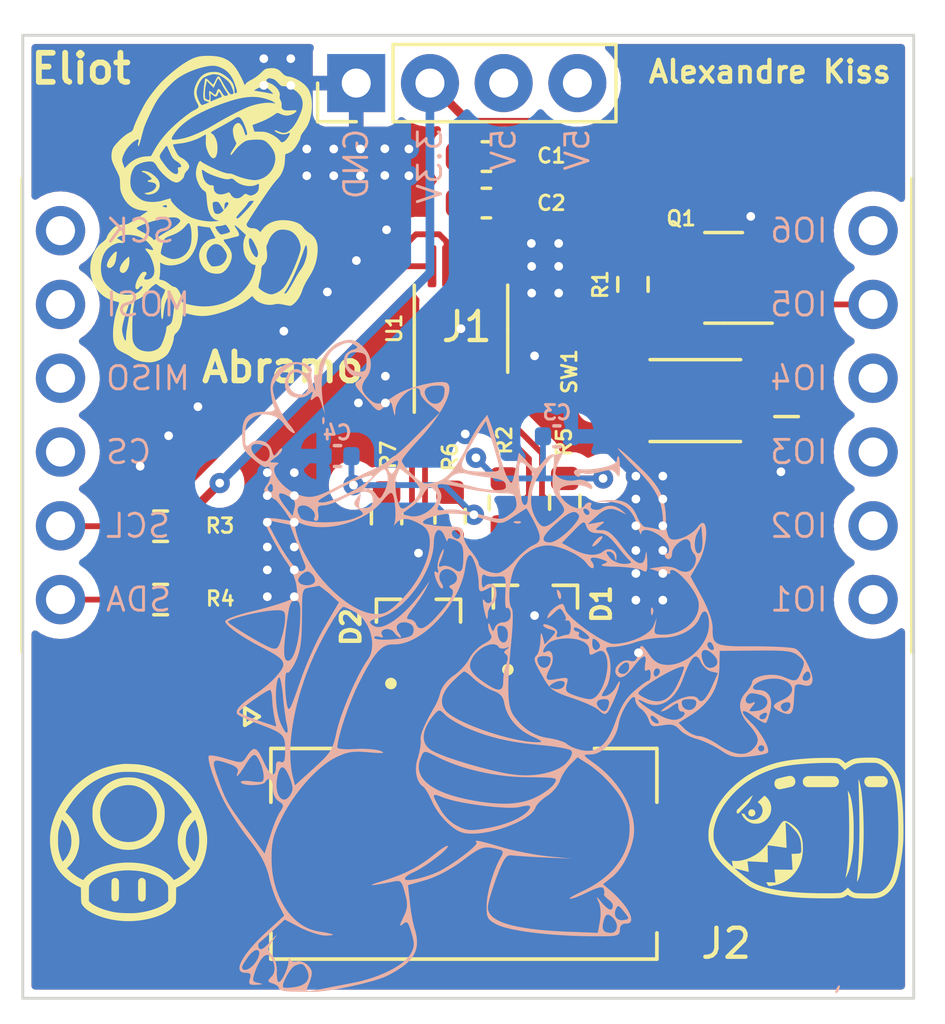
<source format=kicad_pcb>
(kicad_pcb (version 20221018) (generator pcbnew)
  (layers (0 "F.Cu" signal) (31 "B.Cu" power) (34 "B.Paste" user) (35 "F.Paste" user) (36 "B.SilkS" user "B.Silkscreen") (37 "F.SilkS" user "F.Silkscreen") (38 "B.Mask" user) (39 "F.Mask" user) (44 "Edge.Cuts" user))
  (net 0 "")
  (net 1 "+3V3")
  (net 2 "GND")
  (net 3 "/TERM_MID_SCL")
  (net 4 "/TERM_MID_SDA")
  (net 5 "/CANSCL-")
  (net 6 "/CANSCL+")
  (net 7 "/CANSDA-")
  (net 8 "/CANSDA+")
  (net 13 "/SCL")
  (net 14 "/SDA")
  (net 15 "/MODE")
  (net 25 "Net-(Q1-D)")
  (net 26 "Net-(SW1-B)")
  (footprint "Resistor_SMD:R_0603_1608Metric" (layer "F.Cu") (at 143.234643 98.095356 180)
    (fp_text reference "R3")
    (fp_text value "10k")
  )
  (footprint "Resistor_SMD:R_0603_1608Metric" (layer "F.Cu") (at 155.08 97.29 90)
    (fp_text reference "R2")
    (fp_text value "60R")
  )
  (footprint "Resistor_SMD:R_0603_1608Metric" (layer "F.Cu") (at 159.509643 89.770356 -90)
    (fp_text reference "R1")
    (fp_text value "30k")
  )
  (footprint "Capacitor_SMD:C_0603_1608Metric_Pad1.08x0.95mm_HandSolder" (layer "F.Cu") (at 154.459643 86.970356)
    (fp_text reference "C2")
    (fp_text value "1uF")
  )
  (footprint "Package_SO:MSOP-10-1EP_3x3mm_P0.5mm_EP1.68x1.88mm" (layer "F.Cu") (at 153.584643 91.295356 90)
    (fp_text reference "U1")
    (fp_text value "LT3960JMSE#PBF")
  )
  (footprint "Resistor_SMD:R_0603_1608Metric" (layer "F.Cu") (at 157.16 97.275 -90)
    (fp_text reference "R5")
    (fp_text value "60R")
  )
  (footprint "5025850670 (1):MOLEX_5025850670" (layer "F.Cu") (at 153.684643 108.745356)
    (fp_text reference "J2")
    (fp_text value "5025850670")
  )
  (footprint "Package_TO_SOT_SMD:SOT-23" (layer "F.Cu") (at 162.634643 89.545356 180)
    (fp_text reference "Q1")
    (fp_text value "PJA3404")
  )
  (footprint "Resistor_SMD:R_0603_1608Metric" (layer "F.Cu") (at 143.234643 100.620356 180)
    (fp_text reference "R4")
    (fp_text value "10k")
  )
  (footprint "Button_Switch_SMD:SW_DIP_SPSTx01_Slide_Copal_CVS-01xB_W5.9mm_P1mm" (layer "F.Cu") (at 161.659643 93.770356 180)
    (fp_text reference "SW1")
    (fp_text value "CL-SB-12C-01")
  )
  (footprint "NUP2105LT1G:SOT95P237X111-3N" (layer "F.Cu") (at 152.12 101.26 90)
    (fp_text reference "D2")
    (fp_text value "NUP2105LT1G")
  )
  (footprint "NUP2105LT1G:SOT95P237X111-3N" (layer "F.Cu") (at 156.15 100.78 90)
    (fp_text reference "D1")
    (fp_text value "NUP2105LT1G")
  )
  (footprint "Capacitor_SMD:C_0603_1608Metric_Pad1.08x0.95mm_HandSolder" (layer "F.Cu") (at 154.459643 85.370356)
    (fp_text reference "C1")
    (fp_text value "2.2uF")
  )
  (footprint "Resistor_SMD:R_0603_1608Metric" (layer "F.Cu") (at 153.21 97.75 90)
    (fp_text reference "R6")
    (fp_text value "60R")
  )
  (footprint "Resistor_SMD:R_0603_1608Metric" (layer "F.Cu") (at 151.02 97.775 -90)
    (fp_text reference "R7")
    (fp_text value "60R")
  )
  (footprint "0_connectors:Hat_connector_hole" (layer "F.Cu") (at 153.784643 91.730356)
    (fp_text reference "J1")
    (fp_text value "Hat_connector")
  )
  (footprint "Capacitor_SMD:C_0402_1005Metric" (layer "B.Cu") (at 149.33 95.68 180)
    (fp_text reference "C4")
    (fp_text value "4.7nF")
  )
  (footprint "Capacitor_SMD:C_0402_1005Metric" (layer "B.Cu") (at 156.89 95)
    (fp_text reference "C3")
    (fp_text value "4.7nF")
  )
  (gr_poly (pts (xy 156.907161 100.281374) (xy 156.91115 100.282154) (xy 156.915538 100.283697) (xy 156.920329 100.285999) (xy 156.925527 100.289058) (xy 156.931136 100.292874) (xy 156.937159 100.297443) (xy 156.943601 100.302764) (xy 156.950466 100.308835) (xy 156.957757 100.315654) (xy 156.965478 100.323219) (xy 156.975144 100.333859) (xy 156.984267 100.345833) (xy 156.992802 100.358984) (xy 157.000701 100.373159) (xy 157.007917 100.388202) (xy 157.014406 100.403958) (xy 157.020118 100.420272) (xy 157.02501 100.436989) (xy 157.029033 100.453955) (xy 157.032141 100.471013) (xy 157.034288 100.488009) (xy 157.035428 100.504788) (xy 157.035513 100.521196) (xy 157.034498 100.537076) (xy 157.032335 100.552274) (xy 157.028979 100.566634) (xy 157.022904 100.58091) (xy 157.019778 100.586863) (xy 157.016597 100.592039) (xy 157.013361 100.596447) (xy 157.010073 100.600098) (xy 157.006734 100.603) (xy 157.003347 100.605164) (xy 156.999913 100.6066) (xy 156.996435 100.607317) (xy 156.992914 100.607324) (xy 156.989353 100.606632) (xy 156.985753 100.60525) (xy 156.982116 100.603188) (xy 156.978444 100.600455) (xy 156.974739 100.597062) (xy 156.971003 100.593017) (xy 156.967238 100.588331) (xy 156.959629 100.577073) (xy 156.951926 100.563366) (xy 156.944147 100.547287) (xy 156.936305 100.528913) (xy 156.928417 100.508323) (xy 156.920497 100.485593) (xy 156.912562 100.460801) (xy 156.90525 100.428676) (xy 156.899209 100.399761) (xy 156.89447 100.374039) (xy 156.892599 100.362371) (xy 156.891065 100.351495) (xy 156.889871 100.34141) (xy 156.889023 100.332114) (xy 156.888524 100.323605) (xy 156.888377 100.31588) (xy 156.888587 100.308938) (xy 156.889158 100.302778) (xy 156.890092 100.297396) (xy 156.891395 100.292791) (xy 156.89307 100.288962) (xy 156.895121 100.285906) (xy 156.896289 100.284667) (xy 156.897552 100.283621) (xy 156.898911 100.282767) (xy 156.900366 100.282105) (xy 156.901918 100.281635) (xy 156.903568 100.281357) (xy 156.905315 100.28127)) (fill solid) (layer "B.SilkS"))
  (gr_poly (pts (xy 160.163819 100.892162) (xy 160.165232 100.892303) (xy 160.166656 100.892585) (xy 160.168091 100.893008) (xy 160.169535 100.893574) (xy 160.170989 100.894285) (xy 160.173917 100.896143) (xy 160.176869 100.898592) (xy 160.179837 100.901642) (xy 160.182812 100.905303) (xy 160.188512 100.911979) (xy 160.193685 100.92002) (xy 160.1983 100.929301) (xy 160.202325 100.939698) (xy 160.205731 100.951087) (xy 160.208485 100.963345) (xy 160.210557 100.976347) (xy 160.211916 100.989968) (xy 160.212531 101.004086) (xy 160.212371 101.018577) (xy 160.211404 101.033315) (xy 160.209601 101.048177) (xy 160.206929 101.063039) (xy 160.203358 101.077777) (xy 160.198857 101.092267) (xy 160.193395 101.106385) (xy 160.18745 101.120903) (xy 160.181551 101.13274) (xy 160.178634 101.137667) (xy 160.175745 101.141941) (xy 160.172892 101.145568) (xy 160.170079 101.148553) (xy 160.167313 101.150903) (xy 160.164599 101.152623) (xy 160.161943 101.153719) (xy 160.159351 101.154196) (xy 160.156829 101.154062) (xy 160.154383 101.153321) (xy 160.152018 101.151979) (xy 160.14974 101.150042) (xy 160.147555 101.147516) (xy 160.145469 101.144406) (xy 160.143487 101.14072) (xy 160.141616 101.136461) (xy 160.138229 101.126252) (xy 160.135353 101.113827) (xy 160.133035 101.099231) (xy 160.131322 101.082511) (xy 160.13026 101.063713) (xy 160.129896 101.042885) (xy 160.129026 101.032127) (xy 160.128397 101.02169) (xy 160.128 101.011582) (xy 160.127829 101.001813) (xy 160.127874 100.992392) (xy 160.128128 100.98333) (xy 160.128584 100.974637) (xy 160.129234 100.966321) (xy 160.13007 100.958393) (xy 160.131084 100.950862) (xy 160.132268 100.943738) (xy 160.133616 100.937031) (xy 160.135118 100.93075) (xy 160.136768 100.924905) (xy 160.138557 100.919506) (xy 160.140478 100.914562) (xy 160.142524 100.910083) (xy 160.144685 100.906079) (xy 160.146955 100.90256) (xy 160.149326 100.899535) (xy 160.151789 100.897013) (xy 160.154338 100.895005) (xy 160.156965 100.893521) (xy 160.158305 100.892977) (xy 160.159661 100.892569) (xy 160.161033 100.892296) (xy 160.162419 100.89216)) (fill solid) (layer "B.SilkS"))
  (gr_poly (pts (xy 155.555471 97.91878) (xy 155.564533 97.919034) (xy 155.573226 97.91949) (xy 155.581542 97.92014) (xy 155.58947 97.920976) (xy 155.597001 97.92199) (xy 155.604125 97.923175) (xy 155.610832 97.924522) (xy 155.617113 97.926025) (xy 155.622958 97.927675) (xy 155.628358 97.929464) (xy 155.633301 97.931385) (xy 155.63778 97.93343) (xy 155.641784 97.935592) (xy 155.645304 97.937862) (xy 155.648329 97.940232) (xy 155.650851 97.942696) (xy 155.652859 97.945245) (xy 155.654343 97.947871) (xy 155.654886 97.949211) (xy 155.655295 97.950567) (xy 155.655568 97.951939) (xy 155.655704 97.953326) (xy 155.655702 97.954726) (xy 155.655561 97.956138) (xy 155.65528 97.957562) (xy 155.654856 97.958997) (xy 155.65429 97.960441) (xy 155.65358 97.961895) (xy 155.651721 97.964823) (xy 155.649272 97.967775) (xy 155.646223 97.970743) (xy 155.642562 97.973718) (xy 155.635886 97.979418) (xy 155.627845 97.984591) (xy 155.618564 97.989205) (xy 155.608166 97.993231) (xy 155.596777 97.996636) (xy 155.584519 97.999391) (xy 155.571517 98.001463) (xy 155.557895 98.002822) (xy 155.543777 98.003437) (xy 155.529287 98.003277) (xy 155.514549 98.002311) (xy 155.499687 98.000507) (xy 155.484824 97.997836) (xy 155.470086 97.994265) (xy 155.455596 97.989764) (xy 155.441478 97.984302) (xy 155.42696 97.978356) (xy 155.415123 97.972458) (xy 155.410196 97.96954) (xy 155.405922 97.966652) (xy 155.402295 97.963798) (xy 155.39931 97.960985) (xy 155.396961 97.958219) (xy 155.395241 97.955505) (xy 155.394145 97.952849) (xy 155.393667 97.950257) (xy 155.393802 97.947735) (xy 155.394543 97.945288) (xy 155.395885 97.942923) (xy 155.397822 97.940645) (xy 155.400348 97.93846) (xy 155.403457 97.936374) (xy 155.407144 97.934392) (xy 155.411403 97.932521) (xy 155.421611 97.929134) (xy 155.434037 97.926258) (xy 155.448633 97.92394) (xy 155.465353 97.922227) (xy 155.48415 97.921165) (xy 155.504978 97.920801) (xy 155.515735 97.919932) (xy 155.526173 97.919303) (xy 155.536281 97.918906) (xy 155.546051 97.918734)) (fill solid) (layer "B.SilkS"))
  (gr_poly (pts (xy 159.011007 95.688241) (xy 159.013888 95.689791) (xy 159.019451 95.695863) (xy 159.024735 95.705718) (xy 159.029725 95.719138) (xy 159.034404 95.735907) (xy 159.038758 95.755807) (xy 159.046427 95.804135) (xy 159.052607 95.862385) (xy 159.057175 95.92882) (xy 159.060007 96.001704) (xy 159.060979 96.079302) (xy 159.060715 96.139233) (xy 159.059863 96.192142) (xy 159.058328 96.238199) (xy 159.056018 96.277574) (xy 159.054543 96.294809) (xy 159.05284 96.310437) (xy 159.050896 96.324481) (xy 159.048701 96.33696) (xy 159.046241 96.347897) (xy 159.043507 96.357313) (xy 159.040486 96.365229) (xy 159.037166 96.371666) (xy 159.033537 96.376646) (xy 159.031602 96.378596) (xy 159.029585 96.38019) (xy 159.027485 96.38143) (xy 159.025301 96.38232) (xy 159.02303 96.38286) (xy 159.020671 96.383056) (xy 159.018223 96.382908) (xy 159.015685 96.38242) (xy 159.010331 96.380433) (xy 159.004597 96.377117) (xy 158.998471 96.372493) (xy 158.991942 96.366582) (xy 158.984999 96.359406) (xy 158.977629 96.350986) (xy 158.969822 96.341343) (xy 158.961565 96.330498) (xy 158.952846 96.318473) (xy 158.933979 96.290968) (xy 158.912453 96.264792) (xy 158.891253 96.241793) (xy 158.86996 96.221926) (xy 158.848155 96.205144) (xy 158.82542 96.191401) (xy 158.801336 96.18065) (xy 158.775485 96.172844) (xy 158.747448 96.167937) (xy 158.716806 96.165883) (xy 158.683141 96.166635) (xy 158.646035 96.170146) (xy 158.605069 96.17637) (xy 158.559823 96.185261) (xy 158.50988 96.196772) (xy 158.454821 96.210857) (xy 158.394228 96.227468) (xy 158.350489 96.238876) (xy 158.30675 96.249275) (xy 158.263259 96.258652) (xy 158.220265 96.26699) (xy 158.178014 96.274274) (xy 158.136756 96.280488) (xy 158.096738 96.285617) (xy 158.058208 96.289645) (xy 158.021414 96.292557) (xy 157.986605 96.294337) (xy 157.954028 96.29497) (xy 157.923932 96.294441) (xy 157.896564 96.292733) (xy 157.872173 96.289831) (xy 157.851007 96.28572) (xy 157.833313 96.280384) (xy 157.825439 96.277562) (xy 157.817696 96.275049) (xy 157.810093 96.272841) (xy 157.802638 96.270938) (xy 157.795337 96.269337) (xy 157.788199 96.268037) (xy 157.781232 96.267035) (xy 157.774443 96.266329) (xy 157.76784 96.265918) (xy 157.761431 96.265799) (xy 157.755223 96.265971) (xy 157.749224 96.266432) (xy 157.743443 96.26718) (xy 157.737887 96.268213) (xy 157.732563 96.269528) (xy 157.727479 96.271125) (xy 157.722643 96.273) (xy 157.718063 96.275153) (xy 157.713747 96.277581) (xy 157.709702 96.280282) (xy 157.705936 96.283254) (xy 157.702457 96.286496) (xy 157.699272 96.290005) (xy 157.69639 96.293779) (xy 157.693818 96.297818) (xy 157.691563 96.302117) (xy 157.689634 96.306677) (xy 157.688039 96.311494) (xy 157.686784 96.316567) (xy 157.685879 96.321894) (xy 157.68533 96.327472) (xy 157.685145 96.333301) (xy 157.685022 96.3391) (xy 157.684654 96.34459) (xy 157.684046 96.349774) (xy 157.683202 96.354654) (xy 157.682125 96.359232) (xy 157.68082 96.363509) (xy 157.679289 96.367488) (xy 157.677538 96.37117) (xy 157.67557 96.374558) (xy 157.673389 96.377653) (xy 157.670998 96.380457) (xy 157.668402 96.382973) (xy 157.665604 96.385202) (xy 157.662609 96.387146) (xy 157.65942 96.388807) (xy 157.656041 96.390187) (xy 157.652476 96.391288) (xy 157.648729 96.392112) (xy 157.644803 96.392661) (xy 157.640703 96.392937) (xy 157.636433 96.392941) (xy 157.631996 96.392676) (xy 157.627396 96.392143) (xy 157.622637 96.391345) (xy 157.617723 96.390283) (xy 157.612658 96.38896) (xy 157.60209 96.385536) (xy 157.590964 96.38109) (xy 157.579311 96.375635) (xy 157.562254 96.364604) (xy 157.546789 96.353368) (xy 157.532893 96.341968) (xy 157.520545 96.330449) (xy 157.509724 96.318852) (xy 157.500409 96.30722) (xy 157.492579 96.295596) (xy 157.486211 96.284023) (xy 157.481286 96.272542) (xy 157.47778 96.261197) (xy 157.475674 96.250031) (xy 157.474946 96.239085) (xy 157.475574 96.228403) (xy 157.477538 96.218027) (xy 157.480815 96.208) (xy 157.485385 96.198364) (xy 157.491226 96.189162) (xy 157.498317 96.180437) (xy 157.506636 96.172232) (xy 157.516163 96.164588) (xy 157.526876 96.157549) (xy 157.538754 96.151158) (xy 157.551775 96.145456) (xy 157.565917 96.140486) (xy 157.581161 96.136292) (xy 157.597484 96.132916) (xy 157.614865 96.1304) (xy 157.633283 96.128787) (xy 157.652716 96.12812) (xy 157.673144 96.128441) (xy 157.694544 96.129793) (xy 157.716895 96.132218) (xy 157.804053 96.139355) (xy 157.897722 96.141189) (xy 157.996227 96.138125) (xy 158.097895 96.130565) (xy 158.201052 96.118911) (xy 158.304022 96.103569) (xy 158.405132 96.084939) (xy 158.502708 96.063426) (xy 158.595074 96.039433) (xy 158.680557 96.013362) (xy 158.757483 95.985617) (xy 158.824176 95.956601) (xy 158.853163 95.941742) (xy 158.878964 95.926716) (xy 158.901369 95.911575) (xy 158.92017 95.896367) (xy 158.935158 95.881144) (xy 158.946122 95.865955) (xy 158.952855 95.850852) (xy 158.955145 95.835885) (xy 158.955391 95.820268) (xy 158.956117 95.80521) (xy 158.956655 95.797909) (xy 158.957308 95.790771) (xy 158.958073 95.783804) (xy 158.958948 95.777015) (xy 158.959932 95.770412) (xy 158.961023 95.764003) (xy 158.962218 95.757795) (xy 158.963516 95.751797) (xy 158.964915 95.746016) (xy 158.966413 95.740459) (xy 158.968007 95.735135) (xy 158.969697 95.730052) (xy 158.971479 95.725216) (xy 158.973353 95.720636) (xy 158.975316 95.71632) (xy 158.977366 95.712275) (xy 158.979501 95.708509) (xy 158.981719 95.70503) (xy 158.984019 95.701846) (xy 158.986398 95.698963) (xy 158.988855 95.696391) (xy 158.991388 95.694137) (xy 158.993994 95.692208) (xy 158.996672 95.690613) (xy 158.999419 95.689358) (xy 159.002235 95.688453) (xy 159.005116 95.687903) (xy 159.008061 95.687719)) (fill solid) (layer "B.SilkS"))
  (gr_poly (pts (xy 148.839652 94.330495) (xy 148.841065 94.330636) (xy 148.842489 94.330918) (xy 148.843924 94.331341) (xy 148.845368 94.331907) (xy 148.846822 94.332618) (xy 148.849751 94.334476) (xy 148.852703 94.336925) (xy 148.85567 94.339975) (xy 148.858645 94.343636) (xy 148.864345 94.350312) (xy 148.869518 94.358353) (xy 148.874133 94.367634) (xy 148.878158 94.378031) (xy 148.881564 94.38942) (xy 148.884318 94.401678) (xy 148.88639 94.41468) (xy 148.887749 94.428302) (xy 148.888364 94.44242) (xy 148.888204 94.45691) (xy 148.887238 94.471648) (xy 148.885434 94.48651) (xy 148.882762 94.501372) (xy 148.879192 94.51611) (xy 148.874691 94.5306) (xy 148.869228 94.544718) (xy 148.863283 94.559237) (xy 148.857384 94.571073) (xy 148.854467 94.576) (xy 148.851578 94.580274) (xy 148.848725 94.583901) (xy 148.845912 94.586886) (xy 148.843146 94.589236) (xy 148.840432 94.590956) (xy 148.837776 94.592052) (xy 148.835184 94.59253) (xy 148.832662 94.592395) (xy 148.830215 94.591654) (xy 148.82785 94.590312) (xy 148.825572 94.588375) (xy 148.823387 94.585849) (xy 148.821301 94.582739) (xy 148.81932 94.579052) (xy 148.817449 94.574794) (xy 148.814061 94.564585) (xy 148.811186 94.55216) (xy 148.808868 94.537563) (xy 148.807155 94.520843) (xy 148.806093 94.502046) (xy 148.805729 94.481218) (xy 148.804859 94.47046) (xy 148.80423 94.460023) (xy 148.803833 94.449915) (xy 148.803661 94.440146) (xy 148.803707 94.430725) (xy 148.803961 94.421664) (xy 148.804417 94.41297) (xy 148.805067 94.404654) (xy 148.805903 94.396726) (xy 148.806917 94.389195) (xy 148.808102 94.382072) (xy 148.809449 94.375364) (xy 148.810952 94.369083) (xy 148.812601 94.363238) (xy 148.814391 94.357839) (xy 148.816312 94.352895) (xy 148.818357 94.348417) (xy 148.820518 94.344413) (xy 148.822788 94.340893) (xy 148.825159 94.337868) (xy 148.827622 94.335347) (xy 148.830171 94.333339) (xy 148.832798 94.331854) (xy 148.834138 94.331311) (xy 148.835494 94.330902) (xy 148.836866 94.330629) (xy 148.838252 94.330493)) (fill solid) (layer "B.SilkS"))
  (gr_poly (pts (xy 158.441246 98.439632) (xy 158.445379 98.440362) (xy 158.448969 98.441566) (xy 158.452024 98.44323) (xy 158.454553 98.445344) (xy 158.456561 98.447897) (xy 158.458059 98.450875) (xy 158.459052 98.454268) (xy 158.45955 98.458065) (xy 158.459559 98.462252) (xy 158.459087 98.46682) (xy 158.458143 98.471756) (xy 158.454866 98.482685) (xy 158.449791 98.494948) (xy 158.44298 98.508451) (xy 158.434495 98.523101) (xy 158.424397 98.538806) (xy 158.412749 98.555471) (xy 158.399613 98.573005) (xy 158.385051 98.591314) (xy 158.369124 98.610305) (xy 158.351895 98.629885) (xy 158.331376 98.65094) (xy 158.311515 98.670457) (xy 158.292352 98.688446) (xy 158.273926 98.70492) (xy 158.256274 98.71989) (xy 158.239437 98.733368) (xy 158.223452 98.745365) (xy 158.208359 98.755893) (xy 158.194195 98.764964) (xy 158.181001 98.77259) (xy 158.168815 98.778781) (xy 158.157674 98.78355) (xy 158.147619 98.786909) (xy 158.138689 98.788868) (xy 158.13092 98.78944) (xy 158.124354 98.788635) (xy 158.119027 98.786467) (xy 158.114979 98.782946) (xy 158.11225 98.778084) (xy 158.110876 98.771892) (xy 158.110898 98.764383) (xy 158.112354 98.755568) (xy 158.115283 98.745458) (xy 158.119723 98.734065) (xy 158.125714 98.721401) (xy 158.133294 98.707478) (xy 158.142501 98.692306) (xy 158.153375 98.675898) (xy 158.165954 98.658266) (xy 158.180278 98.63942) (xy 158.196384 98.619373) (xy 158.214312 98.598136) (xy 158.228435 98.5824) (xy 158.242961 98.567005) (xy 158.257798 98.552045) (xy 158.272851 98.537612) (xy 158.288028 98.523799) (xy 158.303237 98.510699) (xy 158.318383 98.498405) (xy 158.333375 98.48701) (xy 158.348118 98.476608) (xy 158.36252 98.467291) (xy 158.376488 98.459152) (xy 158.38993 98.452284) (xy 158.402751 98.44678) (xy 158.4089 98.444569) (xy 158.414859 98.442734) (xy 158.420616 98.441286) (xy 158.42616 98.440238) (xy 158.43148 98.4396) (xy 158.436563 98.439385)) (fill solid) (layer "B.SilkS"))
  (gr_poly (pts (xy 149.76205 91.680097) (xy 149.788084 91.68165) (xy 149.813696 91.684463) (xy 149.838926 91.688541) (xy 149.863815 91.693891) (xy 149.888404 91.700517) (xy 149.912733 91.708427) (xy 149.936843 91.717625) (xy 149.960775 91.728117) (xy 149.984569 91.73991) (xy 150.008266 91.753009) (xy 150.031907 91.76742) (xy 150.055532 91.783149) (xy 150.079183 91.800201) (xy 150.1029 91.818583) (xy 150.126723 91.8383) (xy 150.174852 91.881762) (xy 150.223895 91.930635) (xy 150.250932 91.957911) (xy 150.276476 91.98612) (xy 150.300524 92.015206) (xy 150.323073 92.045109) (xy 150.344117 92.075772) (xy 150.363654 92.107136) (xy 150.38168 92.139144) (xy 150.39819 92.171737) (xy 150.41318 92.204857) (xy 150.426648 92.238446) (xy 150.438588 92.272446) (xy 150.448998 92.306798) (xy 150.457873 92.341445) (xy 150.465209 92.376329) (xy 150.471002 92.411391) (xy 150.475249 92.446573) (xy 150.477946 92.481817) (xy 150.479089 92.517064) (xy 150.478674 92.552258) (xy 150.476696 92.587339) (xy 150.473153 92.62225) (xy 150.468041 92.656932) (xy 150.461354 92.691327) (xy 150.453091 92.725377) (xy 150.443246 92.759024) (xy 150.431815 92.79221) (xy 150.418796 92.824877) (xy 150.404184 92.856966) (xy 150.387975 92.888419) (xy 150.370165 92.919179) (xy 150.350751 92.949187) (xy 150.329729 92.978385) (xy 150.292651 93.030529) (xy 150.260813 93.080022) (xy 150.246868 93.103876) (xy 150.234246 93.127189) (xy 150.222949 93.150003) (xy 150.212981 93.172357) (xy 150.204347 93.194293) (xy 150.197049 93.215851) (xy 150.191093 93.237071) (xy 150.186481 93.257995) (xy 150.183219 93.278664) (xy 150.181309 93.299117) (xy 150.180755 93.319396) (xy 150.181562 93.339541) (xy 150.183733 93.359593) (xy 150.187272 93.379593) (xy 150.192183 93.399581) (xy 150.19847 93.419598) (xy 150.206137 93.439685) (xy 150.215188 93.459882) (xy 150.225626 93.480231) (xy 150.237455 93.500772) (xy 150.25068 93.521545) (xy 150.265303 93.542591) (xy 150.28133 93.563951) (xy 150.298764 93.585666) (xy 150.337867 93.630322) (xy 150.382645 93.676885) (xy 150.432864 93.72512) (xy 150.480789 93.766595) (xy 150.527101 93.80125) (xy 150.549866 93.815999) (xy 150.572484 93.82902) (xy 150.595039 93.840305) (xy 150.617618 93.849846) (xy 150.640305 93.857635) (xy 150.663186 93.863664) (xy 150.686346 93.867926) (xy 150.709871 93.870413) (xy 150.733845 93.871117) (xy 150.758353 93.870031) (xy 150.783482 93.867146) (xy 150.809317 93.862455) (xy 150.835942 93.855951) (xy 150.863443 93.847624) (xy 150.891905 93.837469) (xy 150.921413 93.825476) (xy 150.983911 93.795948) (xy 151.051617 93.758979) (xy 151.125215 93.714506) (xy 151.205386 93.662468) (xy 151.292812 93.602802) (xy 151.386509 93.545609) (xy 151.495197 93.489548) (xy 151.616257 93.435254) (xy 151.747068 93.383363) (xy 151.885011 93.334511) (xy 152.027465 93.289332) (xy 152.17181 93.248464) (xy 152.315426 93.212541) (xy 152.455694 93.1822) (xy 152.589994 93.158074) (xy 152.715704 93.140802) (xy 152.830206 93.131017) (xy 152.93088 93.129355) (xy 153.015104 93.136453) (xy 153.05023 93.143486) (xy 153.08026 93.152946) (xy 153.104869 93.164914) (xy 153.123728 93.179469) (xy 153.143612 93.203077) (xy 153.159648 93.230169) (xy 153.171894 93.260633) (xy 153.180407 93.294356) (xy 153.185246 93.331226) (xy 153.186468 93.371132) (xy 153.178298 93.459596) (xy 153.156362 93.558851) (xy 153.121124 93.667997) (xy 153.073049 93.786135) (xy 153.012603 93.912365) (xy 152.940251 94.045788) (xy 152.856458 94.185506) (xy 152.761688 94.330618) (xy 152.656408 94.480227) (xy 152.541082 94.633432) (xy 152.416175 94.789334) (xy 152.282152 94.947035) (xy 152.139478 95.105635) (xy 152.019816 95.235137) (xy 151.908464 95.359801) (xy 151.807778 95.476775) (xy 151.762171 95.531488) (xy 151.720114 95.583208) (xy 151.681902 95.63158) (xy 151.647829 95.676246) (xy 151.61819 95.716851) (xy 151.593279 95.753038) (xy 151.573391 95.784449) (xy 151.558821 95.810729) (xy 151.549863 95.831521) (xy 151.547581 95.839748) (xy 151.546812 95.846469) (xy 151.548644 95.86007) (xy 151.554026 95.876896) (xy 151.562787 95.896698) (xy 151.574758 95.919229) (xy 151.589768 95.94424) (xy 151.607645 95.971484) (xy 151.62822 96.000712) (xy 151.651322 96.031676) (xy 151.676781 96.064129) (xy 151.704425 96.097822) (xy 151.734085 96.132507) (xy 151.765589 96.167937) (xy 151.798768 96.203862) (xy 151.833451 96.240036) (xy 151.869467 96.276209) (xy 151.906645 96.312135) (xy 151.963678 96.36662) (xy 152.016137 96.415136) (xy 152.064659 96.457917) (xy 152.109878 96.495194) (xy 152.152431 96.527199) (xy 152.192953 96.554167) (xy 152.212652 96.565834) (xy 152.23208 96.576328) (xy 152.251319 96.585679) (xy 152.270447 96.593916) (xy 152.289545 96.601068) (xy 152.308691 96.607164) (xy 152.327964 96.612232) (xy 152.347445 96.616302) (xy 152.367213 96.619404) (xy 152.387347 96.621566) (xy 152.407927 96.622816) (xy 152.429032 96.623186) (xy 152.473135 96.621395) (xy 152.520293 96.616426) (xy 152.57114 96.608512) (xy 152.626312 96.597885) (xy 152.705884 96.579576) (xy 152.782168 96.556089) (xy 152.8556 96.526959) (xy 152.917043 96.49647) (xy 153.155003 96.49647) (xy 153.155858 96.50234) (xy 153.158124 96.507927) (xy 153.161817 96.513266) (xy 153.166951 96.518391) (xy 153.173542 96.523339) (xy 153.181606 96.528143) (xy 153.191159 96.532838) (xy 153.202215 96.53746) (xy 153.228901 96.546622) (xy 153.261788 96.555908) (xy 153.301 96.565598) (xy 153.398895 96.587302) (xy 153.734916 96.667999) (xy 153.919793 96.713805) (xy 154.086811 96.756634) (xy 154.167654 96.77592) (xy 154.257303 96.793841) (xy 154.352656 96.810027) (xy 154.450614 96.824104) (xy 154.548076 96.8357) (xy 154.641941 96.844444) (xy 154.729109 96.849963) (xy 154.806479 96.851886) (xy 154.857483 96.851374) (xy 154.903465 96.849777) (xy 154.92463 96.848543) (xy 154.94461 96.847002) (xy 154.963426 96.845144) (xy 154.981104 96.842956) (xy 154.997665 96.840427) (xy 155.013133 96.837545) (xy 155.027531 96.834299) (xy 155.040883 96.830677) (xy 155.053212 96.826668) (xy 155.06454 96.822259) (xy 155.074892 96.81744) (xy 155.084291 96.812198) (xy 155.09276 96.806522) (xy 155.100321 96.8004) (xy 155.106999 96.793821) (xy 155.112816 96.786773) (xy 155.117797 96.779244) (xy 155.121963 96.771223) (xy 155.125339 96.762698) (xy 155.127947 96.753658) (xy 155.129812 96.744091) (xy 155.130955 96.733985) (xy 155.131401 96.723329) (xy 155.131172 96.71211) (xy 155.130292 96.700319) (xy 155.128785 96.687941) (xy 155.126673 96.674967) (xy 155.123979 96.661385) (xy 155.118369 96.638187) (xy 155.109365 96.616199) (xy 155.096794 96.595389) (xy 155.080488 96.575726) (xy 155.060275 96.55718) (xy 155.035984 96.539718) (xy 155.007446 96.523311) (xy 154.974489 96.507927) (xy 154.936944 96.493535) (xy 154.894639 96.480104) (xy 154.847404 96.467604) (xy 154.795069 96.456002) (xy 154.737462 96.445269) (xy 154.674415 96.435373) (xy 154.605755 96.426283) (xy 154.531312 96.417968) (xy 154.301621 96.384565) (xy 154.074906 96.349177) (xy 153.971036 96.331359) (xy 153.877957 96.313789) (xy 153.799016 96.296714) (xy 153.765894 96.288441) (xy 153.737563 96.280384) (xy 153.709314 96.275173) (xy 153.680243 96.271434) (xy 153.650521 96.269153) (xy 153.620319 96.268313) (xy 153.589806 96.2689) (xy 153.559154 96.270897) (xy 153.528533 96.27429) (xy 153.498114 96.279062) (xy 153.468067 96.285198) (xy 153.438562 96.292684) (xy 153.40977 96.301502) (xy 153.381863 96.311639) (xy 153.355009 96.323077) (xy 153.32938 96.335803) (xy 153.305146 96.349799) (xy 153.282478 96.365052) (xy 153.249137 96.391267) (xy 153.220632 96.414537) (xy 153.197088 96.435141) (xy 153.17863 96.453357) (xy 153.171346 96.461656) (xy 153.16538 96.469464) (xy 153.160747 96.476814) (xy 153.157463 96.483742) (xy 153.155543 96.490283) (xy 153.155003 96.49647) (xy 152.917043 96.49647) (xy 152.926614 96.491721) (xy 152.995643 96.44991) (xy 153.063122 96.40106) (xy 153.129485 96.344707) (xy 153.195166 96.280385) (xy 153.260599 96.20763) (xy 153.326218 96.125976) (xy 153.392456 96.034958) (xy 153.41626 95.999286) (xy 153.618251 95.999286) (xy 153.62068 96.022036) (xy 153.625775 96.043252) (xy 153.633599 96.06298) (xy 153.644213 96.081265) (xy 153.65768 96.098156) (xy 153.674062 96.113698) (xy 153.69342 96.127937) (xy 153.715816 96.140921) (xy 153.741313 96.152695) (xy 153.769973 96.163307) (xy 153.801858 96.172803) (xy 153.837029 96.181229) (xy 153.917479 96.195057) (xy 154.011819 96.205165) (xy 154.120547 96.211925) (xy 154.244157 96.215707) (xy 154.383146 96.216886) (xy 154.564674 96.216307) (xy 154.637874 96.214932) (xy 154.700315 96.212255) (xy 154.727723 96.210293) (xy 154.752709 96.207842) (xy 154.775362 96.204849) (xy 154.795771 96.201259) (xy 154.814025 96.197017) (xy 154.830213 96.19207) (xy 154.844425 96.186364) (xy 154.856749 96.179844) (xy 154.867275 96.172455) (xy 154.876092 96.164144) (xy 154.883288 96.154857) (xy 154.888954 96.144538) (xy 154.893178 96.133135) (xy 154.896049 96.120592) (xy 154.897657 96.106855) (xy 154.89809 96.09187) (xy 154.897439 96.075583) (xy 154.895791 96.057939) (xy 154.889864 96.018365) (xy 154.881022 95.972714) (xy 154.869979 95.920552) (xy 154.827314 95.762629) (xy 154.766791 95.546166) (xy 154.694361 95.299939) (xy 154.655542 95.174654) (xy 154.615978 95.052719) (xy 154.446646 94.470635) (xy 154.171479 94.893969) (xy 154.113746 94.986221) (xy 154.052912 95.086288) (xy 153.990838 95.191067) (xy 153.929385 95.297458) (xy 153.870411 95.402361) (xy 153.815779 95.502675) (xy 153.767348 95.5953) (xy 153.726978 95.677135) (xy 153.687373 95.756448) (xy 153.656202 95.827947) (xy 153.633961 95.892005) (xy 153.626343 95.92136) (xy 153.621145 95.948994) (xy 153.618427 95.974954) (xy 153.618251 95.999286) (xy 153.41626 95.999286) (xy 153.459749 95.934112) (xy 153.528531 95.822971) (xy 153.599234 95.701072) (xy 153.672295 95.567948) (xy 153.748145 95.423135) (xy 153.814725 95.290285) (xy 153.885894 95.156071) (xy 153.959295 95.02409) (xy 154.032573 94.897937) (xy 154.103369 94.78121) (xy 154.169329 94.677506) (xy 154.228095 94.590421) (xy 154.254045 94.554235) (xy 154.277312 94.523552) (xy 154.488978 94.258969) (xy 154.605396 94.565885) (xy 154.632453 94.638604) (xy 154.665092 94.734887) (xy 154.701948 94.850519) (xy 154.741656 94.981281) (xy 154.782852 95.122957) (xy 154.824173 95.27133) (xy 154.864253 95.422184) (xy 154.901729 95.571301) (xy 154.939225 95.715003) (xy 154.97945 95.857713) (xy 155.021163 95.995462) (xy 155.063124 96.124281) (xy 155.104093 96.240201) (xy 155.123818 96.292085) (xy 155.14283 96.339255) (xy 155.160973 96.381216) (xy 155.178094 96.417472) (xy 155.194036 96.447527) (xy 155.208645 96.470885) (xy 155.257014 96.540793) (xy 155.276641 96.566926) (xy 155.293973 96.585648) (xy 155.309569 96.595813) (xy 155.31689 96.597328) (xy 155.323987 96.596273) (xy 155.330928 96.592505) (xy 155.337784 96.585881) (xy 155.35152 96.563489) (xy 155.365752 96.527952) (xy 155.381038 96.47812) (xy 155.397936 96.412848) (xy 155.413148 96.347544) (xy 155.579661 96.347544) (xy 155.583384 96.476335) (xy 155.590968 96.609792) (xy 155.602148 96.743869) (xy 155.616661 96.87452) (xy 155.634244 96.997698) (xy 155.654633 97.109358) (xy 155.677565 97.205453) (xy 155.702775 97.281937) (xy 155.716153 97.31156) (xy 155.730001 97.334763) (xy 155.744287 97.351041) (xy 155.758978 97.359886) (xy 155.765861 97.361561) (xy 155.772613 97.362619) (xy 155.77923 97.363066) (xy 155.785705 97.362904) (xy 155.792034 97.362137) (xy 155.798209 97.360769) (xy 155.804225 97.358805) (xy 155.810076 97.356247) (xy 155.815757 97.353101) (xy 155.821261 97.349369) (xy 155.826584 97.345056) (xy 155.831718 97.340166) (xy 155.836659 97.334701) (xy 155.8414 97.328667) (xy 155.85026 97.314906) (xy 155.858251 97.298912) (xy 155.865328 97.280717) (xy 155.871444 97.260351) (xy 155.876552 97.237846) (xy 155.879548 97.219656) (xy 155.999749 97.219656) (xy 156.002105 97.294484) (xy 156.009175 97.368319) (xy 156.020957 97.44141) (xy 156.037452 97.514005) (xy 156.05866 97.586352) (xy 156.084581 97.658699) (xy 156.115215 97.731294) (xy 156.150562 97.804385) (xy 156.18748 97.871487) (xy 156.223157 97.929938) (xy 156.240686 97.955929) (xy 156.25809 97.97977) (xy 156.275433 98.001463) (xy 156.292775 98.021013) (xy 156.31018 98.038423) (xy 156.327709 98.053698) (xy 156.345423 98.066841) (xy 156.363386 98.077857) (xy 156.381659 98.086748) (xy 156.400304 98.09352) (xy 156.419382 98.098175) (xy 156.438958 98.100718) (xy 156.459091 98.101153) (xy 156.479844 98.099483) (xy 156.501279 98.095713) (xy 156.523459 98.089846) (xy 156.546444 98.081886) (xy 156.570298 98.071836) (xy 156.595082 98.059702) (xy 156.620858 98.045487) (xy 156.647689 98.029194) (xy 156.675636 98.010827) (xy 156.735125 97.96789) (xy 156.799824 97.916704) (xy 156.870228 97.857302) (xy 156.984516 97.755685) (xy 157.029358 97.713404) (xy 157.066186 97.675401) (xy 157.081637 97.657674) (xy 157.095137 97.640622) (xy 157.106704 97.624113) (xy 157.116353 97.608014) (xy 157.124104 97.592195) (xy 157.129972 97.576523) (xy 157.133977 97.560866) (xy 157.136135 97.545093) (xy 157.136158 97.543945) (xy 157.801501 97.543945) (xy 157.80182 97.548928) (xy 157.802527 97.554081) (xy 157.803629 97.559397) (xy 157.805134 97.564869) (xy 157.80705 97.570487) (xy 157.809384 97.576245) (xy 157.812145 97.582135) (xy 157.816416 97.594722) (xy 157.821263 97.606679) (xy 157.826641 97.617996) (xy 157.832505 97.628664) (xy 157.838812 97.638674) (xy 157.845515 97.648015) (xy 157.852571 97.656677) (xy 157.859935 97.664652) (xy 157.867563 97.671929) (xy 157.87541 97.678499) (xy 157.883431 97.684351) (xy 157.891582 97.689477) (xy 157.899818 97.693867) (xy 157.908095 97.697511) (xy 157.916369 97.700398) (xy 157.924593 97.702521) (xy 157.932725 97.703868) (xy 157.940719 97.70443) (xy 157.948531 97.704198) (xy 157.956116 97.703161) (xy 157.96343 97.701311) (xy 157.970428 97.698637) (xy 157.977065 97.69513) (xy 157.983298 97.69078) (xy 157.989081 97.685577) (xy 157.994369 97.679512) (xy 157.999119 97.672575) (xy 158.003286 97.664756) (xy 158.006825 97.656045) (xy 158.009692 97.646434) (xy 158.011841 97.635912) (xy 158.013229 97.624469) (xy 158.013075 97.62047) (xy 158.012619 97.616415) (xy 158.011868 97.612309) (xy 158.010831 97.608159) (xy 158.009515 97.603971) (xy 158.007927 97.599749) (xy 158.003968 97.59123) (xy 157.999018 97.582649) (xy 157.993137 97.574053) (xy 157.986388 97.565487) (xy 157.978833 97.556999) (xy 157.970534 97.548635) (xy 157.961552 97.540442) (xy 157.951951 97.532466) (xy 157.941791 97.524753) (xy 157.931135 97.51735) (xy 157.920046 97.510304) (xy 157.908584 97.503661) (xy 157.896811 97.497468) (xy 157.88996 97.495668) (xy 157.883303 97.494233) (xy 157.876848 97.493154) (xy 157.870601 97.492424) (xy 157.864572 97.492036) (xy 157.858767 97.49198) (xy 157.853195 97.49225) (xy 157.847864 97.492838) (xy 157.84278 97.493736) (xy 157.837952 97.494936) (xy 157.833388 97.496431) (xy 157.829095 97.498212) (xy 157.825081 97.500273) (xy 157.821354 97.502605) (xy 157.817922 97.5052) (xy 157.814791 97.508052) (xy 157.811971 97.511151) (xy 157.809469 97.514491) (xy 157.807292 97.518063) (xy 157.805448 97.52186) (xy 157.803946 97.525874) (xy 157.802792 97.530097) (xy 157.801995 97.534522) (xy 157.801562 97.53914) (xy 157.801501 97.543945) (xy 157.136158 97.543945) (xy 157.136463 97.529072) (xy 157.13498 97.512671) (xy 157.131702 97.495759) (xy 157.126647 97.478203) (xy 157.119832 97.459872) (xy 157.111276 97.440635) (xy 157.100994 97.420358) (xy 157.089006 97.398911) (xy 157.059976 97.351979) (xy 157.024327 97.298783) (xy 156.933728 97.169385) (xy 156.899849 97.124636) (xy 156.869567 97.081267) (xy 156.842757 97.038672) (xy 156.819296 96.996248) (xy 156.79906 96.95339) (xy 156.781924 96.909494) (xy 156.767764 96.863954) (xy 156.756458 96.816166) (xy 156.747879 96.765526) (xy 156.741906 96.711428) (xy 156.738412 96.653269) (xy 156.737275 96.590443) (xy 156.738371 96.522347) (xy 156.741575 96.448374) (xy 156.746763 96.367922) (xy 156.753812 96.280384) (xy 156.764726 96.160723) (xy 156.773656 96.049371) (xy 156.780601 95.948684) (xy 156.785562 95.861021) (xy 156.788538 95.788736) (xy 156.78953 95.734186) (xy 156.789282 95.714299) (xy 156.788538 95.699728) (xy 156.787298 95.69077) (xy 156.786492 95.688488) (xy 156.785562 95.687719) (xy 156.77575 95.689337) (xy 156.764245 95.694093) (xy 156.736572 95.71242) (xy 156.70338 95.741506) (xy 156.665507 95.780158) (xy 156.623788 95.827181) (xy 156.579063 95.881381) (xy 156.532166 95.941566) (xy 156.483937 96.006542) (xy 156.386826 96.146089) (xy 156.294429 96.290473) (xy 156.252091 96.361494) (xy 156.213442 96.430143) (xy 156.17932 96.495227) (xy 156.150562 96.555552) (xy 156.115215 96.647246) (xy 156.084581 96.735964) (xy 156.05866 96.821954) (xy 156.037452 96.905463) (xy 156.020957 96.98674) (xy 156.009175 97.066032) (xy 156.002105 97.143588) (xy 155.999749 97.219656) (xy 155.879548 97.219656) (xy 155.880606 97.213232) (xy 155.88356 97.186541) (xy 155.885366 97.157804) (xy 155.885978 97.127051) (xy 155.886585 97.099942) (xy 155.888355 97.070414) (xy 155.895073 97.005343) (xy 155.905512 96.934319) (xy 155.919051 96.859823) (xy 155.935071 96.784334) (xy 155.952951 96.710333) (xy 155.972072 96.640301) (xy 155.991812 96.576718) (xy 156.006563 96.536372) (xy 156.019035 96.498522) (xy 156.029182 96.462935) (xy 156.036957 96.429379) (xy 156.03994 96.41329) (xy 156.042313 96.397621) (xy 156.044069 96.382344) (xy 156.045204 96.367429) (xy 156.045711 96.352848) (xy 156.045584 96.338571) (xy 156.044818 96.324569) (xy 156.043406 96.310813) (xy 156.041343 96.297274) (xy 156.038623 96.283923) (xy 156.035241 96.270731) (xy 156.031189 96.257668) (xy 156.026464 96.244707) (xy 156.021058 96.231817) (xy 156.014967 96.21897) (xy 156.008183 96.206137) (xy 156.000702 96.193288) (xy 155.992517 96.180394) (xy 155.983624 96.167427) (xy 155.974015 96.154357) (xy 155.952628 96.127792) (xy 155.928312 96.100468) (xy 155.908362 96.079025) (xy 155.888273 96.058404) (xy 155.868153 96.038682) (xy 155.84811 96.019936) (xy 155.828253 96.002245) (xy 155.808691 95.985685) (xy 155.789532 95.970334) (xy 155.770885 95.956271) (xy 155.752858 95.943571) (xy 155.735559 95.932313) (xy 155.719098 95.922575) (xy 155.703582 95.914433) (xy 155.68912 95.907966) (xy 155.675821 95.903251) (xy 155.669642 95.901574) (xy 155.663794 95.900365) (xy 155.65829 95.899632) (xy 155.653146 95.899385) (xy 155.639963 95.903425) (xy 155.628173 95.915206) (xy 155.617744 95.934223) (xy 155.608642 95.959971) (xy 155.594288 96.029633) (xy 155.58485 96.120147) (xy 155.580062 96.227466) (xy 155.579661 96.347544) (xy 155.413148 96.347544) (xy 155.417005 96.330987) (xy 155.526145 95.814718) (xy 155.579061 95.560719) (xy 155.833062 95.835885) (xy 155.889252 95.895416) (xy 155.939288 95.94701) (xy 155.98396 95.990666) (xy 156.004531 96.009517) (xy 156.024058 96.026385) (xy 156.042639 96.041267) (xy 156.060374 96.054166) (xy 156.07736 96.06508) (xy 156.093697 96.074009) (xy 156.109484 96.080955) (xy 156.12482 96.085916) (xy 156.139802 96.088892) (xy 156.154531 96.089884) (xy 156.169105 96.088892) (xy 156.183622 96.085916) (xy 156.198182 96.080955) (xy 156.212884 96.074009) (xy 156.227826 96.06508) (xy 156.243107 96.054166) (xy 156.258826 96.041267) (xy 156.275082 96.026385) (xy 156.291973 96.009517) (xy 156.309599 95.990666) (xy 156.347449 95.94701) (xy 156.389423 95.895416) (xy 156.436312 95.835885) (xy 156.458605 95.808742) (xy 156.481705 95.782948) (xy 156.505424 95.758611) (xy 156.529578 95.735839) (xy 156.553979 95.714742) (xy 156.578443 95.695428) (xy 156.602783 95.678006) (xy 156.626812 95.662583) (xy 156.650345 95.649268) (xy 156.673197 95.638171) (xy 156.69518 95.629399) (xy 156.705788 95.625918) (xy 156.716109 95.62306) (xy 156.72612 95.620838) (xy 156.735797 95.619265) (xy 156.745118 95.618354) (xy 156.75406 95.61812) (xy 156.762598 95.618576) (xy 156.77071 95.619735) (xy 156.778372 95.621611) (xy 156.785562 95.624218) (xy 156.799928 95.627572) (xy 156.815162 95.629716) (xy 156.831141 95.630683) (xy 156.847739 95.630502) (xy 156.864834 95.629205) (xy 156.882301 95.626823) (xy 156.900015 95.623386) (xy 156.917854 95.618927) (xy 156.935693 95.613475) (xy 156.953407 95.607062) (xy 156.970874 95.599719) (xy 156.987969 95.591476) (xy 157.004567 95.582366) (xy 157.020545 95.572418) (xy 157.035779 95.561664) (xy 157.050146 95.550135) (xy 157.062925 95.538211) (xy 157.073503 95.530147) (xy 157.077976 95.527528) (xy 157.081911 95.525834) (xy 157.08531 95.525051) (xy 157.088179 95.525165) (xy 157.09052 95.526163) (xy 157.092339 95.528031) (xy 157.093638 95.530755) (xy 157.094421 95.534322) (xy 157.094458 95.543931) (xy 157.092478 95.55675) (xy 157.088515 95.572669) (xy 157.082598 95.59158) (xy 157.074759 95.613374) (xy 157.065028 95.637944) (xy 157.053437 95.66518) (xy 157.040017 95.694974) (xy 157.024799 95.727217) (xy 157.007813 95.761802) (xy 156.990214 95.797851) (xy 156.973189 95.834397) (xy 156.956816 95.871191) (xy 156.94117 95.907984) (xy 156.926331 95.94453) (xy 156.912376 95.980579) (xy 156.899382 96.015884) (xy 156.887426 96.050197) (xy 156.876587 96.08327) (xy 156.866942 96.114855) (xy 156.858567 96.144703) (xy 156.851542 96.172567) (xy 156.845943 96.198198) (xy 156.841847 96.221349) (xy 156.839333 96.241772) (xy 156.838478 96.259218) (xy 156.839702 96.275986) (xy 156.843307 96.292531) (xy 156.849195 96.308817) (xy 156.857267 96.324806) (xy 156.867425 96.340461) (xy 156.879568 96.355747) (xy 156.8936 96.370626) (xy 156.909419 96.38506) (xy 156.94603 96.412452) (xy 156.988609 96.437626) (xy 157.036365 96.460289) (xy 157.08851 96.480145) (xy 157.14425 96.496901) (xy 157.202797 96.510262) (xy 157.26336 96.519934) (xy 157.325147 96.525621) (xy 157.387368 96.527029) (xy 157.449232 96.523864) (xy 157.509949 96.51583) (xy 157.568729 96.502635) (xy 157.589831 96.498257) (xy 157.611416 96.495023) (xy 157.633408 96.492897) (xy 157.655731 96.491845) (xy 157.67831 96.491831) (xy 157.701069 96.492822) (xy 157.723933 96.494781) (xy 157.746826 96.497674) (xy 157.769673 96.501466) (xy 157.792397 96.506123) (xy 157.814924 96.511609) (xy 157.837177 96.51789) (xy 157.859082 96.52493) (xy 157.880562 96.532695) (xy 157.901542 96.54115) (xy 157.921947 96.55026) (xy 157.941701 96.55999) (xy 157.960728 96.570305) (xy 157.978952 96.581171) (xy 157.996299 96.592552) (xy 158.012692 96.604413) (xy 158.028057 96.616721) (xy 158.042316 96.629439) (xy 158.055396 96.642533) (xy 158.06722 96.655968) (xy 158.077712 96.669709) (xy 158.086798 96.683722) (xy 158.094401 96.697971) (xy 158.100447 96.712422) (xy 158.104858 96.727039) (xy 158.10756 96.741788) (xy 158.108478 96.756634) (xy 158.108294 96.762432) (xy 158.107749 96.767918) (xy 158.106856 96.77309) (xy 158.105625 96.777946) (xy 158.104069 96.782484) (xy 158.102199 96.786703) (xy 158.100027 96.790599) (xy 158.097564 96.794173) (xy 158.094822 96.79742) (xy 158.091813 96.80034) (xy 158.088547 96.802931) (xy 158.085038 96.80519) (xy 158.081296 96.807116) (xy 158.077333 96.808707) (xy 158.073161 96.80996) (xy 158.068791 96.810875) (xy 158.064235 96.811448) (xy 158.059505 96.811679) (xy 158.054612 96.811564) (xy 158.049567 96.811102) (xy 158.044384 96.810292) (xy 158.039072 96.809131) (xy 158.033644 96.807617) (xy 158.028111 96.805749) (xy 158.022486 96.803524) (xy 158.016779 96.80094) (xy 158.011002 96.797996) (xy 158.005167 96.79469) (xy 157.999286 96.79102) (xy 157.993369 96.786983) (xy 157.98743 96.782577) (xy 157.981478 96.777802) (xy 157.955587 96.763476) (xy 157.927637 96.750259) (xy 157.897803 96.738142) (xy 157.866261 96.727118) (xy 157.798745 96.708318) (xy 157.726486 96.693797) (xy 157.650879 96.683492) (xy 157.573317 96.677343) (xy 157.495198 96.675286) (xy 157.417916 96.67726) (xy 157.342866 96.683203) (xy 157.271444 96.693052) (xy 157.205045 96.706747) (xy 157.145064 96.724224) (xy 157.117917 96.734361) (xy 157.092897 96.745421) (xy 157.070179 96.757396) (xy 157.049938 96.770278) (xy 157.032348 96.784059) (xy 157.017583 96.798731) (xy 157.005819 96.814287) (xy 156.997228 96.830719) (xy 156.987942 96.862966) (xy 156.983715 96.896082) (xy 156.98427 96.929884) (xy 156.989332 96.964189) (xy 156.998627 96.998811) (xy 157.011878 97.033567) (xy 157.028812 97.068272) (xy 157.049153 97.102744) (xy 157.072625 97.136796) (xy 157.098953 97.170246) (xy 157.127863 97.202909) (xy 157.159079 97.234601) (xy 157.192325 97.265138) (xy 157.227328 97.294336) (xy 157.263811 97.322011) (xy 157.301499 97.347979) (xy 157.340117 97.372055) (xy 157.379391 97.394056) (xy 157.419044 97.413797) (xy 157.458802 97.431095) (xy 157.498389 97.445765) (xy 157.537531 97.457623) (xy 157.575952 97.466485) (xy 157.613377 97.472168) (xy 157.64953 97.474486) (xy 157.684137 97.473255) (xy 157.716923 97.468293) (xy 157.747611 97.459414) (xy 157.775928 97.446434) (xy 157.801598 97.42917) (xy 157.824345 97.407437) (xy 157.843895 97.381052) (xy 157.847024 97.375161) (xy 157.850448 97.369399) (xy 157.85415 97.363768) (xy 157.858117 97.358273) (xy 157.866778 97.347705) (xy 157.876307 97.337726) (xy 157.88658 97.328368) (xy 157.897474 97.31966) (xy 157.908863 97.311635) (xy 157.920625 97.304323) (xy 157.932634 97.297754) (xy 157.944768 97.291962) (xy 157.956902 97.286975) (xy 157.968911 97.282825) (xy 157.980673 97.279544) (xy 157.992062 97.277162) (xy 158.002956 97.275709) (xy 158.013229 97.275219) (xy 158.019058 97.275342) (xy 158.024636 97.275707) (xy 158.029963 97.276309) (xy 158.035036 97.277141) (xy 158.039853 97.278198) (xy 158.044413 97.279474) (xy 158.048713 97.280963) (xy 158.052751 97.28266) (xy 158.056526 97.284558) (xy 158.060035 97.286652) (xy 158.063276 97.288936) (xy 158.066249 97.291403) (xy 158.06895 97.29405) (xy 158.071378 97.296868) (xy 158.07353 97.299853) (xy 158.075406 97.303) (xy 158.077002 97.306301) (xy 158.078318 97.309751) (xy 158.07935 97.313345) (xy 158.080098 97.317076) (xy 158.080559 97.320939) (xy 158.080731 97.324928) (xy 158.080613 97.329038) (xy 158.080201 97.333261) (xy 158.079496 97.337593) (xy 158.078493 97.342028) (xy 158.077193 97.34656) (xy 158.075592 97.351183) (xy 158.073688 97.355891) (xy 158.071481 97.360678) (xy 158.068967 97.365539) (xy 158.066145 97.370468) (xy 158.059248 97.383207) (xy 158.054376 97.395609) (xy 158.051445 97.407646) (xy 158.050373 97.419292) (xy 158.051077 97.43052) (xy 158.053471 97.441301) (xy 158.057475 97.45161) (xy 158.063003 97.461419) (xy 158.069973 97.470701) (xy 158.078302 97.479428) (xy 158.087906 97.487574) (xy 158.098701 97.495112) (xy 158.110605 97.502014) (xy 158.123535 97.508253) (xy 158.137406 97.513803) (xy 158.152135 97.518635) (xy 158.183836 97.52604) (xy 158.217971 97.530252) (xy 158.253873 97.531053) (xy 158.272279 97.530107) (xy 158.290876 97.528226) (xy 158.309582 97.525385) (xy 158.328313 97.521555) (xy 158.346986 97.51671) (xy 158.365518 97.510822) (xy 158.383825 97.503864) (xy 158.401823 97.49581) (xy 158.419431 97.486631) (xy 158.436563 97.476302) (xy 158.478356 97.452368) (xy 158.520382 97.43217) (xy 158.562625 97.415724) (xy 158.605069 97.403045) (xy 158.626362 97.398123) (xy 158.647699 97.394149) (xy 158.66908 97.391124) (xy 158.6905 97.389051) (xy 158.71196 97.387931) (xy 158.733456 97.387767) (xy 158.754988 97.38856) (xy 158.776552 97.390312) (xy 158.798147 97.393026) (xy 158.819772 97.396702) (xy 158.841423 97.401343) (xy 158.8631 97.406952) (xy 158.906521 97.421078) (xy 158.950019 97.439095) (xy 158.99358 97.461018) (xy 159.037187 97.486864) (xy 159.080825 97.516648) (xy 159.124479 97.550384) (xy 159.186925 97.602578) (xy 159.231139 97.640508) (xy 159.246293 97.654319) (xy 159.25675 97.664796) (xy 159.262463 97.672018) (xy 159.263526 97.674432) (xy 159.263385 97.676062) (xy 159.262036 97.676916) (xy 159.259471 97.677005) (xy 159.250673 97.674925) (xy 159.236945 97.669899) (xy 159.218241 97.662006) (xy 159.165716 97.637924) (xy 159.092728 97.603301) (xy 159.02927 97.573923) (xy 158.969532 97.549351) (xy 158.913019 97.529678) (xy 158.885816 97.521708) (xy 158.859234 97.514997) (xy 158.83321 97.509558) (xy 158.807681 97.505401) (xy 158.782587 97.502539) (xy 158.757865 97.500983) (xy 158.733454 97.500744) (xy 158.70929 97.501835) (xy 158.685312 97.504267) (xy 158.661458 97.508052) (xy 158.637666 97.513201) (xy 158.613874 97.519726) (xy 158.590021 97.527638) (xy 158.566043 97.536949) (xy 158.541879 97.547672) (xy 158.517467 97.559816) (xy 158.492745 97.573395) (xy 158.467651 97.588419) (xy 158.416099 97.622851) (xy 158.362314 97.663205) (xy 158.3058 97.709574) (xy 158.246062 97.762051) (xy 157.949728 98.026634) (xy 158.267228 97.973718) (xy 158.319463 97.962695) (xy 158.365124 97.953502) (xy 158.404337 97.946231) (xy 158.437224 97.940976) (xy 158.463909 97.937829) (xy 158.474966 97.937075) (xy 158.484518 97.936883) (xy 158.492582 97.937265) (xy 158.499174 97.938232) (xy 158.504308 97.939796) (xy 158.508 97.941968) (xy 158.510266 97.944761) (xy 158.511121 97.948185) (xy 158.510581 97.952252) (xy 158.508661 97.956975) (xy 158.505377 97.962364) (xy 158.500745 97.968432) (xy 158.494779 97.975189) (xy 158.487495 97.982648) (xy 158.469036 97.999717) (xy 158.445492 98.019731) (xy 158.416987 98.042784) (xy 158.383645 98.068969) (xy 158.317789 98.11833) (xy 158.292162 98.138639) (xy 158.271528 98.156281) (xy 158.255978 98.171443) (xy 158.250139 98.178152) (xy 158.245607 98.18431) (xy 158.242392 98.189942) (xy 158.240506 98.195069) (xy 158.239962 98.199716) (xy 158.24077 98.203906) (xy 158.242942 98.207662) (xy 158.24649 98.211006) (xy 158.251426 98.213964) (xy 158.257761 98.216557) (xy 158.265507 98.218808) (xy 158.274675 98.220742) (xy 158.297325 98.22375) (xy 158.325804 98.225765) (xy 158.360205 98.226975) (xy 158.447145 98.227719) (xy 158.484518 98.229365) (xy 158.521394 98.234437) (xy 158.558023 98.243137) (xy 158.594651 98.255665) (xy 158.631527 98.272225) (xy 158.6689 98.293017) (xy 158.707016 98.318243) (xy 158.746125 98.348104) (xy 158.786474 98.382802) (xy 158.828311 98.422539) (xy 158.871884 98.467515) (xy 158.917442 98.517933) (xy 158.965233 98.573995) (xy 159.015503 98.6359) (xy 159.068503 98.703852) (xy 159.124479 98.778052) (xy 159.169469 98.837955) (xy 159.213161 98.894636) (xy 159.255558 98.948096) (xy 159.296664 98.998338) (xy 159.336484 99.045362) (xy 159.375021 99.089172) (xy 159.412279 99.129769) (xy 159.448262 99.167154) (xy 159.482974 99.201331) (xy 159.516418 99.2323) (xy 159.548599 99.260064) (xy 159.57952 99.284625) (xy 159.609186 99.305985) (xy 159.637599 99.324145) (xy 159.664765 99.339107) (xy 159.690686 99.350874) (xy 159.715368 99.359448) (xy 159.738813 99.36483) (xy 159.761025 99.367022) (xy 159.782009 99.366026) (xy 159.801768 99.361845) (xy 159.820306 99.354479) (xy 159.837628 99.343932) (xy 159.853736 99.330204) (xy 159.868635 99.313299) (xy 159.882329 99.293217) (xy 159.894821 99.269961) (xy 159.906115 99.243533) (xy 159.916216 99.213934) (xy 159.925127 99.181167) (xy 159.932852 99.145234) (xy 159.939395 99.106136) (xy 159.950372 99.038729) (xy 159.955232 99.014072) (xy 159.959735 98.995507) (xy 159.963929 98.983081) (xy 159.965924 98.979185) (xy 159.967859 98.976841) (xy 159.96974 98.976055) (xy 159.971572 98.976833) (xy 159.973361 98.979181) (xy 159.975114 98.983104) (xy 159.978533 98.9957) (xy 159.981874 99.014668) (xy 159.988509 99.071905) (xy 159.995392 99.155187) (xy 160.002896 99.264885) (xy 160.004477 99.337871) (xy 160.005128 99.402283) (xy 160.004663 99.458478) (xy 160.003954 99.483606) (xy 160.002896 99.506814) (xy 160.001465 99.528145) (xy 159.99964 99.547646) (xy 159.997396 99.565359) (xy 159.99471 99.581331) (xy 159.991559 99.595605) (xy 159.98792 99.608226) (xy 159.983769 99.619239) (xy 159.979083 99.628687) (xy 159.973839 99.636617) (xy 159.968014 99.643072) (xy 159.961584 99.648096) (xy 159.954526 99.651735) (xy 159.946817 99.654033) (xy 159.938434 99.655035) (xy 159.929353 99.654784) (xy 159.919552 99.653327) (xy 159.909006 99.650707) (xy 159.897693 99.646968) (xy 159.885589 99.642156) (xy 159.872671 99.636315) (xy 159.858916 99.62949) (xy 159.844301 99.621724) (xy 159.812396 99.603552) (xy 159.787415 99.593641) (xy 159.75642 99.583791) (xy 159.678119 99.564526) (xy 159.580968 99.546253) (xy 159.468437 99.529469) (xy 159.344 99.514668) (xy 159.21113 99.502349) (xy 159.073299 99.493005) (xy 158.933979 99.487135) (xy 158.859335 99.486765) (xy 158.790257 99.485667) (xy 158.726852 99.483856) (xy 158.669231 99.481347) (xy 158.6175 99.478156) (xy 158.571769 99.474298) (xy 158.532146 99.469789) (xy 158.514659 99.467296) (xy 158.498739 99.464645) (xy 158.484401 99.461839) (xy 158.471658 99.45888) (xy 158.460524 99.455771) (xy 158.451011 99.452511) (xy 158.443134 99.449105) (xy 158.436906 99.445553) (xy 158.43234 99.441858) (xy 158.429451 99.438021) (xy 158.42864 99.43605) (xy 158.428252 99.434045) (xy 158.42829 99.432005) (xy 158.428756 99.429931) (xy 158.429651 99.427823) (xy 158.430977 99.425682) (xy 158.434929 99.421299) (xy 158.440625 99.416784) (xy 158.448078 99.412139) (xy 158.457303 99.407366) (xy 158.468312 99.402468) (xy 158.501804 99.389293) (xy 158.530861 99.377436) (xy 158.555516 99.366726) (xy 158.575799 99.356993) (xy 158.584311 99.352439) (xy 158.591741 99.348066) (xy 158.598094 99.343851) (xy 158.603373 99.339774) (xy 158.607583 99.335814) (xy 158.610727 99.331948) (xy 158.612809 99.328156) (xy 158.613833 99.324416) (xy 158.613802 99.320708) (xy 158.612722 99.317009) (xy 158.610595 99.313298) (xy 158.607425 99.309554) (xy 158.603217 99.305756) (xy 158.597973 99.301883) (xy 158.591699 99.297913) (xy 158.584398 99.293824) (xy 158.56673 99.285207) (xy 158.545 99.275861) (xy 158.51924 99.265616) (xy 158.489479 99.254301) (xy 158.4591 99.242859) (xy 158.429504 99.232342) (xy 158.400729 99.222742) (xy 158.372814 99.214056) (xy 158.345799 99.206276) (xy 158.319722 99.199398) (xy 158.294621 99.193415) (xy 158.270536 99.188321) (xy 158.247505 99.184111) (xy 158.225567 99.180779) (xy 158.204761 99.178319) (xy 158.185125 99.176725) (xy 158.166699 99.175992) (xy 158.14952 99.176113) (xy 158.133629 99.177083) (xy 158.119062 99.178896) (xy 158.10586 99.181546) (xy 158.094061 99.185027) (xy 158.083704 99.189334) (xy 158.074827 99.194461) (xy 158.06747 99.200401) (xy 158.064373 99.203675) (xy 158.06167 99.20715) (xy 158.059367 99.210826) (xy 158.057468 99.214701) (xy 158.055978 99.218775) (xy 158.054901 99.223048) (xy 158.054243 99.227519) (xy 158.054008 99.232186) (xy 158.054202 99.23705) (xy 158.054829 99.242109) (xy 158.057401 99.252811) (xy 158.061763 99.264286) (xy 158.067956 99.276529) (xy 158.076016 99.289533) (xy 158.085983 99.303293) (xy 158.097896 99.317802) (xy 158.109301 99.333783) (xy 158.119682 99.349903) (xy 158.12901 99.366055) (xy 158.137252 99.382128) (xy 158.144378 99.398016) (xy 158.150357 99.41361) (xy 158.155158 99.4288) (xy 158.157107 99.43621) (xy 158.158749 99.443479) (xy 158.160082 99.450592) (xy 158.161101 99.457537) (xy 158.161801 99.4643) (xy 158.162181 99.470867) (xy 158.162234 99.477225) (xy 158.161958 99.48336) (xy 158.161349 99.489259) (xy 158.160403 99.494907) (xy 158.159115 99.500292) (xy 158.157483 99.5054) (xy 158.155502 99.510218) (xy 158.153168 99.514731) (xy 158.150478 99.518926) (xy 158.147427 99.52279) (xy 158.144012 99.526309) (xy 158.140228 99.529469) (xy 158.137038 99.533099) (xy 158.13343 99.53606) (xy 158.129424 99.538366) (xy 158.125035 99.540031) (xy 158.120283 99.541068) (xy 158.115183 99.541491) (xy 158.109754 99.541313) (xy 158.104013 99.540548) (xy 158.097978 99.539209) (xy 158.091665 99.53731) (xy 158.085093 99.534865) (xy 158.078279 99.531887) (xy 158.063993 99.524386) (xy 158.048947 99.514916) (xy 158.033281 99.503586) (xy 158.017135 99.490504) (xy 158.000648 99.475779) (xy 157.983959 99.459519) (xy 157.967208 99.441833) (xy 157.950535 99.422828) (xy 157.934078 99.402615) (xy 157.917978 99.381301) (xy 157.876025 99.327199) (xy 157.82246 99.272429) (xy 157.75857 99.217567) (xy 157.685642 99.163186) (xy 157.604962 99.109858) (xy 157.517817 99.058159) (xy 157.425495 99.00866) (xy 157.329281 98.961937) (xy 157.230463 98.918563) (xy 157.130327 98.87911) (xy 157.03016 98.844154) (xy 156.931248 98.814267) (xy 156.834879 98.790023) (xy 156.74234 98.771995) (xy 156.654916 98.760758) (xy 156.573895 98.756885) (xy 156.532079 98.75784) (xy 156.490016 98.760678) (xy 156.447772 98.765361) (xy 156.405409 98.771851) (xy 156.362992 98.780107) (xy 156.320585 98.790092) (xy 156.278251 98.801767) (xy 156.236055 98.815093) (xy 156.194061 98.830032) (xy 156.152332 98.846544) (xy 156.069926 98.884133) (xy 155.989349 98.927552) (xy 155.911114 98.976489) (xy 155.835731 99.030636) (xy 155.763712 99.089681) (xy 155.695569 99.153316) (xy 155.66311 99.186757) (xy 155.631813 99.221229) (xy 155.60174 99.256693) (xy 155.572956 99.293111) (xy 155.545525 99.330443) (xy 155.51951 99.368651) (xy 155.494976 99.407697) (xy 155.471986 99.447541) (xy 155.450605 99.488144) (xy 155.430896 99.529469) (xy 155.396805 99.607828) (xy 155.366031 99.694978) (xy 155.338669 99.78929) (xy 155.31481 99.889137) (xy 155.294547 99.99289) (xy 155.277975 100.098922) (xy 155.265185 100.205606) (xy 155.25627 100.311312) (xy 155.251325 100.414415) (xy 155.250441 100.513284) (xy 155.253712 100.606294) (xy 155.261231 100.691816) (xy 155.273091 100.768222) (xy 155.289385 100.833885) (xy 155.299223 100.862179) (xy 155.310205 100.887176) (xy 155.322342 100.908674) (xy 155.335645 100.926469) (xy 155.344828 100.943005) (xy 155.352554 100.968471) (xy 155.358853 101.002371) (xy 155.363757 101.044208) (xy 155.369504 101.14971) (xy 155.370041 101.28101) (xy 155.365617 101.434138) (xy 155.356481 101.605125) (xy 155.34288 101.790003) (xy 155.325062 101.984802) (xy 155.295552 102.302408) (xy 155.270554 102.593364) (xy 155.250113 102.859051) (xy 155.234277 103.100848) (xy 155.223091 103.320134) (xy 155.216603 103.51829) (xy 155.214859 103.696695) (xy 155.217906 103.856729) (xy 155.225789 103.999772) (xy 155.238555 104.127204) (xy 155.256252 104.240403) (xy 155.266963 104.292098) (xy 155.278925 104.340751) (xy 155.292142 104.386537) (xy 155.306621 104.429627) (xy 155.322367 104.470194) (xy 155.339386 104.508411) (xy 155.357684 104.544449) (xy 155.377267 104.578482) (xy 155.398141 104.610681) (xy 155.420311 104.64122) (xy 155.484209 104.723956) (xy 155.549006 104.801561) (xy 155.614858 104.874112) (xy 155.681918 104.941686) (xy 155.750343 105.004362) (xy 155.820287 105.062216) (xy 155.891906 105.115326) (xy 155.965353 105.163771) (xy 156.040785 105.207626) (xy 156.118357 105.24697) (xy 156.198223 105.28188) (xy 156.280538 105.312433) (xy 156.365458 105.338708) (xy 156.453137 105.360782) (xy 156.543731 105.378732) (xy 156.637395 105.392635) (xy 156.685214 105.401056) (xy 156.733203 105.410392) (xy 156.781038 105.420564) (xy 156.828391 105.431496) (xy 156.874939 105.443111) (xy 156.920355 105.455329) (xy 156.964314 105.468075) (xy 157.006489 105.481271) (xy 157.046557 105.494839) (xy 157.08419 105.508701) (xy 157.119064 105.52278) (xy 157.150853 105.536999) (xy 157.179231 105.55128) (xy 157.203872 105.565545) (xy 157.224452 105.579718) (xy 157.233117 105.586745) (xy 157.240645 105.593719) (xy 157.25635 105.60784) (xy 157.275496 105.622348) (xy 157.297804 105.637134) (xy 157.322997 105.652092) (xy 157.350793 105.667112) (xy 157.380916 105.682085) (xy 157.413084 105.696903) (xy 157.44702 105.711458) (xy 157.482444 105.725641) (xy 157.519078 105.739343) (xy 157.556642 105.752456) (xy 157.594856 105.764871) (xy 157.633443 105.77648) (xy 157.672123 105.787175) (xy 157.710617 105.796846) (xy 157.748646 105.805386) (xy 157.849392 105.820483) (xy 157.897977 105.824434) (xy 157.945409 105.825953) (xy 157.991717 105.825015) (xy 158.03693 105.821594) (xy 158.081078 105.815666) (xy 158.124188 105.807205) (xy 158.166291 105.796186) (xy 158.207416 105.782584) (xy 158.247591 105.766373) (xy 158.286845 105.747529) (xy 158.325208 105.726026) (xy 158.362708 105.701839) (xy 158.399376 105.674943) (xy 158.435239 105.645312) (xy 158.470327 105.612923) (xy 158.504669 105.577748) (xy 158.538293 105.539763) (xy 158.57123 105.498944) (xy 158.635157 105.408699) (xy 158.69668 105.306811) (xy 158.756033 105.193079) (xy 158.813448 105.067301) (xy 158.869158 104.929276) (xy 158.923395 104.778802) (xy 158.955292 104.689838) (xy 158.987577 104.605355) (xy 159.020389 104.525119) (xy 159.053868 104.448899) (xy 159.088152 104.376462) (xy 159.123383 104.307575) (xy 159.159698 104.242005) (xy 159.197239 104.179521) (xy 159.236143 104.119889) (xy 159.276552 104.062877) (xy 159.318604 104.008252) (xy 159.362438 103.955783) (xy 159.408195 103.905235) (xy 159.456014 103.856378) (xy 159.465415 103.847469) (xy 159.695978 103.847469) (xy 159.696409 103.85156) (xy 159.697684 103.85589) (xy 159.702676 103.865225) (xy 159.710768 103.875397) (xy 159.721775 103.886329) (xy 159.735511 103.897944) (xy 159.751789 103.910162) (xy 159.770424 103.922908) (xy 159.791229 103.936104) (xy 159.814018 103.949672) (xy 159.838606 103.963534) (xy 159.892432 103.991832) (xy 159.951219 104.020378) (xy 160.013479 104.048552) (xy 160.056764 104.065324) (xy 160.099316 104.079917) (xy 160.141142 104.092319) (xy 160.182254 104.102523) (xy 160.22266 104.110517) (xy 160.262371 104.116292) (xy 160.301395 104.119838) (xy 160.339743 104.121147) (xy 160.377425 104.120207) (xy 160.414449 104.11701) (xy 160.450827 104.111546) (xy 160.486566 104.103804) (xy 160.521678 104.093776) (xy 160.556172 104.081452) (xy 160.590057 104.066821) (xy 160.623344 104.049875) (xy 160.656041 104.030603) (xy 160.688159 104.008996) (xy 160.719707 103.985044) (xy 160.750695 103.958738) (xy 160.781133 103.930068) (xy 160.81103 103.899024) (xy 160.840396 103.865596) (xy 160.869241 103.829775) (xy 160.897574 103.791551) (xy 160.925406 103.750914) (xy 160.952745 103.707855) (xy 160.979601 103.662364) (xy 161.031905 103.564047) (xy 161.082396 103.455885) (xy 161.105578 103.406692) (xy 161.127457 103.358506) (xy 161.147973 103.311592) (xy 161.167062 103.266212) (xy 161.184663 103.222631) (xy 161.200714 103.181111) (xy 161.215152 103.141917) (xy 161.227916 103.105312) (xy 161.238944 103.07156) (xy 161.248173 103.040923) (xy 161.255542 103.013667) (xy 161.260989 102.990053) (xy 161.264451 102.970346) (xy 161.265867 102.95481) (xy 161.265788 102.948688) (xy 161.265175 102.943707) (xy 161.264018 102.939901) (xy 161.262312 102.937302) (xy 161.246675 102.930091) (xy 161.223908 102.928106) (xy 161.194511 102.931055) (xy 161.15898 102.938645) (xy 161.07151 102.966579) (xy 160.965482 103.009566) (xy 160.844883 103.065266) (xy 160.713694 103.131336) (xy 160.575902 103.205438) (xy 160.435489 103.285229) (xy 160.296441 103.368369) (xy 160.162741 103.452516) (xy 160.038374 103.53533) (xy 159.927324 103.61447) (xy 159.833575 103.687595) (xy 159.761111 103.752363) (xy 159.734107 103.780883) (xy 159.713918 103.806435) (xy 159.701042 103.828728) (xy 159.695978 103.847469) (xy 159.465415 103.847469) (xy 159.506034 103.808978) (xy 159.558395 103.762802) (xy 159.640953 103.693101) (xy 159.720783 103.627865) (xy 159.796148 103.568582) (xy 159.831614 103.541638) (xy 159.865312 103.51674) (xy 159.897026 103.494075) (xy 159.926538 103.473828) (xy 159.953632 103.456186) (xy 159.978091 103.441334) (xy 159.999697 103.429458) (xy 160.018233 103.420746) (xy 160.026282 103.417634) (xy 160.033483 103.415382) (xy 160.039808 103.414014) (xy 160.045229 103.413552) (xy 160.049166 103.413275) (xy 160.053037 103.412452) (xy 160.056838 103.411093) (xy 160.060566 103.409212) (xy 160.064216 103.406818) (xy 160.067785 103.403925) (xy 160.074663 103.396685) (xy 160.081169 103.387585) (xy 160.087272 103.376717) (xy 160.092941 103.364176) (xy 160.098145 103.350052) (xy 160.102852 103.334441) (xy 160.107033 103.317434) (xy 160.110655 103.299125) (xy 160.113689 103.279607) (xy 160.116102 103.258973) (xy 160.117864 103.237315) (xy 160.118944 103.214727) (xy 160.119311 103.191302) (xy 160.119188 103.178653) (xy 160.118818 103.166503) (xy 160.118451 103.159552) (xy 160.225145 103.159552) (xy 160.225299 103.167365) (xy 160.225752 103.174923) (xy 160.226497 103.182222) (xy 160.227522 103.189256) (xy 160.228819 103.196018) (xy 160.230377 103.202503) (xy 160.232188 103.208705) (xy 160.23424 103.214618) (xy 160.236525 103.220237) (xy 160.239033 103.225556) (xy 160.241754 103.230568) (xy 160.244679 103.235268) (xy 160.247797 103.239651) (xy 160.251099 103.24371) (xy 160.254576 103.247439) (xy 160.258218 103.250833) (xy 160.262014 103.253886) (xy 160.265956 103.256593) (xy 160.270034 103.258946) (xy 160.274237 103.260941) (xy 160.278557 103.262572) (xy 160.282984 103.263832) (xy 160.287507 103.264717) (xy 160.292117 103.26522) (xy 160.296805 103.265335) (xy 160.301561 103.265057) (xy 160.306375 103.26438) (xy 160.311238 103.263298) (xy 160.316139 103.261805) (xy 160.321069 103.259895) (xy 160.326019 103.257563) (xy 160.330978 103.254802) (xy 160.342631 103.248366) (xy 160.353757 103.241015) (xy 160.364325 103.232827) (xy 160.374304 103.223879) (xy 160.383663 103.214249) (xy 160.39237 103.204014) (xy 160.400395 103.193253) (xy 160.407708 103.182041) (xy 160.414276 103.170458) (xy 160.420069 103.15858) (xy 160.425055 103.146486) (xy 160.429205 103.134251) (xy 160.432486 103.121955) (xy 160.434869 103.109674) (xy 160.436321 103.097486) (xy 160.436812 103.085469) (xy 160.436688 103.08054) (xy 160.436321 103.075679) (xy 160.435713 103.070891) (xy 160.434869 103.066183) (xy 160.433792 103.06156) (xy 160.432486 103.057029) (xy 160.430956 103.052594) (xy 160.429205 103.048262) (xy 160.427237 103.044038) (xy 160.425055 103.039929) (xy 160.422665 103.03594) (xy 160.420069 103.032077) (xy 160.417271 103.028345) (xy 160.414276 103.024751) (xy 160.411087 103.021301) (xy 160.407708 103.018) (xy 160.404143 103.014854) (xy 160.400395 103.011868) (xy 160.39647 103.00905) (xy 160.39237 103.006404) (xy 160.3881 103.003936) (xy 160.383663 103.001652) (xy 160.379063 102.999558) (xy 160.374304 102.99766) (xy 160.36939 102.995963) (xy 160.364325 102.994474) (xy 160.359113 102.993198) (xy 160.353757 102.992141) (xy 160.348262 102.991308) (xy 160.342631 102.990707) (xy 160.336868 102.990341) (xy 160.330978 102.990218) (xy 160.326019 102.990434) (xy 160.321069 102.991074) (xy 160.316139 102.992128) (xy 160.311238 102.993588) (xy 160.306375 102.995443) (xy 160.301561 102.997683) (xy 160.296805 103.000299) (xy 160.292117 103.003282) (xy 160.282984 103.010308) (xy 160.274237 103.018682) (xy 160.265956 103.028327) (xy 160.258218 103.039166) (xy 160.251099 103.051122) (xy 160.244679 103.064116) (xy 160.239033 103.078071) (xy 160.23424 103.09291) (xy 160.230377 103.108555) (xy 160.227522 103.124929) (xy 160.225752 103.141954) (xy 160.225145 103.159552) (xy 160.118451 103.159552) (xy 160.118204 103.154857) (xy 160.117348 103.143719) (xy 160.116251 103.133092) (xy 160.114916 103.122981) (xy 160.113345 103.113389) (xy 160.111539 103.10432) (xy 160.109501 103.095779) (xy 160.107232 103.087768) (xy 160.104735 103.080292) (xy 160.10201 103.073356) (xy 160.099061 103.066961) (xy 160.095889 103.061113) (xy 160.092496 103.055816) (xy 160.088885 103.051073) (xy 160.085056 103.046887) (xy 160.081012 103.043264) (xy 160.076755 103.040207) (xy 160.072286 103.037719) (xy 160.067609 103.035805) (xy 160.062724 103.034469) (xy 160.057633 103.033714) (xy 160.05234 103.033544) (xy 160.046844 103.033963) (xy 160.041149 103.034975) (xy 160.035257 103.036584) (xy 160.029168 103.038794) (xy 160.022886 103.041609) (xy 160.016412 103.045031) (xy 160.009748 103.049067) (xy 160.002896 103.053718) (xy 159.987763 103.062271) (xy 159.974102 103.068064) (xy 159.967819 103.069916) (xy 159.961899 103.071066) (xy 159.956339 103.071511) (xy 159.951137 103.071247) (xy 159.946292 103.07027) (xy 159.941802 103.068576) (xy 159.937664 103.066161) (xy 159.933877 103.063021) (xy 159.930439 103.059152) (xy 159.927348 103.054551) (xy 159.924601 103.049213) (xy 159.922198 103.043136) (xy 159.918413 103.028744) (xy 159.915976 103.011344) (xy 159.914873 102.990906) (xy 159.915087 102.967398) (xy 159.916604 102.94079) (xy 159.919407 102.91105) (xy 159.923482 102.878148) (xy 159.928812 102.842052) (xy 159.940225 102.775451) (xy 159.944076 102.745778) (xy 159.946692 102.718524) (xy 159.948076 102.693689) (xy 159.94823 102.671271) (xy 159.947155 102.651273) (xy 159.944853 102.633692) (xy 159.941326 102.61853) (xy 159.936577 102.605787) (xy 159.930607 102.595462) (xy 159.923417 102.587556) (xy 159.915011 102.582068) (xy 159.90539 102.578998) (xy 159.894556 102.578347) (xy 159.88251 102.580114) (xy 159.869256 102.5843) (xy 159.854794 102.590904) (xy 159.839126 102.599927) (xy 159.822256 102.611368) (xy 159.804183 102.625228) (xy 159.784912 102.641506) (xy 159.742777 102.681318) (xy 159.695868 102.730803) (xy 159.644199 102.789962) (xy 159.587787 102.858795) (xy 159.526646 102.937302) (xy 159.499113 102.973082) (xy 159.472081 103.007) (xy 159.445552 103.039054) (xy 159.419531 103.069242) (xy 159.394022 103.097562) (xy 159.369028 103.124011) (xy 159.344553 103.148589) (xy 159.320602 103.171293) (xy 159.297177 103.19212) (xy 159.274284 103.211071) (xy 159.251926 103.228141) (xy 159.230106 103.24333) (xy 159.208829 103.256635) (xy 159.188098 103.268054) (xy 159.167918 103.277586) (xy 159.148292 103.285229) (xy 159.129224 103.29098) (xy 159.110718 103.294838) (xy 159.092778 103.296801) (xy 159.075407 103.296866) (xy 159.05861 103.295033) (xy 159.042391 103.291298) (xy 159.026753 103.285661) (xy 159.0117 103.278118) (xy 158.997237 103.268669) (xy 158.983366 103.257311) (xy 158.970093 103.244042) (xy 158.957419 103.22886) (xy 158.945351 103.211764) (xy 158.933891 103.192751) (xy 158.923044 103.17182) (xy 158.912812 103.148968) (xy 158.90697 103.128921) (xy 158.903278 103.108519) (xy 158.901656 103.087841) (xy 158.902022 103.066968) (xy 158.90231 103.064308) (xy 159.002523 103.064308) (xy 159.002775 103.07078) (xy 159.003532 103.077108) (xy 159.004796 103.083298) (xy 159.006571 103.089357) (xy 159.008863 103.09529) (xy 159.011673 103.101102) (xy 159.015007 103.106801) (xy 159.018868 103.11239) (xy 159.02326 103.117878) (xy 159.028187 103.123268) (xy 159.033652 103.128567) (xy 159.03966 103.133781) (xy 159.046215 103.138915) (xy 159.05332 103.143976) (xy 159.060979 103.148968) (xy 159.073995 103.156321) (xy 159.087218 103.162518) (xy 159.100607 103.167584) (xy 159.114123 103.171541) (xy 159.127724 103.174413) (xy 159.141369 103.176223) (xy 159.155019 103.176994) (xy 159.168631 103.17675) (xy 159.182166 103.175513) (xy 159.195583 103.173308) (xy 159.208841 103.170157) (xy 159.221899 103.166084) (xy 159.234717 103.161111) (xy 159.247254 103.155263) (xy 159.259469 103.148561) (xy 159.271322 103.141031) (xy 159.282772 103.132694) (xy 159.293778 103.123575) (xy 159.3043 103.113695) (xy 159.314296 103.10308) (xy 159.323727 103.091751) (xy 159.332551 103.079732) (xy 159.340728 103.067047) (xy 159.348216 103.053718) (xy 159.354977 103.03977) (xy 159.360968 103.025224) (xy 159.366148 103.010105) (xy 159.370479 102.994435) (xy 159.373917 102.978239) (xy 159.376424 102.961538) (xy 159.377958 102.944357) (xy 159.378478 102.926719) (xy 159.378048 102.909417) (xy 159.376775 102.893232) (xy 159.374685 102.878163) (xy 159.371802 102.864211) (xy 159.368151 102.851374) (xy 159.363758 102.839654) (xy 159.358648 102.82905) (xy 159.352847 102.819563) (xy 159.346378 102.811191) (xy 159.339269 102.803936) (xy 159.331543 102.797796) (xy 159.323226 102.792774) (xy 159.314343 102.788867) (xy 159.30492 102.786076) (xy 159.294981 102.784402) (xy 159.284552 102.783844) (xy 159.273657 102.784402) (xy 159.262323 102.786076) (xy 159.250574 102.788867) (xy 159.238436 102.792774) (xy 159.225933 102.797796) (xy 159.213091 102.803936) (xy 159.199935 102.811191) (xy 159.186491 102.819563) (xy 159.172783 102.82905) (xy 159.158836 102.839654) (xy 159.144676 102.851374) (xy 159.130329 102.864211) (xy 159.115818 102.878163) (xy 159.10117 102.893232) (xy 159.08641 102.909417) (xy 159.071562 102.926719) (xy 159.056561 102.946074) (xy 159.043326 102.964484) (xy 159.037382 102.973349) (xy 159.03189 102.981994) (xy 159.026856 102.990427) (xy 159.022283 102.998652) (xy 159.018176 103.006676) (xy 159.014537 103.014504) (xy 159.011371 103.022142) (xy 159.008682 103.029596) (xy 159.006473 103.036872) (xy 159.004749 103.043975) (xy 159.003514 103.050912) (xy 159.00277 103.057688) (xy 159.002523 103.064308) (xy 158.90231 103.064308) (xy 158.904295 103.045979) (xy 158.908394 103.024953) (xy 158.914237 103.003969) (xy 158.921742 102.983108) (xy 158.930829 102.962448) (xy 158.941415 102.942069) (xy 158.95342 102.92205) (xy 158.966762 102.902472) (xy 158.98136 102.883413) (xy 158.997133 102.864952) (xy 159.013998 102.84717) (xy 159.031875 102.830145) (xy 159.050682 102.813958) (xy 159.070338 102.798687) (xy 159.090761 102.784413) (xy 159.11187 102.771214) (xy 159.133584 102.759169) (xy 159.155821 102.74836) (xy 159.1785 102.738864) (xy 159.201539 102.730761) (xy 159.224857 102.724132) (xy 159.248373 102.719054) (xy 159.272006 102.715608) (xy 159.295673 102.713874) (xy 159.319294 102.71393) (xy 159.342786 102.715856) (xy 159.36607 102.719731) (xy 159.389063 102.725636) (xy 159.400875 102.729387) (xy 159.412495 102.732705) (xy 159.423918 102.735588) (xy 159.435137 102.738038) (xy 159.446147 102.740053) (xy 159.456942 102.741634) (xy 159.467516 102.742782) (xy 159.477863 102.743495) (xy 159.487978 102.743774) (xy 159.497854 102.743619) (xy 159.507486 102.74303) (xy 159.516868 102.742006) (xy 159.525995 102.740549) (xy 159.534859 102.738658) (xy 159.543457 102.736332) (xy 159.551781 102.733573) (xy 159.559826 102.730379) (xy 159.567586 102.726752) (xy 159.575055 102.72269) (xy 159.582228 102.718194) (xy 159.589099 102.713264) (xy 159.595662 102.7079) (xy 159.60191 102.702102) (xy 159.607839 102.69587) (xy 159.613443 102.689203) (xy 159.618715 102.682103) (xy 159.623649 102.674569) (xy 159.628241 102.6666) (xy 159.632484 102.658198) (xy 159.636372 102.649361) (xy 159.6399 102.64009) (xy 159.643062 102.630385) (xy 159.748895 102.291719) (xy 159.757106 102.268043) (xy 159.765969 102.248662) (xy 159.770693 102.240606) (xy 159.775638 102.233652) (xy 159.780823 102.227811) (xy 159.786268 102.223092) (xy 159.791992 102.219505) (xy 159.798014 102.217059) (xy 159.804354 102.215764) (xy 159.811031 102.21563) (xy 159.818065 102.216667) (xy 159.825475 102.218883) (xy 159.83328 102.22229) (xy 159.8415 102.226896) (xy 159.850154 102.232711) (xy 159.859261 102.239745) (xy 159.878914 102.257509) (xy 159.900612 102.280264) (xy 159.924513 102.30809) (xy 159.95077 102.341062) (xy 159.979538 102.379258) (xy 160.010973 102.422757) (xy 160.045229 102.471635) (xy 160.076878 102.519402) (xy 160.108419 102.563557) (xy 160.139991 102.604209) (xy 160.171733 102.641465) (xy 160.203786 102.675434) (xy 160.236287 102.706226) (xy 160.269378 102.733947) (xy 160.303198 102.758708) (xy 160.337886 102.780616) (xy 160.373581 102.799781) (xy 160.410424 102.816309) (xy 160.448553 102.830311) (xy 160.488108 102.841894) (xy 160.52923 102.851168) (xy 160.572056 102.85824) (xy 160.616728 102.863219) (xy 160.682525 102.867772) (xy 160.748834 102.867647) (xy 160.815483 102.863004) (xy 160.882304 102.854) (xy 160.949124 102.840794) (xy 161.015774 102.823547) (xy 161.082082 102.802416) (xy 161.147879 102.77756) (xy 161.212994 102.749138) (xy 161.277257 102.71731) (xy 161.340496 102.682234) (xy 161.402541 102.644069) (xy 161.463222 102.602974) (xy 161.522368 102.559108) (xy 161.579809 102.512629) (xy 161.589931 102.503716) (xy 161.875154 102.503716) (xy 161.875178 102.52909) (xy 161.877019 102.556328) (xy 161.880729 102.585403) (xy 161.886357 102.616288) (xy 161.893954 102.648956) (xy 161.903571 102.683379) (xy 161.915257 102.719531) (xy 161.929063 102.757385) (xy 161.939594 102.784412) (xy 161.951304 102.809888) (xy 161.96413 102.833752) (xy 161.97801 102.855942) (xy 161.985327 102.86639) (xy 161.992883 102.876396) (xy 162.000672 102.885952) (xy 162.008685 102.895051) (xy 162.016916 102.903685) (xy 162.025356 102.911846) (xy 162.033998 102.919526) (xy 162.042833 102.926718) (xy 162.051854 102.933414) (xy 162.061054 102.939606) (xy 162.070424 102.945287) (xy 162.079957 102.950448) (xy 162.089645 102.955082) (xy 162.09948 102.959181) (xy 162.109455 102.962738) (xy 162.119562 102.965744) (xy 162.129792 102.968192) (xy 162.140139 102.970075) (xy 162.150595 102.971383) (xy 162.161151 102.972111) (xy 162.1718 102.972249) (xy 162.182534 102.97179) (xy 162.193346 102.970727) (xy 162.204228 102.969051) (xy 162.226458 102.964622) (xy 162.247502 102.959292) (xy 162.267352 102.95309) (xy 162.286001 102.946045) (xy 162.30344 102.938186) (xy 162.319663 102.929542) (xy 162.334661 102.920143) (xy 162.348426 102.910017) (xy 162.360951 102.899193) (xy 162.372228 102.8877) (xy 162.38225 102.875568) (xy 162.391008 102.862826) (xy 162.398494 102.849502) (xy 162.404702 102.835626) (xy 162.409623 102.821227) (xy 162.413249 102.806333) (xy 162.415574 102.790975) (xy 162.416588 102.77518) (xy 162.416284 102.758978) (xy 162.414655 102.742399) (xy 162.411693 102.725471) (xy 162.407389 102.708223) (xy 162.401737 102.690684) (xy 162.394729 102.672884) (xy 162.386356 102.654851) (xy 162.376611 102.636615) (xy 162.365486 102.618204) (xy 162.352974 102.599648) (xy 162.339066 102.580975) (xy 162.323756 102.562216) (xy 162.307035 102.543398) (xy 162.288895 102.524551) (xy 162.260409 102.497045) (xy 162.232532 102.472053) (xy 162.205313 102.44955) (xy 162.178804 102.429508) (xy 162.153054 102.4119) (xy 162.128114 102.396699) (xy 162.104035 102.383877) (xy 162.080867 102.373408) (xy 162.05866 102.365265) (xy 162.037464 102.359419) (xy 162.01733 102.355845) (xy 161.998309 102.354515) (xy 161.98045 102.355402) (xy 161.963804 102.358479) (xy 161.948422 102.363718) (xy 161.934354 102.371093) (xy 161.92165 102.380577) (xy 161.910361 102.392141) (xy 161.900537 102.40576) (xy 161.892228 102.421406) (xy 161.885485 102.439051) (xy 161.880358 102.458669) (xy 161.876897 102.480233) (xy 161.875154 102.503716) (xy 161.589931 102.503716) (xy 161.635374 102.463698) (xy 161.688893 102.412471) (xy 161.740195 102.35911) (xy 161.789109 102.303771) (xy 161.835465 102.246615) (xy 161.879093 102.1878) (xy 161.886506 102.176823) (xy 162.074583 102.176823) (xy 162.075534 102.188474) (xy 162.077539 102.200226) (xy 162.080536 102.212013) (xy 162.084463 102.223768) (xy 162.089259 102.235427) (xy 162.09486 102.246923) (xy 162.101206 102.258191) (xy 162.108234 102.269164) (xy 162.115882 102.279776) (xy 162.124089 102.289962) (xy 162.132791 102.299656) (xy 162.141927 102.308792) (xy 162.151436 102.317303) (xy 162.161254 102.325125) (xy 162.171321 102.332191) (xy 162.181573 102.338436) (xy 162.19195 102.343793) (xy 162.202389 102.348196) (xy 162.212827 102.351581) (xy 162.223204 102.353879) (xy 162.233456 102.355027) (xy 162.243523 102.354958) (xy 162.253341 102.353606) (xy 162.26285 102.350906) (xy 162.271986 102.34679) (xy 162.280689 102.341194) (xy 162.288895 102.334052) (xy 162.290756 102.331884) (xy 162.292373 102.329357) (xy 162.293749 102.326485) (xy 162.294889 102.323282) (xy 162.296476 102.315937) (xy 162.297163 102.307428) (xy 162.296982 102.297865) (xy 162.295964 102.287357) (xy 162.29414 102.276011) (xy 162.291541 102.263937) (xy 162.288197 102.251243) (xy 162.284141 102.238037) (xy 162.279402 102.224428) (xy 162.274012 102.210524) (xy 162.268002 102.196434) (xy 162.261403 102.182267) (xy 162.254246 102.168131) (xy 162.246562 102.154135) (xy 162.24064 102.146414) (xy 162.23478 102.139128) (xy 162.228982 102.132276) (xy 162.223246 102.125857) (xy 162.217572 102.119873) (xy 162.211959 102.114323) (xy 162.206409 102.109207) (xy 162.200921 102.104525) (xy 162.195495 102.100278) (xy 162.190131 102.096464) (xy 162.184829 102.093084) (xy 162.179589 102.090139) (xy 162.174411 102.087627) (xy 162.169295 102.08555) (xy 162.164241 102.083907) (xy 162.159249 102.082698) (xy 162.154319 102.081922) (xy 162.149451 102.081581) (xy 162.144645 102.081674) (xy 162.139902 102.082202) (xy 162.13522 102.083163) (xy 162.1306 102.084558) (xy 162.126042 102.086387) (xy 162.121546 102.088651) (xy 162.117112 102.091348) (xy 162.11274 102.09448) (xy 162.108431 102.098046) (xy 162.104183 102.102046) (xy 162.099997 102.106479) (xy 162.095873 102.111347) (xy 162.091812 102.116649) (xy 162.087812 102.122385) (xy 162.082562 102.132544) (xy 162.078675 102.143133) (xy 162.076092 102.154087) (xy 162.074748 102.165339) (xy 162.074583 102.176823) (xy 161.886506 102.176823) (xy 161.919822 102.127486) (xy 161.957481 102.06583) (xy 161.9919 102.002992) (xy 162.022908 101.939131) (xy 162.050336 101.874405) (xy 162.074011 101.808974) (xy 162.093765 101.742997) (xy 162.109425 101.676632) (xy 162.120822 101.610039) (xy 162.127786 101.543375) (xy 162.130145 101.476801) (xy 162.129624 101.434111) (xy 162.128091 101.393375) (xy 162.125584 101.354623) (xy 162.122145 101.317886) (xy 162.117815 101.283196) (xy 162.112634 101.250583) (xy 162.106643 101.220078) (xy 162.099883 101.191713) (xy 162.092394 101.165518) (xy 162.084217 101.141525) (xy 162.075393 101.119764) (xy 162.065963 101.100267) (xy 162.055966 101.083064) (xy 162.045445 101.068186) (xy 162.034439 101.055665) (xy 162.022989 101.045531) (xy 162.011136 101.037816) (xy 161.998921 101.03255) (xy 161.986384 101.029765) (xy 161.973566 101.029491) (xy 161.960507 101.031759) (xy 161.947249 101.036601) (xy 161.933833 101.044048) (xy 161.920298 101.05413) (xy 161.906685 101.066878) (xy 161.893036 101.082324) (xy 161.87939 101.100499) (xy 161.865789 101.121433) (xy 161.852274 101.145157) (xy 161.838884 101.171704) (xy 161.825661 101.201102) (xy 161.812646 101.233384) (xy 161.797588 101.270772) (xy 161.780242 101.307504) (xy 161.738955 101.378864) (xy 161.689328 101.447186) (xy 161.631902 101.512189) (xy 161.567221 101.573597) (xy 161.495828 101.631128) (xy 161.418264 101.684505) (xy 161.335073 101.733448) (xy 161.246797 101.777678) (xy 161.153978 101.816916) (xy 161.05716 101.850883) (xy 160.956884 101.8793) (xy 160.853694 101.901888) (xy 160.748133 101.918367) (xy 160.640741 101.92846) (xy 160.532063 101.931886) (xy 160.478813 101.932739) (xy 160.422571 101.935234) (xy 160.303033 101.944784) (xy 160.177293 101.959791) (xy 160.049197 101.97951) (xy 159.92259 102.003199) (xy 159.801315 102.030112) (xy 159.689219 102.059505) (xy 159.637814 102.074899) (xy 159.590145 102.090635) (xy 159.49446 102.121765) (xy 159.392203 102.151158) (xy 159.286721 102.178072) (xy 159.181364 102.20176) (xy 159.079479 102.22148) (xy 158.984415 102.236487) (xy 158.940487 102.24199) (xy 158.899521 102.246036) (xy 158.861934 102.248532) (xy 158.828145 102.249385) (xy 158.781358 102.249667) (xy 158.740089 102.250646) (xy 158.704153 102.252524) (xy 158.688127 102.253864) (xy 158.673364 102.255504) (xy 158.659842 102.257469) (xy 158.647537 102.259785) (xy 158.636425 102.262477) (xy 158.626484 102.26557) (xy 158.617689 102.26909) (xy 158.610019 102.273061) (xy 158.60345 102.277509) (xy 158.597958 102.282458) (xy 158.59352 102.287935) (xy 158.590114 102.293964) (xy 158.587714 102.300571) (xy 158.5863 102.30778) (xy 158.585846 102.315617) (xy 158.586331 102.324107) (xy 158.58773 102.333275) (xy 158.59002 102.343147) (xy 158.593179 102.353748) (xy 158.597183 102.365102) (xy 158.602008 102.377235) (xy 158.607631 102.390173) (xy 158.621181 102.418561) (xy 158.637645 102.450469) (xy 158.665183 102.513442) (xy 158.688288 102.582678) (xy 158.706989 102.657247) (xy 158.721319 102.736219) (xy 158.731308 102.818663) (xy 158.736988 102.90365) (xy 158.738388 102.99025) (xy 158.735541 103.077531) (xy 158.728477 103.164565) (xy 158.717227 103.25042) (xy 158.701822 103.334167) (xy 158.682294 103.414875) (xy 158.658672 103.491615) (xy 158.63099 103.563455) (xy 158.599276 103.629467) (xy 158.563563 103.688719) (xy 158.508041 103.776445) (xy 158.486311 103.812153) (xy 158.468642 103.842838) (xy 158.461341 103.856394) (xy 158.455067 103.868811) (xy 158.449824 103.880127) (xy 158.445615 103.890381) (xy 158.442445 103.899611) (xy 158.440318 103.907858) (xy 158.439238 103.915158) (xy 158.439207 103.921552) (xy 158.440231 103.927077) (xy 158.442313 103.931773) (xy 158.445457 103.935679) (xy 158.449667 103.938832) (xy 158.454946 103.941273) (xy 158.461299 103.943039) (xy 158.468729 103.944169) (xy 158.477241 103.944703) (xy 158.486838 103.944679) (xy 158.497524 103.944135) (xy 158.522179 103.941644) (xy 158.551237 103.937541) (xy 158.584728 103.932136) (xy 158.606903 103.925084) (xy 158.629666 103.915909) (xy 158.652864 103.904719) (xy 158.676341 103.891621) (xy 158.699941 103.876725) (xy 158.723511 103.86014) (xy 158.746894 103.841973) (xy 158.769937 103.822333) (xy 158.792483 103.80133) (xy 158.814378 103.77907) (xy 158.835467 103.755663) (xy 158.855595 103.731218) (xy 158.874607 103.705842) (xy 158.892347 103.679645) (xy 158.908662 103.652734) (xy 158.923395 103.625219) (xy 158.961746 103.553128) (xy 158.993572 103.498942) (xy 159.01904 103.461717) (xy 159.038323 103.440507) (xy 159.045699 103.435611) (xy 159.051591 103.434365) (xy 159.056023 103.43665) (xy 159.059015 103.442347) (xy 159.060764 103.463505) (xy 159.05701 103.496896) (xy 159.047922 103.541573) (xy 159.033672 103.59659) (xy 159.014431 103.661002) (xy 158.990367 103.733864) (xy 158.961653 103.814228) (xy 158.928459 103.901151) (xy 158.890955 103.993685) (xy 158.849311 104.090886) (xy 158.806043 104.186074) (xy 158.767084 104.269479) (xy 158.731784 104.341475) (xy 158.715302 104.37331) (xy 158.699491 104.402432) (xy 158.684269 104.428888) (xy 158.669555 104.452724) (xy 158.655267 104.473986) (xy 158.641324 104.492721) (xy 158.627645 104.508976) (xy 158.614148 104.522797) (xy 158.600751 104.53423) (xy 158.587374 104.543323) (xy 158.573935 104.550121) (xy 158.560353 104.554671) (xy 158.546546 104.55702) (xy 158.532432 104.557213) (xy 158.517931 104.555299) (xy 158.502962 104.551322) (xy 158.487441 104.54533) (xy 158.471289 104.53737) (xy 158.454424 104.527486) (xy 158.436764 104.515727) (xy 158.418229 104.502139) (xy 158.398736 104.486768) (xy 158.356553 104.450863) (xy 158.309563 104.408385) (xy 158.288063 104.391311) (xy 158.259602 104.372005) (xy 158.18372 104.327687) (xy 158.085762 104.277416) (xy 157.969573 104.223177) (xy 157.899471 104.192992) (xy 158.265565 104.192992) (xy 158.266442 104.205397) (xy 158.268552 104.218216) (xy 158.271902 104.231438) (xy 158.2765 104.245051) (xy 158.282354 104.259045) (xy 158.289471 104.273406) (xy 158.297859 104.288124) (xy 158.307526 104.303187) (xy 158.318481 104.318584) (xy 158.330729 104.334302) (xy 158.346419 104.351541) (xy 158.36174 104.367538) (xy 158.376697 104.38229) (xy 158.391294 104.395797) (xy 158.405534 104.408056) (xy 158.419421 104.419064) (xy 158.432959 104.428821) (xy 158.446153 104.437324) (xy 158.459006 104.444571) (xy 158.471521 104.450561) (xy 158.483703 104.455291) (xy 158.495555 104.45876) (xy 158.507083 104.460965) (xy 158.518288 104.461904) (xy 158.529175 104.461576) (xy 158.539749 104.459979) (xy 158.550013 104.457111) (xy 158.55997 104.452969) (xy 158.569625 104.447553) (xy 158.578982 104.440859) (xy 158.588044 104.432886) (xy 158.596815 104.423632) (xy 158.6053 104.413096) (xy 158.613502 104.401275) (xy 158.621424 104.388167) (xy 158.629072 104.37377) (xy 158.636448 104.358082) (xy 158.643557 104.341102) (xy 158.650402 104.322828) (xy 158.656988 104.303257) (xy 158.663317 104.282388) (xy 158.669395 104.260218) (xy 158.673116 104.246575) (xy 158.67634 104.233424) (xy 158.679069 104.220762) (xy 158.681301 104.208583) (xy 158.683038 104.196886) (xy 158.684278 104.185665) (xy 158.685022 104.174917) (xy 158.68527 104.164638) (xy 158.685022 104.154824) (xy 158.684278 104.145471) (xy 158.683038 104.136576) (xy 158.681301 104.128134) (xy 158.679069 104.120141) (xy 158.67634 104.112594) (xy 158.673116 104.10549) (xy 158.669395 104.098823) (xy 158.665178 104.09259) (xy 158.660465 104.086787) (xy 158.655257 104.081411) (xy 158.649551 104.076457) (xy 158.64335 104.071922) (xy 158.636653 104.067801) (xy 158.62946 104.064092) (xy 158.62177 104.060789) (xy 158.613585 104.057889) (xy 158.604903 104.055389) (xy 158.595725 104.053284) (xy 158.586052 104.05157) (xy 158.575882 104.050244) (xy 158.565216 104.049301) (xy 158.554054 104.048739) (xy 158.542396 104.048552) (xy 158.518119 104.048891) (xy 158.494905 104.049901) (xy 158.47276 104.051569) (xy 158.451693 104.053885) (xy 158.431711 104.056836) (xy 158.412822 104.060412) (xy 158.395034 104.064599) (xy 158.378354 104.069388) (xy 158.362791 104.074765) (xy 158.348351 104.08072) (xy 158.335043 104.087241) (xy 158.322874 104.094316) (xy 158.311853 104.101934) (xy 158.301987 104.110083) (xy 158.293283 104.118751) (xy 158.28575 104.127927) (xy 158.279395 104.137599) (xy 158.274226 104.147755) (xy 158.270251 104.158384) (xy 158.267477 104.169475) (xy 158.265913 104.181015) (xy 158.265565 104.192992) (xy 157.899471 104.192992) (xy 157.838997 104.166953) (xy 157.697878 104.110729) (xy 157.550063 104.05649) (xy 157.399395 104.006219) (xy 157.288007 103.967922) (xy 157.187439 103.932011) (xy 157.096855 103.8979) (xy 157.015418 103.864997) (xy 156.942291 103.832715) (xy 156.876636 103.800464) (xy 156.846349 103.784165) (xy 156.817617 103.767654) (xy 156.790333 103.750856) (xy 156.764395 103.733698) (xy 156.739697 103.716105) (xy 156.716134 103.698005) (xy 156.693603 103.679323) (xy 156.671998 103.659986) (xy 156.651214 103.639921) (xy 156.631147 103.619053) (xy 156.619827 103.6064) (xy 156.639948 103.6064) (xy 156.640041 103.610667) (xy 156.640941 103.61484) (xy 156.642651 103.618937) (xy 156.645175 103.622977) (xy 156.648516 103.626976) (xy 156.652679 103.630951) (xy 156.657668 103.634921) (xy 156.663486 103.638902) (xy 156.670138 103.642913) (xy 156.677626 103.64697) (xy 156.685956 103.651091) (xy 156.705154 103.659594) (xy 156.727762 103.668562) (xy 156.753812 103.678135) (xy 156.772658 103.684618) (xy 156.791466 103.690186) (xy 156.810201 103.694855) (xy 156.828826 103.69864) (xy 156.847303 103.701558) (xy 156.865596 103.703622) (xy 156.883668 103.704849) (xy 156.901483 103.705255) (xy 156.919002 103.704855) (xy 156.936191 103.703663) (xy 156.953011 103.701697) (xy 156.969427 103.698971) (xy 156.9854 103.695501) (xy 157.000895 103.691302) (xy 157.015874 103.686391) (xy 157.030301 103.680781) (xy 157.044139 103.67449) (xy 157.057351 103.667531) (xy 157.069901 103.659922) (xy 157.08175 103.651677) (xy 157.092864 103.642812) (xy 157.103204 103.633342) (xy 157.112734 103.623284) (xy 157.121417 103.612651) (xy 157.129217 103.601461) (xy 157.136096 103.589728) (xy 157.142018 103.577467) (xy 157.146945 103.564696) (xy 157.150842 103.551428) (xy 157.153671 103.537679) (xy 157.155395 103.523466) (xy 157.155978 103.508803) (xy 157.155335 103.497299) (xy 157.153433 103.486597) (xy 157.150319 103.476694) (xy 157.146036 103.467585) (xy 157.140629 103.459267) (xy 157.134142 103.451736) (xy 157.126621 103.444988) (xy 157.11811 103.439018) (xy 157.108653 103.433824) (xy 157.098294 103.429401) (xy 157.08708 103.425746) (xy 157.075053 103.422854) (xy 157.048742 103.419345) (xy 157.019718 103.418844) (xy 156.988337 103.421319) (xy 156.954957 103.42674) (xy 156.919933 103.435075) (xy 156.883623 103.446294) (xy 156.846382 103.460366) (xy 156.808568 103.477259) (xy 156.770537 103.496942) (xy 156.732645 103.519385) (xy 156.710326 103.534539) (xy 156.691015 103.548345) (xy 156.674742 103.560941) (xy 156.667755 103.566829) (xy 156.661539 103.572467) (xy 156.656098 103.577873) (xy 156.651436 103.583064) (xy 156.647557 103.588057) (xy 156.644465 103.592869) (xy 156.642163 103.597519) (xy 156.640656 103.602024) (xy 156.639948 103.6064) (xy 156.619827 103.6064) (xy 156.611693 103.59731) (xy 156.592747 103.574617) (xy 156.574203 103.550901) (xy 156.555958 103.526088) (xy 156.519945 103.472877) (xy 156.48387 103.414395) (xy 156.446895 103.350053) (xy 156.381605 103.235907) (xy 156.324422 103.134892) (xy 156.275022 103.046001) (xy 156.253139 103.005787) (xy 156.233079 102.968225) (xy 156.214802 102.933191) (xy 156.198267 102.900558) (xy 156.183434 102.870199) (xy 156.170261 102.84199) (xy 156.158708 102.815804) (xy 156.148735 102.791515) (xy 156.140301 102.768997) (xy 156.133364 102.748125) (xy 156.127885 102.728772) (xy 156.123822 102.710812) (xy 156.121135 102.69412) (xy 156.121004 102.692616) (xy 156.21686 102.692616) (xy 156.217266 102.702608) (xy 156.218253 102.713019) (xy 156.219816 102.723852) (xy 156.221949 102.735112) (xy 156.224645 102.746801) (xy 156.230336 102.771853) (xy 156.237425 102.795411) (xy 156.245824 102.817469) (xy 156.255444 102.838021) (xy 156.266196 102.857061) (xy 156.277991 102.874584) (xy 156.290739 102.890584) (xy 156.304351 102.905055) (xy 156.318738 102.917992) (xy 156.333812 102.929387) (xy 156.349482 102.939236) (xy 156.36566 102.947533) (xy 156.382256 102.954272) (xy 156.399182 102.959448) (xy 156.416349 102.963053) (xy 156.433666 102.965083) (xy 156.451045 102.965532) (xy 156.468398 102.964393) (xy 156.485634 102.961662) (xy 156.502664 102.957332) (xy 156.5194 102.951397) (xy 156.535753 102.943852) (xy 156.551632 102.934691) (xy 156.56695 102.923907) (xy 156.581616 102.911496) (xy 156.595542 102.897452) (xy 156.608639 102.881768) (xy 156.620817 102.864438) (xy 156.631988 102.845458) (xy 156.642062 102.82482) (xy 156.650949 102.80252) (xy 156.658562 102.778552) (xy 156.665487 102.74827) (xy 156.670303 102.72084) (xy 156.672887 102.696139) (xy 156.673303 102.684772) (xy 156.673114 102.674042) (xy 156.672306 102.663931) (xy 156.670861 102.654425) (xy 156.668766 102.645509) (xy 156.666004 102.637166) (xy 156.662559 102.629381) (xy 156.658417 102.622138) (xy 156.653562 102.615423) (xy 156.647979 102.609219) (xy 156.641651 102.603511) (xy 156.634564 102.598284) (xy 156.626701 102.593522) (xy 156.618048 102.58921) (xy 156.608588 102.585331) (xy 156.598307 102.581872) (xy 156.587189 102.578815) (xy 156.575218 102.576146) (xy 156.548657 102.571908) (xy 156.518498 102.569035) (xy 156.484619 102.567402) (xy 156.446895 102.566885) (xy 156.412657 102.567511) (xy 156.39664 102.568298) (xy 156.381349 102.569407) (xy 156.366779 102.570842) (xy 156.352924 102.572606) (xy 156.339779 102.574703) (xy 156.327336 102.577138) (xy 156.315592 102.579914) (xy 156.304539 102.583034) (xy 156.294173 102.586504) (xy 156.284486 102.590326) (xy 156.275474 102.594504) (xy 156.267131 102.599043) (xy 156.25945 102.603947) (xy 156.252426 102.609218) (xy 156.246054 102.614862) (xy 156.240326 102.620882) (xy 156.235238 102.627281) (xy 156.230784 102.634064) (xy 156.226958 102.641235) (xy 156.223754 102.648797) (xy 156.221166 102.656755) (xy 156.219188 102.665111) (xy 156.217815 102.673871) (xy 156.217041 102.683038) (xy 156.21686 102.692616) (xy 156.121004 102.692616) (xy 156.119783 102.678568) (xy 156.119726 102.664033) (xy 156.120923 102.650387) (xy 156.123333 102.637504) (xy 156.126915 102.625259) (xy 156.131629 102.613525) (xy 156.137433 102.602178) (xy 156.144289 102.591089) (xy 156.152153 102.580135) (xy 156.160987 102.569188) (xy 156.170749 102.558123) (xy 156.181399 102.546814) (xy 156.192895 102.535135) (xy 156.204669 102.52141) (xy 156.216149 102.504212) (xy 156.227288 102.483789) (xy 156.238039 102.46039) (xy 156.248357 102.434263) (xy 156.258193 102.405655) (xy 156.258579 102.404376) (xy 156.415693 102.404376) (xy 156.416059 102.412467) (xy 156.417378 102.419649) (xy 156.419658 102.425878) (xy 156.421161 102.42862) (xy 156.422907 102.431108) (xy 156.424897 102.433335) (xy 156.427133 102.435296) (xy 156.429615 102.436985) (xy 156.432343 102.438397) (xy 156.43532 102.439526) (xy 156.438546 102.440366) (xy 156.445748 102.441159) (xy 156.453958 102.440731) (xy 156.463184 102.439038) (xy 156.473432 102.436035) (xy 156.484712 102.431677) (xy 156.49703 102.42592) (xy 156.510395 102.418719) (xy 156.529924 102.40723) (xy 156.548806 102.398495) (xy 156.567014 102.392415) (xy 156.58452 102.388891) (xy 156.601297 102.387824) (xy 156.617319 102.389115) (xy 156.632558 102.392667) (xy 156.646986 102.398378) (xy 156.660578 102.406152) (xy 156.673305 102.415889) (xy 156.685141 102.42749) (xy 156.696058 102.440856) (xy 156.70603 102.455889) (xy 156.715029 102.47249) (xy 156.723028 102.49056) (xy 156.73 102.51) (xy 156.735917 102.53071) (xy 156.740753 102.552594) (xy 156.747073 102.599482) (xy 156.748743 102.649875) (xy 156.745544 102.70298) (xy 156.73726 102.758008) (xy 156.723675 102.814167) (xy 156.714826 102.842424) (xy 156.70457 102.870668) (xy 156.69288 102.898799) (xy 156.679729 102.926719) (xy 156.639204 103.005654) (xy 156.605067 103.076001) (xy 156.577502 103.138101) (xy 156.556697 103.192294) (xy 156.548888 103.216532) (xy 156.542838 103.238922) (xy 156.538571 103.259505) (xy 156.536109 103.278325) (xy 156.535478 103.295424) (xy 156.536698 103.310845) (xy 156.539795 103.32463) (xy 156.544791 103.336823) (xy 156.551709 103.347465) (xy 156.560573 103.356599) (xy 156.571405 103.364269) (xy 156.58423 103.370516) (xy 156.59907 103.375383) (xy 156.615949 103.378913) (xy 156.63489 103.381149) (xy 156.655916 103.382133) (xy 156.67905 103.381907) (xy 156.704316 103.380515) (xy 156.761335 103.374402) (xy 156.827161 103.364134) (xy 156.901978 103.350053) (xy 157.02503 103.329588) (xy 157.075247 103.322286) (xy 157.118441 103.31731) (xy 157.137525 103.315781) (xy 157.154999 103.314938) (xy 157.170911 103.314816) (xy 157.18531 103.315449) (xy 157.198244 103.316874) (xy 157.209761 103.319124) (xy 157.21991 103.322234) (xy 157.228739 103.326239) (xy 157.236297 103.331175) (xy 157.242632 103.337076) (xy 157.247793 103.343977) (xy 157.251828 103.351912) (xy 157.254786 103.360917) (xy 157.256714 103.371027) (xy 157.257662 103.382277) (xy 157.257678 103.3947) (xy 157.25681 103.408333) (xy 157.255107 103.42321) (xy 157.249389 103.456836) (xy 157.240911 103.495857) (xy 157.230062 103.540552) (xy 157.219432 103.580294) (xy 157.2115 103.616392) (xy 157.206482 103.649173) (xy 157.205134 103.664421) (xy 157.204596 103.678962) (xy 157.204895 103.692836) (xy 157.206058 103.706085) (xy 157.208113 103.718748) (xy 157.211086 103.730866) (xy 157.215005 103.742481) (xy 157.219897 103.753632) (xy 157.225789 103.764361) (xy 157.232708 103.774708) (xy 157.240681 103.784714) (xy 157.249735 103.79442) (xy 157.259898 103.803866) (xy 157.271196 103.813093) (xy 157.283657 103.822142) (xy 157.297308 103.831053) (xy 157.328288 103.848626) (xy 157.364354 103.866136) (xy 157.405721 103.88391) (xy 157.452607 103.902273) (xy 157.505229 103.921551) (xy 157.543263 103.935186) (xy 157.581792 103.948279) (xy 157.659348 103.972649) (xy 157.735912 103.994292) (xy 157.809499 104.012833) (xy 157.878126 104.027902) (xy 157.939807 104.039126) (xy 157.967423 104.04318) (xy 157.992558 104.046133) (xy 158.014965 104.04794) (xy 158.034396 104.048552) (xy 158.071988 104.04523) (xy 158.109283 104.035493) (xy 158.146171 104.019687) (xy 158.182542 103.998157) (xy 158.218285 103.971247) (xy 158.25329 103.939303) (xy 158.287445 103.902669) (xy 158.320642 103.86169) (xy 158.383716 103.768078) (xy 158.441627 103.661227) (xy 158.493492 103.543895) (xy 158.538427 103.418843) (xy 158.575549 103.288831) (xy 158.603974 103.156616) (xy 158.622817 103.02496) (xy 158.631197 102.896622) (xy 158.628228 102.774361) (xy 158.622212 102.716371) (xy 158.613027 102.660936) (xy 158.600564 102.6084) (xy 158.584711 102.559108) (xy 158.565358 102.513404) (xy 158.542396 102.471635) (xy 158.528598 102.45291) (xy 158.514862 102.436433) (xy 158.501003 102.42222) (xy 158.493968 102.415967) (xy 158.486833 102.410285) (xy 158.479574 102.405177) (xy 158.472167 102.400645) (xy 158.46459 102.39669) (xy 158.456819 102.393315) (xy 158.448832 102.390521) (xy 158.440603 102.38831) (xy 158.432112 102.386684) (xy 158.423333 102.385646) (xy 158.414245 102.385197) (xy 158.404823 102.385339) (xy 158.395044 102.386073) (xy 158.384886 102.387403) (xy 158.374324 102.38933) (xy 158.363337 102.391855) (xy 158.339989 102.39871) (xy 158.314657 102.407983) (xy 158.287155 102.419691) (xy 158.257297 102.433847) (xy 158.224895 102.450469) (xy 158.191006 102.468933) (xy 158.160651 102.484575) (xy 158.133645 102.497303) (xy 158.12134 102.502545) (xy 158.109802 102.507023) (xy 158.099008 102.510727) (xy 158.088935 102.513643) (xy 158.079559 102.515761) (xy 158.070858 102.517069) (xy 158.062808 102.517556) (xy 158.055386 102.517209) (xy 158.048569 102.516017) (xy 158.042333 102.513969) (xy 158.036655 102.511052) (xy 158.031512 102.507256) (xy 158.02688 102.502568) (xy 158.022737 102.496977) (xy 158.019059 102.490472) (xy 158.015823 102.48304) (xy 158.013005 102.474671) (xy 158.010583 102.465351) (xy 158.008533 102.455071) (xy 158.006831 102.443818) (xy 158.004382 102.418347) (xy 158.003048 102.388845) (xy 158.002645 102.355219) (xy 158.002337 102.342383) (xy 158.001415 102.329678) (xy 157.99989 102.317108) (xy 157.997767 102.304679) (xy 157.995055 102.292398) (xy 157.991762 102.28027) (xy 157.987896 102.2683) (xy 157.983463 102.256496) (xy 157.978472 102.244862) (xy 157.972931 102.233404) (xy 157.966848 102.222129) (xy 157.960229 102.211041) (xy 157.945419 102.189453) (xy 157.928562 102.168687) (xy 157.909721 102.148789) (xy 157.892417 102.132969) (xy 158.108478 102.132969) (xy 158.108906 102.153368) (xy 158.110168 102.172881) (xy 158.112228 102.191491) (xy 158.115051 102.209181) (xy 158.118603 102.225933) (xy 158.122849 102.24173) (xy 158.127754 102.256553) (xy 158.133283 102.270387) (xy 158.139401 102.283213) (xy 158.146073 102.295013) (xy 158.153264 102.305771) (xy 158.16094 102.315469) (xy 158.169066 102.32409) (xy 158.177606 102.331616) (xy 158.186526 102.338029) (xy 158.195791 102.343313) (xy 158.205366 102.347449) (xy 158.215216 102.350421) (xy 158.225307 102.35221) (xy 158.235603 102.3528) (xy 158.246069 102.352173) (xy 158.256672 102.350312) (xy 158.267374 102.347199) (xy 158.278143 102.342816) (xy 158.288943 102.337147) (xy 158.299739 102.330174) (xy 158.310496 102.321879) (xy 158.32118 102.312245) (xy 158.331755 102.301254) (xy 158.342186 102.288889) (xy 158.352439 102.275133) (xy 158.36248 102.259969) (xy 158.36524 102.254886) (xy 158.367572 102.249566) (xy 158.369482 102.244022) (xy 158.370975 102.238265) (xy 158.372057 102.232306) (xy 158.372734 102.226157) (xy 158.373012 102.21983) (xy 158.372897 102.213336) (xy 158.372394 102.206687) (xy 158.371509 102.199895) (xy 158.368618 102.185927) (xy 158.364269 102.171524) (xy 158.358509 102.156781) (xy 158.351386 102.14179) (xy 158.342944 102.126643) (xy 158.333232 102.111435) (xy 158.322295 102.096258) (xy 158.310179 102.081204) (xy 158.296932 102.066368) (xy 158.282599 102.051842) (xy 158.267228 102.037719) (xy 158.242772 102.019255) (xy 158.220905 102.003612) (xy 158.201488 101.990884) (xy 158.184381 101.981164) (xy 158.176649 101.977461) (xy 158.169443 101.974544) (xy 158.162745 101.972426) (xy 158.156537 101.971118) (xy 158.150802 101.970632) (xy 158.145522 101.970979) (xy 158.140681 101.97217) (xy 158.136259 101.974219) (xy 158.132241 101.977135) (xy 158.128609 101.980931) (xy 158.125344 101.985619) (xy 158.122431 101.99121) (xy 158.11985 101.997715) (xy 158.117586 102.005147) (xy 158.11562 102.013517) (xy 158.113935 102.022836) (xy 158.111338 102.044369) (xy 158.109656 102.069841) (xy 158.108749 102.099343) (xy 158.108478 102.132969) (xy 157.892417 102.132969) (xy 157.888957 102.129806) (xy 157.866333 102.111784) (xy 157.841911 102.094769) (xy 157.815752 102.078809) (xy 157.787919 102.063949) (xy 157.758474 102.050237) (xy 157.727479 102.037719) (xy 157.69206 102.024446) (xy 157.655339 102.0124) (xy 157.578485 101.991933) (xy 157.497912 101.976211) (xy 157.414609 101.965123) (xy 157.32957 101.958563) (xy 157.243787 101.956421) (xy 157.158253 101.958589) (xy 157.073958 101.964958) (xy 156.991896 101.97542) (xy 156.913058 101.989866) (xy 156.838437 102.008188) (xy 156.769025 102.030277) (xy 156.705815 102.056025) (xy 156.676845 102.070237) (xy 156.649797 102.085323) (xy 156.624796 102.101269) (xy 156.601966 102.118062) (xy 156.581429 102.135689) (xy 156.563312 102.154135) (xy 156.547841 102.170964) (xy 156.533184 102.187686) (xy 156.519349 102.204257) (xy 156.506344 102.220632) (xy 156.494175 102.236767) (xy 156.482852 102.252617) (xy 156.472381 102.268138) (xy 156.46277 102.283285) (xy 156.454028 102.298013) (xy 156.446162 102.312278) (xy 156.439179 102.326035) (xy 156.433087 102.33924) (xy 156.427895 102.351848) (xy 156.42361 102.363815) (xy 156.420239 102.375096) (xy 156.417791 102.385646) (xy 156.416273 102.395421) (xy 156.415693 102.404376) (xy 156.258579 102.404376) (xy 156.267503 102.374814) (xy 156.276239 102.341989) (xy 156.284355 102.307428) (xy 156.291804 102.271379) (xy 156.29854 102.234089) (xy 156.304516 102.195807) (xy 156.309686 102.156781) (xy 156.314004 102.117259) (xy 156.317422 102.077489) (xy 156.319895 102.037719) (xy 156.323967 101.935895) (xy 156.326197 101.894797) (xy 156.32866 101.860117) (xy 156.331432 101.831762) (xy 156.334592 101.80964) (xy 156.336342 101.800886) (xy 156.338217 101.793656) (xy 156.340228 101.787937) (xy 156.342385 101.783719) (xy 156.344696 101.780988) (xy 156.347173 101.779734) (xy 156.349823 101.779946) (xy 156.352658 101.78161) (xy 156.355687 101.784717) (xy 156.358919 101.789253) (xy 156.362364 101.795208) (xy 156.366032 101.80257) (xy 156.374075 101.821468) (xy 156.383126 101.845854) (xy 156.393262 101.875635) (xy 156.404561 101.910718) (xy 156.468061 102.164718) (xy 156.679729 101.942468) (xy 156.745647 101.865491) (xy 156.771421 101.834103) (xy 156.792342 101.80687) (xy 156.800968 101.794676) (xy 156.808364 101.783357) (xy 156.814524 101.77286) (xy 156.819441 101.763131) (xy 156.82311 101.754115) (xy 156.825526 101.745757) (xy 156.826682 101.738005) (xy 156.826572 101.730802) (xy 156.825192 101.724096) (xy 156.822534 101.717832) (xy 156.818593 101.711955) (xy 156.813364 101.706411) (xy 156.80684 101.701146) (xy 156.799016 101.696107) (xy 156.789886 101.691237) (xy 156.779443 101.686484) (xy 156.767683 101.681793) (xy 156.7546 101.67711) (xy 156.724439 101.66755) (xy 156.647978 101.646135) (xy 156.624435 101.63982) (xy 156.601511 101.632823) (xy 156.579332 101.625206) (xy 156.55802 101.617031) (xy 156.537701 101.60836) (xy 156.518498 101.599255) (xy 156.500535 101.589777) (xy 156.492058 101.584918) (xy 156.483937 101.57999) (xy 156.476188 101.574999) (xy 156.468827 101.569954) (xy 156.461868 101.564863) (xy 156.455329 101.559733) (xy 156.449223 101.554572) (xy 156.443567 101.549387) (xy 156.438376 101.544187) (xy 156.433666 101.53898) (xy 156.429452 101.533772) (xy 156.425749 101.528572) (xy 156.422573 101.523388) (xy 156.419941 101.518226) (xy 156.417866 101.513096) (xy 156.416364 101.508005) (xy 156.415452 101.50296) (xy 156.415145 101.497969) (xy 156.415483 101.493224) (xy 156.416489 101.488908) (xy 156.418145 101.485014) (xy 156.420437 101.481536) (xy 156.423349 101.478469) (xy 156.426865 101.475808) (xy 156.430971 101.473545) (xy 156.43565 101.471676) (xy 156.446667 101.469095) (xy 156.459793 101.468017) (xy 156.474903 101.468397) (xy 156.491874 101.470188) (xy 156.510581 101.473342) (xy 156.5309 101.477815) (xy 156.552708 101.483559) (xy 156.575879 101.490527) (xy 156.600291 101.498674) (xy 156.62582 101.507953) (xy 156.65234 101.518316) (xy 156.679729 101.529719) (xy 156.710476 101.543971) (xy 156.739177 101.558906) (xy 156.76577 101.57446) (xy 156.778256 101.582451) (xy 156.790192 101.590573) (xy 156.80157 101.598819) (xy 156.812382 101.607182) (xy 156.82262 101.615653) (xy 156.832277 101.624225) (xy 156.841345 101.63289) (xy 156.849816 101.64164) (xy 156.857683 101.650467) (xy 156.864937 101.659365) (xy 156.871571 101.668324) (xy 156.877577 101.677338) (xy 156.882947 101.686398) (xy 156.887674 101.695497) (xy 156.89175 101.704627) (xy 156.895167 101.71378) (xy 156.897918 101.722949) (xy 156.899994 101.732125) (xy 156.901388 101.741301) (xy 156.902092 101.75047) (xy 156.902099 101.759623) (xy 156.9014 101.768753) (xy 156.899988 101.777852) (xy 156.897855 101.786912) (xy 156.894993 101.795926) (xy 156.891395 101.804885) (xy 156.884447 101.823742) (xy 156.881713 101.832436) (xy 156.879468 101.840645) (xy 156.877712 101.848374) (xy 156.876443 101.855626) (xy 156.875657 101.862405) (xy 156.875355 101.868716) (xy 156.875533 101.874561) (xy 156.876189 101.879945) (xy 156.877323 101.884872) (xy 156.878931 101.889345) (xy 156.881012 101.893369) (xy 156.883564 101.896947) (xy 156.886584 101.900083) (xy 156.890072 101.902781) (xy 156.894025 101.905045) (xy 156.898441 101.906879) (xy 156.903319 101.908287) (xy 156.908655 101.909272) (xy 156.914449 101.909838) (xy 156.920699 101.90999) (xy 156.927401 101.909731) (xy 156.934556 101.909065) (xy 156.94216 101.907996) (xy 156.950211 101.906528) (xy 156.96765 101.902409) (xy 156.986855 101.89674) (xy 157.007813 101.889552) (xy 157.04132 101.877708) (xy 157.077431 101.866235) (xy 157.114783 101.855507) (xy 157.152011 101.845896) (xy 157.18775 101.837772) (xy 157.220637 101.831509) (xy 157.235584 101.829191) (xy 157.249307 101.827478) (xy 157.261634 101.826416) (xy 157.272396 101.826052) (xy 157.277324 101.825714) (xy 157.282186 101.824708) (xy 157.286973 101.823052) (xy 157.291681 101.82076) (xy 157.296304 101.817848) (xy 157.300835 101.814332) (xy 157.309602 101.805547) (xy 157.317935 101.79453) (xy 157.325787 101.781404) (xy 157.333112 101.766294) (xy 157.339864 101.749323) (xy 157.345995 101.730616) (xy 157.35146 101.710297) (xy 157.356211 101.68849) (xy 157.360203 101.665318) (xy 157.363389 101.640906) (xy 157.365722 101.615378) (xy 157.365776 101.614386) (xy 157.473479 101.614386) (xy 157.473632 101.619345) (xy 157.474088 101.624294) (xy 157.474839 101.629225) (xy 157.475876 101.634126) (xy 157.477193 101.638988) (xy 157.47878 101.643802) (xy 157.480632 101.648558) (xy 157.482739 101.653246) (xy 157.485094 101.657856) (xy 157.487689 101.66238) (xy 157.490517 101.666806) (xy 157.49357 101.671126) (xy 157.49684 101.675329) (xy 157.500319 101.679407) (xy 157.504 101.683349) (xy 157.507874 101.687146) (xy 157.511935 101.690787) (xy 157.516174 101.694264) (xy 157.520583 101.697566) (xy 157.525155 101.700685) (xy 157.529882 101.703609) (xy 157.534756 101.70633) (xy 157.53977 101.708838) (xy 157.544916 101.711123) (xy 157.550186 101.713176) (xy 157.555572 101.714986) (xy 157.561066 101.716544) (xy 157.566662 101.717841) (xy 157.57235 101.718867) (xy 157.578124 101.719611) (xy 157.583975 101.720065) (xy 157.589896 101.720218) (xy 157.594793 101.720341) (xy 157.599559 101.720707) (xy 157.604186 101.721308) (xy 157.608665 101.722141) (xy 157.612989 101.723198) (xy 157.61715 101.724474) (xy 157.621141 101.725963) (xy 157.624953 101.72766) (xy 157.628579 101.729558) (xy 157.632012 101.731652) (xy 157.635243 101.733936) (xy 157.638265 101.736404) (xy 157.64107 101.73905) (xy 157.64365 101.741868) (xy 157.645997 101.744854) (xy 157.648104 101.748) (xy 157.649963 101.751301) (xy 157.651566 101.754751) (xy 157.652906 101.758345) (xy 157.653975 101.762077) (xy 157.654764 101.76594) (xy 157.655266 101.769929) (xy 157.655474 101.774038) (xy 157.65538 101.778262) (xy 157.654976 101.782594) (xy 157.654254 101.787029) (xy 157.653206 101.79156) (xy 157.651825 101.796183) (xy 157.650103 101.800891) (xy 157.648032 101.805679) (xy 157.645604 101.81054) (xy 157.642812 101.815469) (xy 157.640113 101.820459) (xy 157.637965 101.825504) (xy 157.636359 101.830596) (xy 157.635288 101.835726) (xy 157.634744 101.840887) (xy 157.63472 101.846072) (xy 157.635207 101.851272) (xy 157.636197 101.856479) (xy 157.637684 101.861687) (xy 157.63966 101.866887) (xy 157.642116 101.872072) (xy 157.645044 101.877233) (xy 157.648438 101.882363) (xy 157.65229 101.887454) (xy 157.65659 101.892499) (xy 157.661333 101.89749) (xy 157.672113 101.907277) (xy 157.684567 101.916755) (xy 157.698633 101.92586) (xy 157.71425 101.934531) (xy 157.731355 101.942707) (xy 157.749886 101.950324) (xy 157.769781 101.957321) (xy 157.790979 101.963635) (xy 157.801829 101.966488) (xy 157.812541 101.969092) (xy 157.823102 101.971449) (xy 157.833498 101.973557) (xy 157.843716 101.975418) (xy 157.853743 101.97703) (xy 157.863563 101.978394) (xy 157.873165 101.979511) (xy 157.882535 101.980379) (xy 157.891658 101.980999) (xy 157.900521 101.981371) (xy 157.909111 101.981495) (xy 157.917415 101.981371) (xy 157.925418 101.980999) (xy 157.933107 101.980379) (xy 157.940469 101.979511) (xy 157.947489 101.978394) (xy 157.954155 101.97703) (xy 157.960453 101.975418) (xy 157.966369 101.973558) (xy 157.971889 101.971449) (xy 157.977001 101.969093) (xy 157.98169 101.966488) (xy 157.985944 101.963636) (xy 157.989747 101.960535) (xy 157.993088 101.957187) (xy 157.995952 101.95359) (xy 157.998325 101.949745) (xy 158.000195 101.945652) (xy 158.001547 101.941312) (xy 158.002369 101.936723) (xy 158.002645 101.931886) (xy 158.002307 101.927703) (xy 158.001302 101.923103) (xy 157.997354 101.912724) (xy 157.990925 101.900888) (xy 157.98214 101.887733) (xy 157.971123 101.873401) (xy 157.957997 101.85803) (xy 157.942887 101.841759) (xy 157.925916 101.824729) (xy 157.907209 101.807079) (xy 157.88689 101.788949) (xy 157.865083 101.770477) (xy 157.841911 101.751804) (xy 157.817499 101.733068) (xy 157.791971 101.71441) (xy 157.76545 101.69597) (xy 157.738061 101.677885) (xy 157.710673 101.660778) (xy 157.684153 101.645205) (xy 157.658625 101.631214) (xy 157.646272 101.624826) (xy 157.634213 101.61885) (xy 157.622464 101.613293) (xy 157.611041 101.608161) (xy 157.599959 101.603459) (xy 157.589234 101.599193) (xy 157.578881 101.595368) (xy 157.568915 101.591991) (xy 157.559352 101.589068) (xy 157.550208 101.586604) (xy 157.541498 101.584605) (xy 157.533237 101.583077) (xy 157.525442 101.582026) (xy 157.518127 101.581457) (xy 157.511308 101.581377) (xy 157.505001 101.581791) (xy 157.499221 101.582704) (xy 157.493984 101.584124) (xy 157.489304 101.586055) (xy 157.485199 101.588503) (xy 157.481682 101.591475) (xy 157.47877 101.594976) (xy 157.476478 101.599012) (xy 157.474822 101.603588) (xy 157.473817 101.608711) (xy 157.473479 101.614386) (xy 157.365776 101.614386) (xy 157.367156 101.588858) (xy 157.367645 101.561469) (xy 157.367491 101.547735) (xy 157.367032 101.534323) (xy 157.366276 101.521245) (xy 157.365226 101.508511) (xy 157.36389 101.496134) (xy 157.362273 101.484125) (xy 157.360381 101.472496) (xy 157.358219 101.461258) (xy 157.355794 101.450423) (xy 157.353111 101.440003) (xy 157.350176 101.43001) (xy 157.346995 101.420454) (xy 157.343574 101.411348) (xy 157.339918 101.402703) (xy 157.336033 101.394531) (xy 157.331926 101.386844) (xy 157.327602 101.379652) (xy 157.323066 101.372969) (xy 157.318325 101.366804) (xy 157.313385 101.361171) (xy 157.30825 101.35608) (xy 157.302928 101.351544) (xy 157.297423 101.347573) (xy 157.291743 101.34418) (xy 157.285891 101.341376) (xy 157.279875 101.339173) (xy 157.2737 101.337582) (xy 157.267372 101.336615) (xy 157.260897 101.336283) (xy 157.25428 101.336599) (xy 157.247527 101.337574) (xy 157.240645 101.339219) (xy 157.227258 101.341077) (xy 157.214911 101.342671) (xy 157.203648 101.343986) (xy 157.193517 101.345006) (xy 157.184564 101.345717) (xy 157.176836 101.346102) (xy 157.173445 101.346167) (xy 157.170379 101.346146) (xy 157.167641 101.346035) (xy 157.165239 101.345833) (xy 157.163179 101.345538) (xy 157.161464 101.345148) (xy 157.160103 101.344661) (xy 157.1591 101.344076) (xy 157.158462 101.34339) (xy 157.158281 101.343008) (xy 157.158193 101.3426) (xy 157.1582 101.342167) (xy 157.158301 101.341707) (xy 157.15879 101.340706) (xy 157.159667 101.339598) (xy 157.160937 101.338378) (xy 157.162607 101.337047) (xy 157.164681 101.335601) (xy 157.167166 101.334038) (xy 157.170068 101.332358) (xy 157.173393 101.330557) (xy 157.177145 101.328635) (xy 157.180928 101.325443) (xy 157.184341 101.321832) (xy 157.187386 101.317813) (xy 157.190065 101.313401) (xy 157.192379 101.308609) (xy 157.19433 101.30345) (xy 157.195922 101.29794) (xy 157.197155 101.29209) (xy 157.198552 101.279426) (xy 157.19854 101.265569) (xy 157.197131 101.250627) (xy 157.194343 101.234708) (xy 157.190191 101.217921) (xy 157.18469 101.200375) (xy 157.177856 101.182177) (xy 157.169704 101.163436) (xy 157.160249 101.144262) (xy 157.149508 101.124762) (xy 157.137496 101.105045) (xy 157.124228 101.085219) (xy 157.103557 101.04988) (xy 157.084871 101.0193) (xy 157.067674 100.993526) (xy 157.059478 100.982456) (xy 157.051468 100.972605) (xy 157.043582 100.963979) (xy 157.035759 100.956583) (xy 157.027935 100.950423) (xy 157.020049 100.945506) (xy 157.012039 100.941836) (xy 157.003843 100.939421) (xy 156.995399 100.938265) (xy 156.986645 100.938375) (xy 156.977519 100.939755) (xy 156.967959 100.942413) (xy 156.957903 100.946354) (xy 156.947288 100.951583) (xy 156.936054 100.958107) (xy 156.924137 100.965931) (xy 156.911477 100.975061) (xy 156.89801 100.985504) (xy 156.86841 101.010347) (xy 156.834841 101.040508) (xy 156.796807 101.076034) (xy 156.753812 101.116969) (xy 156.719819 101.148722) (xy 156.689237 101.176521) (xy 156.662004 101.200383) (xy 156.638057 101.220322) (xy 156.617334 101.236354) (xy 156.608163 101.24291) (xy 156.599775 101.248496) (xy 156.592162 101.253112) (xy 156.585316 101.256761) (xy 156.57923 101.259446) (xy 156.573895 101.261167) (xy 156.569305 101.261927) (xy 156.565451 101.261727) (xy 156.562326 101.260571) (xy 156.561034 101.259634) (xy 156.559922 101.258459) (xy 156.558231 101.255393) (xy 156.557245 101.251377) (xy 156.556957 101.24641) (xy 156.557359 101.240496) (xy 156.558443 101.233636) (xy 156.560201 101.225833) (xy 156.562626 101.217088) (xy 156.56571 101.207403) (xy 156.573823 101.18522) (xy 156.584479 101.159302) (xy 156.590171 101.144212) (xy 156.597274 101.128743) (xy 156.60571 101.112953) (xy 156.615402 101.096898) (xy 156.638243 101.064215) (xy 156.665176 101.031144) (xy 156.695583 100.998136) (xy 156.728842 100.965639) (xy 156.764333 100.934104) (xy 156.801437 100.903979) (xy 156.839533 100.875715) (xy 156.878 100.84976) (xy 156.91622 100.826565) (xy 156.953572 100.806579) (xy 156.989435 100.790252) (xy 157.023191 100.778033) (xy 157.039084 100.773605) (xy 157.054217 100.770372) (xy 157.068513 100.768391) (xy 157.081895 100.767718) (xy 157.084902 100.767965) (xy 157.087964 100.768695) (xy 157.091078 100.769899) (xy 157.094235 100.771563) (xy 157.100661 100.77623) (xy 157.107196 100.782601) (xy 157.113792 100.790585) (xy 157.120404 100.800089) (xy 157.126985 100.811018) (xy 157.133489 100.823281) (xy 157.139868 100.836784) (xy 157.146077 100.851435) (xy 157.152069 100.867139) (xy 157.157797 100.883805) (xy 157.163216 100.901339) (xy 157.168277 100.919648) (xy 157.172936 100.938639) (xy 157.177145 100.958219) (xy 157.1884 100.987691) (xy 157.206038 101.020365) (xy 157.258959 101.094231) (xy 157.332903 101.177647) (xy 157.424861 101.268443) (xy 157.531826 101.364447) (xy 157.650791 101.46349) (xy 157.778747 101.563401) (xy 157.912687 101.66201) (xy 158.049604 101.757147) (xy 158.186489 101.84664) (xy 158.320336 101.92832) (xy 158.448137 102.000016) (xy 158.566885 102.059557) (xy 158.673571 102.104774) (xy 158.765188 102.133496) (xy 158.804406 102.140993) (xy 158.838729 102.143552) (xy 158.891696 102.142633) (xy 158.945337 102.139914) (xy 159.054116 102.129331) (xy 159.164011 102.112298) (xy 159.273968 102.089313) (xy 159.382933 102.06087) (xy 159.489852 102.027466) (xy 159.59367 101.989598) (xy 159.693333 101.947761) (xy 159.787787 101.902451) (xy 159.875978 101.854164) (xy 159.956852 101.803397) (xy 159.994215 101.777239) (xy 160.029354 101.750646) (xy 160.062136 101.723681) (xy 160.09243 101.696406) (xy 160.120104 101.668883) (xy 160.145027 101.641174) (xy 160.167066 101.613342) (xy 160.186089 101.585447) (xy 160.201965 101.557552) (xy 160.214563 101.529719) (xy 160.330978 101.243969) (xy 160.278061 101.529719) (xy 160.269062 101.578393) (xy 160.262125 101.621455) (xy 160.257574 101.659246) (xy 160.255737 101.692107) (xy 160.255938 101.706795) (xy 160.256939 101.720379) (xy 160.258781 101.732901) (xy 160.261504 101.744403) (xy 160.26515 101.754929) (xy 160.26976 101.764521) (xy 160.275373 101.773221) (xy 160.28203 101.781073) (xy 160.289773 101.788118) (xy 160.298641 101.7944) (xy 160.308677 101.799961) (xy 160.319919 101.804844) (xy 160.33241 101.809091) (xy 160.346189 101.812745) (xy 160.361297 101.815849) (xy 160.377776 101.818445) (xy 160.415006 101.822285) (xy 160.458205 101.824605) (xy 160.507698 101.825747) (xy 160.563811 101.826052) (xy 160.631851 101.824365) (xy 160.698979 101.819373) (xy 160.765087 101.811184) (xy 160.830069 101.799904) (xy 160.893819 101.78564) (xy 160.95623 101.768497) (xy 161.017195 101.748584) (xy 161.076607 101.726007) (xy 161.134361 101.700871) (xy 161.19035 101.673284) (xy 161.244466 101.643352) (xy 161.296604 101.611182) (xy 161.346657 101.57688) (xy 161.394518 101.540553) (xy 161.440081 101.502307) (xy 161.483239 101.46225) (xy 161.523885 101.420488) (xy 161.561913 101.377126) (xy 161.597217 101.332273) (xy 161.62969 101.286034) (xy 161.659224 101.238515) (xy 161.685714 101.189825) (xy 161.709054 101.140069) (xy 161.729136 101.089353) (xy 161.745853 101.037785) (xy 161.7591 100.985471) (xy 161.76877 100.932517) (xy 161.774755 100.87903) (xy 161.776951 100.825117) (xy 161.775249 100.770884) (xy 161.769544 100.716438) (xy 161.759728 100.661886) (xy 161.75126 100.629053) (xy 161.739859 100.59419) (xy 161.72569 100.557497) (xy 161.70892 100.519176) (xy 161.668246 100.438458) (xy 161.619169 100.353646) (xy 161.563022 100.266354) (xy 161.50114 100.178194) (xy 161.434855 100.090778) (xy 161.3655 100.005719) (xy 161.294408 99.924628) (xy 161.222914 99.849119) (xy 161.15235 99.780802) (xy 161.084049 99.721292) (xy 161.019345 99.672199) (xy 160.988758 99.652063) (xy 160.95957 99.635137) (xy 160.931949 99.621621) (xy 160.906059 99.611717) (xy 160.882069 99.605627) (xy 160.860145 99.603552) (xy 160.854286 99.603675) (xy 160.848618 99.604041) (xy 160.843149 99.604642) (xy 160.837883 99.605475) (xy 160.832826 99.606532) (xy 160.827984 99.607808) (xy 160.823364 99.609297) (xy 160.81897 99.610993) (xy 160.814808 99.612892) (xy 160.810885 99.614985) (xy 160.807206 99.617269) (xy 160.803777 99.619737) (xy 160.800604 99.622383) (xy 160.797692 99.625202) (xy 160.795048 99.628187) (xy 160.792677 99.631333) (xy 160.790585 99.634634) (xy 160.788778 99.638084) (xy 160.787262 99.641678) (xy 160.786042 99.645409) (xy 160.785124 99.649273) (xy 160.784515 99.653262) (xy 160.784219 99.657371) (xy 160.784243 99.661594) (xy 160.784593 99.665926) (xy 160.785274 99.670361) (xy 160.786293 99.674893) (xy 160.787654 99.679516) (xy 160.789364 99.684224) (xy 160.791429 99.689011) (xy 160.793854 99.693872) (xy 160.796646 99.698801) (xy 160.80003 99.703577) (xy 160.802263 99.707982) (xy 160.803372 99.712019) (xy 160.803384 99.715689) (xy 160.802327 99.718996) (xy 160.800227 99.72194) (xy 160.797111 99.724523) (xy 160.793008 99.726748) (xy 160.781944 99.730131) (xy 160.767252 99.732102) (xy 160.74915 99.732678) (xy 160.727854 99.731875) (xy 160.703581 99.729707) (xy 160.676549 99.726191) (xy 160.646975 99.721341) (xy 160.615075 99.715173) (xy 160.581067 99.707703) (xy 160.545167 99.698947) (xy 160.507593 99.688919) (xy 160.468562 99.677635) (xy 160.066395 99.550635) (xy 160.436812 99.497718) (xy 160.478698 99.49076) (xy 160.520879 99.485709) (xy 160.563153 99.482487) (xy 160.605319 99.481016) (xy 160.647174 99.48122) (xy 160.688518 99.483021) (xy 160.729149 99.486342) (xy 160.768865 99.491104) (xy 160.807465 99.49723) (xy 160.844747 99.504643) (xy 160.880509 99.513265) (xy 160.914551 99.523019) (xy 160.946671 99.533827) (xy 160.976666 99.545612) (xy 161.004336 99.558296) (xy 161.029479 99.571802) (xy 161.05376 99.587051) (xy 161.078861 99.60103) (xy 161.104614 99.613706) (xy 161.130848 99.625049) (xy 161.157391 99.635028) (xy 161.184074 99.643612) (xy 161.210727 99.650769) (xy 161.237177 99.656469) (xy 161.263256 99.66068) (xy 161.288791 99.663373) (xy 161.313614 99.664515) (xy 161.337553 99.664075) (xy 161.360438 99.662024) (xy 161.382098 99.658329) (xy 161.402363 99.652959) (xy 161.411919 99.649637) (xy 161.421062 99.645885) (xy 161.441583 99.637125) (xy 161.461455 99.626785) (xy 161.480649 99.614956) (xy 161.499135 99.601732) (xy 161.516885 99.587206) (xy 161.533869 99.57147) (xy 161.550059 99.554619) (xy 161.565426 99.536744) (xy 161.579939 99.517939) (xy 161.593571 99.498297) (xy 161.606292 99.47791) (xy 161.618074 99.456873) (xy 161.628886 99.435277) (xy 161.6387 99.413216) (xy 161.647487 99.390784) (xy 161.655218 99.368072) (xy 161.661864 99.345174) (xy 161.667396 99.322183) (xy 161.671784 99.299192) (xy 161.675 99.276295) (xy 161.677015 99.253583) (xy 161.677798 99.23115) (xy 161.677323 99.20909) (xy 161.675558 99.187494) (xy 161.672476 99.166457) (xy 161.668047 99.14607) (xy 161.662242 99.126428) (xy 161.655032 99.107623) (xy 161.646389 99.089748) (xy 161.636282 99.072897) (xy 161.624683 99.057161) (xy 161.611563 99.042635) (xy 161.59979 99.029886) (xy 161.588328 99.015556) (xy 161.577239 98.9998) (xy 161.566583 98.982773) (xy 161.556423 98.964629) (xy 161.546822 98.945525) (xy 161.53784 98.925614) (xy 161.529541 98.905052) (xy 161.521986 98.883994) (xy 161.515237 98.862595) (xy 161.509356 98.84101) (xy 161.504406 98.819394) (xy 161.500447 98.797901) (xy 161.497543 98.776688) (xy 161.495755 98.755909) (xy 161.495145 98.735719) (xy 161.49496 98.725861) (xy 161.494411 98.716139) (xy 161.493506 98.706564) (xy 161.492858 98.701698) (xy 161.641547 98.701698) (xy 161.641679 98.7333) (xy 161.642872 98.764181) (xy 161.645102 98.794172) (xy 161.648344 98.823105) (xy 161.652572 98.850812) (xy 161.657762 98.877123) (xy 161.663887 98.901871) (xy 161.670923 98.924886) (xy 161.678845 98.946) (xy 161.687627 98.965044) (xy 161.697244 98.981851) (xy 161.707671 98.99625) (xy 161.718883 99.008074) (xy 161.730855 99.017154) (xy 161.743561 99.023321) (xy 161.756977 99.026407) (xy 161.771076 99.026243) (xy 161.785835 99.022661) (xy 161.801227 99.015492) (xy 161.817228 99.004567) (xy 161.833811 98.989719) (xy 161.843477 98.977854) (xy 161.852601 98.962268) (xy 161.861135 98.94321) (xy 161.869034 98.920927) (xy 161.876251 98.895667) (xy 161.882739 98.867679) (xy 161.888451 98.837211) (xy 161.893343 98.80451) (xy 161.897366 98.769825) (xy 161.900474 98.733403) (xy 161.902621 98.695493) (xy 161.903761 98.656343) (xy 161.903846 98.616201) (xy 161.902831 98.575315) (xy 161.900669 98.533933) (xy 161.897312 98.492302) (xy 161.865562 98.079551) (xy 161.717395 98.354719) (xy 161.704183 98.383123) (xy 161.692309 98.412661) (xy 161.681749 98.443164) (xy 161.672478 98.474463) (xy 161.66447 98.50639) (xy 161.657701 98.538777) (xy 161.652145 98.571454) (xy 161.647777 98.604254) (xy 161.644571 98.637006) (xy 161.642503 98.669544) (xy 161.641547 98.701698) (xy 161.492858 98.701698) (xy 161.492251 98.697148) (xy 161.490656 98.687902) (xy 161.488727 98.678839) (xy 161.486473 98.669969) (xy 161.483901 98.661305) (xy 161.481018 98.652858) (xy 161.477834 98.644639) (xy 161.474355 98.636661) (xy 161.470589 98.628935) (xy 161.466544 98.621472) (xy 161.462228 98.614284) (xy 161.457648 98.607384) (xy 161.452812 98.600781) (xy 161.447729 98.594489) (xy 161.442405 98.588518) (xy 161.436848 98.582881) (xy 161.431067 98.577589) (xy 161.425069 98.572653) (xy 161.418861 98.568086) (xy 161.412452 98.563898) (xy 161.405849 98.560101) (xy 161.39906 98.556708) (xy 161.392093 98.55373) (xy 161.384955 98.551178) (xy 161.377654 98.549063) (xy 161.370198 98.547399) (xy 161.362595 98.546195) (xy 161.354853 98.545465) (xy 161.346979 98.545219) (xy 161.328821 98.546044) (xy 161.310118 98.548474) (xy 161.290941 98.552439) (xy 161.271366 98.557869) (xy 161.251465 98.564694) (xy 161.231311 98.572845) (xy 161.21098 98.582251) (xy 161.190544 98.592844) (xy 161.149652 98.617307) (xy 161.109226 98.645678) (xy 161.069853 98.677397) (xy 161.032124 98.711906) (xy 160.996628 98.748648) (xy 160.963953 98.787064) (xy 160.934688 98.826597) (xy 160.909423 98.866687) (xy 160.898475 98.886767) (xy 160.888748 98.906778) (xy 160.880315 98.926649) (xy 160.87325 98.94631) (xy 160.867627 98.965693) (xy 160.863519 98.984727) (xy 160.861001 99.003342) (xy 160.860145 99.021469) (xy 160.859626 99.041836) (xy 160.858106 99.061257) (xy 160.855636 99.079712) (xy 160.852269 99.097185) (xy 160.848057 99.113657) (xy 160.843053 99.129113) (xy 160.837308 99.143534) (xy 160.830875 99.156902) (xy 160.823807 99.1692) (xy 160.816155 99.180412) (xy 160.807973 99.190519) (xy 160.799311 99.199504) (xy 160.790224 99.207349) (xy 160.780762 99.214038) (xy 160.770979 99.219552) (xy 160.760926 99.223874) (xy 160.750657 99.226988) (xy 160.740222 99.228874) (xy 160.729675 99.229517) (xy 160.719068 99.228897) (xy 160.708454 99.226999) (xy 160.697884 99.223805) (xy 160.687411 99.219296) (xy 160.677087 99.213457) (xy 160.666964 99.206268) (xy 160.657096 99.197713) (xy 160.647533 99.187775) (xy 160.638329 99.176436) (xy 160.629536 99.163678) (xy 160.621206 99.149484) (xy 160.613392 99.133836) (xy 160.606145 99.116718) (xy 160.603293 99.108906) (xy 160.600691 99.101347) (xy 160.598341 99.094048) (xy 160.596244 99.087014) (xy 160.594404 99.080252) (xy 160.592821 99.073767) (xy 160.591498 99.067565) (xy 160.590436 99.061652) (xy 160.589638 99.056033) (xy 160.589105 99.050714) (xy 160.58884 99.045702) (xy 160.588844 99.041002) (xy 160.58912 99.036619) (xy 160.589669 99.03256) (xy 160.590493 99.028831) (xy 160.591594 99.025437) (xy 160.592974 99.022384) (xy 160.594635 99.019678) (xy 160.596579 99.017324) (xy 160.598808 99.015329) (xy 160.601323 99.013698) (xy 160.604128 99.012438) (xy 160.607223 99.011553) (xy 160.61061 99.01105) (xy 160.614293 99.010935) (xy 160.618271 99.011213) (xy 160.622548 99.011891) (xy 160.627126 99.012973) (xy 160.632006 99.014466) (xy 160.63719 99.016376) (xy 160.64268 99.018708) (xy 160.648478 99.021469) (xy 160.654369 99.024167) (xy 160.660131 99.026316) (xy 160.665762 99.027922) (xy 160.671257 99.028993) (xy 160.676613 99.029537) (xy 160.681825 99.029561) (xy 160.68689 99.029074) (xy 160.691804 99.028083) (xy 160.696563 99.026596) (xy 160.701163 99.024621) (xy 160.7056 99.022165) (xy 160.70987 99.019236) (xy 160.71397 99.015842) (xy 160.717896 99.011991) (xy 160.721643 99.00769) (xy 160.725208 99.002948) (xy 160.728587 98.997771) (xy 160.731776 98.992168) (xy 160.737569 98.979714) (xy 160.742556 98.965648) (xy 160.746705 98.950031) (xy 160.749987 98.932926) (xy 160.752369 98.914395) (xy 160.753821 98.894499) (xy 160.754312 98.873301) (xy 160.751639 98.83631) (xy 160.743845 98.798877) (xy 160.731264 98.76118) (xy 160.714232 98.723398) (xy 160.693083 98.68571) (xy 160.668154 98.648292) (xy 160.63978 98.611324) (xy 160.608295 98.574984) (xy 160.574035 98.53945) (xy 160.537335 98.5049) (xy 160.498531 98.471513) (xy 160.457958 98.439468) (xy 160.41595 98.408941) (xy 160.372844 98.380112) (xy 160.328974 98.353159) (xy 160.284676 98.32826) (xy 160.240285 98.305593) (xy 160.196137 98.285338) (xy 160.152565 98.267671) (xy 160.109907 98.252771) (xy 160.068496 98.240817) (xy 160.028669 98.231987) (xy 159.99076 98.226459) (xy 159.955105 98.224411) (xy 159.922039 98.226022) (xy 159.891897 98.23147) (xy 159.865015 98.240934) (xy 159.841727 98.25459) (xy 159.82237 98.272619) (xy 159.807278 98.295198) (xy 159.796786 98.322505) (xy 159.79123 98.354719) (xy 159.79062 98.366521) (xy 159.788832 98.374231) (xy 159.787516 98.37659) (xy 159.785928 98.377973) (xy 159.784076 98.378394) (xy 159.781969 98.377869) (xy 159.777019 98.374045) (xy 159.771138 98.366624) (xy 159.764389 98.355731) (xy 159.756834 98.341489) (xy 159.748534 98.324022) (xy 159.739553 98.303455) (xy 159.719792 98.253515) (xy 159.698046 98.192661) (xy 159.674813 98.121885) (xy 159.643285 98.014703) (xy 159.608129 97.915303) (xy 159.569191 97.823531) (xy 159.526315 97.739231) (xy 159.503352 97.699835) (xy 159.479346 97.662249) (xy 159.454279 97.626453) (xy 159.42813 97.592429) (xy 159.40088 97.560156) (xy 159.37251 97.529616) (xy 159.343001 97.500789) (xy 159.312333 97.473656) (xy 159.280487 97.448197) (xy 159.247443 97.424393) (xy 159.213182 97.402224) (xy 159.177685 97.381672) (xy 159.140932 97.362716) (xy 159.102904 97.345338) (xy 159.063582 97.329518) (xy 159.022945 97.315237) (xy 158.980976 97.302475) (xy 158.937653 97.291212) (xy 158.846873 97.27311) (xy 158.75045 97.260775) (xy 158.648229 97.254052) (xy 158.161395 97.243469) (xy 158.605894 97.201136) (xy 158.709749 97.193715) (xy 158.759252 97.191904) (xy 158.807185 97.191379) (xy 158.853583 97.192157) (xy 158.898482 97.194252) (xy 158.941915 97.197681) (xy 158.983919 97.202459) (xy 159.024527 97.2086) (xy 159.063774 97.216122) (xy 159.101696 97.225039) (xy 159.138328 97.235366) (xy 159.173704 97.24712) (xy 159.207859 97.260315) (xy 159.240828 97.274968) (xy 159.272645 97.291094) (xy 159.303347 97.308708) (xy 159.332967 97.327825) (xy 159.361541 97.348462) (xy 159.389103 97.370634) (xy 159.415689 97.394356) (xy 159.441333 97.419644) (xy 159.46607 97.446513) (xy 159.489934 97.474979) (xy 159.512962 97.505057) (xy 159.535187 97.536763) (xy 159.556645 97.570112) (xy 159.577371 97.60512) (xy 159.597399 97.641803) (xy 159.616764 97.680175) (xy 159.635501 97.720252) (xy 159.653646 97.762051) (xy 159.669993 97.79923) (xy 159.687194 97.835246) (xy 159.705108 97.869929) (xy 159.723595 97.903108) (xy 159.742516 97.934612) (xy 159.761732 97.964272) (xy 159.781103 97.991916) (xy 159.800489 98.017375) (xy 159.819752 98.040477) (xy 159.83875 98.061052) (xy 159.848107 98.070338) (xy 159.857346 98.078929) (xy 159.866449 98.086803) (xy 159.875399 98.093939) (xy 159.884179 98.100314) (xy 159.89277 98.105909) (xy 159.901156 98.110702) (xy 159.90932 98.114671) (xy 159.917243 98.117795) (xy 159.924908 98.120053) (xy 159.932298 98.121424) (xy 159.939395 98.121885) (xy 159.9679 98.123311) (xy 160.004715 98.127342) (xy 160.048226 98.133605) (xy 160.096823 98.141729) (xy 160.148892 98.151341) (xy 160.202821 98.162069) (xy 160.256999 98.17354) (xy 160.309812 98.185384) (xy 160.345564 98.196141) (xy 160.377549 98.204463) (xy 160.405969 98.21015) (xy 160.418904 98.211943) (xy 160.431024 98.213) (xy 160.442353 98.213299) (xy 160.452917 98.212812) (xy 160.46274 98.211515) (xy 160.471848 98.209383) (xy 160.480267 98.206391) (xy 160.488021 98.202513) (xy 160.495135 98.197724) (xy 160.501635 98.191999) (xy 160.507546 98.185313) (xy 160.512893 98.177641) (xy 160.517701 98.168957) (xy 160.521995 98.159237) (xy 160.525802 98.148454) (xy 160.529145 98.136584) (xy 160.53205 98.123602) (xy 160.534543 98.109482) (xy 160.53839 98.07773) (xy 160.540888 98.041125) (xy 160.54224 97.999466) (xy 160.542645 97.952551) (xy 160.539865 97.824438) (xy 160.531318 97.701549) (xy 160.516694 97.583156) (xy 160.495682 97.46853) (xy 160.467973 97.356942) (xy 160.433257 97.247664) (xy 160.391223 97.139968) (xy 160.341562 97.033124) (xy 160.283964 96.926405) (xy 160.218118 96.819081) (xy 160.143714 96.710423) (xy 160.060443 96.599704) (xy 159.967994 96.486194) (xy 159.866057 96.369165) (xy 159.754322 96.247888) (xy 159.63248 96.121635) (xy 159.497521 95.98525) (xy 159.372361 95.856059) (xy 159.259851 95.737286) (xy 159.162844 95.632156) (xy 159.084192 95.543892) (xy 159.052641 95.507094) (xy 159.026748 95.475721) (xy 159.006871 95.450177) (xy 158.993365 95.430866) (xy 158.989113 95.423673) (xy 158.986588 95.418189) (xy 158.985834 95.414465) (xy 158.986896 95.412551) (xy 158.989771 95.411429) (xy 158.994399 95.412006) (xy 159.008723 95.418112) (xy 159.029497 95.430574) (xy 159.056348 95.449097) (xy 159.126793 95.503151) (xy 159.217082 95.577917) (xy 159.324239 95.671038) (xy 159.445285 95.780158) (xy 159.577246 95.90292) (xy 159.717144 96.036969) (xy 159.849689 96.164411) (xy 159.969863 96.285574) (xy 160.078192 96.401621) (xy 160.175205 96.513715) (xy 160.261427 96.623018) (xy 160.337386 96.730694) (xy 160.403609 96.837904) (xy 160.460624 96.945812) (xy 160.508957 97.055581) (xy 160.549135 97.168372) (xy 160.581686 97.285349) (xy 160.607137 97.407675) (xy 160.626014 97.536512) (xy 160.638846 97.673023) (xy 160.646158 97.818371) (xy 160.648478 97.973718) (xy 160.649209 98.019312) (xy 160.651351 98.064627) (xy 160.654827 98.109384) (xy 160.659558 98.153304) (xy 160.665467 98.196108) (xy 160.672477 98.237516) (xy 160.68051 98.27725) (xy 160.689489 98.315031) (xy 160.699336 98.350579) (xy 160.709974 98.383616) (xy 160.721325 98.413862) (xy 160.733311 98.441039) (xy 160.745855 98.464867) (xy 160.752313 98.475438) (xy 160.758881 98.485067) (xy 160.765549 98.493719) (xy 160.772309 98.50136) (xy 160.77915 98.507955) (xy 160.786062 98.513468) (xy 160.803092 98.525291) (xy 160.822339 98.534999) (xy 160.843664 98.54265) (xy 160.866926 98.548298) (xy 160.891986 98.552001) (xy 160.918706 98.553815) (xy 160.946944 98.553795) (xy 160.976563 98.551998) (xy 161.03938 98.543299) (xy 161.106043 98.528165) (xy 161.175434 98.507048) (xy 161.246438 98.480396) (xy 161.317937 98.448659) (xy 161.388816 98.412286) (xy 161.457959 98.371728) (xy 161.52425 98.327434) (xy 161.586572 98.279852) (xy 161.643808 98.229434) (xy 161.670171 98.203302) (xy 161.694844 98.176629) (xy 161.717688 98.149471) (xy 161.738562 98.121885) (xy 161.773225 98.076117) (xy 161.805773 98.039753) (xy 161.836196 98.0124) (xy 161.864487 97.993665) (xy 161.89064 97.983155) (xy 161.914645 97.980475) (xy 161.936495 97.985233) (xy 161.956182 97.997035) (xy 161.973699 98.015487) (xy 161.989038 98.040197) (xy 162.002191 98.070771) (xy 162.01315 98.106816) (xy 162.028457 98.193743) (xy 162.034896 98.297833) (xy 162.032405 98.415937) (xy 162.020922 98.544908) (xy 162.000386 98.6816) (xy 161.970734 98.822865) (xy 161.931904 98.965557) (xy 161.883835 99.106528) (xy 161.826463 99.242631) (xy 161.759728 99.370719) (xy 161.495145 99.825801) (xy 161.886728 100.534886) (xy 161.931002 100.619327) (xy 161.972531 100.701924) (xy 162.011302 100.782568) (xy 162.047297 100.861149) (xy 162.080502 100.93756) (xy 162.1109 101.011693) (xy 162.138477 101.083438) (xy 162.163217 101.152687) (xy 162.185105 101.219332) (xy 162.204124 101.283263) (xy 162.22026 101.344373) (xy 162.233497 101.402553) (xy 162.24382 101.457695) (xy 162.251212 101.509689) (xy 162.255659 101.558428) (xy 162.257144 101.603802) (xy 162.254811 101.708599) (xy 162.256835 101.801227) (xy 162.264842 101.882413) (xy 162.280461 101.952887) (xy 162.291634 101.984334) (xy 162.30532 102.013377) (xy 162.321723 102.040105) (xy 162.341047 102.064611) (xy 162.363494 102.086986) (xy 162.389269 102.107319) (xy 162.418574 102.125704) (xy 162.451614 102.142229) (xy 162.488591 102.156988) (xy 162.52971 102.17007) (xy 162.625185 102.19157) (xy 162.739666 102.207458) (xy 162.874782 102.218462) (xy 163.03216 102.225312) (xy 163.213428 102.228735) (xy 163.654145 102.228218) (xy 163.89872 102.229665) (xy 164.136349 102.233841) (xy 164.361079 102.240497) (xy 164.566958 102.249385) (xy 164.748032 102.260258) (xy 164.898349 102.272867) (xy 164.960113 102.279745) (xy 165.011955 102.286965) (xy 165.053131 102.294494) (xy 165.082897 102.302303) (xy 165.108176 102.3124) (xy 165.13432 102.326655) (xy 165.1612 102.34482) (xy 165.188688 102.36665) (xy 165.244979 102.420318) (xy 165.30217 102.485691) (xy 165.359236 102.5608) (xy 165.415155 102.643676) (xy 165.468904 102.732351) (xy 165.519459 102.824854) (xy 165.565797 102.919218) (xy 165.606895 103.013473) (xy 165.64173 103.105651) (xy 165.669279 103.193782) (xy 165.688518 103.275899) (xy 165.698425 103.350031) (xy 165.699559 103.383488) (xy 165.697975 103.414211) (xy 165.693547 103.441953) (xy 165.686147 103.466469) (xy 165.677578 103.487305) (xy 165.667708 103.506156) (xy 165.656473 103.523023) (xy 165.650324 103.530713) (xy 165.643812 103.537906) (xy 165.636927 103.544603) (xy 165.629663 103.550805) (xy 165.622011 103.55651) (xy 165.613963 103.561719) (xy 165.605513 103.566431) (xy 165.596651 103.570648) (xy 165.587372 103.574369) (xy 165.577665 103.577594) (xy 165.567525 103.580322) (xy 165.556943 103.582555) (xy 165.534422 103.585531) (xy 165.510041 103.586523) (xy 165.483738 103.585531) (xy 165.45545 103.582555) (xy 165.425116 103.577594) (xy 165.392674 103.570649) (xy 165.358061 103.561719) (xy 165.320205 103.552797) (xy 165.2859 103.545906) (xy 165.270025 103.543237) (xy 165.254974 103.541093) (xy 165.240726 103.539479) (xy 165.227258 103.538403) (xy 165.21455 103.537869) (xy 165.20258 103.537883) (xy 165.191327 103.538452) (xy 165.18077 103.539581) (xy 165.170887 103.541276) (xy 165.161658 103.543542) (xy 165.15306 103.546386) (xy 165.145072 103.549813) (xy 165.137674 103.553829) (xy 165.130843 103.55844) (xy 165.124559 103.563652) (xy 165.1188 103.56947) (xy 165.113545 103.575901) (xy 165.108772 103.58295) (xy 165.104461 103.590623) (xy 165.100589 103.598926) (xy 165.097137 103.607864) (xy 165.094081 103.617444) (xy 165.091401 103.627671) (xy 165.089076 103.638551) (xy 165.087085 103.65009) (xy 165.085405 103.662294) (xy 165.082897 103.688719) (xy 165.074959 103.791575) (xy 165.067021 103.91626) (xy 165.051146 104.175552) (xy 165.044529 104.24516) (xy 165.036408 104.307265) (xy 165.026519 104.362052) (xy 165.02083 104.38676) (xy 165.0146 104.409708) (xy 165.007796 104.43092) (xy 165.000386 104.450419) (xy 164.992337 104.468228) (xy 164.983615 104.48437) (xy 164.974187 104.498869) (xy 164.964021 104.511748) (xy 164.953084 104.523031) (xy 164.941343 104.532739) (xy 164.928764 104.540898) (xy 164.915316 104.547529) (xy 164.900964 104.552657) (xy 164.885677 104.556304) (xy 164.86942 104.558494) (xy 164.852162 104.559249) (xy 164.833869 104.558594) (xy 164.814508 104.556552) (xy 164.794046 104.553145) (xy 164.772451 104.548397) (xy 164.749689 104.542332) (xy 164.725727 104.534972) (xy 164.674074 104.516461) (xy 164.617227 104.493052) (xy 164.555965 104.463997) (xy 164.503168 104.436228) (xy 164.479953 104.422764) (xy 164.458866 104.409545) (xy 164.43991 104.396548) (xy 164.42309 104.383746) (xy 164.40841 104.371114) (xy 164.395872 104.358628) (xy 164.385482 104.346263) (xy 164.377243 104.333992) (xy 164.371159 104.321791) (xy 164.367234 104.309634) (xy 164.36685 104.306992) (xy 164.603916 104.306992) (xy 164.604419 104.316825) (xy 164.60586 104.326736) (xy 164.608258 104.3367) (xy 164.611634 104.346696) (xy 164.616005 104.356699) (xy 164.621392 104.366687) (xy 164.627813 104.376636) (xy 164.635902 104.39) (xy 164.64428 104.402316) (xy 164.652925 104.41359) (xy 164.661816 104.423827) (xy 164.670932 104.433032) (xy 164.680251 104.441213) (xy 164.689753 104.448375) (xy 164.699415 104.454522) (xy 164.709217 104.459663) (xy 164.719138 104.463801) (xy 164.729155 104.466943) (xy 164.739247 104.469095) (xy 164.749394 104.470263) (xy 164.759574 104.470452) (xy 164.769766 104.469668) (xy 164.779948 104.467917) (xy 164.790099 104.465205) (xy 164.800197 104.461537) (xy 164.810222 104.45692) (xy 164.820152 104.45136) (xy 164.829966 104.444861) (xy 164.839642 104.43743) (xy 164.849159 104.429073) (xy 164.858496 104.419796) (xy 164.867632 104.409604) (xy 164.876544 104.398503) (xy 164.885213 104.386498) (xy 164.893616 104.373597) (xy 164.901732 104.359804) (xy 164.90954 104.345126) (xy 164.917019 104.329568) (xy 164.924146 104.313136) (xy 164.926937 104.3043) (xy 164.929358 104.295656) (xy 164.93141 104.28721) (xy 164.933096 104.278967) (xy 164.934418 104.270934) (xy 164.935378 104.263116) (xy 164.935977 104.255518) (xy 164.936217 104.248147) (xy 164.936101 104.241009) (xy 164.935631 104.23411) (xy 164.934807 104.227454) (xy 164.933633 104.221048) (xy 164.932111 104.214898) (xy 164.930241 104.20901) (xy 164.928026 104.203389) (xy 164.925469 104.198042) (xy 164.92257 104.192973) (xy 164.919332 104.18819) (xy 164.915757 104.183697) (xy 164.911847 104.1795) (xy 164.907603 104.175606) (xy 164.903028 104.17202) (xy 164.898124 104.168748) (xy 164.892892 104.165796) (xy 164.887334 104.163169) (xy 164.881453 104.160874) (xy 164.87525 104.158915) (xy 164.868728 104.1573) (xy 164.861887 104.156034) (xy 164.854731 104.155122) (xy 164.847261 104.154571) (xy 164.839479 104.154386) (xy 164.822832 104.154723) (xy 164.806638 104.155719) (xy 164.790918 104.157351) (xy 164.77569 104.159595) (xy 164.760973 104.162428) (xy 164.746787 104.165827) (xy 164.733152 104.169768) (xy 164.720086 104.174229) (xy 164.707609 104.179186) (xy 164.695741 104.184616) (xy 164.684501 104.190496) (xy 164.673908 104.196802) (xy 164.663982 104.203511) (xy 164.654741 104.210599) (xy 164.646206 104.218044) (xy 164.638396 104.225823) (xy 164.63133 104.233912) (xy 164.625027 104.242287) (xy 164.619508 104.250926) (xy 164.61479 104.259805) (xy 164.610894 104.268902) (xy 164.60784 104.278192) (xy 164.605645 104.287653) (xy 164.604331 104.297261) (xy 164.603916 104.306992) (xy 164.36685 104.306992) (xy 164.365471 104.297497) (xy 164.365874 104.285354) (xy 164.368449 104.27318) (xy 164.373197 104.26095) (xy 164.380124 104.248638) (xy 164.389232 104.23622) (xy 164.400527 104.22367) (xy 164.414011 104.210963) (xy 164.429689 104.198074) (xy 164.447565 104.184978) (xy 164.467641 104.171649) (xy 164.489924 104.158062) (xy 164.541119 104.130015) (xy 164.601183 104.100634) (xy 164.670145 104.069719) (xy 164.727619 104.041252) (xy 164.779079 104.011526) (xy 164.824647 103.980707) (xy 164.864449 103.948961) (xy 164.898607 103.916456) (xy 164.927246 103.883358) (xy 164.95049 103.849834) (xy 164.968463 103.81605) (xy 164.981289 103.782172) (xy 164.989092 103.748369) (xy 164.991997 103.714806) (xy 164.990126 103.681649) (xy 164.983605 103.649067) (xy 164.972556 103.617224) (xy 164.957105 103.586289) (xy 164.937375 103.556427) (xy 164.91349 103.527805) (xy 164.885575 103.500591) (xy 164.853752 103.474949) (xy 164.818147 103.451048) (xy 164.778884 103.429054) (xy 164.736085 103.409134) (xy 164.689876 103.391453) (xy 164.64038 103.376179) (xy 164.587722 103.363479) (xy 164.532025 103.353519) (xy 164.473414 103.346466) (xy 164.412012 103.342486) (xy 164.347943 103.341747) (xy 164.281332 103.344414) (xy 164.212303 103.350654) (xy 164.140979 103.360635) (xy 164.101771 103.368216) (xy 164.063581 103.377003) (xy 164.026495 103.386904) (xy 163.990601 103.397821) (xy 163.955986 103.409661) (xy 163.922737 103.422329) (xy 163.890941 103.435729) (xy 163.860686 103.449766) (xy 163.832059 103.464347) (xy 163.805147 103.479374) (xy 163.780037 103.494755) (xy 163.756816 103.510393) (xy 163.735572 103.526194) (xy 163.716392 103.542063) (xy 163.699363 103.557905) (xy 163.684573 103.573625) (xy 163.672107 103.589127) (xy 163.662054 103.604318) (xy 163.654502 103.619101) (xy 163.649536 103.633383) (xy 163.647244 103.647068) (xy 163.647714 103.660061) (xy 163.649012 103.666269) (xy 163.651033 103.672267) (xy 163.653787 103.678046) (xy 163.657287 103.683592) (xy 163.661543 103.688894) (xy 163.666565 103.69394) (xy 163.678952 103.703216) (xy 163.694538 103.711326) (xy 163.713408 103.718174) (xy 163.73565 103.723665) (xy 163.761351 103.727706) (xy 163.790598 103.730199) (xy 163.823479 103.731052) (xy 163.855691 103.731824) (xy 163.886834 103.734129) (xy 163.916892 103.737949) (xy 163.945849 103.743268) (xy 163.97369 103.750067) (xy 164.000399 103.758329) (xy 164.025961 103.768037) (xy 164.05036 103.779173) (xy 164.07358 103.79172) (xy 164.095608 103.80566) (xy 164.116425 103.820976) (xy 164.136019 103.83765) (xy 164.154371 103.855665) (xy 164.171469 103.875004) (xy 164.187295 103.895649) (xy 164.201834 103.917583) (xy 164.215071 103.940788) (xy 164.22699 103.965247) (xy 164.237576 103.990942) (xy 164.246813 104.017856) (xy 164.254686 104.045972) (xy 164.261179 104.075271) (xy 164.266277 104.105738) (xy 164.269964 104.137353) (xy 164.272224 104.1701) (xy 164.273043 104.203961) (xy 164.272405 104.238919) (xy 164.270294 104.274957) (xy 164.261592 104.3502) (xy 164.246812 104.429552) (xy 164.226555 104.504627) (xy 164.205801 104.577718) (xy 164.185048 104.646841) (xy 164.164791 104.71001) (xy 164.145526 104.765242) (xy 164.136421 104.789261) (xy 164.127749 104.810552) (xy 164.119574 104.828866) (xy 164.111957 104.843955) (xy 164.10496 104.855572) (xy 164.098645 104.863469) (xy 164.095208 104.866075) (xy 164.090865 104.867949) (xy 164.085643 104.869102) (xy 164.079566 104.869546) (xy 164.064949 104.868352) (xy 164.047216 104.864461) (xy 164.026569 104.857966) (xy 164.003209 104.848958) (xy 163.977337 104.837533) (xy 163.949155 104.823782) (xy 163.918865 104.807798) (xy 163.886668 104.789676) (xy 163.852766 104.769506) (xy 163.81736 104.747384) (xy 163.780651 104.723401) (xy 163.742842 104.69765) (xy 163.704134 104.670226) (xy 163.69601 104.664246) (xy 163.867342 104.664246) (xy 163.867435 104.669051) (xy 163.867962 104.673795) (xy 163.868923 104.678477) (xy 163.870318 104.683097) (xy 163.872148 104.687655) (xy 163.874411 104.692151) (xy 163.877108 104.696584) (xy 163.88024 104.700956) (xy 163.883806 104.705266) (xy 163.887805 104.709514) (xy 163.892239 104.713699) (xy 163.897107 104.717823) (xy 163.902409 104.721885) (xy 163.908145 104.725884) (xy 163.914158 104.728706) (xy 163.920281 104.73122) (xy 163.926501 104.733428) (xy 163.932805 104.735331) (xy 163.939178 104.736932) (xy 163.945608 104.738233) (xy 163.95208 104.739235) (xy 163.958581 104.739941) (xy 163.965098 104.740352) (xy 163.971617 104.74047) (xy 163.978124 104.740298) (xy 163.984605 104.739837) (xy 163.991049 104.73909) (xy 163.997439 104.738057) (xy 164.003764 104.736742) (xy 164.01001 104.735145) (xy 164.016162 104.73327) (xy 164.022208 104.731117) (xy 164.028133 104.728689) (xy 164.033925 104.725988) (xy 164.03957 104.723016) (xy 164.045054 104.719774) (xy 164.050363 104.716265) (xy 164.055485 104.71249) (xy 164.060405 104.708452) (xy 164.065109 104.704152) (xy 164.069586 104.699593) (xy 164.07382 104.694776) (xy 164.077798 104.689703) (xy 164.081506 104.684376) (xy 164.084932 104.678797) (xy 164.088062 104.672968) (xy 164.096498 104.659328) (xy 164.103955 104.6462) (xy 164.110447 104.633599) (xy 164.115988 104.62154) (xy 164.120591 104.610039) (xy 164.124269 104.599112) (xy 164.127037 104.588775) (xy 164.128907 104.579042) (xy 164.129894 104.569928) (xy 164.130011 104.561451) (xy 164.129271 104.553625) (xy 164.127688 104.546465) (xy 164.125276 104.539987) (xy 164.122047 104.534207) (xy 164.118017 104.52914) (xy 164.113198 104.524802) (xy 164.107603 104.521208) (xy 164.101248 104.518374) (xy 164.094144 104.516314) (xy 164.086305 104.515046) (xy 164.077746 104.514583) (xy 164.068479 104.514942) (xy 164.058519 104.516139) (xy 164.047878 104.518188) (xy 164.036571 104.521105) (xy 164.024611 104.524906) (xy 164.012011 104.529605) (xy 163.998786 104.53522) (xy 163.984948 104.541765) (xy 163.970511 104.549255) (xy 163.955489 104.557707) (xy 163.939895 104.567135) (xy 163.932175 104.573057) (xy 163.924888 104.578917) (xy 163.918036 104.584716) (xy 163.911618 104.590452) (xy 163.905634 104.596126) (xy 163.900084 104.601738) (xy 163.894968 104.607288) (xy 163.890286 104.612776) (xy 163.886038 104.618202) (xy 163.882225 104.623566) (xy 163.878845 104.628868) (xy 163.8759 104.634108) (xy 163.873388 104.639286) (xy 163.871311 104.644402) (xy 163.869667 104.649456) (xy 163.868458 104.654448) (xy 163.867683 104.659378) (xy 163.867342 104.664246) (xy 163.69601 104.664246) (xy 163.664729 104.64122) (xy 163.587617 104.585226) (xy 163.519125 104.540037) (xy 163.48817 104.521383) (xy 163.459439 104.505298) (xy 163.432956 104.491735) (xy 163.408744 104.48065) (xy 163.386827 104.472) (xy 163.367227 104.465739) (xy 163.349969 104.461823) (xy 163.335074 104.460207) (xy 163.322567 104.460847) (xy 163.312471 104.463698) (xy 163.304809 104.468715) (xy 163.299604 104.475855) (xy 163.296879 104.485071) (xy 163.296658 104.496321) (xy 163.298964 104.509559) (xy 163.30382 104.52474) (xy 163.31125 104.541821) (xy 163.321277 104.560756) (xy 163.333923 104.581501) (xy 163.349213 104.604012) (xy 163.367169 104.628243) (xy 163.387816 104.654151) (xy 163.43727 104.710816) (xy 163.497763 104.773652) (xy 163.56948 104.842302) (xy 163.636708 104.909068) (xy 163.70299 104.981539) (xy 163.76763 105.058475) (xy 163.829928 105.138635) (xy 163.889188 105.22078) (xy 163.944712 105.303669) (xy 163.995802 105.386062) (xy 164.04176 105.466719) (xy 164.081889 105.544399) (xy 164.115492 105.617862) (xy 164.14187 105.685868) (xy 164.152132 105.717437) (xy 164.160327 105.747177) (xy 164.166366 105.774932) (xy 164.170163 105.800548) (xy 164.171631 105.82387) (xy 164.170683 105.844742) (xy 164.16723 105.863009) (xy 164.161187 105.878518) (xy 164.152466 105.891111) (xy 164.140979 105.900635) (xy 164.126399 105.908689) (xy 164.106687 105.916944) (xy 164.082169 105.925354) (xy 164.053171 105.933873) (xy 163.983036 105.95105) (xy 163.898885 105.968103) (xy 163.803325 105.98466) (xy 163.698959 106.000349) (xy 163.588392 106.014798) (xy 163.474228 106.027635) (xy 163.390631 106.034673) (xy 163.313948 106.03979) (xy 163.243405 106.042797) (xy 163.178225 106.04351) (xy 163.117635 106.041743) (xy 163.060858 106.037309) (xy 163.00712 106.030023) (xy 162.955645 106.019698) (xy 162.905658 106.006148) (xy 162.856385 105.989188) (xy 162.807049 105.968631) (xy 162.756877 105.944291) (xy 162.705092 105.915983) (xy 162.650919 105.88352) (xy 162.593584 105.846716) (xy 162.532312 105.805386) (xy 162.489095 105.777387) (xy 162.443056 105.749079) (xy 162.344127 105.692276) (xy 162.238748 105.636465) (xy 162.130145 105.583135) (xy 162.021542 105.533774) (xy 161.916163 105.48987) (xy 161.817233 105.452911) (xy 161.771195 105.437501) (xy 161.727978 105.424386) (xy 161.68574 105.413379) (xy 161.642588 105.400325) (xy 161.598846 105.385411) (xy 161.554841 105.368823) (xy 161.510898 105.350747) (xy 161.467343 105.331368) (xy 161.424501 105.310873) (xy 161.382697 105.289448) (xy 161.342258 105.267279) (xy 161.303508 105.244552) (xy 161.266774 105.221452) (xy 161.232381 105.198167) (xy 161.200654 105.174882) (xy 161.171919 105.151782) (xy 161.146502 105.129055) (xy 161.124729 105.106886) (xy 161.0954 105.074872) (xy 161.066706 105.046238) (xy 161.038292 105.02089) (xy 161.0098 104.998736) (xy 160.980874 104.979683) (xy 160.951158 104.963638) (xy 160.920294 104.950507) (xy 160.887927 104.940197) (xy 160.853699 104.932617) (xy 160.817254 104.927671) (xy 160.778236 104.925268) (xy 160.736288 104.925315) (xy 160.691053 104.927718) (xy 160.642175 104.932384) (xy 160.589297 104.939221) (xy 160.532063 104.948135) (xy 160.469974 104.959021) (xy 160.414365 104.967752) (xy 160.364771 104.974157) (xy 160.342084 104.976435) (xy 160.320727 104.978067) (xy 160.300641 104.979032) (xy 160.281768 104.979309) (xy 160.26405 104.978878) (xy 160.247429 104.977715) (xy 160.231846 104.975801) (xy 160.217245 104.973113) (xy 160.203565 104.969631) (xy 160.19075 104.965333) (xy 160.178741 104.960198) (xy 160.16748 104.954205) (xy 160.156909 104.947331) (xy 160.14697 104.939557) (xy 160.137604 104.93086) (xy 160.128754 104.921219) (xy 160.120361 104.910613) (xy 160.112367 104.899021) (xy 160.104715 104.886422) (xy 160.097345 104.872793) (xy 160.0902 104.858114) (xy 160.083222 104.842363) (xy 160.069533 104.807561) (xy 160.055813 104.768217) (xy 160.047028 104.742079) (xy 160.03663 104.715384) (xy 160.024745 104.688316) (xy 160.012138 104.662384) (xy 160.119311 104.662384) (xy 160.11989 104.674345) (xy 160.121588 104.686386) (xy 160.124343 104.698461) (xy 160.128096 104.710526) (xy 160.132788 104.722538) (xy 160.138357 104.73445) (xy 160.144744 104.746219) (xy 160.151888 104.7578) (xy 160.159731 104.769149) (xy 160.16821 104.78022) (xy 160.177268 104.79097) (xy 160.186842 104.801353) (xy 160.196874 104.811326) (xy 160.207304 104.820843) (xy 160.21807 104.82986) (xy 160.229114 104.838333) (xy 160.240374 104.846217) (xy 160.251792 104.853466) (xy 160.263307 104.860038) (xy 160.274858 104.865887) (xy 160.286386 104.870968) (xy 160.297831 104.875238) (xy 160.309132 104.878651) (xy 160.32023 104.881163) (xy 160.331064 104.882729) (xy 160.341575 104.883305) (xy 160.351702 104.882846) (xy 160.361385 104.881307) (xy 160.370565 104.878645) (xy 160.37918 104.874814) (xy 160.387171 104.86977) (xy 160.394479 104.863469) (xy 161.082396 104.863469) (xy 161.315229 105.096301) (xy 161.341737 105.117982) (xy 161.369531 105.139275) (xy 161.39841 105.160042) (xy 161.428173 105.180141) (xy 161.458618 105.199435) (xy 161.489544 105.217782) (xy 161.520749 105.235045) (xy 161.552031 105.251083) (xy 161.583189 105.265757) (xy 161.614022 105.278926) (xy 161.644327 105.290453) (xy 161.673904 105.300196) (xy 161.702551 105.308018) (xy 161.730066 105.313777) (xy 161.756248 105.317335) (xy 161.780895 105.318552) (xy 161.804532 105.319896) (xy 161.83158 105.323844) (xy 161.861728 105.330272) (xy 161.894666 105.339057) (xy 161.930086 105.350075) (xy 161.967675 105.363201) (xy 162.007125 105.378311) (xy 162.048125 105.395281) (xy 162.090365 105.413988) (xy 162.133536 105.434307) (xy 162.177326 105.456115) (xy 162.221427 105.479286) (xy 162.265528 105.503698) (xy 162.309318 105.529226) (xy 162.352489 105.555747) (xy 162.394729 105.583135) (xy 162.496299 105.650857) (xy 162.594613 105.711169) (xy 162.689641 105.764101) (xy 162.781351 105.809685) (xy 162.825953 105.829731) (xy 162.869713 105.847951) (xy 162.912628 105.86435) (xy 162.954695 105.878931) (xy 162.995909 105.891699) (xy 163.036266 105.902656) (xy 163.075763 105.911807) (xy 163.114395 105.919156) (xy 163.15216 105.924707) (xy 163.189052 105.928463) (xy 163.225069 105.930429) (xy 163.260205 105.930608) (xy 163.294458 105.929004) (xy 163.327824 105.925621) (xy 163.360298 105.920463) (xy 163.391877 105.913534) (xy 163.422556 105.904837) (xy 163.452333 105.894377) (xy 163.481203 105.882158) (xy 163.509161 105.868183) (xy 163.536206 105.852456) (xy 163.562331 105.834981) (xy 163.587534 105.815762) (xy 163.611811 105.794802) (xy 163.661782 105.746105) (xy 163.665602 105.741885) (xy 163.823479 105.741885) (xy 163.823632 105.746844) (xy 163.824086 105.751794) (xy 163.824831 105.756724) (xy 163.825856 105.761626) (xy 163.827153 105.766488) (xy 163.828711 105.771302) (xy 163.830521 105.776058) (xy 163.832574 105.780746) (xy 163.834859 105.785357) (xy 163.837367 105.78988) (xy 163.840088 105.794306) (xy 163.843012 105.798626) (xy 163.84613 105.80283) (xy 163.849433 105.806907) (xy 163.85291 105.810849) (xy 163.856551 105.814646) (xy 163.860348 105.818288) (xy 163.86429 105.821764) (xy 163.868367 105.825067) (xy 163.872571 105.828185) (xy 163.87689 105.83111) (xy 163.881317 105.833831) (xy 163.88584 105.836339) (xy 163.890451 105.838624) (xy 163.895139 105.840676) (xy 163.899895 105.842487) (xy 163.904709 105.844045) (xy 163.909571 105.845342) (xy 163.914472 105.846367) (xy 163.919402 105.847112) (xy 163.924352 105.847565) (xy 163.929312 105.847719) (xy 163.935202 105.847565) (xy 163.940965 105.847112) (xy 163.946596 105.846367) (xy 163.952091 105.845342) (xy 163.957446 105.844045) (xy 163.962659 105.842487) (xy 163.967724 105.840676) (xy 163.972637 105.838624) (xy 163.977396 105.836339) (xy 163.981996 105.833831) (xy 163.986433 105.83111) (xy 163.990703 105.828185) (xy 163.994803 105.825067) (xy 163.998729 105.821764) (xy 164.002476 105.818288) (xy 164.006041 105.814646) (xy 164.00942 105.810849) (xy 164.012609 105.806907) (xy 164.015604 105.80283) (xy 164.018402 105.798626) (xy 164.020998 105.794306) (xy 164.023388 105.78988) (xy 164.02557 105.785357) (xy 164.027538 105.780746) (xy 164.029289 105.776058) (xy 164.030819 105.771302) (xy 164.032125 105.766488) (xy 164.033201 105.761626) (xy 164.034045 105.756724) (xy 164.034653 105.751794) (xy 164.035021 105.746844) (xy 164.035144 105.741885) (xy 164.035021 105.735995) (xy 164.034653 105.730232) (xy 164.034045 105.724601) (xy 164.033201 105.719106) (xy 164.032125 105.71375) (xy 164.030819 105.708538) (xy 164.029289 105.703473) (xy 164.027538 105.69856) (xy 164.02557 105.693801) (xy 164.023388 105.689201) (xy 164.020998 105.684764) (xy 164.018402 105.680494) (xy 164.015604 105.676394) (xy 164.012609 105.672468) (xy 164.00942 105.668721) (xy 164.006041 105.665156) (xy 164.002476 105.661777) (xy 163.998729 105.658588) (xy 163.994803 105.655593) (xy 163.990703 105.652795) (xy 163.986433 105.650199) (xy 163.981996 105.647809) (xy 163.977396 105.645627) (xy 163.972637 105.643659) (xy 163.967724 105.641908) (xy 163.962659 105.640378) (xy 163.957446 105.639072) (xy 163.952091 105.637995) (xy 163.946596 105.637151) (xy 163.940965 105.636543) (xy 163.935202 105.636176) (xy 163.929312 105.636052) (xy 163.924352 105.636176) (xy 163.919402 105.636543) (xy 163.914472 105.637151) (xy 163.909571 105.637995) (xy 163.904709 105.639072) (xy 163.899895 105.640378) (xy 163.895139 105.641908) (xy 163.890451 105.643659) (xy 163.88584 105.645627) (xy 163.881317 105.647809) (xy 163.87689 105.650199) (xy 163.872571 105.652795) (xy 163.868367 105.655593) (xy 163.86429 105.658588) (xy 163.860348 105.661777) (xy 163.856551 105.665156) (xy 163.85291 105.668721) (xy 163.849433 105.672468) (xy 163.84613 105.676394) (xy 163.843012 105.680494) (xy 163.840088 105.684764) (xy 163.837367 105.689201) (xy 163.834859 105.693801) (xy 163.832574 105.69856) (xy 163.830521 105.703473) (xy 163.828711 105.708538) (xy 163.827153 105.71375) (xy 163.825856 105.719106) (xy 163.824831 105.724601) (xy 163.824086 105.730232) (xy 163.823632 105.735995) (xy 163.823479 105.741885) (xy 163.665602 105.741885) (xy 163.704498 105.698911) (xy 163.723116 105.675728) (xy 163.739896 105.652741) (xy 163.754832 105.629889) (xy 163.767915 105.607113) (xy 163.779138 105.584352) (xy 163.788493 105.561547) (xy 163.795972 105.538637) (xy 163.801567 105.515563) (xy 163.805271 105.492263) (xy 163.807076 105.468679) (xy 163.806974 105.44475) (xy 163.804957 105.420416) (xy 163.801018 105.395616) (xy 163.795149 105.370292) (xy 163.787342 105.344382) (xy 163.777589 105.317827) (xy 163.765883 105.290567) (xy 163.752216 105.262541) (xy 163.73658 105.23369) (xy 163.718968 105.203953) (xy 163.677782 105.141582) (xy 163.628596 105.074948) (xy 163.571349 105.00357) (xy 163.505979 104.926967) (xy 163.440491 104.849957) (xy 163.41072 104.811745) (xy 163.382926 104.773737) (xy 163.35711 104.735938) (xy 163.333268 104.698354) (xy 163.311398 104.660991) (xy 163.2915 104.623855) (xy 163.273571 104.586951) (xy 163.257608 104.550286) (xy 163.24361 104.513865) (xy 163.231576 104.477694) (xy 163.221502 104.441778) (xy 163.213388 104.406124) (xy 163.207231 104.370738) (xy 163.20303 104.335625) (xy 163.200781 104.300791) (xy 163.200485 104.266242) (xy 163.202137 104.231983) (xy 163.205738 104.198021) (xy 163.211284 104.164361) (xy 163.218773 104.131009) (xy 163.228205 104.097972) (xy 163.234489 104.079889) (xy 163.395722 104.079889) (xy 163.396594 104.092639) (xy 163.398517 104.104931) (xy 163.401471 104.116712) (xy 163.405437 104.127927) (xy 163.410395 104.138522) (xy 163.416325 104.148443) (xy 163.423209 104.157635) (xy 163.431027 104.166044) (xy 163.43976 104.173616) (xy 163.449388 104.180296) (xy 163.459891 104.186031) (xy 163.471252 104.190766) (xy 163.483449 104.194446) (xy 163.496465 104.197019) (xy 163.510278 104.198428) (xy 163.524871 104.19862) (xy 163.540223 104.197542) (xy 163.556316 104.195137) (xy 163.573129 104.191353) (xy 163.590644 104.186135) (xy 163.618557 104.175118) (xy 163.642796 104.165961) (xy 163.663407 104.158788) (xy 163.680437 104.153724) (xy 163.687624 104.152021) (xy 163.693933 104.150892) (xy 163.699369 104.150352) (xy 163.70394 104.150417) (xy 163.70765 104.151101) (xy 163.710505 104.152422) (xy 163.712512 104.154393) (xy 163.713676 104.157031) (xy 163.714002 104.160351) (xy 163.713497 104.164369) (xy 163.712167 104.1691) (xy 163.710017 104.17456) (xy 163.707053 104.180764) (xy 163.703281 104.187727) (xy 163.693336 104.203995) (xy 163.680228 104.223487) (xy 163.664005 104.246328) (xy 163.622395 104.302552) (xy 163.596621 104.33247) (xy 163.574956 104.358838) (xy 163.557538 104.381826) (xy 163.544508 104.401605) (xy 163.539682 104.410345) (xy 163.536005 104.418346) (xy 163.533494 104.42563) (xy 163.532168 104.432218) (xy 163.532043 104.438132) (xy 163.533137 104.443393) (xy 163.535467 104.448022) (xy 163.539051 104.452041) (xy 163.543906 104.455471) (xy 163.550051 104.458333) (xy 163.557501 104.460648) (xy 163.566274 104.462438) (xy 163.587862 104.464529) (xy 163.614954 104.464774) (xy 163.647688 104.463345) (xy 163.686205 104.460413) (xy 163.781145 104.450718) (xy 163.817944 104.445715) (xy 163.852916 104.438724) (xy 163.886031 104.429865) (xy 163.917261 104.419257) (xy 163.946576 104.407022) (xy 163.973948 104.39328) (xy 163.999346 104.37815) (xy 164.022743 104.361752) (xy 164.044109 104.344207) (xy 164.063415 104.325636) (xy 164.080632 104.306157) (xy 164.095731 104.285891) (xy 164.108683 104.264959) (xy 164.119458 104.243481) (xy 164.128029 104.221576) (xy 164.134365 104.199364) (xy 164.138437 104.176967) (xy 164.140217 104.154504) (xy 164.139675 104.132095) (xy 164.136783 104.109861) (xy 164.131511 104.087921) (xy 164.12383 104.066396) (xy 164.113711 104.045406) (xy 164.101126 104.02507) (xy 164.086044 104.00551) (xy 164.068438 103.986845) (xy 164.048277 103.969196) (xy 164.025533 103.952682) (xy 164.000177 103.937424) (xy 163.97218 103.923542) (xy 163.941512 103.911155) (xy 163.908145 103.900385) (xy 163.853624 103.887365) (xy 163.804854 103.876097) (xy 163.761387 103.866597) (xy 163.722772 103.858879) (xy 163.705144 103.855693) (xy 163.68856 103.852959) (xy 163.672964 103.850679) (xy 163.658301 103.848854) (xy 163.644513 103.847486) (xy 163.631545 103.846577) (xy 163.619341 103.84613) (xy 163.607844 103.846146) (xy 163.596998 103.846627) (xy 163.586747 103.847575) (xy 163.577035 103.848991) (xy 163.567805 103.850879) (xy 163.559001 103.85324) (xy 163.550568 103.856075) (xy 163.542449 103.859388) (xy 163.534587 103.863178) (xy 163.526927 103.86745) (xy 163.519412 103.872204) (xy 163.511986 103.877442) (xy 163.504594 103.883167) (xy 163.497178 103.88938) (xy 163.489682 103.896083) (xy 163.474228 103.910969) (xy 163.460985 103.924974) (xy 163.449026 103.939174) (xy 163.438329 103.953513) (xy 163.428877 103.967937) (xy 163.420649 103.982392) (xy 163.413627 103.996824) (xy 163.407791 104.011178) (xy 163.403121 104.025401) (xy 163.399599 104.039438) (xy 163.397205 104.053234) (xy 163.395919 104.066736) (xy 163.395722 104.079889) (xy 163.234489 104.079889) (xy 163.239576 104.065254) (xy 163.252885 104.032861) (xy 163.26813 104.0008) (xy 163.285309 103.969076) (xy 163.30442 103.937696) (xy 163.325461 103.906664) (xy 163.34843 103.875986) (xy 163.373326 103.845669) (xy 163.400146 103.815718) (xy 163.421708 103.791568) (xy 163.442665 103.766874) (xy 163.462909 103.741839) (xy 163.482332 103.716665) (xy 163.500824 103.691553) (xy 163.518278 103.666705) (xy 163.534584 103.642321) (xy 163.549635 103.618604) (xy 163.563321 103.595755) (xy 163.575535 103.573976) (xy 163.586167 103.553469) (xy 163.59511 103.534434) (xy 163.602254 103.517073) (xy 163.607491 103.501588) (xy 163.610713 103.488181) (xy 163.611534 103.482319) (xy 163.611811 103.477052) (xy 163.613826 103.456471) (xy 163.619746 103.436424) (xy 163.629383 103.416951) (xy 163.642548 103.398091) (xy 163.659055 103.379881) (xy 163.678714 103.362362) (xy 163.701339 103.345571) (xy 163.72674 103.329547) (xy 163.785121 103.299957) (xy 163.852355 103.273902) (xy 163.926937 103.251691) (xy 164.007364 103.233635) (xy 164.092132 103.220044) (xy 164.179736 103.211228) (xy 164.268674 103.207497) (xy 164.357441 103.209161) (xy 164.444534 103.21653) (xy 164.528449 103.229914) (xy 164.607681 103.249624) (xy 164.645072 103.261947) (xy 164.680728 103.275968) (xy 164.761111 103.309292) (xy 164.832161 103.33767) (xy 164.894715 103.36087) (xy 164.949611 103.37866) (xy 164.974449 103.385453) (xy 164.997686 103.390807) (xy 165.019427 103.394691) (xy 165.039776 103.397077) (xy 165.058839 103.397937) (xy 165.07672 103.39724) (xy 165.093523 103.394958) (xy 165.109354 103.391062) (xy 165.124316 103.385523) (xy 165.138515 103.378311) (xy 165.152055 103.369398) (xy 165.16504 103.358754) (xy 165.177576 103.346351) (xy 165.189767 103.332159) (xy 165.199 103.319791) (xy 165.35674 103.319791) (xy 165.356926 103.326929) (xy 165.357484 103.333829) (xy 165.358414 103.340484) (xy 165.359716 103.34689) (xy 165.361391 103.35304) (xy 165.363437 103.358928) (xy 165.365856 103.364549) (xy 165.368646 103.369896) (xy 165.371809 103.374965) (xy 165.375343 103.379748) (xy 165.37925 103.384241) (xy 165.383529 103.388438) (xy 165.38818 103.392332) (xy 165.393203 103.395918) (xy 165.398598 103.39919) (xy 165.404365 103.402142) (xy 165.410504 103.404769) (xy 165.417015 103.407064) (xy 165.423898 103.409023) (xy 165.431154 103.410638) (xy 165.438781 103.411904) (xy 165.446781 103.412816) (xy 165.455152 103.413367) (xy 165.463896 103.413552) (xy 165.4718 103.413337) (xy 165.479631 103.4127) (xy 165.487377 103.411651) (xy 165.495025 103.410204) (xy 165.502565 103.408369) (xy 165.509985 103.406157) (xy 165.517274 103.403582) (xy 165.524419 103.400654) (xy 165.531409 103.397385) (xy 165.538232 103.393786) (xy 165.544877 103.38987) (xy 165.551332 103.385647) (xy 165.557585 103.38113) (xy 165.563626 103.37633) (xy 165.569441 103.371258) (xy 165.57502 103.365927) (xy 165.580351 103.360348) (xy 165.585423 103.354532) (xy 165.590223 103.348492) (xy 165.59474 103.342238) (xy 165.598963 103.335783) (xy 165.602879 103.329138) (xy 165.606478 103.322315) (xy 165.609747 103.315325) (xy 165.612675 103.30818) (xy 165.615251 103.300892) (xy 165.617462 103.293472) (xy 165.619297 103.285932) (xy 165.620745 103.278283) (xy 165.621793 103.270538) (xy 165.622431 103.262707) (xy 165.622646 103.254802) (xy 165.622523 103.246898) (xy 165.622157 103.239067) (xy 165.621556 103.231321) (xy 165.620723 103.223672) (xy 165.619666 103.216132) (xy 165.61839 103.208712) (xy 165.616901 103.201424) (xy 165.615204 103.194279) (xy 165.613306 103.187289) (xy 165.611212 103.180466) (xy 165.608928 103.173821) (xy 165.606461 103.167366) (xy 165.603814 103.161112) (xy 165.600996 103.155072) (xy 165.598011 103.149256) (xy 165.594864 103.143677) (xy 165.591563 103.138346) (xy 165.588113 103.133275) (xy 165.584519 103.128475) (xy 165.580788 103.123957) (xy 165.576925 103.119735) (xy 165.572936 103.115818) (xy 165.568826 103.11222) (xy 165.564603 103.108951) (xy 165.560271 103.106022) (xy 165.555836 103.103447) (xy 165.551304 103.101236) (xy 165.546682 103.099401) (xy 165.541974 103.097953) (xy 165.537186 103.096905) (xy 165.532325 103.096267) (xy 165.527397 103.096052) (xy 165.522406 103.096267) (xy 165.517358 103.096905) (xy 165.512261 103.097953) (xy 165.507118 103.099401) (xy 165.501937 103.101236) (xy 165.496724 103.103447) (xy 165.48622 103.108951) (xy 165.475655 103.115818) (xy 165.465074 103.123957) (xy 165.454524 103.133275) (xy 165.444052 103.143677) (xy 165.433704 103.155072) (xy 165.423526 103.167366) (xy 165.413565 103.180466) (xy 165.403868 103.194279) (xy 165.394481 103.208712) (xy 165.385451 103.223672) (xy 165.376824 103.239067) (xy 165.368646 103.254802) (xy 165.365856 103.263638) (xy 165.363437 103.272282) (xy 165.361391 103.280728) (xy 165.359717 103.288971) (xy 165.358414 103.297004) (xy 165.357484 103.304823) (xy 165.356926 103.31242) (xy 165.35674 103.319791) (xy 165.199 103.319791) (xy 165.201718 103.316149) (xy 165.213533 103.298293) (xy 165.225318 103.278561) (xy 165.237176 103.256923) (xy 165.261531 103.207818) (xy 165.287436 103.150744) (xy 165.315729 103.085469) (xy 165.337911 103.030924) (xy 165.35676 102.981992) (xy 165.372167 102.938082) (xy 165.378546 102.917827) (xy 165.384024 102.898607) (xy 165.388588 102.880347) (xy 165.392223 102.862976) (xy 165.394916 102.846418) (xy 165.396654 102.830601) (xy 165.397423 102.81545) (xy 165.39721 102.800892) (xy 165.396 102.786853) (xy 165.393781 102.77326) (xy 165.390538 102.76004) (xy 165.386259 102.747117) (xy 165.38093 102.73442) (xy 165.374537 102.721873) (xy 165.367066 102.709404) (xy 165.358504 102.696939) (xy 165.348838 102.684405) (xy 165.338053 102.671727) (xy 165.326137 102.658831) (xy 165.313076 102.645645) (xy 165.298855 102.632095) (xy 165.283462 102.618107) (xy 165.249106 102.588522) (xy 165.209896 102.556302) (xy 165.171749 102.52626) (xy 165.131927 102.49952) (xy 165.089252 102.475911) (xy 165.042547 102.455264) (xy 164.990633 102.437407) (xy 164.932331 102.42217) (xy 164.866465 102.409383) (xy 164.791854 102.398875) (xy 164.707322 102.390475) (xy 164.611689 102.384013) (xy 164.382411 102.37622) (xy 164.094594 102.374132) (xy 163.738811 102.376385) (xy 162.500561 102.386968) (xy 162.489979 102.937302) (xy 162.484398 103.064672) (xy 162.471623 103.188801) (xy 162.462539 103.249646) (xy 162.451656 103.309675) (xy 162.438974 103.368886) (xy 162.424494 103.427277) (xy 162.408216 103.484847) (xy 162.39014 103.541593) (xy 162.370265 103.597514) (xy 162.348592 103.652607) (xy 162.325121 103.706871) (xy 162.299851 103.760303) (xy 162.272783 103.812903) (xy 162.243916 103.864667) (xy 162.213251 103.915593) (xy 162.180788 103.965681) (xy 162.146527 104.014928) (xy 162.110467 104.063331) (xy 162.072609 104.11089) (xy 162.032952 104.157602) (xy 161.948244 104.248478) (xy 161.856343 104.335943) (xy 161.757249 104.419981) (xy 161.650961 104.500579) (xy 161.537479 104.577719) (xy 161.082396 104.863469) (xy 160.394479 104.863469) (xy 160.396277 104.8613) (xy 160.397706 104.858774) (xy 160.398766 104.855902) (xy 160.399461 104.852699) (xy 160.39979 104.849178) (xy 160.399758 104.845353) (xy 160.399365 104.841237) (xy 160.398613 104.836845) (xy 160.396042 104.827282) (xy 160.392061 104.816773) (xy 160.386684 104.805428) (xy 160.379927 104.793354) (xy 160.371806 104.780659) (xy 160.362336 104.767454) (xy 160.351533 104.753845) (xy 160.339413 104.739941) (xy 160.325989 104.725852) (xy 160.31128 104.711685) (xy 160.295298 104.697549) (xy 160.278061 104.683553) (xy 160.269226 104.675862) (xy 160.260582 104.668664) (xy 160.252136 104.661955) (xy 160.243893 104.65573) (xy 160.23586 104.649985) (xy 160.228042 104.644717) (xy 160.220444 104.639922) (xy 160.213074 104.635596) (xy 160.205935 104.631735) (xy 160.199036 104.628335) (xy 160.19238 104.625393) (xy 160.185974 104.622904) (xy 160.179825 104.620865) (xy 160.173936 104.619271) (xy 160.168316 104.618119) (xy 160.162968 104.617406) (xy 160.157899 104.617126) (xy 160.153116 104.617276) (xy 160.148623 104.617853) (xy 160.144426 104.618852) (xy 160.140532 104.62027) (xy 160.1387 104.621135) (xy 160.136946 104.622103) (xy 160.13527 104.623173) (xy 160.133674 104.624346) (xy 160.132157 104.625621) (xy 160.130722 104.626996) (xy 160.129367 104.628473) (xy 160.128095 104.63005) (xy 160.125799 104.633503) (xy 160.123841 104.63735) (xy 160.122226 104.64159) (xy 160.12096 104.646217) (xy 160.120048 104.651227) (xy 160.119496 104.656618) (xy 160.119311 104.662384) (xy 160.012138 104.662384) (xy 160.011495 104.661062) (xy 159.997005 104.633808) (xy 159.981398 104.60674) (xy 159.9648 104.580044) (xy 159.947333 104.553906) (xy 159.929123 104.528512) (xy 159.910292 104.504049) (xy 159.890965 104.480701) (xy 159.871266 104.458656) (xy 159.851319 104.438099) (xy 159.831248 104.419216) (xy 159.811177 104.402194) (xy 159.79123 104.387218) (xy 159.769787 104.37249) (xy 159.749165 104.356213) (xy 159.729442 104.33857) (xy 159.710697 104.31975) (xy 159.693005 104.299937) (xy 159.676445 104.279318) (xy 159.661095 104.258079) (xy 159.647031 104.236406) (xy 159.634331 104.214485) (xy 159.623073 104.192502) (xy 159.613335 104.170643) (xy 159.605193 104.149094) (xy 159.598726 104.128041) (xy 159.59401 104.10767) (xy 159.591124 104.088167) (xy 159.590485 104.076131) (xy 159.694113 104.076131) (xy 159.695106 104.08273) (xy 159.699327 104.09134) (xy 159.717006 104.114175) (xy 159.74625 104.143802) (xy 159.786159 104.179381) (xy 159.835836 104.220076) (xy 159.89438 104.26505) (xy 159.960893 104.313466) (xy 160.034475 104.364486) (xy 160.114228 104.417274) (xy 160.199251 104.470992) (xy 160.288646 104.524802) (xy 160.349056 104.559157) (xy 160.407295 104.590782) (xy 160.463425 104.61968) (xy 160.51751 104.645848) (xy 160.56961 104.669289) (xy 160.619788 104.690001) (xy 160.668105 104.707984) (xy 160.714624 104.723239) (xy 160.759407 104.735765) (xy 160.802516 104.745563) (xy 160.844012 104.752633) (xy 160.883958 104.756974) (xy 160.922416 104.758586) (xy 160.959447 104.75747) (xy 160.995114 104.753626) (xy 161.029479 104.747052) (xy 161.051922 104.740676) (xy 161.073583 104.733498) (xy 161.094426 104.725583) (xy 161.114415 104.716997) (xy 161.133512 104.707807) (xy 161.151681 104.698079) (xy 161.168885 104.687877) (xy 161.185087 104.677268) (xy 161.200251 104.666319) (xy 161.214339 104.655094) (xy 161.227314 104.64366) (xy 161.239141 104.632082) (xy 161.249781 104.620427) (xy 161.259199 104.608761) (xy 161.267357 104.597148) (xy 161.274218 104.585656) (xy 161.279747 104.57435) (xy 161.283905 104.563296) (xy 161.286656 104.552559) (xy 161.287964 104.542206) (xy 161.287791 104.532303) (xy 161.286101 104.522916) (xy 161.282857 104.514109) (xy 161.28064 104.509945) (xy 161.278021 104.50595) (xy 161.274996 104.502134) (xy 161.271558 104.498504) (xy 161.267705 104.495069) (xy 161.26343 104.491837) (xy 161.253601 104.486015) (xy 161.242034 104.481104) (xy 161.228691 104.477169) (xy 161.213537 104.474278) (xy 161.196534 104.472494) (xy 161.177645 104.471885) (xy 161.172686 104.471669) (xy 161.167736 104.47103) (xy 161.162806 104.469975) (xy 161.157905 104.468516) (xy 161.153042 104.466661) (xy 161.148228 104.46442) (xy 161.143472 104.461804) (xy 161.138784 104.458821) (xy 161.129651 104.451796) (xy 161.120905 104.443422) (xy 161.112623 104.433776) (xy 161.104885 104.422937) (xy 161.097767 104.410982) (xy 161.091346 104.397988) (xy 161.0857 104.384033) (xy 161.080907 104.369194) (xy 161.077044 104.353549) (xy 161.074189 104.337175) (xy 161.072419 104.320151) (xy 161.071812 104.302552) (xy 161.071523 104.276507) (xy 161.070489 104.253935) (xy 161.068464 104.234836) (xy 161.067001 104.226588) (xy 161.065198 104.219209) (xy 161.063022 104.212697) (xy 161.060443 104.207054) (xy 161.057431 104.202279) (xy 161.053953 104.198373) (xy 161.049979 104.195334) (xy 161.045478 104.193164) (xy 161.040419 104.191861) (xy 161.03477 104.191427) (xy 161.028502 104.191861) (xy 161.021583 104.193164) (xy 161.013981 104.195334) (xy 161.005666 104.198373) (xy 160.986773 104.207054) (xy 160.964656 104.219209) (xy 160.939066 104.234836) (xy 160.909755 104.253935) (xy 160.876475 104.276507) (xy 160.838979 104.302552) (xy 160.814825 104.320151) (xy 160.790114 104.337175) (xy 160.76503 104.353549) (xy 160.73976 104.369194) (xy 160.71449 104.384033) (xy 160.689407 104.397988) (xy 160.664695 104.410982) (xy 160.640541 104.422937) (xy 160.617132 104.433776) (xy 160.594653 104.443422) (xy 160.573289 104.451796) (xy 160.553229 104.458821) (xy 160.534656 104.46442) (xy 160.517758 104.468516) (xy 160.50272 104.47103) (xy 160.489728 104.471885) (xy 160.485322 104.471546) (xy 160.482015 104.470541) (xy 160.47979 104.468885) (xy 160.478628 104.466593) (xy 160.478513 104.463681) (xy 160.479427 104.460165) (xy 160.484271 104.45138) (xy 160.493023 104.440362) (xy 160.505541 104.427237) (xy 160.521688 104.412126) (xy 160.541322 104.395156) (xy 160.590498 104.35613) (xy 160.651951 104.311151) (xy 160.724567 104.261211) (xy 160.807228 104.207302) (xy 160.868849 104.170751) (xy 161.191107 104.170751) (xy 161.191474 104.181236) (xy 161.192437 104.192241) (xy 161.193988 104.203775) (xy 161.196116 104.215847) (xy 161.198812 104.228468) (xy 161.201042 104.238326) (xy 161.203755 104.248048) (xy 161.206937 104.257623) (xy 161.210574 104.267039) (xy 161.214653 104.276285) (xy 161.21916 104.285348) (xy 161.224082 104.294218) (xy 161.229405 104.302882) (xy 161.2412 104.319548) (xy 161.254437 104.335253) (xy 161.269007 104.349903) (xy 161.284802 104.363406) (xy 161.301713 104.375669) (xy 161.319632 104.386598) (xy 161.33845 104.396102) (xy 161.358059 104.404086) (xy 161.378349 104.410457) (xy 161.388717 104.41301) (xy 161.399214 104.415124) (xy 161.409827 104.416788) (xy 161.420543 104.417992) (xy 161.431348 104.418722) (xy 161.442229 104.418969) (xy 161.45311 104.418722) (xy 161.463915 104.417992) (xy 161.474631 104.416788) (xy 161.485245 104.415124) (xy 161.495742 104.41301) (xy 161.506109 104.410457) (xy 161.516333 104.407479) (xy 161.5264 104.404086) (xy 161.536296 104.400289) (xy 161.546008 104.396102) (xy 161.555523 104.391534) (xy 161.564826 104.386598) (xy 161.573905 104.381306) (xy 161.582745 104.375669) (xy 161.591333 104.369698) (xy 161.599656 104.363406) (xy 161.6077 104.356804) (xy 161.615451 104.349903) (xy 161.622896 104.342715) (xy 161.630021 104.335253) (xy 161.636813 104.327526) (xy 161.643258 104.319548) (xy 161.649343 104.311329) (xy 161.655053 104.302882) (xy 161.660376 104.294218) (xy 161.665298 104.285348) (xy 161.669805 104.276285) (xy 161.673884 104.267039) (xy 161.677521 104.257623) (xy 161.680703 104.248048) (xy 161.683416 104.238326) (xy 161.685646 104.228468) (xy 161.69047 104.203775) (xy 161.692984 104.181236) (xy 161.69335 104.170751) (xy 161.69311 104.160775) (xy 161.692254 104.151299) (xy 161.690772 104.142314) (xy 161.688654 104.133809) (xy 161.685891 104.125775) (xy 161.682473 104.118202) (xy 161.67839 104.111081) (xy 161.673633 104.104401) (xy 161.668192 104.098154) (xy 161.662057 104.092329) (xy 161.655218 104.086917) (xy 161.647667 104.081908) (xy 161.639392 104.077292) (xy 161.630386 104.07306) (xy 161.620636 104.069202) (xy 161.610135 104.065708) (xy 161.598873 104.062569) (xy 161.574024 104.057316) (xy 161.546013 104.053366) (xy 161.514762 104.05064) (xy 161.480193 104.049061) (xy 161.442229 104.048552) (xy 161.404265 104.049061) (xy 161.369696 104.05064) (xy 161.35366 104.051854) (xy 161.338444 104.053366) (xy 161.324038 104.055183) (xy 161.310433 104.057316) (xy 161.297618 104.059775) (xy 161.285584 104.062569) (xy 161.274322 104.065708) (xy 161.263821 104.069202) (xy 161.254072 104.07306) (xy 161.245065 104.077292) (xy 161.236791 104.081908) (xy 161.229239 104.086917) (xy 161.222401 104.092329) (xy 161.216266 104.098154) (xy 161.210825 104.104401) (xy 161.206067 104.111081) (xy 161.201985 104.118202) (xy 161.198567 104.125775) (xy 161.195804 104.133809) (xy 161.193686 104.142314) (xy 161.192204 104.151299) (xy 161.191347 104.160775) (xy 161.191107 104.170751) (xy 160.868849 104.170751) (xy 160.890014 104.158197) (xy 160.971435 104.114099) (xy 161.05112 104.075054) (xy 161.128697 104.041111) (xy 161.203793 104.012314) (xy 161.276037 103.988711) (xy 161.310973 103.978871) (xy 161.345056 103.970347) (xy 161.37824 103.963145) (xy 161.410478 103.957271) (xy 161.441725 103.952729) (xy 161.471932 103.949527) (xy 161.501054 103.947669) (xy 161.529045 103.947163) (xy 161.555857 103.948012) (xy 161.581445 103.950224) (xy 161.605761 103.953805) (xy 161.62876 103.958759) (xy 161.650394 103.965093) (xy 161.670617 103.972812) (xy 161.689384 103.981923) (xy 161.706646 103.992431) (xy 161.722358 104.004342) (xy 161.736474 104.017662) (xy 161.748946 104.032397) (xy 161.759728 104.048552) (xy 161.769805 104.063466) (xy 161.780195 104.07646) (xy 161.790898 104.087535) (xy 161.801917 104.096694) (xy 161.813254 104.103938) (xy 161.82491 104.109269) (xy 161.836889 104.11269) (xy 161.849191 104.114202) (xy 161.861818 104.113807) (xy 161.874773 104.111507) (xy 161.888057 104.107304) (xy 161.901673 104.1012) (xy 161.915622 104.093197) (xy 161.929907 104.083297) (xy 161.959489 104.057812) (xy 161.990435 104.024763) (xy 162.022762 103.984163) (xy 162.056483 103.936029) (xy 162.091615 103.880376) (xy 162.128174 103.81722) (xy 162.166174 103.746575) (xy 162.205632 103.668459) (xy 162.246562 103.582885) (xy 162.437063 103.148968) (xy 162.204228 103.096052) (xy 162.192263 103.092769) (xy 162.180193 103.088887) (xy 162.155818 103.079412) (xy 162.131256 103.067798) (xy 162.106663 103.054215) (xy 162.082195 103.038833) (xy 162.058005 103.021824) (xy 162.034249 103.003357) (xy 162.011083 102.983604) (xy 161.988661 102.962734) (xy 161.967137 102.940919) (xy 161.946668 102.918329) (xy 161.927409 102.895134) (xy 161.909513 102.871505) (xy 161.893137 102.847612) (xy 161.878435 102.823627) (xy 161.865562 102.799719) (xy 161.832156 102.73055) (xy 161.79923 102.674) (xy 161.782865 102.650526) (xy 161.766522 102.630287) (xy 161.750166 102.613312) (xy 161.733767 102.599627) (xy 161.717289 102.58926) (xy 161.700702 102.582238) (xy 161.68397 102.578588) (xy 161.667063 102.578337) (xy 161.649946 102.581511) (xy 161.632587 102.588139) (xy 161.614953 102.598248) (xy 161.59701 102.611864) (xy 161.578727 102.629015) (xy 161.56007 102.649727) (xy 161.521501 102.701946) (xy 161.481041 102.768738) (xy 161.438426 102.85032) (xy 161.393392 102.946908) (xy 161.345677 103.05872) (xy 161.295016 103.185973) (xy 161.241146 103.328884) (xy 161.213651 103.400938) (xy 161.184772 103.470238) (xy 161.154552 103.536759) (xy 161.123034 103.600475) (xy 161.09026 103.661363) (xy 161.056274 103.719396) (xy 161.021116 103.774549) (xy 160.984831 103.826798) (xy 160.94746 103.876116) (xy 160.909047 103.922479) (xy 160.869634 103.965862) (xy 160.829264 104.006239) (xy 160.787979 104.043585) (xy 160.745822 104.077876) (xy 160.702836 104.109085) (xy 160.659063 104.137187) (xy 160.614545 104.162158) (xy 160.569326 104.183973) (xy 160.523449 104.202605) (xy 160.476955 104.21803) (xy 160.429887 104.230223) (xy 160.382289 104.239158) (xy 160.334202 104.24481) (xy 160.285669 104.247155) (xy 160.236734 104.246166) (xy 160.187438 104.241819) (xy 160.137824 104.234089) (xy 160.087935 104.22295) (xy 160.037813 104.208377) (xy 159.987501 104.190345) (xy 159.937042 104.168828) (xy 159.886479 104.143802) (xy 159.815884 104.108316) (xy 159.762249 104.084643) (xy 159.724675 104.071946) (xy 159.71163 104.069452) (xy 159.702263 104.069388) (xy 159.696461 104.071649) (xy 159.694113 104.076131) (xy 159.590485 104.076131) (xy 159.590145 104.069719) (xy 159.587784 104.040038) (xy 159.582796 104.016319) (xy 159.575343 103.998325) (xy 159.565588 103.985817) (xy 159.553694 103.978557) (xy 159.539822 103.976306) (xy 159.524137 103.978826) (xy 159.506801 103.985879) (xy 159.487977 103.997226) (xy 159.467827 104.01263) (xy 159.424202 104.05465) (xy 159.377228 104.110034) (xy 159.328208 104.176875) (xy 159.278443 104.253266) (xy 159.229237 104.3373) (xy 159.181891 104.427069) (xy 159.137708 104.520668) (xy 159.09799 104.616189) (xy 159.064038 104.711726) (xy 159.037156 104.805372) (xy 159.018646 104.895219) (xy 159.009605 104.946674) (xy 158.99841 104.997797) (xy 158.985136 105.0485) (xy 158.969863 105.0987) (xy 158.952668 105.148311) (xy 158.933628 105.197247) (xy 158.91282 105.245424) (xy 158.890323 105.292755) (xy 158.866213 105.339157) (xy 158.840569 105.384543) (xy 158.813467 105.428828) (xy 158.784986 105.471928) (xy 158.755202 105.513756) (xy 158.724194 105.554228) (xy 158.692038 105.593258) (xy 158.658812 105.630761) (xy 158.624595 105.666651) (xy 158.589463 105.700844) (xy 158.553493 105.733254) (xy 158.516764 105.763796) (xy 158.479353 105.792385) (xy 158.441337 105.818935) (xy 158.402795 105.843361) (xy 158.363802 105.865579) (xy 158.324438 105.885501) (xy 158.284778 105.903044) (xy 158.244902 105.918122) (xy 158.204887 105.93065) (xy 158.164809 105.940542) (xy 158.124747 105.947713) (xy 158.084778 105.952079) (xy 158.044979 105.953553) (xy 157.95192 105.954586) (xy 157.916196 105.956483) (xy 157.887882 105.959836) (xy 157.876553 105.962186) (xy 157.867134 105.965051) (xy 157.859646 105.968481) (xy 157.854107 105.972528) (xy 157.850536 105.977242) (xy 157.848954 105.982672) (xy 157.84938 105.98887) (xy 157.851833 105.995886) (xy 157.856332 106.00377) (xy 157.862897 106.012572) (xy 157.882301 106.033134) (xy 157.910201 106.057975) (xy 157.946752 106.087498) (xy 157.992108 106.122105) (xy 158.046425 106.162201) (xy 158.182561 106.260468) (xy 158.352763 106.390037) (xy 158.513787 106.528069) (xy 158.665137 106.673606) (xy 158.806317 106.825684) (xy 158.936831 106.983344) (xy 159.056183 107.145623) (xy 159.163877 107.311561) (xy 159.259416 107.480197) (xy 159.342305 107.650569) (xy 159.412048 107.821716) (xy 159.468148 107.992678) (xy 159.510109 108.162492) (xy 159.537436 108.330197) (xy 159.545456 108.412959) (xy 159.549632 108.494833) (xy 159.5499 108.5757) (xy 159.5462 108.655438) (xy 159.538469 108.733929) (xy 159.526646 108.811052) (xy 159.506231 108.9108) (xy 159.480902 109.011246) (xy 159.450953 109.111848) (xy 159.416678 109.212061) (xy 159.378373 109.311344) (xy 159.336332 109.409155) (xy 159.290849 109.50495) (xy 159.242218 109.598187) (xy 159.190736 109.688324) (xy 159.136695 109.774818) (xy 159.080391 109.857125) (xy 159.022118 109.934704) (xy 158.962171 110.007013) (xy 158.900844 110.073508) (xy 158.838432 110.133646) (xy 158.775229 110.186886) (xy 158.478895 110.419719) (xy 158.743479 110.641968) (xy 158.801947 110.693636) (xy 158.858254 110.745378) (xy 158.912349 110.797081) (xy 158.964178 110.848633) (xy 159.01369 110.899921) (xy 159.060831 110.950834) (xy 159.10555 111.001258) (xy 159.147795 111.051081) (xy 159.187512 111.100191) (xy 159.224651 111.148476) (xy 159.259157 111.195822) (xy 159.29098 111.242119) (xy 159.320066 111.287252) (xy 159.346364 111.331111) (xy 159.369821 111.373582) (xy 159.390385 111.414553) (xy 159.408003 111.453911) (xy 159.422623 111.491546) (xy 159.434193 111.527342) (xy 159.442661 111.56119) (xy 159.447973 111.592975) (xy 159.450079 111.622587) (xy 159.448925 111.649911) (xy 159.444459 111.674837) (xy 159.436629 111.697251) (xy 159.425383 111.717041) (xy 159.410668 111.734095) (xy 159.392431 111.7483) (xy 159.370622 111.759544) (xy 159.345186 111.767715) (xy 159.316073 111.7727) (xy 159.283229 111.774386) (xy 159.256316 111.775136) (xy 159.231139 111.777404) (xy 159.219201 111.779118) (xy 159.207698 111.781223) (xy 159.196629 111.783724) (xy 159.185994 111.786623) (xy 159.175793 111.789926) (xy 159.166026 111.793636) (xy 159.156693 111.797756) (xy 159.147795 111.802292) (xy 159.13933 111.807246) (xy 159.1313 111.812622) (xy 159.123703 111.818424) (xy 159.116541 111.824657) (xy 159.109813 111.831324) (xy 159.103519 111.838429) (xy 159.097658 111.845976) (xy 159.092232 111.853968) (xy 159.087241 111.86241) (xy 159.082683 111.871305) (xy 159.078559 111.880658) (xy 159.074869 111.890472) (xy 159.071614 111.900751) (xy 159.068792 111.911499) (xy 159.066405 111.92272) (xy 159.064452 111.934417) (xy 159.062932 111.946595) (xy 159.061847 111.959258) (xy 159.061196 111.972409) (xy 159.060979 111.986052) (xy 159.060069 112.016337) (xy 159.057175 112.043785) (xy 159.052049 112.068535) (xy 159.048571 112.079942) (xy 159.044442 112.090728) (xy 159.039631 112.100908) (xy 159.034107 112.110502) (xy 159.027839 112.119525) (xy 159.020795 112.127997) (xy 159.012946 112.135933) (xy 159.004259 112.143353) (xy 158.994704 112.150272) (xy 158.98425 112.156708) (xy 158.972865 112.16268) (xy 158.96052 112.168204) (xy 158.932821 112.177979) (xy 158.900906 112.186172) (xy 158.864526 112.192924) (xy 158.823433 112.198373) (xy 158.777378 112.20266) (xy 158.726115 112.205923) (xy 158.669395 112.208303) (xy 158.351603 112.211687) (xy 158.03454 112.21008) (xy 157.720174 112.203698) (xy 157.410475 112.192758) (xy 157.107411 112.177477) (xy 156.81295 112.158072) (xy 156.529063 112.134761) (xy 156.257718 112.10776) (xy 156.000884 112.077287) (xy 155.760529 112.043558) (xy 155.538622 112.00679) (xy 155.337133 111.967201) (xy 155.15803 111.925007) (xy 155.003283 111.880426) (xy 154.874859 111.833675) (xy 154.774728 111.78497) (xy 154.724075 111.75609) (xy 154.679065 111.72856) (xy 154.639388 111.701742) (xy 154.604733 111.675002) (xy 154.574792 111.647704) (xy 154.561492 111.633647) (xy 154.549254 111.619212) (xy 154.538039 111.60432) (xy 154.527808 111.588891) (xy 154.518523 111.572845) (xy 154.510145 111.556104) (xy 154.502635 111.538588) (xy 154.495954 111.520218) (xy 154.490065 111.500913) (xy 154.484927 111.480595) (xy 154.476751 111.4366) (xy 154.471119 111.387598) (xy 154.467718 111.332952) (xy 154.46624 111.272028) (xy 154.466375 111.20419) (xy 154.467811 111.128802) (xy 154.472227 111.043882) (xy 154.48131 110.952482) (xy 154.494764 110.855563) (xy 154.512295 110.754086) (xy 154.533609 110.649012) (xy 154.558411 110.541303) (xy 154.586407 110.43192) (xy 154.617302 110.321823) (xy 154.650801 110.211975) (xy 154.68661 110.103335) (xy 154.724434 109.996866) (xy 154.76398 109.893529) (xy 154.804951 109.794284) (xy 154.847055 109.700094) (xy 154.889995 109.611918) (xy 154.933478 109.530719) (xy 154.981579 109.442766) (xy 154.999451 109.406517) (xy 155.012688 109.37478) (xy 155.017447 109.360453) (xy 155.020902 109.347074) (xy 155.023004 109.334582) (xy 155.023705 109.322918) (xy 155.022957 109.312021) (xy 155.020711 109.301831) (xy 155.016918 109.292289) (xy 155.01153 109.283333) (xy 155.0045 109.274905) (xy 154.995777 109.266944) (xy 154.985314 109.25939) (xy 154.973063 109.252183) (xy 154.958974 109.245262) (xy 154.943 109.238568) (xy 154.905201 109.225621) (xy 154.859279 109.212859) (xy 154.804846 109.199803) (xy 154.668896 109.170885) (xy 154.611442 109.162152) (xy 154.557522 109.156085) (xy 154.506208 109.153118) (xy 154.456567 109.153687) (xy 154.407671 109.158224) (xy 154.358589 109.167164) (xy 154.30839 109.180941) (xy 154.256145 109.199989) (xy 154.200924 109.224742) (xy 154.141796 109.255635) (xy 154.077831 109.2931) (xy 154.008098 109.337573) (xy 153.931669 109.389487) (xy 153.847612 109.449276) (xy 153.652895 109.594218) (xy 153.579799 109.649496) (xy 153.503695 109.704061) (xy 153.425049 109.757697) (xy 153.344325 109.810184) (xy 153.261989 109.861308) (xy 153.178506 109.91085) (xy 153.09434 109.958594) (xy 153.009958 110.004323) (xy 152.925823 110.047819) (xy 152.842402 110.088865) (xy 152.760159 110.127246) (xy 152.679559 110.162742) (xy 152.601068 110.195138) (xy 152.52515 110.224217) (xy 152.452271 110.249761) (xy 152.382895 110.271553) (xy 151.758478 110.45147) (xy 151.821978 111.033553) (xy 151.835745 111.155964) (xy 151.852736 111.282592) (xy 151.872208 111.409716) (xy 151.893416 111.533615) (xy 151.915616 111.650569) (xy 151.938064 111.756856) (xy 151.960016 111.848757) (xy 151.980728 111.922551) (xy 152.020612 112.061434) (xy 152.036178 112.127995) (xy 152.048776 112.192736) (xy 152.058366 112.255734) (xy 152.064909 112.317063) (xy 152.068368 112.376798) (xy 152.068702 112.435017) (xy 152.065874 112.491793) (xy 152.059845 112.547204) (xy 152.050575 112.601324) (xy 152.038027 112.654229) (xy 152.022161 112.705994) (xy 152.002939 112.756695) (xy 151.980321 112.806409) (xy 151.95427 112.855209) (xy 151.924746 112.903172) (xy 151.891711 112.950374) (xy 151.855125 112.996889) (xy 151.81495 113.042794) (xy 151.771148 113.088165) (xy 151.72368 113.133076) (xy 151.672506 113.177603) (xy 151.617588 113.221822) (xy 151.496366 113.309639) (xy 151.359702 113.39713) (xy 151.207288 113.484899) (xy 151.038812 113.573553) (xy 150.935157 113.618336) (xy 150.808852 113.664917) (xy 150.663044 113.712614) (xy 150.500881 113.760745) (xy 150.140076 113.855581) (xy 149.751614 113.943968) (xy 149.360671 114.020449) (xy 148.992425 114.079567) (xy 148.824681 114.10091) (xy 148.672052 114.115865) (xy 148.537685 114.123751) (xy 148.424728 114.123886) (xy 147.715645 114.113302) (xy 147.674503 114.112695) (xy 147.634554 114.110925) (xy 147.596001 114.10807) (xy 147.559045 114.104207) (xy 147.523887 114.099414) (xy 147.490729 114.093769) (xy 147.459772 114.087348) (xy 147.431218 114.08023) (xy 147.405269 114.072491) (xy 147.393334 114.068414) (xy 147.382125 114.06421) (xy 147.371669 114.059891) (xy 147.36199 114.055464) (xy 147.353113 114.050941) (xy 147.345063 114.04633) (xy 147.337866 114.041642) (xy 147.331547 114.036887) (xy 147.326131 114.032073) (xy 147.321643 114.02721) (xy 147.318109 114.022309) (xy 147.315553 114.017379) (xy 147.314001 114.012429) (xy 147.313478 114.00747) (xy 147.313202 114.002418) (xy 147.31238 113.997196) (xy 147.311028 113.991819) (xy 147.309158 113.986303) (xy 147.303921 113.974913) (xy 147.296777 113.963151) (xy 147.287834 113.951142) (xy 147.277202 113.939008) (xy 147.264988 113.926875) (xy 147.251301 113.914865) (xy 147.25101 113.914637) (xy 147.448106 113.914637) (xy 147.448236 113.931227) (xy 147.450465 113.945305) (xy 147.454899 113.956672) (xy 147.461645 113.965136) (xy 147.469422 113.970598) (xy 147.480703 113.975099) (xy 147.495271 113.97867) (xy 147.512908 113.981342) (xy 147.533398 113.983145) (xy 147.556523 113.984111) (xy 147.609812 113.983657) (xy 147.671038 113.980225) (xy 147.738465 113.974065) (xy 147.810358 113.965425) (xy 147.884978 113.954552) (xy 147.921905 113.947174) (xy 147.957276 113.93894) (xy 147.991085 113.929861) (xy 148.023327 113.919949) (xy 148.053994 113.909215) (xy 148.083083 113.897671) (xy 148.110586 113.885329) (xy 148.136498 113.8722) (xy 148.160813 113.858296) (xy 148.183526 113.843628) (xy 148.20463 113.828208) (xy 148.224121 113.812049) (xy 148.241991 113.79516) (xy 148.258235 113.777555) (xy 148.272847 113.759244) (xy 148.285822 113.740239) (xy 148.297154 113.720552) (xy 148.306836 113.700195) (xy 148.314864 113.679179) (xy 148.321231 113.657516) (xy 148.325931 113.635217) (xy 148.328959 113.612294) (xy 148.330309 113.588758) (xy 148.329974 113.564622) (xy 148.32795 113.539897) (xy 148.324231 113.514594) (xy 148.318809 113.488726) (xy 148.311681 113.462303) (xy 148.302839 113.435338) (xy 148.292279 113.407841) (xy 148.279994 113.379825) (xy 148.265978 113.351302) (xy 148.244835 113.313947) (xy 148.224823 113.281166) (xy 148.205587 113.252819) (xy 148.196148 113.240265) (xy 148.186769 113.228767) (xy 148.177405 113.218307) (xy 148.168013 113.208869) (xy 148.158547 113.200434) (xy 148.148962 113.192986) (xy 148.139215 113.186507) (xy 148.129261 113.180979) (xy 148.119054 113.176385) (xy 148.108551 113.172708) (xy 148.097707 113.16993) (xy 148.086478 113.168034) (xy 148.074818 113.167002) (xy 148.062683 113.166817) (xy 148.050029 113.167462) (xy 148.036812 113.168918) (xy 148.022985 113.171169) (xy 148.008506 113.174197) (xy 147.977409 113.182514) (xy 147.943166 113.193731) (xy 147.905419 113.207707) (xy 147.863812 113.224302) (xy 147.848451 113.231804) (xy 147.832204 113.242273) (xy 147.815178 113.255513) (xy 147.79748 113.271328) (xy 147.760492 113.309902) (xy 147.722094 113.356429) (xy 147.683138 113.409343) (xy 147.644476 113.467078) (xy 147.606962 113.528069) (xy 147.571447 113.59075) (xy 147.538785 113.653555) (xy 147.509828 113.714918) (xy 147.485429 113.773274) (xy 147.466441 113.827056) (xy 147.453715 113.874699) (xy 147.449968 113.895729) (xy 147.448106 113.914637) (xy 147.25101 113.914637) (xy 147.236251 113.903104) (xy 147.219944 113.891714) (xy 147.20249 113.880821) (xy 147.183998 113.870547) (xy 147.164575 113.861018) (xy 147.144331 113.852357) (xy 147.123374 113.844689) (xy 147.101812 113.838136) (xy 147.068196 113.826684) (xy 147.038766 113.815977) (xy 147.013492 113.805765) (xy 147.002402 113.800768) (xy 146.99234 113.795802) (xy 146.983302 113.790836) (xy 146.975282 113.785839) (xy 146.968278 113.780779) (xy 146.962285 113.775627) (xy 146.957301 113.770351) (xy 146.95332 113.76492) (xy 146.950338 113.759303) (xy 146.948353 113.753468) (xy 146.947361 113.747386) (xy 146.947356 113.741024) (xy 146.948336 113.734353) (xy 146.950297 113.72734) (xy 146.953234 113.719956) (xy 146.957144 113.712168) (xy 146.962023 113.703946) (xy 146.967867 113.69526) (xy 146.974672 113.686077) (xy 146.982434 113.676367) (xy 147.000815 113.655241) (xy 147.022979 113.631636) (xy 147.048895 113.605301) (xy 147.064182 113.589871) (xy 147.078296 113.573384) (xy 147.091244 113.555901) (xy 147.103031 113.537482) (xy 147.113663 113.518187) (xy 147.123146 113.498076) (xy 147.131486 113.47721) (xy 147.138688 113.455647) (xy 147.144759 113.43345) (xy 147.149703 113.410676) (xy 147.153527 113.387387) (xy 147.156237 113.363643) (xy 147.158338 113.315028) (xy 147.156051 113.265313) (xy 147.149424 113.214978) (xy 147.138502 113.164503) (xy 147.123332 113.114369) (xy 147.103962 113.065056) (xy 147.080436 113.017046) (xy 147.067129 112.99368) (xy 147.052802 112.970819) (xy 147.037459 112.948524) (xy 147.021106 112.926855) (xy 147.00375 112.905872) (xy 146.985395 112.885635) (xy 146.973215 112.874808) (xy 146.960508 112.866119) (xy 146.947304 112.859535) (xy 146.933636 112.855022) (xy 146.919534 112.852548) (xy 146.905028 112.852079) (xy 146.89015 112.853583) (xy 146.874932 112.857027) (xy 146.859403 112.862378) (xy 146.843595 112.869603) (xy 146.827539 112.878669) (xy 146.811266 112.889542) (xy 146.778193 112.916582) (xy 146.744624 112.950459) (xy 146.710807 112.990908) (xy 146.67699 113.037668) (xy 146.643421 113.090473) (xy 146.610348 113.149061) (xy 146.578019 113.213168) (xy 146.546683 113.282531) (xy 146.516586 113.356885) (xy 146.487978 113.435968) (xy 146.46952 113.49036) (xy 146.453913 113.538722) (xy 146.441284 113.581471) (xy 146.436124 113.600872) (xy 146.431754 113.619027) (xy 146.428191 113.635989) (xy 146.42545 113.651808) (xy 146.423546 113.666539) (xy 146.422494 113.680233) (xy 146.422311 113.692943) (xy 146.423011 113.70472) (xy 146.42461 113.715618) (xy 146.427124 113.725688) (xy 146.430568 113.734983) (xy 146.434958 113.743555) (xy 146.440309 113.751456) (xy 146.446637 113.75874) (xy 146.453957 113.765457) (xy 146.462285 113.771662) (xy 146.471636 113.777404) (xy 146.482025 113.782738) (xy 146.493469 113.787716) (xy 146.505982 113.792389) (xy 146.519581 113.79681) (xy 146.53428 113.801032) (xy 146.567043 113.809086) (xy 146.604395 113.816969) (xy 146.637633 113.822798) (xy 146.665911 113.828379) (xy 146.689227 113.833712) (xy 146.707583 113.838797) (xy 146.720977 113.843634) (xy 146.725814 113.84596) (xy 146.729411 113.848223) (xy 146.731767 113.850425) (xy 146.732883 113.852564) (xy 146.732759 113.854641) (xy 146.731395 113.856657) (xy 146.728791 113.85861) (xy 146.724946 113.860501) (xy 146.713536 113.864098) (xy 146.697164 113.867446) (xy 146.675832 113.870547) (xy 146.649539 113.873399) (xy 146.618286 113.876003) (xy 146.582071 113.87836) (xy 146.540895 113.880468) (xy 146.495841 113.88193) (xy 146.455794 113.882245) (xy 146.420554 113.881258) (xy 146.404672 113.880228) (xy 146.389917 113.878814) (xy 146.376263 113.876997) (xy 146.363684 113.874758) (xy 146.352155 113.872077) (xy 146.341651 113.868934) (xy 146.332148 113.865311) (xy 146.323619 113.861188) (xy 146.31604 113.856546) (xy 146.309385 113.851364) (xy 146.303629 113.845625) (xy 146.298747 113.839308) (xy 146.294714 113.832395) (xy 146.291505 113.824865) (xy 146.289094 113.8167) (xy 146.287456 113.807879) (xy 146.286566 113.798384) (xy 146.286399 113.788196) (xy 146.28693 113.777294) (xy 146.288133 113.76566) (xy 146.289983 113.753273) (xy 146.292455 113.740116) (xy 146.299166 113.71141) (xy 146.308062 113.679386) (xy 146.316979 113.649103) (xy 146.323833 113.621673) (xy 146.326463 113.608989) (xy 146.328549 113.596972) (xy 146.33008 113.585606) (xy 146.331047 113.574875) (xy 146.331441 113.564765) (xy 146.331252 113.555259) (xy 146.330469 113.546342) (xy 146.329084 113.537999) (xy 146.327086 113.530213) (xy 146.324466 113.522971) (xy 146.321215 113.516256) (xy 146.317322 113.510052) (xy 146.312778 113.504344) (xy 146.307573 113.499117) (xy 146.301698 113.494355) (xy 146.295143 113.490043) (xy 146.287897 113.486164) (xy 146.279952 113.482704) (xy 146.271298 113.479648) (xy 146.261925 113.476979) (xy 146.251823 113.474682) (xy 146.240983 113.472741) (xy 146.229395 113.471142) (xy 146.217049 113.469868) (xy 146.190046 113.468235) (xy 146.159895 113.467718) (xy 146.119457 113.465963) (xy 146.083445 113.46075) (xy 146.05182 113.452152) (xy 146.024544 113.440247) (xy 146.001578 113.425109) (xy 145.982883 113.406815) (xy 145.96842 113.385439) (xy 145.95815 113.361058) (xy 145.952036 113.333747) (xy 145.950037 113.303581) (xy 145.952116 113.270636) (xy 145.952802 113.266636) (xy 146.043478 113.266636) (xy 146.044364 113.284563) (xy 146.046967 113.30066) (xy 146.051205 113.314959) (xy 146.056997 113.32749) (xy 146.064262 113.338285) (xy 146.072918 113.347375) (xy 146.082885 113.35479) (xy 146.09408 113.360563) (xy 146.106422 113.364722) (xy 146.11983 113.367301) (xy 146.134223 113.368329) (xy 146.149518 113.367838) (xy 146.165636 113.365859) (xy 146.182493 113.362423) (xy 146.200009 113.35756) (xy 146.218103 113.351302) (xy 146.236693 113.34368) (xy 146.255698 113.334724) (xy 146.275036 113.324466) (xy 146.294626 113.312937) (xy 146.334236 113.28619) (xy 146.373877 113.254729) (xy 146.393505 113.237309) (xy 146.412898 113.218804) (xy 146.431972 113.199244) (xy 146.450647 113.178662) (xy 146.468842 113.157087) (xy 146.486475 113.134551) (xy 146.503464 113.111085) (xy 146.519728 113.086719) (xy 146.542188 113.049708) (xy 146.561989 113.014119) (xy 146.579201 112.980011) (xy 146.593894 112.947441) (xy 146.606138 112.916468) (xy 146.616001 112.88715) (xy 146.623555 112.859545) (xy 146.628869 112.833712) (xy 146.632012 112.809707) (xy 146.633055 112.78759) (xy 146.632066 112.767419) (xy 146.629117 112.749252) (xy 146.624276 112.733146) (xy 146.617614 112.71916) (xy 146.6092 112.707353) (xy 146.599103 112.697782) (xy 146.587395 112.690505) (xy 146.574144 112.685581) (xy 146.55942 112.683068) (xy 146.543293 112.683023) (xy 146.525833 112.685505) (xy 146.507109 112.690573) (xy 146.487192 112.698284) (xy 146.46615 112.708696) (xy 146.444055 112.721867) (xy 146.420975 112.737857) (xy 146.39698 112.756722) (xy 146.37214 112.778521) (xy 146.346526 112.803312) (xy 146.320206 112.831153) (xy 146.29325 112.862102) (xy 146.265728 112.896218) (xy 146.222754 112.955977) (xy 146.181889 113.015116) (xy 146.144247 113.072022) (xy 146.110947 113.125083) (xy 146.096274 113.149669) (xy 146.083104 113.172688) (xy 146.071577 113.19394) (xy 146.061834 113.213223) (xy 146.054013 113.230336) (xy 146.048253 113.245077) (xy 146.044695 113.257244) (xy 146.043786 113.2623) (xy 146.043478 113.266636) (xy 145.952802 113.266636) (xy 145.958233 113.234988) (xy 145.96835 113.196712) (xy 145.982428 113.155884) (xy 146.022312 113.066874) (xy 146.077575 112.968563) (xy 146.147906 112.861554) (xy 146.232997 112.746452) (xy 146.332536 112.623863) (xy 146.417185 112.527453) (xy 146.598613 112.527453) (xy 146.599145 112.541243) (xy 146.600731 112.555125) (xy 146.603403 112.568962) (xy 146.607191 112.582612) (xy 146.612126 112.595937) (xy 146.615033 112.602434) (xy 146.618239 112.608797) (xy 146.621747 112.615009) (xy 146.625562 112.621052) (xy 146.63074 112.628524) (xy 146.636354 112.635064) (xy 146.642407 112.64067) (xy 146.648899 112.64534) (xy 146.655833 112.649073) (xy 146.663211 112.651865) (xy 146.671034 112.653715) (xy 146.679305 112.654622) (xy 146.688026 112.654583) (xy 146.697198 112.653596) (xy 146.706824 112.65166) (xy 146.716905 112.648772) (xy 146.727443 112.644931) (xy 146.738441 112.640134) (xy 146.761822 112.627667) (xy 146.787064 112.611356) (xy 146.814181 112.591184) (xy 146.843189 112.567136) (xy 146.874105 112.539197) (xy 146.906943 112.507352) (xy 146.941718 112.471584) (xy 146.978447 112.431879) (xy 147.017145 112.38822) (xy 147.101543 112.294375) (xy 147.135673 112.257344) (xy 147.164485 112.226824) (xy 147.188026 112.202753) (xy 147.206343 112.18507) (xy 147.219482 112.173711) (xy 147.224124 112.170384) (xy 147.227489 112.168616) (xy 147.229583 112.168397) (xy 147.230411 112.169722) (xy 147.22998 112.172581) (xy 147.228295 112.176967) (xy 147.221187 112.190289) (xy 147.209133 112.209626) (xy 147.192181 112.234916) (xy 147.170376 112.266098) (xy 147.112395 112.345886) (xy 147.075178 112.398332) (xy 147.042859 112.44498) (xy 147.015378 112.486482) (xy 147.003432 112.505506) (xy 146.992671 112.523487) (xy 146.983089 112.540507) (xy 146.974678 112.556648) (xy 146.967429 112.57199) (xy 146.961335 112.586615) (xy 146.956388 112.600604) (xy 146.952581 112.614039) (xy 146.949905 112.627002) (xy 146.948354 112.639572) (xy 146.947918 112.651833) (xy 146.948591 112.663865) (xy 146.950365 112.67575) (xy 146.953232 112.687569) (xy 146.957184 112.699404) (xy 146.962213 112.711335) (xy 146.968312 112.723445) (xy 146.975473 112.735814) (xy 146.983689 112.748525) (xy 146.99295 112.761657) (xy 147.003251 112.775294) (xy 147.014582 112.789516) (xy 147.040307 112.820042) (xy 147.070062 112.853884) (xy 147.089521 112.87716) (xy 147.108158 112.903164) (xy 147.125896 112.931648) (xy 147.142657 112.962365) (xy 147.158364 112.995066) (xy 147.172939 113.029503) (xy 147.186305 113.065428) (xy 147.198385 113.102594) (xy 147.2091 113.140752) (xy 147.218373 113.179654) (xy 147.226127 113.219052) (xy 147.232284 113.258698) (xy 147.236767 113.298345) (xy 147.239498 113.337743) (xy 147.2404 113.376645) (xy 147.239395 113.414803) (xy 147.237899 113.4521) (xy 147.237349 113.488452) (xy 147.237697 113.523656) (xy 147.238899 113.557512) (xy 147.240906 113.589817) (xy 147.243674 113.620371) (xy 147.247154 113.648971) (xy 147.251301 113.675416) (xy 147.256068 113.699505) (xy 147.261409 113.721036) (xy 147.267277 113.739808) (xy 147.270394 113.748096) (xy 147.273626 113.755618) (xy 147.276965 113.76235) (xy 147.280408 113.768266) (xy 147.283948 113.773341) (xy 147.287578 113.77755) (xy 147.291294 113.780867) (xy 147.295089 113.783268) (xy 147.298958 113.784727) (xy 147.302895 113.785218) (xy 147.313148 113.783845) (xy 147.324023 113.77981) (xy 147.33546 113.773245) (xy 147.347399 113.764279) (xy 147.372542 113.739663) (xy 147.398972 113.707001) (xy 147.426208 113.667331) (xy 147.45377 113.621693) (xy 147.481176 113.571125) (xy 147.507947 113.516666) (xy 147.533602 113.459354) (xy 147.55766 113.400229) (xy 147.57964 113.340328) (xy 147.599063 113.280691) (xy 147.615447 113.222356) (xy 147.628312 113.166362) (xy 147.637177 113.113748) (xy 147.641562 113.065552) (xy 147.641654 113.05681) (xy 147.641924 113.048445) (xy 147.642364 113.040464) (xy 147.642968 113.032872) (xy 147.643726 113.025676) (xy 147.644632 113.018881) (xy 147.645677 113.012493) (xy 147.646854 113.006517) (xy 147.648155 113.000961) (xy 147.649572 112.995828) (xy 147.651098 112.991126) (xy 147.652724 112.98686) (xy 147.654444 112.983035) (xy 147.656248 112.979659) (xy 147.658131 112.976735) (xy 147.660083 112.974271) (xy 147.662097 112.972273) (xy 147.664165 112.970745) (xy 147.66628 112.969693) (xy 147.668434 112.969125) (xy 147.670618 112.969044) (xy 147.672826 112.969458) (xy 147.67505 112.970372) (xy 147.677281 112.971791) (xy 147.679512 112.973722) (xy 147.681735 112.976171) (xy 147.683943 112.979143) (xy 147.686128 112.982643) (xy 147.688281 112.986679) (xy 147.690396 112.991255) (xy 147.692465 112.996378) (xy 147.694479 113.002053) (xy 147.69767 113.008874) (xy 147.701282 113.015443) (xy 147.705301 113.021755) (xy 147.709713 113.027809) (xy 147.714505 113.033598) (xy 147.719663 113.03912) (xy 147.725174 113.044371) (xy 147.731024 113.049347) (xy 147.743687 113.058458) (xy 147.757544 113.066421) (xy 147.772487 113.073206) (xy 147.788406 113.078782) (xy 147.805193 113.083117) (xy 147.822739 113.086182) (xy 147.840937 113.087944) (xy 147.859678 113.088373) (xy 147.878852 113.087437) (xy 147.898352 113.085107) (xy 147.91807 113.08135) (xy 147.937895 113.076136) (xy 147.95845 113.07303) (xy 147.980291 113.071629) (xy 148.003217 113.071903) (xy 148.027027 113.07382) (xy 148.051519 113.07735) (xy 148.076491 113.082461) (xy 148.101743 113.089122) (xy 148.127072 113.097302) (xy 148.152277 113.106971) (xy 148.177157 113.118097) (xy 148.20151 113.130649) (xy 148.225133 113.144597) (xy 148.247827 113.159908) (xy 148.269389 113.176553) (xy 148.289618 113.1945) (xy 148.308312 113.213719) (xy 148.339938 113.245055) (xy 148.367347 113.275896) (xy 148.390539 113.306736) (xy 148.409515 113.338073) (xy 148.424274 113.370402) (xy 148.430072 113.387093) (xy 148.434816 113.404219) (xy 148.438506 113.421841) (xy 148.441141 113.44002) (xy 148.44325 113.478302) (xy 148.441141 113.519561) (xy 148.434816 113.564292) (xy 148.424274 113.612991) (xy 148.409515 113.666156) (xy 148.390539 113.724282) (xy 148.367347 113.787864) (xy 148.339938 113.8574) (xy 148.308312 113.933385) (xy 148.295708 113.965158) (xy 148.285863 113.993103) (xy 148.279058 114.017357) (xy 148.275569 114.038061) (xy 148.275157 114.047126) (xy 148.275678 114.055355) (xy 148.277168 114.062766) (xy 148.279662 114.069377) (xy 148.283195 114.075205) (xy 148.287801 114.080268) (xy 148.293516 114.084583) (xy 148.300374 114.088167) (xy 148.308411 114.091038) (xy 148.31766 114.093213) (xy 148.328157 114.09471) (xy 148.339938 114.095547) (xy 148.367486 114.095306) (xy 148.400585 114.092632) (xy 148.439513 114.087664) (xy 148.484549 114.08054) (xy 148.594062 114.060387) (xy 149.09677 113.959843) (xy 149.789979 113.827552) (xy 149.965821 113.792772) (xy 150.139539 113.752208) (xy 150.310249 113.706281) (xy 150.477068 113.655408) (xy 150.639113 113.600008) (xy 150.795499 113.5405) (xy 150.945342 113.477302) (xy 151.08776 113.410834) (xy 151.221868 113.341512) (xy 151.346783 113.269757) (xy 151.461621 113.195986) (xy 151.565498 113.120619) (xy 151.657531 113.044073) (xy 151.69883 113.005489) (xy 151.736837 112.966768) (xy 151.77144 112.927961) (xy 151.80253 112.889122) (xy 151.829996 112.850301) (xy 151.853728 112.811553) (xy 151.876174 112.769171) (xy 151.895876 112.728974) (xy 151.912818 112.690421) (xy 151.926985 112.652968) (xy 151.938361 112.616074) (xy 151.946932 112.579195) (xy 151.952681 112.541789) (xy 151.955593 112.503313) (xy 151.955653 112.463225) (xy 151.952844 112.420982) (xy 151.947152 112.376042) (xy 151.938561 112.327861) (xy 151.927055 112.275898) (xy 151.912619 112.21961) (xy 151.895237 112.158453) (xy 151.874895 112.091887) (xy 151.855757 112.026118) (xy 151.837874 111.967573) (xy 151.821015 111.916036) (xy 151.812896 111.892828) (xy 151.804946 111.871289) (xy 151.797135 111.851395) (xy 151.789435 111.833116) (xy 151.781816 111.816426) (xy 151.77425 111.801299) (xy 151.766707 111.787706) (xy 151.759158 111.77562) (xy 151.751574 111.765016) (xy 151.743926 111.755865) (xy 151.736186 111.74814) (xy 151.728323 111.741814) (xy 151.720309 111.73686) (xy 151.712114 111.733251) (xy 151.703711 111.73096) (xy 151.695069 111.729959) (xy 151.68616 111.730222) (xy 151.676954 111.731721) (xy 151.667422 111.73443) (xy 151.657536 111.738321) (xy 151.647267 111.743366) (xy 151.636584 111.74954) (xy 151.62546 111.756814) (xy 151.613865 111.765162) (xy 151.601769 111.774556) (xy 151.589145 111.78497) (xy 151.564963 111.804912) (xy 151.544021 111.820978) (xy 151.526335 111.833013) (xy 151.51192 111.840863) (xy 151.505944 111.843169) (xy 151.500791 111.844371) (xy 151.496464 111.844449) (xy 151.492965 111.843384) (xy 151.490295 111.841156) (xy 151.488456 111.837746) (xy 151.48745 111.833135) (xy 151.48728 111.827302) (xy 151.489453 111.811897) (xy 151.49499 111.791377) (xy 151.503907 111.765585) (xy 151.516219 111.734367) (xy 151.531942 111.697568) (xy 151.551091 111.655033) (xy 151.599729 111.552135) (xy 151.625903 111.496472) (xy 151.648883 111.444173) (xy 151.668701 111.394633) (xy 151.685387 111.347248) (xy 151.698973 111.301414) (xy 151.709489 111.256525) (xy 151.716967 111.211978) (xy 151.721437 111.167166) (xy 151.72293 111.121487) (xy 151.721478 111.074335) (xy 151.717111 111.025106) (xy 151.709861 110.973194) (xy 151.699758 110.917996) (xy 151.686834 110.858907) (xy 151.671119 110.795322) (xy 151.652645 110.726636) (xy 151.631843 110.650034) (xy 151.61273 110.582624) (xy 151.594765 110.523928) (xy 151.577404 110.473463) (xy 151.568781 110.451167) (xy 151.560106 110.43075) (xy 151.55131 110.41215) (xy 151.542327 110.395307) (xy 151.533087 110.380163) (xy 151.523524 110.366655) (xy 151.51357 110.354726) (xy 151.503156 110.344313) (xy 151.492215 110.335358) (xy 151.480679 110.3278) (xy 151.468481 110.321579) (xy 151.455552 110.316635) (xy 151.441824 110.312908) (xy 151.42723 110.310338) (xy 151.411702 110.308865) (xy 151.395173 110.308428) (xy 151.377573 110.308969) (xy 151.358836 110.310426) (xy 151.317679 110.315849) (xy 151.271157 110.324218) (xy 151.218728 110.335051) (xy 150.951499 110.3871) (xy 150.745786 110.424018) (xy 150.666307 110.436725) (xy 150.60258 110.445556) (xy 150.554728 110.450481) (xy 150.522874 110.451468) (xy 150.512986 110.450475) (xy 150.507144 110.448486) (xy 150.505364 110.445497) (xy 150.507661 110.441505) (xy 150.51405 110.436504) (xy 150.524549 110.430493) (xy 150.557932 110.415418) (xy 150.607934 110.396252) (xy 150.674679 110.372961) (xy 150.758292 110.345516) (xy 150.858895 110.313884) (xy 151.003985 110.268308) (xy 151.14202 110.222624) (xy 151.273637 110.176474) (xy 151.399472 110.129503) (xy 151.52016 110.081354) (xy 151.636336 110.03167) (xy 151.748637 109.980094) (xy 151.857697 109.926271) (xy 151.964153 109.869843) (xy 152.06864 109.810453) (xy 152.171794 109.747747) (xy 152.274251 109.681366) (xy 152.376645 109.610954) (xy 152.479613 109.536155) (xy 152.58379 109.456612) (xy 152.689812 109.371969) (xy 152.734918 109.335279) (xy 152.778799 109.300697) (xy 152.821222 109.268347) (xy 152.861956 109.238354) (xy 152.900768 109.210842) (xy 152.937424 109.185934) (xy 152.971694 109.163754) (xy 153.003343 109.144427) (xy 153.032139 109.128077) (xy 153.057851 109.114827) (xy 153.080245 109.104802) (xy 153.090125 109.101037) (xy 153.099089 109.098125) (xy 153.107107 109.096081) (xy 153.11415 109.094921) (xy 153.120189 109.09466) (xy 153.125196 109.095314) (xy 153.12914 109.096898) (xy 153.131994 109.099427) (xy 153.133727 109.102918) (xy 153.134311 109.107385) (xy 153.132083 109.120599) (xy 153.125534 109.136324) (xy 153.100308 109.174689) (xy 153.060293 109.221239) (xy 153.007146 109.274734) (xy 152.942527 109.333935) (xy 152.868095 109.3976) (xy 152.785509 109.46449) (xy 152.696426 109.533365) (xy 152.50541 109.672105) (xy 152.406793 109.739492) (xy 152.308316 109.803901) (xy 152.211637 109.864094) (xy 152.118415 109.918829) (xy 152.03031 109.966868) (xy 151.948979 110.006969) (xy 151.91949 110.019348) (xy 151.890667 110.032579) (xy 151.862682 110.046524) (xy 151.835704 110.061043) (xy 151.809904 110.075995) (xy 151.785454 110.091242) (xy 151.762522 110.106644) (xy 151.741281 110.122062) (xy 151.721899 110.137356) (xy 151.704549 110.152386) (xy 151.6894 110.167013) (xy 151.682704 110.174132) (xy 151.676623 110.181097) (xy 151.671177 110.187892) (xy 151.666388 110.1945) (xy 151.662278 110.200901) (xy 151.658867 110.20708) (xy 151.656177 110.213019) (xy 151.654229 110.2187) (xy 151.653044 110.224106) (xy 151.652645 110.229219) (xy 151.654724 110.240294) (xy 151.660843 110.249734) (xy 151.670827 110.257577) (xy 151.684498 110.263862) (xy 151.722199 110.271914) (xy 151.772534 110.274198) (xy 151.834094 110.271025) (xy 151.905467 110.262705) (xy 151.985242 110.249548) (xy 152.07201 110.231865) (xy 152.164358 110.209964) (xy 152.260877 110.184157) (xy 152.360155 110.154753) (xy 152.460782 110.122062) (xy 152.561347 110.086395) (xy 152.660439 110.048061) (xy 152.756648 110.007371) (xy 152.848562 109.964635) (xy 152.952587 109.907421) (xy 153.061138 109.843774) (xy 153.172542 109.774949) (xy 153.285125 109.702201) (xy 153.397211 109.626787) (xy 153.507126 109.549962) (xy 153.613197 109.472983) (xy 153.713749 109.397104) (xy 153.807108 109.323581) (xy 153.891599 109.253671) (xy 153.965548 109.188628) (xy 154.027281 109.129709) (xy 154.075123 109.07817) (xy 154.093311 109.05556) (xy 154.1074 109.035266) (xy 154.117178 109.017444) (xy 154.122437 109.002252) (xy 154.122968 108.989847) (xy 154.118562 108.980386) (xy 154.102144 108.96217) (xy 154.092889 108.947271) (xy 154.091261 108.935784) (xy 154.093453 108.931348) (xy 154.097726 108.9278) (xy 154.112748 108.923412) (xy 154.136794 108.922715) (xy 154.170326 108.9258) (xy 154.213812 108.93276) (xy 154.332502 108.958681) (xy 154.496586 109.001221) (xy 154.709782 109.061125) (xy 154.975812 109.139136) (xy 155.143885 109.187071) (xy 155.334157 109.234882) (xy 155.540056 109.281453) (xy 155.75501 109.325667) (xy 155.972443 109.366409) (xy 156.185784 109.402562) (xy 156.388459 109.43301) (xy 156.573895 109.456636) (xy 157.420562 109.541302) (xy 156.468061 109.498969) (xy 156.273944 109.490142) (xy 156.083919 109.479952) (xy 155.736488 109.457958) (xy 155.466448 109.437949) (xy 155.314478 109.424886) (xy 155.283542 109.422863) (xy 155.254017 109.425072) (xy 155.225577 109.432025) (xy 155.197896 109.444233) (xy 155.17065 109.462209) (xy 155.143512 109.486463) (xy 155.116157 109.517508) (xy 155.088259 109.555854) (xy 155.059494 109.602014) (xy 155.029534 109.656499) (xy 154.998056 109.719821) (xy 154.964732 109.792491) (xy 154.929238 109.875021) (xy 154.891248 109.967922) (xy 154.806479 110.186886) (xy 154.748167 110.35037) (xy 154.693204 110.512489) (xy 154.642954 110.668903) (xy 154.598781 110.815271) (xy 154.562049 110.947252) (xy 154.534123 111.060506) (xy 154.523889 111.108754) (xy 154.516367 111.150691) (xy 154.511729 111.185777) (xy 154.510145 111.213468) (xy 154.519979 111.302155) (xy 154.549626 111.385695) (xy 154.599303 111.464151) (xy 154.669226 111.537583) (xy 154.759613 111.606054) (xy 154.870682 111.669627) (xy 155.002648 111.728363) (xy 155.155729 111.782323) (xy 155.330142 111.831571) (xy 155.526104 111.876168) (xy 155.743833 111.916176) (xy 155.983544 111.951657) (xy 156.245456 111.982673) (xy 156.529785 112.009286) (xy 156.836748 112.031559) (xy 157.166563 112.049553) (xy 158.298979 112.091887) (xy 158.338247 111.873108) (xy 158.466824 111.873108) (xy 158.467003 111.891814) (xy 158.468165 111.909615) (xy 158.470315 111.92652) (xy 158.473459 111.94254) (xy 158.477603 111.957685) (xy 158.482753 111.971963) (xy 158.488915 111.985384) (xy 158.496094 111.997959) (xy 158.504296 112.009696) (xy 158.513527 112.020606) (xy 158.523793 112.030698) (xy 158.535099 112.039982) (xy 158.547452 112.048468) (xy 158.560857 112.056165) (xy 158.57532 112.063083) (xy 158.590848 112.069231) (xy 158.607444 112.07462) (xy 158.625117 112.079259) (xy 158.64387 112.083158) (xy 158.663711 112.086326) (xy 158.684645 112.088773) (xy 158.706677 112.090509) (xy 158.729815 112.091544) (xy 158.754062 112.091887) (xy 158.77533 112.091) (xy 158.795473 112.088391) (xy 158.81448 112.084134) (xy 158.832342 112.078306) (xy 158.849048 112.070982) (xy 158.86459 112.062237) (xy 158.878958 112.052148) (xy 158.892142 112.040789) (xy 158.904131 112.028236) (xy 158.914918 112.014566) (xy 158.924491 111.999852) (xy 158.932842 111.984172) (xy 158.93996 111.9676) (xy 158.945836 111.950213) (xy 158.95046 111.932085) (xy 158.953822 111.913293) (xy 158.955914 111.893911) (xy 158.956724 111.874016) (xy 158.956244 111.853683) (xy 158.954463 111.832987) (xy 158.951373 111.812005) (xy 158.946962 111.790811) (xy 158.941223 111.769482) (xy 158.934144 111.748093) (xy 158.925717 111.726719) (xy 158.915931 111.705437) (xy 158.904777 111.684321) (xy 158.892245 111.663447) (xy 158.878325 111.642891) (xy 158.863009 111.622728) (xy 158.846285 111.603035) (xy 158.828145 111.583886) (xy 158.795509 111.552518) (xy 158.764997 111.525925) (xy 158.750503 111.514439) (xy 158.7365 111.504169) (xy 158.722974 111.495125) (xy 158.70991 111.487312) (xy 158.697296 111.48074) (xy 158.685118 111.475416) (xy 158.673363 111.471348) (xy 158.662016 111.468543) (xy 158.651065 111.46701) (xy 158.640496 111.466755) (xy 158.630295 111.467788) (xy 158.620448 111.470114) (xy 158.610942 111.473743) (xy 158.601764 111.478682) (xy 158.5929 111.484939) (xy 158.584336 111.492521) (xy 158.576059 111.501437) (xy 158.568056 111.511693) (xy 158.560311 111.523298) (xy 158.552814 111.53626) (xy 158.545548 111.550586) (xy 158.538502 111.566284) (xy 158.531661 111.583362) (xy 158.525011 111.601827) (xy 158.51854 111.621688) (xy 158.512234 111.642951) (xy 158.500062 111.689718) (xy 158.486055 111.741325) (xy 158.480461 111.765664) (xy 158.475815 111.78904) (xy 158.472123 111.811463) (xy 158.46939 111.832942) (xy 158.467621 111.853487) (xy 158.466824 111.873108) (xy 158.338247 111.873108) (xy 158.373062 111.679137) (xy 158.380258 111.633163) (xy 158.385981 111.586677) (xy 158.390247 111.539912) (xy 158.393071 111.493101) (xy 158.394469 111.446476) (xy 158.394462 111.42136) (xy 158.888837 111.42136) (xy 158.889234 111.440155) (xy 158.890818 111.458374) (xy 158.893566 111.475988) (xy 158.897451 111.492968) (xy 158.902448 111.509286) (xy 158.908533 111.524912) (xy 158.915679 111.539817) (xy 158.923863 111.553972) (xy 158.933057 111.567348) (xy 158.943239 111.579916) (xy 158.954381 111.591647) (xy 158.966459 111.602512) (xy 158.979449 111.612481) (xy 158.993323 111.621526) (xy 159.008058 111.629618) (xy 159.023629 111.636727) (xy 159.040009 111.642825) (xy 159.057175 111.647882) (xy 159.075099 111.651869) (xy 159.093759 111.654757) (xy 159.113127 111.656518) (xy 159.13318 111.657122) (xy 159.153892 111.65654) (xy 159.175237 111.654742) (xy 159.197191 111.651701) (xy 159.219728 111.647387) (xy 159.249489 111.641503) (xy 159.27525 111.635542) (xy 159.29698 111.629178) (xy 159.306324 111.625743) (xy 159.314648 111.622085) (xy 159.321949 111.618164) (xy 159.328224 111.613939) (xy 159.333467 111.609368) (xy 159.337675 111.604412) (xy 159.340845 111.59903) (xy 159.342972 111.59318) (xy 159.344053 111.586823) (xy 159.344083 111.579917) (xy 159.343059 111.572423) (xy 159.340978 111.564298) (xy 159.337834 111.555503) (xy 159.333624 111.545997) (xy 159.328345 111.535739) (xy 159.321992 111.524688) (xy 159.306049 111.500046) (xy 159.285766 111.471746) (xy 159.261111 111.439461) (xy 159.232054 111.402867) (xy 159.198562 111.361637) (xy 159.164773 111.320577) (xy 159.134628 111.28468) (xy 159.1078 111.253898) (xy 159.083964 111.228187) (xy 159.073067 111.217217) (xy 159.062795 111.207498) (xy 159.053108 111.199023) (xy 159.043967 111.191786) (xy 159.035329 111.185781) (xy 159.027154 111.181003) (xy 159.019401 111.177446) (xy 159.012031 111.175104) (xy 159.005001 111.173972) (xy 158.998272 111.174042) (xy 158.991802 111.175311) (xy 158.985552 111.177771) (xy 158.979479 111.181417) (xy 158.973545 111.186243) (xy 158.967707 111.192244) (xy 158.961925 111.199413) (xy 158.956159 111.207745) (xy 158.950368 111.217234) (xy 158.944511 111.227873) (xy 158.938547 111.239659) (xy 158.926137 111.266641) (xy 158.912812 111.298136) (xy 158.905553 111.319773) (xy 158.899632 111.341009) (xy 158.895025 111.361815) (xy 158.891707 111.382161) (xy 158.889653 111.40202) (xy 158.888837 111.42136) (xy 158.394462 111.42136) (xy 158.394456 111.400269) (xy 158.393048 111.354714) (xy 158.39026 111.310042) (xy 158.386108 111.266487) (xy 158.380607 111.22428) (xy 158.373772 111.183655) (xy 158.36562 111.144843) (xy 158.356166 111.108078) (xy 158.345425 111.073591) (xy 158.333413 111.041617) (xy 158.320146 111.012386) (xy 158.290028 110.946963) (xy 158.279334 110.92181) (xy 158.271694 110.901757) (xy 158.267216 110.88685) (xy 158.266197 110.881342) (xy 158.266009 110.877138) (xy 158.266666 110.874244) (xy 158.268182 110.872665) (xy 158.27057 110.872408) (xy 158.273843 110.873479) (xy 158.278016 110.875883) (xy 158.283101 110.879626) (xy 158.296064 110.891152) (xy 158.312841 110.908105) (xy 158.33354 110.93053) (xy 158.35827 110.958473) (xy 158.387139 110.991983) (xy 158.457729 111.075885) (xy 158.492344 111.113714) (xy 158.524805 111.147839) (xy 158.555188 111.178274) (xy 158.569625 111.192113) (xy 158.583571 111.205035) (xy 158.597037 111.217042) (xy 158.610032 111.228137) (xy 158.622566 111.23832) (xy 158.634648 111.247595) (xy 158.646289 111.255963) (xy 158.657497 111.263426) (xy 158.668283 111.269986) (xy 158.678656 111.275645) (xy 158.688626 111.280405) (xy 158.698203 111.284267) (xy 158.707395 111.287235) (xy 158.716214 111.289308) (xy 158.724669 111.290491) (xy 158.732769 111.290784) (xy 158.740524 111.290189) (xy 158.747943 111.288709) (xy 158.755038 111.286345) (xy 158.761816 111.283099) (xy 158.768288 111.278974) (xy 158.774464 111.273971) (xy 158.780352 111.268092) (xy 158.785964 111.261339) (xy 158.791308 111.253713) (xy 158.796395 111.245218) (xy 158.801077 111.23722) (xy 158.805203 111.229103) (xy 158.808775 111.220874) (xy 158.811794 111.212538) (xy 158.814264 111.204102) (xy 158.816184 111.19557) (xy 158.817559 111.18695) (xy 158.818388 111.178246) (xy 158.818676 111.169464) (xy 158.818422 111.160611) (xy 158.81763 111.151692) (xy 158.816301 111.142713) (xy 158.814437 111.13368) (xy 158.81204 111.124598) (xy 158.809113 111.115473) (xy 158.805656 111.106312) (xy 158.801672 111.09712) (xy 158.797163 111.087902) (xy 158.792131 111.078665) (xy 158.786577 111.069415) (xy 158.780504 111.060157) (xy 158.773914 111.050897) (xy 158.766808 111.041641) (xy 158.759189 111.032394) (xy 158.742418 111.013953) (xy 158.723615 110.995621) (xy 158.702798 110.977444) (xy 158.67998 110.959468) (xy 158.660405 110.943607) (xy 158.64145 110.927822) (xy 158.623239 110.912193) (xy 158.605896 110.896796) (xy 158.589546 110.881709) (xy 158.574311 110.867009) (xy 158.560317 110.852775) (xy 158.547688 110.839083) (xy 158.536546 110.826012) (xy 158.527017 110.813637) (xy 158.522896 110.807736) (xy 158.519224 110.802039) (xy 158.516017 110.796554) (xy 158.513291 110.791292) (xy 158.511062 110.786263) (xy 158.509343 110.781476) (xy 158.508152 110.776941) (xy 158.507503 110.772668) (xy 158.507413 110.768666) (xy 158.507896 110.764945) (xy 158.508968 110.761514) (xy 158.510645 110.758384) (xy 158.512567 110.756216) (xy 158.514363 110.753689) (xy 158.51757 110.747615) (xy 158.520249 110.740269) (xy 158.522386 110.731761) (xy 158.523965 110.722198) (xy 158.52497 110.71169) (xy 158.525386 110.700344) (xy 158.525197 110.68827) (xy 158.524389 110.675576) (xy 158.522944 110.66237) (xy 158.520849 110.648761) (xy 158.518087 110.634858) (xy 158.514642 110.620769) (xy 158.5105 110.606602) (xy 158.505645 110.592466) (xy 158.500062 110.578469) (xy 158.492721 110.562101) (xy 158.487984 110.555037) (xy 158.482513 110.548724) (xy 158.476289 110.543163) (xy 158.469296 110.538355) (xy 158.461517 110.534303) (xy 158.452933 110.531009) (xy 158.433283 110.526702) (xy 158.410207 110.525449) (xy 158.383565 110.527265) (xy 158.353218 110.532166) (xy 158.319027 110.540168) (xy 158.280851 110.551287) (xy 158.238551 110.565536) (xy 158.191988 110.582933) (xy 158.141022 110.603493) (xy 158.085514 110.627231) (xy 157.960312 110.684302) (xy 157.910512 110.709706) (xy 157.860556 110.734242) (xy 157.810787 110.757786) (xy 157.761544 110.780213) (xy 157.71317 110.801401) (xy 157.666005 110.821224) (xy 157.62039 110.839558) (xy 157.576666 110.856281) (xy 157.535175 110.871267) (xy 157.496258 110.884393) (xy 157.460255 110.895534) (xy 157.427507 110.904567) (xy 157.398356 110.911368) (xy 157.373143 110.915812) (xy 157.352209 110.917775) (xy 157.335894 110.917134) (xy 157.326807 110.915912) (xy 157.32434 110.914405) (xy 157.323224 110.912318) (xy 157.323433 110.909666) (xy 157.324942 110.906461) (xy 157.331761 110.898448) (xy 157.343478 110.88839) (xy 157.359894 110.876393) (xy 157.40601 110.84702) (xy 157.468497 110.811198) (xy 157.545743 110.769795) (xy 157.636135 110.723679) (xy 157.738061 110.673719) (xy 157.866635 110.612622) (xy 157.990384 110.548458) (xy 158.109262 110.481321) (xy 158.22322 110.411306) (xy 158.332209 110.338508) (xy 158.436181 110.263023) (xy 158.535088 110.184945) (xy 158.62888 110.104369) (xy 158.71751 110.021389) (xy 158.800929 109.936102) (xy 158.879089 109.848602) (xy 158.95194 109.758984) (xy 159.019436 109.667342) (xy 159.081527 109.573773) (xy 159.138165 109.47837) (xy 159.189301 109.381229) (xy 159.234887 109.282445) (xy 159.274874 109.182112) (xy 159.309215 109.080326) (xy 159.33786 108.977181) (xy 159.360761 108.872773) (xy 159.377871 108.767197) (xy 159.389139 108.660546) (xy 159.394518 108.552918) (xy 159.39396 108.444405) (xy 159.387415 108.335104) (xy 159.374836 108.225109) (xy 159.356174 108.114515) (xy 159.331381 108.003418) (xy 159.300408 107.891911) (xy 159.263206 107.780091) (xy 159.219728 107.668052) (xy 159.179415 107.582481) (xy 159.13039 107.492972) (xy 159.073365 107.4003) (xy 159.009054 107.305242) (xy 158.938169 107.208571) (xy 158.861425 107.111062) (xy 158.779533 107.013492) (xy 158.693208 106.916635) (xy 158.603162 106.821266) (xy 158.510108 106.728161) (xy 158.41476 106.638094) (xy 158.317831 106.551841) (xy 158.220033 106.470177) (xy 158.12208 106.393876) (xy 158.024685 106.323715) (xy 157.928562 106.260468) (xy 157.600478 106.048802) (xy 157.346479 106.302801) (xy 157.320465 106.329795) (xy 157.294141 106.359005) (xy 157.267693 106.390169) (xy 157.241307 106.423022) (xy 157.215169 106.457302) (xy 157.189465 106.492744) (xy 157.164381 106.529085) (xy 157.140103 106.566062) (xy 157.116818 106.603411) (xy 157.094711 106.640869) (xy 157.073968 106.678172) (xy 157.054775 106.715056) (xy 157.037319 106.751257) (xy 157.021785 106.786514) (xy 157.008359 106.820561) (xy 156.997228 106.853135) (xy 156.983748 106.887448) (xy 156.967276 106.922754) (xy 156.948045 106.958803) (xy 156.926287 106.995349) (xy 156.902234 107.032142) (xy 156.876119 107.068936) (xy 156.848175 107.105481) (xy 156.818635 107.141531) (xy 156.78773 107.176836) (xy 156.755693 107.211149) (xy 156.722757 107.244222) (xy 156.689155 107.275807) (xy 156.655118 107.305655) (xy 156.62088 107.333519) (xy 156.586673 107.359151) (xy 156.552729 107.382302) (xy 156.517168 107.40484) (xy 156.482056 107.428666) (xy 156.447596 107.453577) (xy 156.413988 107.479371) (xy 156.381434 107.505847) (xy 156.350137 107.532804) (xy 156.320296 107.56004) (xy 156.292114 107.587354) (xy 156.265793 107.614543) (xy 156.241533 107.641407) (xy 156.219537 107.667744) (xy 156.200006 107.693352) (xy 156.183142 107.71803) (xy 156.169145 107.741576) (xy 156.158218 107.763789) (xy 156.153969 107.774333) (xy 156.150562 107.784468) (xy 156.130632 107.829309) (xy 156.102867 107.874442) (xy 156.06768 107.919721) (xy 156.025484 107.965005) (xy 155.921715 108.05501) (xy 155.794863 108.14331) (xy 155.648228 108.228757) (xy 155.485114 108.310204) (xy 155.308822 108.386504) (xy 155.122655 108.45651) (xy 154.929915 108.519075) (xy 154.733904 108.573051) (xy 154.537924 108.617291) (xy 154.345277 108.650648) (xy 154.159265 108.671975) (xy 153.98319 108.680124) (xy 153.820355 108.673949) (xy 153.744934 108.665131) (xy 153.674062 108.652302) (xy 153.638885 108.643977) (xy 153.602865 108.632957) (xy 153.528644 108.60321) (xy 153.452099 108.563819) (xy 153.373925 108.515546) (xy 153.294821 108.459149) (xy 153.215485 108.395388) (xy 153.136614 108.325023) (xy 153.058905 108.248813) (xy 152.983057 108.167518) (xy 152.909767 108.081898) (xy 152.839733 107.992712) (xy 152.773651 107.90072) (xy 152.712221 107.806681) (xy 152.656139 107.711356) (xy 152.606103 107.615504) (xy 152.562811 107.519884) (xy 152.544606 107.48024) (xy 152.525811 107.44086) (xy 152.506583 107.402007) (xy 152.496681 107.382687) (xy 152.649768 107.382687) (xy 152.651195 107.395779) (xy 152.654548 107.410931) (xy 152.659808 107.428199) (xy 152.666955 107.447639) (xy 152.686835 107.493262) (xy 152.714033 107.548248) (xy 152.748392 107.613048) (xy 152.837979 107.773885) (xy 152.866853 107.826947) (xy 152.89782 107.878892) (xy 152.93074 107.929597) (xy 152.965475 107.978937) (xy 153.001883 108.02679) (xy 153.039827 108.07303) (xy 153.079165 108.117534) (xy 153.11976 108.160177) (xy 153.16147 108.200836) (xy 153.204158 108.239387) (xy 153.247682 108.275705) (xy 153.291904 108.309667) (xy 153.336685 108.341148) (xy 153.381883 108.370025) (xy 153.427361 108.396174) (xy 153.472979 108.419469) (xy 153.534058 108.449248) (xy 153.591028 108.475135) (xy 153.644991 108.497209) (xy 153.697048 108.515546) (xy 153.748298 108.530224) (xy 153.799842 108.541322) (xy 153.852782 108.548916) (xy 153.908218 108.553083) (xy 153.967251 108.553902) (xy 154.030981 108.55145) (xy 154.100509 108.545805) (xy 154.176936 108.537043) (xy 154.261362 108.525243) (xy 154.354889 108.510481) (xy 154.573645 108.472386) (xy 154.70165 108.446522) (xy 154.827252 108.416782) (xy 154.949785 108.383508) (xy 155.068581 108.347039) (xy 155.182975 108.307719) (xy 155.292299 108.265887) (xy 155.395887 108.221884) (xy 155.493072 108.176052) (xy 155.583188 108.128732) (xy 155.665568 108.080264) (xy 155.739546 108.030991) (xy 155.773175 108.006158) (xy 155.804454 107.981252) (xy 155.833299 107.956315) (xy 155.859627 107.931389) (xy 155.883354 107.906518) (xy 155.904397 107.881744) (xy 155.922672 107.857109) (xy 155.938098 107.832656) (xy 155.950589 107.808428) (xy 155.960063 107.784468) (xy 155.964509 107.769464) (xy 155.965871 107.756211) (xy 155.965361 107.750247) (xy 155.964039 107.744726) (xy 155.961891 107.739651) (xy 155.958905 107.735024) (xy 155.955065 107.730847) (xy 155.95036 107.72712) (xy 155.944775 107.723848) (xy 155.938296 107.72103) (xy 155.922604 107.71677) (xy 155.903176 107.714354) (xy 155.879904 107.713799) (xy 155.852678 107.715119) (xy 155.821391 107.718331) (xy 155.785933 107.723449) (xy 155.746196 107.730491) (xy 155.702072 107.739469) (xy 155.653452 107.750402) (xy 155.600228 107.763303) (xy 155.509012 107.777757) (xy 155.392386 107.785668) (xy 155.253715 107.787441) (xy 155.096363 107.783477) (xy 154.739072 107.759954) (xy 154.347427 107.718323) (xy 153.94834 107.66181) (xy 153.568725 107.593638) (xy 153.394629 107.556188) (xy 153.235494 107.517033) (xy 153.094684 107.476576) (xy 152.975562 107.435219) (xy 152.842898 107.384225) (xy 152.789945 107.365805) (xy 152.745705 107.352702) (xy 152.726804 107.348285) (xy 152.710022 107.345367) (xy 152.695342 107.344002) (xy 152.682742 107.344248) (xy 152.672205 107.34616) (xy 152.66371 107.349795) (xy 152.657238 107.355209) (xy 152.65277 107.362459) (xy 152.650286 107.371599) (xy 152.649768 107.382687) (xy 152.496681 107.382687) (xy 152.487075 107.363945) (xy 152.467443 107.326937) (xy 152.447842 107.291247) (xy 152.428427 107.257138) (xy 152.409354 107.224874) (xy 152.390776 107.194718) (xy 152.372849 107.166934) (xy 152.355729 107.141786) (xy 152.33957 107.119537) (xy 152.324527 107.100451) (xy 152.310755 107.08479) (xy 152.298409 107.07282) (xy 152.29282 107.068301) (xy 152.287645 107.064803) (xy 152.265292 107.050024) (xy 152.24388 107.033515) (xy 152.223422 107.015343) (xy 152.203929 106.995577) (xy 152.167885 106.95153) (xy 152.135841 106.901918) (xy 152.107889 106.847283) (xy 152.084123 106.788168) (xy 152.064636 106.725115) (xy 152.04952 106.658667) (xy 152.03887 106.589366) (xy 152.032777 106.517755) (xy 152.031335 106.444378) (xy 152.033539 106.394597) (xy 152.130403 106.394597) (xy 152.133861 106.448467) (xy 152.141854 106.501438) (xy 152.154361 106.553494) (xy 152.171365 106.60462) (xy 152.192845 106.654801) (xy 152.218782 106.70402) (xy 152.249157 106.752262) (xy 152.28395 106.799513) (xy 152.323142 106.845755) (xy 152.366713 106.890975) (xy 152.414645 106.935156) (xy 152.523512 107.020339) (xy 152.649587 107.101182) (xy 152.792715 107.17756) (xy 152.952742 107.249349) (xy 153.129511 107.316425) (xy 153.322869 107.378664) (xy 153.53266 107.435942) (xy 153.758729 107.488136) (xy 153.96315 107.52881) (xy 154.15982 107.5635) (xy 154.348925 107.592175) (xy 154.53065 107.614804) (xy 154.705183 107.631356) (xy 154.872707 107.6418) (xy 155.033411 107.646105) (xy 155.187479 107.644239) (xy 155.335098 107.636173) (xy 155.476453 107.621874) (xy 155.611732 107.601312) (xy 155.741119 107.574456) (xy 155.864802 107.541274) (xy 155.982965 107.501737) (xy 156.095795 107.455812) (xy 156.203478 107.403469) (xy 156.251178 107.378827) (xy 156.298832 107.352681) (xy 156.346144 107.325264) (xy 156.392821 107.296809) (xy 156.438568 107.267547) (xy 156.483089 107.237712) (xy 156.526092 107.207535) (xy 156.567281 107.17725) (xy 156.606361 107.147089) (xy 156.643038 107.117285) (xy 156.677018 107.08807) (xy 156.708006 107.059676) (xy 156.735707 107.032337) (xy 156.759827 107.006284) (xy 156.780071 106.98175) (xy 156.796145 106.958969) (xy 156.838685 106.889082) (xy 156.851351 106.860765) (xy 156.856669 106.836434) (xy 156.856194 106.82566) (xy 156.853428 106.81576) (xy 156.848221 106.806694) (xy 156.840422 106.79842) (xy 156.829878 106.790899) (xy 156.816439 106.784088) (xy 156.78027 106.772437) (xy 156.730707 106.763143) (xy 156.666541 106.75588) (xy 156.586561 106.750322) (xy 156.489559 106.746144) (xy 156.239652 106.740625) (xy 155.907145 106.736718) (xy 155.705235 106.733643) (xy 155.500844 106.724522) (xy 155.294717 106.70951) (xy 155.087598 106.688762) (xy 154.880231 106.662433) (xy 154.67336 106.630678) (xy 154.467729 106.593652) (xy 154.264083 106.55151) (xy 154.063165 106.504407) (xy 153.86572 106.452498) (xy 153.672491 106.395938) (xy 153.484223 106.334882) (xy 153.301661 106.269486) (xy 153.125548 106.199904) (xy 152.956628 106.126291) (xy 152.795645 106.048802) (xy 152.631232 105.965582) (xy 152.564264 105.933135) (xy 152.506257 105.906919) (xy 152.480333 105.896178) (xy 152.456312 105.887029) (xy 152.434081 105.879485) (xy 152.413529 105.873557) (xy 152.394542 105.869257) (xy 152.377009 105.866596) (xy 152.360817 105.865587) (xy 152.345853 105.86624) (xy 152.332006 105.868567) (xy 152.319163 105.87258) (xy 152.30721 105.878291) (xy 152.296037 105.885711) (xy 152.285531 105.894852) (xy 152.275579 105.905726) (xy 152.266068 105.918343) (xy 152.256887 105.932716) (xy 152.247923 105.948857) (xy 152.239064 105.966776) (xy 152.22121 106.007998) (xy 152.202425 106.056476) (xy 152.181812 106.112302) (xy 152.162306 106.170435) (xy 152.147431 106.227747) (xy 152.137169 106.284221) (xy 152.1315 106.339843) (xy 152.130403 106.394597) (xy 152.033539 106.394597) (xy 152.034638 106.369775) (xy 152.042777 106.29449) (xy 152.055846 106.219066) (xy 152.073938 106.144045) (xy 152.097145 106.06997) (xy 152.120338 105.988031) (xy 152.141794 105.90262) (xy 152.160769 105.816217) (xy 152.17652 105.731302) (xy 152.182954 105.690178) (xy 152.188302 105.650356) (xy 152.192473 105.612146) (xy 152.195372 105.575859) (xy 152.196906 105.541804) (xy 152.196984 105.510291) (xy 152.195511 105.481631) (xy 152.192395 105.456134) (xy 152.190426 105.418519) (xy 152.192519 105.376966) (xy 152.193844 105.367269) (xy 152.300554 105.367269) (xy 152.302811 105.405504) (xy 152.307572 105.442802) (xy 152.314844 105.479132) (xy 152.324635 105.51446) (xy 152.336953 105.548752) (xy 152.351807 105.581978) (xy 152.369202 105.614102) (xy 152.389148 105.645093) (xy 152.411652 105.674917) (xy 152.436721 105.703542) (xy 152.464364 105.730934) (xy 152.494588 105.75706) (xy 152.527401 105.781889) (xy 152.562811 105.805386) (xy 152.643729 105.852099) (xy 152.75325 105.904253) (xy 153.044519 106.020855) (xy 153.409458 106.147132) (xy 153.820906 106.27502) (xy 154.251701 106.39646) (xy 154.674683 106.503389) (xy 155.06269 106.587746) (xy 155.235091 106.61894) (xy 155.388562 106.641468) (xy 155.537382 106.657752) (xy 155.68566 106.667059) (xy 155.832605 106.669606) (xy 155.977426 106.665612) (xy 156.119332 106.655292) (xy 156.257533 106.638864) (xy 156.391238 106.616545) (xy 156.519656 106.588552) (xy 156.641997 106.555102) (xy 156.757471 106.516412) (xy 156.865286 106.472699) (xy 156.964652 106.42418) (xy 157.01092 106.398186) (xy 157.054778 106.371072) (xy 157.096129 106.342865) (xy 157.134874 106.313592) (xy 157.170914 106.28328) (xy 157.204149 106.251957) (xy 157.234481 106.21965) (xy 157.261812 106.186385) (xy 157.28649 106.155017) (xy 157.30892 106.124456) (xy 157.329087 106.094763) (xy 157.346975 106.066) (xy 157.362568 106.038229) (xy 157.375851 106.011512) (xy 157.381622 105.998568) (xy 157.386809 105.985911) (xy 157.391411 105.973549) (xy 157.395426 105.961489) (xy 157.398852 105.949739) (xy 157.401687 105.938307) (xy 157.403929 105.9272) (xy 157.405576 105.916427) (xy 157.406626 105.905995) (xy 157.407077 105.895911) (xy 157.406927 105.886185) (xy 157.406175 105.876822) (xy 157.404818 105.867832) (xy 157.402855 105.859221) (xy 157.400283 105.850998) (xy 157.397101 105.84317) (xy 157.393307 105.835746) (xy 157.388898 105.828732) (xy 157.383873 105.822137) (xy 157.378229 105.815968) (xy 157.363197 105.805574) (xy 157.338335 105.794326) (xy 157.304234 105.782366) (xy 157.261482 105.769832) (xy 157.152382 105.7436) (xy 157.01575 105.716749) (xy 156.856297 105.690394) (xy 156.678737 105.665651) (xy 156.487782 105.643637) (xy 156.288145 105.625468) (xy 155.907269 105.58609) (xy 155.727854 105.563449) (xy 155.554919 105.538652) (xy 155.387813 105.51156) (xy 155.225885 105.482035) (xy 155.068483 105.449936) (xy 154.914958 105.415125) (xy 154.764657 105.37746) (xy 154.61693 105.336804) (xy 154.471124 105.293016) (xy 154.326591 105.245957) (xy 154.182677 105.195487) (xy 154.038732 105.141467) (xy 153.894105 105.083757) (xy 153.748145 105.022219) (xy 153.696115 104.997696) (xy 153.643449 104.971886) (xy 153.537636 104.917212) (xy 153.43356 104.85981) (xy 153.334072 104.801292) (xy 153.286941 104.772118) (xy 153.242026 104.743269) (xy 153.199685 104.714948) (xy 153.160274 104.687355) (xy 153.124149 104.660693) (xy 153.091668 104.635162) (xy 153.063186 104.610965) (xy 153.039061 104.588302) (xy 153.005255 104.554808) (xy 152.974983 104.525732) (xy 152.947811 104.501028) (xy 152.935253 104.490301) (xy 152.923306 104.480649) (xy 152.911918 104.472068) (xy 152.901034 104.46455) (xy 152.890599 104.45809) (xy 152.88056 104.452682) (xy 152.870861 104.448321) (xy 152.86145 104.445) (xy 152.852271 104.442715) (xy 152.84327 104.441458) (xy 152.834393 104.441224) (xy 152.825586 104.442008) (xy 152.816795 104.443804) (xy 152.807965 104.446605) (xy 152.799041 104.450406) (xy 152.789971 104.455201) (xy 152.780699 104.460985) (xy 152.771171 104.467751) (xy 152.761333 104.475494) (xy 152.751131 104.484207) (xy 152.74051 104.493886) (xy 152.729417 104.504524) (xy 152.705594 104.528654) (xy 152.679229 104.556552) (xy 152.637744 104.606) (xy 152.598624 104.655106) (xy 152.561875 104.703836) (xy 152.527507 104.752157) (xy 152.495525 104.800036) (xy 152.465939 104.847441) (xy 152.438756 104.894337) (xy 152.413984 104.940693) (xy 152.39163 104.986476) (xy 152.371702 105.031651) (xy 152.354208 105.076188) (xy 152.339156 105.120052) (xy 152.326554 105.16321) (xy 152.316408 105.20563) (xy 152.308728 105.247279) (xy 152.30352 105.288124) (xy 152.300793 105.328132) (xy 152.300554 105.367269) (xy 152.193844 105.367269) (xy 152.198767 105.331259) (xy 152.209262 105.281179) (xy 152.224099 105.226511) (xy 152.243369 105.167036) (xy 152.267166 105.102539) (xy 152.295583 105.032802) (xy 152.328713 104.957607) (xy 152.366648 104.876739) (xy 152.457309 104.697112) (xy 152.56831 104.492184) (xy 152.700395 104.260218) (xy 152.710671 104.242894) (xy 152.721582 104.222825) (xy 152.744878 104.175386) (xy 152.764933 104.12992) (xy 152.928729 104.12992) (xy 152.930459 104.161888) (xy 152.93425 104.193384) (xy 152.940107 104.224388) (xy 152.948033 104.254886) (xy 152.958033 104.284858) (xy 152.970111 104.314287) (xy 152.98427 104.343157) (xy 153.000513 104.371448) (xy 153.018846 104.399145) (xy 153.039272 104.42623) (xy 153.061795 104.452685) (xy 153.086418 104.478492) (xy 153.113146 104.503635) (xy 153.215638 104.584927) (xy 153.346206 104.669289) (xy 153.501424 104.755573) (xy 153.677866 104.842632) (xy 153.872105 104.929319) (xy 154.080714 105.014487) (xy 154.300269 105.096989) (xy 154.527343 105.175676) (xy 154.75851 105.249403) (xy 154.990343 105.317022) (xy 155.219417 105.377385) (xy 155.442305 105.429346) (xy 155.655582 105.471757) (xy 155.85582 105.503471) (xy 156.039594 105.52334) (xy 156.203478 105.530218) (xy 156.242272 105.529821) (xy 156.275205 105.528523) (xy 156.302124 105.526172) (xy 156.322872 105.522612) (xy 156.330883 105.520329) (xy 156.337294 105.517687) (xy 156.342086 105.514664) (xy 156.345237 105.511243) (xy 156.34673 105.507403) (xy 156.346544 105.503124) (xy 156.344662 105.498389) (xy 156.341062 105.493177) (xy 156.335725 105.487468) (xy 156.328633 105.481245) (xy 156.309105 105.467173) (xy 156.282321 105.450807) (xy 156.248127 105.431992) (xy 156.206367 105.410572) (xy 156.156887 105.386393) (xy 156.034145 105.329135) (xy 155.940778 105.283402) (xy 155.851272 105.233637) (xy 155.765766 105.180028) (xy 155.684399 105.12276) (xy 155.607311 105.06202) (xy 155.534641 104.997992) (xy 155.466529 104.930865) (xy 155.403114 104.860823) (xy 155.344536 104.788052) (xy 155.290935 104.712739) (xy 155.242449 104.635069) (xy 155.199219 104.555229) (xy 155.161384 104.473405) (xy 155.129084 104.389782) (xy 155.102458 104.304547) (xy 155.081645 104.217886) (xy 155.073056 104.1701) (xy 155.063042 104.125819) (xy 155.051414 104.084824) (xy 155.037989 104.046898) (xy 155.030544 104.029019) (xy 155.022579 104.011826) (xy 155.014072 103.995291) (xy 155.004999 103.979388) (xy 154.995337 103.96409) (xy 154.985062 103.949369) (xy 154.974152 103.935199) (xy 154.962583 103.921552) (xy 154.950332 103.908401) (xy 154.937375 103.895719) (xy 154.92369 103.883479) (xy 154.909253 103.871653) (xy 154.894041 103.860215) (xy 154.87803 103.849138) (xy 154.84352 103.827956) (xy 154.805538 103.80789) (xy 154.763897 103.788723) (xy 154.718412 103.770238) (xy 154.668896 103.752219) (xy 154.632118 103.737124) (xy 154.593448 103.719766) (xy 154.553228 103.700361) (xy 154.511799 103.679127) (xy 154.469502 103.656281) (xy 154.426678 103.63204) (xy 154.383667 103.60662) (xy 154.340812 103.580239) (xy 154.298453 103.553114) (xy 154.256931 103.525462) (xy 154.216587 103.4975) (xy 154.177762 103.469445) (xy 154.140798 103.441514) (xy 154.106035 103.413924) (xy 154.073815 103.386892) (xy 154.044478 103.360635) (xy 153.985629 103.306726) (xy 153.956926 103.281198) (xy 153.928889 103.256786) (xy 153.901658 103.233614) (xy 153.875373 103.211807) (xy 153.850173 103.191488) (xy 153.826198 103.172781) (xy 153.803587 103.155811) (xy 153.782479 103.1407) (xy 153.763016 103.127575) (xy 153.745334 103.116557) (xy 153.729576 103.107772) (xy 153.715879 103.101344) (xy 153.709847 103.099052) (xy 153.704383 103.097396) (xy 153.699505 103.096391) (xy 153.695229 103.096052) (xy 153.68757 103.097884) (xy 153.676625 103.103266) (xy 153.662579 103.112028) (xy 153.645619 103.123999) (xy 153.603699 103.156886) (xy 153.552354 103.200563) (xy 153.49307 103.253665) (xy 153.427338 103.314829) (xy 153.356644 103.382691) (xy 153.282478 103.455885) (xy 153.245768 103.493523) (xy 153.211046 103.53102) (xy 153.178316 103.568358) (xy 153.147582 103.605519) (xy 153.118848 103.642487) (xy 153.092118 103.679243) (xy 153.067395 103.715771) (xy 153.044684 103.752053) (xy 153.023988 103.788071) (xy 153.005312 103.823808) (xy 152.988658 103.859247) (xy 152.974032 103.89437) (xy 152.961437 103.929159) (xy 152.950876 103.963598) (xy 152.942354 103.997669) (xy 152.935874 104.031354) (xy 152.931441 104.064635) (xy 152.929058 104.097497) (xy 152.928729 104.12992) (xy 152.764933 104.12992) (xy 152.769414 104.119762) (xy 152.794322 104.057812) (xy 152.818734 103.991398) (xy 152.841782 103.922379) (xy 152.862597 103.852616) (xy 152.880312 103.783969) (xy 152.891934 103.751279) (xy 152.906811 103.716914) (xy 152.924727 103.681184) (xy 152.945465 103.644401) (xy 152.968807 103.606874) (xy 152.994537 103.568912) (xy 153.022437 103.530827) (xy 153.052291 103.492927) (xy 153.083881 103.455524) (xy 153.11699 103.418926) (xy 153.151401 103.383445) (xy 153.186898 103.34939) (xy 153.223263 103.317072) (xy 153.260278 103.2868) (xy 153.297729 103.258884) (xy 153.335396 103.233635) (xy 153.371685 103.208265) (xy 153.408921 103.179995) (xy 153.446807 103.149152) (xy 153.48505 103.116061) (xy 153.523355 103.081048) (xy 153.561428 103.044438) (xy 153.598974 103.006556) (xy 153.635697 102.967729) (xy 153.671305 102.928282) (xy 153.705502 102.88854) (xy 153.708527 102.884843) (xy 153.895409 102.884843) (xy 153.895813 102.909815) (xy 153.898044 102.934547) (xy 153.902121 102.959088) (xy 153.908066 102.983491) (xy 153.9159 103.007804) (xy 153.925645 103.032078) (xy 153.937323 103.056364) (xy 153.950953 103.080712) (xy 153.966558 103.105172) (xy 153.98416 103.129796) (xy 154.003778 103.154632) (xy 154.025436 103.179732) (xy 154.049153 103.205146) (xy 154.102852 103.257117) (xy 154.165047 103.310948) (xy 154.235909 103.367043) (xy 154.315606 103.425804) (xy 154.404312 103.487635) (xy 154.489927 103.545058) (xy 154.530016 103.570699) (xy 154.568333 103.594295) (xy 154.604905 103.615844) (xy 154.639763 103.635347) (xy 154.672934 103.652803) (xy 154.704449 103.668213) (xy 154.734335 103.681577) (xy 154.762623 103.692894) (xy 154.789342 103.702164) (xy 154.814519 103.709389) (xy 154.838186 103.714567) (xy 154.860369 103.717698) (xy 154.8811 103.718784) (xy 154.900406 103.717822) (xy 154.918317 103.714815) (xy 154.934861 103.709761) (xy 154.950069 103.702661) (xy 154.963968 103.693514) (xy 154.976588 103.682321) (xy 154.987959 103.669081) (xy 154.998108 103.653795) (xy 155.007066 103.636463) (xy 155.014861 103.617084) (xy 155.021523 103.595659) (xy 155.027079 103.572188) (xy 155.031561 103.54667) (xy 155.034996 103.519106) (xy 155.037413 103.489495) (xy 155.038842 103.457838) (xy 155.039312 103.424135) (xy 155.039803 103.39132) (xy 155.041255 103.356584) (xy 155.046919 103.282583) (xy 155.056055 103.204614) (xy 155.068416 103.125156) (xy 155.083754 103.046691) (xy 155.092461 103.008605) (xy 155.101819 102.971698) (xy 155.111798 102.936279) (xy 155.122366 102.902658) (xy 155.133492 102.871146) (xy 155.145145 102.842052) (xy 155.156304 102.80918) (xy 155.16596 102.778014) (xy 155.174096 102.748523) (xy 155.180698 102.720674) (xy 155.185749 102.694438) (xy 155.187689 102.681915) (xy 155.189235 102.669783) (xy 155.190386 102.658039) (xy 155.191139 102.646679) (xy 155.191494 102.635698) (xy 155.191447 102.625094) (xy 155.190997 102.614861) (xy 155.190142 102.604997) (xy 155.18888 102.595497) (xy 155.187209 102.586357) (xy 155.185128 102.577574) (xy 155.182633 102.569144) (xy 155.179724 102.561062) (xy 155.176399 102.553326) (xy 155.172654 102.54593) (xy 155.16849 102.538872) (xy 155.163902 102.532147) (xy 155.158891 102.525751) (xy 155.153453 102.519681) (xy 155.147586 102.513933) (xy 155.14129 102.508502) (xy 155.134561 102.503386) (xy 155.126903 102.499355) (xy 155.1198 102.495205) (xy 155.113252 102.490938) (xy 155.107256 102.486559) (xy 155.10181 102.482072) (xy 155.096913 102.47748) (xy 155.092562 102.472787) (xy 155.088755 102.467997) (xy 155.085492 102.463114) (xy 155.082769 102.458142) (xy 155.080585 102.453085) (xy 155.078937 102.447947) (xy 155.077824 102.442731) (xy 155.077245 102.437441) (xy 155.077196 102.432081) (xy 155.077676 102.426656) (xy 155.078684 102.421168) (xy 155.080216 102.415623) (xy 155.082272 102.410023) (xy 155.084849 102.404373) (xy 155.087946 102.398676) (xy 155.091559 102.392937) (xy 155.095689 102.387159) (xy 155.100331 102.381346) (xy 155.105486 102.375502) (xy 155.11115 102.369631) (xy 155.117322 102.363737) (xy 155.123999 102.357823) (xy 155.131181 102.351894) (xy 155.138864 102.345953) (xy 155.147047 102.340004) (xy 155.155728 102.334052) (xy 155.176068 102.319042) (xy 155.193432 102.305754) (xy 155.207818 102.294171) (xy 155.219229 102.284277) (xy 155.227662 102.276058) (xy 155.230763 102.272572) (xy 155.233119 102.269498) (xy 155.234731 102.266835) (xy 155.2356 102.264581) (xy 155.235724 102.262734) (xy 155.235103 102.261292) (xy 155.233739 102.260253) (xy 155.231631 102.259615) (xy 155.228778 102.259376) (xy 155.225182 102.259535) (xy 155.215756 102.261036) (xy 155.203353 102.264103) (xy 155.187975 102.268721) (xy 155.169619 102.274873) (xy 155.148287 102.282544) (xy 155.123979 102.291719) (xy 155.114059 102.294541) (xy 155.104153 102.297057) (xy 155.094274 102.299271) (xy 155.084436 102.301186) (xy 155.074652 102.302807) (xy 155.064936 102.304137) (xy 155.045761 102.30594) (xy 155.027021 102.306627) (xy 155.008823 102.306229) (xy 154.991276 102.304777) (xy 154.982781 102.303666) (xy 154.974489 102.302302) (xy 154.966415 102.30069) (xy 154.95857 102.298835) (xy 154.95097 102.296738) (xy 154.943628 102.294406) (xy 154.936557 102.291841) (xy 154.929771 102.289047) (xy 154.923283 102.286029) (xy 154.917108 102.282789) (xy 154.911258 102.279333) (xy 154.905747 102.275663) (xy 154.900588 102.271784) (xy 154.895796 102.267699) (xy 154.891384 102.263413) (xy 154.887365 102.25893) (xy 154.883753 102.254252) (xy 154.880562 102.249385) (xy 154.865486 102.228942) (xy 154.848132 102.211227) (xy 154.828644 102.196179) (xy 154.807161 102.183735) (xy 154.783825 102.173834) (xy 154.758779 102.166413) (xy 154.732163 102.161411) (xy 154.704118 102.158765) (xy 154.674787 102.158414) (xy 154.64431 102.160295) (xy 154.61283 102.164346) (xy 154.580487 102.170506) (xy 154.547424 102.178712) (xy 154.513781 102.188903) (xy 154.4797 102.201016) (xy 154.445323 102.214989) (xy 154.41079 102.230761) (xy 154.376244 102.248269) (xy 154.341826 102.267451) (xy 154.307677 102.288246) (xy 154.273939 102.310591) (xy 154.240754 102.334424) (xy 154.208262 102.359683) (xy 154.176605 102.386307) (xy 154.145925 102.414233) (xy 154.116363 102.443399) (xy 154.088061 102.473744) (xy 154.06116 102.505204) (xy 154.035801 102.537719) (xy 154.012127 102.571226) (xy 153.990277 102.605663) (xy 153.970395 102.640969) (xy 153.941898 102.699079) (xy 153.930122 102.727143) (xy 153.920021 102.754615) (xy 153.911618 102.781544) (xy 153.904934 102.807981) (xy 153.899991 102.833977) (xy 153.896808 102.85958) (xy 153.895409 102.884843) (xy 153.708527 102.884843) (xy 153.737994 102.848829) (xy 153.768485 102.809475) (xy 153.796683 102.770803) (xy 153.822291 102.733139) (xy 153.845016 102.696808) (xy 153.864562 102.662136) (xy 153.883871 102.625965) (xy 153.905924 102.589065) (xy 153.930488 102.5517) (xy 153.957331 102.514134) (xy 153.986221 102.47663) (xy 154.016925 102.439451) (xy 154.049209 102.402862) (xy 154.082843 102.367125) (xy 154.117593 102.332505) (xy 154.153226 102.299264) (xy 154.189511 102.267666) (xy 154.226214 102.237976) (xy 154.263104 102.210455) (xy 154.299946 102.185369) (xy 154.33651 102.16298) (xy 154.372562 102.143552) (xy 154.416105 102.120218) (xy 154.455492 102.097767) (xy 154.490787 102.076091) (xy 154.506919 102.06551) (xy 154.522051 102.055082) (xy 154.536191 102.044794) (xy 154.549347 102.034631) (xy 154.561526 102.024581) (xy 154.572735 102.01463) (xy 154.582984 102.004764) (xy 154.592279 101.994969) (xy 154.600629 101.985233) (xy 154.608041 101.975542) (xy 154.614522 101.965881) (xy 154.620081 101.956238) (xy 154.624726 101.946599) (xy 154.628463 101.93695) (xy 154.631302 101.927278) (xy 154.633249 101.917569) (xy 154.634312 101.907809) (xy 154.634499 101.897986) (xy 154.633818 101.888085) (xy 154.632277 101.878093) (xy 154.629883 101.867996) (xy 154.626645 101.857781) (xy 154.622569 101.847435) (xy 154.617663 101.836943) (xy 154.611937 101.826292) (xy 154.605396 101.815469) (xy 154.595724 101.798999) (xy 154.586565 101.781445) (xy 154.577932 101.76296) (xy 154.569842 101.7437) (xy 154.56231 101.72382) (xy 154.555351 101.703475) (xy 154.548982 101.68282) (xy 154.543218 101.66201) (xy 154.538073 101.6412) (xy 154.533564 101.620545) (xy 154.529707 101.6002) (xy 154.526516 101.58032) (xy 154.524007 101.56106) (xy 154.522195 101.542576) (xy 154.521097 101.525021) (xy 154.520728 101.508552) (xy 154.521097 101.490075) (xy 154.522195 101.474342) (xy 154.524007 101.461369) (xy 154.525175 101.455922) (xy 154.526516 101.45117) (xy 154.528027 101.447117) (xy 154.529707 101.443763) (xy 154.531553 101.44111) (xy 154.533564 101.439161) (xy 154.535738 101.437917) (xy 154.538073 101.437381) (xy 154.540567 101.437553) (xy 154.543218 101.438437) (xy 154.546023 101.440035) (xy 154.548982 101.442347) (xy 154.552092 101.445376) (xy 154.555351 101.449124) (xy 154.558758 101.453593) (xy 154.56231 101.458785) (xy 154.569842 101.471345) (xy 154.577932 101.48682) (xy 154.586565 101.505224) (xy 154.595724 101.526574) (xy 154.605396 101.550886) (xy 154.61857 101.58438) (xy 154.630427 101.613455) (xy 154.641137 101.638159) (xy 154.650871 101.658538) (xy 154.655424 101.66712) (xy 154.659798 101.674638) (xy 154.664012 101.681097) (xy 154.668089 101.686505) (xy 154.67205 101.690866) (xy 154.675916 101.694187) (xy 154.679708 101.696472) (xy 154.683447 101.697729) (xy 154.687156 101.697963) (xy 154.690855 101.697179) (xy 154.694566 101.695383) (xy 154.69831 101.692582) (xy 154.702108 101.688781) (xy 154.705981 101.683986) (xy 154.709952 101.678202) (xy 154.71404 101.671436) (xy 154.722657 101.65498) (xy 154.726878 101.645805) (xy 154.837898 101.645805) (xy 154.838069 101.676774) (xy 154.840007 101.711744) (xy 154.843619 101.750868) (xy 154.848813 101.794302) (xy 154.853539 101.828995) (xy 154.859711 101.861631) (xy 154.867224 101.892197) (xy 154.875973 101.920682) (xy 154.885854 101.947073) (xy 154.896762 101.971361) (xy 154.908593 101.993532) (xy 154.921241 102.013575) (xy 154.934603 102.031479) (xy 154.948573 102.047232) (xy 154.963047 102.060822) (xy 154.97792 102.072238) (xy 154.993088 102.081468) (xy 155.008445 102.088501) (xy 155.023888 102.093324) (xy 155.039311 102.095927) (xy 155.054611 102.096297) (xy 155.069681 102.094423) (xy 155.084419 102.090294) (xy 155.098718 102.083897) (xy 155.112475 102.075221) (xy 155.125585 102.064255) (xy 155.137943 102.050986) (xy 155.149444 102.035404) (xy 155.159984 102.017496) (xy 155.169458 101.997251) (xy 155.177762 101.974657) (xy 155.184791 101.949703) (xy 155.19044 101.922378) (xy 155.194604 101.892668) (xy 155.197179 101.860564) (xy 155.198061 101.826052) (xy 155.197317 101.795051) (xy 155.196387 101.780119) (xy 155.195085 101.76557) (xy 155.19341 101.751409) (xy 155.191364 101.737639) (xy 155.188945 101.724264) (xy 155.186155 101.711289) (xy 155.182992 101.698717) (xy 155.179458 101.686551) (xy 155.175551 101.674797) (xy 155.171272 101.663457) (xy 155.166621 101.652536) (xy 155.161598 101.642037) (xy 155.156203 101.631965) (xy 155.150436 101.622323) (xy 155.144297 101.613115) (xy 155.137786 101.604345) (xy 155.130903 101.596016) (xy 155.123647 101.588134) (xy 155.11602 101.580701) (xy 155.10802 101.573721) (xy 155.099649 101.567199) (xy 155.090905 101.561138) (xy 155.08179 101.555542) (xy 155.072302 101.550415) (xy 155.062442 101.545761) (xy 155.05221 101.541584) (xy 155.041606 101.537887) (xy 155.03063 101.534675) (xy 155.019282 101.531951) (xy 155.007562 101.529719) (xy 154.979269 101.524784) (xy 154.95386 101.521988) (xy 154.931241 101.521487) (xy 154.920949 101.522145) (xy 154.91132 101.523435) (xy 154.902342 101.525376) (xy 154.894003 101.527988) (xy 154.886293 101.531289) (xy 154.879198 101.5353) (xy 154.872708 101.54004) (xy 154.866811 101.545527) (xy 154.861496 101.551782) (xy 154.85675 101.558823) (xy 154.852562 101.566671) (xy 154.848921 101.575344) (xy 154.845815 101.584862) (xy 154.843231 101.595245) (xy 154.84116 101.606511) (xy 154.839588 101.61868) (xy 154.837898 101.645805) (xy 154.726878 101.645805) (xy 154.732003 101.634663) (xy 154.742248 101.610533) (xy 154.753562 101.582635) (xy 154.756815 101.573739) (xy 154.760606 101.564918) (xy 154.764916 101.556186) (xy 154.769727 101.547557) (xy 154.78077 101.530661) (xy 154.79358 101.514339) (xy 154.808003 101.4987) (xy 154.823883 101.483851) (xy 154.841066 101.469901) (xy 154.859395 101.456958) (xy 154.878717 101.445132) (xy 154.898876 101.434531) (xy 154.919717 101.425263) (xy 154.941086 101.417436) (xy 154.962826 101.41116) (xy 154.984783 101.406543) (xy 155.006802 101.403693) (xy 155.028729 101.402719) (xy 155.038678 101.402535) (xy 155.048671 101.401988) (xy 155.058686 101.401088) (xy 155.068705 101.399846) (xy 155.078709 101.39827) (xy 155.088678 101.396371) (xy 155.098593 101.394157) (xy 155.108434 101.39164) (xy 155.118182 101.388828) (xy 155.127818 101.38573) (xy 155.137322 101.382358) (xy 155.146675 101.378721) (xy 155.155857 101.374827) (xy 155.164849 101.370687) (xy 155.173632 101.366311) (xy 155.182187 101.361709) (xy 155.190493 101.356889) (xy 155.198532 101.351862) (xy 155.206284 101.346637) (xy 155.21373 101.341224) (xy 155.220851 101.335633) (xy 155.227626 101.329873) (xy 155.234037 101.323955) (xy 155.240065 101.317887) (xy 155.245689 101.311679) (xy 155.250891 101.305342) (xy 155.255651 101.298885) (xy 155.25995 101.292317) (xy 155.263768 101.285648) (xy 155.267086 101.278889) (xy 155.269885 101.272048) (xy 155.272146 101.265135) (xy 155.277699 101.249986) (xy 155.282465 101.234354) (xy 155.286464 101.218315) (xy 155.289716 101.201945) (xy 155.292238 101.185319) (xy 155.294051 101.168513) (xy 155.295174 101.151602) (xy 155.295627 101.134662) (xy 155.295429 101.117769) (xy 155.294599 101.100998) (xy 155.293156 101.084424) (xy 155.291121 101.068124) (xy 155.288512 101.052172) (xy 155.285348 101.036645) (xy 155.28165 101.021618) (xy 155.277437 101.007166) (xy 155.272727 100.993366) (xy 155.267541 100.980292) (xy 155.261897 100.96802) (xy 155.255815 100.956627) (xy 155.249315 100.946187) (xy 155.242415 100.936775) (xy 155.235136 100.928469) (xy 155.227496 100.921342) (xy 155.219516 100.915471) (xy 155.211213 100.910932) (xy 155.202608 100.907799) (xy 155.193721 100.906149) (xy 155.184569 100.906057) (xy 155.175174 100.907599) (xy 155.165554 100.91085) (xy 155.155728 100.915885) (xy 155.151822 100.918062) (xy 155.148044 100.918663) (xy 155.144398 100.917725) (xy 155.140887 100.915285) (xy 155.134288 100.906048) (xy 155.128278 100.891245) (xy 155.122888 100.871172) (xy 155.11815 100.846121) (xy 155.114093 100.816389) (xy 155.110749 100.78227) (xy 155.106326 100.702047) (xy 155.105127 100.60781) (xy 155.107401 100.501915) (xy 155.113396 100.386718) (xy 155.119824 100.194626) (xy 155.121325 100.11699) (xy 155.121167 100.050532) (xy 155.120345 100.021237) (xy 155.118963 99.994429) (xy 155.116973 99.970005) (xy 155.114325 99.947861) (xy 155.110972 99.927895) (xy 155.106866 99.910005) (xy 155.101957 99.894088) (xy 155.096197 99.880041) (xy 155.089538 99.867761) (xy 155.081932 99.857146) (xy 155.073329 99.848092) (xy 155.063682 99.840498) (xy 155.052942 99.83426) (xy 155.041061 99.829276) (xy 155.02799 99.825444) (xy 155.01368 99.822659) (xy 154.998084 99.820821) (xy 154.981153 99.819825) (xy 154.962838 99.819569) (xy 154.943091 99.819951) (xy 154.899107 99.822217) (xy 154.848813 99.825801) (xy 154.818711 99.829279) (xy 154.788082 99.831796) (xy 154.757144 99.833383) (xy 154.726112 99.83407) (xy 154.695204 99.833889) (xy 154.664638 99.832871) (xy 154.634629 99.831047) (xy 154.605396 99.828448) (xy 154.577154 99.825104) (xy 154.550122 99.821047) (xy 154.524517 99.816309) (xy 154.500554 99.810919) (xy 154.478452 99.804909) (xy 154.458427 99.79831) (xy 154.440697 99.791152) (xy 154.425479 99.783468) (xy 154.4101 99.773055) (xy 154.402782 99.768975) (xy 154.395713 99.76565) (xy 154.388892 99.763085) (xy 154.382318 99.761283) (xy 154.375993 99.760249) (xy 154.369916 99.759986) (xy 154.364087 99.760499) (xy 154.358506 99.76179) (xy 154.353173 99.763864) (xy 154.348088 99.766725) (xy 154.343251 99.770376) (xy 154.338662 99.774823) (xy 154.334321 99.780067) (xy 154.330229 99.786114) (xy 154.326384 99.792967) (xy 154.322787 99.80063) (xy 154.316338 99.818401) (xy 154.310881 99.83946) (xy 154.306416 99.863836) (xy 154.302944 99.89156) (xy 154.300463 99.922664) (xy 154.298975 99.957179) (xy 154.298479 99.995135) (xy 154.298602 100.009799) (xy 154.298965 100.024017) (xy 154.29956 100.037778) (xy 154.300381 100.05107) (xy 154.301418 100.063881) (xy 154.302665 100.0762) (xy 154.304113 100.088015) (xy 154.305755 100.099315) (xy 154.307583 100.110087) (xy 154.309589 100.120321) (xy 154.311766 100.130005) (xy 154.314106 100.139126) (xy 154.3166 100.147674) (xy 154.319242 100.155637) (xy 154.322024 100.163003) (xy 154.324937 100.16976) (xy 154.327974 100.175897) (xy 154.331128 100.181403) (xy 154.33439 100.186265) (xy 154.337753 100.190472) (xy 154.341209 100.194013) (xy 154.34475 100.196875) (xy 154.348368 100.199047) (xy 154.350204 100.199871) (xy 154.352057 100.200518) (xy 154.353925 100.200987) (xy 154.355807 100.201276) (xy 154.357703 100.201384) (xy 154.359612 100.201309) (xy 154.361532 100.20105) (xy 154.363463 100.200605) (xy 154.365404 100.199974) (xy 154.367353 100.199154) (xy 154.371274 100.196943) (xy 154.375218 100.19396) (xy 154.379178 100.190195) (xy 154.383146 100.185635) (xy 154.391807 100.173866) (xy 154.401832 100.162422) (xy 154.413097 100.151381) (xy 154.425479 100.140821) (xy 154.438853 100.130819) (xy 154.453095 100.121453) (xy 154.468081 100.1128) (xy 154.483687 100.104937) (xy 154.499789 100.097943) (xy 154.516264 100.091894) (xy 154.532986 100.086868) (xy 154.549833 100.082944) (xy 154.566679 100.080197) (xy 154.583402 100.078706) (xy 154.599876 100.078549) (xy 154.615978 100.079802) (xy 154.636285 100.081295) (xy 154.655526 100.085667) (xy 154.67369 100.092761) (xy 154.690764 100.102416) (xy 154.706738 100.114474) (xy 154.7216 100.128776) (xy 154.735337 100.145163) (xy 154.747939 100.163477) (xy 154.759394 100.183557) (xy 154.76969 100.205247) (xy 154.778815 100.228385) (xy 154.786758 100.252815) (xy 154.793508 100.278376) (xy 154.799052 100.30491) (xy 154.806478 100.36026) (xy 154.808943 100.417595) (xy 154.806354 100.475643) (xy 154.798618 100.533133) (xy 154.792791 100.561272) (xy 154.785642 100.588794) (xy 154.77716 100.615541) (xy 154.767333 100.641354) (xy 154.75615 100.666074) (xy 154.743598 100.689542) (xy 154.729667 100.7116) (xy 154.714344 100.732088) (xy 154.697618 100.750847) (xy 154.679478 100.767718) (xy 154.66188 100.78257) (xy 154.644855 100.79922) (xy 154.628481 100.817483) (xy 154.612836 100.837172) (xy 154.597998 100.858101) (xy 154.584042 100.880084) (xy 154.571048 100.902935) (xy 154.559093 100.926469) (xy 154.548254 100.950498) (xy 154.538609 100.974838) (xy 154.530235 100.999302) (xy 154.523209 101.023703) (xy 154.51761 101.047857) (xy 154.513515 101.071576) (xy 154.511001 101.094676) (xy 154.510145 101.116969) (xy 154.509412 101.167837) (xy 154.507252 101.209387) (xy 154.503727 101.241729) (xy 154.498901 101.26497) (xy 154.496018 101.273212) (xy 154.492834 101.27922) (xy 154.489355 101.283007) (xy 154.485589 101.284586) (xy 154.481544 101.283972) (xy 154.477228 101.281178) (xy 154.472648 101.276218) (xy 154.467812 101.269104) (xy 154.457404 101.248472) (xy 154.446067 101.219391) (xy 154.433861 101.18197) (xy 154.420849 101.136316) (xy 154.407092 101.082539) (xy 154.392654 101.020747) (xy 154.361979 100.873552) (xy 154.354661 100.83164) (xy 154.348584 100.793247) (xy 154.343747 100.75842) (xy 154.341794 100.742358) (xy 154.340151 100.727205) (xy 154.338817 100.712966) (xy 154.337794 100.699648) (xy 154.337081 100.687256) (xy 154.336678 100.675797) (xy 154.336585 100.665275) (xy 154.336802 100.655697) (xy 154.337329 100.647069) (xy 154.338166 100.639396) (xy 154.339313 100.632684) (xy 154.340771 100.626939) (xy 154.342538 100.622167) (xy 154.344615 100.618374) (xy 154.34577 100.616846) (xy 154.347003 100.615565) (xy 154.348313 100.614531) (xy 154.3497 100.613746) (xy 154.351165 100.61321) (xy 154.352708 100.612923) (xy 154.354328 100.612887) (xy 154.356025 100.613102) (xy 154.3578 100.61357) (xy 154.359653 100.614289) (xy 154.363591 100.61649) (xy 154.367838 100.619709) (xy 154.372396 100.623954) (xy 154.377264 100.62923) (xy 154.382442 100.635543) (xy 154.38793 100.642898) (xy 154.393728 100.651301) (xy 154.405843 100.669105) (xy 154.418342 100.684839) (xy 154.431173 100.698543) (xy 154.444288 100.710254) (xy 154.457636 100.720012) (xy 154.471165 100.727855) (xy 154.484826 100.733822) (xy 154.498569 100.737953) (xy 154.512343 100.740285) (xy 154.526097 100.740857) (xy 154.539782 100.739708) (xy 154.553346 100.736878) (xy 154.56674 100.732404) (xy 154.579913 100.726326) (xy 154.592815 100.718681) (xy 154.605395 100.70951) (xy 154.617603 100.69885) (xy 154.629388 100.686741) (xy 154.640701 100.673222) (xy 154.65149 100.65833) (xy 154.661706 100.642105) (xy 154.671298 100.624585) (xy 154.680215 100.60581) (xy 154.688408 100.585817) (xy 154.695826 100.564647) (xy 154.702418 100.542337) (xy 154.708134 100.518926) (xy 154.712923 100.494453) (xy 154.716737 100.468957) (xy 154.719523 100.442477) (xy 154.721231 100.415051) (xy 154.721812 100.386718) (xy 154.721414 100.347382) (xy 154.720117 100.312635) (xy 154.717766 100.282352) (xy 154.716146 100.268847) (xy 154.714205 100.256411) (xy 154.711923 100.245029) (xy 154.70928 100.234686) (xy 154.706258 100.225366) (xy 154.702836 100.217054) (xy 154.698996 100.209734) (xy 154.694718 100.203391) (xy 154.689983 100.198009) (xy 154.68477 100.193572) (xy 154.679062 100.190066) (xy 154.672838 100.187475) (xy 154.66608 100.185782) (xy 154.658767 100.184973) (xy 154.65088 100.185033) (xy 154.642401 100.185945) (xy 154.633309 100.187694) (xy 154.623585 100.190265) (xy 154.61321 100.193642) (xy 154.602165 100.19781) (xy 154.59043 100.202753) (xy 154.577986 100.208455) (xy 154.550892 100.222078) (xy 154.520728 100.238552) (xy 154.468209 100.266176) (xy 154.421551 100.289381) (xy 154.380411 100.307966) (xy 154.34445 100.32173) (xy 154.328304 100.326741) (xy 154.313325 100.330471) (xy 154.29947 100.332895) (xy 154.286696 100.333988) (xy 154.274961 100.333724) (xy 154.264222 100.332079) (xy 154.254437 100.329026) (xy 154.245562 100.324541) (xy 154.237555 100.3186) (xy 154.230374 100.311175) (xy 154.223976 100.302243) (xy 154.218318 100.291778) (xy 154.213358 100.279756) (xy 154.209052 100.266149) (xy 154.205359 100.250935) (xy 154.202236 100.234087) (xy 154.197529 100.195389) (xy 154.194588 100.149854) (xy 154.193074 100.097281) (xy 154.192645 100.037468) (xy 154.192035 100.006268) (xy 154.190247 99.972417) (xy 154.183385 99.898065) (xy 154.172553 99.817016) (xy 154.158249 99.731874) (xy 154.140969 99.645244) (xy 154.121208 99.55973) (xy 154.099463 99.477936) (xy 154.076229 99.402468) (xy 154.047078 99.324705) (xy 154.019137 99.258104) (xy 153.992373 99.202666) (xy 153.979424 99.179133) (xy 153.966757 99.15839) (xy 153.95437 99.140437) (xy 153.942258 99.125276) (xy 153.930417 99.112904) (xy 153.918843 99.103324) (xy 153.907533 99.096533) (xy 153.896483 99.092534) (xy 153.885688 99.091324) (xy 153.875145 99.092906) (xy 153.864851 99.097278) (xy 153.8548 99.10444) (xy 153.84499 99.114393) (xy 153.835417 99.127136) (xy 153.826075 99.14267) (xy 153.816963 99.160995) (xy 153.808075 99.18211) (xy 153.799409 99.206015) (xy 153.782722 99.262198) (xy 153.766873 99.329543) (xy 153.75183 99.408049) (xy 153.737563 99.497718) (xy 153.718323 99.616265) (xy 153.692542 99.735564) (xy 153.660497 99.855313) (xy 153.622469 99.975209) (xy 153.578735 100.094949) (xy 153.529575 100.214233) (xy 153.475268 100.332757) (xy 153.416093 100.450218) (xy 153.284256 100.680747) (xy 153.136296 100.9034) (xy 152.974446 101.115759) (xy 152.800937 101.315406) (xy 152.618002 101.499922) (xy 152.427874 101.666888) (xy 152.33081 101.743035) (xy 152.232785 101.813887) (xy 152.134078 101.879143) (xy 152.034968 101.9385) (xy 151.935734 101.991655) (xy 151.836655 102.038308) (xy 151.73801 102.078154) (xy 151.640077 102.110892) (xy 151.543138 102.13622) (xy 151.447469 102.153835) (xy 151.353351 102.163435) (xy 151.261062 102.164718) (xy 151.185299 102.164716) (xy 151.112358 102.173131) (xy 151.041587 102.190694) (xy 150.972335 102.218131) (xy 150.903952 102.256173) (xy 150.835785 102.305547) (xy 150.767185 102.366983) (xy 150.697499 102.441208) (xy 150.626077 102.528952) (xy 150.552268 102.630944) (xy 150.47542 102.747911) (xy 150.394882 102.880582) (xy 150.310003 103.029687) (xy 150.220133 103.195953) (xy 150.022812 103.582885) (xy 149.962645 103.707932) (xy 149.901641 103.843582) (xy 149.779726 104.13851) (xy 149.662276 104.451297) (xy 149.554499 104.765573) (xy 149.461606 105.064966) (xy 149.388804 105.333104) (xy 149.361565 105.450337) (xy 149.341303 105.553618) (xy 149.328668 105.640899) (xy 149.324312 105.710136) (xy 149.325112 105.715003) (xy 149.327485 105.719683) (xy 149.336797 105.72847) (xy 149.351938 105.736483) (xy 149.372598 105.743704) (xy 149.398468 105.75012) (xy 149.429236 105.755714) (xy 149.464593 105.760471) (xy 149.504229 105.764375) (xy 149.595096 105.769563) (xy 149.699359 105.771154) (xy 149.814535 105.769026) (xy 149.938145 105.763052) (xy 150.00033 105.759696) (xy 150.063553 105.757533) (xy 150.127366 105.756517) (xy 150.191318 105.756602) (xy 150.317843 105.759889) (xy 150.439531 105.76702) (xy 150.552785 105.777624) (xy 150.605125 105.784112) (xy 150.654008 105.791328) (xy 150.698985 105.799227) (xy 150.739605 105.807761) (xy 150.77542 105.816885) (xy 150.805978 105.826551) (xy 150.840183 105.841563) (xy 150.867287 105.85487) (xy 150.887136 105.866503) (xy 150.899575 105.876492) (xy 150.902967 105.88088) (xy 150.904448 105.884869) (xy 150.903999 105.888462) (xy 150.901601 105.891664) (xy 150.897233 105.894479) (xy 150.890878 105.89691) (xy 150.872124 105.900635) (xy 150.845185 105.902873) (xy 150.809906 105.903653) (xy 150.713705 105.900966) (xy 150.582282 105.892821) (xy 150.414395 105.879467) (xy 150.318776 105.870555) (xy 150.229869 105.863737) (xy 150.146946 105.85912) (xy 150.069279 105.856812) (xy 149.996139 105.856924) (xy 149.926797 105.859562) (xy 149.860525 105.864836) (xy 149.796593 105.872853) (xy 149.734274 105.883724) (xy 149.672838 105.897555) (xy 149.611558 105.914456) (xy 149.549704 105.934535) (xy 149.486547 105.9579) (xy 149.42136 105.984661) (xy 149.353413 106.014925) (xy 149.281978 106.048802) (xy 149.160944 106.113265) (xy 149.036515 106.190953) (xy 148.909513 106.28095) (xy 148.780758 106.382342) (xy 148.651074 106.494213) (xy 148.521281 106.61565) (xy 148.392201 106.745738) (xy 148.264655 106.883562) (xy 148.139467 107.028207) (xy 148.017456 107.178758) (xy 147.899445 107.334302) (xy 147.786256 107.493923) (xy 147.678709 107.656706) (xy 147.577628 107.821737) (xy 147.483832 107.988102) (xy 147.398145 108.154885) (xy 147.298079 108.36434) (xy 147.255944 108.458286) (xy 147.218724 108.546634) (xy 147.186155 108.63058) (xy 147.157974 108.711317) (xy 147.133916 108.790038) (xy 147.113718 108.867938) (xy 147.097117 108.946209) (xy 147.083849 109.026047) (xy 147.073651 109.108644) (xy 147.066258 109.195194) (xy 147.061409 109.286891) (xy 147.058838 109.384929) (xy 147.058282 109.490501) (xy 147.059479 109.604802) (xy 147.062441 109.720308) (xy 147.069287 109.834568) (xy 147.079931 109.947452) (xy 147.094288 110.058831) (xy 147.112272 110.168574) (xy 147.1338 110.276552) (xy 147.158784 110.382634) (xy 147.18714 110.486691) (xy 147.218783 110.588594) (xy 147.253627 110.688211) (xy 147.291587 110.785414) (xy 147.332578 110.880073) (xy 147.376515 110.972058) (xy 147.423312 111.061238) (xy 147.472883 111.147484) (xy 147.525145 111.230667) (xy 147.580011 111.310656) (xy 147.637397 111.387321) (xy 147.697216 111.460534) (xy 147.759384 111.530163) (xy 147.823816 111.596079) (xy 147.890425 111.658152) (xy 147.959128 111.716253) (xy 148.029838 111.770252) (xy 148.10247 111.820018) (xy 148.17694 111.865421) (xy 148.253161 111.906333) (xy 148.331049 111.942623) (xy 148.410519 111.974162) (xy 148.491484 112.000819) (xy 148.57386 112.022465) (xy 148.657562 112.038969) (xy 148.760765 112.056213) (xy 148.852155 112.072248) (xy 148.931824 112.087105) (xy 148.999866 112.100815) (xy 149.056375 112.113409) (xy 149.101442 112.124917) (xy 149.13516 112.135371) (xy 149.147793 112.140212) (xy 149.157624 112.144802) (xy 149.164664 112.149143) (xy 149.168926 112.153241) (xy 149.17042 112.157098) (xy 149.169158 112.160718) (xy 149.165153 112.164106) (xy 149.158415 112.167266) (xy 149.148956 112.1702) (xy 149.136788 112.172914) (xy 149.104372 112.177694) (xy 149.061258 112.181637) (xy 149.00754 112.184774) (xy 148.943312 112.187136) (xy 148.908913 112.187536) (xy 148.869538 112.184883) (xy 148.825668 112.179346) (xy 148.777782 112.171095) (xy 148.726361 112.160303) (xy 148.671886 112.147138) (xy 148.555697 112.114375) (xy 148.433058 112.074171) (xy 148.307816 112.027889) (xy 148.183813 111.976894) (xy 148.064895 111.922551) (xy 147.514562 111.636801) (xy 147.122978 111.996635) (xy 147.043459 112.071277) (xy 146.965055 112.143314) (xy 146.889876 112.211134) (xy 146.82003 112.273125) (xy 146.757626 112.327675) (xy 146.704771 112.373171) (xy 146.663575 112.408) (xy 146.636145 112.430552) (xy 146.63227 112.433711) (xy 146.628585 112.437226) (xy 146.625093 112.441077) (xy 146.6218 112.445248) (xy 146.618708 112.449722) (xy 146.615821 112.45448) (xy 146.610679 112.464782) (xy 146.606405 112.476014) (xy 146.603031 112.488037) (xy 146.600587 112.50071) (xy 146.599103 112.513895) (xy 146.598613 112.527453) (xy 146.417185 112.527453) (xy 146.446213 112.494391) (xy 146.57372 112.358639) (xy 146.714745 112.217214) (xy 146.868978 112.07072) (xy 147.493395 111.499218) (xy 147.302895 111.128802) (xy 147.261451 111.043618) (xy 147.217402 110.941444) (xy 147.172112 110.826122) (xy 147.126947 110.7015) (xy 147.08327 110.57142) (xy 147.042446 110.439728) (xy 147.005838 110.310268) (xy 146.974811 110.186886) (xy 146.955805 110.108079) (xy 146.93438 110.030203) (xy 146.91035 109.952946) (xy 146.88353 109.876) (xy 146.853734 109.799054) (xy 146.820775 109.721797) (xy 146.784467 109.643921) (xy 146.744624 109.565114) (xy 146.701061 109.485067) (xy 146.653591 109.40347) (xy 146.602028 109.320013) (xy 146.546187 109.234385) (xy 146.48588 109.146277) (xy 146.420923 109.055378) (xy 146.351129 108.961378) (xy 146.276312 108.863968) (xy 146.154376 108.704681) (xy 146.029092 108.532247) (xy 145.904055 108.352372) (xy 145.782864 108.17076) (xy 145.669114 107.993118) (xy 145.566402 107.825148) (xy 145.478324 107.672558) (xy 145.408478 107.541052) (xy 145.347777 107.416612) (xy 145.288982 107.290173) (xy 145.232512 107.162958) (xy 145.178787 107.036193) (xy 145.128224 106.911103) (xy 145.081243 106.788911) (xy 145.038261 106.670843) (xy 144.999697 106.558124) (xy 144.965971 106.451978) (xy 144.937499 106.35363) (xy 144.91899 106.281106) (xy 145.070554 106.281106) (xy 145.072556 106.307158) (xy 145.076627 106.336086) (xy 145.08271 106.367955) (xy 145.100678 106.440783) (xy 145.125994 106.526167) (xy 145.158194 106.624637) (xy 145.196812 106.736718) (xy 145.289561 107.004236) (xy 145.332734 107.121299) (xy 145.37524 107.229835) (xy 145.418181 107.331798) (xy 145.462656 107.429141) (xy 145.509767 107.523817) (xy 145.560614 107.61778) (xy 145.616298 107.712984) (xy 145.677919 107.811381) (xy 145.746579 107.914926) (xy 145.823378 108.02557) (xy 146.005796 108.275974) (xy 146.233978 108.57822) (xy 146.816062 109.361385) (xy 147.006562 108.768719) (xy 147.044988 108.643807) (xy 147.087756 108.51753) (xy 147.133252 108.393486) (xy 147.179864 108.275271) (xy 147.22598 108.166481) (xy 147.269987 108.070715) (xy 147.290697 108.028839) (xy 147.310274 107.991567) (xy 147.328519 107.95935) (xy 147.345228 107.932635) (xy 147.371147 107.893129) (xy 147.393329 107.857684) (xy 147.411759 107.825898) (xy 147.419563 107.811251) (xy 147.426422 107.797367) (xy 147.432336 107.784197) (xy 147.437303 107.771689) (xy 147.44132 107.759794) (xy 147.444385 107.74846) (xy 147.446497 107.737639) (xy 147.447654 107.727278) (xy 147.447853 107.717328) (xy 147.447093 107.707739) (xy 147.445372 107.69846) (xy 147.442688 107.68944) (xy 147.439038 107.68063) (xy 147.434422 107.671979) (xy 147.428837 107.663436) (xy 147.422281 107.654951) (xy 147.414752 107.646475) (xy 147.406248 107.637955) (xy 147.396768 107.629343) (xy 147.386309 107.620587) (xy 147.374869 107.611637) (xy 147.362447 107.602443) (xy 147.334648 107.583122) (xy 147.302895 107.562219) (xy 147.279708 107.545483) (xy 147.257792 107.527058) (xy 147.237178 107.506989) (xy 147.217898 107.485324) (xy 147.199981 107.462108) (xy 147.183461 107.437389) (xy 147.168366 107.411212) (xy 147.154728 107.383624) (xy 147.142579 107.354673) (xy 147.131949 107.324403) (xy 147.12287 107.292863) (xy 147.115372 107.260097) (xy 147.109486 107.226154) (xy 147.105243 107.191079) (xy 147.102675 107.154918) (xy 147.101812 107.117719) (xy 147.101413 107.089508) (xy 147.100236 107.062438) (xy 147.098306 107.036535) (xy 147.095652 107.011824) (xy 147.0923 106.98833) (xy 147.090187 106.976641) (xy 147.228729 106.976641) (xy 147.228824 107.025066) (xy 147.23091 107.071822) (xy 147.234903 107.116798) (xy 147.240718 107.159886) (xy 147.248269 107.200974) (xy 147.257472 107.239951) (xy 147.26824 107.276707) (xy 147.280488 107.311133) (xy 147.294132 107.343116) (xy 147.309086 107.372547) (xy 147.325265 107.399316) (xy 147.342583 107.423312) (xy 147.360955 107.444424) (xy 147.380296 107.462542) (xy 147.400521 107.477556) (xy 147.421544 107.489354) (xy 147.443281 107.497828) (xy 147.465645 107.502865) (xy 147.488552 107.504357) (xy 147.511916 107.502191) (xy 147.535652 107.496258) (xy 147.559675 107.486448) (xy 147.5839 107.472649) (xy 147.608241 107.454752) (xy 147.632613 107.432646) (xy 147.65693 107.406221) (xy 147.681108 107.375365) (xy 147.705062 107.339969) (xy 147.723544 107.308782) (xy 147.739313 107.278494) (xy 147.752384 107.248765) (xy 147.762774 107.219252) (xy 147.770497 107.189616) (xy 147.775569 107.159514) (xy 147.778006 107.128607) (xy 147.777822 107.096552) (xy 147.775034 107.063009) (xy 147.769657 107.027636) (xy 147.761707 106.990093) (xy 147.751199 106.950039) (xy 147.738148 106.907132) (xy 147.72257 106.861032) (xy 147.70448 106.811396) (xy 147.683895 106.757886) (xy 147.646931 106.672312) (xy 147.611424 106.598164) (xy 147.594207 106.565379) (xy 147.577343 106.535457) (xy 147.560828 106.508399) (xy 147.544658 106.484207) (xy 147.528829 106.462883) (xy 147.513337 106.444429) (xy 147.498178 106.428847) (xy 147.483349 106.416139) (xy 147.468846 106.406306) (xy 147.454664 106.399352) (xy 147.440799 106.395276) (xy 147.427249 106.394083) (xy 147.414009 106.395773) (xy 147.401075 106.400349) (xy 147.388444 106.407812) (xy 147.37611 106.418164) (xy 147.364072 106.431408) (xy 147.352324 106.447545) (xy 147.340862 106.466577) (xy 147.329684 106.488506) (xy 147.318785 106.513334) (xy 147.308161 106.541064) (xy 147.297808 106.571696) (xy 147.287723 106.605233) (xy 147.268339 106.681029) (xy 147.249979 106.768468) (xy 147.241252 106.822462) (xy 147.234858 106.875229) (xy 147.230712 106.926659) (xy 147.228729 106.976641) (xy 147.090187 106.976641) (xy 147.088278 106.966077) (xy 147.083612 106.945093) (xy 147.07833 106.9254) (xy 147.072459 106.907026) (xy 147.066026 106.889994) (xy 147.059058 106.874331) (xy 147.051582 106.860061) (xy 147.043626 106.847209) (xy 147.035216 106.835801) (xy 147.02638 106.825862) (xy 147.017145 106.817417) (xy 147.007538 106.810492) (xy 146.997586 106.805111) (xy 146.987316 106.801299) (xy 146.976755 106.799082) (xy 146.965931 106.798486) (xy 146.95487 106.799535) (xy 146.9436 106.802254) (xy 146.932148 106.806668) (xy 146.92054 106.812804) (xy 146.908805 106.820686) (xy 146.89697 106.830338) (xy 146.88506 106.841788) (xy 146.873104 106.855058) (xy 146.861129 106.870176) (xy 146.849161 106.887166) (xy 146.837228 106.906052) (xy 146.827591 106.917617) (xy 146.8147 106.928495) (xy 146.798774 106.938684) (xy 146.780033 106.948179) (xy 146.734979 106.965072) (xy 146.68129 106.979143) (xy 146.620717 106.990362) (xy 146.555013 106.998697) (xy 146.485929 107.004118) (xy 146.415218 107.006593) (xy 146.344631 107.006092) (xy 146.275919 107.002583) (xy 146.210835 106.996036) (xy 146.151131 106.986419) (xy 146.098558 106.973702) (xy 146.075493 106.96617) (xy 146.054868 106.957853) (xy 146.036902 106.948744) (xy 146.021813 106.938841) (xy 146.009821 106.92814) (xy 146.001145 106.916636) (xy 145.997762 106.911769) (xy 145.995536 106.907091) (xy 145.994445 106.902608) (xy 145.994468 106.898322) (xy 145.995585 106.894237) (xy 145.997773 106.890358) (xy 146.001012 106.886689) (xy 146.005279 106.883232) (xy 146.016816 106.876974) (xy 146.032213 106.871615) (xy 146.0513 106.867186) (xy 146.073906 106.863719) (xy 146.09986 106.861243) (xy 146.128993 106.859791) (xy 146.161133 106.859393) (xy 146.19611 106.86008) (xy 146.233754 106.861884) (xy 146.273893 106.864835) (xy 146.316358 106.868964) (xy 146.360978 106.874302) (xy 146.428519 106.883332) (xy 146.488557 106.890487) (xy 146.541525 106.895626) (xy 146.565494 106.897396) (xy 146.587859 106.89861) (xy 146.608673 106.899251) (xy 146.62799 106.8993) (xy 146.645867 106.898741) (xy 146.662355 106.897556) (xy 146.677511 106.895728) (xy 146.691387 106.893239) (xy 146.704039 106.890071) (xy 146.71552 106.886208) (xy 146.725885 106.881632) (xy 146.735188 106.876325) (xy 146.743483 106.87027) (xy 146.750825 106.86345) (xy 146.757268 106.855847) (xy 146.762866 106.847443) (xy 146.767673 106.838222) (xy 146.771744 106.828165) (xy 146.775133 106.817256) (xy 146.777893 106.805477) (xy 146.780081 106.79281) (xy 146.781749 106.779238) (xy 146.782951 106.764744) (xy 146.783743 106.749309) (xy 146.784312 106.715552) (xy 146.783699 106.690664) (xy 146.781893 106.663793) (xy 146.77894 106.635185) (xy 146.774886 106.605088) (xy 146.769778 106.573752) (xy 146.763662 106.541423) (xy 146.756585 106.50835) (xy 146.748593 106.474781) (xy 146.739733 106.440964) (xy 146.730051 106.407147) (xy 146.719595 106.373578) (xy 146.708409 106.340505) (xy 146.696542 106.308176) (xy 146.684039 106.27684) (xy 146.670947 106.246743) (xy 146.657312 106.218135) (xy 146.628469 106.156886) (xy 146.601191 106.104178) (xy 146.575061 106.060121) (xy 146.562295 106.041371) (xy 146.549659 106.024824) (xy 146.537101 106.010493) (xy 146.524568 105.998394) (xy 146.512008 105.988538) (xy 146.499368 105.98094) (xy 146.486596 105.975613) (xy 146.473641 105.972571) (xy 146.460449 105.971827) (xy 146.446968 105.973395) (xy 146.433146 105.977288) (xy 146.418931 105.983521) (xy 146.40427 105.992106) (xy 146.389111 106.003057) (xy 146.373402 106.016388) (xy 146.35709 106.032112) (xy 146.340123 106.050243) (xy 146.322448 106.070795) (xy 146.284768 106.119213) (xy 146.243631 106.177476) (xy 146.198619 106.245692) (xy 146.149312 106.323969) (xy 146.106927 106.392159) (xy 146.067208 106.45376) (xy 146.030342 106.508633) (xy 145.996515 106.556637) (xy 145.965912 106.597635) (xy 145.93872 106.631486) (xy 145.926461 106.645687) (xy 145.915124 106.65805) (xy 145.904734 106.668556) (xy 145.895312 106.677188) (xy 145.886882 106.683929) (xy 145.879468 106.688761) (xy 145.873092 106.691667) (xy 145.867779 106.692629) (xy 145.865527 106.692376) (xy 145.86355 106.69163) (xy 145.86185 106.69039) (xy 145.86043 106.688653) (xy 145.858442 106.683679) (xy 145.857609 106.676692) (xy 145.857954 106.667674) (xy 145.8595 106.656608) (xy 145.862271 106.643476) (xy 145.86629 106.628261) (xy 145.871581 106.610945) (xy 145.878165 106.591511) (xy 145.895312 106.546219) (xy 145.897916 106.53729) (xy 145.899777 106.528365) (xy 145.900893 106.519448) (xy 145.901265 106.510542) (xy 145.900893 106.501651) (xy 145.899777 106.49278) (xy 145.897916 106.483933) (xy 145.895312 106.475112) (xy 145.891963 106.466323) (xy 145.88787 106.457568) (xy 145.883033 106.448852) (xy 145.877452 106.440179) (xy 145.864058 106.422975) (xy 145.847687 106.405989) (xy 145.828339 106.389251) (xy 145.806015 106.372792) (xy 145.780714 106.356644) (xy 145.752437 106.340836) (xy 145.721183 106.3254) (xy 145.686952 106.310368) (xy 145.649745 106.29577) (xy 145.609562 106.281636) (xy 145.503072 106.244889) (xy 145.409512 106.214374) (xy 145.328416 106.190619) (xy 145.259319 106.174149) (xy 145.229126 106.168812) (xy 145.201757 106.165493) (xy 145.177156 106.16426) (xy 145.155264 106.165178) (xy 145.136023 106.168313) (xy 145.119375 106.17373) (xy 145.105261 106.181496) (xy 145.093624 106.191677) (xy 145.084406 106.204339) (xy 145.077548 106.219546) (xy 145.072992 106.237366) (xy 145.07068 106.257864) (xy 145.070554 106.281106) (xy 144.91899 106.281106) (xy 144.914702 106.264305) (xy 144.897998 106.185227) (xy 144.887805 106.117621) (xy 144.884541 106.062712) (xy 144.885639 106.040402) (xy 144.888626 106.021725) (xy 144.893555 106.006835) (xy 144.900478 105.995884) (xy 144.910974 105.990794) (xy 144.926399 105.98741) (xy 144.946475 105.9857) (xy 144.970924 105.985633) (xy 144.999465 105.987178) (xy 145.031819 105.990304) (xy 145.106853 106.001177) (xy 145.193794 106.018003) (xy 145.290408 106.040534) (xy 145.394464 106.068521) (xy 145.503728 106.101718) (xy 145.682219 106.153601) (xy 145.755085 106.173574) (xy 145.818417 106.189361) (xy 145.846832 106.195637) (xy 145.873254 106.200808) (xy 145.897811 106.204855) (xy 145.920633 106.207758) (xy 145.941851 106.209499) (xy 145.961594 106.210058) (xy 145.979993 106.209415) (xy 145.997176 106.207552) (xy 146.013274 106.204448) (xy 146.028417 106.200084) (xy 146.042735 106.194442) (xy 146.056356 106.187501) (xy 146.069412 106.179242) (xy 146.082032 106.169647) (xy 146.094345 106.158695) (xy 146.106482 106.146366) (xy 146.118573 106.132643) (xy 146.130747 106.117505) (xy 146.143134 106.100933) (xy 146.155864 106.082908) (xy 146.182873 106.042419) (xy 146.212812 105.995884) (xy 146.256788 105.933152) (xy 146.297726 105.879985) (xy 146.317192 105.857032) (xy 146.33606 105.836523) (xy 146.354386 105.818474) (xy 146.372223 105.802905) (xy 146.389626 105.789831) (xy 146.40665 105.77927) (xy 146.423348 105.771241) (xy 146.439775 105.76576) (xy 146.455984 105.762844) (xy 146.472031 105.762512) (xy 146.487969 105.76478) (xy 146.503853 105.769667) (xy 146.519737 105.777188) (xy 146.535676 105.787363) (xy 146.551723 105.800208) (xy 146.567932 105.815741) (xy 146.584359 105.833979) (xy 146.601057 105.85494) (xy 146.61808 105.878642) (xy 146.635484 105.9051) (xy 146.671647 105.96636) (xy 146.70998 106.038859) (xy 146.750919 106.122738) (xy 146.794895 106.218135) (xy 146.814702 106.262534) (xy 146.834412 106.304443) (xy 146.85399 106.343852) (xy 146.873402 106.380751) (xy 146.892612 106.415131) (xy 146.911586 106.446982) (xy 146.930288 106.476295) (xy 146.948684 106.503059) (xy 146.966739 106.527265) (xy 146.984418 106.548903) (xy 147.001687 106.567965) (xy 147.018509 106.584439) (xy 147.034851 106.598316) (xy 147.050678 106.609587) (xy 147.065954 106.618242) (xy 147.080645 106.624271) (xy 147.094716 106.627664) (xy 147.108132 106.628412) (xy 147.120858 106.626506) (xy 147.132859 106.621935) (xy 147.1441 106.614689) (xy 147.154547 106.60476) (xy 147.164165 106.592137) (xy 147.172918 106.57681) (xy 147.180773 106.558771) (xy 147.187693 106.538009) (xy 147.193644 106.514515) (xy 147.198591 106.488278) (xy 147.2025 106.45929) (xy 147.205335 106.42754) (xy 147.207062 106.393019) (xy 147.207645 106.355717) (xy 147.2078 106.342136) (xy 147.208265 106.329171) (xy 147.20904 106.316819) (xy 147.210125 106.305075) (xy 147.211521 106.293936) (xy 147.213226 106.283397) (xy 147.215241 106.273455) (xy 147.217567 106.264106) (xy 147.220202 106.255346) (xy 147.223148 106.247172) (xy 147.226403 106.239579) (xy 147.229969 106.232563) (xy 147.233845 106.226121) (xy 147.238031 106.220249) (xy 147.242527 106.214942) (xy 147.247332 106.210198) (xy 147.252448 106.206011) (xy 147.257874 106.202379) (xy 147.263611 106.199297) (xy 147.269657 106.196762) (xy 147.276013 106.194769) (xy 147.282679 106.193315) (xy 147.289655 106.192396) (xy 147.296942 106.192008) (xy 147.304538 106.192147) (xy 147.312445 106.192809) (xy 147.320661 106.19399) (xy 147.329188 106.195687) (xy 147.338025 106.197896) (xy 147.347171 106.200612) (xy 147.356628 106.203832) (xy 147.366395 106.207552) (xy 147.389107 106.213965) (xy 147.409679 106.217184) (xy 147.428205 106.216993) (xy 147.43673 106.21555) (xy 147.444778 106.213174) (xy 147.452361 106.209836) (xy 147.45949 106.20551) (xy 147.466178 106.200169) (xy 147.472435 106.193785) (xy 147.478274 106.186331) (xy 147.483706 106.177781) (xy 147.493395 106.157281) (xy 147.501596 106.132068) (xy 147.508402 106.101925) (xy 147.513905 106.066636) (xy 147.5182 106.025982) (xy 147.521378 105.979747) (xy 147.523533 105.927714) (xy 147.524289 105.891871) (xy 147.702251 105.891871) (xy 147.706336 106.104253) (xy 147.72042 106.305923) (xy 147.744643 106.495903) (xy 147.779145 106.673218) (xy 147.863812 107.011885) (xy 148.509395 106.429802) (xy 148.707998 106.245937) (xy 148.790866 106.165888) (xy 148.863937 106.091962) (xy 148.928078 106.022811) (xy 148.984157 105.957086) (xy 149.033043 105.893439) (xy 149.075603 105.83052) (xy 149.112707 105.766981) (xy 149.145222 105.701474) (xy 149.174016 105.632648) (xy 149.199958 105.559157) (xy 149.223915 105.47965) (xy 149.246756 105.392779) (xy 149.269349 105.297196) (xy 149.292562 105.191551) (xy 149.323172 105.061179) (xy 149.362821 104.917521) (xy 149.410624 104.762671) (xy 149.465699 104.598719) (xy 149.594125 104.251888) (xy 149.741031 103.89377) (xy 149.899346 103.54111) (xy 150.062003 103.210649) (xy 150.14275 103.058976) (xy 150.221931 102.919132) (xy 150.298663 102.79321) (xy 150.372062 102.683302) (xy 150.401184 102.639458) (xy 150.427069 102.593374) (xy 150.449764 102.545229) (xy 150.469317 102.495199) (xy 150.485778 102.443465) (xy 150.499194 102.390203) (xy 150.509614 102.335593) (xy 150.517087 102.279812) (xy 150.52166 102.223039) (xy 150.523383 102.165452) (xy 150.522304 102.107229) (xy 150.518472 102.04855) (xy 150.511934 101.989591) (xy 150.50295 101.931886) (xy 150.594312 101.931886) (xy 150.597595 101.943237) (xy 150.607185 101.953492) (xy 150.622688 101.962669) (xy 150.643715 101.970788) (xy 150.700771 101.983929) (xy 150.775221 101.993071) (xy 150.863934 101.998367) (xy 150.963778 101.999975) (xy 151.071621 101.998047) (xy 151.184333 101.99274) (xy 151.298781 101.984208) (xy 151.411833 101.972606) (xy 151.520359 101.95809) (xy 151.621226 101.940815) (xy 151.711303 101.920935) (xy 151.787459 101.898605) (xy 151.846561 101.873981) (xy 151.868739 101.860857) (xy 151.885479 101.847218) (xy 151.896887 101.834593) (xy 151.907286 101.820636) (xy 151.916663 101.8055) (xy 151.925001 101.78934) (xy 151.932285 101.772313) (xy 151.938499 101.754573) (xy 151.943628 101.736274) (xy 151.947656 101.717572) (xy 151.950568 101.698623) (xy 151.952348 101.67958) (xy 151.952981 101.660599) (xy 151.952451 101.641835) (xy 151.950743 101.623444) (xy 151.947842 101.605579) (xy 151.943731 101.588397) (xy 151.938395 101.572052) (xy 151.930599 101.554628) (xy 151.921169 101.538085) (xy 151.910208 101.522433) (xy 151.897819 101.507684) (xy 151.884104 101.493849) (xy 151.869167 101.480941) (xy 151.853109 101.468971) (xy 151.836034 101.45795) (xy 151.818045 101.447891) (xy 151.799243 101.438804) (xy 151.779732 101.430702) (xy 151.759615 101.423596) (xy 151.738994 101.417498) (xy 151.717972 101.412418) (xy 151.696651 101.40837) (xy 151.675134 101.405365) (xy 151.653525 101.403413) (xy 151.631925 101.402528) (xy 151.610438 101.40272) (xy 151.589165 101.404) (xy 151.568211 101.406382) (xy 151.547677 101.409876) (xy 151.527666 101.414494) (xy 151.508282 101.420247) (xy 151.489625 101.427148) (xy 151.471801 101.435208) (xy 151.45491 101.444438) (xy 151.439056 101.45485) (xy 151.424341 101.466456) (xy 151.410869 101.479267) (xy 151.398741 101.493295) (xy 151.388062 101.508552) (xy 151.384309 101.514657) (xy 151.380982 101.521057) (xy 151.378074 101.527737) (xy 151.375576 101.534679) (xy 151.373482 101.54187) (xy 151.371783 101.549293) (xy 151.370472 101.556934) (xy 151.369541 101.564776) (xy 151.368786 101.581002) (xy 151.369458 101.597849) (xy 151.371494 101.615191) (xy 151.374833 101.632906) (xy 151.379411 101.650869) (xy 151.385168 101.668956) (xy 151.392041 101.687043) (xy 151.399968 101.705005) (xy 151.408887 101.72272) (xy 151.418737 101.740063) (xy 151.429455 101.756909) (xy 151.440978 101.773136) (xy 151.447768 101.78104) (xy 151.454246 101.788871) (xy 151.460411 101.796617) (xy 151.466259 101.804265) (xy 151.471789 101.811806) (xy 151.477 101.819226) (xy 151.481889 101.826514) (xy 151.486454 101.833659) (xy 151.490694 101.840649) (xy 151.494606 101.847472) (xy 151.498189 101.854117) (xy 151.50144 101.860572) (xy 151.504358 101.866825) (xy 151.506941 101.872866) (xy 151.509187 101.878681) (xy 151.511093 101.88426) (xy 151.512659 101.889592) (xy 151.513881 101.894663) (xy 151.514759 101.899463) (xy 151.515289 101.90398) (xy 151.515471 101.908203) (xy 151.515302 101.912119) (xy 151.514781 101.915718) (xy 151.513904 101.918987) (xy 151.512671 101.921915) (xy 151.51108 101.924491) (xy 151.509128 101.926702) (xy 151.506814 101.928537) (xy 151.504136 101.929985) (xy 151.501091 101.931033) (xy 151.497678 101.931671) (xy 151.493895 101.931886) (xy 151.489773 101.93167) (xy 151.485355 101.931028) (xy 151.475684 101.928496) (xy 151.46499 101.924351) (xy 151.453381 101.918657) (xy 151.440965 101.911473) (xy 151.427852 101.902864) (xy 151.41415 101.89289) (xy 151.399968 101.881615) (xy 151.385413 101.869098) (xy 151.370595 101.855404) (xy 151.355622 101.840594) (xy 151.340602 101.824729) (xy 151.325644 101.807872) (xy 151.310857 101.790085) (xy 151.296349 101.77143) (xy 151.282228 101.751969) (xy 151.267648 101.73395) (xy 151.251781 101.717576) (xy 151.234766 101.702818) (xy 151.216744 101.689647) (xy 151.197854 101.678034) (xy 151.178235 101.667951) (xy 151.158027 101.659367) (xy 151.137369 101.652254) (xy 151.116401 101.646583) (xy 151.095263 101.642324) (xy 151.074094 101.639449) (xy 151.053033 101.637929) (xy 151.03222 101.637734) (xy 151.011795 101.638836) (xy 150.991897 101.641205) (xy 150.972666 101.644812) (xy 150.954241 101.649629) (xy 150.936761 101.655625) (xy 150.920367 101.662773) (xy 150.905197 101.671043) (xy 150.891392 101.680406) (xy 150.87909 101.690832) (xy 150.868432 101.702294) (xy 150.859557 101.714761) (xy 150.852603 101.728205) (xy 150.847712 101.742597) (xy 150.845022 101.757907) (xy 150.844674 101.774106) (xy 150.846805 101.791166) (xy 150.851557 101.809058) (xy 150.859068 101.827751) (xy 150.869478 101.847218) (xy 150.878408 101.86223) (xy 150.885353 101.875537) (xy 150.890314 101.887169) (xy 150.892051 101.892368) (xy 150.893291 101.897159) (xy 150.894035 101.901547) (xy 150.894283 101.905535) (xy 150.894035 101.909129) (xy 150.893291 101.912331) (xy 150.892051 101.915145) (xy 150.890314 101.917576) (xy 150.888082 101.919627) (xy 150.885354 101.921302) (xy 150.882129 101.922605) (xy 150.878408 101.92354) (xy 150.874192 101.92411) (xy 150.869479 101.92432) (xy 150.86427 101.924173) (xy 150.858565 101.923674) (xy 150.845666 101.921633) (xy 150.830783 101.918227) (xy 150.813916 101.913488) (xy 150.795065 101.907448) (xy 150.774229 101.900135) (xy 150.764401 101.897283) (xy 150.754768 101.894678) (xy 150.745335 101.892322) (xy 150.736112 101.890214) (xy 150.727106 101.888353) (xy 150.718325 101.886741) (xy 150.709777 101.885377) (xy 150.701468 101.884261) (xy 150.693408 101.883392) (xy 150.685604 101.882772) (xy 150.678063 101.8824) (xy 150.670793 101.882276) (xy 150.663803 101.8824) (xy 150.657099 101.882772) (xy 150.65069 101.883392) (xy 150.644583 101.884261) (xy 150.638786 101.885377) (xy 150.633307 101.886741) (xy 150.628154 101.888353) (xy 150.623333 101.890214) (xy 150.618854 101.892322) (xy 150.614724 101.894679) (xy 150.61095 101.897283) (xy 150.607541 101.900136) (xy 150.604504 101.903236) (xy 150.601846 101.906585) (xy 150.599576 101.910182) (xy 150.597702 101.914026) (xy 150.59623 101.918119) (xy 150.59517 101.92246) (xy 150.594528 101.927049) (xy 150.594312 101.931886) (xy 150.50295 101.931886) (xy 150.502739 101.930531) (xy 150.490936 101.871549) (xy 150.476572 101.812822) (xy 150.459698 101.75453) (xy 150.44036 101.69685) (xy 150.418608 101.639961) (xy 150.39449 101.584041) (xy 150.368053 101.529267) (xy 150.339348 101.47582) (xy 150.308422 101.423876) (xy 150.29406 101.402066) (xy 150.452847 101.402066) (xy 150.453207 101.406011) (xy 150.453927 101.409997) (xy 150.455005 101.414027) (xy 150.458217 101.422232) (xy 150.462808 101.430655) (xy 150.468746 101.439322) (xy 150.475998 101.44826) (xy 150.48453 101.457496) (xy 150.494311 101.467058) (xy 150.505307 101.476973) (xy 150.517485 101.487268) (xy 150.530812 101.497969) (xy 150.561865 101.520459) (xy 150.595431 101.538357) (xy 150.631419 101.551725) (xy 150.669739 101.560622) (xy 150.710299 101.565108) (xy 150.753008 101.565244) (xy 150.797775 101.56109) (xy 150.844509 101.552705) (xy 150.893118 101.540149) (xy 150.943513 101.523484) (xy 151.049292 101.478063) (xy 151.161117 101.416922) (xy 151.27826 101.340541) (xy 151.399991 101.249402) (xy 151.525583 101.143985) (xy 151.654307 101.02477) (xy 151.785433 100.892238) (xy 151.918234 100.74687) (xy 152.05198 100.589145) (xy 152.185944 100.419546) (xy 152.319395 100.238552) (xy 152.509895 99.973969) (xy 152.382895 100.238552) (xy 152.349926 100.300605) (xy 152.307654 100.37382) (xy 152.257694 100.455469) (xy 152.201656 100.542822) (xy 152.141153 100.633153) (xy 152.077798 100.723731) (xy 152.013202 100.811829) (xy 151.948979 100.894718) (xy 151.905806 100.951557) (xy 151.867516 101.003156) (xy 151.834032 101.049732) (xy 151.819068 101.071204) (xy 151.805277 101.091502) (xy 151.792648 101.110653) (xy 151.781172 101.128683) (xy 151.77084 101.145621) (xy 151.761641 101.161493) (xy 151.753566 101.176326) (xy 151.746606 101.190147) (xy 151.74075 101.202985) (xy 151.735989 101.214864) (xy 151.732313 101.225814) (xy 151.729713 101.235861) (xy 151.728178 101.245031) (xy 151.7277 101.253353) (xy 151.727854 101.257204) (xy 151.728268 101.260853) (xy 151.728942 101.264304) (xy 151.729873 101.267559) (xy 151.731061 101.270622) (xy 151.732505 101.273497) (xy 151.734203 101.276187) (xy 151.736154 101.278695) (xy 151.738357 101.281025) (xy 151.740811 101.28318) (xy 151.743515 101.285164) (xy 151.746466 101.286979) (xy 151.75311 101.290119) (xy 151.760731 101.292627) (xy 151.769322 101.294531) (xy 151.778872 101.295857) (xy 151.789372 101.296633) (xy 151.800812 101.296885) (xy 151.80977 101.2971) (xy 151.818774 101.297738) (xy 151.82781 101.298786) (xy 151.836861 101.300234) (xy 151.845912 101.302069) (xy 151.854948 101.30428) (xy 151.863953 101.306856) (xy 151.872911 101.309784) (xy 151.881807 101.313053) (xy 151.890625 101.316652) (xy 151.899351 101.320568) (xy 151.907968 101.324791) (xy 151.924815 101.334108) (xy 151.941041 101.34451) (xy 151.956523 101.355905) (xy 151.971137 101.368199) (xy 151.97808 101.374654) (xy 151.984759 101.381299) (xy 151.991159 101.388122) (xy 151.997265 101.395112) (xy 152.00306 101.402257) (xy 152.00853 101.409545) (xy 152.013659 101.416965) (xy 152.018432 101.424506) (xy 152.022832 101.432154) (xy 152.026844 101.4399) (xy 152.030454 101.447731) (xy 152.033645 101.455635) (xy 152.043879 101.479417) (xy 152.054747 101.501152) (xy 152.066262 101.520841) (xy 152.078438 101.538483) (xy 152.091288 101.554079) (xy 152.104827 101.567628) (xy 152.119066 101.579131) (xy 152.134021 101.588588) (xy 152.149705 101.595999) (xy 152.16613 101.601363) (xy 152.183312 101.60468) (xy 152.201263 101.605951) (xy 152.219996 101.605176) (xy 152.239526 101.602355) (xy 152.259867 101.597487) (xy 152.28103 101.590572) (xy 152.303031 101.581612) (xy 152.325883 101.570605) (xy 152.349599 101.557551) (xy 152.374193 101.542451) (xy 152.426068 101.506112) (xy 152.481618 101.461588) (xy 152.54095 101.408878) (xy 152.604173 101.347983) (xy 152.671397 101.278902) (xy 152.742728 101.201635) (xy 152.833891 101.099546) (xy 152.916898 101.003549) (xy 152.991783 100.913537) (xy 153.058574 100.8294) (xy 153.117305 100.75103) (xy 153.143656 100.713974) (xy 153.168004 100.678318) (xy 153.190352 100.644051) (xy 153.210705 100.611157) (xy 153.229065 100.579624) (xy 153.245436 100.549438) (xy 153.259824 100.520584) (xy 153.272231 100.493051) (xy 153.282661 100.466823) (xy 153.291118 100.441889) (xy 153.297607 100.418233) (xy 153.302131 100.395842) (xy 153.304693 100.374704) (xy 153.305298 100.354804) (xy 153.30395 100.336128) (xy 153.300653 100.318664) (xy 153.29541 100.302397) (xy 153.288225 100.287314) (xy 153.279102 100.273402) (xy 153.268045 100.260647) (xy 153.255058 100.249034) (xy 153.240145 100.238552) (xy 153.232487 100.233622) (xy 153.225389 100.228752) (xy 153.218853 100.22394) (xy 153.212881 100.219184) (xy 153.207474 100.214482) (xy 153.202636 100.209833) (xy 153.198367 100.205234) (xy 153.19467 100.200683) (xy 153.191546 100.196179) (xy 153.188998 100.19172) (xy 153.187028 100.187303) (xy 153.185637 100.182927) (xy 153.184827 100.17859) (xy 153.184601 100.174289) (xy 153.18496 100.170024) (xy 153.185906 100.165791) (xy 153.187441 100.161589) (xy 153.189567 100.157417) (xy 153.192286 100.153271) (xy 153.1956 100.149151) (xy 153.199511 100.145054) (xy 153.204021 100.140979) (xy 153.209131 100.136922) (xy 153.214844 100.132883) (xy 153.221162 100.12886) (xy 153.228086 100.12485) (xy 153.235619 100.120852) (xy 153.243762 100.116864) (xy 153.261888 100.108908) (xy 153.282478 100.100969) (xy 153.303563 100.091552) (xy 153.323166 100.0812) (xy 153.341291 100.069968) (xy 153.357946 100.057912) (xy 153.373136 100.045089) (xy 153.386867 100.031554) (xy 153.399145 100.017365) (xy 153.409974 100.002577) (xy 153.419362 99.987246) (xy 153.427314 99.971429) (xy 153.433836 99.955181) (xy 153.438934 99.93856) (xy 153.442613 99.921621) (xy 153.444879 99.90442) (xy 153.445738 99.887014) (xy 153.445197 99.869458) (xy 153.44326 99.85181) (xy 153.439934 99.834125) (xy 153.435224 99.816459) (xy 153.429136 99.798868) (xy 153.421676 99.78141) (xy 153.41285 99.764139) (xy 153.402663 99.747113) (xy 153.391122 99.730387) (xy 153.378233 99.714017) (xy 153.364 99.69806) (xy 153.34843 99.682572) (xy 153.331529 99.66761) (xy 153.313302 99.653228) (xy 153.293756 99.639485) (xy 153.272896 99.626435) (xy 153.250728 99.614135) (xy 153.224074 99.600571) (xy 153.197739 99.589588) (xy 153.171791 99.581102) (xy 153.1463 99.575026) (xy 153.121337 99.571275) (xy 153.09697 99.569765) (xy 153.07327 99.57041) (xy 153.050306 99.573124) (xy 153.028149 99.577823) (xy 153.006867 99.584421) (xy 152.986531 99.592832) (xy 152.967211 99.602972) (xy 152.948975 99.614756) (xy 152.931895 99.628098) (xy 152.916039 99.642912) (xy 152.901478 99.659114) (xy 152.888281 99.676618) (xy 152.876519 99.695339) (xy 152.866259 99.715192) (xy 152.857574 99.736091) (xy 152.850532 99.757951) (xy 152.845203 99.780688) (xy 152.841656 99.804215) (xy 152.839963 99.828447) (xy 152.840191 99.8533) (xy 152.842412 99.878687) (xy 152.846695 99.904524) (xy 152.853109 99.930725) (xy 152.861725 99.957205) (xy 152.872612 99.983879) (xy 152.88584 100.010662) (xy 152.901479 100.037468) (xy 152.908238 100.047356) (xy 152.914625 100.057167) (xy 152.92064 100.066884) (xy 152.926283 100.076494) (xy 152.931554 100.085979) (xy 152.936453 100.095325) (xy 152.94098 100.104515) (xy 152.945135 100.113535) (xy 152.948917 100.12237) (xy 152.952328 100.131002) (xy 152.955367 100.139418) (xy 152.958033 100.147601) (xy 152.960328 100.155536) (xy 152.96225 100.163207) (xy 152.9638 100.1706) (xy 152.964978 100.177697) (xy 152.965784 100.184485) (xy 152.966219 100.190947) (xy 152.966281 100.197068) (xy 152.96597 100.202833) (xy 152.965288 100.208226) (xy 152.964234 100.21323) (xy 152.962808 100.217832) (xy 152.961009 100.222016) (xy 152.958839 100.225765) (xy 152.956296 100.229064) (xy 152.953382 100.231899) (xy 152.950095 100.234253) (xy 152.946437 100.236111) (xy 152.942406 100.237457) (xy 152.938003 100.238276) (xy 152.933228 100.238552) (xy 152.928145 100.238122) (xy 152.922828 100.236847) (xy 152.91729 100.23475) (xy 152.911545 100.231855) (xy 152.899486 100.223762) (xy 152.886761 100.212755) (xy 152.873477 100.19902) (xy 152.859745 100.182741) (xy 152.84567 100.164107) (xy 152.831364 100.143302) (xy 152.816933 100.120512) (xy 152.802487 100.095925) (xy 152.788134 100.069725) (xy 152.773982 100.042099) (xy 152.760141 100.013232) (xy 152.746718 99.983312) (xy 152.733822 99.952523) (xy 152.721561 99.921052) (xy 152.708542 99.877504) (xy 152.697274 99.83808) (xy 152.692302 99.819886) (xy 152.687773 99.802687) (xy 152.68369 99.786473) (xy 152.680055 99.771231) (xy 152.67687 99.756951) (xy 152.674136 99.743621) (xy 152.671855 99.731228) (xy 152.67003 99.719762) (xy 152.668662 99.70921) (xy 152.667754 99.699561) (xy 152.667307 99.690804) (xy 152.667322 99.682926) (xy 152.667803 99.675917) (xy 152.668751 99.669764) (xy 152.670168 99.664457) (xy 152.671053 99.662116) (xy 152.672056 99.659982) (xy 152.673177 99.658054) (xy 152.674417 99.656329) (xy 152.675775 99.654807) (xy 152.677252 99.653486) (xy 152.678848 99.652365) (xy 152.680564 99.651442) (xy 152.6824 99.650715) (xy 152.684355 99.650184) (xy 152.686431 99.649847) (xy 152.688626 99.649701) (xy 152.690943 99.649747) (xy 152.69338 99.649982) (xy 152.698619 99.651015) (xy 152.704344 99.652788) (xy 152.710557 99.65529) (xy 152.71726 99.658509) (xy 152.724456 99.662433) (xy 152.732146 99.667051) (xy 152.745413 99.675981) (xy 152.757425 99.682926) (xy 152.762956 99.685655) (xy 152.768166 99.687887) (xy 152.773055 99.689623) (xy 152.77762 99.690864) (xy 152.78186 99.691608) (xy 152.785772 99.691856) (xy 152.789355 99.691608) (xy 152.792606 99.690864) (xy 152.795525 99.689624) (xy 152.798107 99.687887) (xy 152.800353 99.685655) (xy 152.80226 99.682927) (xy 152.803825 99.679702) (xy 152.805048 99.675981) (xy 152.805925 99.671765) (xy 152.806456 99.667052) (xy 152.806638 99.661843) (xy 152.806469 99.656138) (xy 152.805947 99.649937) (xy 152.805071 99.643239) (xy 152.802247 99.628357) (xy 152.797981 99.611489) (xy 152.792258 99.592638) (xy 152.785062 99.571802) (xy 152.77997 99.552374) (xy 152.776567 99.529985) (xy 152.774807 99.504899) (xy 152.774644 99.477379) (xy 152.776032 99.447688) (xy 152.778923 99.416091) (xy 152.783271 99.38285) (xy 152.789031 99.348229) (xy 152.796154 99.312492) (xy 152.804596 99.275903) (xy 152.814308 99.238724) (xy 152.825245 99.20122) (xy 152.837361 99.163654) (xy 152.850608 99.126289) (xy 152.864941 99.08939) (xy 152.880312 99.053219) (xy 152.908095 98.994453) (xy 152.931926 98.948709) (xy 152.951819 98.915367) (xy 152.967789 98.893807) (xy 152.974309 98.887252) (xy 152.979853 98.88341) (xy 152.984425 98.882203) (xy 152.988026 98.883555) (xy 152.990658 98.887386) (xy 152.992323 98.893621) (xy 152.99276 98.912989) (xy 152.989352 98.941039) (xy 152.982114 98.977151) (xy 152.971063 99.020704) (xy 152.956214 99.071078) (xy 152.937582 99.127653) (xy 152.915183 99.189809) (xy 152.889032 99.256927) (xy 152.859145 99.328385) (xy 152.848236 99.356672) (xy 152.839343 99.382046) (xy 152.832496 99.404566) (xy 152.829849 99.414776) (xy 152.827726 99.424296) (xy 152.82613 99.433134) (xy 152.825065 99.441298) (xy 152.824534 99.448795) (xy 152.824543 99.455633) (xy 152.825094 99.46182) (xy 152.826191 99.467363) (xy 152.827839 99.472271) (xy 152.830041 99.476552) (xy 152.832801 99.480212) (xy 152.836123 99.483259) (xy 152.840011 99.485702) (xy 152.844469 99.487548) (xy 152.8495 99.488805) (xy 152.855109 99.489481) (xy 152.861299 99.489583) (xy 152.868075 99.489119) (xy 152.875439 99.488097) (xy 152.883397 99.486525) (xy 152.891951 99.48441) (xy 152.901107 99.481761) (xy 152.921235 99.474888) (xy 152.943812 99.465969) (xy 152.962508 99.460873) (xy 152.982755 99.457452) (xy 153.004366 99.455643) (xy 153.027155 99.455385) (xy 153.050937 99.456615) (xy 153.075525 99.459271) (xy 153.100733 99.463292) (xy 153.126374 99.468614) (xy 153.152264 99.475177) (xy 153.178216 99.482919) (xy 153.204044 99.491776) (xy 153.229562 99.501688) (xy 153.254584 99.512591) (xy 153.278924 99.524425) (xy 153.302395 99.537127) (xy 153.324812 99.550635) (xy 153.372217 99.584835) (xy 153.415328 99.611903) (xy 153.454316 99.631653) (xy 153.472316 99.638727) (xy 153.48935 99.643901) (xy 153.505437 99.647152) (xy 153.520601 99.648459) (xy 153.534861 99.647796) (xy 153.54824 99.645141) (xy 153.560758 99.640471) (xy 153.572437 99.633762) (xy 153.583299 99.624991) (xy 153.593364 99.614135) (xy 153.602654 99.601171) (xy 153.61119 99.586075) (xy 153.618993 99.568824) (xy 153.626085 99.549395) (xy 153.638221 99.503909) (xy 153.647769 99.449432) (xy 153.654897 99.385776) (xy 153.659778 99.312758) (xy 153.662582 99.230189) (xy 153.663478 99.137884) (xy 153.662949 99.073449) (xy 153.661225 99.014812) (xy 153.658107 98.96157) (xy 153.655961 98.936846) (xy 153.653391 98.91332) (xy 153.650372 98.890941) (xy 153.646877 98.869658) (xy 153.642883 98.849423) (xy 153.638364 98.830183) (xy 153.633294 98.811889) (xy 153.627649 98.79449) (xy 153.621403 98.777936) (xy 153.614531 98.762177) (xy 153.607008 98.747162) (xy 153.598808 98.73284) (xy 153.589907 98.719162) (xy 153.58028 98.706077) (xy 153.5699 98.693535) (xy 153.558743 98.681484) (xy 153.546785 98.669876) (xy 153.533998 98.658659) (xy 153.520359 98.647783) (xy 153.505842 98.637198) (xy 153.490422 98.626853) (xy 153.474074 98.616698) (xy 153.456773 98.606682) (xy 153.438493 98.596756) (xy 153.398895 98.576969) (xy 153.362784 98.562086) (xy 153.345898 98.555389) (xy 153.329773 98.549188) (xy 153.314391 98.543483) (xy 153.299738 98.538274) (xy 153.285799 98.533561) (xy 153.272556 98.529344) (xy 153.259996 98.525623) (xy 153.248103 98.522399) (xy 153.236861 98.51967) (xy 153.226254 98.517438) (xy 153.216268 98.515701) (xy 153.206886 98.514461) (xy 153.198093 98.513717) (xy 153.189874 98.513469) (xy 153.182213 98.513717) (xy 153.175094 98.514461) (xy 153.168503 98.515701) (xy 153.162423 98.517438) (xy 153.15684 98.51967) (xy 153.151737 98.522399) (xy 153.147099 98.525623) (xy 153.14291 98.529344) (xy 153.139156 98.533561) (xy 153.13582 98.538274) (xy 153.132888 98.543483) (xy 153.130343 98.549188) (xy 153.12817 98.555389) (xy 153.126353 98.562086) (xy 153.124878 98.56928) (xy 153.123728 98.576969) (xy 153.12324 98.589382) (xy 153.121806 98.59888) (xy 153.120749 98.602555) (xy 153.119472 98.605525) (xy 153.117983 98.607798) (xy 153.116287 98.60938) (xy 153.114389 98.610281) (xy 153.112295 98.610507) (xy 153.110011 98.610066) (xy 153.107543 98.608967) (xy 153.104897 98.607216) (xy 153.102078 98.604822) (xy 153.095947 98.598135) (xy 153.089196 98.588968) (xy 153.081871 98.577382) (xy 153.074018 98.56344) (xy 153.065686 98.547203) (xy 153.056919 98.528734) (xy 153.047764 98.508094) (xy 153.038269 98.485346) (xy 153.028479 98.460552) (xy 153.013449 98.425325) (xy 152.998155 98.393052) (xy 152.982644 98.363709) (xy 152.966963 98.337273) (xy 152.960565 98.327739) (xy 153.269283 98.327739) (xy 153.26938 98.339776) (xy 153.270573 98.352073) (xy 153.27285 98.364556) (xy 153.276203 98.377151) (xy 153.280621 98.389786) (xy 153.286096 98.402385) (xy 153.292617 98.414876) (xy 153.300175 98.427185) (xy 153.30876 98.439237) (xy 153.318363 98.450961) (xy 153.328973 98.462281) (xy 153.340581 98.473125) (xy 153.353177 98.483418) (xy 153.366752 98.493088) (xy 153.381296 98.502059) (xy 153.396799 98.51026) (xy 153.413252 98.517615) (xy 153.430645 98.524052) (xy 153.437527 98.525821) (xy 153.44428 98.527161) (xy 153.450896 98.528078) (xy 153.457372 98.528579) (xy 153.4637 98.528669) (xy 153.469875 98.528354) (xy 153.475891 98.52764) (xy 153.481743 98.526533) (xy 153.487423 98.525038) (xy 153.492928 98.523161) (xy 153.49825 98.520908) (xy 153.503385 98.518285) (xy 153.508325 98.515298) (xy 153.513066 98.511952) (xy 153.517602 98.508254) (xy 153.521926 98.504208) (xy 153.526034 98.499822) (xy 153.529918 98.4951) (xy 153.533574 98.490049) (xy 153.536995 98.484674) (xy 153.540176 98.478982) (xy 153.543111 98.472977) (xy 153.545794 98.466667) (xy 153.54822 98.460056) (xy 153.550381 98.45315) (xy 153.552274 98.445955) (xy 153.553891 98.438478) (xy 153.555227 98.430724) (xy 153.556276 98.422698) (xy 153.557033 98.414407) (xy 153.557492 98.405856) (xy 153.557646 98.397051) (xy 153.55743 98.388185) (xy 153.55679 98.379453) (xy 153.555736 98.370864) (xy 153.554276 98.362428) (xy 153.552421 98.354155) (xy 153.550181 98.346054) (xy 153.547564 98.338136) (xy 153.544582 98.330409) (xy 153.541243 98.322884) (xy 153.537556 98.315571) (xy 153.533533 98.308478) (xy 153.529182 98.301616) (xy 153.524514 98.294994) (xy 153.519537 98.288622) (xy 153.514262 98.282509) (xy 153.508698 98.276666) (xy 153.502855 98.271103) (xy 153.496742 98.265827) (xy 153.49037 98.260851) (xy 153.483748 98.256182) (xy 153.476886 98.251831) (xy 153.469793 98.247808) (xy 153.462479 98.244122) (xy 153.454954 98.240783) (xy 153.447227 98.2378) (xy 153.439309 98.235184) (xy 153.431208 98.232943) (xy 153.422935 98.231088) (xy 153.414499 98.229629) (xy 153.40591 98.228574) (xy 153.397178 98.227934) (xy 153.388312 98.227719) (xy 153.372063 98.228389) (xy 153.357045 98.230349) (xy 153.343248 98.233527) (xy 153.330662 98.237847) (xy 153.319277 98.243238) (xy 153.309084 98.249625) (xy 153.300074 98.256933) (xy 153.292235 98.265091) (xy 153.28556 98.274024) (xy 153.280037 98.283659) (xy 153.275658 98.293921) (xy 153.272412 98.304737) (xy 153.270291 98.316034) (xy 153.269283 98.327739) (xy 152.960565 98.327739) (xy 152.951158 98.31372) (xy 152.935275 98.293027) (xy 152.919361 98.275172) (xy 152.903463 98.26013) (xy 152.887627 98.247879) (xy 152.871899 98.238395) (xy 152.856326 98.231655) (xy 152.840955 98.227636) (xy 152.825832 98.226314) (xy 152.811003 98.227667) (xy 152.796516 98.23167) (xy 152.782416 98.238302) (xy 152.76875 98.247538) (xy 152.755565 98.259355) (xy 152.742907 98.27373) (xy 152.730822 98.29064) (xy 152.719358 98.310061) (xy 152.70856 98.33197) (xy 152.698475 98.356345) (xy 152.68915 98.383161) (xy 152.680631 98.412396) (xy 152.672965 98.444026) (xy 152.666198 98.478028) (xy 152.660377 98.514378) (xy 152.655548 98.553054) (xy 152.651757 98.594032) (xy 152.649052 98.63729) (xy 152.647479 98.682802) (xy 152.642768 98.773201) (xy 152.632735 98.865621) (xy 152.617579 98.959788) (xy 152.597497 99.055431) (xy 152.572687 99.152275) (xy 152.543346 99.250047) (xy 152.509671 99.348474) (xy 152.471862 99.447283) (xy 152.384627 99.644953) (xy 152.283222 99.840871) (xy 152.169229 100.032851) (xy 152.044229 100.218708) (xy 151.909803 100.396255) (xy 151.767532 100.563307) (xy 151.618999 100.717678) (xy 151.542878 100.789424) (xy 151.465783 100.857181) (xy 151.387914 100.920674) (xy 151.309467 100.979631) (xy 151.230641 101.033778) (xy 151.151632 101.082841) (xy 151.072639 101.126549) (xy 150.993859 101.164627) (xy 150.91549 101.196803) (xy 150.837729 101.222802) (xy 150.764635 101.243798) (xy 150.699959 101.263275) (xy 150.670696 101.272512) (xy 150.643438 101.28145) (xy 150.618153 101.290117) (xy 150.594808 101.298539) (xy 150.57337 101.306745) (xy 150.553805 101.314761) (xy 150.536082 101.322613) (xy 150.520166 101.330331) (xy 150.506026 101.337939) (xy 150.493628 101.345467) (xy 150.482939 101.35294) (xy 150.473926 101.360386) (xy 150.466557 101.367832) (xy 150.463478 101.371563) (xy 150.460798 101.375305) (xy 150.458512 101.37906) (xy 150.456616 101.382832) (xy 150.455107 101.386625) (xy 150.453979 101.390441) (xy 150.45323 101.394284) (xy 150.452854 101.398158) (xy 150.452847 101.402066) (xy 150.29406 101.402066) (xy 150.275324 101.373614) (xy 150.240101 101.325213) (xy 150.202803 101.27885) (xy 150.163479 101.234704) (xy 150.122175 101.192953) (xy 150.078942 101.153776) (xy 150.033826 101.117351) (xy 149.986878 101.083855) (xy 149.938145 101.053468) (xy 149.871379 101.018391) (xy 149.806846 100.985173) (xy 149.745785 100.954684) (xy 149.689437 100.927792) (xy 149.663418 100.915966) (xy 149.639042 100.905364) (xy 149.616465 100.896096) (xy 149.59584 100.88827) (xy 149.577325 100.881994) (xy 149.561072 100.877376) (xy 149.547239 100.874526) (xy 149.535978 100.873552) (xy 149.521525 100.876917) (xy 149.504071 100.886828) (xy 149.4608 100.925187) (xy 149.407451 100.986429) (xy 149.345313 101.068352) (xy 149.199813 101.285434) (xy 149.034593 101.558823) (xy 148.859947 101.870907) (xy 148.68617 102.204075) (xy 148.523554 102.540716) (xy 148.382395 102.863219) (xy 148.27737 103.12797) (xy 148.180671 103.393729) (xy 148.092436 103.659519) (xy 148.012805 103.924363) (xy 147.941918 104.187285) (xy 147.879914 104.447308) (xy 147.826933 104.703455) (xy 147.783114 104.95475) (xy 147.748597 105.200215) (xy 147.723521 105.438875) (xy 147.708025 105.669752) (xy 147.702251 105.891871) (xy 147.524289 105.891871) (xy 147.524757 105.869666) (xy 147.525145 105.805386) (xy 147.524336 105.709821) (xy 147.521156 105.624766) (xy 147.514471 105.549076) (xy 147.503151 105.481602) (xy 147.4954 105.450588) (xy 147.486065 105.421197) (xy 147.475005 105.393288) (xy 147.462079 105.366715) (xy 147.447146 105.341336) (xy 147.430063 105.317007) (xy 147.41069 105.293586) (xy 147.388885 105.270928) (xy 147.364506 105.24889) (xy 147.337412 105.227328) (xy 147.274514 105.185062) (xy 147.199059 105.142982) (xy 147.109915 105.099941) (xy 147.005949 105.054791) (xy 146.886032 105.006385) (xy 146.593812 104.895219) (xy 146.52678 104.871068) (xy 146.460879 104.846374) (xy 146.396498 104.821339) (xy 146.334024 104.796165) (xy 146.273844 104.771052) (xy 146.216346 104.746203) (xy 146.161918 104.72182) (xy 146.110947 104.698103) (xy 146.063821 104.675254) (xy 146.020927 104.653475) (xy 145.982653 104.632967) (xy 145.949386 104.613932) (xy 145.921514 104.596572) (xy 145.899425 104.581087) (xy 145.883506 104.56768) (xy 145.877982 104.561818) (xy 145.874145 104.556552) (xy 145.867046 104.544365) (xy 145.861629 104.531615) (xy 145.857902 104.518295) (xy 145.855872 104.5044) (xy 145.855618 104.493052) (xy 145.937645 104.493052) (xy 145.940942 104.500098) (xy 145.950626 104.509237) (xy 145.966388 104.520329) (xy 145.987916 104.533236) (xy 146.047034 104.563932) (xy 146.125499 104.600208) (xy 146.220832 104.64095) (xy 146.330551 104.68504) (xy 146.452177 104.731363) (xy 146.583228 104.778802) (xy 147.218229 104.990468) (xy 147.154728 104.683553) (xy 147.142429 104.615484) (xy 147.129758 104.53985) (xy 147.117335 104.459008) (xy 147.10578 104.375312) (xy 147.095714 104.291121) (xy 147.087756 104.20879) (xy 147.082526 104.130676) (xy 147.080645 104.059135) (xy 147.078418 104.025802) (xy 147.075725 103.993382) (xy 147.072599 103.962049) (xy 147.06907 103.93197) (xy 147.065168 103.903318) (xy 147.060925 103.876263) (xy 147.056422 103.851251) (xy 147.2075 103.851251) (xy 147.207844 103.9561) (xy 147.211614 104.063104) (xy 147.218732 104.170975) (xy 147.229122 104.278429) (xy 147.242705 104.384177) (xy 147.259404 104.486933) (xy 147.279142 104.58541) (xy 147.301841 104.678322) (xy 147.327423 104.764381) (xy 147.355812 104.842302) (xy 147.390748 104.922658) (xy 147.423963 104.993031) (xy 147.455224 105.053358) (xy 147.4843 105.103577) (xy 147.497946 105.124877) (xy 147.510957 105.143627) (xy 147.523306 105.159818) (xy 147.534964 105.173444) (xy 147.5459 105.184496) (xy 147.556086 105.192967) (xy 147.565494 105.198849) (xy 147.574093 105.202135) (xy 147.581855 105.202816) (xy 147.588751 105.200884) (xy 147.594752 105.196333) (xy 147.599828 105.189154) (xy 147.603951 105.179339) (xy 147.607091 105.166882) (xy 147.60922 105.151773) (xy 147.610308 105.134005) (xy 147.610326 105.113571) (xy 147.609246 105.090463) (xy 147.607038 105.064672) (xy 147.603673 105.036192) (xy 147.593355 104.971132) (xy 147.578062 104.895219) (xy 147.561298 104.815058) (xy 147.54317 104.712325) (xy 147.524298 104.591237) (xy 147.505301 104.45601) (xy 147.486801 104.310861) (xy 147.469417 104.160008) (xy 147.45377 104.007665) (xy 147.440478 103.858051) (xy 147.430557 103.774093) (xy 147.420635 103.696862) (xy 147.410713 103.626391) (xy 147.400791 103.562711) (xy 147.390869 103.505851) (xy 147.38778 103.490281) (xy 147.526468 103.490281) (xy 147.529672 103.674993) (xy 147.541185 103.870619) (xy 147.560885 104.063269) (xy 147.573765 104.154137) (xy 147.588645 104.239051) (xy 147.600384 104.289898) (xy 147.612106 104.330808) (xy 147.624294 104.361021) (xy 147.637428 104.379777) (xy 147.644499 104.384621) (xy 147.651988 104.386317) (xy 147.659953 104.384768) (xy 147.668454 104.37988) (xy 147.687308 104.359708) (xy 147.709031 104.325041) (xy 147.734101 104.275119) (xy 147.763002 104.209183) (xy 147.834212 104.026228) (xy 147.926506 103.770099) (xy 148.043729 103.434718) (xy 148.130938 103.190475) (xy 148.231417 102.931348) (xy 148.341571 102.665277) (xy 148.457801 102.400197) (xy 148.576512 102.144048) (xy 148.694107 101.904765) (xy 148.806989 101.690287) (xy 148.911562 101.508552) (xy 149.377228 100.714802) (xy 149.049145 100.418468) (xy 148.979403 100.361066) (xy 148.913877 100.308501) (xy 148.853808 100.26164) (xy 148.800437 100.221353) (xy 148.755003 100.188508) (xy 148.73565 100.175147) (xy 148.718747 100.163971) (xy 148.704448 100.155091) (xy 148.692908 100.148613) (xy 148.684284 100.144647) (xy 148.681113 100.14364) (xy 148.678728 100.143301) (xy 148.665541 100.1482) (xy 148.642679 100.154711) (xy 148.611384 100.162463) (xy 148.572895 100.171083) (xy 148.528453 100.180199) (xy 148.479299 100.189439) (xy 148.426671 100.19843) (xy 148.371811 100.206802) (xy 148.284478 100.223214) (xy 148.249145 100.234102) (xy 148.218849 100.248804) (xy 148.193205 100.268839) (xy 148.171824 100.295726) (xy 148.154318 100.330985) (xy 148.140301 100.376135) (xy 148.129385 100.432695) (xy 148.121181 100.502184) (xy 148.115303 100.586122) (xy 148.111362 100.686029) (xy 148.107745 100.939822) (xy 148.107228 101.275719) (xy 148.101585 101.555558) (xy 148.097299 101.680299) (xy 148.09185 101.795956) (xy 148.085098 101.903304) (xy 148.076905 102.003116) (xy 148.06713 102.09617) (xy 148.055635 102.18324) (xy 148.042279 102.2651) (xy 148.026923 102.342527) (xy 148.009428 102.416295) (xy 147.989654 102.487179) (xy 147.967462 102.555955) (xy 147.942711 102.623398) (xy 147.915263 102.690283) (xy 147.884978 102.757385) (xy 147.863049 102.802126) (xy 147.841012 102.844946) (xy 147.819006 102.885656) (xy 147.79717 102.924073) (xy 147.775644 102.960008) (xy 147.754568 102.993278) (xy 147.734081 103.023695) (xy 147.714322 103.051073) (xy 147.695432 103.075226) (xy 147.686356 103.086036) (xy 147.677549 103.095969) (xy 147.669029 103.105004) (xy 147.660814 103.113115) (xy 147.65292 103.120282) (xy 147.645365 103.126479) (xy 147.638167 103.131684) (xy 147.631343 103.135874) (xy 147.62491 103.139025) (xy 147.618886 103.141114) (xy 147.613289 103.142117) (xy 147.608135 103.142013) (xy 147.603442 103.140776) (xy 147.599228 103.138385) (xy 147.590577 103.131931) (xy 147.582483 103.130282) (xy 147.574942 103.133223) (xy 147.567954 103.140535) (xy 147.555626 103.167407) (xy 147.545485 103.209161) (xy 147.537514 103.264062) (xy 147.531698 103.330374) (xy 147.526468 103.490281) (xy 147.38778 103.490281) (xy 147.380947 103.455844) (xy 147.375986 103.433419) (xy 147.371025 103.41272) (xy 147.366064 103.393749) (xy 147.361103 103.37651) (xy 147.356143 103.361008) (xy 147.351182 103.347246) (xy 147.346221 103.335228) (xy 147.34126 103.324958) (xy 147.336299 103.316439) (xy 147.331338 103.309677) (xy 147.326377 103.304674) (xy 147.323896 103.302833) (xy 147.321416 103.301434) (xy 147.318936 103.300477) (xy 147.316455 103.299962) (xy 147.313975 103.29989) (xy 147.311494 103.300261) (xy 147.309014 103.301076) (xy 147.306533 103.302335) (xy 147.301572 103.306188) (xy 147.296611 103.311824) (xy 147.29165 103.319247) (xy 147.286689 103.32846) (xy 147.281729 103.339468) (xy 147.259887 103.404366) (xy 147.241938 103.479139) (xy 147.227802 103.562501) (xy 147.217402 103.653165) (xy 147.21066 103.749844) (xy 147.2075 103.851251) (xy 147.056422 103.851251) (xy 147.056373 103.850975) (xy 147.051541 103.827625) (xy 147.046461 103.806383) (xy 147.041164 103.787421) (xy 147.035682 103.770907) (xy 147.030044 103.757014) (xy 147.027176 103.751103) (xy 147.024282 103.745911) (xy 147.021364 103.74146) (xy 147.018427 103.73777) (xy 147.015474 103.734862) (xy 147.01251 103.73276) (xy 147.009538 103.731482) (xy 147.006562 103.731052) (xy 146.993253 103.732997) (xy 146.975373 103.738679) (xy 146.927208 103.760321) (xy 146.864687 103.794118) (xy 146.79043 103.838208) (xy 146.707058 103.890732) (xy 146.61719 103.949829) (xy 146.428447 104.080302) (xy 146.245161 104.214743) (xy 146.162115 104.278801) (xy 146.088292 104.338271) (xy 146.026314 104.391291) (xy 145.9788 104.436001) (xy 145.948371 104.470542) (xy 145.940381 104.483417) (xy 145.937645 104.493052) (xy 145.855618 104.493052) (xy 145.855548 104.489923) (xy 145.856937 104.474859) (xy 145.860046 104.459202) (xy 145.864885 104.442946) (xy 145.879778 104.408615) (xy 145.901678 104.371819) (xy 145.930648 104.332511) (xy 145.966749 104.290646) (xy 146.010044 104.246176) (xy 146.060594 104.199054) (xy 146.118461 104.149236) (xy 146.183708 104.096673) (xy 146.256396 104.04132) (xy 146.336587 103.983129) (xy 146.424344 103.922055) (xy 146.519728 103.858051) (xy 146.568278 103.824989) (xy 146.61841 103.789508) (xy 146.669719 103.751919) (xy 146.721804 103.712531) (xy 146.826686 103.629601) (xy 146.929833 103.543198) (xy 146.979747 103.499469) (xy 147.028018 103.455803) (xy 147.074242 103.412508) (xy 147.118017 103.369896) (xy 147.15894 103.328275) (xy 147.196607 103.287957) (xy 147.230615 103.249252) (xy 147.260562 103.212468) (xy 147.32102 103.140155) (xy 147.37117 103.0735) (xy 147.392257 103.042047) (xy 147.410622 103.011713) (xy 147.426216 102.982398) (xy 147.43899 102.954003) (xy 147.448896 102.92643) (xy 147.455886 102.89958) (xy 147.45991 102.873354) (xy 147.460921 102.847653) (xy 147.458871 102.822379) (xy 147.45371 102.797431) (xy 147.44539 102.772713) (xy 147.433864 102.748124) (xy 147.419081 102.723567) (xy 147.400995 102.698941) (xy 147.379556 102.674149) (xy 147.354716 102.649092) (xy 147.326427 102.62367) (xy 147.29464 102.597785) (xy 147.220378 102.54423) (xy 147.131544 102.487637) (xy 147.027749 102.427214) (xy 146.934926 102.376541) (xy 147.49215 102.376541) (xy 147.49234 102.417612) (xy 147.493395 102.455761) (xy 147.495318 102.491057) (xy 147.498113 102.52357) (xy 147.501784 102.553371) (xy 147.506335 102.580528) (xy 147.511769 102.605112) (xy 147.518091 102.627192) (xy 147.525305 102.646838) (xy 147.533413 102.66412) (xy 147.542421 102.679107) (xy 147.552332 102.69187) (xy 147.56315 102.702478) (xy 147.574878 102.711001) (xy 147.587522 102.717508) (xy 147.601083 102.72207) (xy 147.615568 102.724756) (xy 147.630978 102.725636) (xy 147.649824 102.723487) (xy 147.668635 102.717127) (xy 147.687376 102.706686) (xy 147.706012 102.692294) (xy 147.742832 102.652175) (xy 147.778814 102.597809) (xy 147.81368 102.530234) (xy 147.847151 102.45049) (xy 147.878948 102.359614) (xy 147.908791 102.258646) (xy 147.936402 102.148624) (xy 147.961501 102.030587) (xy 147.98381 101.905574) (xy 148.003049 101.774624) (xy 148.018939 101.638774) (xy 148.031202 101.499064) (xy 148.039558 101.356533) (xy 148.043729 101.212218) (xy 148.045204 101.136275) (xy 148.04561 101.067028) (xy 148.044868 101.004231) (xy 148.044043 100.975174) (xy 148.042902 100.947635) (xy 148.041435 100.921585) (xy 148.039633 100.896993) (xy 148.037486 100.873826) (xy 148.034985 100.852055) (xy 148.032119 100.831648) (xy 148.028879 100.812574) (xy 148.025256 100.794803) (xy 148.021239 100.778302) (xy 148.016819 100.763042) (xy 148.011986 100.748991) (xy 148.006731 100.736119) (xy 148.001044 100.724393) (xy 147.994915 100.713784) (xy 147.988334 100.70426) (xy 147.981292 100.695791) (xy 147.973779 100.688344) (xy 147.965786 100.68189) (xy 147.957302 100.676397) (xy 147.948318 100.671834) (xy 147.938825 100.66817) (xy 147.928813 100.665374) (xy 147.918271 100.663415) (xy 147.90719 100.662263) (xy 147.895562 100.661886) (xy 147.861649 100.662893) (xy 147.831132 100.666475) (xy 147.803684 100.673466) (xy 147.77898 100.684706) (xy 147.756694 100.70103) (xy 147.736502 100.723277) (xy 147.718077 100.752283) (xy 147.701093 100.788885) (xy 147.685226 100.833921) (xy 147.670149 100.888228) (xy 147.655538 100.952643) (xy 147.641066 101.028002) (xy 147.611238 101.214906) (xy 147.578062 101.455635) (xy 147.555867 101.630353) (xy 147.536927 101.789755) (xy 147.521274 101.934397) (xy 147.508939 102.064839) (xy 147.499953 102.181638) (xy 147.496725 102.235096) (xy 147.494346 102.285352) (xy 147.492819 102.332477) (xy 147.49215 102.376541) (xy 146.934926 102.376541) (xy 146.908606 102.362172) (xy 146.773728 102.291719) (xy 146.640393 102.223591) (xy 146.510716 102.154487) (xy 146.38538 102.084918) (xy 146.265067 102.015395) (xy 146.150459 101.94643) (xy 146.042238 101.878535) (xy 145.941087 101.812221) (xy 145.847687 101.748) (xy 145.76272 101.686384) (xy 145.68687 101.627883) (xy 145.620817 101.573011) (xy 145.565244 101.522277) (xy 145.541601 101.498623) (xy 145.520833 101.476195) (xy 145.503027 101.455057) (xy 145.488267 101.435275) (xy 145.476638 101.416911) (xy 145.468227 101.400029) (xy 145.463117 101.384694) (xy 145.462858 101.382632) (xy 145.555253 101.382632) (xy 145.556645 101.392136) (xy 145.582941 101.420609) (xy 145.632072 101.461175) (xy 145.701078 101.512035) (xy 145.786998 101.57139) (xy 145.997734 101.708395) (xy 146.240593 101.857802) (xy 146.491885 102.005224) (xy 146.727922 102.136276) (xy 146.925016 102.23657) (xy 147.001557 102.270687) (xy 147.059479 102.291719) (xy 147.091885 102.300354) (xy 147.12178 102.30623) (xy 147.14938 102.309067) (xy 147.162388 102.309259) (xy 147.174903 102.308586) (xy 147.186953 102.307014) (xy 147.198566 102.304509) (xy 147.209767 102.301034) (xy 147.220585 102.296556) (xy 147.231046 102.291039) (xy 147.241178 102.284448) (xy 147.251007 102.276749) (xy 147.260562 102.267906) (xy 147.269868 102.257886) (xy 147.278953 102.246652) (xy 147.287845 102.23417) (xy 147.29657 102.220405) (xy 147.313628 102.188888) (xy 147.330346 102.15182) (xy 147.346939 102.108924) (xy 147.363625 102.059919) (xy 147.380622 102.004527) (xy 147.398145 101.942468) (xy 147.41178 101.899861) (xy 147.424872 101.85561) (xy 147.449243 101.763544) (xy 147.470885 101.668997) (xy 147.489426 101.574697) (xy 147.504495 101.483375) (xy 147.515719 101.397757) (xy 147.522727 101.320573) (xy 147.524533 101.285996) (xy 147.525145 101.254551) (xy 147.524597 101.21135) (xy 147.522747 101.172861) (xy 147.519285 101.138838) (xy 147.516852 101.123423) (xy 147.5139 101.109031) (xy 147.51039 101.095631) (xy 147.506283 101.083193) (xy 147.50154 101.071684) (xy 147.496124 101.061075) (xy 147.489993 101.051334) (xy 147.483111 101.04243) (xy 147.475439 101.034333) (xy 147.466937 101.02701) (xy 147.457566 101.020432) (xy 147.447289 101.014566) (xy 147.436066 101.009383) (xy 147.423859 101.004851) (xy 147.410629 101.000939) (xy 147.396336 100.997616) (xy 147.380943 100.994851) (xy 147.364411 100.992614) (xy 147.327772 100.989596) (xy 147.28611 100.988314) (xy 147.239116 100.988521) (xy 147.186478 100.989967) (xy 147.085621 100.995182) (xy 146.971463 101.00638) (xy 146.846825 101.02285) (xy 146.714528 101.043877) (xy 146.577394 101.068749) (xy 146.438245 101.096753) (xy 146.299902 101.127175) (xy 146.165187 101.159302) (xy 146.036921 101.192421) (xy 145.917925 101.22582) (xy 145.811022 101.258784) (xy 145.719033 101.290602) (xy 145.644779 101.320558) (xy 145.591082 101.347942) (xy 145.572824 101.360446) (xy 145.560764 101.372039) (xy 145.555253 101.382632) (xy 145.462858 101.382632) (xy 145.461395 101.370969) (xy 145.462502 101.36384) (xy 145.465787 101.356355) (xy 145.478676 101.340376) (xy 145.499625 101.323158) (xy 145.528202 101.304823) (xy 145.563973 101.285496) (xy 145.606502 101.265301) (xy 145.710103 101.222802) (xy 145.835532 101.178319) (xy 145.979317 101.132843) (xy 146.137984 101.087368) (xy 146.308062 101.042885) (xy 146.486304 101.00051) (xy 146.668391 100.953919) (xy 146.849238 100.904847) (xy 147.02376 100.855031) (xy 147.186871 100.806207) (xy 147.333487 100.760112) (xy 147.458524 100.718481) (xy 147.556895 100.683052) (xy 147.62779 100.654772) (xy 147.689972 100.628957) (xy 147.743907 100.604847) (xy 147.790059 100.581683) (xy 147.810362 100.570218) (xy 147.828894 100.558705) (xy 147.845713 100.547049) (xy 147.860877 100.535154) (xy 147.874444 100.522925) (xy 147.886472 100.510269) (xy 147.89702 100.497089) (xy 147.906145 100.483291) (xy 147.913906 100.46878) (xy 147.920361 100.453461) (xy 147.925569 100.437239) (xy 147.929586 100.420019) (xy 147.932471 100.401706) (xy 147.934283 100.382204) (xy 147.93508 100.361421) (xy 147.934919 100.339259) (xy 147.931958 100.290422) (xy 147.925865 100.234934) (xy 147.917106 100.172037) (xy 147.906145 100.100969) (xy 147.897115 100.057997) (xy 147.885991 100.012684) (xy 147.872915 99.965418) (xy 147.87045 99.957336) (xy 147.976372 99.957336) (xy 147.976836 99.964977) (xy 147.977823 99.9724) (xy 147.97934 99.979591) (xy 147.981391 99.986534) (xy 147.983983 99.993213) (xy 147.987121 99.999613) (xy 147.990812 100.005719) (xy 148.000501 100.020137) (xy 148.011643 100.033627) (xy 148.024141 100.04619) (xy 148.037899 100.057829) (xy 148.05282 100.068546) (xy 148.068807 100.078342) (xy 148.085763 100.08722) (xy 148.10359 100.095181) (xy 148.122193 100.102228) (xy 148.141474 100.108361) (xy 148.161337 100.113584) (xy 148.181684 100.117898) (xy 148.202418 100.121305) (xy 148.223443 100.123807) (xy 148.265978 100.126104) (xy 148.308513 100.124804) (xy 148.329538 100.122811) (xy 148.350273 100.119924) (xy 148.37062 100.116145) (xy 148.390482 100.111477) (xy 148.409763 100.105921) (xy 148.428366 100.09948) (xy 148.446194 100.092155) (xy 148.46315 100.083949) (xy 148.479137 100.074862) (xy 148.494057 100.064898) (xy 148.507816 100.054058) (xy 148.520314 100.042344) (xy 148.531456 100.029757) (xy 148.541145 100.016301) (xy 148.543936 100.010196) (xy 148.546357 100.003796) (xy 148.548409 99.997117) (xy 148.550095 99.990174) (xy 148.552377 99.97556) (xy 148.553217 99.960078) (xy 148.55263 99.943852) (xy 148.550633 99.927005) (xy 148.54724 99.909662) (xy 148.542468 99.891948) (xy 148.536331 99.873985) (xy 148.528846 99.855898) (xy 148.520027 99.837811) (xy 148.509891 99.819849) (xy 148.498453 99.802134) (xy 148.485727 99.784791) (xy 148.471731 99.767945) (xy 148.456478 99.751718) (xy 148.43349 99.729392) (xy 148.411975 99.710026) (xy 148.391668 99.693606) (xy 148.381886 99.686495) (xy 148.372308 99.680116) (xy 148.3629 99.674465) (xy 148.353629 99.66954) (xy 148.344464 99.66534) (xy 148.33537 99.661864) (xy 148.326314 99.659108) (xy 148.317265 99.657071) (xy 148.308188 99.655751) (xy 148.299051 99.655146) (xy 148.289822 99.655254) (xy 148.280466 99.656073) (xy 148.270951 99.657602) (xy 148.261245 99.659838) (xy 148.251314 99.662779) (xy 148.241125 99.666424) (xy 148.230645 99.670771) (xy 148.219842 99.675817) (xy 148.208682 99.68156) (xy 148.197133 99.687999) (xy 148.172734 99.702957) (xy 148.146381 99.720675) (xy 148.117812 99.741136) (xy 148.107085 99.749164) (xy 148.096736 99.757362) (xy 148.08677 99.765715) (xy 148.077194 99.774208) (xy 148.059234 99.791551) (xy 148.042902 99.809265) (xy 148.028244 99.827228) (xy 148.021557 99.836264) (xy 148.015306 99.845315) (xy 148.009498 99.854366) (xy 148.004137 99.863401) (xy 147.999229 99.872406) (xy 147.99478 99.881364) (xy 147.990797 99.89026) (xy 147.987285 99.899079) (xy 147.984249 99.907804) (xy 147.981696 99.916421) (xy 147.979631 99.924915) (xy 147.978061 99.933268) (xy 147.97699 99.941467) (xy 147.976425 99.949495) (xy 147.976372 99.957336) (xy 147.87045 99.957336) (xy 147.858024 99.916587) (xy 147.841459 99.866577) (xy 147.82336 99.815776) (xy 147.803865 99.764573) (xy 147.783114 99.713353) (xy 147.761247 99.662506) (xy 147.738404 99.612419) (xy 147.714723 99.563479) (xy 147.690344 99.516073) (xy 147.665408 99.47059) (xy 147.640053 99.427417) (xy 147.614419 99.386942) (xy 147.588645 99.349551) (xy 147.537754 99.280119) (xy 147.481158 99.196424) (xy 147.355812 98.995671) (xy 147.222528 98.766145) (xy 147.091228 98.526698) (xy 146.971835 98.296179) (xy 146.87427 98.093442) (xy 146.836774 98.008383) (xy 146.808455 97.937338) (xy 146.790554 97.882664) (xy 146.789825 97.878468) (xy 146.868978 97.878468) (xy 147.059479 98.238301) (xy 147.144497 98.401307) (xy 147.228646 98.556608) (xy 147.311556 98.703692) (xy 147.392853 98.842048) (xy 147.472166 98.971164) (xy 147.549123 99.090529) (xy 147.623351 99.199631) (xy 147.694478 99.297958) (xy 147.762133 99.384999) (xy 147.825943 99.460243) (xy 147.85629 99.493281) (xy 147.885536 99.523177) (xy 147.913635 99.549868) (xy 147.940541 99.57329) (xy 147.966206 99.593379) (xy 147.990584 99.610071) (xy 148.013629 99.623302) (xy 148.035295 99.633008) (xy 148.055534 99.639125) (xy 148.0743 99.641589) (xy 148.091547 99.640336) (xy 148.107228 99.635302) (xy 148.116963 99.632171) (xy 148.12632 99.628734) (xy 148.135294 99.624995) (xy 148.143877 99.620957) (xy 148.152066 99.616624) (xy 148.159853 99.612001) (xy 148.167234 99.607091) (xy 148.174201 99.601898) (xy 148.18075 99.596427) (xy 148.186875 99.590679) (xy 148.192569 99.584661) (xy 148.197828 99.578375) (xy 148.202644 99.571826) (xy 148.207013 99.565017) (xy 148.210929 99.557952) (xy 148.214385 99.550635) (xy 148.217376 99.54307) (xy 148.219896 99.535261) (xy 148.22194 99.527212) (xy 148.223501 99.518926) (xy 148.224573 99.510408) (xy 148.225152 99.501661) (xy 148.22523 99.492689) (xy 148.224803 99.483497) (xy 148.223864 99.474087) (xy 148.222408 99.464464) (xy 148.220428 99.454632) (xy 148.217919 99.444594) (xy 148.214876 99.434355) (xy 148.211292 99.423919) (xy 148.207161 99.413288) (xy 148.202478 99.402468) (xy 148.156342 99.289524) (xy 148.087385 99.110104) (xy 147.916728 98.651052) (xy 147.832889 98.424337) (xy 147.761947 98.234333) (xy 147.712834 98.101876) (xy 147.699254 98.063739) (xy 147.694479 98.047802) (xy 147.598857 98.028188) (xy 147.861094 98.028188) (xy 147.86315 98.059211) (xy 147.867935 98.096499) (xy 147.875139 98.140343) (xy 147.895562 98.248885) (xy 147.925773 98.371553) (xy 147.962625 98.495268) (xy 148.005814 98.619711) (xy 148.055035 98.744565) (xy 148.109985 98.869512) (xy 148.170359 98.994235) (xy 148.306162 99.241734) (xy 148.46001 99.48452) (xy 148.62947 99.720051) (xy 148.812108 99.945784) (xy 149.005489 100.159177) (xy 149.207179 100.357687) (xy 149.414745 100.538772) (xy 149.625753 100.699888) (xy 149.731787 100.772164) (xy 149.837769 100.838495) (xy 149.943394 100.898562) (xy 150.048358 100.952049) (xy 150.152357 100.998637) (xy 150.255087 101.038008) (xy 150.356243 101.069844) (xy 150.455522 101.093828) (xy 150.552618 101.109643) (xy 150.647228 101.116969) (xy 150.703013 101.117788) (xy 150.755666 101.11608) (xy 150.805777 101.111551) (xy 150.853934 101.103905) (xy 150.900727 101.092849) (xy 150.946745 101.078087) (xy 150.992577 101.059326) (xy 151.038812 101.036271) (xy 151.086039 101.008626) (xy 151.134847 100.976099) (xy 151.185826 100.938393) (xy 151.239564 100.895215) (xy 151.296651 100.846269) (xy 151.357676 100.791263) (xy 151.423227 100.7299) (xy 151.493895 100.661886) (xy 151.578653 100.576322) (xy 151.660236 100.488475) (xy 151.738572 100.398605) (xy 151.813586 100.306972) (xy 151.885205 100.213835) (xy 151.953355 100.119453) (xy 152.017963 100.024088) (xy 152.078955 99.927997) (xy 152.136257 99.831442) (xy 152.189796 99.734681) (xy 152.239498 99.637974) (xy 152.285289 99.541581) (xy 152.327096 99.445762) (xy 152.364845 99.350776) (xy 152.398462 99.256884) (xy 152.427874 99.164343) (xy 152.453008 99.073415) (xy 152.473789 98.984359) (xy 152.490144 98.897435) (xy 152.501999 98.812902) (xy 152.509281 98.73102) (xy 152.511916 98.652049) (xy 152.50983 98.576248) (xy 152.50295 98.503877) (xy 152.491202 98.435196) (xy 152.474512 98.370464) (xy 152.452808 98.309941) (xy 152.426014 98.253887) (xy 152.394058 98.202561) (xy 152.356866 98.156223) (xy 152.314364 98.115134) (xy 152.266479 98.079551) (xy 152.185215 98.03081) (xy 152.107997 97.987774) (xy 152.045079 97.955749) (xy 152.276559 97.955749) (xy 152.276659 97.960566) (xy 152.277414 97.965274) (xy 152.278831 97.969865) (xy 152.280916 97.974335) (xy 152.283677 97.978679) (xy 152.291251 97.986966) (xy 152.301608 97.994683) (xy 152.314803 98.001788) (xy 152.330888 98.008238) (xy 152.349919 98.01399) (xy 152.37195 98.019002) (xy 152.397035 98.023231) (xy 152.425229 98.026634) (xy 152.545614 98.043833) (xy 152.577881 98.049063) (xy 152.608287 98.054913) (xy 152.622366 98.058109) (xy 152.635469 98.061507) (xy 152.647424 98.065121) (xy 152.658062 98.068969) (xy 152.689977 98.073371) (xy 152.736775 98.078394) (xy 152.867082 98.088812) (xy 152.946623 98.093463) (xy 153.033109 98.097246) (xy 153.124555 98.099789) (xy 153.218978 98.100719) (xy 153.288501 98.104856) (xy 153.350505 98.109504) (xy 153.405409 98.114927) (xy 153.453631 98.121389) (xy 153.475367 98.125092) (xy 153.495589 98.129154) (xy 153.514351 98.133607) (xy 153.531704 98.138484) (xy 153.5477 98.143818) (xy 153.562392 98.149643) (xy 153.575832 98.155991) (xy 153.588072 98.162896) (xy 153.599165 98.170389) (xy 153.609164 98.178505) (xy 153.61812 98.187275) (xy 153.626085 98.196733) (xy 153.633113 98.206913) (xy 153.639255 98.217846) (xy 153.644564 98.229566) (xy 153.649092 98.242105) (xy 153.652891 98.255498) (xy 153.656014 98.269775) (xy 153.658513 98.284972) (xy 153.66044 98.30112) (xy 153.661848 98.318252) (xy 153.662788 98.336402) (xy 153.663478 98.375885) (xy 153.664822 98.40486) (xy 153.66877 98.436037) (xy 153.675198 98.469135) (xy 153.683983 98.503877) (xy 153.695001 98.539984) (xy 153.708127 98.577175) (xy 153.723237 98.615173) (xy 153.740207 98.653698) (xy 153.758914 98.692471) (xy 153.779233 98.731212) (xy 153.801041 98.769644) (xy 153.824213 98.807487) (xy 153.848625 98.844461) (xy 153.874153 98.880289) (xy 153.900674 98.91469) (xy 153.928062 98.947386) (xy 153.955451 98.98121) (xy 153.981971 99.015082) (xy 154.007499 99.048798) (xy 154.031911 99.082158) (xy 154.055083 99.114959) (xy 154.07689 99.147001) (xy 154.097209 99.178082) (xy 154.115916 99.208) (xy 154.132887 99.236554) (xy 154.147997 99.263542) (xy 154.161123 99.288762) (xy 154.17214 99.312014) (xy 154.180925 99.333095) (xy 154.187353 99.351805) (xy 154.191301 99.36794) (xy 154.192307 99.37498) (xy 154.192645 99.381301) (xy 154.193656 99.395278) (xy 154.196637 99.409403) (xy 154.201514 99.423636) (xy 154.20821 99.437939) (xy 154.21665 99.452273) (xy 154.226759 99.466599) (xy 154.25168 99.495073) (xy 154.282368 99.52305) (xy 154.318219 99.550222) (xy 154.358627 99.576277) (xy 154.402989 99.600906) (xy 154.450699 99.623799) (xy 154.501154 99.644645) (xy 154.553747 99.663135) (xy 154.607876 99.678958) (xy 154.662934 99.691805) (xy 154.718318 99.701365) (xy 154.773423 99.707329) (xy 154.827645 99.709385) (xy 154.853026 99.707303) (xy 154.881368 99.701159) (xy 154.912407 99.691108) (xy 154.945881 99.677305) (xy 154.981525 99.659905) (xy 155.019075 99.639064) (xy 155.05827 99.614936) (xy 155.098843 99.587677) (xy 155.140533 99.557441) (xy 155.183076 99.524384) (xy 155.226208 99.48866) (xy 155.269665 99.450424) (xy 155.313184 99.409832) (xy 155.356502 99.367039) (xy 155.399354 99.322199) (xy 155.441478 99.275468) (xy 155.48198 99.229993) (xy 155.523892 99.185013) (xy 155.56689 99.140778) (xy 155.610647 99.097535) (xy 155.654838 99.055533) (xy 155.699138 99.015019) (xy 155.74322 98.976241) (xy 155.78676 98.939447) (xy 155.829432 98.904886) (xy 155.87091 98.872805) (xy 155.910869 98.843453) (xy 155.948983 98.817077) (xy 155.984926 98.793926) (xy 156.018374 98.774248) (xy 156.049 98.75829) (xy 156.076479 98.746302) (xy 156.126827 98.723773) (xy 156.170695 98.699524) (xy 156.190189 98.686604) (xy 156.208052 98.673074) (xy 156.20903 98.672218) (xy 157.060729 98.672218) (xy 157.452312 98.883885) (xy 157.531281 98.925063) (xy 157.609305 98.961296) (xy 157.686181 98.992599) (xy 157.761709 99.018988) (xy 157.835686 99.040477) (xy 157.907912 99.057083) (xy 157.978184 99.068822) (xy 158.046302 99.075708) (xy 158.112062 99.077756) (xy 158.143996 99.076972) (xy 158.175265 99.074984) (xy 158.205844 99.071795) (xy 158.235709 99.067406) (xy 158.264833 99.061819) (xy 158.293191 99.055037) (xy 158.320759 99.047061) (xy 158.347511 99.037893) (xy 158.373422 99.027536) (xy 158.398466 99.01599) (xy 158.42262 99.003259) (xy 158.445856 98.989343) (xy 158.468151 98.974246) (xy 158.489479 98.957968) (xy 158.507575 98.943887) (xy 158.5261 98.931388) (xy 158.544985 98.920444) (xy 158.564162 98.911025) (xy 158.583564 98.903102) (xy 158.603124 98.896646) (xy 158.622772 98.891628) (xy 158.642442 98.888019) (xy 158.662065 98.885789) (xy 158.681574 98.884911) (xy 158.7009 98.885353) (xy 158.719977 98.887089) (xy 158.738736 98.890088) (xy 158.757109 98.894321) (xy 158.775029 98.89976) (xy 158.792427 98.906374) (xy 158.809236 98.914137) (xy 158.825389 98.923017) (xy 158.840817 98.932986) (xy 158.855452 98.944016) (xy 158.869226 98.956076) (xy 158.882073 98.969138) (xy 158.893923 98.983173) (xy 158.90471 98.998152) (xy 158.914364 99.014045) (xy 158.92282 99.030824) (xy 158.930007 99.04846) (xy 158.93586 99.066923) (xy 158.94031 99.086184) (xy 158.943289 99.106215) (xy 158.944729 99.126986) (xy 158.944563 99.148468) (xy 158.940532 99.207503) (xy 158.9384 99.230696) (xy 158.936129 99.249671) (xy 158.933672 99.26443) (xy 158.930982 99.274972) (xy 158.929535 99.278662) (xy 158.928013 99.281297) (xy 158.926409 99.282879) (xy 158.924718 99.283406) (xy 158.922934 99.282879) (xy 158.921052 99.281297) (xy 158.919064 99.278662) (xy 158.916967 99.274972) (xy 158.912416 99.26443) (xy 158.907355 99.249671) (xy 158.901735 99.230696) (xy 158.89551 99.207503) (xy 158.881062 99.148468) (xy 158.878863 99.139572) (xy 158.876246 99.130751) (xy 158.873225 99.122019) (xy 158.869817 99.11339) (xy 158.866037 99.104878) (xy 158.8619 99.096495) (xy 158.857423 99.088256) (xy 158.852619 99.080173) (xy 158.842098 99.064533) (xy 158.83046 99.049684) (xy 158.817831 99.035734) (xy 158.804333 99.022792) (xy 158.790091 99.010966) (xy 158.775229 99.000364) (xy 158.759871 98.991096) (xy 158.752044 98.986996) (xy 158.74414 98.98327) (xy 158.736174 98.979931) (xy 158.728162 98.976994) (xy 158.720119 98.974471) (xy 158.71206 98.972376) (xy 158.704001 98.970724) (xy 158.695958 98.969526) (xy 158.687946 98.968798) (xy 158.67998 98.968552) (xy 158.65964 98.969069) (xy 158.642277 98.970702) (xy 158.634711 98.971976) (xy 158.62789 98.973575) (xy 158.621813 98.975515) (xy 158.61648 98.977812) (xy 158.611891 98.980482) (xy 158.608046 98.983538) (xy 158.604945 98.986998) (xy 158.602589 98.990876) (xy 158.600976 98.995188) (xy 158.600108 98.99995) (xy 158.599984 99.005177) (xy 158.600604 99.010885) (xy 158.601968 99.017089) (xy 158.604077 99.023804) (xy 158.606929 99.031047) (xy 158.610526 99.038832) (xy 158.619952 99.056092) (xy 158.632354 99.075708) (xy 158.647733 99.097805) (xy 158.666088 99.122506) (xy 158.68742 99.149936) (xy 158.711728 99.180219) (xy 158.734525 99.203525) (xy 158.759167 99.225777) (xy 158.785515 99.246912) (xy 158.813428 99.26687) (xy 158.842767 99.285587) (xy 158.873393 99.303002) (xy 158.905166 99.319052) (xy 158.937947 99.333677) (xy 158.971596 99.346813) (xy 159.005974 99.358399) (xy 159.040941 99.368372) (xy 159.076357 99.376672) (xy 159.112084 99.383235) (xy 159.147981 99.387999) (xy 159.183908 99.390903) (xy 159.219728 99.391885) (xy 159.235384 99.391762) (xy 159.250592 99.391399) (xy 159.265339 99.390804) (xy 159.279611 99.389983) (xy 159.293395 99.388946) (xy 159.306677 99.387699) (xy 159.319443 99.386251) (xy 159.33168 99.384609) (xy 159.343375 99.382781) (xy 159.354514 99.380775) (xy 159.365083 99.378598) (xy 159.375068 99.376258) (xy 159.384457 99.373763) (xy 159.393235 99.371121) (xy 159.401389 99.36834) (xy 159.408906 99.365427) (xy 159.415771 99.362389) (xy 159.421972 99.359236) (xy 159.427495 99.355974) (xy 159.432326 99.352611) (xy 159.436451 99.349155) (xy 159.439857 99.345614) (xy 159.442531 99.341995) (xy 159.444459 99.338307) (xy 159.445627 99.334556) (xy 159.445922 99.33266) (xy 159.446022 99.330752) (xy 159.445926 99.328831) (xy 159.445631 99.3269) (xy 159.444439 99.323011) (xy 159.442433 99.31909) (xy 159.439599 99.315145) (xy 159.435925 99.311186) (xy 159.431396 99.307218) (xy 159.417911 99.29709) (xy 159.401403 99.282745) (xy 159.360123 99.242396) (xy 159.30917 99.188156) (xy 159.250156 99.12201) (xy 159.184692 99.045942) (xy 159.114391 98.961937) (xy 159.040866 98.871978) (xy 158.965729 98.778052) (xy 158.917432 98.717249) (xy 158.871554 98.661718) (xy 158.827784 98.611271) (xy 158.785812 98.565724) (xy 158.745329 98.524889) (xy 158.706024 98.488581) (xy 158.667587 98.456614) (xy 158.629708 98.428802) (xy 158.610881 98.416396) (xy 158.592077 98.404959) (xy 158.573258 98.394467) (xy 158.554384 98.384898) (xy 158.535418 98.376228) (xy 158.51632 98.368434) (xy 158.497051 98.361492) (xy 158.477573 98.35538) (xy 158.457847 98.350074) (xy 158.437834 98.345551) (xy 158.417495 98.341788) (xy 158.396792 98.338761) (xy 158.354139 98.334823) (xy 158.309563 98.333552) (xy 158.269119 98.3328) (xy 158.231077 98.330514) (xy 158.212933 98.32878) (xy 158.19536 98.326646) (xy 158.17835 98.324104) (xy 158.161892 98.32115) (xy 158.145976 98.317777) (xy 158.130594 98.313979) (xy 158.115735 98.309752) (xy 158.101389 98.305088) (xy 158.087547 98.299983) (xy 158.074199 98.29443) (xy 158.061336 98.288424) (xy 158.048948 98.281958) (xy 158.037024 98.275027) (xy 158.025556 98.267625) (xy 158.014534 98.259747) (xy 158.003948 98.251386) (xy 157.993788 98.242537) (xy 157.984044 98.233193) (xy 157.974708 98.22335) (xy 157.965769 98.213001) (xy 157.957218 98.20214) (xy 157.949044 98.190762) (xy 157.941239 98.17886) (xy 157.933792 98.16643) (xy 157.926694 98.153465) (xy 157.919935 98.139959) (xy 157.913506 98.125906) (xy 157.907396 98.111302) (xy 157.894027 98.072392) (xy 157.88131 98.039141) (xy 157.868654 98.01175) (xy 157.862166 98.000315) (xy 157.855471 97.99042) (xy 157.848498 97.982092) (xy 157.841172 97.975354) (xy 157.83342 97.970233) (xy 157.825168 97.966752) (xy 157.816342 97.964939) (xy 157.806869 97.964817) (xy 157.796675 97.966412) (xy 157.785687 97.96975) (xy 157.77383 97.974854) (xy 157.761032 97.981751) (xy 157.747218 97.990466) (xy 157.732315 98.001024) (xy 157.698948 98.027769) (xy 157.66034 98.062188) (xy 157.615904 98.104483) (xy 157.565049 98.154855) (xy 157.441728 98.280635) (xy 157.060729 98.672218) (xy 156.20903 98.672218) (xy 156.224279 98.658873) (xy 156.238867 98.643941) (xy 156.251811 98.628219) (xy 156.263108 98.611646) (xy 156.272754 98.594162) (xy 156.280745 98.575708) (xy 156.287078 98.556222) (xy 156.289662 98.544833) (xy 156.431034 98.544833) (xy 156.433459 98.560639) (xy 156.438412 98.575158) (xy 156.445888 98.588394) (xy 156.455882 98.600352) (xy 156.468393 98.611034) (xy 156.483414 98.620445) (xy 156.500944 98.628588) (xy 156.520977 98.635468) (xy 156.54351 98.641089) (xy 156.568538 98.645453) (xy 156.596059 98.648566) (xy 156.626068 98.650431) (xy 156.658562 98.651052) (xy 156.686827 98.64883) (xy 156.717868 98.642334) (xy 156.751425 98.631815) (xy 156.787236 98.617524) (xy 156.825039 98.599715) (xy 156.864573 98.578638) (xy 156.947785 98.52769) (xy 157.034779 98.466696) (xy 157.123464 98.397672) (xy 157.211745 98.322632) (xy 157.297531 98.243593) (xy 157.378728 98.16257) (xy 157.453242 98.081577) (xy 157.518983 98.002631) (xy 157.573855 97.927747) (xy 157.596562 97.892457) (xy 157.615767 97.858939) (xy 157.631209 97.827445) (xy 157.642626 97.798225) (xy 157.649757 97.771532) (xy 157.652339 97.747618) (xy 157.650111 97.726735) (xy 157.642812 97.709134) (xy 157.618323 97.676416) (xy 157.605506 97.662332) (xy 157.592252 97.64979) (xy 157.578517 97.638805) (xy 157.564259 97.629396) (xy 157.549435 97.621579) (xy 157.534002 97.615373) (xy 157.517919 97.610795) (xy 157.501141 97.607862) (xy 157.483627 97.606592) (xy 157.465334 97.607002) (xy 157.44622 97.609109) (xy 157.426241 97.612932) (xy 157.405355 97.618487) (xy 157.38352 97.625791) (xy 157.33683 97.64572) (xy 157.285831 97.672858) (xy 157.23018 97.707345) (xy 157.169538 97.749319) (xy 157.103563 97.79892) (xy 157.031913 97.856289) (xy 156.954249 97.921564) (xy 156.870228 97.994885) (xy 156.823905 98.035876) (xy 156.780182 98.075506) (xy 156.739056 98.113779) (xy 156.700523 98.1507) (xy 156.664579 98.186272) (xy 156.63122 98.2205) (xy 156.600442 98.253386) (xy 156.572242 98.284935) (xy 156.546615 98.315151) (xy 156.523557 98.344037) (xy 156.503066 98.371598) (xy 156.485136 98.397837) (xy 156.469764 98.422759) (xy 156.456946 98.446367) (xy 156.446679 98.468665) (xy 156.438958 98.489656) (xy 156.433779 98.509345) (xy 156.431139 98.527736) (xy 156.431034 98.544833) (xy 156.289662 98.544833) (xy 156.291747 98.535646) (xy 156.29475 98.513918) (xy 156.296083 98.490979) (xy 156.295741 98.466769) (xy 156.293721 98.441228) (xy 156.284631 98.38591) (xy 156.268782 98.324547) (xy 156.246143 98.256657) (xy 156.216682 98.18176) (xy 156.180369 98.099375) (xy 156.137173 98.009021) (xy 156.087062 97.910219) (xy 155.996773 97.745846) (xy 155.956466 97.673954) (xy 155.920375 97.61124) (xy 155.889245 97.559439) (xy 155.875773 97.538174) (xy 155.86382 97.520289) (xy 155.853479 97.506001) (xy 155.844844 97.495526) (xy 155.841195 97.491786) (xy 155.838007 97.489082) (xy 155.835292 97.487439) (xy 155.833062 97.486886) (xy 155.820928 97.492632) (xy 155.793539 97.509044) (xy 155.699447 97.568906) (xy 155.399145 97.762051) (xy 155.333134 97.806852) (xy 155.273386 97.846118) (xy 155.21897 97.880021) (xy 155.168958 97.90873) (xy 155.122418 97.932416) (xy 155.078421 97.951249) (xy 155.057085 97.958899) (xy 155.036036 97.965401) (xy 155.015157 97.970774) (xy 154.994333 97.975041) (xy 154.973447 97.978223) (xy 154.952382 97.98034) (xy 154.931023 97.981416) (xy 154.909253 97.98147) (xy 154.886956 97.980524) (xy 154.864015 97.978599) (xy 154.815739 97.971899) (xy 154.763494 97.961541) (xy 154.70635 97.947694) (xy 154.643377 97.93053) (xy 154.573645 97.910219) (xy 154.426592 97.864942) (xy 154.286717 97.824332) (xy 154.153508 97.788342) (xy 154.026454 97.756925) (xy 153.905043 97.730035) (xy 153.788763 97.707626) (xy 153.677103 97.68965) (xy 153.569551 97.676062) (xy 153.465597 97.666814) (xy 153.364727 97.661861) (xy 153.26643 97.661156) (xy 153.170196 97.664652) (xy 153.075512 97.672303) (xy 152.981866 97.684062) (xy 152.888748 97.699882) (xy 152.795645 97.719719) (xy 152.752711 97.728889) (xy 152.711258 97.738513) (xy 152.671339 97.748548) (xy 152.633009 97.758951) (xy 152.596323 97.76968) (xy 152.561334 97.780691) (xy 152.528097 97.791943) (xy 152.496666 97.803393) (xy 152.467096 97.814997) (xy 152.43944 97.826714) (xy 152.413753 97.838501) (xy 152.390089 97.850315) (xy 152.368502 97.862113) (xy 152.349047 97.873853) (xy 152.331778 97.885493) (xy 152.31675 97.896989) (xy 152.304015 97.908299) (xy 152.293629 97.91938) (xy 152.285647 97.93019) (xy 152.280121 97.940687) (xy 152.277107 97.950826) (xy 152.276559 97.955749) (xy 152.045079 97.955749) (xy 152.034655 97.950443) (xy 151.965019 97.918817) (xy 151.931536 97.905144) (xy 151.898917 97.892896) (xy 151.867138 97.882075) (xy 151.836179 97.872681) (xy 151.806018 97.864712) (xy 151.776635 97.85817) (xy 151.748007 97.853054) (xy 151.720114 97.849364) (xy 151.692933 97.847101) (xy 151.666445 97.846264) (xy 151.640627 97.846853) (xy 151.615459 97.848868) (xy 151.590918 97.85231) (xy 151.566983 97.857178) (xy 151.543635 97.863472) (xy 151.520849 97.871192) (xy 151.498607 97.880339) (xy 151.476886 97.890912) (xy 151.455665 97.902911) (xy 151.434922 97.916337) (xy 151.414637 97.931189) (xy 151.394788 97.947467) (xy 151.375353 97.965171) (xy 151.356312 97.984302) (xy 151.338964 98.003394) (xy 151.322702 98.020951) (xy 151.307617 98.036926) (xy 151.293804 98.051274) (xy 151.281355 98.063948) (xy 151.270364 98.074901) (xy 151.260923 98.084086) (xy 151.253125 98.091458) (xy 151.247063 98.096969) (xy 151.242831 98.100573) (xy 151.24143 98.101646) (xy 151.240521 98.102224) (xy 151.240116 98.102303) (xy 151.240226 98.101875) (xy 151.240864 98.100936) (xy 151.24204 98.09948) (xy 151.246055 98.094992) (xy 151.252365 98.088364) (xy 151.261062 98.079551) (xy 151.268868 98.065945) (xy 151.276379 98.049083) (xy 151.283549 98.029182) (xy 151.290331 98.00646) (xy 151.29668 97.981134) (xy 151.302548 97.95342) (xy 151.307888 97.923535) (xy 151.312656 97.891698) (xy 151.320283 97.82303) (xy 151.325058 97.749154) (xy 151.326259 97.710805) (xy 151.326558 97.677386) (xy 151.536229 97.677386) (xy 151.811395 97.740885) (xy 151.859451 97.750591) (xy 151.908234 97.756026) (xy 151.95754 97.757384) (xy 152.007166 97.754858) (xy 152.056908 97.748643) (xy 152.106563 97.738931) (xy 152.155927 97.725918) (xy 152.204798 97.709796) (xy 152.25297 97.69076) (xy 152.300241 97.669003) (xy 152.346408 97.644719) (xy 152.391267 97.618101) (xy 152.434614 97.589345) (xy 152.476246 97.558643) (xy 152.51596 97.526188) (xy 152.553551 97.492176) (xy 152.588818 97.4568) (xy 152.621555 97.420253) (xy 152.65156 97.382729) (xy 152.678629 97.344423) (xy 152.702559 97.305527) (xy 152.723146 97.266237) (xy 152.740186 97.226744) (xy 152.753477 97.187244) (xy 152.762815 97.14793) (xy 152.767995 97.108995) (xy 152.768816 97.070635) (xy 152.765073 97.033041) (xy 152.756563 96.996409) (xy 152.743082 96.960932) (xy 152.724427 96.926804) (xy 152.700395 96.894218) (xy 152.669601 96.859008) (xy 152.65488 96.843288) (xy 152.640574 96.828837) (xy 152.626656 96.815665) (xy 152.613098 96.803782) (xy 152.599873 96.793197) (xy 152.586955 96.78392) (xy 152.574316 96.775961) (xy 152.561928 96.769329) (xy 152.549765 96.764035) (xy 152.5378 96.760087) (xy 152.526006 96.757496) (xy 152.514355 96.756271) (xy 152.50282 96.756421) (xy 152.491374 96.757958) (xy 152.479991 96.76089) (xy 152.468642 96.765226) (xy 152.457301 96.770977) (xy 152.44594 96.778153) (xy 152.434533 96.786763) (xy 152.423053 96.796816) (xy 152.411472 96.808323) (xy 152.399762 96.821292) (xy 152.387898 96.835735) (xy 152.375852 96.85166) (xy 152.363596 96.869077) (xy 152.351104 96.887997) (xy 152.325302 96.930379) (xy 152.298228 96.978885) (xy 152.284749 97.005509) (xy 152.268277 97.033621) (xy 152.249045 97.062973) (xy 152.227287 97.093317) (xy 152.203234 97.124406) (xy 152.17712 97.155991) (xy 152.149176 97.187823) (xy 152.119635 97.219656) (xy 152.08873 97.251241) (xy 152.056693 97.282329) (xy 152.023757 97.312673) (xy 151.990154 97.342026) (xy 151.956118 97.370137) (xy 151.921879 97.396761) (xy 151.887672 97.421648) (xy 151.853728 97.444551) (xy 151.536229 97.677386) (xy 151.326558 97.677386) (xy 151.326608 97.671804) (xy 151.326058 97.63237) (xy 151.324562 97.592719) (xy 151.324079 97.554447) (xy 151.322681 97.515245) (xy 151.320446 97.475423) (xy 151.317451 97.435291) (xy 151.309493 97.355337) (xy 151.299426 97.277864) (xy 151.287872 97.205352) (xy 151.275449 97.140281) (xy 151.262778 97.085132) (xy 151.256543 97.062054) (xy 151.250479 97.042386) (xy 151.238642 97.014876) (xy 151.226728 96.99197) (xy 151.22064 96.982287) (xy 151.214411 96.973808) (xy 151.207999 96.96655) (xy 151.201365 96.96053) (xy 151.194467 96.955766) (xy 151.187265 96.952275) (xy 151.179718 96.950074) (xy 151.171785 96.949182) (xy 151.163426 96.949615) (xy 151.1546 96.951391) (xy 151.145267 96.954527) (xy 151.135384 96.959041) (xy 151.124913 96.964951) (xy 151.113812 96.972273) (xy 151.102041 96.981025) (xy 151.089558 96.991225) (xy 151.062296 97.016037) (xy 151.031701 97.046849) (xy 150.997447 97.083801) (xy 150.959209 97.127031) (xy 150.916661 97.176679) (xy 150.869478 97.232885) (xy 150.813645 97.29935) (xy 150.753462 97.363766) (xy 150.620997 97.486182) (xy 150.473991 97.599607) (xy 150.314349 97.703512) (xy 150.14398 97.797372) (xy 149.964789 97.880659) (xy 149.778685 97.952846) (xy 149.587572 98.013406) (xy 149.393359 98.061811) (xy 149.197953 98.097535) (xy 149.003259 98.120051) (xy 148.811185 98.128831) (xy 148.623639 98.123348) (xy 148.442526 98.103075) (xy 148.269753 98.067485) (xy 148.187091 98.043782) (xy 148.107228 98.016052) (xy 148.058808 97.997621) (xy 148.016526 97.982214) (xy 147.980073 97.970124) (xy 147.94914 97.961647) (xy 147.935646 97.958855) (xy 147.923415 97.957076) (xy 147.91241 97.956348) (xy 147.90259 97.956706) (xy 147.893917 97.958189) (xy 147.886353 97.960833) (xy 147.879859 97.964674) (xy 147.874395 97.969749) (xy 147.869924 97.976096) (xy 147.866406 97.983751) (xy 147.863803 97.992751) (xy 147.862075 98.003132) (xy 147.861185 98.014932) (xy 147.861094 98.028188) (xy 147.598857 98.028188) (xy 147.281729 97.963136) (xy 146.868978 97.878468) (xy 146.789825 97.878468) (xy 146.784312 97.846718) (xy 146.784927 97.842873) (xy 146.786753 97.839274) (xy 146.793923 97.832807) (xy 146.805589 97.827301) (xy 146.821519 97.822741) (xy 146.841479 97.81911) (xy 146.865237 97.816395) (xy 146.892561 97.814578) (xy 146.923218 97.813646) (xy 146.993601 97.814369) (xy 147.074527 97.818442) (xy 147.164133 97.825738) (xy 147.260562 97.836136) (xy 147.736812 97.910219) (xy 147.503978 97.560968) (xy 147.452591 97.494264) (xy 147.402444 97.430165) (xy 147.354778 97.370282) (xy 147.310833 97.316229) (xy 147.271848 97.269617) (xy 147.239064 97.232058) (xy 147.225386 97.217178) (xy 147.213722 97.205166) (xy 147.204229 97.196223) (xy 147.197062 97.190552) (xy 147.19014 97.18772) (xy 147.181373 97.183276) (xy 147.158863 97.170046) (xy 147.130647 97.151856) (xy 147.097843 97.129697) (xy 146.94654 97.023655) (xy 147.313571 97.023655) (xy 147.314526 97.040607) (xy 147.317861 97.059645) (xy 147.323582 97.080753) (xy 147.331699 97.103914) (xy 147.342219 97.129109) (xy 147.35515 97.156321) (xy 147.388275 97.216728) (xy 147.431135 97.284995) (xy 147.483794 97.360983) (xy 147.546312 97.444551) (xy 147.779145 97.740885) (xy 147.826777 97.542419) (xy 147.955155 97.542419) (xy 147.956085 97.558818) (xy 147.958131 97.5759) (xy 147.961294 97.593648) (xy 147.965573 97.612048) (xy 147.970968 97.631083) (xy 147.977479 97.650738) (xy 147.985107 97.670998) (xy 148.00371 97.713269) (xy 148.026779 97.757773) (xy 148.054312 97.804385) (xy 148.069508 97.822678) (xy 148.091046 97.839851) (xy 148.118572 97.855899) (xy 148.151732 97.87082) (xy 148.233533 97.897263) (xy 148.333612 97.919148) (xy 148.449133 97.936444) (xy 148.577256 97.94912) (xy 148.715147 97.957146) (xy 148.859968 97.960489) (xy 149.008881 97.95912) (xy 149.15905 97.953006) (xy 149.307638 97.942118) (xy 149.451808 97.926424) (xy 149.588722 97.905893) (xy 149.715544 97.880494) (xy 149.829436 97.850196) (xy 149.927562 97.814968) (xy 150.038935 97.769203) (xy 150.08318 97.749996) (xy 150.120046 97.732617) (xy 150.13577 97.724468) (xy 150.149719 97.716602) (xy 150.161916 97.708962) (xy 150.172384 97.701487) (xy 150.181147 97.694121) (xy 150.188228 97.686806) (xy 150.19365 97.679483) (xy 150.197437 97.672094) (xy 150.199611 97.664581) (xy 150.200196 97.656885) (xy 150.199216 97.64895) (xy 150.196693 97.640716) (xy 150.19265 97.632125) (xy 150.187112 97.62312) (xy 150.180101 97.613642) (xy 150.17164 97.603633) (xy 150.161753 97.593034) (xy 150.150463 97.581789) (xy 150.123767 97.557124) (xy 150.091738 97.529172) (xy 150.054562 97.497468) (xy 150.021062 97.470865) (xy 149.991951 97.446371) (xy 149.967149 97.423612) (xy 149.95634 97.412768) (xy 149.946579 97.402218) (xy 149.937857 97.391917) (xy 149.930164 97.381817) (xy 149.92349 97.371872) (xy 149.917826 97.362035) (xy 149.913162 97.35226) (xy 149.909488 97.342501) (xy 149.906795 97.332711) (xy 149.905072 97.322844) (xy 149.904311 97.312852) (xy 149.904501 97.30269) (xy 149.905633 97.292311) (xy 149.907698 97.281668) (xy 149.910684 97.270715) (xy 149.914584 97.259406) (xy 149.919386 97.247693) (xy 149.925082 97.235531) (xy 149.931661 97.222873) (xy 149.939114 97.209672) (xy 149.956604 97.181457) (xy 149.977474 97.150513) (xy 150.001645 97.116468) (xy 150.04741 97.051108) (xy 150.06606 97.026102) (xy 150.082012 97.006335) (xy 150.09536 96.991902) (xy 150.101087 96.986714) (xy 150.106197 96.982895) (xy 150.110702 96.980455) (xy 150.114615 96.979407) (xy 150.117946 96.979761) (xy 150.120707 96.981531) (xy 150.122911 96.984726) (xy 150.124568 96.98936) (xy 150.12569 96.995443) (xy 150.126288 97.002987) (xy 150.125963 97.022505) (xy 150.123684 97.048007) (xy 150.119545 97.079587) (xy 150.113638 97.117336) (xy 150.096895 97.211718) (xy 150.087872 97.258522) (xy 150.080772 97.299899) (xy 150.07578 97.336129) (xy 150.074133 97.352401) (xy 150.073082 97.367492) (xy 150.072652 97.381435) (xy 150.072865 97.394265) (xy 150.073745 97.406018) (xy 150.075315 97.416729) (xy 150.077598 97.426432) (xy 150.080617 97.435162) (xy 150.084396 97.442954) (xy 150.088957 97.449843) (xy 150.094325 97.455864) (xy 150.100523 97.461052) (xy 150.107573 97.465441) (xy 150.115499 97.469067) (xy 150.124324 97.471964) (xy 150.134071 97.474168) (xy 150.144764 97.475712) (xy 150.156426 97.476633) (xy 150.169081 97.476964) (xy 150.18275 97.476741) (xy 150.213229 97.474773) (xy 150.248049 97.471005) (xy 150.287395 97.465719) (xy 150.321641 97.461115) (xy 150.353004 97.455177) (xy 150.381575 97.447813) (xy 150.394844 97.443567) (xy 150.40745 97.438929) (xy 150.419405 97.433889) (xy 150.43072 97.428434) (xy 150.441407 97.422552) (xy 150.451478 97.416233) (xy 150.460945 97.409464) (xy 150.469818 97.402234) (xy 150.47811 97.394531) (xy 150.485833 97.386343) (xy 150.492997 97.37766) (xy 150.499615 97.368468) (xy 150.505698 97.358758) (xy 150.511257 97.348516) (xy 150.516305 97.337732) (xy 150.520854 97.326393) (xy 150.524913 97.314489) (xy 150.528497 97.302007) (xy 150.531615 97.288936) (xy 150.534279 97.275264) (xy 150.538294 97.246072) (xy 150.540635 97.214338) (xy 150.541395 97.179968) (xy 150.540253 97.148217) (xy 150.536847 97.11845) (xy 150.53121 97.090662) (xy 150.52337 97.064854) (xy 150.513361 97.041022) (xy 150.501211 97.019164) (xy 150.486954 96.999279) (xy 150.470619 96.981366) (xy 150.452238 96.965421) (xy 150.431841 96.951442) (xy 150.40946 96.939429) (xy 150.385125 96.929379) (xy 150.358869 96.92129) (xy 150.33072 96.91516) (xy 150.300712 96.910988) (xy 150.268874 96.908771) (xy 150.199834 96.910194) (xy 150.123849 96.919416) (xy 150.041167 96.93642) (xy 149.952035 96.961191) (xy 149.856703 96.993714) (xy 149.755417 97.033972) (xy 149.648426 97.081951) (xy 149.535978 97.137635) (xy 149.487671 97.163042) (xy 149.438248 97.187596) (xy 149.38808 97.211189) (xy 149.337541 97.233712) (xy 149.287001 97.255057) (xy 149.236834 97.275115) (xy 149.187411 97.293778) (xy 149.139104 97.310937) (xy 149.092285 97.326484) (xy 149.047326 97.34031) (xy 149.0046 97.352307) (xy 148.964479 97.362366) (xy 148.927334 97.370378) (xy 148.893537 97.376236) (xy 148.863461 97.37983) (xy 148.837478 97.381052) (xy 148.805462 97.381698) (xy 148.77681 97.383739) (xy 148.751414 97.387331) (xy 148.739903 97.389756) (xy 148.729165 97.392627) (xy 148.719186 97.395964) (xy 148.709954 97.399785) (xy 148.701454 97.404109) (xy 148.693673 97.408957) (xy 148.686598 97.414348) (xy 148.680214 97.4203) (xy 148.674509 97.426834) (xy 148.669468 97.433969) (xy 148.665079 97.441723) (xy 148.661326 97.450117) (xy 148.658198 97.459171) (xy 148.655681 97.468902) (xy 148.65376 97.479331) (xy 148.652423 97.490477) (xy 148.651655 97.502359) (xy 148.651443 97.514997) (xy 148.652634 97.542618) (xy 148.655887 97.573495) (xy 148.661094 97.607782) (xy 148.668145 97.645635) (xy 148.671615 97.674768) (xy 148.672973 97.688845) (xy 148.674077 97.702583) (xy 148.674926 97.715972) (xy 148.675517 97.729002) (xy 148.675848 97.741665) (xy 148.675917 97.753949) (xy 148.675723 97.765846) (xy 148.675263 97.777346) (xy 148.674536 97.788438) (xy 148.67354 97.799114) (xy 148.672272 97.809364) (xy 148.670731 97.819178) (xy 148.668915 97.828546) (xy 148.666822 97.837458) (xy 148.66445 97.845906) (xy 148.661797 97.853878) (xy 148.65886 97.861367) (xy 148.655639 97.868361) (xy 148.652131 97.874851) (xy 148.648335 97.880828) (xy 148.644248 97.886281) (xy 148.639868 97.891202) (xy 148.635193 97.89558) (xy 148.630222 97.899405) (xy 148.624953 97.902669) (xy 148.619383 97.905361) (xy 148.613511 97.907472) (xy 148.607335 97.908991) (xy 148.600853 97.90991) (xy 148.594062 97.910219) (xy 148.587272 97.910065) (xy 148.580792 97.909611) (xy 148.574621 97.908867) (xy 148.568761 97.907841) (xy 148.563211 97.906545) (xy 148.557971 97.904986) (xy 148.553041 97.903176) (xy 148.548421 97.901124) (xy 148.544112 97.898839) (xy 148.540112 97.896331) (xy 148.536422 97.89361) (xy 148.533042 97.890685) (xy 148.529973 97.887567) (xy 148.527213 97.884264) (xy 148.524764 97.880787) (xy 148.522624 97.877146) (xy 148.520795 97.873349) (xy 148.519276 97.869407) (xy 148.518066 97.86533) (xy 148.517167 97.861126) (xy 148.516578 97.856806) (xy 148.516299 97.85238) (xy 148.51633 97.847857) (xy 148.516671 97.843246) (xy 148.517322 97.838558) (xy 148.518283 97.833802) (xy 148.519555 97.828988) (xy 148.521136 97.824126) (xy 148.523027 97.819225) (xy 148.525229 97.814294) (xy 148.52774 97.809345) (xy 148.530562 97.804385) (xy 148.53851 97.789204) (xy 148.544538 97.77347) (xy 148.548709 97.757252) (xy 148.551088 97.740617) (xy 148.551738 97.723633) (xy 148.550723 97.706368) (xy 148.548108 97.68889) (xy 148.543956 97.671267) (xy 148.538332 97.653566) (xy 148.531298 97.635855) (xy 148.52292 97.618203) (xy 148.513261 97.600677) (xy 148.502384 97.583344) (xy 148.490355 97.566273) (xy 148.477237 97.549532) (xy 148.463093 97.533187) (xy 148.447988 97.517308) (xy 148.431986 97.501962) (xy 148.415151 97.487216) (xy 148.397547 97.473139) (xy 148.379237 97.459799) (xy 148.360285 97.447262) (xy 148.340756 97.435598) (xy 148.320714 97.424873) (xy 148.300222 97.415157) (xy 148.279345 97.406515) (xy 148.258145 97.399017) (xy 148.236688 97.392731) (xy 148.215037 97.387723) (xy 148.193257 97.384062) (xy 148.17141 97.381816) (xy 148.149562 97.381052) (xy 148.129284 97.381545) (xy 148.110122 97.383015) (xy 148.092077 97.385447) (xy 148.075148 97.388824) (xy 148.059335 97.393131) (xy 148.044638 97.398353) (xy 148.031057 97.404474) (xy 148.018593 97.411479) (xy 148.007245 97.419352) (xy 147.997013 97.428077) (xy 147.987897 97.43764) (xy 147.979898 97.448024) (xy 147.973014 97.459215) (xy 147.967247 97.471196) (xy 147.962596 97.483952) (xy 147.959062 97.497468) (xy 147.956643 97.511728) (xy 147.955341 97.526717) (xy 147.955155 97.542419) (xy 147.826777 97.542419) (xy 147.842645 97.476302) (xy 147.847326 97.458718) (xy 147.851445 97.441676) (xy 147.854999 97.425156) (xy 147.857983 97.409143) (xy 147.860393 97.393617) (xy 147.862225 97.378563) (xy 147.863476 97.363962) (xy 147.864142 97.349797) (xy 147.864219 97.336051) (xy 147.863703 97.322706) (xy 147.86259 97.309745) (xy 147.860876 97.29715) (xy 147.858558 97.284903) (xy 147.855631 97.272988) (xy 147.852092 97.261387) (xy 147.847937 97.250083) (xy 147.844507 97.242164) (xy 148.667039 97.242164) (xy 148.667132 97.245081) (xy 148.667704 97.247839) (xy 148.668752 97.250442) (xy 148.670272 97.252892) (xy 148.672261 97.255194) (xy 148.677635 97.259365) (xy 148.684847 97.262982) (xy 148.693873 97.266071) (xy 148.704688 97.268661) (xy 148.717267 97.270778) (xy 148.731583 97.272449) (xy 148.747613 97.273701) (xy 148.76533 97.274562) (xy 148.805729 97.275219) (xy 148.865877 97.270619) (xy 148.938165 97.257276) (xy 149.021087 97.235872) (xy 149.113141 97.207088) (xy 149.212822 97.171607) (xy 149.318627 97.130111) (xy 149.429052 97.083282) (xy 149.542593 97.031802) (xy 149.657746 96.976353) (xy 149.773008 96.917617) (xy 149.886874 96.856278) (xy 149.958378 96.815513) (xy 150.258894 96.815513) (xy 150.259283 96.819804) (xy 150.259838 96.821614) (xy 150.260634 96.823196) (xy 150.261673 96.824549) (xy 150.262958 96.82567) (xy 150.264488 96.826556) (xy 150.266265 96.827205) (xy 150.270569 96.827783) (xy 150.275881 96.827385) (xy 150.282212 96.82599) (xy 150.289574 96.82358) (xy 150.297979 96.820135) (xy 150.308922 96.816445) (xy 150.31992 96.813311) (xy 150.330965 96.810732) (xy 150.342048 96.808704) (xy 150.353163 96.807228) (xy 150.3643 96.806299) (xy 150.375453 96.805917) (xy 150.386614 96.806079) (xy 150.397775 96.806785) (xy 150.408928 96.80803) (xy 150.420065 96.809815) (xy 150.43118 96.812136) (xy 150.442263 96.814992) (xy 150.453308 96.818381) (xy 150.464306 96.822301) (xy 150.475249 96.82675) (xy 150.486131 96.831726) (xy 150.496943 96.837227) (xy 150.507678 96.843252) (xy 150.518327 96.849798) (xy 150.528883 96.856863) (xy 150.539338 96.864445) (xy 150.549685 96.872543) (xy 150.559916 96.881155) (xy 150.570023 96.890278) (xy 150.579997 96.899911) (xy 150.589833 96.910051) (xy 150.599521 96.920697) (xy 150.609054 96.931847) (xy 150.618424 96.943499) (xy 150.636645 96.968301) (xy 150.662884 97.007348) (xy 150.686317 97.041062) (xy 150.707362 97.069319) (xy 150.726438 97.091994) (xy 150.735369 97.1012) (xy 150.743964 97.108965) (xy 150.752277 97.115272) (xy 150.760359 97.120106) (xy 150.768262 97.123452) (xy 150.77604 97.125295) (xy 150.783744 97.125618) (xy 150.791427 97.124406) (xy 150.79914 97.121644) (xy 150.806937 97.117316) (xy 150.81487 97.111407) (xy 150.822991 97.103901) (xy 150.831351 97.094782) (xy 150.840005 97.084036) (xy 150.849003 97.071647) (xy 150.858399 97.057599) (xy 150.878592 97.024464) (xy 150.901001 96.984508) (xy 150.954145 96.883636) (xy 150.969516 96.849203) (xy 150.983849 96.813562) (xy 150.997096 96.77699) (xy 151.009212 96.739768) (xy 151.020149 96.702173) (xy 151.029862 96.664486) (xy 151.035696 96.638565) (xy 151.325223 96.638565) (xy 151.327518 96.729666) (xy 151.334153 96.824394) (xy 151.344757 96.920548) (xy 151.358958 97.015927) (xy 151.376383 97.10833) (xy 151.396661 97.195555) (xy 151.419419 97.2754) (xy 151.444286 97.345664) (xy 151.470889 97.404146) (xy 151.484725 97.428281) (xy 151.498856 97.448645) (xy 151.513235 97.464963) (xy 151.527815 97.476959) (xy 151.542551 97.484358) (xy 151.557395 97.486886) (xy 151.576907 97.485544) (xy 151.597656 97.481609) (xy 151.619513 97.475218) (xy 151.642351 97.466504) (xy 151.666041 97.455605) (xy 151.690456 97.442656) (xy 151.740949 97.411148) (xy 151.792807 97.373068) (xy 151.845005 97.3295) (xy 151.896521 97.281528) (xy 151.946332 97.230239) (xy 151.993415 97.176718) (xy 152.036745 97.122049) (xy 152.075301 97.067319) (xy 152.108059 97.013612) (xy 152.121944 96.987481) (xy 152.133995 96.962013) (xy 152.144086 96.937343) (xy 152.152087 96.913608) (xy 152.157872 96.890942) (xy 152.161312 96.869481) (xy 152.162279 96.849362) (xy 152.160645 96.830719) (xy 152.155093 96.806072) (xy 152.146486 96.77989) (xy 152.134996 96.752375) (xy 152.120792 96.723728) (xy 152.109635 96.704021) (xy 152.779198 96.704021) (xy 152.779393 96.710634) (xy 152.780179 96.717606) (xy 152.78154 96.724937) (xy 152.785939 96.740681) (xy 152.792483 96.757875) (xy 152.801065 96.776527) (xy 152.81158 96.796643) (xy 152.82392 96.818232) (xy 152.837979 96.841302) (xy 152.854724 96.870599) (xy 152.869253 96.899076) (xy 152.88158 96.926901) (xy 152.891722 96.954245) (xy 152.899693 96.98128) (xy 152.905509 97.008175) (xy 152.909186 97.035101) (xy 152.910739 97.062229) (xy 152.910183 97.089728) (xy 152.907535 97.117771) (xy 152.902809 97.146526) (xy 152.896021 97.176165) (xy 152.887187 97.206859) (xy 152.876322 97.238777) (xy 152.863442 97.27209) (xy 152.848562 97.306969) (xy 152.81088 97.39116) (xy 152.7971 97.425357) (xy 152.787212 97.454639) (xy 152.783848 97.46752) (xy 152.781602 97.479271) (xy 152.780523 97.489925) (xy 152.780659 97.499515) (xy 152.782059 97.508074) (xy 152.78477 97.515636) (xy 152.788842 97.522232) (xy 152.794323 97.527896) (xy 152.80126 97.532661) (xy 152.809704 97.536559) (xy 152.819702 97.539625) (xy 152.831302 97.54189) (xy 152.844554 97.543388) (xy 152.859505 97.544151) (xy 152.894699 97.543606) (xy 152.937273 97.540518) (xy 152.987613 97.535151) (xy 153.113146 97.518636) (xy 153.157954 97.51577) (xy 153.208685 97.515059) (xy 153.325804 97.519793) (xy 153.460287 97.532216) (xy 153.607916 97.551708) (xy 153.764475 97.57765) (xy 153.925747 97.60942) (xy 154.087514 97.6464) (xy 154.245561 97.687968) (xy 154.484555 97.753949) (xy 154.582983 97.77987) (xy 154.669226 97.801078) (xy 154.708214 97.809915) (xy 154.744679 97.817573) (xy 154.778795 97.824053) (xy 154.810737 97.829355) (xy 154.840678 97.833479) (xy 154.868795 97.836425) (xy 154.89526 97.838192) (xy 154.920249 97.838781) (xy 154.943936 97.838192) (xy 154.966494 97.836425) (xy 154.9881 97.833479) (xy 155.008926 97.829355) (xy 155.029147 97.824053) (xy 155.048939 97.817573) (xy 155.068474 97.809915) (xy 155.087929 97.801078) (xy 155.107476 97.791063) (xy 155.12729 97.77987) (xy 155.147547 97.767498) (xy 155.16842 97.753949) (xy 155.212711 97.723315) (xy 155.261561 97.687968) (xy 155.299404 97.660531) (xy 155.333619 97.633667) (xy 155.364299 97.607206) (xy 155.391538 97.580977) (xy 155.415428 97.554811) (xy 155.426147 97.541698) (xy 155.436063 97.528536) (xy 155.445188 97.515305) (xy 155.453534 97.501982) (xy 155.461114 97.488547) (xy 155.467937 97.474979) (xy 155.474016 97.461255) (xy 155.479362 97.447355) (xy 155.483988 97.433257) (xy 155.487905 97.418941) (xy 155.491123 97.404384) (xy 155.493656 97.389565) (xy 155.495515 97.374464) (xy 155.49671 97.359058) (xy 155.497255 97.343327) (xy 155.49716 97.327249) (xy 155.495098 97.293967) (xy 155.490618 97.259041) (xy 155.483812 97.222302) (xy 155.475657 97.180961) (xy 155.466697 97.144085) (xy 155.456372 97.111425) (xy 155.444124 97.082734) (xy 155.437105 97.0698) (xy 155.429397 97.057764) (xy 155.420928 97.046597) (xy 155.41163 97.036267) (xy 155.401433 97.026743) (xy 155.390267 97.017994) (xy 155.378062 97.00999) (xy 155.364749 97.002698) (xy 155.350258 96.996089) (xy 155.334519 96.99013) (xy 155.299017 96.980043) (xy 155.257686 96.972188) (xy 155.209968 96.966318) (xy 155.155305 96.962184) (xy 155.093138 96.959538) (xy 155.02291 96.958132) (xy 154.944062 96.957719) (xy 154.833247 96.951331) (xy 154.702464 96.940355) (xy 154.55655 96.925162) (xy 154.400343 96.906125) (xy 154.238678 96.883615) (xy 154.076394 96.858004) (xy 153.918326 96.829664) (xy 153.769312 96.798969) (xy 153.596653 96.761772) (xy 153.443234 96.729598) (xy 153.308201 96.70251) (xy 153.190701 96.680568) (xy 153.13826 96.671546) (xy 153.089883 96.663835) (xy 153.045463 96.657441) (xy 153.004894 96.652373) (xy 152.968068 96.648638) (xy 152.93488 96.646244) (xy 152.905222 96.645199) (xy 152.878989 96.64551) (xy 152.856073 96.647186) (xy 152.836369 96.650234) (xy 152.827688 96.652274) (xy 152.819769 96.654661) (xy 152.8126 96.657394) (xy 152.806167 96.660476) (xy 152.800456 96.663906) (xy 152.795456 96.667686) (xy 152.791151 96.671817) (xy 152.78753 96.676299) (xy 152.784577 96.681134) (xy 152.782281 96.686323) (xy 152.780628 96.691866) (xy 152.779605 96.697765) (xy 152.779198 96.704021) (xy 152.109635 96.704021) (xy 152.104046 96.69415) (xy 152.084929 96.663845) (xy 152.06361 96.633012) (xy 152.04026 96.601854) (xy 152.015049 96.570571) (xy 151.988149 96.539366) (xy 151.95973 96.508441) (xy 151.929961 96.477996) (xy 151.899015 96.448232) (xy 151.867061 96.419353) (xy 151.834269 96.391559) (xy 151.800812 96.365052) (xy 151.472729 96.111052) (xy 151.366895 96.354469) (xy 151.356748 96.380065) (xy 151.348106 96.409045) (xy 151.34092 96.441132) (xy 151.335145 96.476053) (xy 151.327642 96.553294) (xy 151.325223 96.638565) (xy 151.035696 96.638565) (xy 151.038303 96.626984) (xy 151.045426 96.589948) (xy 151.051186 96.553655) (xy 151.055534 96.518386) (xy 151.058426 96.484419) (xy 151.059813 96.452034) (xy 151.05965 96.421509) (xy 151.057891 96.393123) (xy 151.054488 96.367155) (xy 151.049395 96.343885) (xy 151.035771 96.291953) (xy 151.022255 96.247416) (xy 151.008212 96.210475) (xy 151.000794 96.194916) (xy 150.993006 96.181332) (xy 150.984768 96.169747) (xy 150.976002 96.160188) (xy 150.966627 96.152679) (xy 150.956564 96.147246) (xy 150.945733 96.143913) (xy 150.934056 96.142706) (xy 150.921452 96.14365) (xy 150.907843 96.146771) (xy 150.893148 96.152092) (xy 150.877289 96.159641) (xy 150.860186 96.169441) (xy 150.841759 96.181518) (xy 150.800617 96.212604) (xy 150.753227 96.2531) (xy 150.698954 96.303208) (xy 150.637162 96.36313) (xy 150.488478 96.513219) (xy 150.452155 96.552012) (xy 150.418653 96.588915) (xy 150.388066 96.62377) (xy 150.360486 96.656425) (xy 150.336007 96.686722) (xy 150.314722 96.714509) (xy 150.305306 96.727412) (xy 150.296723 96.739629) (xy 150.288985 96.75114) (xy 150.282104 96.761927) (xy 150.27609 96.77197) (xy 150.270957 96.781249) (xy 150.266715 96.789745) (xy 150.263376 96.797439) (xy 150.260952 96.804311) (xy 150.259454 96.810342) (xy 150.258894 96.815513) (xy 149.958378 96.815513) (xy 149.997842 96.793015) (xy 150.104406 96.728513) (xy 150.205064 96.663452) (xy 150.298312 96.598516) (xy 150.382645 96.534385) (xy 150.459413 96.470309) (xy 150.508136 96.420635) (xy 150.522441 96.401049) (xy 150.530287 96.384883) (xy 150.531858 96.372077) (xy 150.527339 96.362571) (xy 150.516913 96.356306) (xy 150.500764 96.35322) (xy 150.452036 96.356349) (xy 150.382627 96.371478) (xy 150.29401 96.398125) (xy 150.187657 96.43581) (xy 150.065042 96.484052) (xy 149.776915 96.610287) (xy 149.441411 96.772985) (xy 149.070312 96.968301) (xy 148.989787 97.013606) (xy 148.918735 97.054415) (xy 148.856953 97.090945) (xy 148.80424 97.123414) (xy 148.760395 97.152037) (xy 148.741735 97.164975) (xy 148.725217 97.177033) (xy 148.710814 97.188239) (xy 148.698502 97.198619) (xy 148.688257 97.2082) (xy 148.680051 97.21701) (xy 148.673862 97.225076) (xy 148.669662 97.232425) (xy 148.667427 97.239085) (xy 148.667039 97.242164) (xy 147.844507 97.242164) (xy 147.843161 97.239057) (xy 147.837762 97.228293) (xy 147.831734 97.217774) (xy 147.825075 97.207481) (xy 147.81778 97.197397) (xy 147.809846 97.187506) (xy 147.801268 97.177788) (xy 147.792044 97.168228) (xy 147.782168 97.158807) (xy 147.771637 97.149508) (xy 147.760447 97.140314) (xy 147.748594 97.131207) (xy 147.736075 97.12217) (xy 147.722885 97.113185) (xy 147.694479 97.095303) (xy 147.61561 97.050507) (xy 147.545733 97.015245) (xy 147.514186 97.001146) (xy 147.48491 96.989379) (xy 147.457913 96.979925) (xy 147.433203 96.972767) (xy 147.410787 96.967889) (xy 147.390673 96.965272) (xy 147.372869 96.964898) (xy 147.357383 96.966752) (xy 147.344222 96.970815) (xy 147.333395 96.977069) (xy 147.324908 96.985498) (xy 147.31877 96.996083) (xy 147.314989 97.008808) (xy 147.313571 97.023655) (xy 146.94654 97.023655) (xy 146.943062 97.021218) (xy 146.911428 96.998454) (xy 146.883965 96.97752) (xy 146.860625 96.958012) (xy 146.850487 96.948667) (xy 146.841363 96.939528) (xy 146.833246 96.930543) (xy 146.826131 96.921663) (xy 146.820012 96.912837) (xy 146.814884 96.904016) (xy 146.810739 96.895147) (xy 146.807574 96.886182) (xy 146.805381 96.87707) (xy 146.804156 96.867759) (xy 146.803891 96.858201) (xy 146.804582 96.848345) (xy 146.806222 96.838139) (xy 146.808806 96.827535) (xy 146.812329 96.81648) (xy 146.816783 96.804926) (xy 146.822163 96.792821) (xy 146.823729 96.789664) (xy 146.928476 96.789664) (xy 146.928648 96.795392) (xy 146.929109 96.801138) (xy 146.929857 96.806892) (xy 146.930889 96.812644) (xy 146.932205 96.818385) (xy 146.933801 96.824103) (xy 146.935677 96.829791) (xy 146.93783 96.835439) (xy 146.940257 96.841036) (xy 146.942958 96.846572) (xy 146.945931 96.85204) (xy 146.949173 96.857427) (xy 146.952682 96.862726) (xy 146.956456 96.867925) (xy 146.960495 96.873016) (xy 146.964794 96.877989) (xy 146.969354 96.882834) (xy 146.974171 96.887542) (xy 146.979244 96.892102) (xy 146.984571 96.896505) (xy 146.99015 96.900742) (xy 146.995978 96.904802) (xy 147.000938 96.907562) (xy 147.005887 96.909895) (xy 147.010818 96.911804) (xy 147.015719 96.913298) (xy 147.020581 96.91438) (xy 147.025395 96.915057) (xy 147.030151 96.915335) (xy 147.034839 96.91522) (xy 147.03945 96.914717) (xy 147.043973 96.913832) (xy 147.048399 96.912572) (xy 147.052719 96.910941) (xy 147.056923 96.908946) (xy 147.061 96.906592) (xy 147.064942 96.903886) (xy 147.068739 96.900833) (xy 147.07238 96.897439) (xy 147.075857 96.893709) (xy 147.07916 96.88965) (xy 147.082278 96.885268) (xy 147.085203 96.880567) (xy 147.087924 96.875555) (xy 147.090432 96.870237) (xy 147.092717 96.864618) (xy 147.094769 96.858704) (xy 147.096579 96.852502) (xy 147.098138 96.846017) (xy 147.099435 96.839255) (xy 147.10046 96.832221) (xy 147.101204 96.824922) (xy 147.101658 96.817364) (xy 147.101812 96.809551) (xy 147.101627 96.792157) (xy 147.101075 96.775698) (xy 147.100164 96.760176) (xy 147.098897 96.745597) (xy 147.097282 96.731963) (xy 147.095324 96.719278) (xy 147.093028 96.707547) (xy 147.090402 96.696773) (xy 147.087449 96.68696) (xy 147.084177 96.678113) (xy 147.080591 96.670234) (xy 147.076697 96.663328) (xy 147.072501 96.657399) (xy 147.068008 96.65245) (xy 147.063224 96.648486) (xy 147.058155 96.64551) (xy 147.052808 96.643527) (xy 147.047187 96.642539) (xy 147.041299 96.642551) (xy 147.035149 96.643567) (xy 147.028744 96.645591) (xy 147.022088 96.648626) (xy 147.015188 96.652677) (xy 147.00805 96.657747) (xy 147.000679 96.663841) (xy 146.993082 96.670961) (xy 146.985264 96.679112) (xy 146.97723 96.688298) (xy 146.968987 96.698523) (xy 146.960541 96.70979) (xy 146.951897 96.722104) (xy 146.943062 96.735468) (xy 146.94024 96.74049) (xy 146.937726 96.745625) (xy 146.935518 96.750866) (xy 146.933615 96.756201) (xy 146.932014 96.761621) (xy 146.930714 96.767117) (xy 146.929711 96.772679) (xy 146.929006 96.778298) (xy 146.928595 96.783962) (xy 146.928476 96.789664) (xy 146.823729 96.789664) (xy 146.828464 96.780116) (xy 146.843804 96.752702) (xy 146.862757 96.72228) (xy 146.885275 96.688447) (xy 146.911312 96.650801) (xy 146.926599 96.628315) (xy 146.940721 96.604613) (xy 146.953687 96.57984) (xy 146.96551 96.554145) (xy 146.976201 96.527676) (xy 146.985772 96.500578) (xy 146.994235 96.472999) (xy 147.001601 96.445088) (xy 147.007881 96.41699) (xy 147.013088 96.388854) (xy 147.017234 96.360826) (xy 147.020328 96.333053) (xy 147.022384 96.305684) (xy 147.023413 96.278866) (xy 147.023427 96.252745) (xy 147.022437 96.227468) (xy 147.020454 96.203184) (xy 147.017491 96.18004) (xy 147.013559 96.158182) (xy 147.00867 96.137758) (xy 147.002835 96.118916) (xy 146.996066 96.101802) (xy 146.988375 96.086564) (xy 146.979773 96.073349) (xy 146.970271 96.062304) (xy 146.959882 96.053577) (xy 146.948618 96.047316) (xy 146.936488 96.043666) (xy 146.923507 96.042776) (xy 146.909684 96.044793) (xy 146.895032 96.049863) (xy 146.879562 96.058135) (xy 146.875102 96.06065) (xy 146.869684 96.062254) (xy 146.863339 96.062967) (xy 146.856101 96.062807) (xy 146.839076 96.059949) (xy 146.818873 96.053836) (xy 146.795755 96.044622) (xy 146.769987 96.032462) (xy 146.741831 96.017512) (xy 146.711551 95.999927) (xy 146.679411 95.979861) (xy 146.645674 95.957469) (xy 146.610604 95.932907) (xy 146.574464 95.90633) (xy 146.537518 95.877892) (xy 146.500029 95.84775) (xy 146.462262 95.816056) (xy 146.424478 95.782968) (xy 146.364389 95.731372) (xy 146.310873 95.683233) (xy 146.263558 95.637791) (xy 146.222072 95.594287) (xy 146.186043 95.551962) (xy 146.155099 95.510055) (xy 146.128868 95.467807) (xy 146.106978 95.424458) (xy 146.098063 95.401969) (xy 146.360978 95.401969) (xy 146.362106 95.421176) (xy 146.365407 95.441028) (xy 146.370763 95.461427) (xy 146.378052 95.482274) (xy 146.387156 95.503469) (xy 146.397953 95.524915) (xy 146.410324 95.546511) (xy 146.424148 95.56816) (xy 146.439305 95.589762) (xy 146.455675 95.611219) (xy 146.491575 95.653302) (xy 146.530885 95.693618) (xy 146.572645 95.731375) (xy 146.615893 95.765784) (xy 146.659668 95.796053) (xy 146.703009 95.821393) (xy 146.724217 95.831967) (xy 146.744955 95.841012) (xy 146.765104 95.848429) (xy 146.784544 95.85412) (xy 146.803155 95.857985) (xy 146.820816 95.859925) (xy 146.837407 95.859843) (xy 146.852809 95.857639) (xy 146.8669 95.853214) (xy 146.879562 95.846469) (xy 146.894849 95.83588) (xy 146.908966 95.824018) (xy 146.92192 95.810974) (xy 146.933719 95.796839) (xy 146.94437 95.781704) (xy 146.953883 95.76566) (xy 146.962263 95.748798) (xy 146.96952 95.73121) (xy 146.975661 95.712986) (xy 146.980693 95.694217) (xy 146.984624 95.674995) (xy 146.987462 95.655411) (xy 146.989215 95.635555) (xy 146.989891 95.615519) (xy 146.989497 95.595394) (xy 146.988041 95.575271) (xy 146.985531 95.555241) (xy 146.981974 95.535395) (xy 146.977379 95.515824) (xy 146.971753 95.496619) (xy 146.965103 95.477872) (xy 146.957438 95.459673) (xy 146.948766 95.442114) (xy 146.939093 95.425285) (xy 146.928428 95.409278) (xy 146.916779 95.394183) (xy 146.904153 95.380093) (xy 146.890559 95.367097) (xy 146.876003 95.355287) (xy 146.860493 95.344754) (xy 146.844038 95.33559) (xy 146.826645 95.327884) (xy 146.801099 95.318365) (xy 146.776069 95.309648) (xy 146.751574 95.301729) (xy 146.727633 95.294605) (xy 146.704266 95.288271) (xy 146.681491 95.282724) (xy 146.659329 95.27796) (xy 146.637799 95.273976) (xy 146.61692 95.270766) (xy 146.596711 95.268327) (xy 146.577192 95.266656) (xy 146.558382 95.265749) (xy 146.540301 95.265601) (xy 146.522969 95.266209) (xy 146.506403 95.267569) (xy 146.490624 95.269676) (xy 146.475652 95.272528) (xy 146.461505 95.27612) (xy 146.448202 95.280449) (xy 146.435765 95.28551) (xy 146.42421 95.2913) (xy 146.413559 95.297814) (xy 146.40383 95.30505) (xy 146.395044 95.313002) (xy 146.387218 95.321668) (xy 146.380373 95.331043) (xy 146.374527 95.341123) (xy 146.369701 95.351905) (xy 146.365914 95.363384) (xy 146.363185 95.375557) (xy 146.361533 95.38842) (xy 146.360978 95.401969) (xy 146.098063 95.401969) (xy 146.089057 95.379249) (xy 146.074732 95.33142) (xy 146.063632 95.280211) (xy 146.055385 95.224863) (xy 146.049618 95.164616) (xy 146.045959 95.098711) (xy 146.044037 95.026387) (xy 146.043627 94.968052) (xy 146.149312 94.968052) (xy 146.149474 95.039045) (xy 146.150118 95.101418) (xy 146.151474 95.155482) (xy 146.153777 95.201547) (xy 146.155355 95.221676) (xy 146.157257 95.239922) (xy 146.159512 95.256322) (xy 146.162148 95.270917) (xy 146.165195 95.283745) (xy 146.168683 95.294843) (xy 146.172639 95.304252) (xy 146.177093 95.31201) (xy 146.182074 95.318156) (xy 146.184772 95.320636) (xy 146.187612 95.322728) (xy 146.190598 95.324436) (xy 146.193734 95.325765) (xy 146.197024 95.326721) (xy 146.200471 95.327307) (xy 146.207852 95.327391) (xy 146.215905 95.326056) (xy 146.224659 95.323342) (xy 146.234144 95.319286) (xy 146.244388 95.313929) (xy 146.255422 95.307308) (xy 146.267273 95.299462) (xy 146.27997 95.29043) (xy 146.308023 95.268964) (xy 146.339812 95.243219) (xy 146.362181 95.224394) (xy 146.385569 95.207586) (xy 146.409874 95.192766) (xy 146.435 95.179905) (xy 146.460846 95.168974) (xy 146.487314 95.159945) (xy 146.514306 95.152787) (xy 146.541722 95.147473) (xy 146.569463 95.143972) (xy 146.597432 95.142256) (xy 146.625528 95.142296) (xy 146.653653 95.144062) (xy 146.681708 95.147526) (xy 146.709595 95.152658) (xy 146.737215 95.15943) (xy 146.764468 95.167812) (xy 146.791256 95.177776) (xy 146.81748 95.189291) (xy 146.843042 95.20233) (xy 146.867842 95.216863) (xy 146.891781 95.232861) (xy 146.914761 95.250295) (xy 146.936683 95.269136) (xy 146.957448 95.289355) (xy 146.976958 95.310922) (xy 146.995113 95.33381) (xy 147.011814 95.357987) (xy 147.026964 95.383427) (xy 147.040462 95.410099) (xy 147.05221 95.437974) (xy 147.06211 95.467023) (xy 147.070062 95.497218) (xy 147.081392 95.534433) (xy 147.091745 95.566733) (xy 147.101385 95.594166) (xy 147.10602 95.606071) (xy 147.110576 95.616777) (xy 147.115085 95.626289) (xy 147.119581 95.634613) (xy 147.124096 95.641755) (xy 147.128663 95.647721) (xy 147.133315 95.652516) (xy 147.138086 95.656147) (xy 147.143008 95.658618) (xy 147.148114 95.659937) (xy 147.153437 95.660109) (xy 147.15901 95.659139) (xy 147.164866 95.657033) (xy 147.171038 95.653798) (xy 147.177558 95.649439) (xy 147.18446 95.643961) (xy 147.191778 95.637372) (xy 147.199542 95.629675) (xy 147.216546 95.610987) (xy 147.235736 95.587942) (xy 147.257376 95.560587) (xy 147.281729 95.528969) (xy 147.288641 95.518303) (xy 147.295482 95.508138) (xy 147.302242 95.498476) (xy 147.30891 95.489322) (xy 147.315478 95.48068) (xy 147.321935 95.472553) (xy 147.328273 95.464946) (xy 147.33448 95.457861) (xy 147.340548 95.451304) (xy 147.346466 95.445278) (xy 147.352226 95.439787) (xy 147.357817 95.434834) (xy 147.36323 95.430424) (xy 147.368454 95.426561) (xy 147.373482 95.423248) (xy 147.378301 95.420489) (xy 147.382904 95.418288) (xy 147.38728 95.416649) (xy 147.39142 95.415576) (xy 147.395313 95.415073) (xy 147.398951 95.415144) (xy 147.400671 95.415395) (xy 147.402323 95.415792) (xy 147.403907 95.416333) (xy 147.40542 95.417021) (xy 147.406862 95.417855) (xy 147.408232 95.418835) (xy 147.409529 95.419963) (xy 147.41075 95.421239) (xy 147.411895 95.422663) (xy 147.412963 95.424236) (xy 147.414863 95.427829) (xy 147.416439 95.432024) (xy 147.417681 95.436822) (xy 147.418581 95.44223) (xy 147.419127 95.44825) (xy 147.419312 95.454886) (xy 147.419004 95.461021) (xy 147.418092 95.46751) (xy 147.416591 95.474332) (xy 147.414516 95.481468) (xy 147.408708 95.496604) (xy 147.400791 95.512763) (xy 147.39089 95.52979) (xy 147.379128 95.54753) (xy 147.36563 95.565829) (xy 147.35052 95.584531) (xy 147.333922 95.60348) (xy 147.315959 95.622523) (xy 147.296756 95.641504) (xy 147.276437 95.660267) (xy 147.255125 95.678659) (xy 147.232946 95.696524) (xy 147.210022 95.713706) (xy 147.186478 95.730051) (xy 147.113491 95.782906) (xy 147.084694 95.804628) (xy 147.060967 95.823482) (xy 147.042262 95.83967) (xy 147.034779 95.846827) (xy 147.028535 95.853393) (xy 147.023522 95.859393) (xy 147.019737 95.864852) (xy 147.017172 95.869796) (xy 147.015822 95.874249) (xy 147.015682 95.878238) (xy 147.016745 95.881787) (xy 147.019005 95.88492) (xy 147.022457 95.887665) (xy 147.027096 95.890045) (xy 147.032914 95.892086) (xy 147.039907 95.893813) (xy 147.048068 95.895251) (xy 147.067873 95.897362) (xy 147.092283 95.89862) (xy 147.12125 95.899228) (xy 147.154728 95.899385) (xy 147.182884 95.899641) (xy 147.207831 95.900439) (xy 147.229584 95.901827) (xy 147.239268 95.902756) (xy 147.248159 95.90385) (xy 147.25626 95.905114) (xy 147.263572 95.906555) (xy 147.270097 95.908178) (xy 147.275837 95.909989) (xy 147.280795 95.911994) (xy 147.284971 95.914198) (xy 147.288369 95.916608) (xy 147.290989 95.919229) (xy 147.292834 95.922067) (xy 147.293906 95.925128) (xy 147.294207 95.928417) (xy 147.293738 95.931941) (xy 147.292502 95.935705) (xy 147.290501 95.939716) (xy 147.287735 95.943978) (xy 147.284209 95.948498) (xy 147.279923 95.953282) (xy 147.274879 95.958335) (xy 147.269079 95.963663) (xy 147.262525 95.969272) (xy 147.25522 95.975168) (xy 147.247165 95.981356) (xy 147.228812 95.994634) (xy 147.206874 96.010734) (xy 147.18862 96.02917) (xy 147.173952 96.0498) (xy 147.162769 96.07248) (xy 147.154974 96.097067) (xy 147.150468 96.123417) (xy 147.149151 96.151388) (xy 147.150925 96.180835) (xy 147.155691 96.211616) (xy 147.16335 96.243586) (xy 147.173804 96.276603) (xy 147.186954 96.310522) (xy 147.2027 96.345202) (xy 147.220944 96.380497) (xy 147.241587 96.416266) (xy 147.26453 96.452364) (xy 147.316923 96.524975) (xy 147.37733 96.597182) (xy 147.444961 96.667839) (xy 147.519027 96.735799) (xy 147.598735 96.799914) (xy 147.640458 96.830171) (xy 147.683296 96.859037) (xy 147.727149 96.886368) (xy 147.771918 96.912021) (xy 147.817505 96.935853) (xy 147.863812 96.957719) (xy 147.952083 96.994515) (xy 148.035191 97.025374) (xy 148.114424 97.050062) (xy 148.191068 97.068348) (xy 148.26641 97.079998) (xy 148.341736 97.084781) (xy 148.418333 97.082463) (xy 148.497489 97.072812) (xy 148.580489 97.055596) (xy 148.66862 97.030582) (xy 148.76317 96.997537) (xy 148.865425 96.95623) (xy 148.976671 96.906427) (xy 149.098196 96.847895) (xy 149.231286 96.780403) (xy 149.377228 96.703718) (xy 149.635032 96.575891) (xy 149.939468 96.427229) (xy 150.253826 96.276582) (xy 150.541395 96.142802) (xy 150.616062 96.108505) (xy 151.080746 96.108505) (xy 151.080946 96.117328) (xy 151.081685 96.12617) (xy 151.082964 96.13503) (xy 151.084786 96.143905) (xy 151.087153 96.152793) (xy 151.090066 96.161694) (xy 151.093527 96.170604) (xy 151.097539 96.179521) (xy 151.102103 96.188445) (xy 151.107221 96.197372) (xy 151.112895 96.206301) (xy 151.126437 96.22651) (xy 151.139374 96.243447) (xy 151.145659 96.250674) (xy 151.151846 96.257066) (xy 151.157951 96.262617) (xy 151.163993 96.267321) (xy 151.169987 96.271173) (xy 151.175953 96.274166) (xy 151.181907 96.276295) (xy 151.187867 96.277554) (xy 151.19385 96.277936) (xy 151.199874 96.277437) (xy 151.205956 96.276051) (xy 151.212114 96.273771) (xy 151.218364 96.270592) (xy 151.224725 96.266508) (xy 151.231214 96.261513) (xy 151.237849 96.255602) (xy 151.244646 96.248768) (xy 151.251623 96.241006) (xy 151.266188 96.222673) (xy 151.281683 96.200558) (xy 151.298248 96.174614) (xy 151.316022 96.144794) (xy 151.335145 96.111052) (xy 151.360575 96.059965) (xy 151.381323 96.013901) (xy 151.389951 95.992771) (xy 151.39742 95.972921) (xy 151.403735 95.954358) (xy 151.408898 95.937089) (xy 151.412914 95.921122) (xy 151.415786 95.906465) (xy 151.417519 95.893126) (xy 151.418117 95.881112) (xy 151.417583 95.870432) (xy 151.415921 95.861093) (xy 151.413135 95.853102) (xy 151.409228 95.846468) (xy 151.404206 95.841199) (xy 151.398072 95.837301) (xy 151.390828 95.834783) (xy 151.382481 95.833653) (xy 151.373032 95.833917) (xy 151.362487 95.835585) (xy 151.350849 95.838664) (xy 151.338122 95.843161) (xy 151.324309 95.849085) (xy 151.309415 95.856442) (xy 151.293444 95.865241) (xy 151.276399 95.87549) (xy 151.258285 95.887196) (xy 151.239105 95.900367) (xy 151.197562 95.931136) (xy 151.176729 95.947132) (xy 151.157895 95.963361) (xy 151.149233 95.971557) (xy 151.141077 95.979807) (xy 151.133428 95.988106) (xy 151.12629 95.996454) (xy 151.119662 96.004849) (xy 151.113549 96.013288) (xy 151.107951 96.021769) (xy 151.10287 96.030292) (xy 151.098308 96.038853) (xy 151.094268 96.047451) (xy 151.090751 96.056084) (xy 151.08776 96.06475) (xy 151.085295 96.073446) (xy 151.083359 96.082172) (xy 151.081955 96.090925) (xy 151.081083 96.099704) (xy 151.080746 96.108505) (xy 150.616062 96.108505) (xy 150.626284 96.10381) (xy 150.710522 96.062042) (xy 150.794449 96.017205) (xy 150.878408 95.969004) (xy 150.962739 95.917144) (xy 151.047783 95.861331) (xy 151.133881 95.80127) (xy 151.221375 95.736666) (xy 151.310604 95.667226) (xy 151.401911 95.592655) (xy 151.495637 95.512657) (xy 151.592122 95.426939) (xy 151.691708 95.335205) (xy 151.794735 95.237162) (xy 152.012479 95.020968) (xy 152.848562 94.184886) (xy 152.509895 93.920302) (xy 152.476561 93.893924) (xy 152.444142 93.866538) (xy 152.412808 93.838377) (xy 152.38273 93.809673) (xy 152.354078 93.780659) (xy 152.327022 93.751568) (xy 152.301735 93.722632) (xy 152.278385 93.694083) (xy 152.257143 93.666155) (xy 152.23818 93.639079) (xy 152.221667 93.613088) (xy 152.207774 93.588415) (xy 152.196671 93.565292) (xy 152.18853 93.543952) (xy 152.185623 93.534024) (xy 152.18352 93.524628) (xy 152.182242 93.515794) (xy 152.181812 93.507551) (xy 152.180762 93.490188) (xy 152.335766 93.490188) (xy 152.337154 93.509713) (xy 152.340202 93.529961) (xy 152.344914 93.550926) (xy 152.35129 93.572602) (xy 152.359332 93.594983) (xy 152.369043 93.618064) (xy 152.380424 93.641839) (xy 152.393478 93.666301) (xy 152.410948 93.696815) (xy 152.429556 93.724871) (xy 152.449199 93.750494) (xy 152.469773 93.773706) (xy 152.491178 93.79453) (xy 152.513308 93.81299) (xy 152.536063 93.829109) (xy 152.559339 93.842911) (xy 152.583034 93.854418) (xy 152.607044 93.863654) (xy 152.631268 93.870642) (xy 152.655602 93.875405) (xy 152.679944 93.877967) (xy 152.704191 93.878351) (xy 152.72824 93.876579) (xy 152.751989 93.872677) (xy 152.775335 93.866665) (xy 152.798175 93.858569) (xy 152.820406 93.848411) (xy 152.841927 93.836214) (xy 152.862633 93.822002) (xy 152.882423 93.805797) (xy 152.901193 93.787624) (xy 152.918842 93.767505) (xy 152.935265 93.745464) (xy 152.950362 93.721523) (xy 152.964028 93.695707) (xy 152.976161 93.668038) (xy 152.986659 93.63854) (xy 152.995418 93.607236) (xy 153.002337 93.574148) (xy 153.007312 93.539302) (xy 153.012492 93.495979) (xy 153.016014 93.457136) (xy 153.017706 93.422541) (xy 153.017813 93.406764) (xy 153.017399 93.391962) (xy 153.016442 93.378105) (xy 153.014921 93.365165) (xy 153.012815 93.353112) (xy 153.010102 93.341918) (xy 153.006762 93.331554) (xy 153.002772 93.321989) (xy 152.998112 93.313196) (xy 152.99276 93.305145) (xy 152.986694 93.297808) (xy 152.979895 93.291154) (xy 152.972339 93.285155) (xy 152.964007 93.279783) (xy 152.954876 93.275007) (xy 152.944925 93.270799) (xy 152.934134 93.26713) (xy 152.92248 93.26397) (xy 152.909942 93.261291) (xy 152.8965 93.259063) (xy 152.882131 93.257258) (xy 152.866814 93.255846) (xy 152.833253 93.254087) (xy 152.795645 93.253552) (xy 152.757756 93.253985) (xy 152.721482 93.255281) (xy 152.686823 93.257433) (xy 152.653783 93.260435) (xy 152.622363 93.264283) (xy 152.592565 93.26897) (xy 152.56439 93.27449) (xy 152.537842 93.280837) (xy 152.512921 93.288006) (xy 152.48963 93.295991) (xy 152.467971 93.304786) (xy 152.447945 93.314385) (xy 152.429555 93.324783) (xy 152.412803 93.335973) (xy 152.39769 93.34795) (xy 152.384218 93.360708) (xy 152.37239 93.374241) (xy 152.362206 93.388543) (xy 152.35367 93.403609) (xy 152.346784 93.419433) (xy 152.341548 93.436008) (xy 152.337965 93.45333) (xy 152.336037 93.471392) (xy 152.335766 93.490188) (xy 152.180762 93.490188) (xy 152.179413 93.467861) (xy 152.172417 93.433982) (xy 152.161127 93.405712) (xy 152.145845 93.382846) (xy 152.126873 93.365181) (xy 152.104514 93.352514) (xy 152.07907 93.344642) (xy 152.050843 93.34136) (xy 152.020135 93.342466) (xy 151.98725 93.347755) (xy 151.952488 93.357025) (xy 151.916153 93.370071) (xy 151.878547 93.386692) (xy 151.839972 93.406682) (xy 151.80073 93.429838) (xy 151.761124 93.455958) (xy 151.721456 93.484837) (xy 151.682028 93.516272) (xy 151.643143 93.55006) (xy 151.605103 93.585996) (xy 151.568209 93.623879) (xy 151.532766 93.663503) (xy 151.499074 93.704666) (xy 151.467437 93.747165) (xy 151.438155 93.790795) (xy 151.411533 93.835353) (xy 151.387872 93.880636) (xy 151.367474 93.92644) (xy 151.350641 93.972563) (xy 151.337677 94.018799) (xy 151.328883 94.064946) (xy 151.324562 94.110801) (xy 151.32049 94.187117) (xy 151.31826 94.216935) (xy 151.315798 94.241109) (xy 151.313025 94.259578) (xy 151.309865 94.27228) (xy 151.308116 94.27645) (xy 151.30624 94.279154) (xy 151.304229 94.280385) (xy 151.302072 94.280135) (xy 151.299761 94.278398) (xy 151.297284 94.275164) (xy 151.291799 94.264178) (xy 151.285538 94.247114) (xy 151.278425 94.223911) (xy 151.270382 94.194507) (xy 151.26133 94.15884) (xy 151.239895 94.068468) (xy 151.218501 93.971048) (xy 151.20899 93.932407) (xy 151.199711 93.900292) (xy 151.195029 93.886639) (xy 151.190247 93.874565) (xy 151.185314 93.864053) (xy 151.180178 93.855086) (xy 151.174786 93.847645) (xy 151.169085 93.841714) (xy 151.163025 93.837276) (xy 151.156551 93.834312) (xy 151.149613 93.832805) (xy 151.142157 93.832738) (xy 151.134131 93.834094) (xy 151.125483 93.836854) (xy 151.116161 93.841002) (xy 151.106113 93.846521) (xy 151.095285 93.853391) (xy 151.083626 93.861597) (xy 151.071083 93.871121) (xy 151.057604 93.881945) (xy 151.027629 93.907424) (xy 150.954145 93.973219) (xy 150.916685 94.008522) (xy 150.883162 94.038848) (xy 150.852802 94.063934) (xy 150.838566 94.07443) (xy 150.82483 94.083517) (xy 150.811497 94.091162) (xy 150.79847 94.097332) (xy 150.785652 94.101995) (xy 150.772947 94.105117) (xy 150.760257 94.106666) (xy 150.747486 94.106608) (xy 150.734536 94.104911) (xy 150.721312 94.101541) (xy 150.707715 94.096466) (xy 150.693649 94.089653) (xy 150.679018 94.081069) (xy 150.663724 94.07068) (xy 150.64767 94.058454) (xy 150.630759 94.044359) (xy 150.593981 94.010425) (xy 150.552614 93.968616) (xy 150.505883 93.918668) (xy 150.393228 93.793301) (xy 150.301988 93.690806) (xy 150.222407 93.600899) (xy 150.153987 93.522527) (xy 150.123808 93.487337) (xy 150.096234 93.454634) (xy 150.071202 93.424289) (xy 150.04865 93.396168) (xy 150.028517 93.37014) (xy 150.01074 93.346073) (xy 149.995258 93.323835) (xy 149.982008 93.303295) (xy 149.970929 93.284321) (xy 149.961958 93.26678) (xy 149.955033 93.250542) (xy 149.952319 93.242871) (xy 149.950093 93.235475) (xy 149.948347 93.228339) (xy 149.947075 93.221446) (xy 149.946267 93.21478) (xy 149.945917 93.208324) (xy 149.946017 93.202062) (xy 149.946558 93.195977) (xy 149.947533 93.190054) (xy 149.948935 93.184274) (xy 149.950755 93.178622) (xy 149.952986 93.173082) (xy 149.955621 93.167637) (xy 149.95865 93.16227) (xy 149.965864 93.151706) (xy 149.974567 93.141259) (xy 149.984695 93.130796) (xy 149.996188 93.120185) (xy 150.008983 93.109296) (xy 150.023018 93.097996) (xy 150.054562 93.073636) (xy 150.080472 93.053022) (xy 150.1026 93.034733) (xy 150.120883 93.018615) (xy 150.13526 93.004513) (xy 150.140964 92.998169) (xy 150.145667 92.992271) (xy 150.149364 92.986799) (xy 150.152044 92.981734) (xy 150.153702 92.977056) (xy 150.154328 92.972747) (xy 150.153916 92.968787) (xy 150.152458 92.965156) (xy 150.149945 92.961835) (xy 150.14637 92.958805) (xy 150.141726 92.956046) (xy 150.136004 92.953539) (xy 150.129197 92.951264) (xy 150.121297 92.949203) (xy 150.102187 92.945643) (xy 150.078612 92.942702) (xy 150.05051 92.940227) (xy 149.980478 92.936052) (xy 149.955746 92.93486) (xy 149.931197 92.931349) (xy 149.906893 92.925622) (xy 149.882892 92.917779) (xy 149.859257 92.907921) (xy 149.836045 92.896147) (xy 149.813318 92.88256) (xy 149.791136 92.86726) (xy 149.769558 92.850348) (xy 149.748645 92.831924) (xy 149.728457 92.812089) (xy 149.709053 92.790944) (xy 149.690494 92.76859) (xy 149.672841 92.745128) (xy 149.640489 92.695281) (xy 149.612478 92.642209) (xy 149.589288 92.586719) (xy 149.579651 92.558319) (xy 149.5714 92.529616) (xy 149.564595 92.500713) (xy 149.559295 92.471708) (xy 149.555561 92.442703) (xy 149.553453 92.413799) (xy 149.553031 92.385097) (xy 149.553385 92.377506) (xy 149.64985 92.377506) (xy 149.649912 92.400896) (xy 149.651489 92.424045) (xy 149.654545 92.446903) (xy 149.659042 92.469421) (xy 149.664945 92.491547) (xy 149.672215 92.513231) (xy 149.680817 92.534423) (xy 149.690713 92.555072) (xy 149.701867 92.575128) (xy 149.714242 92.594541) (xy 149.727801 92.61326) (xy 149.742507 92.631235) (xy 149.758324 92.648416) (xy 149.775214 92.664751) (xy 149.793141 92.680192) (xy 149.812068 92.694686) (xy 149.831958 92.708185) (xy 149.852774 92.720637) (xy 149.87448 92.731992) (xy 149.897038 92.7422) (xy 149.920412 92.751211) (xy 149.944566 92.758973) (xy 149.969461 92.765437) (xy 149.995062 92.770552) (xy 150.021331 92.774269) (xy 150.048233 92.776535) (xy 150.075729 92.777302) (xy 150.113463 92.776643) (xy 150.147414 92.774511) (xy 150.177769 92.770674) (xy 150.191656 92.768044) (xy 150.204713 92.7649) (xy 150.216964 92.761213) (xy 150.228432 92.756954) (xy 150.239141 92.752095) (xy 150.249113 92.746606) (xy 150.258372 92.740458) (xy 150.266942 92.733622) (xy 150.274844 92.72607) (xy 150.282103 92.717771) (xy 150.288743 92.708697) (xy 150.294785 92.698818) (xy 150.300254 92.688107) (xy 150.305172 92.676533) (xy 150.309563 92.664068) (xy 150.31345 92.650682) (xy 150.316857 92.636346) (xy 150.319807 92.621032) (xy 150.324427 92.587352) (xy 150.327496 92.549409) (xy 150.329201 92.50697) (xy 150.329729 92.459802) (xy 150.329191 92.412627) (xy 150.327413 92.370133) (xy 150.324147 92.332042) (xy 150.321879 92.314561) (xy 150.319145 92.298075) (xy 150.315915 92.282551) (xy 150.312159 92.267953) (xy 150.307844 92.254247) (xy 150.302939 92.241397) (xy 150.297415 92.229368) (xy 150.29124 92.218127) (xy 150.284382 92.207637) (xy 150.276812 92.197864) (xy 150.268497 92.188774) (xy 150.259407 92.180331) (xy 150.249511 92.1725) (xy 150.238778 92.165246) (xy 150.227177 92.158535) (xy 150.214676 92.152332) (xy 150.201245 92.146602) (xy 150.186853 92.14131) (xy 150.171469 92.13642) (xy 150.155062 92.131899) (xy 150.119054 92.123822) (xy 150.078581 92.116799) (xy 150.033395 92.110552) (xy 149.998542 92.107332) (xy 149.981762 92.10629) (xy 149.96541 92.105632) (xy 149.949484 92.105361) (xy 149.933983 92.105482) (xy 149.918904 92.105998) (xy 149.904245 92.106914) (xy 149.890006 92.108232) (xy 149.876183 92.109957) (xy 149.862774 92.112094) (xy 149.849778 92.114644) (xy 149.837194 92.117614) (xy 149.825018 92.121006) (xy 149.813249 92.124824) (xy 149.801885 92.129072) (xy 149.790924 92.133755) (xy 149.780364 92.138875) (xy 149.770203 92.144438) (xy 149.76044 92.150446) (xy 149.751072 92.156903) (xy 149.742098 92.163814) (xy 149.733514 92.171183) (xy 149.725321 92.179012) (xy 149.717515 92.187307) (xy 149.710094 92.196071) (xy 149.703058 92.205307) (xy 149.696403 92.21502) (xy 149.690127 92.225214) (xy 149.68423 92.235892) (xy 149.678709 92.247059) (xy 149.673561 92.258718) (xy 149.665494 92.282553) (xy 149.659126 92.3064) (xy 149.65442 92.330208) (xy 149.651341 92.353927) (xy 149.64985 92.377506) (xy 149.553385 92.377506) (xy 149.554355 92.356697) (xy 149.557485 92.3287) (xy 149.562481 92.301207) (xy 149.569403 92.274318) (xy 149.578312 92.248135) (xy 149.585358 92.230172) (xy 149.594497 92.212086) (xy 149.605589 92.193999) (xy 149.618495 92.176036) (xy 149.633076 92.158321) (xy 149.649191 92.140978) (xy 149.666702 92.124132) (xy 149.685468 92.107905) (xy 149.705351 92.092423) (xy 149.72621 92.077809) (xy 149.747906 92.064187) (xy 149.7703 92.051682) (xy 149.793252 92.040416) (xy 149.816623 92.030515) (xy 149.840273 92.022103) (xy 149.864062 92.015302) (xy 149.879473 92.011333) (xy 149.893962 92.00736) (xy 149.907536 92.003378) (xy 149.920203 91.999386) (xy 149.931971 91.995377) (xy 149.942848 91.99135) (xy 149.952841 91.987299) (xy 149.961958 91.983221) (xy 149.970207 91.979112) (xy 149.977595 91.974968) (xy 149.984131 91.970786) (xy 149.989822 91.966561) (xy 149.994675 91.962289) (xy 149.9987 91.957967) (xy 150.001902 91.95359) (xy 150.004291 91.949156) (xy 150.005873 91.944659) (xy 150.006658 91.940097) (xy 150.006651 91.935465) (xy 150.005862 91.930759) (xy 150.004297 91.925976) (xy 150.001965 91.921111) (xy 149.998874 91.916161) (xy 149.99503 91.911122) (xy 149.990443 91.90599) (xy 149.985119 91.900761) (xy 149.979066 91.895431) (xy 149.972293 91.889997) (xy 149.964806 91.884454) (xy 149.956614 91.878798) (xy 149.947724 91.873026) (xy 149.938145 91.867135) (xy 149.903227 91.844942) (xy 149.869643 91.826021) (xy 149.836988 91.810417) (xy 149.804861 91.798178) (xy 149.772858 91.789349) (xy 149.756777 91.786228) (xy 149.740576 91.783977) (xy 149.724204 91.782603) (xy 149.707611 91.782109) (xy 149.690747 91.782504) (xy 149.673562 91.783792) (xy 149.638024 91.78907) (xy 149.600595 91.797992) (xy 149.560871 91.810604) (xy 149.51845 91.826952) (xy 149.472928 91.847082) (xy 149.423903 91.871042) (xy 149.37097 91.898878) (xy 149.313728 91.930635) (xy 149.231757 91.981808) (xy 149.156529 92.043848) (xy 149.088091 92.116461) (xy 149.02649 92.199353) (xy 148.971773 92.292228) (xy 148.923985 92.394793) (xy 148.883173 92.506752) (xy 148.849385 92.627812) (xy 148.822665 92.757678) (xy 148.803062 92.896054) (xy 148.790621 93.042647) (xy 148.785389 93.197162) (xy 148.787412 93.359305) (xy 148.796737 93.52878) (xy 148.81341 93.705294) (xy 148.837478 93.888552) (xy 148.900978 94.258969) (xy 148.784562 93.909718) (xy 148.76915 93.857109) (xy 148.754528 93.810313) (xy 148.740495 93.769192) (xy 148.733637 93.750715) (xy 148.72685 93.733605) (xy 148.72011 93.717843) (xy 148.713391 93.703413) (xy 148.706668 93.690297) (xy 148.699916 93.678477) (xy 148.69311 93.667936) (xy 148.686224 93.658656) (xy 148.679234 93.650621) (xy 148.672114 93.643812) (xy 148.664839 93.638213) (xy 148.657384 93.633805) (xy 148.649723 93.630572) (xy 148.641832 93.628495) (xy 148.633685 93.627558) (xy 148.625256 93.627743) (xy 148.616522 93.629033) (xy 148.607456 93.63141) (xy 148.598034 93.634856) (xy 148.58823 93.639355) (xy 148.578019 93.644888) (xy 148.567376 93.651439) (xy 148.556276 93.65899) (xy 148.544693 93.667523) (xy 148.532602 93.677022) (xy 148.519979 93.687468) (xy 148.497518 93.705937) (xy 148.477707 93.721616) (xy 148.460471 93.734442) (xy 148.44573 93.744353) (xy 148.439271 93.748197) (xy 148.433408 93.751288) (xy 148.428129 93.75362) (xy 148.423426 93.755185) (xy 148.419289 93.755974) (xy 148.415708 93.755981) (xy 148.412674 93.755196) (xy 148.410176 93.753614) (xy 148.408206 93.751225) (xy 148.406753 93.748023) (xy 148.405807 93.743998) (xy 148.40536 93.739145) (xy 148.405401 93.733454) (xy 148.405921 93.726918) (xy 148.408357 93.711281) (xy 148.412592 93.692171) (xy 148.418548 93.669526) (xy 148.426147 93.643285) (xy 148.435312 93.613385) (xy 148.44634 93.583485) (xy 148.455569 93.557244) (xy 148.462938 93.534599) (xy 148.468385 93.515489) (xy 148.470368 93.50724) (xy 148.471847 93.499852) (xy 148.472815 93.493316) (xy 148.473263 93.487625) (xy 148.473184 93.482772) (xy 148.472571 93.478747) (xy 148.471414 93.475545) (xy 148.469708 93.473156) (xy 148.467443 93.471573) (xy 148.464612 93.470789) (xy 148.461208 93.470796) (xy 148.457223 93.471585) (xy 148.452648 93.47315) (xy 148.447477 93.475481) (xy 148.4417 93.478573) (xy 148.435312 93.482416) (xy 148.420667 93.492328) (xy 148.403479 93.505154) (xy 148.383687 93.520833) (xy 148.361229 93.539302) (xy 148.343846 93.554711) (xy 148.325476 93.569186) (xy 148.306188 93.582724) (xy 148.28605 93.595319) (xy 148.265128 93.606969) (xy 148.243491 93.617669) (xy 148.221208 93.627416) (xy 148.198344 93.636206) (xy 148.151151 93.650897) (xy 148.102454 93.661713) (xy 148.052795 93.668622) (xy 148.002718 93.671594) (xy 147.952765 93.670596) (xy 147.903479 93.665599) (xy 147.879255 93.661591) (xy 147.855401 93.656571) (xy 147.831986 93.650536) (xy 147.809076 93.643482) (xy 147.78674 93.635404) (xy 147.765045 93.626299) (xy 147.74406 93.616164) (xy 147.723851 93.604993) (xy 147.704488 93.592784) (xy 147.686037 93.579532) (xy 147.668567 93.565234) (xy 147.652145 93.549886) (xy 147.622421 93.51703) (xy 147.596668 93.482133) (xy 147.574763 93.445444) (xy 147.556585 93.407217) (xy 147.542011 93.367703) (xy 147.53092 93.327155) (xy 147.523189 93.285823) (xy 147.518696 93.243961) (xy 147.517319 93.201819) (xy 147.518936 93.15965) (xy 147.522832 93.123252) (xy 147.638055 93.123252) (xy 147.638399 93.154932) (xy 147.641192 93.186396) (xy 147.646357 93.217502) (xy 147.653817 93.248113) (xy 147.663493 93.278088) (xy 147.675309 93.307287) (xy 147.689187 93.335573) (xy 147.705049 93.362804) (xy 147.722818 93.388841) (xy 147.742416 93.413545) (xy 147.763766 93.436776) (xy 147.786791 93.458395) (xy 147.811412 93.478262) (xy 147.837552 93.496238) (xy 147.865135 93.512182) (xy 147.894081 93.525957) (xy 147.924315 93.537421) (xy 147.955757 93.546436) (xy 147.988331 93.552862) (xy 148.02196 93.55656) (xy 148.056565 93.557389) (xy 148.092069 93.555211) (xy 148.128395 93.549886) (xy 148.139184 93.547654) (xy 148.149719 93.544932) (xy 148.159995 93.541726) (xy 148.170005 93.538041) (xy 148.179744 93.533883) (xy 148.189205 93.529258) (xy 148.198384 93.524172) (xy 148.207274 93.518631) (xy 148.215869 93.51264) (xy 148.224164 93.506205) (xy 148.232153 93.499333) (xy 148.23983 93.492028) (xy 148.254225 93.476145) (xy 148.267301 93.458603) (xy 148.279014 93.439449) (xy 148.289316 93.41873) (xy 148.29816 93.396491) (xy 148.305501 93.372779) (xy 148.311291 93.347641) (xy 148.315485 93.321123) (xy 148.318035 93.293272) (xy 148.318895 93.264134) (xy 148.317797 93.234505) (xy 148.314572 93.2052) (xy 148.309329 93.176294) (xy 148.302173 93.147862) (xy 148.29321 93.119981) (xy 148.282549 93.092726) (xy 148.270294 93.066173) (xy 148.256553 93.040396) (xy 148.241432 93.015472) (xy 148.225038 92.991477) (xy 148.207477 92.968485) (xy 148.188857 92.946573) (xy 148.169283 92.925815) (xy 148.148862 92.906288) (xy 148.1277 92.888068) (xy 148.105906 92.871229) (xy 148.083584 92.855847) (xy 148.060841 92.841998) (xy 148.037785 92.829757) (xy 148.014521 92.819201) (xy 147.991157 92.810404) (xy 147.967798 92.803442) (xy 147.944551 92.798391) (xy 147.921524 92.795326) (xy 147.898822 92.794324) (xy 147.876553 92.795458) (xy 147.854822 92.798806) (xy 147.833736 92.804442) (xy 147.813402 92.812443) (xy 147.793927 92.822883) (xy 147.775417 92.835838) (xy 147.757978 92.851385) (xy 147.732789 92.87874) (xy 147.710746 92.907133) (xy 147.691773 92.936426) (xy 147.675792 92.966479) (xy 147.662726 92.997151) (xy 147.652496 93.028304) (xy 147.645027 93.059799) (xy 147.640239 93.091494) (xy 147.638055 93.123252) (xy 147.522832 93.123252) (xy 147.523425 93.117707) (xy 147.530664 93.076239) (xy 147.540531 93.035501) (xy 147.552903 92.995743) (xy 147.567659 92.957217) (xy 147.584676 92.920176) (xy 147.603833 92.884872) (xy 147.625007 92.851555) (xy 147.648077 92.820479) (xy 147.672919 92.791895) (xy 147.699413 92.766055) (xy 147.727435 92.74321) (xy 147.756865 92.723614) (xy 147.787579 92.707517) (xy 147.819456 92.695173) (xy 147.852373 92.686831) (xy 147.886209 92.682746) (xy 147.920842 92.683167) (xy 147.956149 92.688349) (xy 147.992008 92.698541) (xy 148.028298 92.713997) (xy 148.064895 92.734968) (xy 148.086378 92.748332) (xy 148.107151 92.760648) (xy 148.127188 92.771922) (xy 148.146461 92.782159) (xy 148.164944 92.791365) (xy 148.182609 92.799546) (xy 148.199429 92.806707) (xy 148.215377 92.812855) (xy 148.230426 92.817995) (xy 148.244548 92.822134) (xy 148.257717 92.825276) (xy 148.269906 92.827428) (xy 148.281087 92.828595) (xy 148.291233 92.828784) (xy 148.300317 92.828001) (xy 148.308312 92.82625) (xy 148.31519 92.823538) (xy 148.320926 92.81987) (xy 148.325491 92.815253) (xy 148.328858 92.809693) (xy 148.331001 92.803194) (xy 148.331892 92.795763) (xy 148.331503 92.787406) (xy 148.329809 92.778129) (xy 148.326781 92.767936) (xy 148.322393 92.756835) (xy 148.316618 92.744831) (xy 148.309428 92.73193) (xy 148.300796 92.718137) (xy 148.290695 92.703459) (xy 148.279098 92.687901) (xy 148.265978 92.671469) (xy 148.251245 92.655733) (xy 148.234931 92.640339) (xy 148.217191 92.625378) (xy 148.198179 92.610945) (xy 148.178051 92.597132) (xy 148.156962 92.584032) (xy 148.135066 92.571738) (xy 148.11252 92.560344) (xy 148.089477 92.549941) (xy 148.066094 92.540624) (xy 148.042524 92.532485) (xy 148.018924 92.525617) (xy 147.995447 92.520114) (xy 147.972249 92.516067) (xy 147.949486 92.513571) (xy 147.927312 92.512719) (xy 147.901665 92.514336) (xy 147.874439 92.519083) (xy 147.84579 92.526802) (xy 147.815877 92.537337) (xy 147.784854 92.550531) (xy 147.75288 92.566227) (xy 147.686706 92.604496) (xy 147.61861 92.650889) (xy 147.549846 92.704149) (xy 147.481672 92.763021) (xy 147.415343 92.82625) (xy 147.352114 92.892579) (xy 147.293242 92.960754) (xy 147.239982 93.029517) (xy 147.193589 93.097613) (xy 147.15532 93.163788) (xy 147.139624 93.195762) (xy 147.12643 93.226784) (xy 147.115895 93.256698) (xy 147.108176 93.285346) (xy 147.103429 93.312572) (xy 147.101812 93.338219) (xy 147.104979 93.399109) (xy 147.114255 93.46617) (xy 147.129298 93.538625) (xy 147.149767 93.6157) (xy 147.175321 93.69662) (xy 147.205619 93.78061) (xy 147.24032 93.866894) (xy 147.279083 93.954697) (xy 147.321566 94.043245) (xy 147.367429 94.131761) (xy 147.41633 94.219472) (xy 147.467929 94.305601) (xy 147.521884 94.389374) (xy 147.577855 94.470015) (xy 147.6355 94.546749) (xy 147.694479 94.618801) (xy 147.722994 94.653631) (xy 147.748966 94.686601) (xy 147.772334 94.717586) (xy 147.793036 94.746463) (xy 147.802367 94.760072) (xy 147.811009 94.773108) (xy 147.818953 94.785554) (xy 147.826191 94.797396) (xy 147.832717 94.808617) (xy 147.838521 94.819203) (xy 147.843597 94.829138) (xy 147.847937 94.838406) (xy 147.851532 94.846992) (xy 147.854376 94.854881) (xy 147.85646 94.862056) (xy 147.857776 94.868502) (xy 147.858317 94.874205) (xy 147.858076 94.879148) (xy 147.857659 94.881329) (xy 147.857044 94.883315) (xy 147.856229 94.885104) (xy 147.855213 94.886693) (xy 147.853996 94.88808) (xy 147.852576 94.889263) (xy 147.850953 94.890242) (xy 147.849125 94.891013) (xy 147.847092 94.891574) (xy 147.844853 94.891925) (xy 147.839751 94.891984) (xy 147.833812 94.891175) (xy 147.827028 94.889483) (xy 147.819392 94.886891) (xy 147.810895 94.883385) (xy 147.792444 94.876217) (xy 147.772923 94.866724) (xy 147.752503 94.855061) (xy 147.731355 94.841382) (xy 147.709648 94.825843) (xy 147.687554 94.808599) (xy 147.665242 94.789804) (xy 147.642885 94.769614) (xy 147.620651 94.748184) (xy 147.598712 94.725669) (xy 147.577238 94.702223) (xy 147.556399 94.678002) (xy 147.536367 94.653162) (xy 147.517311 94.627856) (xy 147.499403 94.60224) (xy 147.482812 94.576469) (xy 147.461123 94.546365) (xy 147.437786 94.517581) (xy 147.412892 94.490134) (xy 147.386528 94.464041) (xy 147.358785 94.439321) (xy 147.329751 94.41599) (xy 147.299516 94.394066) (xy 147.268168 94.373566) (xy 147.235798 94.354508) (xy 147.202493 94.336909) (xy 147.133438 94.306159) (xy 147.061716 94.281455) (xy 146.988041 94.262937) (xy 146.913125 94.250744) (xy 146.837683 94.245015) (xy 146.762427 94.245891) (xy 146.725091 94.24885) (xy 146.688069 94.253511) (xy 146.651451 94.259893) (xy 146.615325 94.268014) (xy 146.57978 94.27789) (xy 146.544905 94.28954) (xy 146.51079 94.30298) (xy 146.477524 94.318228) (xy 146.445196 94.335302) (xy 146.413895 94.354218) (xy 146.376042 94.379948) (xy 146.341755 94.405771) (xy 146.310878 94.432027) (xy 146.283257 94.459059) (xy 146.258736 94.487207) (xy 146.237162 94.516813) (xy 146.218377 94.548217) (xy 146.202228 94.58176) (xy 146.18856 94.617783) (xy 146.177217 94.656629) (xy 146.168044 94.698636) (xy 146.160887 94.744148) (xy 146.15559 94.793504) (xy 146.151999 94.847046) (xy 146.149958 94.905115) (xy 146.149312 94.968052) (xy 146.043627 94.968052) (xy 146.043478 94.946885) (xy 146.045638 94.838559) (xy 146.052325 94.73958) (xy 146.057463 94.693495) (xy 146.063849 94.649625) (xy 146.071522 94.607928) (xy 146.08052 94.568366) (xy 146.090882 94.530896) (xy 146.102648 94.495479) (xy 146.115855 94.462073) (xy 146.130543 94.430638) (xy 146.14675 94.401133) (xy 146.164515 94.373517) (xy 146.183877 94.347751) (xy 146.204874 94.323792) (xy 146.227546 94.3016) (xy 146.251931 94.281135) (xy 146.278067 94.262356) (xy 146.305995 94.245223) (xy 146.335751 94.229694) (xy 146.367376 94.215728) (xy 146.400907 94.203286) (xy 146.436385 94.192327) (xy 146.473846 94.182809) (xy 146.513331 94.174692) (xy 146.554877 94.167936) (xy 146.598525 94.162499) (xy 146.692276 94.155422) (xy 146.794895 94.153135) (xy 146.855209 94.152748) (xy 146.909307 94.151523) (xy 146.95742 94.149368) (xy 146.979305 94.147913) (xy 146.999782 94.14619) (xy 147.018878 94.144188) (xy 147.036624 94.141896) (xy 147.053049 94.139301) (xy 147.068181 94.136392) (xy 147.082049 94.133158) (xy 147.094683 94.129586) (xy 147.106112 94.125666) (xy 147.116364 94.121385) (xy 147.125469 94.116732) (xy 147.133456 94.111696) (xy 147.140354 94.106264) (xy 147.146191 94.100425) (xy 147.150998 94.094168) (xy 147.154803 94.08748) (xy 147.157636 94.080351) (xy 147.159524 94.072768) (xy 147.160498 94.06472) (xy 147.160586 94.056195) (xy 147.159818 94.047182) (xy 147.158222 94.037669) (xy 147.155828 94.027645) (xy 147.152664 94.017097) (xy 147.14876 94.006015) (xy 147.144145 93.994385) (xy 147.136094 93.976699) (xy 147.127857 93.955587) (xy 147.111072 93.904261) (xy 147.094288 93.842766) (xy 147.077999 93.773458) (xy 147.062703 93.698692) (xy 147.048895 93.620826) (xy 147.037071 93.542216) (xy 147.027728 93.465219) (xy 147.022884 93.421634) (xy 147.020228 93.378234) (xy 147.019714 93.335078) (xy 147.0213 93.292226) (xy 147.02494 93.249739) (xy 147.030589 93.207676) (xy 147.038203 93.166097) (xy 147.047738 93.125063) (xy 147.059148 93.084634) (xy 147.07239 93.044869) (xy 147.087418 93.005829) (xy 147.104189 92.967574) (xy 147.122657 92.930164) (xy 147.142778 92.893659) (xy 147.164508 92.858119) (xy 147.187801 92.823604) (xy 147.212614 92.790174) (xy 147.238902 92.757889) (xy 147.266619 92.72681) (xy 147.295722 92.696996) (xy 147.326167 92.668508) (xy 147.357907 92.641405) (xy 147.3909 92.615748) (xy 147.4251 92.591597) (xy 147.460462 92.569012) (xy 147.496943 92.548052) (xy 147.534497 92.528778) (xy 147.57308 92.511251) (xy 147.612648 92.495529) (xy 147.653155 92.481674) (xy 147.694558 92.469745) (xy 147.736812 92.459802) (xy 147.770715 92.453624) (xy 147.804885 92.44895) (xy 147.839218 92.445733) (xy 147.87361 92.443927) (xy 147.907954 92.443485) (xy 147.942148 92.444361) (xy 147.976086 92.446508) (xy 148.009663 92.44988) (xy 148.042776 92.45443) (xy 148.075318 92.460112) (xy 148.107187 92.466879) (xy 148.138276 92.474685) (xy 148.168481 92.483483) (xy 148.197698 92.493226) (xy 148.225823 92.503869) (xy 148.252749 92.515364) (xy 148.278374 92.527666) (xy 148.302591 92.540727) (xy 148.325297 92.554501) (xy 148.346387 92.568942) (xy 148.365756 92.584003) (xy 148.3833 92.599638) (xy 148.398913 92.6158) (xy 148.412492 92.632442) (xy 148.423931 92.649519) (xy 148.433126 92.666983) (xy 148.439972 92.684788) (xy 148.444366 92.702888) (xy 148.446201 92.721235) (xy 148.445373 92.739785) (xy 148.441779 92.758489) (xy 148.435312 92.777302) (xy 148.43172 92.792642) (xy 148.428904 92.810726) (xy 148.426894 92.831322) (xy 148.425721 92.854196) (xy 148.425416 92.879117) (xy 148.42601 92.905852) (xy 148.427534 92.934168) (xy 148.43002 92.963833) (xy 148.433498 92.994614) (xy 148.437999 93.026278) (xy 148.443554 93.058594) (xy 148.450195 93.091329) (xy 148.457951 93.124249) (xy 148.466855 93.157123) (xy 148.476937 93.189718) (xy 148.488229 93.221802) (xy 148.519565 93.31546) (xy 148.542468 93.381709) (xy 148.550912 93.404361) (xy 148.557434 93.419929) (xy 148.562095 93.428334) (xy 148.563747 93.429827) (xy 148.564958 93.429499) (xy 148.565734 93.427343) (xy 148.566084 93.423347) (xy 148.565536 93.4098) (xy 148.559666 93.360212) (xy 148.547842 93.280113) (xy 148.530562 93.168885) (xy 148.525226 93.130329) (xy 148.523019 93.111918) (xy 148.521115 93.094099) (xy 148.519514 93.076885) (xy 148.518214 93.060287) (xy 148.517211 93.044317) (xy 148.516506 93.028987) (xy 148.516095 93.014307) (xy 148.515976 93.000291) (xy 148.516148 92.986948) (xy 148.516609 92.974292) (xy 148.517357 92.962334) (xy 148.518389 92.951084) (xy 148.519705 92.940556) (xy 148.521301 92.93076) (xy 148.523177 92.921708) (xy 148.52533 92.913412) (xy 148.527757 92.905883) (xy 148.530459 92.899134) (xy 148.533431 92.893175) (xy 148.536673 92.888018) (xy 148.540182 92.883676) (xy 148.543956 92.880158) (xy 148.547995 92.877478) (xy 148.552294 92.875647) (xy 148.556854 92.874676) (xy 148.561671 92.874577) (xy 148.566744 92.875362) (xy 148.572071 92.877043) (xy 148.57765 92.87963) (xy 148.583479 92.883135) (xy 148.589369 92.885773) (xy 148.595132 92.88774) (xy 148.600762 92.889048) (xy 148.606257 92.889709) (xy 148.611613 92.889734) (xy 148.616825 92.889135) (xy 148.62189 92.887924) (xy 148.626804 92.886112) (xy 148.631563 92.883711) (xy 148.636163 92.880733) (xy 148.6406 92.877188) (xy 148.64487 92.87309) (xy 148.64897 92.868448) (xy 148.652895 92.863276) (xy 148.660208 92.851385) (xy 148.666776 92.83751) (xy 148.672569 92.821744) (xy 148.677555 92.804179) (xy 148.681705 92.784909) (xy 148.684986 92.764026) (xy 148.687369 92.741624) (xy 148.688821 92.717796) (xy 148.689312 92.692635) (xy 148.690354 92.663351) (xy 148.69343 92.633112) (xy 148.698468 92.602016) (xy 148.705393 92.570162) (xy 148.714133 92.53765) (xy 148.724612 92.504577) (xy 148.736758 92.471043) (xy 148.750497 92.437147) (xy 148.782459 92.368663) (xy 148.819908 92.299915) (xy 148.862257 92.231694) (xy 148.908916 92.164792) (xy 148.959295 92.099997) (xy 149.012806 92.038102) (xy 149.06886 91.979896) (xy 149.126866 91.92617) (xy 149.186238 91.877716) (xy 149.216251 91.855713) (xy 149.246384 91.835323) (xy 149.276563 91.816647) (xy 149.306716 91.799783) (xy 149.336768 91.784829) (xy 149.366645 91.771885) (xy 149.436153 91.744484) (xy 149.502017 91.721842) (xy 149.564563 91.704006) (xy 149.594694 91.696904) (xy 149.624118 91.691022) (xy 149.652875 91.686364) (xy 149.681006 91.682937) (xy 149.708551 91.680746) (xy 149.735553 91.679798)) (fill solid) (layer "B.SilkS"))
  (gr_poly (pts (xy 166.624345 113.896444) (xy 166.628062 113.897667) (xy 166.631284 113.899913) (xy 166.633989 113.903173) (xy 166.63616 113.907437) (xy 166.637777 113.912695) (xy 166.638821 113.918937) (xy 166.639271 113.926154) (xy 166.639109 113.934335) (xy 166.638315 113.943473) (xy 166.63687 113.953556) (xy 166.634754 113.964575) (xy 166.631949 113.97652) (xy 166.628434 113.989382) (xy 166.624191 114.00315) (xy 166.619199 114.017816) (xy 166.606895 114.049801) (xy 166.603858 114.058606) (xy 166.600707 114.067154) (xy 166.597451 114.075439) (xy 166.5941 114.083453) (xy 166.590664 114.091187) (xy 166.587152 114.098635) (xy 166.583574 114.105788) (xy 166.57994 114.112639) (xy 166.57626 114.11918) (xy 166.572543 114.125404) (xy 166.568799 114.131301) (xy 166.565037 114.136865) (xy 166.561268 114.142089) (xy 166.5575 114.146963) (xy 166.553744 114.151481) (xy 166.55001 114.155634) (xy 166.546306 114.159416) (xy 166.542643 114.162818) (xy 166.539031 114.165832) (xy 166.535479 114.168451) (xy 166.531996 114.170666) (xy 166.528593 114.172471) (xy 166.525279 114.173857) (xy 166.522063 114.174817) (xy 166.518957 114.175343) (xy 166.515968 114.175428) (xy 166.513108 114.175062) (xy 166.510385 114.174239) (xy 166.507809 114.172951) (xy 166.50539 114.171191) (xy 166.503138 114.168949) (xy 166.501062 114.16622) (xy 166.498209 114.163151) (xy 166.495603 114.159902) (xy 166.49324 114.156479) (xy 166.49112 114.152887) (xy 166.489239 114.149132) (xy 166.487598 114.145221) (xy 166.486192 114.141158) (xy 166.485022 114.13695) (xy 166.483376 114.128121) (xy 166.482644 114.11878) (xy 166.482812 114.108974) (xy 166.483864 114.09875) (xy 166.485784 114.088154) (xy 166.488556 114.077232) (xy 166.492166 114.066031) (xy 166.496597 114.054598) (xy 166.501835 114.042978) (xy 166.507863 114.03122) (xy 166.514666 114.019368) (xy 166.522229 114.00747) (xy 166.539691 113.978063) (xy 166.548094 113.965103) (xy 166.556253 113.953292) (xy 166.564148 113.94262) (xy 166.571761 113.933079) (xy 166.579071 113.924657) (xy 166.58606 113.917346) (xy 166.592707 113.911135) (xy 166.598994 113.906016) (xy 166.604901 113.901977) (xy 166.610409 113.899011) (xy 166.615499 113.897106) (xy 166.62015 113.896254)) (fill solid) (layer "B.SilkS"))
  (gr_poly (pts (xy 163.61 107.84) (xy 163.615105 107.840352) (xy 163.620195 107.840912) (xy 163.625259 107.841679) (xy 163.630289 107.842648) (xy 163.635278 107.843816) (xy 163.640215 107.845181) (xy 163.645093 107.846739) (xy 163.649902 107.848487) (xy 163.654635 107.850422) (xy 163.659282 107.852541) (xy 163.663835 107.854842) (xy 163.668286 107.857319) (xy 163.672624 107.859972) (xy 163.676843 107.862796) (xy 163.680933 107.865789) (xy 163.684885 107.868947) (xy 163.688691 107.872267) (xy 163.692343 107.875746) (xy 163.695831 107.879382) (xy 163.699147 107.88317) (xy 163.702282 107.887108) (xy 163.705228 107.891193) (xy 163.707975 107.895422) (xy 163.712426 107.903287) (xy 163.71626 107.911258) (xy 163.719491 107.91931) (xy 163.722131 107.92742) (xy 163.724191 107.935566) (xy 163.725686 107.943723) (xy 163.726626 107.951869) (xy 163.727025 107.95998) (xy 163.726895 107.968034) (xy 163.726248 107.976006) (xy 163.725097 107.983874) (xy 163.723453 107.991615) (xy 163.721331 107.999204) (xy 163.718741 108.006619) (xy 163.715696 108.013837) (xy 163.712209 108.020835) (xy 163.708292 108.027588) (xy 163.703957 108.034074) (xy 163.699217 108.04027) (xy 163.694085 108.046152) (xy 163.688572 108.051697) (xy 163.682691 108.056882) (xy 163.676455 108.061683) (xy 163.669875 108.066078) (xy 163.662965 108.070043) (xy 163.655737 108.073555) (xy 163.648202 108.07659) (xy 163.640374 108.079125) (xy 163.632265 108.081138) (xy 163.623887 108.082604) (xy 163.615253 108.083501) (xy 163.606375 108.083805) (xy 163.600208 108.08368) (xy 163.594145 108.083307) (xy 163.58819 108.08269) (xy 163.582349 108.081835) (xy 163.576627 108.080744) (xy 163.571027 108.079424) (xy 163.565555 108.077878) (xy 163.560217 108.07611) (xy 163.555015 108.074126) (xy 163.549956 108.071928) (xy 163.545044 108.069523) (xy 163.540283 108.066913) (xy 163.535679 108.064104) (xy 163.531237 108.0611) (xy 163.526961 108.057906) (xy 163.522855 108.054525) (xy 163.518925 108.050962) (xy 163.515176 108.047221) (xy 163.511612 108.043308) (xy 163.508238 108.039226) (xy 163.505059 108.034979) (xy 163.50208 108.030573) (xy 163.499304 108.026011) (xy 163.496739 108.021298) (xy 163.494386 108.016438) (xy 163.492253 108.011435) (xy 163.490343 108.006295) (xy 163.488662 108.001021) (xy 163.487213 107.995618) (xy 163.486003 107.99009) (xy 163.485035 107.984442) (xy 163.484314 107.978678) (xy 163.483886 107.972835) (xy 163.483659 107.96708) (xy 163.483633 107.961417) (xy 163.483806 107.955848) (xy 163.484176 107.950374) (xy 163.484744 107.944998) (xy 163.485507 107.939721) (xy 163.486464 107.934547) (xy 163.487615 107.929478) (xy 163.488957 107.924515) (xy 163.490491 107.919661) (xy 163.492214 107.914917) (xy 163.494127 107.910287) (xy 163.496226 107.905772) (xy 163.498512 107.901375) (xy 163.500983 107.897098) (xy 163.503638 107.892942) (xy 163.506476 107.888911) (xy 163.509495 107.885006) (xy 163.512695 107.88123) (xy 163.516074 107.877584) (xy 163.519631 107.874071) (xy 163.523366 107.870693) (xy 163.527276 107.867453) (xy 163.531361 107.864352) (xy 163.535619 107.861393) (xy 163.54005 107.858578) (xy 163.544652 107.855909) (xy 163.549424 107.853389) (xy 163.554364 107.851019) (xy 163.559473 107.848801) (xy 163.564748 107.846739) (xy 163.56961 107.845072) (xy 163.574534 107.843642) (xy 163.579511 107.842446) (xy 163.584532 107.84148) (xy 163.589589 107.840742) (xy 163.594673 107.840227) (xy 163.599775 107.839934) (xy 163.604887 107.83986)) (fill solid) (layer "F.SilkS"))
  (gr_poly (pts (xy 142.142944 88.816702) (xy 142.144952 88.818557) (xy 142.146877 88.8219) (xy 142.148712 88.826649) (xy 142.150447 88.83272) (xy 142.152074 88.840032) (xy 142.154973 88.858046) (xy 142.157344 88.880028) (xy 142.159119 88.905318) (xy 142.160232 88.933253) (xy 142.160618 88.963173) (xy 142.160128 88.988665) (xy 142.158685 89.013776) (xy 142.156325 89.03846) (xy 142.153088 89.062668) (xy 142.149012 89.08635) (xy 142.144135 89.109459) (xy 142.138495 89.131946) (xy 142.132131 89.153762) (xy 142.125081 89.174859) (xy 142.117382 89.195187) (xy 142.109074 89.214699) (xy 142.100194 89.233347) (xy 142.090781 89.25108) (xy 142.080872 89.267851) (xy 142.070507 89.283612) (xy 142.059723 89.298313) (xy 142.048559 89.311906) (xy 142.037053 89.324343) (xy 142.025243 89.335574) (xy 142.013168 89.345552) (xy 142.000865 89.354228) (xy 141.988373 89.361553) (xy 141.97573 89.367478) (xy 141.962974 89.371955) (xy 141.950144 89.374936) (xy 141.937278 89.376372) (xy 141.924414 89.376214) (xy 141.91159 89.374414) (xy 141.898845 89.370923) (xy 141.886216 89.365692) (xy 141.873743 89.358673) (xy 141.861462 89.349818) (xy 141.853962 89.342628) (xy 141.84733 89.334831) (xy 141.841559 89.326446) (xy 141.836641 89.317495) (xy 141.832569 89.307998) (xy 141.829334 89.297976) (xy 141.826929 89.28745) (xy 141.825347 89.27644) (xy 141.824579 89.264967) (xy 141.824617 89.253052) (xy 141.825455 89.240715) (xy 141.827083 89.227977) (xy 141.832683 89.201381) (xy 141.841354 89.173429) (xy 141.853035 89.144286) (xy 141.867664 89.114118) (xy 141.885178 89.08309) (xy 141.905515 89.051368) (xy 141.928615 89.019116) (xy 141.954414 88.986501) (xy 141.98285 88.953687) (xy 142.013862 88.92084) (xy 142.035757 88.900263) (xy 142.056725 88.881108) (xy 142.07637 88.86374) (xy 142.094296 88.848521) (xy 142.102489 88.841831) (xy 142.110105 88.835815) (xy 142.117091 88.830519) (xy 142.1234 88.825987) (xy 142.128981 88.822266) (xy 142.133785 88.8194) (xy 142.137762 88.817436) (xy 142.139425 88.816806) (xy 142.140862 88.816418) (xy 142.141912 88.816358)) (fill solid) (layer "F.SilkS"))
  (gr_poly (pts (xy 142.136588 106.277593) (xy 142.22607 106.280505) (xy 142.316843 106.284857) (xy 142.403176 106.290411) (xy 142.479339 106.296932) (xy 142.539602 106.304186) (xy 142.672797 106.327925) (xy 142.803625 106.358218) (xy 142.931975 106.394999) (xy 143.057739 106.438197) (xy 143.180804 106.487745) (xy 143.301062 106.543576) (xy 143.418403 106.605619) (xy 143.532715 106.673808) (xy 143.64389 106.748075) (xy 143.751817 106.82835) (xy 143.856386 106.914566) (xy 143.957487 107.006654) (xy 144.05501 107.104547) (xy 144.148845 107.208176) (xy 144.238882 107.317473) (xy 144.32501 107.432369) (xy 144.382225 107.515949) (xy 144.436703 107.602141) (xy 144.488314 107.690576) (xy 144.536925 107.780891) (xy 144.582404 107.872719) (xy 144.62462 107.965695) (xy 144.66344 108.059451) (xy 144.698734 108.153623) (xy 144.730369 108.247845) (xy 144.758214 108.34175) (xy 144.782136 108.434973) (xy 144.802004 108.527149) (xy 144.817687 108.61791) (xy 144.829052 108.706892) (xy 144.835967 108.793728) (xy 144.838302 108.878052) (xy 144.836883 108.9562) (xy 144.832659 109.03378) (xy 144.825675 109.110647) (xy 144.815977 109.186656) (xy 144.803614 109.261659) (xy 144.78863 109.335513) (xy 144.771073 109.40807) (xy 144.750989 109.479186) (xy 144.728425 109.548714) (xy 144.703426 109.616508) (xy 144.67604 109.682424) (xy 144.646313 109.746315) (xy 144.614292 109.808036) (xy 144.580023 109.867441) (xy 144.543552 109.924384) (xy 144.504927 109.978719) (xy 144.476158 110.015468) (xy 144.445135 110.052201) (xy 144.412035 110.088775) (xy 144.377034 110.12505) (xy 144.340309 110.160885) (xy 144.302037 110.196138) (xy 144.262394 110.230669) (xy 144.221558 110.264337) (xy 144.179705 110.296999) (xy 144.137011 110.328517) (xy 144.093654 110.358747) (xy 144.04981 110.38755) (xy 144.005656 110.414784) (xy 143.961369 110.440307) (xy 143.917126 110.46398) (xy 143.873102 110.485661) (xy 143.771502 110.533286) (xy 143.767268 110.792577) (xy 143.766127 110.875609) (xy 143.765538 110.909749) (xy 143.764887 110.939504) (xy 143.764137 110.965271) (xy 143.76325 110.987449) (xy 143.76219 111.006437) (xy 143.760918 111.022633) (xy 143.760192 111.029808) (xy 143.759399 111.036435) (xy 143.758535 111.042563) (xy 143.757594 111.048241) (xy 143.756574 111.053521) (xy 143.755467 111.058451) (xy 143.754271 111.063082) (xy 143.752981 111.067463) (xy 143.751591 111.071644) (xy 143.750097 111.075675) (xy 143.748495 111.079605) (xy 143.74678 111.083485) (xy 143.742991 111.091292) (xy 143.738693 111.099494) (xy 143.70208 111.157134) (xy 143.654595 111.213203) (xy 143.5969 111.267442) (xy 143.529656 111.319594) (xy 143.453526 111.369403) (xy 143.369172 111.416609) (xy 143.277255 111.460958) (xy 143.178438 111.50219) (xy 143.073383 111.540048) (xy 142.962751 111.574276) (xy 142.847205 111.604616) (xy 142.727406 111.63081) (xy 142.604017 111.652602) (xy 142.4777 111.669733) (xy 142.349115 111.681947) (xy 142.218927 111.688986) (xy 142.130993 111.690606) (xy 142.042756 111.689544) (xy 141.954431 111.685846) (xy 141.866237 111.67956) (xy 141.77839 111.670731) (xy 141.691108 111.659406) (xy 141.604607 111.645632) (xy 141.519104 111.629455) (xy 141.434816 111.610921) (xy 141.351962 111.590077) (xy 141.270756 111.56697) (xy 141.191417 111.541646) (xy 141.114162 111.514151) (xy 141.039208 111.484533) (xy 140.966771 111.452837) (xy 140.897068 111.419111) (xy 140.861943 111.400766) (xy 140.828397 111.38224) (xy 140.796419 111.363526) (xy 140.766 111.344614) (xy 140.737132 111.325497) (xy 140.709805 111.306169) (xy 140.68401 111.28662) (xy 140.659737 111.266843) (xy 140.636977 111.24683) (xy 140.615721 111.226575) (xy 140.59596 111.206068) (xy 140.577683 111.185302) (xy 140.560883 111.164269) (xy 140.545549 111.142962) (xy 140.531672 111.121373) (xy 140.519243 111.099494) (xy 140.511157 111.083485) (xy 140.507839 111.075675) (xy 140.504956 111.067463) (xy 140.502469 111.058451) (xy 140.500342 111.048241) (xy 140.498538 111.036435) (xy 140.497018 111.022633) (xy 140.495659 111.002127) (xy 140.763718 111.002127) (xy 140.818752 111.051869) (xy 140.851315 111.078927) (xy 140.888114 111.105662) (xy 140.928894 111.131976) (xy 140.973401 111.157769) (xy 141.02138 111.182941) (xy 141.072578 111.207395) (xy 141.12674 111.231029) (xy 141.183612 111.253746) (xy 141.24294 111.275446) (xy 141.304469 111.29603) (xy 141.367945 111.315398) (xy 141.433114 111.333452) (xy 141.499722 111.350092) (xy 141.567514 111.365218) (xy 141.636237 111.378733) (xy 141.705635 111.390536) (xy 141.772428 111.398903) (xy 141.856398 111.405683) (xy 141.952001 111.410776) (xy 142.053694 111.414084) (xy 142.155933 111.415506) (xy 142.253174 111.414944) (xy 142.339872 111.412298) (xy 142.410485 111.407469) (xy 142.489917 111.398174) (xy 142.568851 111.386633) (xy 142.646959 111.37296) (xy 142.723917 111.357264) (xy 142.799399 111.339659) (xy 142.87308 111.320256) (xy 142.944634 111.299166) (xy 143.013735 111.2765) (xy 143.080058 111.252372) (xy 143.143278 111.226891) (xy 143.203068 111.20017) (xy 143.259103 111.172321) (xy 143.311058 111.143454) (xy 143.358607 111.113682) (xy 143.401425 111.083117) (xy 143.439185 111.051869) (xy 143.494218 111.002127) (xy 143.494218 110.746011) (xy 143.494165 110.661931) (xy 143.494037 110.627609) (xy 143.493788 110.597844) (xy 143.493379 110.572197) (xy 143.492767 110.550227) (xy 143.491914 110.531494) (xy 143.491384 110.523204) (xy 143.490779 110.515558) (xy 143.490093 110.508502) (xy 143.489321 110.501979) (xy 143.488459 110.495935) (xy 143.4875 110.490316) (xy 143.486441 110.485065) (xy 143.485277 110.480128) (xy 143.484001 110.47545) (xy 143.48261 110.470976) (xy 143.481097 110.466651) (xy 143.479459 110.46242) (xy 143.47769 110.458227) (xy 143.475784 110.454018) (xy 143.471545 110.445331) (xy 143.466702 110.435919) (xy 143.459619 110.422758) (xy 143.450771 110.408764) (xy 143.440301 110.394073) (xy 143.428354 110.378818) (xy 143.415073 110.363136) (xy 143.400604 110.347162) (xy 143.385089 110.331028) (xy 143.368674 110.314872) (xy 143.351502 110.298827) (xy 143.333718 110.283029) (xy 143.315465 110.267612) (xy 143.296889 110.252712) (xy 143.278133 110.238462) (xy 143.259341 110.224999) (xy 143.240657 110.212456) (xy 143.222227 110.200969) (xy 143.178467 110.176363) (xy 143.131901 110.152602) (xy 143.082798 110.129762) (xy 143.031429 110.107918) (xy 142.978063 110.087148) (xy 142.922971 110.067526) (xy 142.866421 110.049129) (xy 142.808683 110.032033) (xy 142.750028 110.016313) (xy 142.690724 110.002046) (xy 142.631043 109.989307) (xy 142.571253 109.978173) (xy 142.511624 109.96872) (xy 142.452426 109.961023) (xy 142.393928 109.955158) (xy 142.336402 109.951202) (xy 142.243533 109.946043) (xy 142.171302 109.941677) (xy 142.126258 109.940706) (xy 142.071504 109.941644) (xy 142.00973 109.944319) (xy 141.943628 109.948556) (xy 141.875888 109.954183) (xy 141.809203 109.961025) (xy 141.746263 109.968909) (xy 141.68976 109.977661) (xy 141.643289 109.98604) (xy 141.597195 109.995286) (xy 141.551557 110.005373) (xy 141.506453 110.016273) (xy 141.461964 110.027961) (xy 141.418167 110.04041) (xy 141.375143 110.053594) (xy 141.332969 110.067487) (xy 141.291726 110.082061) (xy 141.251492 110.097291) (xy 141.212347 110.113151) (xy 141.174368 110.129614) (xy 141.137636 110.146654) (xy 141.10223 110.164244) (xy 141.068228 110.182357) (xy 141.03571 110.200969) (xy 141.017279 110.212456) (xy 140.998596 110.224999) (xy 140.979804 110.238462) (xy 140.961048 110.252712) (xy 140.942472 110.267612) (xy 140.924219 110.283029) (xy 140.906435 110.298827) (xy 140.889263 110.314872) (xy 140.872848 110.331028) (xy 140.857333 110.347162) (xy 140.842864 110.363136) (xy 140.829583 110.378818) (xy 140.817636 110.394073) (xy 140.807166 110.408764) (xy 140.798318 110.422758) (xy 140.791235 110.435919) (xy 140.782152 110.454018) (xy 140.778478 110.46242) (xy 140.775327 110.470976) (xy 140.77266 110.480128) (xy 140.770436 110.490316) (xy 140.768616 110.501979) (xy 140.767158 110.515558) (xy 140.765169 110.550227) (xy 140.764148 110.597844) (xy 140.763718 110.746011) (xy 140.763718 111.002127) (xy 140.495659 111.002127) (xy 140.494687 110.987449) (xy 140.49305 110.939504) (xy 140.490668 110.792577) (xy 140.486435 110.533286) (xy 140.384835 110.485661) (xy 140.352021 110.469787) (xy 140.319471 110.45313) (xy 140.287199 110.435697) (xy 140.255222 110.417498) (xy 140.223555 110.398542) (xy 140.192214 110.378839) (xy 140.161214 110.358399) (xy 140.13057 110.337229) (xy 140.100299 110.315341) (xy 140.070415 110.292742) (xy 140.040934 110.269443) (xy 140.011872 110.245452) (xy 139.983243 110.220779) (xy 139.955065 110.195433) (xy 139.927351 110.169424) (xy 139.900118 110.14276) (xy 139.851489 110.092394) (xy 139.828974 110.067951) (xy 139.807547 110.043839) (xy 139.787125 110.019938) (xy 139.767624 109.996127) (xy 139.74896 109.972286) (xy 139.73105 109.948292) (xy 139.713809 109.924025) (xy 139.697154 109.899365) (xy 139.681001 109.874189) (xy 139.665268 109.848379) (xy 139.649868 109.821811) (xy 139.634721 109.794366) (xy 139.61974 109.765923) (xy 139.604843 109.736361) (xy 139.571002 109.66341) (xy 139.540537 109.58763) (xy 139.513477 109.509317) (xy 139.489849 109.428766) (xy 139.469681 109.346275) (xy 139.453001 109.262139) (xy 139.439838 109.176654) (xy 139.430218 109.090116) (xy 139.424171 109.002822) (xy 139.421723 108.915067) (xy 139.422092 108.887577) (xy 139.700093 108.887577) (xy 139.700346 108.94746) (xy 139.701119 108.999926) (xy 139.702437 109.045893) (xy 139.704327 109.086279) (xy 139.706811 109.122002) (xy 139.709916 109.15398) (xy 139.713666 109.183129) (xy 139.718085 109.210369) (xy 139.727926 109.258637) (xy 139.73907 109.306991) (xy 139.751329 109.354825) (xy 139.764519 109.40153) (xy 139.778453 109.446499) (xy 139.792946 109.489124) (xy 139.80781 109.528797) (xy 139.82286 109.564911) (xy 139.856727 109.640052) (xy 139.887418 109.610419) (xy 139.897377 109.600677) (xy 139.907752 109.589784) (xy 139.918465 109.577851) (xy 139.929437 109.564993) (xy 139.951842 109.536954) (xy 139.974334 109.50657) (xy 139.99628 109.474748) (xy 140.017048 109.442392) (xy 140.036005 109.410408) (xy 140.044606 109.394839) (xy 140.052518 109.379702) (xy 140.067752 109.34829) (xy 140.08172 109.317467) (xy 140.094444 109.287103) (xy 140.105948 109.257068) (xy 140.116255 109.227231) (xy 140.125388 109.197462) (xy 140.133372 109.167632) (xy 140.140228 109.137609) (xy 140.14598 109.107263) (xy 140.150652 109.076465) (xy 140.154266 109.045084) (xy 140.156847 109.01299) (xy 140.158417 108.980052) (xy 140.158999 108.946141) (xy 140.158617 108.911126) (xy 140.157293 108.874877) (xy 140.155243 108.83948) (xy 140.15225 108.805069) (xy 140.148289 108.771563) (xy 140.143337 108.738881) (xy 140.137367 108.706944) (xy 140.130355 108.675671) (xy 140.122277 108.64498) (xy 140.113108 108.614792) (xy 140.102822 108.585025) (xy 140.091396 108.5556) (xy 140.078803 108.526434) (xy 140.06502 108.497449) (xy 140.050021 108.468563) (xy 140.033783 108.439696) (xy 140.016279 108.410766) (xy 139.997485 108.381694) (xy 139.986645 108.366253) (xy 139.974268 108.349646) (xy 139.960799 108.332395) (xy 139.946685 108.315019) (xy 139.932373 108.29804) (xy 139.918308 108.281979) (xy 139.904939 108.267357) (xy 139.89271 108.254694) (xy 139.83556 108.197544) (xy 139.792168 108.328777) (xy 139.764555 108.413386) (xy 139.743105 108.484551) (xy 139.734447 108.516533) (xy 139.727037 108.546885) (xy 139.720778 108.576182) (xy 139.715571 108.605002) (xy 139.71132 108.633921) (xy 139.707925 108.663517) (xy 139.705291 108.694364) (xy 139.703318 108.727041) (xy 139.700968 108.80019) (xy 139.700093 108.887577) (xy 139.422092 108.887577) (xy 139.422903 108.827148) (xy 139.427738 108.739361) (xy 139.436257 108.652002) (xy 139.448487 108.565366) (xy 139.464457 108.479751) (xy 139.484193 108.395452) (xy 139.515754 108.284038) (xy 139.553128 108.172675) (xy 139.596073 108.061712) (xy 139.644349 107.951498) (xy 139.65238 107.935077) (xy 139.95621 107.935077) (xy 140.04511 108.022919) (xy 140.065145 108.042683) (xy 140.084397 108.062315) (xy 140.102897 108.081857) (xy 140.120682 108.101351) (xy 140.137784 108.120839) (xy 140.154238 108.140363) (xy 140.170079 108.159964) (xy 140.185339 108.179685) (xy 140.200054 108.199566) (xy 140.214257 108.219651) (xy 140.227983 108.239981) (xy 140.241266 108.260597) (xy 140.254139 108.281543) (xy 140.266637 108.302858) (xy 140.278793 108.324587) (xy 140.290643 108.346769) (xy 140.312994 108.391337) (xy 140.333417 108.436499) (xy 140.351922 108.4822) (xy 140.368516 108.528383) (xy 140.396002 108.621968) (xy 140.41594 108.716805) (xy 140.428393 108.812442) (xy 140.433425 108.908428) (xy 140.4311 109.004311) (xy 140.42148 109.099641) (xy 140.404629 109.193966) (xy 140.380612 109.286836) (xy 140.349491 109.377798) (xy 140.31133 109.466403) (xy 140.266193 109.552198) (xy 140.214144 109.634734) (xy 140.185546 109.674638) (xy 140.155245 109.713557) (xy 140.123247 109.751437) (xy 140.08956 109.788219) (xy 140.00701 109.873944) (xy 140.104377 109.967077) (xy 140.124772 109.986189) (xy 140.146191 110.00537) (xy 140.168519 110.024541) (xy 140.19164 110.043625) (xy 140.239792 110.08121) (xy 140.289717 110.117493) (xy 140.340486 110.151841) (xy 140.391168 110.183622) (xy 140.416186 110.198352) (xy 140.440834 110.212204) (xy 140.464994 110.225097) (xy 140.488552 110.236952) (xy 140.567927 110.275052) (xy 140.594385 110.240127) (xy 140.65064 110.173516) (xy 140.715118 110.110316) (xy 140.787359 110.050688) (xy 140.866906 109.994792) (xy 140.953299 109.942791) (xy 141.046078 109.894846) (xy 141.144787 109.851117) (xy 141.248964 109.811767) (xy 141.358152 109.776955) (xy 141.471892 109.746845) (xy 141.589725 109.721596) (xy 141.711191 109.701369) (xy 141.835833 109.686327) (xy 141.96319 109.676631) (xy 142.092805 109.672441) (xy 142.224218 109.673919) (xy 142.311281 109.678058) (xy 142.396993 109.684506) (xy 142.48127 109.693243) (xy 142.564026 109.704247) (xy 142.645176 109.717495) (xy 142.724634 109.732966) (xy 142.802316 109.750639) (xy 142.878136 109.770492) (xy 142.952009 109.792502) (xy 143.023849 109.816649) (xy 143.093572 109.842911) (xy 143.161091 109.871265) (xy 143.226323 109.90169) (xy 143.289181 109.934165) (xy 143.34958 109.968668) (xy 143.407435 110.005177) (xy 143.424439 110.017036) (xy 143.442013 110.029903) (xy 143.460009 110.043645) (xy 143.478277 110.058127) (xy 143.49667 110.073217) (xy 143.515038 110.088781) (xy 143.533232 110.104687) (xy 143.551104 110.1208) (xy 143.568504 110.136988) (xy 143.585285 110.153116) (xy 143.601296 110.169053) (xy 143.61639 110.184664) (xy 143.630417 110.199816) (xy 143.643229 110.214376) (xy 143.654676 110.22821) (xy 143.66461 110.241186) (xy 143.691069 110.276111) (xy 143.775735 110.233777) (xy 143.800454 110.220899) (xy 143.825353 110.207298) (xy 143.850363 110.193022) (xy 143.875417 110.178116) (xy 143.900446 110.162627) (xy 143.925382 110.146601) (xy 143.950156 110.130086) (xy 143.974702 110.113127) (xy 143.998949 110.095772) (xy 144.022831 110.078066) (xy 144.046279 110.060056) (xy 144.069224 110.041789) (xy 144.091599 110.023311) (xy 144.113335 110.004669) (xy 144.134364 109.985909) (xy 144.154618 109.967077) (xy 144.250927 109.873944) (xy 144.16626 109.786102) (xy 144.123354 109.738928) (xy 144.083162 109.689947) (xy 144.045721 109.63926) (xy 144.011066 109.58697) (xy 143.979232 109.53318) (xy 143.950255 109.477991) (xy 143.924171 109.421506) (xy 143.901015 109.363827) (xy 143.880824 109.305057) (xy 143.863633 109.245298) (xy 143.849477 109.184652) (xy 143.838392 109.123222) (xy 143.830414 109.061109) (xy 143.825578 108.998417) (xy 143.824249 108.947766) (xy 144.099333 108.947766) (xy 144.099513 108.975463) (xy 144.10028 109.002109) (xy 144.101654 109.02785) (xy 144.103657 109.05283) (xy 144.106312 109.077197) (xy 144.109639 109.101096) (xy 144.113661 109.124672) (xy 144.1184 109.148072) (xy 144.123876 109.171441) (xy 144.130111 109.194924) (xy 144.137129 109.218668) (xy 144.144949 109.242818) (xy 144.153594 109.267519) (xy 144.163085 109.292919) (xy 144.170528 109.311214) (xy 144.17927 109.330632) (xy 144.189172 109.35096) (xy 144.200094 109.37198) (xy 144.211896 109.393477) (xy 144.22444 109.415237) (xy 144.237585 109.437043) (xy 144.251192 109.45868) (xy 144.265121 109.479933) (xy 144.279233 109.500586) (xy 144.293389 109.520423) (xy 144.307448 109.53923) (xy 144.321272 109.556789) (xy 144.334721 109.572887) (xy 144.347655 109.587308) (xy 144.359935 109.599836) (xy 144.40121 109.640052) (xy 144.428727 109.578669) (xy 144.446525 109.537326) (xy 144.463015 109.495424) (xy 144.478203 109.452928) (xy 144.492095 109.409799) (xy 144.504696 109.366) (xy 144.516015 109.321494) (xy 144.526055 109.276244) (xy 144.534825 109.230213) (xy 144.542329 109.183363) (xy 144.548575 109.135657) (xy 144.553568 109.087059) (xy 144.557314 109.03753) (xy 144.559821 108.987034) (xy 144.561093 108.935533) (xy 144.561137 108.88299) (xy 144.55996 108.829369) (xy 144.556967 108.758895) (xy 144.552486 108.695192) (xy 144.549563 108.665175) (xy 144.546119 108.636004) (xy 144.542105 108.607397) (xy 144.537471 108.579073) (xy 144.532166 108.550749) (xy 144.526143 108.522142) (xy 144.51174 108.462954) (xy 144.493864 108.399251) (xy 144.472118 108.328777) (xy 144.464259 108.305052) (xy 144.456673 108.282641) (xy 144.449534 108.262065) (xy 144.443014 108.243846) (xy 144.437289 108.228504) (xy 144.43253 108.216561) (xy 144.430568 108.212026) (xy 144.428913 108.208537) (xy 144.427586 108.206157) (xy 144.427053 108.205404) (xy 144.42661 108.204952) (xy 144.425145 108.204615) (xy 144.42315 108.204973) (xy 144.417684 108.20765) (xy 144.410439 108.212735) (xy 144.40164 108.219984) (xy 144.391514 108.229148) (xy 144.380287 108.239983) (xy 144.355437 108.265674) (xy 144.3289 108.295086) (xy 144.302487 108.326247) (xy 144.278009 108.357185) (xy 144.267062 108.371954) (xy 144.257277 108.385927) (xy 144.238507 108.414816) (xy 144.221072 108.4436) (xy 144.204943 108.472375) (xy 144.190089 108.501236) (xy 144.176482 108.530276) (xy 144.164092 108.559591) (xy 144.152889 108.589275) (xy 144.142845 108.619422) (xy 144.133929 108.650127) (xy 144.126112 108.681486) (xy 144.119365 108.713591) (xy 144.113658 108.746538) (xy 144.108962 108.780421) (xy 144.105247 108.815336) (xy 144.102484 108.851376) (xy 144.100643 108.888636) (xy 144.099717 108.918872) (xy 144.099333 108.947766) (xy 143.824249 108.947766) (xy 143.82392 108.935247) (xy 143.825477 108.871702) (xy 143.830398 108.805789) (xy 143.838402 108.741027) (xy 143.849473 108.677449) (xy 143.863593 108.61509) (xy 143.880746 108.553983) (xy 143.900914 108.494163) (xy 143.92408 108.435663) (xy 143.950228 108.378519) (xy 143.97934 108.322764) (xy 144.011398 108.268432) (xy 144.046387 108.215557) (xy 144.084289 108.164173) (xy 144.125087 108.114315) (xy 144.168764 108.066017) (xy 144.215302 108.019312) (xy 144.264685 107.974236) (xy 144.310193 107.934019) (xy 144.260451 107.847235) (xy 144.232867 107.800051) (xy 144.202888 107.751142) (xy 144.171099 107.701365) (xy 144.138082 107.651576) (xy 144.10442 107.60263) (xy 144.070696 107.555384) (xy 144.037493 107.510692) (xy 144.005393 107.469411) (xy 143.986499 107.44625) (xy 143.96497 107.421048) (xy 143.915369 107.365876) (xy 143.859319 107.306611) (xy 143.799548 107.24597) (xy 143.738784 107.186668) (xy 143.679757 107.131422) (xy 143.625195 107.082947) (xy 143.600441 107.062098) (xy 143.577827 107.043961) (xy 143.512532 106.994904) (xy 143.445696 106.948169) (xy 143.377416 106.903797) (xy 143.307786 106.861828) (xy 143.236904 106.822302) (xy 143.164866 106.78526) (xy 143.091767 106.750742) (xy 143.017704 106.718788) (xy 142.942772 106.689438) (xy 142.867069 106.662733) (xy 142.79069 106.638714) (xy 142.713731 106.617419) (xy 142.636288 106.598891) (xy 142.558458 106.583168) (xy 142.480336 106.570292) (xy 142.402019 106.560302) (xy 142.348283 106.555831) (xy 142.280112 106.552712) (xy 142.202514 106.550908) (xy 142.120502 106.55038) (xy 142.039085 106.551094) (xy 141.963273 106.55301) (xy 141.898078 106.556092) (xy 141.84851 106.560302) (xy 141.784843 106.569344) (xy 141.720574 106.580547) (xy 141.655892 106.59384) (xy 141.590988 106.609151) (xy 141.526053 106.626409) (xy 141.461278 106.645544) (xy 141.396853 106.666482) (xy 141.332969 106.689154) (xy 141.269817 106.713488) (xy 141.207588 106.739413) (xy 141.146471 106.766857) (xy 141.086659 106.795748) (xy 141.028341 106.826017) (xy 140.971708 106.857591) (xy 140.916951 106.890398) (xy 140.86426 106.924369) (xy 140.803677 106.966384) (xy 140.743829 107.010609) (xy 140.684806 107.056945) (xy 140.626697 107.105294) (xy 140.569593 107.15556) (xy 140.513584 107.207645) (xy 140.458759 107.26145) (xy 140.405208 107.316878) (xy 140.353021 107.373832) (xy 140.302289 107.432214) (xy 140.253101 107.491926) (xy 140.205547 107.55287) (xy 140.159716 107.614949) (xy 140.1157 107.678066) (xy 140.073587 107.742121) (xy 140.033468 107.807019) (xy 139.95621 107.935077) (xy 139.65238 107.935077) (xy 139.697716 107.842381) (xy 139.755935 107.734711) (xy 139.818764 107.628836) (xy 139.885963 107.525105) (xy 139.957292 107.423867) (xy 140.032511 107.325471) (xy 140.11138 107.230265) (xy 140.193657 107.138599) (xy 140.279103 107.050821) (xy 140.367478 106.967279) (xy 140.458541 106.888323) (xy 140.552052 106.814302) (xy 140.630605 106.757082) (xy 140.709586 106.703262) (xy 140.789126 106.652794) (xy 140.869353 106.605629) (xy 140.950399 106.56172) (xy 141.032394 106.521018) (xy 141.115468 106.483476) (xy 141.199752 106.449045) (xy 141.285374 106.417678) (xy 141.372467 106.389326) (xy 141.461159 106.363941) (xy 141.551581 106.341475) (xy 141.643864 106.321881) (xy 141.738137 106.30511) (xy 141.834532 106.291113) (xy 141.933177 106.279844) (xy 141.984411 106.277027) (xy 142.054124 106.276355)) (fill solid) (layer "F.SilkS"))
  (gr_poly (pts (xy 142.590751 110.2) (xy 142.59437 110.200264) (xy 142.598077 110.200698) (xy 142.60186 110.201298) (xy 142.609619 110.202973) (xy 142.617571 110.205252) (xy 142.625642 110.208095) (xy 142.633754 110.211463) (xy 142.641833 110.215319) (xy 142.649801 110.219622) (xy 142.657583 110.224335) (xy 142.665103 110.229418) (xy 142.672285 110.234833) (xy 142.679054 110.240541) (xy 142.685332 110.246503) (xy 142.691045 110.252681) (xy 142.693665 110.255838) (xy 142.696115 110.259035) (xy 142.698386 110.262266) (xy 142.700468 110.265527) (xy 142.707151 110.277797) (xy 142.709889 110.28454) (xy 142.712259 110.29225) (xy 142.714288 110.301349) (xy 142.716002 110.312259) (xy 142.718592 110.341198) (xy 142.72024 110.38244) (xy 142.721155 110.439359) (xy 142.721635 110.613719) (xy 142.721548 110.713878) (xy 142.721398 110.754913) (xy 142.721139 110.79051) (xy 142.720744 110.821116) (xy 142.720184 110.847174) (xy 142.719834 110.858638) (xy 142.719432 110.869131) (xy 142.718975 110.87871) (xy 142.71846 110.88743) (xy 142.717883 110.895348) (xy 142.71724 110.902518) (xy 142.716528 110.908996) (xy 142.715744 110.914837) (xy 142.714884 110.920099) (xy 142.713944 110.924835) (xy 142.712921 110.929102) (xy 142.711812 110.932955) (xy 142.710613 110.93645) (xy 142.709321 110.939643) (xy 142.707932 110.942589) (xy 142.706442 110.945343) (xy 142.704849 110.947962) (xy 142.703148 110.950501) (xy 142.69941 110.955561) (xy 142.694872 110.961176) (xy 142.690192 110.966511) (xy 142.685378 110.971564) (xy 142.680436 110.976335) (xy 142.675375 110.980822) (xy 142.6702 110.985024) (xy 142.66492 110.98894) (xy 142.659541 110.992569) (xy 142.65407 110.99591) (xy 142.648515 110.998961) (xy 142.642883 111.001722) (xy 142.637181 111.00419) (xy 142.631417 111.006366) (xy 142.625596 111.008247) (xy 142.619727 111.009834) (xy 142.613817 111.011123) (xy 142.607873 111.012115) (xy 142.601902 111.012808) (xy 142.595911 111.013202) (xy 142.589908 111.013294) (xy 142.583899 111.013083) (xy 142.577892 111.01257) (xy 142.571893 111.011751) (xy 142.565911 111.010627) (xy 142.559952 111.009196) (xy 142.554024 111.007457) (xy 142.548133 111.005408) (xy 142.542287 111.003049) (xy 142.536492 111.000379) (xy 142.530757 110.997395) (xy 142.525089 110.994098) (xy 142.519493 110.990486) (xy 142.499186 110.975977) (xy 142.490937 110.968643) (xy 142.483841 110.960538) (xy 142.477811 110.951125) (xy 142.472761 110.939866) (xy 142.468604 110.926222) (xy 142.465254 110.909655) (xy 142.462622 110.889629) (xy 142.460624 110.865604) (xy 142.458176 110.803409) (xy 142.457217 110.718765) (xy 142.457052 110.607369) (xy 142.457136 110.511073) (xy 142.457282 110.471345) (xy 142.457531 110.43668) (xy 142.457911 110.406665) (xy 142.458447 110.38089) (xy 142.459166 110.35894) (xy 142.460094 110.340404) (xy 142.460645 110.332288) (xy 142.461258 110.32487) (xy 142.461937 110.318099) (xy 142.462684 110.311925) (xy 142.463504 110.306294) (xy 142.464399 110.301156) (xy 142.465372 110.296459) (xy 142.466428 110.292151) (xy 142.467569 110.288181) (xy 142.468798 110.284498) (xy 142.470119 110.28105) (xy 142.471536 110.277785) (xy 142.47305 110.274652) (xy 142.474667 110.271599) (xy 142.478218 110.265527) (xy 142.480558 110.261922) (xy 142.48319 110.258268) (xy 142.486085 110.254588) (xy 142.489215 110.250909) (xy 142.49255 110.247254) (xy 142.496059 110.243649) (xy 142.499715 110.240119) (xy 142.503486 110.236688) (xy 142.507345 110.23338) (xy 142.51126 110.230222) (xy 142.515204 110.227237) (xy 142.519146 110.224451) (xy 142.523057 110.221888) (xy 142.526908 110.219573) (xy 142.530669 110.21753) (xy 142.53431 110.215786) (xy 142.537753 110.214224) (xy 142.541315 110.212716) (xy 142.544968 110.211267) (xy 142.54868 110.209882) (xy 142.556169 110.207321) (xy 142.563547 110.20507) (xy 142.570577 110.203166) (xy 142.577024 110.201647) (xy 142.582652 110.200549) (xy 142.585086 110.20017) (xy 142.587227 110.199911)) (fill solid) (layer "F.SilkS"))
  (gr_poly (pts (xy 142.646459 85.861927) (xy 142.665655 85.863754) (xy 142.686257 85.866491) (xy 142.707851 85.870087) (xy 142.730023 85.874494) (xy 142.752361 85.879662) (xy 142.774451 85.885541) (xy 142.79588 85.892081) (xy 142.816233 85.899233) (xy 142.835099 85.906947) (xy 142.852062 85.915174) (xy 142.873718 85.926714) (xy 142.896193 85.940023) (xy 142.919246 85.954886) (xy 142.942638 85.971089) (xy 142.966129 85.988417) (xy 142.98948 86.006654) (xy 143.012451 86.025585) (xy 143.034801 86.044996) (xy 143.056292 86.064672) (xy 143.076682 86.084397) (xy 143.095734 86.103957) (xy 143.113206 86.123137) (xy 143.128859 86.141721) (xy 143.142453 86.159495) (xy 143.153749 86.176243) (xy 143.162507 86.191752) (xy 143.171687 86.210317) (xy 143.179661 86.228949) (xy 143.186443 86.247616) (xy 143.192052 86.266287) (xy 143.196503 86.284929) (xy 143.199813 86.303509) (xy 143.201999 86.321997) (xy 143.203076 86.340359) (xy 143.203062 86.358565) (xy 143.201974 86.376581) (xy 143.199827 86.394376) (xy 143.196638 86.411918) (xy 143.192424 86.429175) (xy 143.187201 86.446114) (xy 143.180986 86.462704) (xy 143.173796 86.478913) (xy 143.165646 86.494708) (xy 143.156554 86.510058) (xy 143.146535 86.52493) (xy 143.135607 86.539293) (xy 143.123787 86.553114) (xy 143.111089 86.566362) (xy 143.097532 86.579004) (xy 143.083132 86.591008) (xy 143.067904 86.602342) (xy 143.051867 86.612975) (xy 143.035035 86.622874) (xy 143.017427 86.632007) (xy 142.999058 86.640342) (xy 142.979944 86.647848) (xy 142.960103 86.654491) (xy 142.939551 86.66024) (xy 142.921517 86.664706) (xy 142.904417 86.66858) (xy 142.888193 86.671868) (xy 142.872788 86.674572) (xy 142.858143 86.676698) (xy 142.844202 86.678249) (xy 142.830905 86.679229) (xy 142.818196 86.679643) (xy 142.806015 86.679495) (xy 142.794306 86.678789) (xy 142.78301 86.677529) (xy 142.77207 86.675719) (xy 142.761427 86.673363) (xy 142.751025 86.670466) (xy 142.740804 86.667031) (xy 142.730707 86.663063) (xy 142.705781 86.652777) (xy 142.696142 86.64854) (xy 142.688462 86.644807) (xy 142.682799 86.641503) (xy 142.680743 86.63999) (xy 142.679212 86.638556) (xy 142.678215 86.637192) (xy 142.677758 86.635889) (xy 142.67785 86.634638) (xy 142.678496 86.633429) (xy 142.679704 86.632254) (xy 142.681482 86.631102) (xy 142.683836 86.629965) (xy 142.686775 86.628832) (xy 142.694433 86.626546) (xy 142.704513 86.624169) (xy 142.717074 86.621627) (xy 142.732173 86.618844) (xy 142.770218 86.612263) (xy 142.783619 86.610255) (xy 142.796832 86.607939) (xy 142.822661 86.602407) (xy 142.847646 86.595718) (xy 142.87173 86.587921) (xy 142.894855 86.579066) (xy 142.916962 86.569202) (xy 142.927617 86.563907) (xy 142.937995 86.558379) (xy 142.948091 86.552623) (xy 142.957896 86.546646) (xy 142.967403 86.540454) (xy 142.976605 86.534054) (xy 142.985496 86.52745) (xy 142.994066 86.520651) (xy 143.002311 86.513661) (xy 143.010221 86.506487) (xy 143.017791 86.499136) (xy 143.025012 86.491613) (xy 143.031877 86.483924) (xy 143.03838 86.476077) (xy 143.044513 86.468076) (xy 143.050268 86.459929) (xy 143.055639 86.451641) (xy 143.060619 86.443219) (xy 143.065199 86.434668) (xy 143.069373 86.425996) (xy 143.073053 86.417364) (xy 143.076153 86.408932) (xy 143.078673 86.4007) (xy 143.080613 86.392669) (xy 143.081972 86.384842) (xy 143.082749 86.377218) (xy 143.082945 86.369798) (xy 143.082559 86.362584) (xy 143.081589 86.355577) (xy 143.080036 86.348778) (xy 143.077899 86.342187) (xy 143.075178 86.335806) (xy 143.071871 86.329636) (xy 143.06798 86.323678) (xy 143.063502 86.317933) (xy 143.058437 86.312402) (xy 143.052786 86.307085) (xy 143.046547 86.301985) (xy 143.03972 86.297102) (xy 143.032304 86.292437) (xy 143.024299 86.287991) (xy 143.015705 86.283765) (xy 143.006521 86.27976) (xy 142.996745 86.275977) (xy 142.975421 86.269083) (xy 142.951728 86.26309) (xy 142.925661 86.258007) (xy 142.897218 86.253841) (xy 142.874169 86.250474) (xy 142.853721 86.246747) (xy 142.844479 86.24476) (xy 142.835894 86.242697) (xy 142.82797 86.240563) (xy 142.820709 86.238363) (xy 142.814114 86.2361) (xy 142.808186 86.23378) (xy 142.80293 86.231407) (xy 142.798346 86.228986) (xy 142.794439 86.226522) (xy 142.79121 86.224019) (xy 142.788662 86.221482) (xy 142.786798 86.218916) (xy 142.785621 86.216324) (xy 142.785132 86.213713) (xy 142.785334 86.211086) (xy 142.786231 86.208448) (xy 142.787824 86.205804) (xy 142.790116 86.203158) (xy 142.79311 86.200516) (xy 142.796809 86.197881) (xy 142.801214 86.195259) (xy 142.806329 86.192654) (xy 142.812156 86.19007) (xy 142.818697 86.187513) (xy 142.825956 86.184986) (xy 142.833935 86.182496) (xy 142.842636 86.180046) (xy 142.852062 86.17764) (xy 142.859366 86.17546) (xy 142.866438 86.173159) (xy 142.873246 86.170751) (xy 142.879755 86.168248) (xy 142.885934 86.165662) (xy 142.89175 86.163006) (xy 142.897168 86.160292) (xy 142.899718 86.158917) (xy 142.902157 86.157532) (xy 142.904479 86.156139) (xy 142.906682 86.154739) (xy 142.908761 86.153335) (xy 142.910712 86.151926) (xy 142.91253 86.150516) (xy 142.914212 86.149105) (xy 142.915753 86.147695) (xy 142.91715 86.146287) (xy 142.918398 86.144884) (xy 142.919492 86.143486) (xy 142.92043 86.142096) (xy 142.921207 86.140714) (xy 142.921818 86.139343) (xy 142.922259 86.137984) (xy 142.922527 86.136638) (xy 142.922618 86.135307) (xy 142.922033 86.131255) (xy 142.920319 86.126541) (xy 142.917537 86.121213) (xy 142.913749 86.11532) (xy 142.9034 86.102032) (xy 142.889765 86.087065) (xy 142.873336 86.070808) (xy 142.854603 86.05365) (xy 142.83406 86.03598) (xy 142.812198 86.018185) (xy 142.78951 86.000655) (xy 142.766486 85.983778) (xy 142.74362 85.967943) (xy 142.721402 85.953538) (xy 142.700326 85.940953) (xy 142.680883 85.930575) (xy 142.663564 85.922793) (xy 142.648862 85.917996) (xy 142.642087 85.915815) (xy 142.63554 85.913509) (xy 142.629248 85.911088) (xy 142.623242 85.908559) (xy 142.61755 85.905931) (xy 142.612201 85.903213) (xy 142.607224 85.900411) (xy 142.604884 85.898982) (xy 142.602648 85.897535) (xy 142.60052 85.896072) (xy 142.598503 85.894593) (xy 142.5966 85.8931) (xy 142.594816 85.891593) (xy 142.593153 85.890074) (xy 142.591617 85.888543) (xy 142.590209 85.887003) (xy 142.588934 85.885452) (xy 142.587796 85.883894) (xy 142.586798 85.882328) (xy 142.585943 85.880757) (xy 142.585236 85.87918) (xy 142.584679 85.877599) (xy 142.584277 85.876014) (xy 142.584033 85.874428) (xy 142.583951 85.872841) (xy 142.58448 85.870351) (xy 142.586032 85.868169) (xy 142.588556 85.866289) (xy 142.591999 85.864705) (xy 142.601439 85.862398) (xy 142.613937 85.861199) (xy 142.629082 85.861058)) (fill solid) (layer "F.SilkS"))
  (gr_poly (pts (xy 165.994681 106.695977) (xy 166.146807 106.696472) (xy 166.262362 106.697025) (xy 166.308144 106.697382) (xy 166.346845 106.697825) (xy 166.379153 106.698378) (xy 166.405755 106.699064) (xy 166.417131 106.699465) (xy 166.427338 106.699907) (xy 166.436462 106.700395) (xy 166.44459 106.700932) (xy 166.451806 106.701519) (xy 166.458197 106.70216) (xy 166.463849 106.702859) (xy 166.468847 106.703617) (xy 166.473278 106.704439) (xy 166.477228 106.705327) (xy 166.480782 106.706283) (xy 166.484026 106.707312) (xy 166.487047 106.708415) (xy 166.48993 106.709597) (xy 166.495625 106.712205) (xy 166.507231 106.718008) (xy 166.518232 106.724414) (xy 166.528624 106.731389) (xy 166.538402 106.738901) (xy 166.547561 106.746914) (xy 166.556096 106.755396) (xy 166.564002 106.764314) (xy 166.571274 106.773633) (xy 166.577907 106.78332) (xy 166.583897 106.793341) (xy 166.589238 106.803663) (xy 166.593926 106.814252) (xy 166.597956 106.825075) (xy 166.601322 106.836097) (xy 166.60402 106.847286) (xy 166.606045 106.858608) (xy 166.607392 106.870029) (xy 166.608056 106.881516) (xy 166.608032 106.893035) (xy 166.607315 106.904552) (xy 166.605901 106.916034) (xy 166.603784 106.927447) (xy 166.60096 106.938758) (xy 166.597424 106.949933) (xy 166.59317 106.960939) (xy 166.588194 106.971741) (xy 166.582491 106.982307) (xy 166.576056 106.992603) (xy 166.568884 107.002594) (xy 166.560971 107.012249) (xy 166.55231 107.021532) (xy 166.542898 107.03041) (xy 166.523757 107.04645) (xy 166.514376 107.052916) (xy 166.503938 107.058445) (xy 166.491557 107.063111) (xy 166.476347 107.066985) (xy 166.45742 107.070142) (xy 166.433889 107.072656) (xy 166.369471 107.076045) (xy 166.275999 107.077738) (xy 165.973514 107.078389) (xy 165.801786 107.078405) (xy 165.733135 107.078296) (xy 165.674689 107.077992) (xy 165.625496 107.077407) (xy 165.604071 107.076982) (xy 165.584601 107.076454) (xy 165.566969 107.075812) (xy 165.551054 107.075046) (xy 165.536737 107.074145) (xy 165.523899 107.073097) (xy 165.512421 107.071892) (xy 165.502185 107.070519) (xy 165.49307 107.068968) (xy 165.484958 107.067226) (xy 165.47773 107.065285) (xy 165.471266 107.063132) (xy 165.465448 107.060756) (xy 165.460156 107.058148) (xy 165.455272 107.055296) (xy 165.450675 107.052188) (xy 165.446247 107.048816) (xy 165.44187 107.045167) (xy 165.422475 107.027588) (xy 165.414368 107.020004) (xy 165.406964 107.012557) (xy 165.400238 107.005184) (xy 165.394165 106.997823) (xy 165.38872 106.990413) (xy 165.383879 106.982891) (xy 165.379617 106.975195) (xy 165.375909 106.967264) (xy 165.372729 106.959035) (xy 165.370055 106.950446) (xy 165.367859 106.941436) (xy 165.366119 106.931942) (xy 165.364809 106.921902) (xy 165.363903 106.911255) (xy 165.363378 106.899938) (xy 165.363209 106.887889) (xy 165.363251 106.879853) (xy 165.363384 106.872386) (xy 165.363613 106.865443) (xy 165.363947 106.858983) (xy 165.364393 106.85296) (xy 165.364957 106.847333) (xy 165.365648 106.842057) (xy 165.366472 106.837089) (xy 165.367436 106.832385) (xy 165.368549 106.827903) (xy 165.369816 106.823598) (xy 165.371245 106.819428) (xy 165.372844 106.815348) (xy 165.37462 106.811317) (xy 165.37658 106.807289) (xy 165.378731 106.803222) (xy 165.383214 106.795331) (xy 165.388176 106.787552) (xy 165.393579 106.779916) (xy 165.39939 106.772453) (xy 165.405573 106.765192) (xy 165.412093 106.758164) (xy 165.418915 106.751399) (xy 165.426003 106.744926) (xy 165.433323 106.738775) (xy 165.440839 106.732977) (xy 165.448517 106.727561) (xy 165.45632 106.722557) (xy 165.464214 106.717996) (xy 165.472165 106.713907) (xy 165.480136 106.710321) (xy 165.488092 106.707267) (xy 165.501901 106.703077) (xy 165.520118 106.699946) (xy 165.547611 106.697741) (xy 165.589251 106.69633) (xy 165.734452 106.69536)) (fill solid) (layer "F.SilkS"))
  (gr_poly (pts (xy 142.176872 106.740266) (xy 142.239382 106.742617) (xy 142.297254 106.747175) (xy 142.323687 106.750293) (xy 142.348044 106.753977) (xy 142.387632 106.762132) (xy 142.430792 106.772779) (xy 142.476036 106.785436) (xy 142.521875 106.799618) (xy 142.566821 106.814842) (xy 142.609386 106.830624) (xy 142.648081 106.84648) (xy 142.665512 106.854285) (xy 142.681418 106.861927) (xy 142.714976 106.879564) (xy 142.748862 106.899039) (xy 142.78291 106.920208) (xy 142.816951 106.942923) (xy 142.850819 106.96704) (xy 142.884346 106.992412) (xy 142.917364 107.018895) (xy 142.949706 107.046342) (xy 142.981205 107.074607) (xy 143.011693 107.103546) (xy 143.041003 107.133011) (xy 143.068967 107.162858) (xy 143.095418 107.19294) (xy 143.120189 107.223112) (xy 143.143111 107.253229) (xy 143.164018 107.283144) (xy 143.1838 107.313677) (xy 143.20266 107.34455) (xy 143.220596 107.375755) (xy 143.237606 107.407283) (xy 143.253685 107.439128) (xy 143.268831 107.471281) (xy 143.28304 107.503735) (xy 143.29631 107.536482) (xy 143.308637 107.569515) (xy 143.320019 107.602825) (xy 143.330452 107.636404) (xy 143.339933 107.670246) (xy 143.348459 107.704342) (xy 143.356027 107.738684) (xy 143.362634 107.773265) (xy 143.368277 107.808077) (xy 143.371132 107.832215) (xy 143.373358 107.858749) (xy 143.375983 107.917582) (xy 143.376276 107.981723) (xy 143.374362 108.048319) (xy 143.370364 108.114519) (xy 143.364407 108.177469) (xy 143.356614 108.234317) (xy 143.352068 108.259561) (xy 143.34711 108.28221) (xy 143.321308 108.371516) (xy 143.289325 108.457894) (xy 143.25143 108.541097) (xy 143.20789 108.620877) (xy 143.158973 108.696986) (xy 143.104948 108.769176) (xy 143.046083 108.837199) (xy 142.982647 108.900806) (xy 142.914906 108.959751) (xy 142.843131 109.013784) (xy 142.767588 109.062657) (xy 142.688546 109.106123) (xy 142.606273 109.143934) (xy 142.521038 109.175841) (xy 142.433108 109.201596) (xy 142.342752 109.220952) (xy 142.320033 109.224487) (xy 142.295689 109.22755) (xy 142.24307 109.232263) (xy 142.18678 109.235091) (xy 142.128704 109.236033) (xy 142.070727 109.235091) (xy 142.014735 109.232263) (xy 141.962612 109.22755) (xy 141.93859 109.224487) (xy 141.916244 109.220952) (xy 141.870596 109.212189) (xy 141.82555 109.201793) (xy 141.737389 109.176221) (xy 141.652013 109.144473) (xy 141.569672 109.106785) (xy 141.490618 109.063391) (xy 141.415102 109.014528) (xy 141.343374 108.960431) (xy 141.275687 108.901336) (xy 141.212291 108.837478) (xy 141.153437 108.769094) (xy 141.099377 108.696418) (xy 141.050361 108.619687) (xy 141.006641 108.539135) (xy 140.968469 108.455) (xy 140.936094 108.367516) (xy 140.909768 108.276919) (xy 140.902647 108.248346) (xy 140.897052 108.221571) (xy 140.892821 108.194524) (xy 140.889792 108.165132) (xy 140.887806 108.131326) (xy 140.8867 108.091033) (xy 140.886313 108.042182) (xy 140.886485 107.982702) (xy 140.886576 107.952643) (xy 141.14933 107.952643) (xy 141.149376 108.012575) (xy 141.153073 108.072235) (xy 141.160363 108.13145) (xy 141.171186 108.190047) (xy 141.185481 108.247855) (xy 141.203191 108.3047) (xy 141.224256 108.360411) (xy 141.248616 108.414814) (xy 141.276213 108.467737) (xy 141.306987 108.519009) (xy 141.340878 108.568455) (xy 141.377827 108.615904) (xy 141.417776 108.661184) (xy 141.460664 108.704122) (xy 141.506433 108.744545) (xy 141.555023 108.782281) (xy 141.606374 108.817157) (xy 141.660428 108.849002) (xy 141.717126 108.877642) (xy 141.776407 108.902905) (xy 141.838214 108.924619) (xy 141.902485 108.942611) (xy 141.927757 108.948192) (xy 141.954244 108.953028) (xy 141.981773 108.957121) (xy 142.01017 108.96047) (xy 142.039262 108.963074) (xy 142.068875 108.964935) (xy 142.098835 108.966051) (xy 142.128968 108.966423) (xy 142.159102 108.966051) (xy 142.189062 108.964935) (xy 142.218675 108.963074) (xy 142.247766 108.96047) (xy 142.276164 108.957121) (xy 142.303693 108.953028) (xy 142.33018 108.948192) (xy 142.355452 108.942611) (xy 142.421777 108.923899) (xy 142.4861 108.900819) (xy 142.548256 108.87354) (xy 142.608079 108.842234) (xy 142.665403 108.807071) (xy 142.720062 108.768221) (xy 142.77189 108.725855) (xy 142.820722 108.680144) (xy 142.86639 108.631257) (xy 142.908731 108.579367) (xy 142.947577 108.524642) (xy 142.982762 108.467254) (xy 143.014122 108.407372) (xy 143.041489 108.345169) (xy 143.064699 108.280814) (xy 143.083585 108.214477) (xy 143.088644 108.191512) (xy 143.093102 108.166836) (xy 143.096952 108.140696) (xy 143.100188 108.11334) (xy 143.102804 108.085017) (xy 143.104793 108.055975) (xy 143.10615 108.026462) (xy 143.106868 107.996725) (xy 143.106942 107.967013) (xy 143.106364 107.937574) (xy 143.105129 107.908656) (xy 143.10323 107.880507) (xy 143.100662 107.853375) (xy 143.097418 107.827508) (xy 143.093491 107.803154) (xy 143.088877 107.780561) (xy 143.079831 107.743234) (xy 143.069385 107.706483) (xy 143.044416 107.634821) (xy 143.014223 107.565806) (xy 142.979058 107.499672) (xy 142.939174 107.436651) (xy 142.894824 107.376976) (xy 142.846259 107.320879) (xy 142.793734 107.268592) (xy 142.737501 107.220348) (xy 142.677811 107.17638) (xy 142.614919 107.136921) (xy 142.549077 107.102202) (xy 142.480537 107.072457) (xy 142.409553 107.047917) (xy 142.336376 107.028816) (xy 142.299045 107.021377) (xy 142.26126 107.015386) (xy 142.197568 107.008614) (xy 142.134012 107.006107) (xy 142.070779 107.007789) (xy 142.008054 107.013583) (xy 141.946023 107.023415) (xy 141.884874 107.037208) (xy 141.824791 107.054885) (xy 141.76596 107.076372) (xy 141.708568 107.101592) (xy 141.652801 107.130469) (xy 141.598845 107.162927) (xy 141.546885 107.198891) (xy 141.497108 107.238283) (xy 141.4497 107.281029) (xy 141.404847 107.327053) (xy 141.362735 107.376277) (xy 141.323007 107.429448) (xy 141.287523 107.484072) (xy 141.256224 107.539975) (xy 141.22905 107.596985) (xy 141.205943 107.65493) (xy 141.186844 107.713638) (xy 141.171692 107.772936) (xy 141.160428 107.83265) (xy 141.152994 107.89261) (xy 141.14933 107.952643) (xy 140.886576 107.952643) (xy 140.886671 107.920901) (xy 140.887378 107.871081) (xy 140.887997 107.84985) (xy 140.888829 107.830637) (xy 140.889903 107.813117) (xy 140.891248 107.796965) (xy 140.892889 107.781854) (xy 140.894857 107.76746) (xy 140.897177 107.753456) (xy 140.89988 107.739517) (xy 140.902991 107.725318) (xy 140.90654 107.710533) (xy 140.91506 107.677902) (xy 140.926931 107.636427) (xy 140.939927 107.595739) (xy 140.954058 107.555828) (xy 140.969333 107.516688) (xy 140.985761 107.478311) (xy 141.003352 107.440689) (xy 141.022115 107.403814) (xy 141.04206 107.367678) (xy 141.063195 107.332275) (xy 141.08553 107.297595) (xy 141.109075 107.263631) (xy 141.133837 107.230376) (xy 141.159828 107.197822) (xy 141.187056 107.16596) (xy 141.21553 107.134784) (xy 141.24526 107.104286) (xy 141.279448 107.07118) (xy 141.314174 107.039717) (xy 141.349479 107.009875) (xy 141.385406 106.981635) (xy 141.421997 106.954976) (xy 141.459293 106.929878) (xy 141.497337 106.906321) (xy 141.536169 106.884285) (xy 141.575833 106.863749) (xy 141.616369 106.844694) (xy 141.65782 106.8271) (xy 141.700228 106.810945) (xy 141.743633 106.796211) (xy 141.78808 106.782877) (xy 141.833608 106.770922) (xy 141.88026 106.760327) (xy 141.903687 106.756012) (xy 141.929313 106.752198) (xy 141.985945 106.746089) (xy 142.04771 106.74204) (xy 142.112167 106.740087)) (fill solid) (layer "F.SilkS"))
  (gr_poly (pts (xy 167.740951 106.060632) (xy 167.80206 106.061848) (xy 167.850751 106.063842) (xy 167.882747 106.066622) (xy 167.915584 106.07201) (xy 167.948195 106.079027) (xy 167.980551 106.087643) (xy 168.012626 106.097829) (xy 168.075819 106.122795) (xy 168.137552 106.153692) (xy 168.197603 106.190285) (xy 168.255748 106.232342) (xy 168.311767 106.279629) (xy 168.365436 106.331911) (xy 168.416534 106.388956) (xy 168.464838 106.45053) (xy 168.510126 106.516399) (xy 168.552177 106.58633) (xy 168.590767 106.660089) (xy 168.625674 106.737443) (xy 168.656677 106.818158) (xy 168.683553 106.902) (xy 168.70423 106.982123) (xy 168.723825 107.073615) (xy 168.742179 107.175409) (xy 168.759136 107.286439) (xy 168.774538 107.405638) (xy 168.788229 107.531939) (xy 168.800051 107.664277) (xy 168.809847 107.801583) (xy 168.816878 107.935198) (xy 168.82257 108.086539) (xy 168.829603 108.412241) (xy 168.83078 108.571521) (xy 168.830286 108.718364) (xy 168.82804 108.845232) (xy 168.823958 108.944583) (xy 168.80938 109.129105) (xy 168.78856 109.320886) (xy 168.76253 109.513826) (xy 168.732325 109.70182) (xy 168.698978 109.878769) (xy 168.663522 110.038569) (xy 168.645327 110.110131) (xy 168.626992 110.175119) (xy 168.608646 110.232768) (xy 168.59042 110.282317) (xy 168.578709 110.311153) (xy 168.566586 110.339209) (xy 168.554032 110.366514) (xy 168.541031 110.393099) (xy 168.527568 110.418994) (xy 168.513625 110.444229) (xy 168.499186 110.468833) (xy 168.484234 110.492836) (xy 168.468753 110.516269) (xy 168.452726 110.539162) (xy 168.436137 110.561544) (xy 168.41897 110.583445) (xy 168.401207 110.604896) (xy 168.382832 110.625926) (xy 168.363829 110.646565) (xy 168.344181 110.666844) (xy 168.31651 110.693855) (xy 168.288742 110.719084) (xy 168.260797 110.742571) (xy 168.232593 110.764354) (xy 168.20405 110.784471) (xy 168.175087 110.80296) (xy 168.145624 110.819859) (xy 168.115581 110.835207) (xy 168.084876 110.849042) (xy 168.053429 110.861403) (xy 168.021159 110.872326) (xy 167.987986 110.881851) (xy 167.953829 110.890016) (xy 167.918607 110.89686) (xy 167.88224 110.902419) (xy 167.844648 110.906733) (xy 167.784191 110.91033) (xy 167.698333 110.912223) (xy 167.596204 110.912562) (xy 167.486931 110.911495) (xy 167.379643 110.909172) (xy 167.283467 110.905741) (xy 167.207531 110.90135) (xy 167.160964 110.89615) (xy 167.146202 110.893122) (xy 167.131801 110.889856) (xy 167.11774 110.886344) (xy 167.104002 110.882579) (xy 167.090564 110.878553) (xy 167.077409 110.87426) (xy 167.064517 110.869691) (xy 167.051868 110.864841) (xy 167.039441 110.859701) (xy 167.027219 110.854264) (xy 167.01518 110.848524) (xy 167.003306 110.842472) (xy 166.991576 110.836103) (xy 166.979971 110.829407) (xy 166.968472 110.822379) (xy 166.957059 110.815011) (xy 166.940259 110.804061) (xy 166.9334 110.79966) (xy 166.927437 110.795939) (xy 166.92476 110.794325) (xy 166.922271 110.792871) (xy 166.919957 110.791573) (xy 166.917806 110.790429) (xy 166.915805 110.789435) (xy 166.913941 110.788587) (xy 166.912204 110.787883) (xy 166.910581 110.787318) (xy 166.909058 110.786889) (xy 166.907625 110.786594) (xy 166.906268 110.786428) (xy 166.904976 110.786389) (xy 166.903736 110.786473) (xy 166.902536 110.786676) (xy 166.901364 110.786995) (xy 166.900207 110.787428) (xy 166.899053 110.78797) (xy 166.897889 110.788618) (xy 166.896705 110.789369) (xy 166.895487 110.79022) (xy 166.894222 110.791166) (xy 166.8929 110.792206) (xy 166.890031 110.794549) (xy 166.883281 110.799647) (xy 166.875556 110.805101) (xy 166.857708 110.816785) (xy 166.837544 110.829015) (xy 166.816124 110.841204) (xy 166.794506 110.852765) (xy 166.773747 110.86311) (xy 166.754906 110.871652) (xy 166.746536 110.875064) (xy 166.739042 110.877805) (xy 166.710769 110.885499) (xy 166.673061 110.891729) (xy 166.623564 110.89662) (xy 166.559919 110.900295) (xy 166.479771 110.902879) (xy 166.380763 110.904495) (xy 166.116741 110.905321) (xy 165.813185 110.902291) (xy 165.536532 110.895102) (xy 165.282932 110.883432) (xy 165.048531 110.866957) (xy 164.829475 110.845357) (xy 164.621912 110.818307) (xy 164.421989 110.785486) (xy 164.225853 110.746571) (xy 164.165921 110.73325) (xy 164.107558 110.719212) (xy 164.050743 110.70445) (xy 163.995456 110.688959) (xy 163.941678 110.672731) (xy 163.88939 110.655762) (xy 163.838571 110.638044) (xy 163.789202 110.619572) (xy 163.741264 110.600339) (xy 163.694736 110.580339) (xy 163.6496 110.559566) (xy 163.605835 110.538014) (xy 163.563422 110.515677) (xy 163.522341 110.492547) (xy 163.482573 110.46862) (xy 163.444097 110.443889) (xy 163.40929 110.41844) (xy 163.353753 110.375505) (xy 163.200769 110.253477) (xy 163.025692 110.110414) (xy 162.86907 109.978927) (xy 162.786187 109.906356) (xy 162.708652 109.835383) (xy 162.636355 109.765852) (xy 162.569186 109.697609) (xy 162.507037 109.630499) (xy 162.449796 109.564367) (xy 162.397355 109.499057) (xy 162.349604 109.434415) (xy 162.306434 109.370286) (xy 162.267735 109.306514) (xy 162.233397 109.242944) (xy 162.203312 109.179423) (xy 162.177369 109.115794) (xy 162.155458 109.051902) (xy 162.137471 108.987593) (xy 162.123298 108.922711) (xy 162.120321 108.904402) (xy 162.117743 108.883559) (xy 162.113783 108.835586) (xy 162.111428 108.781411) (xy 162.110685 108.723656) (xy 162.110815 108.715013) (xy 162.286986 108.715013) (xy 162.287518 108.771949) (xy 162.289919 108.825024) (xy 162.291825 108.84931) (xy 162.294204 108.871667) (xy 162.297059 108.891772) (xy 162.300392 108.909305) (xy 162.310094 108.949831) (xy 162.321254 108.989729) (xy 162.333942 109.029116) (xy 162.348226 109.06811) (xy 162.364177 109.106827) (xy 162.381863 109.145384) (xy 162.401353 109.183897) (xy 162.422717 109.222484) (xy 162.446025 109.26126) (xy 162.471344 109.300344) (xy 162.498745 109.339852) (xy 162.528297 109.3799) (xy 162.560069 109.420605) (xy 162.59413 109.462085) (xy 162.63055 109.504455) (xy 162.669397 109.547833) (xy 162.7005 109.580585) (xy 162.739622 109.620009) (xy 162.783276 109.66279) (xy 162.827971 109.705613) (xy 162.870219 109.745161) (xy 162.90653 109.77812) (xy 162.933416 109.801173) (xy 162.942234 109.807949) (xy 162.947387 109.811006) (xy 162.947773 109.811115) (xy 162.948139 109.81118) (xy 162.948485 109.811202) (xy 162.948811 109.811181) (xy 162.949118 109.811117) (xy 162.949405 109.811013) (xy 162.949673 109.810869) (xy 162.949922 109.810686) (xy 162.950152 109.810464) (xy 162.950365 109.810205) (xy 162.950559 109.80991) (xy 162.950735 109.809579) (xy 162.951035 109.808815) (xy 162.951267 109.807919) (xy 162.951433 109.806899) (xy 162.951534 109.805762) (xy 162.951574 109.804516) (xy 162.951554 109.803167) (xy 162.951475 109.801724) (xy 162.951341 109.800192) (xy 162.951154 109.79858) (xy 162.950914 109.796895) (xy 162.947324 109.779629) (xy 162.942701 109.754285) (xy 162.932305 109.692031) (xy 162.923629 109.635465) (xy 162.921155 109.617232) (xy 162.920575 109.609922) (xy 162.922416 109.609788) (xy 162.926705 109.609911) (xy 162.941565 109.610892) (xy 162.963041 109.612799) (xy 162.989014 109.615566) (xy 163.039095 109.618761) (xy 163.091479 109.618373) (xy 163.145823 109.614523) (xy 163.201783 109.607331) (xy 163.259017 109.596919) (xy 163.31718 109.583407) (xy 163.375931 109.566917) (xy 163.434925 109.547568) (xy 163.49382 109.525484) (xy 163.552273 109.500783) (xy 163.609941 109.473587) (xy 163.66648 109.444017) (xy 163.721547 109.412194) (xy 163.774799 109.378239) (xy 163.825893 109.342273) (xy 163.874486 109.304416) (xy 163.900162 109.282085) (xy 163.930137 109.254223) (xy 163.96289 109.222375) (xy 163.9969 109.188088) (xy 164.030646 109.152908) (xy 164.062605 109.118381) (xy 164.091257 109.086054) (xy 164.115081 109.057472) (xy 164.154417 109.007228) (xy 164.197465 108.949599) (xy 164.243705 108.88534) (xy 164.292616 108.815202) (xy 164.343677 108.739938) (xy 164.396366 108.660299) (xy 164.450163 108.57704) (xy 164.504547 108.490911) (xy 164.534396 108.443736) (xy 164.56147 108.402076) (xy 164.586119 108.365704) (xy 164.608694 108.334399) (xy 164.619313 108.320575) (xy 164.629545 108.307934) (xy 164.639433 108.296447) (xy 164.649022 108.286086) (xy 164.658355 108.276823) (xy 164.667476 108.268631) (xy 164.676429 108.26148) (xy 164.685258 108.255343) (xy 164.694006 108.250193) (xy 164.702717 108.246) (xy 164.711435 108.242737) (xy 164.720203 108.240377) (xy 164.729067 108.23889) (xy 164.738069 108.238248) (xy 164.747252 108.238425) (xy 164.756662 108.239391) (xy 164.766342 108.241119) (xy 164.776335 108.243581) (xy 164.786685 108.246749) (xy 164.797437 108.250594) (xy 164.808634 108.255088) (xy 164.820319 108.260204) (xy 164.845331 108.272189) (xy 164.864658 108.28218) (xy 164.883497 108.292323) (xy 164.901873 108.302638) (xy 164.919811 108.313144) (xy 164.937335 108.323861) (xy 164.954471 108.334808) (xy 164.971243 108.346006) (xy 164.987677 108.357473) (xy 165.003795 108.369229) (xy 165.019625 108.381295) (xy 165.03519 108.393689) (xy 165.050515 108.406432) (xy 165.065625 108.419542) (xy 165.080545 108.43304) (xy 165.0953 108.446946) (xy 165.109914 108.461278) (xy 165.136846 108.488668) (xy 165.149167 108.50179) (xy 165.160802 108.514635) (xy 165.171809 108.527282) (xy 165.182244 108.539809) (xy 165.192168 108.552295) (xy 165.201636 108.564818) (xy 165.210708 108.577456) (xy 165.21944 108.590289) (xy 165.227892 108.603395) (xy 165.23612 108.616852) (xy 165.244183 108.63074) (xy 165.252139 108.645135) (xy 165.260044 108.660118) (xy 165.267958 108.675766) (xy 165.281454 108.703864) (xy 165.293903 108.732635) (xy 165.305316 108.762142) (xy 165.315705 108.792448) (xy 165.325081 108.823613) (xy 165.333455 108.855699) (xy 165.34084 108.88877) (xy 165.347245 108.922887) (xy 165.352684 108.958112) (xy 165.357166 108.994507) (xy 165.360703 109.032133) (xy 165.363308 109.071054) (xy 165.36499 109.111331) (xy 165.365762 109.153025) (xy 165.365635 109.1962) (xy 165.36462 109.240916) (xy 165.361755 109.301758) (xy 165.356846 109.361033) (xy 165.349869 109.418814) (xy 165.340796 109.475172) (xy 165.329603 109.530178) (xy 165.316263 109.583903) (xy 165.300751 109.636419) (xy 165.28304 109.687798) (xy 165.263105 109.738109) (xy 165.24092 109.787426) (xy 165.216459 109.835818) (xy 165.189697 109.883358) (xy 165.160607 109.930116) (xy 165.129164 109.976165) (xy 165.095342 110.021574) (xy 165.059114 110.066416) (xy 165.023258 110.107218) (xy 164.985812 110.146009) (xy 164.946794 110.182778) (xy 164.906218 110.217515) (xy 164.8641 110.25021) (xy 164.820456 110.280853) (xy 164.775301 110.309432) (xy 164.72865 110.335939) (xy 164.680519 110.360361) (xy 164.630923 110.38269) (xy 164.579879 110.402914) (xy 164.527401 110.421024) (xy 164.473505 110.437009) (xy 164.418206 110.450859) (xy 164.361521 110.462563) (xy 164.303464 110.472111) (xy 164.264081 110.477824) (xy 164.248024 110.479884) (xy 164.234066 110.481305) (xy 164.227798 110.481751) (xy 164.221964 110.482007) (xy 164.216534 110.482063) (xy 164.211476 110.481909) (xy 164.206761 110.481535) (xy 164.202358 110.48093) (xy 164.198237 110.480085) (xy 164.194368 110.47899) (xy 164.190719 110.477634) (xy 164.187262 110.476008) (xy 164.183965 110.474102) (xy 164.180798 110.471904) (xy 164.177731 110.469406) (xy 164.174733 110.466597) (xy 164.171774 110.463467) (xy 164.168824 110.460006) (xy 164.165852 110.456204) (xy 164.162829 110.452051) (xy 164.156503 110.442651) (xy 164.149605 110.431726) (xy 164.141892 110.419194) (xy 164.13441 110.40697) (xy 164.127417 110.395349) (xy 164.121068 110.384604) (xy 164.115522 110.375009) (xy 164.110934 110.366836) (xy 164.107463 110.360357) (xy 164.106195 110.357839) (xy 164.105265 110.355847) (xy 164.104693 110.354415) (xy 164.104497 110.353577) (xy 164.105203 110.353073) (xy 164.107528 110.352621) (xy 164.116701 110.35188) (xy 164.131349 110.35137) (xy 164.1508 110.351108) (xy 164.201434 110.351395) (xy 164.263248 110.352872) (xy 164.422703 110.357811) (xy 164.41847 110.31971) (xy 164.415504 110.292579) (xy 164.41115 110.247126) (xy 164.400125 110.126389) (xy 164.389189 110.00812) (xy 164.385044 109.965555) (xy 164.382486 109.942238) (xy 164.378253 109.912605) (xy 164.692931 109.916839) (xy 165.006903 109.920367) (xy 165.006198 109.889322) (xy 165.004963 109.858266) (xy 165.001611 109.796453) (xy 164.990675 109.616272) (xy 164.98438 109.522598) (xy 164.979474 109.445792) (xy 164.975153 109.374266) (xy 165.114147 109.368622) (xy 165.180071 109.366066) (xy 165.206739 109.364199) (xy 165.229583 109.361533) (xy 165.239659 109.359805) (xy 165.248884 109.357764) (xy 165.257294 109.35537) (xy 165.264923 109.352586) (xy 165.271806 109.349373) (xy 165.277978 109.345694) (xy 165.283475 109.34151) (xy 165.288331 109.336784) (xy 165.292582 109.331476) (xy 165.296262 109.32555) (xy 165.299406 109.318967) (xy 165.30205 109.311688) (xy 165.304228 109.303676) (xy 165.305975 109.294893) (xy 165.307327 109.285301) (xy 165.308318 109.27486) (xy 165.309359 109.251284) (xy 165.309378 109.22386) (xy 165.30747 109.15625) (xy 165.305516 109.110938) (xy 165.302789 109.068262) (xy 165.299224 109.028013) (xy 165.294759 108.989981) (xy 165.28933 108.953959) (xy 165.282876 108.919737) (xy 165.275332 108.887107) (xy 165.266636 108.855859) (xy 165.256724 108.825786) (xy 165.245534 108.796678) (xy 165.233002 108.768327) (xy 165.219066 108.740523) (xy 165.203662 108.713058) (xy 165.186727 108.685724) (xy 165.168199 108.658311) (xy 165.148014 108.630611) (xy 165.136847 108.616327) (xy 165.123631 108.600377) (xy 165.092121 108.564553) (xy 165.055617 108.52529) (xy 165.016252 108.484737) (xy 164.976159 108.445044) (xy 164.937472 108.408361) (xy 164.902324 108.376837) (xy 164.886743 108.363681) (xy 164.872847 108.352622) (xy 164.863746 108.345872) (xy 164.854736 108.339402) (xy 164.845877 108.333245) (xy 164.837228 108.327431) (xy 164.828848 108.321994) (xy 164.820795 108.316965) (xy 164.813129 108.312376) (xy 164.805908 108.30826) (xy 164.799192 108.304648) (xy 164.793039 108.301573) (xy 164.787508 108.299065) (xy 164.782658 108.297159) (xy 164.778548 108.295885) (xy 164.776789 108.295495) (xy 164.775237 108.295275) (xy 164.7739 108.295229) (xy 164.772784 108.295362) (xy 164.771898 108.295677) (xy 164.771248 108.296178) (xy 164.774864 108.410037) (xy 164.785359 108.68) (xy 164.791764 108.832146) (xy 164.796912 108.96478) (xy 164.800341 109.063679) (xy 164.801586 109.114622) (xy 164.802292 109.167539) (xy 164.493964 109.123794) (xy 164.372586 109.10642) (xy 164.270656 109.09222) (xy 164.198888 109.082519) (xy 164.167998 109.078639) (xy 164.151064 109.078639) (xy 164.153886 109.372855) (xy 164.156708 109.667777) (xy 164.124959 109.665661) (xy 163.82362 109.64854) (xy 163.616606 109.637174) (xy 163.496904 109.631232) (xy 163.467604 109.630191) (xy 163.457503 109.630383) (xy 163.457489 109.63476) (xy 163.458451 109.645817) (xy 163.462971 109.685064) (xy 163.470402 109.742302) (xy 163.480081 109.811711) (xy 163.489341 109.881241) (xy 163.496485 109.938799) (xy 163.499015 109.961249) (xy 163.500718 109.978498) (xy 163.501496 109.98981) (xy 163.501506 109.99301) (xy 163.501248 109.99445) (xy 163.500078 109.994635) (xy 163.497417 109.994407) (xy 163.48793 109.992785) (xy 163.473417 109.989725) (xy 163.454504 109.985366) (xy 163.405997 109.973316) (xy 163.347436 109.957761) (xy 163.214527 109.922571) (xy 163.105431 109.894261) (xy 163.013709 109.869566) (xy 163.050397 109.902022) (xy 163.099817 109.94381) (xy 163.165557 109.998066) (xy 163.320801 110.123743) (xy 163.465727 110.238572) (xy 163.518569 110.279268) (xy 163.549931 110.302071) (xy 163.584927 110.324323) (xy 163.621146 110.345845) (xy 163.65862 110.366649) (xy 163.697381 110.386749) (xy 163.73746 110.406159) (xy 163.77889 110.424892) (xy 163.821703 110.442962) (xy 163.865931 110.460381) (xy 163.95876 110.493323) (xy 164.057633 110.523826) (xy 164.162806 110.551997) (xy 164.274536 110.577944) (xy 164.464232 110.615081) (xy 164.663121 110.646703) (xy 164.873123 110.672983) (xy 165.096156 110.694096) (xy 165.334138 110.710215) (xy 165.588987 110.721513) (xy 165.862621 110.728165) (xy 166.156959 110.730344) (xy 166.294011 110.729884) (xy 166.405127 110.728911) (xy 166.451947 110.728175) (xy 166.493471 110.727243) (xy 166.530094 110.726092) (xy 166.562212 110.724699) (xy 166.590221 110.723042) (xy 166.614516 110.721097) (xy 166.635493 110.718842) (xy 166.653549 110.716255) (xy 166.669078 110.713312) (xy 166.682478 110.70999) (xy 166.694143 110.706268) (xy 166.70447 110.702122) (xy 166.712804 110.698162) (xy 166.7214 110.693691) (xy 166.730257 110.688712) (xy 166.739373 110.683226) (xy 166.748744 110.677236) (xy 166.75837 110.670744) (xy 166.768248 110.663751) (xy 166.778377 110.656261) (xy 166.799375 110.639793) (xy 166.821349 110.621358) (xy 166.844283 110.600971) (xy 166.868159 110.57865) (xy 166.918958 110.529261) (xy 166.930953 110.5469) (xy 166.936612 110.554702) (xy 166.943675 110.563442) (xy 166.951963 110.572951) (xy 166.961292 110.58306) (xy 166.971481 110.593598) (xy 166.982349 110.604397) (xy 166.993712 110.615287) (xy 167.005389 110.626099) (xy 167.017199 110.636662) (xy 167.028959 110.646808) (xy 167.040488 110.656367) (xy 167.051603 110.665169) (xy 167.062123 110.673045) (xy 167.071866 110.679826) (xy 167.080649 110.685341) (xy 167.088292 110.689422) (xy 167.116047 110.702157) (xy 167.12959 110.707435) (xy 167.143512 110.712055) (xy 167.158266 110.716067) (xy 167.174302 110.719522) (xy 167.192072 110.722471) (xy 167.212029 110.724964) (xy 167.260305 110.728785) (xy 167.322746 110.731391) (xy 167.402963 110.733187) (xy 167.50457 110.734577) (xy 167.607892 110.735501) (xy 167.692314 110.735481) (xy 167.728372 110.735051) (xy 167.760827 110.734305) (xy 167.790053 110.733215) (xy 167.816425 110.731755) (xy 167.840317 110.729899) (xy 167.862102 110.727618) (xy 167.882155 110.724888) (xy 167.900849 110.721679) (xy 167.91856 110.717967) (xy 167.935661 110.713723) (xy 167.952527 110.708921) (xy 167.969531 110.703534) (xy 168.001111 110.69226) (xy 168.032069 110.679093) (xy 168.062378 110.664057) (xy 168.092011 110.647177) (xy 168.120941 110.628479) (xy 168.149142 110.607986) (xy 168.176586 110.585723) (xy 168.203246 110.561717) (xy 168.229096 110.53599) (xy 168.254109 110.508568) (xy 168.278259 110.479477) (xy 168.301517 110.448739) (xy 168.323857 110.416382) (xy 168.345253 110.382428) (xy 168.365677 110.346904) (xy 168.385103 110.309833) (xy 168.400781 110.27739) (xy 168.415144 110.245286) (xy 168.4284 110.212933) (xy 168.440754 110.179746) (xy 168.452413 110.145137) (xy 168.463585 110.108518) (xy 168.474476 110.069303) (xy 168.485292 110.026905) (xy 168.510542 109.918915) (xy 168.533964 109.807907) (xy 168.55565 109.693443) (xy 168.575691 109.575085) (xy 168.594177 109.452394) (xy 168.6112 109.324932) (xy 168.626851 109.192262) (xy 168.64122 109.053944) (xy 168.645343 108.990257) (xy 168.648672 108.898987) (xy 168.652685 108.66095) (xy 168.652729 108.394338) (xy 168.648275 108.153655) (xy 168.638429 107.914148) (xy 168.625201 107.697172) (xy 168.617275 107.596836) (xy 168.608451 107.501776) (xy 168.598711 107.411873) (xy 168.588038 107.327009) (xy 168.576414 107.247064) (xy 168.563822 107.17192) (xy 168.550244 107.101458) (xy 168.535662 107.035559) (xy 168.520059 106.974104) (xy 168.503417 106.916975) (xy 168.485719 106.864052) (xy 168.466948 106.815216) (xy 168.444432 106.7632) (xy 168.420308 106.713279) (xy 168.394619 106.665497) (xy 168.367409 106.619899) (xy 168.338724 106.576529) (xy 168.308607 106.535432) (xy 168.277103 106.496652) (xy 168.244256 106.460234) (xy 168.210112 106.426222) (xy 168.174714 106.39466) (xy 168.138106 106.365593) (xy 168.100334 106.339066) (xy 168.061442 106.315122) (xy 168.021473 106.293807) (xy 167.980473 106.275164) (xy 167.938486 106.259239) (xy 167.919571 106.252918) (xy 167.902657 106.248093) (xy 167.884784 106.244542) (xy 167.862992 106.242041) (xy 167.83432 106.240366) (xy 167.79581 106.239296) (xy 167.677431 106.238072) (xy 167.6115 106.237806) (xy 167.550566 106.238091) (xy 167.494332 106.238968) (xy 167.442503 106.240475) (xy 167.394783 106.242652) (xy 167.350877 106.245538) (xy 167.310489 106.249172) (xy 167.273324 106.253594) (xy 167.239085 106.258843) (xy 167.207478 106.264957) (xy 167.178207 106.271977) (xy 167.150976 106.279942) (xy 167.12549 106.28889) (xy 167.101452 106.298862) (xy 167.078568 106.309896) (xy 167.056542 106.322032) (xy 167.031417 106.33711) (xy 167.001729 106.355602) (xy 166.969328 106.376293) (xy 166.936068 106.397968) (xy 166.9038 106.419412) (xy 166.874376 106.439409) (xy 166.849648 106.456743) (xy 166.831469 106.470199) (xy 166.803953 106.492072) (xy 166.790548 106.474433) (xy 166.777961 106.458663) (xy 166.764635 106.442663) (xy 166.750705 106.426565) (xy 166.736308 106.410503) (xy 166.72158 106.394611) (xy 166.706658 106.379022) (xy 166.691678 106.363869) (xy 166.676777 106.349285) (xy 166.66209 106.335404) (xy 166.647755 106.322359) (xy 166.633908 106.310284) (xy 166.620685 106.299312) (xy 166.608223 106.289575) (xy 166.596657 106.281208) (xy 166.586126 106.274344) (xy 166.576764 106.269116) (xy 166.569124 106.265683) (xy 166.559893 106.262524) (xy 166.53625 106.256989) (xy 166.505017 106.252447) (xy 166.465375 106.248832) (xy 166.416505 106.246076) (xy 166.35759 106.244113) (xy 166.28781 106.242879) (xy 166.206347 106.242305) (xy 166.055267 106.243579) (xy 165.900996 106.247332) (xy 165.745104 106.253467) (xy 165.589163 106.261885) (xy 165.434743 106.272484) (xy 165.283415 106.285168) (xy 165.13675 106.299836) (xy 164.99632 106.316389) (xy 164.897093 106.33001) (xy 164.805753 106.344137) (xy 164.720665 106.359139) (xy 164.64019 106.375391) (xy 164.562692 106.393263) (xy 164.486533 106.413127) (xy 164.410077 106.435356) (xy 164.331686 106.460322) (xy 164.233085 106.494234) (xy 164.13723 106.52987) (xy 164.044006 106.567303) (xy 163.953299 106.606604) (xy 163.864994 106.647843) (xy 163.778976 106.691093) (xy 163.69513 106.736424) (xy 163.613342 106.783908) (xy 163.533498 106.833616) (xy 163.455481 106.885619) (xy 163.379178 106.939989) (xy 163.304474 106.996798) (xy 163.231255 107.056115) (xy 163.159404 107.118014) (xy 163.088809 107.182564) (xy 163.019353 107.249838) (xy 162.947756 107.323108) (xy 162.879569 107.39735) (xy 162.814827 107.472496) (xy 162.753568 107.548476) (xy 162.695827 107.62522) (xy 162.641639 107.70266) (xy 162.591043 107.780727) (xy 162.544073 107.85935) (xy 162.500766 107.938462) (xy 162.461158 108.017991) (xy 162.425285 108.097871) (xy 162.393183 108.17803) (xy 162.364889 108.2584) (xy 162.340439 108.338912) (xy 162.319869 108.419496) (xy 162.303214 108.500083) (xy 162.299601 108.522453) (xy 162.296437 108.546751) (xy 162.291462 108.599842) (xy 162.288306 108.656787) (xy 162.286986 108.715013) (xy 162.110815 108.715013) (xy 162.111563 108.664942) (xy 162.11407 108.60789) (xy 162.118214 108.55512) (xy 162.120902 108.531161) (xy 162.124003 108.509255) (xy 162.138057 108.429444) (xy 162.155609 108.349826) (xy 162.176651 108.270412) (xy 162.201173 108.191215) (xy 162.229168 108.112245) (xy 162.260627 108.033514) (xy 162.295543 107.955032) (xy 162.333906 107.876813) (xy 162.375709 107.798866) (xy 162.420943 107.721203) (xy 162.4696 107.643836) (xy 162.521672 107.566776) (xy 162.57715 107.490035) (xy 162.636027 107.413623) (xy 162.698294 107.337552) (xy 162.763942 107.261833) (xy 162.79882 107.223388) (xy 162.835103 107.184856) (xy 162.911348 107.107978) (xy 162.991612 107.032092) (xy 163.074827 106.958091) (xy 163.159928 106.886869) (xy 163.245847 106.819317) (xy 163.331519 106.75633) (xy 163.373928 106.726827) (xy 163.415875 106.698799) (xy 163.522811 106.632425) (xy 163.635568 106.568514) (xy 163.753219 106.507481) (xy 163.874839 106.449738) (xy 163.999502 106.3957) (xy 164.126281 106.345779) (xy 164.254251 106.300389) (xy 164.382486 106.259944) (xy 164.500166 106.228055) (xy 164.625296 106.199432) (xy 164.759703 106.173835) (xy 164.905215 106.151024) (xy 165.063657 106.13076) (xy 165.236859 106.112803) (xy 165.426647 106.096913) (xy 165.634847 106.08285) (xy 165.744071 106.077634) (xy 165.875089 106.073666) (xy 166.017882 106.071005) (xy 166.162427 106.069709) (xy 166.298704 106.069834) (xy 166.416691 106.071439) (xy 166.506369 106.074583) (xy 166.537459 106.076749) (xy 166.557714 106.079322) (xy 166.570756 106.081953) (xy 166.583697 106.085089) (xy 166.596554 106.08874) (xy 166.609341 106.092915) (xy 166.622075 106.097623) (xy 166.63477 106.102874) (xy 166.647443 106.108677) (xy 166.660108 106.115041) (xy 166.672782 106.121975) (xy 166.685479 106.129489) (xy 166.698216 106.137593) (xy 166.711007 106.146295) (xy 166.723869 106.155604) (xy 166.736817 106.165531) (xy 166.749865 106.176083) (xy 166.763031 106.187272) (xy 166.807128 106.22546) (xy 166.830059 106.245128) (xy 166.831331 106.245608) (xy 166.833027 106.245729) (xy 166.835141 106.245494) (xy 166.837665 106.244907) (xy 166.840596 106.243974) (xy 166.843924 106.242697) (xy 166.847646 106.241081) (xy 166.851754 106.23913) (xy 166.861106 106.234241) (xy 166.871929 106.228062) (xy 166.884174 106.220626) (xy 166.897792 106.211966) (xy 166.926703 106.193622) (xy 166.954622 106.176897) (xy 166.98183 106.161707) (xy 167.008608 106.14797) (xy 167.035238 106.135601) (xy 167.061999 106.124517) (xy 167.089174 106.114634) (xy 167.117044 106.105868) (xy 167.145889 106.098136) (xy 167.17599 106.091354) (xy 167.20763 106.085437) (xy 167.241089 106.080303) (xy 167.276648 106.075868) (xy 167.314588 106.072047) (xy 167.398736 106.065916) (xy 167.457819 106.063371) (xy 167.525857 106.061562) (xy 167.598575 106.060497) (xy 167.671698 106.060184)) (fill solid) (layer "F.SilkS"))
  (gr_poly (pts (xy 166.914329 107.20431) (xy 166.914531 107.204367) (xy 166.914973 107.20457) (xy 166.915468 107.20489) (xy 166.916015 107.205322) (xy 166.916617 107.205864) (xy 166.917276 107.206513) (xy 166.918767 107.208114) (xy 166.9205 107.2101) (xy 166.922486 107.212444) (xy 166.926512 107.217701) (xy 166.930883 107.224134) (xy 166.935544 107.231632) (xy 166.940445 107.240082) (xy 166.950751 107.259387) (xy 166.96138 107.281148) (xy 166.97191 107.304463) (xy 166.981919 107.328431) (xy 166.990985 107.352151) (xy 166.998687 107.374722) (xy 167.018494 107.444995) (xy 167.036632 107.523495) (xy 167.053083 107.610181) (xy 167.067831 107.70501) (xy 167.080859 107.807943) (xy 167.09215 107.918937) (xy 167.101689 108.037951) (xy 167.109459 108.164944) (xy 167.112468 108.244516) (xy 167.114618 108.347628) (xy 167.116338 108.591893) (xy 167.114618 108.832587) (xy 167.112468 108.931234) (xy 167.109459 109.004555) (xy 167.103467 109.093997) (xy 167.096349 109.181035) (xy 167.088122 109.265597) (xy 167.0788 109.34761) (xy 167.068399 109.427001) (xy 167.056935 109.5037) (xy 167.044422 109.577633) (xy 167.030878 109.648727) (xy 167.016316 109.716912) (xy 167.000752 109.782113) (xy 166.984203 109.84426) (xy 166.966683 109.903278) (xy 166.948208 109.959098) (xy 166.928794 110.011645) (xy 166.908455 110.060847) (xy 166.887208 110.106633) (xy 166.869815 110.14085) (xy 166.862525 110.154671) (xy 166.856142 110.166319) (xy 166.850644 110.175809) (xy 166.846008 110.183156) (xy 166.842211 110.188373) (xy 166.84062 110.190188) (xy 166.839231 110.191476) (xy 166.83804 110.192239) (xy 166.837044 110.192479) (xy 166.836241 110.192197) (xy 166.835629 110.191396) (xy 166.835203 110.190077) (xy 166.834961 110.188242) (xy 166.834901 110.185893) (xy 166.835019 110.183031) (xy 166.83578 110.175778) (xy 166.837221 110.166498) (xy 166.83932 110.155204) (xy 166.842053 110.141911) (xy 166.859332 110.054787) (xy 166.875644 109.956493) (xy 166.890881 109.847963) (xy 166.904936 109.730131) (xy 166.917701 109.603932) (xy 166.929068 109.470299) (xy 166.938931 109.330168) (xy 166.947181 109.184472) (xy 166.95522 108.959394) (xy 166.959374 108.700946) (xy 166.959856 108.423117) (xy 166.956882 108.139897) (xy 166.950668 107.865276) (xy 166.941426 107.613244) (xy 166.929374 107.397791) (xy 166.914725 107.232906) (xy 166.913583 107.221956) (xy 166.913164 107.217554) (xy 166.912862 107.213833) (xy 166.912688 107.210765) (xy 166.912653 107.209468) (xy 166.912654 107.208324) (xy 166.912693 107.207329) (xy 166.912771 107.206482) (xy 166.912889 107.205777) (xy 166.91305 107.205212) (xy 166.913253 107.204784) (xy 166.913372 107.20462) (xy 166.913502 107.204488) (xy 166.913644 107.204389) (xy 166.913797 107.204323) (xy 166.913962 107.204287) (xy 166.91414 107.204283)) (fill solid) (layer "F.SilkS"))
  (gr_poly (pts (xy 164.042882 107.371969) (xy 164.044422 107.37243) (xy 164.048504 107.374453) (xy 164.053791 107.377826) (xy 164.060125 107.382406) (xy 164.067347 107.388048) (xy 164.075301 107.394608) (xy 164.092768 107.409911) (xy 164.11126 107.427166) (xy 164.129512 107.445222) (xy 164.138152 107.454192) (xy 164.146259 107.462931) (xy 164.153673 107.471297) (xy 164.160236 107.479144) (xy 164.184716 107.512144) (xy 164.206288 107.546956) (xy 164.224936 107.583341) (xy 164.240648 107.62106) (xy 164.253407 107.659875) (xy 164.263201 107.699546) (xy 164.270013 107.739836) (xy 164.273831 107.780504) (xy 164.274639 107.821314) (xy 164.272422 107.862025) (xy 164.267168 107.902399) (xy 164.25886 107.942198) (xy 164.247484 107.981182) (xy 164.233027 108.019113) (xy 164.215473 108.055752) (xy 164.194809 108.090861) (xy 164.180913 108.11138) (xy 164.166224 108.131124) (xy 164.15076 108.150079) (xy 164.134539 108.168229) (xy 164.117577 108.185561) (xy 164.099893 108.20206) (xy 164.081505 108.217712) (xy 164.062429 108.232501) (xy 164.042683 108.246414) (xy 164.022285 108.259436) (xy 164.001253 108.271553) (xy 163.979603 108.28275) (xy 163.957354 108.293012) (xy 163.934523 108.302326) (xy 163.911128 108.310677) (xy 163.887186 108.31805) (xy 163.873291 108.321662) (xy 163.858183 108.324827) (xy 163.842034 108.32754) (xy 163.82502 108.329801) (xy 163.807316 108.331608) (xy 163.789096 108.332957) (xy 163.770535 108.333848) (xy 163.751808 108.334277) (xy 163.733089 108.334244) (xy 163.714553 108.333746) (xy 163.696374 108.33278) (xy 163.678728 108.331345) (xy 163.661788 108.329439) (xy 163.645731 108.327059) (xy 163.630729 108.324204) (xy 163.616958 108.320872) (xy 163.589489 108.312648) (xy 163.562432 108.302838) (xy 163.535872 108.291508) (xy 163.50989 108.278726) (xy 163.48457 108.264559) (xy 163.459994 108.249075) (xy 163.436245 108.23234) (xy 163.413406 108.214421) (xy 163.391558 108.195387) (xy 163.370786 108.175303) (xy 163.351171 108.154237) (xy 163.332796 108.132257) (xy 163.315744 108.109429) (xy 163.300098 108.085821) (xy 163.28594 108.0615) (xy 163.273353 108.036533) (xy 163.264506 108.017122) (xy 163.260969 108.00922) (xy 163.258007 108.002424) (xy 163.255607 107.996661) (xy 163.254614 107.994145) (xy 163.253757 107.99186) (xy 163.253034 107.989797) (xy 163.252445 107.987947) (xy 163.251986 107.986302) (xy 163.251657 107.984851) (xy 163.251456 107.983587) (xy 163.251382 107.982499) (xy 163.251433 107.98158) (xy 163.251505 107.98118) (xy 163.251607 107.980819) (xy 163.251741 107.980495) (xy 163.251904 107.980208) (xy 163.252097 107.979956) (xy 163.252321 107.979738) (xy 163.252574 107.979553) (xy 163.252856 107.9794) (xy 163.253168 107.979277) (xy 163.253509 107.979185) (xy 163.254278 107.979083) (xy 163.255161 107.979086) (xy 163.256156 107.979184) (xy 163.257263 107.979369) (xy 163.258479 107.979632) (xy 163.259803 107.979963) (xy 163.26277 107.980794) (xy 163.282613 107.98538) (xy 163.297595 107.988731) (xy 163.313569 107.992083) (xy 163.326041 107.994544) (xy 163.331227 107.995726) (xy 163.335816 107.996956) (xy 163.339885 107.998293) (xy 163.341748 107.99902) (xy 163.343509 107.999797) (xy 163.345178 108.000631) (xy 163.346765 108.001529) (xy 163.348279 108.002499) (xy 163.349729 108.003548) (xy 163.351126 108.004684) (xy 163.352479 108.005915) (xy 163.353797 108.007247) (xy 163.35509 108.008688) (xy 163.356367 108.010247) (xy 163.357639 108.011929) (xy 163.360202 108.015697) (xy 163.362857 108.020052) (xy 163.365679 108.025054) (xy 163.372131 108.037238) (xy 163.376961 108.045789) (xy 163.382659 108.054712) (xy 163.389134 108.063916) (xy 163.396296 108.07331) (xy 163.404053 108.082803) (xy 163.412314 108.092305) (xy 163.420989 108.101724) (xy 163.429986 108.110969) (xy 163.439215 108.11995) (xy 163.448584 108.128575) (xy 163.458003 108.136754) (xy 163.467381 108.144395) (xy 163.476626 108.151408) (xy 163.485648 108.157701) (xy 163.494356 108.163184) (xy 163.502658 108.167766) (xy 163.522151 108.176914) (xy 163.541833 108.184662) (xy 163.561656 108.19104) (xy 163.58157 108.196074) (xy 163.601526 108.199793) (xy 163.621473 108.202223) (xy 163.641362 108.203393) (xy 163.661144 108.203331) (xy 163.680769 108.202063) (xy 163.700187 108.199618) (xy 163.719348 108.196023) (xy 163.738204 108.191306) (xy 163.756704 108.185494) (xy 163.774799 108.178616) (xy 163.792439 108.170698) (xy 163.809575 108.161769) (xy 163.826157 108.151856) (xy 163.842135 108.140987) (xy 163.857461 108.129189) (xy 163.872083 108.11649) (xy 163.885953 108.102917) (xy 163.899021 108.088499) (xy 163.911237 108.073263) (xy 163.922552 108.057237) (xy 163.932916 108.040448) (xy 163.94228 108.022923) (xy 163.950594 108.004692) (xy 163.957808 107.98578) (xy 163.963873 107.966216) (xy 163.968738 107.946028) (xy 163.972356 107.925243) (xy 163.974675 107.903889) (xy 163.975557 107.883503) (xy 163.97505 107.863137) (xy 163.973187 107.842863) (xy 163.970001 107.82275) (xy 163.965525 107.802868) (xy 163.959792 107.783288) (xy 163.952836 107.76408) (xy 163.944689 107.745315) (xy 163.935384 107.727062) (xy 163.924955 107.709392) (xy 163.913435 107.692376) (xy 163.900856 107.676082) (xy 163.887252 107.660583) (xy 163.872656 107.645948) (xy 163.857101 107.632246) (xy 163.84062 107.61955) (xy 163.806047 107.594855) (xy 163.921759 107.483378) (xy 163.944826 107.460964) (xy 163.966595 107.440063) (xy 163.986561 107.42113) (xy 164.00422 107.40462) (xy 164.019069 107.390987) (xy 164.030602 107.380686) (xy 164.038314 107.374172) (xy 164.040581 107.372477) (xy 164.041289 107.372045) (xy 164.041703 107.3719)) (fill solid) (layer "F.SilkS"))
  (gr_poly (pts (xy 144.945446 81.903033) (xy 144.999104 81.905329) (xy 145.051786 81.908771) (xy 145.10298 81.913345) (xy 145.152173 81.91904) (xy 145.198853 81.925842) (xy 145.242507 81.933741) (xy 145.282621 81.942722) (xy 145.318685 81.952774) (xy 145.366203 81.968271) (xy 145.411493 81.985202) (xy 145.454707 82.003679) (xy 145.495999 82.023815) (xy 145.535522 82.045719) (xy 145.573428 82.069505) (xy 145.609871 82.095283) (xy 145.645004 82.123166) (xy 145.678979 82.153264) (xy 145.711949 82.18569) (xy 145.744067 82.220555) (xy 145.775487 82.257971) (xy 145.806362 82.298049) (xy 145.836843 82.340901) (xy 145.867085 82.386639) (xy 145.89724 82.435374) (xy 145.92608 82.485276) (xy 145.954919 82.536666) (xy 145.982965 82.588122) (xy 146.009423 82.638221) (xy 146.0335 82.685543) (xy 146.054402 82.728665) (xy 146.071336 82.766164) (xy 146.078066 82.78236) (xy 146.083506 82.796618) (xy 146.091526 82.817534) (xy 146.098714 82.835882) (xy 146.105167 82.851741) (xy 146.110979 82.86519) (xy 146.113674 82.871035) (xy 146.116245 82.876307) (xy 146.118703 82.881016) (xy 146.121061 82.885171) (xy 146.123329 82.888783) (xy 146.125521 82.891861) (xy 146.127647 82.894415) (xy 146.12972 82.896455) (xy 146.131752 82.89799) (xy 146.133755 82.899031) (xy 146.134748 82.899369) (xy 146.135739 82.899587) (xy 146.136729 82.899686) (xy 146.137719 82.899668) (xy 146.13871 82.899534) (xy 146.139704 82.899284) (xy 146.141707 82.898445) (xy 146.143741 82.89716) (xy 146.145816 82.89544) (xy 146.147945 82.893294) (xy 146.150139 82.890732) (xy 146.152412 82.887764) (xy 146.154773 82.884399) (xy 146.157236 82.880648) (xy 146.159812 82.87652) (xy 146.165351 82.867174) (xy 146.169336 82.860505) (xy 146.17487 82.853245) (xy 146.181852 82.845464) (xy 146.190178 82.837232) (xy 146.199743 82.82862) (xy 146.210446 82.819698) (xy 146.222182 82.810536) (xy 146.234848 82.801205) (xy 146.248341 82.791774) (xy 146.262558 82.782315) (xy 146.277395 82.772896) (xy 146.292748 82.76359) (xy 146.308515 82.754465) (xy 146.324592 82.745593) (xy 146.340875 82.737042) (xy 146.357262 82.728885) (xy 146.374828 82.72024) (xy 146.393548 82.71026) (xy 146.413252 82.699064) (xy 146.433771 82.686772) (xy 146.476573 82.659382) (xy 146.520598 82.629049) (xy 146.564491 82.596731) (xy 146.606896 82.563388) (xy 146.627117 82.546632) (xy 146.646457 82.529979) (xy 146.664747 82.513549) (xy 146.681818 82.497463) (xy 146.731631 82.449325) (xy 146.75315 82.429355) (xy 146.772879 82.41187) (xy 146.791169 82.396684) (xy 146.808371 82.38361) (xy 146.824838 82.372462) (xy 146.840921 82.363055) (xy 146.848927 82.358946) (xy 146.85697 82.355202) (xy 146.865092 82.3518) (xy 146.873338 82.348718) (xy 146.890375 82.343416) (xy 146.908433 82.33911) (xy 146.927864 82.335614) (xy 146.949019 82.332743) (xy 146.972249 82.33031) (xy 146.997906 82.328129) (xy 147.033356 82.325658) (xy 147.066797 82.324629) (xy 147.098403 82.325097) (xy 147.128346 82.327115) (xy 147.156801 82.330738) (xy 147.170525 82.333167) (xy 147.183942 82.336018) (xy 147.197073 82.339296) (xy 147.209941 82.343009) (xy 147.222567 82.347164) (xy 147.234973 82.351766) (xy 147.247181 82.356823) (xy 147.259212 82.362342) (xy 147.271087 82.368329) (xy 147.28283 82.37479) (xy 147.294461 82.381734) (xy 147.306002 82.389165) (xy 147.3289 82.405521) (xy 147.3517 82.42391) (xy 147.374574 82.444387) (xy 147.397696 82.467005) (xy 147.42124 82.491819) (xy 147.434252 82.506049) (xy 147.446888 82.519142) (xy 147.459235 82.531153) (xy 147.471379 82.542133) (xy 147.483407 82.552139) (xy 147.495406 82.561222) (xy 147.507463 82.569437) (xy 147.519665 82.576838) (xy 147.532098 82.583478) (xy 147.54485 82.589411) (xy 147.558007 82.594691) (xy 147.571655 82.599371) (xy 147.585883 82.603506) (xy 147.600776 82.607149) (xy 147.616422 82.610354) (xy 147.632906 82.613174) (xy 147.659008 82.61717) (xy 147.68542 82.622253) (xy 147.712087 82.628388) (xy 147.738955 82.635537) (xy 147.793077 82.652731) (xy 147.847351 82.673543) (xy 147.901345 82.697679) (xy 147.954623 82.724845) (xy 148.006752 82.754748) (xy 148.057298 82.787094) (xy 148.105826 82.821589) (xy 148.151903 82.857941) (xy 148.195094 82.895856) (xy 148.234966 82.93504) (xy 148.271083 82.975199) (xy 148.287599 82.995553) (xy 148.303013 83.016041) (xy 148.317272 83.036626) (xy 148.330321 83.057271) (xy 148.342106 83.07794) (xy 148.352573 83.098596) (xy 148.378046 83.158576) (xy 148.399465 83.223761) (xy 148.416873 83.293468) (xy 148.430316 83.367016) (xy 148.439841 83.443722) (xy 148.445491 83.522905) (xy 148.447314 83.603882) (xy 148.445354 83.685971) (xy 148.439656 83.76849) (xy 148.430267 83.850757) (xy 148.417231 83.93209) (xy 148.400595 84.011806) (xy 148.380403 84.089223) (xy 148.356702 84.16366) (xy 148.329536 84.234434) (xy 148.298951 84.300863) (xy 148.286747 84.322812) (xy 148.271699 84.347871) (xy 148.254402 84.375178) (xy 148.235451 84.403874) (xy 148.215442 84.433099) (xy 148.19497 84.461994) (xy 148.17463 84.489698) (xy 148.155017 84.515351) (xy 148.145103 84.52764) (xy 148.135499 84.540107) (xy 148.12625 84.552664) (xy 148.117402 84.565226) (xy 148.109001 84.577704) (xy 148.101092 84.590014) (xy 148.09372 84.602067) (xy 148.086931 84.613777) (xy 148.080771 84.625056) (xy 148.075284 84.63582) (xy 148.070517 84.645979) (xy 148.066514 84.655448) (xy 148.063322 84.66414) (xy 148.060986 84.671968) (xy 148.05955 84.678845) (xy 148.059185 84.6819) (xy 148.059062 84.684685) (xy 148.057681 84.698855) (xy 148.05463 84.714836) (xy 148.049959 84.732521) (xy 148.043716 84.751801) (xy 148.035952 84.772569) (xy 148.026717 84.794718) (xy 148.016059 84.818141) (xy 148.004029 84.842729) (xy 147.990676 84.868376) (xy 147.976049 84.894974) (xy 147.960199 84.922414) (xy 147.943175 84.950591) (xy 147.905802 85.008722) (xy 147.885553 85.038462) (xy 147.864329 85.068507) (xy 147.851625 85.085046) (xy 147.838901 85.100803) (xy 147.826136 85.115791) (xy 147.813308 85.130023) (xy 147.800398 85.14351) (xy 147.787385 85.156266) (xy 147.774247 85.168303) (xy 147.760965 85.179632) (xy 147.747517 85.190267) (xy 147.733884 85.20022) (xy 147.720043 85.209503) (xy 147.705976 85.218129) (xy 147.69166 85.22611) (xy 147.677076 85.233458) (xy 147.662202 85.240187) (xy 147.647018 85.246307) (xy 147.528484 85.291463) (xy 147.517195 85.505952) (xy 147.514188 85.552708) (xy 147.509412 85.598749) (xy 147.502883 85.644021) (xy 147.494618 85.68847) (xy 147.484632 85.732043) (xy 147.472944 85.774686) (xy 147.459568 85.816344) (xy 147.444523 85.856965) (xy 147.427824 85.896495) (xy 147.409488 85.93488) (xy 147.389531 85.972065) (xy 147.36797 86.007998) (xy 147.344822 86.042625) (xy 147.320103 86.075892) (xy 147.293829 86.107744) (xy 147.266018 86.138129) (xy 147.244201 86.161771) (xy 147.219539 86.189679) (xy 147.192893 86.220828) (xy 147.165123 86.254193) (xy 147.137088 86.288749) (xy 147.109649 86.32347) (xy 147.083665 86.357331) (xy 147.059996 86.389307) (xy 146.967788 86.516875) (xy 146.844095 86.695474) (xy 146.556229 87.124143) (xy 146.419042 87.333401) (xy 146.304345 87.512066) (xy 146.225632 87.639733) (xy 146.203985 87.678065) (xy 146.196395 87.695996) (xy 146.196618 87.703834) (xy 146.197283 87.711471) (xy 146.198386 87.718906) (xy 146.199923 87.726136) (xy 146.20189 87.73316) (xy 146.204283 87.739974) (xy 146.207098 87.746578) (xy 146.21033 87.752969) (xy 146.213976 87.759145) (xy 146.21803 87.765104) (xy 146.22249 87.770844) (xy 146.227351 87.776363) (xy 146.232609 87.781658) (xy 146.23826 87.786729) (xy 146.244299 87.791571) (xy 146.250723 87.796185) (xy 146.264707 87.804715) (xy 146.28018 87.812302) (xy 146.297108 87.818931) (xy 146.315458 87.824583) (xy 146.335197 87.829244) (xy 146.356292 87.832896) (xy 146.37871 87.835522) (xy 146.402418 87.837107) (xy 146.419458 87.837838) (xy 146.435683 87.838981) (xy 146.45114 87.840555) (xy 146.465874 87.842575) (xy 146.479929 87.845058) (xy 146.493352 87.848021) (xy 146.506187 87.85148) (xy 146.518481 87.855452) (xy 146.53028 87.859952) (xy 146.541627 87.864999) (xy 146.552569 87.870607) (xy 146.563152 87.876794) (xy 146.57342 87.883577) (xy 146.58342 87.890972) (xy 146.593197 87.898995) (xy 146.602795 87.907663) (xy 146.670529 87.969751) (xy 146.746728 87.870974) (xy 146.782663 87.827058) (xy 146.821611 87.786346) (xy 146.863478 87.748866) (xy 146.908169 87.714649) (xy 146.955588 87.683722) (xy 147.00564 87.656116) (xy 147.058231 87.631857) (xy 147.113265 87.610977) (xy 147.170647 87.593502) (xy 147.230282 87.579464) (xy 147.292075 87.568889) (xy 147.355932 87.561808) (xy 147.421756 87.558249) (xy 147.489453 87.558242) (xy 147.558927 87.561815) (xy 147.630084 87.568996) (xy 147.676472 87.575505) (xy 147.721393 87.583366) (xy 147.764768 87.592542) (xy 147.806517 87.602995) (xy 147.846564 87.614688) (xy 147.884828 87.627585) (xy 147.921233 87.641647) (xy 147.955698 87.656838) (xy 147.988146 87.67312) (xy 148.018498 87.690456) (xy 148.046676 87.70881) (xy 148.0726 87.728143) (xy 148.084693 87.738165) (xy 148.096193 87.748419) (xy 148.10709 87.758898) (xy 148.117375 87.7696) (xy 148.127038 87.780518) (xy 148.136069 87.791649) (xy 148.144458 87.802987) (xy 148.152195 87.814529) (xy 148.159223 87.824434) (xy 148.167536 87.835034) (xy 148.177031 87.84623) (xy 148.187605 87.857921) (xy 148.199155 87.870009) (xy 148.211578 87.882395) (xy 148.224769 87.894979) (xy 148.238626 87.907663) (xy 148.253045 87.920346) (xy 148.267923 87.93293) (xy 148.283157 87.945316) (xy 148.298642 87.957404) (xy 148.314277 87.969096) (xy 148.329957 87.980291) (xy 148.345579 87.990891) (xy 148.36104 88.000796) (xy 148.406094 88.031411) (xy 148.447101 88.064081) (xy 148.484115 88.098942) (xy 148.517188 88.13613) (xy 148.546376 88.175783) (xy 148.571731 88.218036) (xy 148.593308 88.263025) (xy 148.611159 88.310888) (xy 148.62534 88.36176) (xy 148.635903 88.415778) (xy 148.642903 88.473079) (xy 148.646393 88.533799) (xy 148.646427 88.598074) (xy 148.643058 88.666041) (xy 148.636341 88.737836) (xy 148.626329 88.813596) (xy 148.61785 88.863266) (xy 148.608243 88.911844) (xy 148.597437 88.959497) (xy 148.585362 89.006389) (xy 148.571948 89.052685) (xy 148.557124 89.098552) (xy 148.540819 89.144154) (xy 148.522965 89.189657) (xy 148.50349 89.235226) (xy 148.482324 89.281026) (xy 148.459397 89.327224) (xy 148.434638 89.373983) (xy 148.407978 89.421471) (xy 148.379346 89.469851) (xy 148.348671 89.519289) (xy 148.315884 89.569951) (xy 148.286786 89.617163) (xy 148.257191 89.668773) (xy 148.227927 89.723095) (xy 148.19982 89.778443) (xy 148.173698 89.833129) (xy 148.150387 89.885467) (xy 148.130715 89.93377) (xy 148.122501 89.955881) (xy 148.115507 89.976352) (xy 148.103646 90.013243) (xy 148.090343 90.049762) (xy 148.075676 90.085802) (xy 148.059723 90.121255) (xy 148.042563 90.156013) (xy 148.024275 90.189969) (xy 148.004936 90.223016) (xy 147.984626 90.255046) (xy 147.963423 90.285951) (xy 147.941405 90.315624) (xy 147.918651 90.343958) (xy 147.895241 90.370845) (xy 147.871251 90.396177) (xy 147.846761 90.419848) (xy 147.82185 90.441749) (xy 147.796595 90.461773) (xy 147.770771 90.480316) (xy 147.759295 90.487645) (xy 147.748221 90.4937) (xy 147.73713 90.498498) (xy 147.725604 90.502056) (xy 147.713228 90.504391) (xy 147.699581 90.505518) (xy 147.684249 90.505455) (xy 147.666812 90.504217) (xy 147.646853 90.501822) (xy 147.623955 90.498286) (xy 147.56767 90.487857) (xy 147.494617 90.473062) (xy 147.465239 90.467042) (xy 147.43739 90.46168) (xy 147.411013 90.45697) (xy 147.38605 90.45291) (xy 147.362443 90.449495) (xy 147.340134 90.44672) (xy 147.319065 90.444582) (xy 147.299179 90.443076) (xy 147.280417 90.442199) (xy 147.262721 90.441946) (xy 147.246035 90.442314) (xy 147.230299 90.443297) (xy 147.215456 90.444892) (xy 147.201448 90.447095) (xy 147.188217 90.449901) (xy 147.175706 90.453307) (xy 147.152976 90.459196) (xy 147.129798 90.464173) (xy 147.082286 90.471442) (xy 147.033551 90.475222) (xy 146.983971 90.47562) (xy 146.933929 90.472744) (xy 146.883805 90.466701) (xy 146.833978 90.4576) (xy 146.784829 90.445546) (xy 146.736738 90.430648) (xy 146.690086 90.413013) (xy 146.645253 90.392749) (xy 146.602619 90.369963) (xy 146.562565 90.344763) (xy 146.525471 90.317256) (xy 146.508153 90.302671) (xy 146.491717 90.28755) (xy 146.476212 90.271905) (xy 146.461685 90.255752) (xy 146.391129 90.171085) (xy 146.235907 90.298085) (xy 146.19391 90.330658) (xy 146.149438 90.362748) (xy 146.102526 90.394333) (xy 146.053212 90.425393) (xy 146.001533 90.455908) (xy 145.947527 90.485856) (xy 145.891231 90.515217) (xy 145.832682 90.543971) (xy 145.771916 90.572096) (xy 145.708972 90.599572) (xy 145.576697 90.652494) (xy 145.436154 90.702572) (xy 145.28764 90.749641) (xy 145.199963 90.775406) (xy 145.116449 90.797673) (xy 145.036499 90.816452) (xy 144.959513 90.831749) (xy 144.884891 90.843574) (xy 144.812035 90.851935) (xy 144.740345 90.856839) (xy 144.669221 90.858296) (xy 144.598063 90.856313) (xy 144.526274 90.850899) (xy 144.453252 90.842061) (xy 144.378399 90.829809) (xy 144.301115 90.81415) (xy 144.220801 90.795093) (xy 144.136857 90.772646) (xy 144.048684 90.746818) (xy 144.042096 90.744754) (xy 144.036062 90.743935) (xy 144.03054 90.74448) (xy 144.027958 90.745302) (xy 144.025489 90.746509) (xy 144.020869 90.750143) (xy 144.016637 90.7555) (xy 144.012752 90.762701) (xy 144.009173 90.771865) (xy 144.005859 90.783114) (xy 144.002768 90.796565) (xy 143.999859 90.81234) (xy 143.997091 90.830559) (xy 143.99181 90.874805) (xy 143.986596 90.930263) (xy 143.98217 90.971751) (xy 143.976326 91.012537) (xy 143.969102 91.052512) (xy 143.960534 91.09157) (xy 143.95066 91.129603) (xy 143.939516 91.166502) (xy 143.927141 91.202162) (xy 143.91357 91.236474) (xy 143.898843 91.26933) (xy 143.882995 91.300624) (xy 143.866063 91.330248) (xy 143.848086 91.358094) (xy 143.8291 91.384054) (xy 143.809143 91.408023) (xy 143.788251 91.429891) (xy 143.766462 91.449551) (xy 143.757731 91.457587) (xy 143.749529 91.465817) (xy 143.741856 91.474238) (xy 143.734712 91.482845) (xy 143.728098 91.491633) (xy 143.722012 91.500599) (xy 143.716456 91.509739) (xy 143.711429 91.519049) (xy 143.706931 91.528523) (xy 143.702962 91.538159) (xy 143.699523 91.547952) (xy 143.696612 91.557898) (xy 143.694231 91.567993) (xy 143.692379 91.578233) (xy 143.691056 91.588613) (xy 143.690262 91.599129) (xy 143.68822 91.630249) (xy 143.683317 91.664999) (xy 143.675801 91.702776) (xy 143.665921 91.742974) (xy 143.653923 91.784992) (xy 143.640058 91.828225) (xy 143.624571 91.87207) (xy 143.607712 91.915924) (xy 143.589729 91.959182) (xy 143.570869 92.001241) (xy 143.551381 92.041497) (xy 143.531512 92.079348) (xy 143.511512 92.114189) (xy 143.491626 92.145417) (xy 143.472105 92.172428) (xy 143.453196 92.194618) (xy 143.424958 92.222184) (xy 143.394376 92.24872) (xy 143.361685 92.274123) (xy 143.327122 92.298291) (xy 143.290921 92.321119) (xy 143.25332 92.342504) (xy 143.214552 92.362343) (xy 143.174854 92.380532) (xy 143.134462 92.396969) (xy 143.09361 92.411549) (xy 143.052536 92.42417) (xy 143.011474 92.434728) (xy 142.97066 92.443119) (xy 142.930329 92.449241) (xy 142.890718 92.45299) (xy 142.852062 92.454263) (xy 142.809101 92.453048) (xy 142.766073 92.450498) (xy 142.723177 92.446666) (xy 142.680612 92.441607) (xy 142.638577 92.435373) (xy 142.597269 92.428019) (xy 142.556887 92.419599) (xy 142.517629 92.410165) (xy 142.479694 92.399773) (xy 142.443281 92.388475) (xy 142.408588 92.376326) (xy 142.375812 92.363379) (xy 142.345154 92.349687) (xy 142.31681 92.335305) (xy 142.29098 92.320287) (xy 142.267862 92.304685) (xy 142.245301 92.288264) (xy 142.216489 92.269098) (xy 142.182584 92.247882) (xy 142.144743 92.22531) (xy 142.104124 92.202076) (xy 142.061884 92.178876) (xy 142.019182 92.156403) (xy 141.977173 92.135352) (xy 141.937341 92.115401) (xy 141.901271 92.096662) (xy 141.86869 92.07889) (xy 141.839326 92.061841) (xy 141.812904 92.045273) (xy 141.789154 92.028939) (xy 141.767801 92.012598) (xy 141.748573 91.996004) (xy 141.739671 91.987537) (xy 141.731198 91.978914) (xy 141.723119 91.970107) (xy 141.715401 91.961085) (xy 141.700911 91.942271) (xy 141.687455 91.92223) (xy 141.674759 91.900716) (xy 141.662551 91.877488) (xy 141.650558 91.852299) (xy 141.638507 91.824907) (xy 141.622783 91.778466) (xy 141.610483 91.723384) (xy 141.601523 91.660613) (xy 141.595821 91.591103) (xy 141.593293 91.515806) (xy 141.593858 91.435672) (xy 141.597433 91.351651) (xy 141.599187 91.328196) (xy 141.906618 91.328196) (xy 141.907452 91.349868) (xy 141.909848 91.374311) (xy 141.91365 91.400985) (xy 141.918701 91.429355) (xy 141.924842 91.458882) (xy 141.931919 91.48903) (xy 141.939772 91.51926) (xy 141.948246 91.549035) (xy 141.957182 91.577818) (xy 141.966425 91.605071) (xy 141.975816 91.630258) (xy 141.985199 91.65284) (xy 141.994417 91.67228) (xy 142.003312 91.68804) (xy 142.00759 91.694373) (xy 142.011728 91.699584) (xy 142.015707 91.703607) (xy 142.019507 91.706374) (xy 142.020821 91.706987) (xy 142.022117 91.707244) (xy 142.023392 91.707152) (xy 142.024644 91.706721) (xy 142.025872 91.705956) (xy 142.027072 91.704866) (xy 142.029385 91.701743) (xy 142.031565 91.697413) (xy 142.033596 91.691937) (xy 142.035462 91.685378) (xy 142.037146 91.677798) (xy 142.038631 91.669259) (xy 142.039902 91.659823) (xy 142.040941 91.649552) (xy 142.041732 91.638508) (xy 142.042258 91.626752) (xy 142.042503 91.614348) (xy 142.042451 91.601356) (xy 142.042084 91.58784) (xy 142.044344 91.528942) (xy 142.051169 91.45374) (xy 142.062623 91.362068) (xy 142.078773 91.25376) (xy 142.080955 91.240707) (xy 142.259396 91.240707) (xy 142.259748 91.383643) (xy 142.260289 91.443417) (xy 142.26116 91.49625) (xy 142.262427 91.542783) (xy 142.264158 91.583656) (xy 142.266418 91.619511) (xy 142.269273 91.650987) (xy 142.27279 91.678726) (xy 142.277035 91.703369) (xy 142.27945 91.71473) (xy 142.282073 91.725556) (xy 142.28491 91.735929) (xy 142.287971 91.745929) (xy 142.294795 91.765127) (xy 142.302611 91.783792) (xy 142.311485 91.802564) (xy 142.321484 91.822085) (xy 142.337431 91.849835) (xy 142.354602 91.875944) (xy 142.373029 91.900424) (xy 142.392746 91.923288) (xy 142.413786 91.944547) (xy 142.436181 91.964215) (xy 142.459966 91.982304) (xy 142.485173 91.998826) (xy 142.511836 92.013793) (xy 142.539986 92.027219) (xy 142.569658 92.039115) (xy 142.600884 92.049494) (xy 142.633698 92.058367) (xy 142.668133 92.065749) (xy 142.704221 92.07165) (xy 142.741996 92.076084) (xy 142.778949 92.078771) (xy 142.815638 92.079452) (xy 142.85193 92.078174) (xy 142.887693 92.074982) (xy 142.922794 92.069921) (xy 142.957102 92.063037) (xy 142.990483 92.054376) (xy 143.022807 92.043982) (xy 143.053939 92.031901) (xy 143.083749 92.018179) (xy 143.112104 92.002862) (xy 143.138871 91.985994) (xy 143.163918 91.967621) (xy 143.175755 91.957885) (xy 143.187113 91.947789) (xy 143.197975 91.93734) (xy 143.208324 91.926543) (xy 143.218144 91.915404) (xy 143.227418 91.903929) (xy 143.241327 91.883564) (xy 143.256406 91.856899) (xy 143.27237 91.824777) (xy 143.288933 91.788041) (xy 143.305811 91.747535) (xy 143.322717 91.704102) (xy 143.355476 91.611829) (xy 143.384927 91.517968) (xy 143.3977 91.472551) (xy 143.40879 91.429266) (xy 143.417911 91.388959) (xy 143.42478 91.352471) (xy 143.429111 91.320647) (xy 143.430618 91.294329) (xy 143.430821 91.283078) (xy 143.43145 91.272584) (xy 143.432534 91.262809) (xy 143.433255 91.258179) (xy 143.434101 91.253716) (xy 143.435076 91.249413) (xy 143.436181 91.245268) (xy 143.437423 91.241274) (xy 143.438803 91.237427) (xy 143.440326 91.233723) (xy 143.441995 91.230158) (xy 143.443814 91.226725) (xy 143.445787 91.223421) (xy 143.447917 91.220241) (xy 143.450207 91.217181) (xy 143.452662 91.214235) (xy 143.455285 91.211399) (xy 143.458079 91.208669) (xy 143.461048 91.206039) (xy 143.464196 91.203506) (xy 143.467527 91.201064) (xy 143.471044 91.198708) (xy 143.47475 91.196435) (xy 143.47865 91.19424) (xy 143.482746 91.192117) (xy 143.487043 91.190063) (xy 143.491544 91.188072) (xy 143.501173 91.184262) (xy 143.508176 91.181229) (xy 143.515389 91.17746) (xy 143.52276 91.173014) (xy 143.530233 91.167946) (xy 143.537757 91.162317) (xy 143.545276 91.156183) (xy 143.552738 91.149603) (xy 143.560087 91.142635) (xy 143.567272 91.135335) (xy 143.574237 91.127763) (xy 143.580929 91.119975) (xy 143.587295 91.112031) (xy 143.593281 91.103987) (xy 143.598832 91.095902) (xy 143.603896 91.087834) (xy 143.608418 91.07984) (xy 143.618083 91.05662) (xy 143.627925 91.023858) (xy 143.637793 90.982928) (xy 143.647532 90.935201) (xy 143.666014 90.824848) (xy 143.682148 90.703779) (xy 143.694711 90.582975) (xy 143.702477 90.473415) (xy 143.70418 90.426283) (xy 143.704225 90.38608) (xy 143.702459 90.354179) (xy 143.698729 90.331951) (xy 143.691504 90.310093) (xy 143.683659 90.288058) (xy 143.675301 90.266064) (xy 143.666538 90.24433) (xy 143.657477 90.223076) (xy 143.648227 90.20252) (xy 143.638893 90.182883) (xy 143.629584 90.164382) (xy 143.620408 90.147237) (xy 143.611472 90.131667) (xy 143.602882 90.117892) (xy 143.594748 90.10613) (xy 143.587175 90.0966) (xy 143.583634 90.09274) (xy 143.580273 90.089521) (xy 143.577106 90.08697) (xy 143.574147 90.085114) (xy 143.57141 90.08398) (xy 143.568907 90.083596) (xy 143.565216 90.084345) (xy 143.561046 90.086546) (xy 143.5514 90.095028) (xy 143.540233 90.108487) (xy 143.527808 90.12637) (xy 143.514391 90.148123) (xy 143.500247 90.17319) (xy 143.48564 90.20102) (xy 143.470834 90.231057) (xy 143.441686 90.295538) (xy 143.414919 90.362202) (xy 143.40309 90.394968) (xy 143.39265 90.426618) (xy 143.383864 90.456597) (xy 143.376996 90.484352) (xy 143.371472 90.512464) (xy 143.365618 90.545206) (xy 143.353712 90.619819) (xy 143.348057 90.659307) (xy 143.342864 90.698664) (xy 143.338333 90.736698) (xy 143.334662 90.772218) (xy 143.331245 90.806371) (xy 143.32743 90.83854) (xy 143.323351 90.868063) (xy 143.31914 90.894279) (xy 143.317026 90.90594) (xy 143.314929 90.916526) (xy 143.312865 90.925955) (xy 143.31085 90.934143) (xy 143.308901 90.941008) (xy 143.307035 90.946468) (xy 143.305269 90.95044) (xy 143.304428 90.951841) (xy 143.303618 90.95284) (xy 143.296473 90.959113) (xy 143.289848 90.962012) (xy 143.286729 90.962176) (xy 143.283737 90.961472) (xy 143.280871 90.959891) (xy 143.27813 90.957426) (xy 143.273018 90.949808) (xy 143.268395 90.938552) (xy 143.264251 90.923592) (xy 143.260579 90.904862) (xy 143.25737 90.882295) (xy 143.254615 90.855826) (xy 143.250437 90.790915) (xy 143.247978 90.7096) (xy 143.247173 90.611352) (xy 143.247565 90.513406) (xy 143.248197 90.471931) (xy 143.249246 90.434742) (xy 143.250808 90.401307) (xy 143.252978 90.371093) (xy 143.25585 90.343566) (xy 143.259521 90.318193) (xy 143.264084 90.294441) (xy 143.269635 90.271775) (xy 143.27627 90.249664) (xy 143.284083 90.227573) (xy 143.293169 90.20497) (xy 143.303623 90.181321) (xy 143.315541 90.156092) (xy 143.329018 90.128751) (xy 143.337248 90.111469) (xy 143.344987 90.094604) (xy 143.352204 90.078243) (xy 143.358872 90.062473) (xy 143.36496 90.047382) (xy 143.370442 90.033055) (xy 143.375286 90.01958) (xy 143.379465 90.007043) (xy 143.382949 89.995531) (xy 143.38571 89.985132) (xy 143.387719 89.975932) (xy 143.388946 89.968017) (xy 143.389257 89.964569) (xy 143.389363 89.961475) (xy 143.389258 89.958745) (xy 143.38894 89.956392) (xy 143.388406 89.954425) (xy 143.38765 89.952855) (xy 143.38667 89.951693) (xy 143.385462 89.950951) (xy 143.376444 89.947043) (xy 143.362532 89.939795) (xy 143.344386 89.92957) (xy 143.322668 89.916732) (xy 143.29804 89.901645) (xy 143.271162 89.884673) (xy 143.242698 89.86618) (xy 143.213307 89.846529) (xy 143.069373 89.750574) (xy 142.967773 89.823951) (xy 142.956745 89.832035) (xy 142.944898 89.841397) (xy 142.93234 89.851925) (xy 142.919178 89.863507) (xy 142.891474 89.889386) (xy 142.862646 89.918143) (xy 142.833553 89.948885) (xy 142.805055 89.980717) (xy 142.778012 90.012748) (xy 142.765305 90.028559) (xy 142.753285 90.044085) (xy 142.738493 90.063207) (xy 142.723717 90.081441) (xy 142.708909 90.098822) (xy 142.694018 90.11539) (xy 142.678995 90.13118) (xy 142.663789 90.14623) (xy 142.648352 90.160578) (xy 142.632635 90.17426) (xy 142.616586 90.187313) (xy 142.600157 90.199775) (xy 142.583298 90.211684) (xy 142.56596 90.223075) (xy 142.548092 90.233987) (xy 142.529646 90.244457) (xy 142.510571 90.254521) (xy 142.490818 90.264218) (xy 142.338418 90.334773) (xy 142.298907 90.554907) (xy 142.290727 90.61042) (xy 142.283208 90.678335) (xy 142.276483 90.756767) (xy 142.270685 90.843832) (xy 142.265944 90.937643) (xy 142.262394 91.036316) (xy 142.260167 91.137966) (xy 142.259396 91.240707) (xy 142.080955 91.240707) (xy 142.099687 91.12865) (xy 142.125428 90.986575) (xy 142.191662 90.650863) (xy 142.211947 90.547146) (xy 142.229057 90.458246) (xy 142.240875 90.393687) (xy 142.244138 90.373513) (xy 142.245285 90.362996) (xy 142.245235 90.361681) (xy 142.245089 90.360385) (xy 142.244847 90.359108) (xy 142.244513 90.357853) (xy 142.244087 90.35662) (xy 142.243573 90.355412) (xy 142.242972 90.354229) (xy 142.242286 90.353074) (xy 142.241517 90.351948) (xy 142.240668 90.350852) (xy 142.238736 90.348758) (xy 142.236506 90.346805) (xy 142.233996 90.345004) (xy 142.23122 90.343369) (xy 142.228197 90.341912) (xy 142.224942 90.340645) (xy 142.221472 90.33958) (xy 142.217804 90.338731) (xy 142.213953 90.338109) (xy 142.209938 90.337726) (xy 142.205773 90.337596) (xy 142.203649 90.337711) (xy 142.201511 90.338052) (xy 142.199363 90.338615) (xy 142.197208 90.339393) (xy 142.195048 90.340382) (xy 142.192887 90.341577) (xy 142.188575 90.344563) (xy 142.184297 90.34831) (xy 142.180076 90.352776) (xy 142.175938 90.357921) (xy 142.171907 90.363701) (xy 142.168008 90.370078) (xy 142.164267 90.377008) (xy 142.160707 90.384451) (xy 142.157355 90.392365) (xy 142.154233 90.400709) (xy 142.151368 90.409441) (xy 142.148785 90.418521) (xy 142.146507 90.427907) (xy 142.142202 90.449316) (xy 142.135879 90.474827) (xy 142.127903 90.503512) (xy 142.118637 90.534446) (xy 142.108445 90.566703) (xy 142.097691 90.599357) (xy 142.075951 90.662151) (xy 142.044367 90.749342) (xy 142.013774 90.843214) (xy 141.985166 90.939864) (xy 141.959535 91.03539) (xy 141.937872 91.125889) (xy 141.92117 91.207458) (xy 141.91499 91.243674) (xy 141.910421 91.276194) (xy 141.907589 91.304531) (xy 141.906618 91.328196) (xy 141.599187 91.328196) (xy 141.603935 91.264696) (xy 141.61328 91.175756) (xy 141.625388 91.085782) (xy 141.640174 90.995726) (xy 141.657557 90.906538) (xy 141.677453 90.819169) (xy 141.69978 90.73457) (xy 141.724455 90.653692) (xy 141.751396 90.577485) (xy 141.760427 90.553501) (xy 141.768478 90.531265) (xy 141.775562 90.510741) (xy 141.78169 90.491892) (xy 141.786877 90.474679) (xy 141.791133 90.459067) (xy 141.792916 90.451849) (xy 141.794471 90.445017) (xy 141.7958 90.438567) (xy 141.796904 90.432493) (xy 141.797785 90.426791) (xy 141.798444 90.421457) (xy 141.798883 90.416485) (xy 141.799103 90.411872) (xy 141.799107 90.407612) (xy 141.798895 90.403701) (xy 141.798469 90.400134) (xy 141.79783 90.396907) (xy 141.796981 90.394014) (xy 141.795922 90.391452) (xy 141.794656 90.389215) (xy 141.793183 90.387299) (xy 141.791506 90.385699) (xy 141.789626 90.384411) (xy 141.787544 90.38343) (xy 141.785262 90.382752) (xy 141.624396 90.337596) (xy 141.569913 90.321348) (xy 141.517543 90.303261) (xy 141.467215 90.28328) (xy 141.418859 90.261352) (xy 141.372404 90.237423) (xy 141.327781 90.211439) (xy 141.284919 90.183347) (xy 141.243749 90.153093) (xy 141.204198 90.120623) (xy 141.166198 90.085883) (xy 141.129678 90.04882) (xy 141.094568 90.00938) (xy 141.060797 89.967509) (xy 141.028295 89.923153) (xy 140.996992 89.876259) (xy 140.966818 89.826773) (xy 140.941026 89.779637) (xy 140.917614 89.731434) (xy 140.896562 89.682271) (xy 140.877852 89.632255) (xy 140.861465 89.581493) (xy 140.847383 89.530091) (xy 140.835588 89.478157) (xy 140.82606 89.425797) (xy 140.818781 89.37312) (xy 140.813732 89.320231) (xy 140.810895 89.267237) (xy 140.810251 89.214247) (xy 140.810873 89.192738) (xy 141.177636 89.192738) (xy 141.179048 89.267544) (xy 141.185099 89.341395) (xy 141.19588 89.413543) (xy 141.21148 89.483239) (xy 141.231992 89.549736) (xy 141.257507 89.612284) (xy 141.272846 89.64188) (xy 141.291192 89.672312) (xy 141.312307 89.703355) (xy 141.335956 89.734787) (xy 141.361904 89.766384) (xy 141.389914 89.797923) (xy 141.419752 89.829181) (xy 141.451182 89.859935) (xy 141.483967 89.889961) (xy 141.517873 89.919036) (xy 141.552664 89.946937) (xy 141.588104 89.973441) (xy 141.623957 89.998324) (xy 141.659988 90.021364) (xy 141.695961 90.042336) (xy 141.73164 90.061018) (xy 141.76187 90.074078) (xy 141.795151 90.085724) (xy 141.831095 90.095931) (xy 141.869312 90.104674) (xy 141.909414 90.111929) (xy 141.951013 90.117672) (xy 141.99372 90.121876) (xy 142.037146 90.124518) (xy 142.080903 90.125572) (xy 142.124601 90.125014) (xy 142.167854 90.122819) (xy 142.210271 90.118962) (xy 142.251465 90.113418) (xy 142.291046 90.106163) (xy 142.328627 90.097171) (xy 142.363818 90.086418) (xy 142.373221 90.082943) (xy 142.382885 90.078889) (xy 142.402849 90.069182) (xy 142.423417 90.057564) (xy 142.444295 90.044305) (xy 142.46519 90.029674) (xy 142.485807 90.013939) (xy 142.505854 89.997369) (xy 142.525037 89.980232) (xy 142.543063 89.962798) (xy 142.559637 89.945334) (xy 142.574467 89.928111) (xy 142.587259 89.911396) (xy 142.597719 89.895458) (xy 142.601982 89.887865) (xy 142.605553 89.880567) (xy 142.608395 89.873597) (xy 142.610469 89.86699) (xy 142.611741 89.860778) (xy 142.612173 89.854996) (xy 142.611946 89.850704) (xy 142.611276 89.846819) (xy 142.610187 89.843337) (xy 142.608701 89.840251) (xy 142.606838 89.837556) (xy 142.60462 89.835245) (xy 142.60207 89.833314) (xy 142.599209 89.831757) (xy 142.596058 89.830567) (xy 142.59264 89.82974) (xy 142.588975 89.82927) (xy 142.585087 89.82915) (xy 142.580996 89.829375) (xy 142.576723 89.82994) (xy 142.572292 89.830839) (xy 142.567723 89.832066) (xy 142.563039 89.833615) (xy 142.558261 89.835481) (xy 142.55341 89.837658) (xy 142.548508 89.840141) (xy 142.543578 89.842923) (xy 142.53864 89.846) (xy 142.533717 89.849365) (xy 142.52883 89.853012) (xy 142.524001 89.856936) (xy 142.519251 89.861132) (xy 142.514603 89.865593) (xy 142.510077 89.870315) (xy 142.505697 89.87529) (xy 142.501483 89.880514) (xy 142.497456 89.885981) (xy 142.49364 89.891685) (xy 142.488347 89.899261) (xy 142.483046 89.906122) (xy 142.477728 89.912279) (xy 142.47506 89.915098) (xy 142.472385 89.917747) (xy 142.469702 89.920225) (xy 142.467009 89.922536) (xy 142.464307 89.92468) (xy 142.461592 89.92666) (xy 142.458866 89.928476) (xy 142.456126 89.93013) (xy 142.453371 89.931624) (xy 142.450601 89.93296) (xy 142.447815 89.934138) (xy 142.44501 89.935161) (xy 142.442188 89.93603) (xy 142.439345 89.936747) (xy 142.436482 89.937312) (xy 142.433598 89.937729) (xy 142.43069 89.937997) (xy 142.427759 89.938119) (xy 142.424803 89.938097) (xy 142.421821 89.937931) (xy 142.418812 89.937624) (xy 142.415775 89.937177) (xy 142.41271 89.936591) (xy 142.409614 89.935868) (xy 142.403329 89.934018) (xy 142.396763 89.930922) (xy 142.39082 89.926943) (xy 142.385494 89.922107) (xy 142.380779 89.91644) (xy 142.37667 89.909969) (xy 142.37316 89.902721) (xy 142.370245 89.894721) (xy 142.367919 89.885996) (xy 142.365009 89.866477) (xy 142.364386 89.844374) (xy 142.366003 89.819898) (xy 142.369815 89.79326) (xy 142.375777 89.764671) (xy 142.383843 89.734341) (xy 142.393969 89.702481) (xy 142.406107 89.669303) (xy 142.420213 89.635016) (xy 142.436242 89.599833) (xy 142.454148 89.563963) (xy 142.473885 89.527618) (xy 142.490623 89.49914) (xy 142.506985 89.47296) (xy 142.522992 89.449062) (xy 142.538663 89.427429) (xy 142.54638 89.417458) (xy 142.554021 89.408046) (xy 142.561588 89.399192) (xy 142.569085 89.390895) (xy 142.576513 89.383151) (xy 142.583876 89.37596) (xy 142.591176 89.369318) (xy 142.598415 89.363224) (xy 142.605597 89.357676) (xy 142.612723 89.352671) (xy 142.619796 89.348208) (xy 142.626819 89.344284) (xy 142.633795 89.340898) (xy 142.640726 89.338047) (xy 142.647614 89.33573) (xy 142.654463 89.333943) (xy 142.661274 89.332686) (xy 142.668051 89.331956) (xy 142.674796 89.331751) (xy 142.681511 89.332069) (xy 142.688199 89.332908) (xy 142.694863 89.334266) (xy 142.701506 89.33614) (xy 142.708129 89.338529) (xy 142.713255 89.340704) (xy 142.718052 89.342996) (xy 142.722518 89.345407) (xy 142.726655 89.347938) (xy 142.730464 89.350592) (xy 142.733944 89.353369) (xy 142.737097 89.35627) (xy 142.739923 89.359299) (xy 142.742422 89.362456) (xy 142.744595 89.365742) (xy 142.746443 89.36916) (xy 142.747965 89.37271) (xy 142.749163 89.376395) (xy 142.750037 89.380215) (xy 142.750588 89.384174) (xy 142.750815 89.388271) (xy 142.75072 89.392508) (xy 142.750303 89.396888) (xy 142.749565 89.401412) (xy 142.748506 89.40608) (xy 142.747126 89.410896) (xy 142.745426 89.41586) (xy 142.743407 89.420973) (xy 142.74107 89.426238) (xy 142.73544 89.437229) (xy 142.72854 89.448844) (xy 142.720376 89.461095) (xy 142.710951 89.473996) (xy 142.705345 89.481569) (xy 142.700168 89.488941) (xy 142.695419 89.49611) (xy 142.691096 89.503072) (xy 142.6872 89.509826) (xy 142.683728 89.516368) (xy 142.68068 89.522697) (xy 142.678055 89.528808) (xy 142.675851 89.534701) (xy 142.674068 89.540372) (xy 142.672705 89.545819) (xy 142.67176 89.551039) (xy 142.671233 89.55603) (xy 142.671122 89.560788) (xy 142.671427 89.565312) (xy 142.672146 89.569598) (xy 142.673278 89.573645) (xy 142.674823 89.57745) (xy 142.67678 89.581009) (xy 142.679146 89.584321) (xy 142.681922 89.587383) (xy 142.685106 89.590193) (xy 142.688697 89.592747) (xy 142.692695 89.595043) (xy 142.697098 89.597078) (xy 142.701904 89.598851) (xy 142.707114 89.600358) (xy 142.712726 89.601597) (xy 142.718739 89.602565) (xy 142.725152 89.603259) (xy 142.731964 89.603678) (xy 142.739173 89.603818) (xy 142.75513 89.603464) (xy 142.770713 89.602409) (xy 142.785913 89.600662) (xy 142.800722 89.598234) (xy 142.81513 89.595134) (xy 142.829128 89.591372) (xy 142.842706 89.586958) (xy 142.855855 89.581902) (xy 142.868565 89.576213) (xy 142.879312 89.570682) (xy 143.187239 89.570682) (xy 143.187361 89.574337) (xy 143.187756 89.577756) (xy 143.188436 89.580954) (xy 143.189414 89.583945) (xy 143.190701 89.586744) (xy 143.192312 89.589366) (xy 143.194257 89.591824) (xy 143.196549 89.594133) (xy 143.199201 89.596308) (xy 143.202225 89.598363) (xy 143.205634 89.600312) (xy 143.209439 89.602171) (xy 143.213654 89.603953) (xy 143.223361 89.607346) (xy 143.234854 89.610606) (xy 143.248232 89.61385) (xy 143.263594 89.617193) (xy 143.28104 89.620752) (xy 143.293129 89.623356) (xy 143.306049 89.626903) (xy 143.319704 89.631343) (xy 143.334001 89.636627) (xy 143.348843 89.642704) (xy 143.364136 89.649525) (xy 143.379784 89.657041) (xy 143.395693 89.665202) (xy 143.411767 89.673958) (xy 143.427911 89.683259) (xy 143.444031 89.693057) (xy 143.460031 89.703302) (xy 143.475815 89.713943) (xy 143.49129 89.724931) (xy 143.50636 89.736217) (xy 143.520929 89.747752) (xy 143.534772 89.75922) (xy 143.548727 89.770307) (xy 143.562706 89.780965) (xy 143.576624 89.791143) (xy 143.590392 89.800792) (xy 143.603925 89.809862) (xy 143.617136 89.818304) (xy 143.629937 89.826068) (xy 143.642242 89.833104) (xy 143.653965 89.839363) (xy 143.665017 89.844796) (xy 143.675313 89.849351) (xy 143.684766 89.852981) (xy 143.693288 89.855635) (xy 143.700794 89.857264) (xy 143.704138 89.857679) (xy 143.707196 89.857818) (xy 143.717624 89.858585) (xy 143.72825 89.860847) (xy 143.739038 89.864543) (xy 143.749953 89.869614) (xy 143.760962 89.876) (xy 143.772029 89.88364) (xy 143.794199 89.902445) (xy 143.816188 89.925549) (xy 143.837718 89.952473) (xy 143.858512 89.982737) (xy 143.878293 90.015863) (xy 143.896784 90.051369) (xy 143.913708 90.088777) (xy 143.928789 90.127608) (xy 143.941749 90.167381) (xy 143.952311 90.207617) (xy 143.960198 90.247836) (xy 143.965133 90.287559) (xy 143.96684 90.326307) (xy 143.967155 90.335977) (xy 143.968174 90.344927) (xy 143.970002 90.353233) (xy 143.972749 90.360968) (xy 143.976521 90.368206) (xy 143.981425 90.375024) (xy 143.98757 90.381494) (xy 143.995062 90.387691) (xy 144.00401 90.393689) (xy 144.01452 90.399564) (xy 144.026701 90.405389) (xy 144.040659 90.411238) (xy 144.056502 90.417187) (xy 144.074338 90.42331) (xy 144.094274 90.42968) (xy 144.116418 90.436374) (xy 144.248225 90.471343) (xy 144.379904 90.497983) (xy 144.511129 90.516363) (xy 144.641572 90.526552) (xy 144.770907 90.528623) (xy 144.898807 90.522644) (xy 145.024947 90.508687) (xy 145.148998 90.486821) (xy 145.270636 90.457117) (xy 145.389532 90.419644) (xy 145.505361 90.374474) (xy 145.617796 90.321677) (xy 145.72651 90.261322) (xy 145.831177 90.193481) (xy 145.931469 90.118222) (xy 146.027062 90.035618) (xy 146.072103 89.992564) (xy 146.115135 89.948096) (xy 146.156133 89.902255) (xy 146.190108 89.861097) (xy 146.607365 89.861097) (xy 146.607644 89.86735) (xy 146.60844 89.871929) (xy 146.612314 89.880315) (xy 146.617538 89.889041) (xy 146.631745 89.907356) (xy 146.650484 89.926555) (xy 146.673175 89.946321) (xy 146.699239 89.966335) (xy 146.728098 89.986279) (xy 146.759172 90.005834) (xy 146.791884 90.024682) (xy 146.825654 90.042505) (xy 146.859904 90.058984) (xy 146.894055 90.073801) (xy 146.927527 90.086638) (xy 146.959743 90.097177) (xy 146.990123 90.105099) (xy 147.018089 90.110085) (xy 147.043062 90.111818) (xy 147.056004 90.111449) (xy 147.069404 90.110359) (xy 147.097428 90.106096) (xy 147.126834 90.099205) (xy 147.157318 90.089858) (xy 147.188579 90.078228) (xy 147.202259 90.072307) (xy 147.501321 90.072307) (xy 147.501498 90.073945) (xy 147.5019 90.075426) (xy 147.502526 90.076755) (xy 147.503377 90.07794) (xy 147.504453 90.07899) (xy 147.505754 90.07991) (xy 147.507283 90.080708) (xy 147.509038 90.081391) (xy 147.51102 90.081967) (xy 147.51323 90.082442) (xy 147.515669 90.082825) (xy 147.518337 90.083122) (xy 147.521234 90.08334) (xy 147.524361 90.083487) (xy 147.531307 90.083596) (xy 147.540355 90.081137) (xy 147.551569 90.073845) (xy 147.564867 90.061848) (xy 147.580166 90.045275) (xy 147.597383 90.024254) (xy 147.616436 89.998913) (xy 147.659717 89.935782) (xy 147.709349 89.856908) (xy 147.764669 89.763318) (xy 147.825016 89.656035) (xy 147.889728 89.536085) (xy 147.906397 89.504401) (xy 147.926241 89.46941) (xy 147.948466 89.432302) (xy 147.972279 89.394268) (xy 147.996885 89.356499) (xy 148.021492 89.320185) (xy 148.045304 89.286517) (xy 148.067529 89.256685) (xy 148.089503 89.22602) (xy 148.110893 89.192469) (xy 148.131581 89.156388) (xy 148.151446 89.118132) (xy 148.170368 89.078057) (xy 148.188228 89.036519) (xy 148.204906 88.993873) (xy 148.220281 88.950474) (xy 148.234235 88.906679) (xy 148.246646 88.862842) (xy 148.257395 88.819319) (xy 148.266363 88.776466) (xy 148.273429 88.734639) (xy 148.278473 88.694192) (xy 148.281376 88.655481) (xy 148.282017 88.618863) (xy 148.281159 88.580237) (xy 148.279647 88.545865) (xy 148.277491 88.515768) (xy 148.274697 88.489966) (xy 148.273065 88.478683) (xy 148.271276 88.46848) (xy 148.269332 88.459363) (xy 148.267234 88.451331) (xy 148.264983 88.44439) (xy 148.26258 88.43854) (xy 148.260027 88.433785) (xy 148.257323 88.430126) (xy 148.254471 88.427568) (xy 148.251471 88.426111) (xy 148.248324 88.42576) (xy 148.245031 88.426516) (xy 148.241594 88.428382) (xy 148.238013 88.43136) (xy 148.234289 88.435454) (xy 148.230424 88.440666) (xy 148.226418 88.446998) (xy 148.222273 88.454452) (xy 148.217989 88.463033) (xy 148.213568 88.472741) (xy 148.204317 88.495552) (xy 148.194529 88.522907) (xy 148.112315 88.756876) (xy 148.028944 88.979666) (xy 147.944845 89.190153) (xy 147.860448 89.387213) (xy 147.776184 89.56972) (xy 147.692482 89.736551) (xy 147.650976 89.813736) (xy 147.609772 89.886581) (xy 147.568923 89.954944) (xy 147.528484 90.018685) (xy 147.522035 90.028716) (xy 147.516451 90.03768) (xy 147.511735 90.045635) (xy 147.509704 90.049253) (xy 147.507891 90.05264) (xy 147.506297 90.055804) (xy 147.504923 90.058751) (xy 147.503769 90.06149) (xy 147.502836 90.064028) (xy 147.502124 90.066371) (xy 147.501634 90.068527) (xy 147.501366 90.070503) (xy 147.501321 90.072307) (xy 147.202259 90.072307) (xy 147.220316 90.064491) (xy 147.252227 90.048818) (xy 147.284009 90.031385) (xy 147.315362 90.012364) (xy 147.345982 89.991929) (xy 147.37557 89.970254) (xy 147.403822 89.947512) (xy 147.430436 89.923878) (xy 147.455112 89.899524) (xy 147.477547 89.874624) (xy 147.49744 89.849352) (xy 147.535373 89.794272) (xy 147.576672 89.726613) (xy 147.620533 89.648279) (xy 147.666156 89.561176) (xy 147.759477 89.36829) (xy 147.850218 89.163199) (xy 147.931963 88.961151) (xy 147.967457 88.866032) (xy 147.998296 88.777392) (xy 148.023678 88.697136) (xy 148.042801 88.62717) (xy 148.054863 88.569399) (xy 148.059062 88.52573) (xy 148.058497 88.501049) (xy 148.056823 88.47625) (xy 148.054071 88.451381) (xy 148.050275 88.426489) (xy 148.045467 88.401622) (xy 148.039677 88.376827) (xy 148.032939 88.352152) (xy 148.025283 88.327645) (xy 148.016744 88.303352) (xy 148.007351 88.279322) (xy 147.997138 88.255602) (xy 147.986136 88.23224) (xy 147.974378 88.209283) (xy 147.961895 88.186779) (xy 147.94872 88.164775) (xy 147.934884 88.143318) (xy 147.92042 88.122457) (xy 147.90536 88.102239) (xy 147.889735 88.082711) (xy 147.873578 88.063921) (xy 147.856921 88.045917) (xy 147.839795 88.028745) (xy 147.822234 88.012454) (xy 147.804268 87.997092) (xy 147.78593 87.982705) (xy 147.767253 87.969341) (xy 147.748267 87.957048) (xy 147.729005 87.945873) (xy 147.709499 87.935864) (xy 147.689782 87.927068) (xy 147.669885 87.919533) (xy 147.649839 87.913307) (xy 147.618699 87.905468) (xy 147.587778 87.898882) (xy 147.557163 87.893544) (xy 147.526941 87.88945) (xy 147.497198 87.886597) (xy 147.468021 87.88498) (xy 147.439498 87.884595) (xy 147.411715 87.885438) (xy 147.384758 87.887504) (xy 147.358715 87.89079) (xy 147.333673 87.895291) (xy 147.309718 87.901004) (xy 147.286937 87.907924) (xy 147.265417 87.916046) (xy 147.245244 87.925368) (xy 147.226506 87.935885) (xy 147.204396 87.949857) (xy 147.182574 87.965242) (xy 147.161134 87.981934) (xy 147.140164 87.999826) (xy 147.119757 88.018808) (xy 147.100002 88.038774) (xy 147.080992 88.059617) (xy 147.062817 88.081229) (xy 147.045569 88.103502) (xy 147.029337 88.12633) (xy 147.014213 88.149603) (xy 147.000288 88.173216) (xy 146.987652 88.19706) (xy 146.976398 88.221028) (xy 146.966615 88.245013) (xy 146.958395 88.268907) (xy 146.950634 88.291176) (xy 146.942344 88.313181) (xy 146.933789 88.334392) (xy 146.925234 88.354279) (xy 146.916944 88.372315) (xy 146.909183 88.38797) (xy 146.905584 88.394738) (xy 146.902216 88.400714) (xy 146.899112 88.405829) (xy 146.896307 88.410018) (xy 146.893298 88.414807) (xy 146.890624 88.420679) (xy 146.888288 88.427592) (xy 146.886296 88.435506) (xy 146.884652 88.44438) (xy 146.883358 88.454171) (xy 146.882421 88.464838) (xy 146.881843 88.47634) (xy 146.881628 88.488637) (xy 146.881782 88.501685) (xy 146.882308 88.515445) (xy 146.88321 88.529874) (xy 146.884492 88.544932) (xy 146.886159 88.560577) (xy 146.890662 88.593463) (xy 146.897173 88.639353) (xy 146.901874 88.682903) (xy 146.904739 88.724221) (xy 146.905743 88.763413) (xy 146.904863 88.800589) (xy 146.902072 88.835854) (xy 146.899953 88.852804) (xy 146.897347 88.869317) (xy 146.894251 88.885406) (xy 146.890662 88.901085) (xy 146.886577 88.916367) (xy 146.881993 88.931265) (xy 146.876906 88.945794) (xy 146.871314 88.959966) (xy 146.865214 88.973794) (xy 146.858602 88.987293) (xy 146.851475 89.000476) (xy 146.843831 89.013356) (xy 146.835665 89.025947) (xy 146.826976 89.038262) (xy 146.817759 89.050314) (xy 146.808013 89.062117) (xy 146.797733 89.073684) (xy 146.786916 89.08503) (xy 146.763662 89.107107) (xy 146.75509 89.115098) (xy 146.747341 89.123274) (xy 146.740377 89.131757) (xy 146.734161 89.140665) (xy 146.728656 89.150119) (xy 146.723826 89.160239) (xy 146.719632 89.171144) (xy 146.716037 89.182954) (xy 146.713004 89.19579) (xy 146.710497 89.209771) (xy 146.708478 89.225017) (xy 146.706909 89.241648) (xy 146.705753 89.259784) (xy 146.704974 89.279544) (xy 146.704395 89.324419) (xy 146.704103 89.341554) (xy 146.703249 89.360033) (xy 146.699985 89.40031) (xy 146.69487 89.443828) (xy 146.688167 89.489166) (xy 146.680142 89.5349) (xy 146.671058 89.579609) (xy 146.66118 89.621871) (xy 146.650773 89.660263) (xy 146.64512 89.678236) (xy 146.639809 89.696097) (xy 146.634855 89.713735) (xy 146.630268 89.731038) (xy 146.626061 89.747895) (xy 146.622248 89.764194) (xy 146.618839 89.779823) (xy 146.615848 89.794671) (xy 146.613287 89.808625) (xy 146.611168 89.821575) (xy 146.609504 89.833409) (xy 146.608308 89.844015) (xy 146.60759 89.853282) (xy 146.607365 89.861097) (xy 146.190108 89.861097) (xy 146.195072 89.855084) (xy 146.231928 89.806622) (xy 146.266675 89.756912) (xy 146.299289 89.705995) (xy 146.329745 89.653913) (xy 146.358019 89.600705) (xy 146.384084 89.546415) (xy 146.407918 89.491082) (xy 146.429493 89.43475) (xy 146.448787 89.377458) (xy 146.465774 89.319248) (xy 146.48043 89.260162) (xy 146.492729 89.200241) (xy 146.495668 89.18465) (xy 146.498114 89.170635) (xy 146.50004 89.158116) (xy 146.500799 89.152393) (xy 146.501416 89.147015) (xy 146.501889 89.141972) (xy 146.502213 89.137254) (xy 146.502386 89.132851) (xy 146.502403 89.128753) (xy 146.50226 89.124951) (xy 146.501955 89.121435) (xy 146.501484 89.118195) (xy 146.500843 89.115221) (xy 146.500028 89.112503) (xy 146.499035 89.110032) (xy 146.497862 89.107797) (xy 146.496504 89.10579) (xy 146.494959 89.103999) (xy 146.493221 89.102416) (xy 146.491288 89.101029) (xy 146.489157 89.099831) (xy 146.486822 89.09881) (xy 146.484282 89.097958) (xy 146.481531 89.097263) (xy 146.478568 89.096717) (xy 146.475387 89.096309) (xy 146.471986 89.09603) (xy 146.46836 89.095869) (xy 146.464506 89.095818) (xy 146.456143 89.095425) (xy 146.447471 89.09426) (xy 146.438514 89.092344) (xy 146.429295 89.0897) (xy 146.410159 89.082312) (xy 146.390247 89.07227) (xy 146.369739 89.059748) (xy 146.348817 89.044919) (xy 146.327664 89.027957) (xy 146.306462 89.009035) (xy 146.285392 88.988327) (xy 146.264636 88.966007) (xy 146.244376 88.942248) (xy 146.224794 88.917224) (xy 146.206072 88.891109) (xy 146.188392 88.864076) (xy 146.171935 88.836299) (xy 146.156884 88.807952) (xy 146.141343 88.773845) (xy 146.127543 88.737369) (xy 146.115504 88.698867) (xy 146.105246 88.658682) (xy 146.096791 88.617159) (xy 146.09016 88.574638) (xy 146.085372 88.531465) (xy 146.082448 88.487982) (xy 146.08141 88.444532) (xy 146.082277 88.401458) (xy 146.085071 88.359103) (xy 146.089812 88.317811) (xy 146.096189 88.279902) (xy 146.274089 88.279902) (xy 146.275462 88.317326) (xy 146.280159 88.35809) (xy 146.287936 88.401408) (xy 146.298549 88.446496) (xy 146.311754 88.492568) (xy 146.327307 88.538839) (xy 146.344965 88.584522) (xy 146.364482 88.628833) (xy 146.385617 88.670985) (xy 146.408123 88.710195) (xy 146.431759 88.745675) (xy 146.456279 88.776641) (xy 146.468794 88.790185) (xy 146.48144 88.802307) (xy 146.490048 88.810247) (xy 146.494073 88.813825) (xy 146.497921 88.817145) (xy 146.5016 88.820209) (xy 146.505116 88.823019) (xy 146.508477 88.825576) (xy 146.511691 88.827883) (xy 146.514763 88.829942) (xy 146.517703 88.831755) (xy 146.520516 88.833325) (xy 146.523211 88.834652) (xy 146.525794 88.83574) (xy 146.528273 88.83659) (xy 146.530654 88.837204) (xy 146.532946 88.837585) (xy 146.535154 88.837734) (xy 146.537288 88.837654) (xy 146.539353 88.837346) (xy 146.541357 88.836813) (xy 146.543308 88.836057) (xy 146.545211 88.835079) (xy 146.547076 88.833883) (xy 146.548909 88.832469) (xy 146.550717 88.830841) (xy 146.552507 88.828999) (xy 146.554287 88.826947) (xy 146.556063 88.824686) (xy 146.557844 88.822219) (xy 146.559637 88.819546) (xy 146.561448 88.816671) (xy 146.563284 88.813596) (xy 146.571949 88.798308) (xy 146.578895 88.782044) (xy 146.58412 88.764755) (xy 146.587626 88.746392) (xy 146.589412 88.726903) (xy 146.589478 88.706241) (xy 146.587824 88.684355) (xy 146.584451 88.661196) (xy 146.579358 88.636714) (xy 146.572545 88.610859) (xy 146.564012 88.583582) (xy 146.553759 88.554833) (xy 146.541787 88.524563) (xy 146.528095 88.492722) (xy 146.512683 88.459261) (xy 146.495551 88.424129) (xy 146.475968 88.385626) (xy 146.457418 88.350525) (xy 146.439877 88.31879) (xy 146.431477 88.304172) (xy 146.42332 88.290382) (xy 146.415402 88.277415) (xy 146.407722 88.265265) (xy 146.400275 88.253929) (xy 146.393058 88.243402) (xy 146.386069 88.233679) (xy 146.379304 88.224755) (xy 146.37276 88.216626) (xy 146.366434 88.209287) (xy 146.360323 88.202734) (xy 146.354425 88.196962) (xy 146.348735 88.191965) (xy 146.34325 88.187741) (xy 146.337968 88.184283) (xy 146.332886 88.181587) (xy 146.328 88.179649) (xy 146.323307 88.178464) (xy 146.318805 88.178027) (xy 146.314489 88.178333) (xy 146.310358 88.179379) (xy 146.306407 88.181159) (xy 146.302634 88.183669) (xy 146.299036 88.186904) (xy 146.295609 88.190859) (xy 146.292351 88.195529) (xy 146.286798 88.206113) (xy 146.282289 88.218219) (xy 146.278795 88.231749) (xy 146.276283 88.246605) (xy 146.274089 88.279902) (xy 146.096189 88.279902) (xy 146.096521 88.277924) (xy 146.105219 88.239786) (xy 146.115926 88.20374) (xy 146.128662 88.170129) (xy 146.170995 88.065707) (xy 146.012951 87.918952) (xy 145.971176 87.880056) (xy 145.933681 87.84591) (xy 145.900443 87.816502) (xy 145.871443 87.791819) (xy 145.84666 87.77185) (xy 145.826073 87.75658) (xy 145.817346 87.750704) (xy 145.809661 87.745999) (xy 145.803014 87.742462) (xy 145.797404 87.740093) (xy 145.792827 87.73889) (xy 145.789281 87.738851) (xy 145.787894 87.739268) (xy 145.786763 87.739975) (xy 145.785889 87.740972) (xy 145.785272 87.74226) (xy 145.784803 87.745704) (xy 145.785355 87.750307) (xy 145.786925 87.756066) (xy 145.78951 87.76298) (xy 145.793109 87.771047) (xy 145.797717 87.780266) (xy 145.809955 87.802154) (xy 145.826203 87.828631) (xy 145.84644 87.859685) (xy 145.867312 87.892181) (xy 145.876736 87.907422) (xy 145.885488 87.922011) (xy 145.89357 87.93596) (xy 145.900985 87.949285) (xy 145.907735 87.962) (xy 145.91382 87.974117) (xy 145.919245 87.985651) (xy 145.92401 87.996617) (xy 145.928117 88.007027) (xy 145.931569 88.016897) (xy 145.934369 88.026239) (xy 145.936517 88.035068) (xy 145.938016 88.043398) (xy 145.938868 88.051243) (xy 145.939075 88.058616) (xy 145.938639 88.065533) (xy 145.937562 88.072005) (xy 145.935847 88.078049) (xy 145.933495 88.083677) (xy 145.930508 88.088903) (xy 145.926889 88.093742) (xy 145.92264 88.098207) (xy 145.917762 88.102312) (xy 145.912258 88.106072) (xy 145.906129 88.1095) (xy 145.899379 88.11261) (xy 145.892008 88.115416) (xy 145.884019 88.117933) (xy 145.875414 88.120173) (xy 145.866196 88.122152) (xy 145.846892 88.126082) (xy 145.823421 88.131368) (xy 145.767418 88.145082) (xy 145.705064 88.161442) (xy 145.64324 88.178596) (xy 145.613469 88.186897) (xy 145.583929 88.194736) (xy 145.555382 88.201912) (xy 145.528587 88.208229) (xy 145.504306 88.213488) (xy 145.483299 88.21749) (xy 145.474261 88.218957) (xy 145.466327 88.220036) (xy 145.459592 88.220702) (xy 145.454151 88.220929) (xy 145.442807 88.221365) (xy 145.437755 88.221915) (xy 145.433117 88.222693) (xy 145.428892 88.223703) (xy 145.42508 88.224948) (xy 145.421682 88.226432) (xy 145.418697 88.228161) (xy 145.416126 88.230138) (xy 145.413968 88.232367) (xy 145.412223 88.234852) (xy 145.410892 88.237598) (xy 145.409974 88.240608) (xy 145.40947 88.243888) (xy 145.409379 88.247439) (xy 145.409701 88.251268) (xy 145.410437 88.255378) (xy 145.411586 88.259774) (xy 145.413149 88.264458) (xy 145.415125 88.269436) (xy 145.420318 88.28029) (xy 145.427164 88.292367) (xy 145.435663 88.305701) (xy 145.445817 88.320325) (xy 145.457624 88.336271) (xy 145.471084 88.353574) (xy 145.5005 88.389553) (xy 145.527418 88.423523) (xy 145.551923 88.455658) (xy 145.574095 88.48613) (xy 145.594019 88.515114) (xy 145.611776 88.542784) (xy 145.62745 88.569313) (xy 145.641123 88.594874) (xy 145.652878 88.619641) (xy 145.662797 88.643789) (xy 145.670963 88.667489) (xy 145.677459 88.690917) (xy 145.682368 88.714246) (xy 145.685772 88.73765) (xy 145.687753 88.761301) (xy 145.688395 88.785374) (xy 145.687782 88.808605) (xy 145.685973 88.832217) (xy 145.68301 88.856144) (xy 145.678936 88.880321) (xy 145.673797 88.904681) (xy 145.667634 88.92916) (xy 145.660491 88.953692) (xy 145.652412 88.978211) (xy 145.64344 89.002651) (xy 145.633618 89.026947) (xy 145.622991 89.051034) (xy 145.6116 89.074845) (xy 145.586704 89.121377) (xy 145.559279 89.166021) (xy 145.52967 89.20825) (xy 145.514156 89.228296) (xy 145.498226 89.24754) (xy 145.481924 89.265919) (xy 145.465294 89.283366) (xy 145.448378 89.299815) (xy 145.431221 89.315202) (xy 145.413864 89.32946) (xy 145.396353 89.342524) (xy 145.378731 89.354328) (xy 145.36104 89.364806) (xy 145.343324 89.373893) (xy 145.325627 89.381524) (xy 145.307992 89.387632) (xy 145.290462 89.392152) (xy 145.258653 89.398048) (xy 145.225827 89.402013) (xy 145.192223 89.404101) (xy 145.158082 89.404366) (xy 145.123644 89.402862) (xy 145.089147 89.399642) (xy 145.054833 89.394761) (xy 145.02094 89.388271) (xy 144.987709 89.380227) (xy 144.955378 89.370682) (xy 144.924189 89.35969) (xy 144.894381 89.347305) (xy 144.866193 89.33358) (xy 144.839866 89.31857) (xy 144.815639 89.302328) (xy 144.793751 89.284907) (xy 144.768796 89.261589) (xy 144.744792 89.236207) (xy 144.72183 89.208949) (xy 144.7 89.18) (xy 144.679395 89.149546) (xy 144.660103 89.117773) (xy 144.642218 89.084868) (xy 144.625829 89.051015) (xy 144.611027 89.016403) (xy 144.597904 88.981215) (xy 144.58655 88.945639) (xy 144.577057 88.90986) (xy 144.569515 88.874065) (xy 144.564015 88.838439) (xy 144.560649 88.803169) (xy 144.559973 88.782632) (xy 144.81846 88.782632) (xy 144.819068 88.80449) (xy 144.820753 88.826373) (xy 144.823521 88.848237) (xy 144.82738 88.870039) (xy 144.832336 88.891736) (xy 144.838396 88.913284) (xy 144.845566 88.93464) (xy 144.853853 88.95576) (xy 144.863265 88.976601) (xy 144.873807 88.99712) (xy 144.885486 89.017273) (xy 144.89831 89.037016) (xy 144.912284 89.056307) (xy 144.937965 89.089011) (xy 144.949101 89.102289) (xy 144.959512 89.113678) (xy 144.969511 89.123297) (xy 144.974452 89.127481) (xy 144.979406 89.131267) (xy 144.984411 89.134671) (xy 144.989507 89.137707) (xy 144.994733 89.140391) (xy 145.000126 89.142738) (xy 145.005726 89.144762) (xy 145.011571 89.146478) (xy 145.017701 89.147902) (xy 145.024154 89.149049) (xy 145.038183 89.15057) (xy 145.053969 89.15116) (xy 145.071822 89.15094) (xy 145.092052 89.15003) (xy 145.140884 89.146618) (xy 145.170826 89.143369) (xy 145.199308 89.138884) (xy 145.226392 89.133118) (xy 145.252142 89.126025) (xy 145.264535 89.121966) (xy 145.276618 89.117559) (xy 145.288398 89.112797) (xy 145.299882 89.107675) (xy 145.31108 89.102187) (xy 145.321998 89.096327) (xy 145.332644 89.09009) (xy 145.343026 89.083471) (xy 145.353152 89.076463) (xy 145.363029 89.06906) (xy 145.372665 89.061257) (xy 145.382069 89.053049) (xy 145.391247 89.04443) (xy 145.400207 89.035393) (xy 145.408958 89.025934) (xy 145.417506 89.016046) (xy 145.434028 88.994963) (xy 145.449835 88.972098) (xy 145.464989 88.947405) (xy 145.479551 88.92084) (xy 145.491645 88.89537) (xy 145.501423 88.870669) (xy 145.508821 88.846513) (xy 145.513771 88.82268) (xy 145.515307 88.810814) (xy 145.516207 88.798946) (xy 145.516462 88.787046) (xy 145.516064 88.775088) (xy 145.515004 88.763043) (xy 145.513274 88.750883) (xy 145.510867 88.73858) (xy 145.507773 88.726107) (xy 145.499494 88.700538) (xy 145.48837 88.673951) (xy 145.474336 88.646125) (xy 145.457326 88.616834) (xy 145.437273 88.585857) (xy 145.414111 88.552971) (xy 145.387774 88.517951) (xy 145.358195 88.480574) (xy 145.351925 88.473669) (xy 145.344806 88.466738) (xy 145.336919 88.459825) (xy 145.328342 88.452969) (xy 145.319152 88.446212) (xy 145.309429 88.439596) (xy 145.299252 88.433162) (xy 145.288698 88.426952) (xy 145.277847 88.421005) (xy 145.266776 88.415365) (xy 145.255565 88.410072) (xy 145.244292 88.405168) (xy 145.233036 88.400693) (xy 145.221874 88.39669) (xy 145.210887 88.393199) (xy 145.200151 88.390263) (xy 145.184817 88.387358) (xy 145.170479 88.385015) (xy 145.157009 88.383268) (xy 145.14428 88.382149) (xy 145.132162 88.381691) (xy 145.120528 88.381928) (xy 145.109249 88.382893) (xy 145.098198 88.384618) (xy 145.087246 88.387137) (xy 145.076265 88.390483) (xy 145.065127 88.394689) (xy 145.053704 88.399788) (xy 145.041868 88.405812) (xy 145.029489 88.412796) (xy 145.016441 88.420772) (xy 145.002595 88.429774) (xy 144.984018 88.442913) (xy 144.96639 88.456902) (xy 144.949717 88.471697) (xy 144.934008 88.487254) (xy 144.919268 88.503531) (xy 144.905504 88.520484) (xy 144.892723 88.53807) (xy 144.880931 88.556244) (xy 144.870136 88.574965) (xy 144.860344 88.594187) (xy 144.851562 88.613869) (xy 144.843796 88.633966) (xy 144.837053 88.654435) (xy 144.83134 88.675232) (xy 144.826664 88.696315) (xy 144.823031 88.71764) (xy 144.820449 88.739163) (xy 144.818923 88.760842) (xy 144.81846 88.782632) (xy 144.559973 88.782632) (xy 144.559506 88.76844) (xy 144.560169 88.745563) (xy 144.562129 88.722476) (xy 144.565343 88.699234) (xy 144.56977 88.675891) (xy 144.575367 88.652503) (xy 144.582091 88.629125) (xy 144.589901 88.60581) (xy 144.598753 88.582615) (xy 144.608606 88.559593) (xy 144.619417 88.536799) (xy 144.631143 88.514289) (xy 144.643743 88.492116) (xy 144.671394 88.449004) (xy 144.702029 88.407901) (xy 144.73531 88.369246) (xy 144.752837 88.350973) (xy 144.770898 88.333476) (xy 144.789451 88.31681) (xy 144.808453 88.30103) (xy 144.827863 88.286191) (xy 144.847638 88.272346) (xy 144.867735 88.259552) (xy 144.888112 88.247863) (xy 144.908727 88.237333) (xy 144.929538 88.228018) (xy 144.950501 88.219971) (xy 144.971575 88.213249) (xy 144.992717 88.207906) (xy 145.013885 88.203996) (xy 145.03563 88.199773) (xy 145.056085 88.195617) (xy 145.074755 88.191594) (xy 145.091143 88.187768) (xy 145.098326 88.18595) (xy 145.104752 88.184207) (xy 145.11036 88.182547) (xy 145.115088 88.180977) (xy 145.118872 88.179507) (xy 145.121652 88.178144) (xy 145.122646 88.177505) (xy 145.123366 88.176897) (xy 145.123804 88.176319) (xy 145.123951 88.175774) (xy 145.122027 88.170085) (xy 145.116499 88.157782) (xy 145.096082 88.116507) (xy 145.06561 88.058299) (xy 145.027996 87.989507) (xy 144.93204 87.811707) (xy 144.83044 87.800418) (xy 145.123951 87.800418) (xy 145.124389 87.805608) (xy 145.125672 87.811611) (xy 145.127751 87.818361) (xy 145.130577 87.825796) (xy 145.138276 87.842462) (xy 145.148381 87.861096) (xy 145.160504 87.881185) (xy 145.174255 87.902217) (xy 145.189247 87.923678) (xy 145.20509 87.945057) (xy 145.221396 87.965841) (xy 145.237777 87.985516) (xy 145.253844 88.003572) (xy 145.269207 88.019493) (xy 145.28348 88.032769) (xy 145.290085 88.038255) (xy 145.296272 88.042887) (xy 145.301992 88.046601) (xy 145.307196 88.049334) (xy 145.311835 88.05102) (xy 145.315862 88.051596) (xy 145.330726 88.050892) (xy 145.348522 88.048873) (xy 145.36874 88.04568) (xy 145.390872 88.041454) (xy 145.414409 88.036334) (xy 145.438844 88.030463) (xy 145.463667 88.023979) (xy 145.48837 88.017024) (xy 145.512445 88.009738) (xy 145.535384 88.002262) (xy 145.556676 87.994737) (xy 145.575815 87.987302) (xy 145.592292 87.980099) (xy 145.605597 87.973268) (xy 145.615224 87.96695) (xy 145.618498 87.964027) (xy 145.620662 87.961285) (xy 145.621357 87.959823) (xy 145.621858 87.958089) (xy 145.622288 87.953838) (xy 145.621983 87.948603) (xy 145.620971 87.942455) (xy 145.619281 87.935464) (xy 145.616941 87.927699) (xy 145.613982 87.919232) (xy 145.610432 87.910132) (xy 145.606319 87.90047) (xy 145.601673 87.890316) (xy 145.596522 87.87974) (xy 145.590896 87.868813) (xy 145.584824 87.857604) (xy 145.578334 87.846185) (xy 145.571456 87.834626) (xy 145.564218 87.822996) (xy 145.556288 87.811994) (xy 145.548403 87.801256) (xy 145.54061 87.790849) (xy 145.532953 87.780839) (xy 145.525478 87.771292) (xy 145.51823 87.762274) (xy 145.511255 87.753852) (xy 145.504598 87.74609) (xy 145.498305 87.739057) (xy 145.492422 87.732817) (xy 145.486993 87.727437) (xy 145.482065 87.722984) (xy 145.479802 87.721125) (xy 145.477682 87.719522) (xy 145.475709 87.718184) (xy 145.47389 87.717119) (xy 145.47223 87.716334) (xy 145.470735 87.71584) (xy 145.46941 87.715643) (xy 145.468262 87.715752) (xy 145.454945 87.719323) (xy 145.43369 87.725276) (xy 145.377951 87.741151) (xy 145.361663 87.745368) (xy 145.342894 87.749486) (xy 145.322339 87.753405) (xy 145.300693 87.757027) (xy 145.27865 87.760251) (xy 145.256904 87.76298) (xy 145.236151 87.765113) (xy 145.217084 87.766552) (xy 145.207667 87.767211) (xy 145.198497 87.768123) (xy 145.189626 87.769274) (xy 145.181101 87.770653) (xy 145.172973 87.772246) (xy 145.165292 87.774043) (xy 145.158107 87.776029) (xy 145.154716 87.77709) (xy 145.151468 87.778193) (xy 145.148368 87.779338) (xy 145.145424 87.780523) (xy 145.14264 87.781746) (xy 145.140025 87.783005) (xy 145.137582 87.7843) (xy 145.13532 87.785628) (xy 145.133244 87.786989) (xy 145.131359 87.78838) (xy 145.129674 87.789799) (xy 145.128193 87.791247) (xy 145.126922 87.79272) (xy 145.125869 87.794217) (xy 145.125039 87.795737) (xy 145.124439 87.797278) (xy 145.124074 87.798839) (xy 145.123951 87.800418) (xy 144.83044 87.800418) (xy 144.75424 87.791952) (xy 144.718284 87.787481) (xy 144.683023 87.782647) (xy 144.649415 87.777614) (xy 144.61842 87.772549) (xy 144.590998 87.767615) (xy 144.568106 87.76298) (xy 144.550704 87.758807) (xy 144.544361 87.756946) (xy 144.539751 87.755263) (xy 144.533762 87.753628) (xy 144.528479 87.753036) (xy 144.523882 87.753601) (xy 144.521835 87.754353) (xy 144.519952 87.755439) (xy 144.518229 87.756872) (xy 144.516666 87.758666) (xy 144.514004 87.763398) (xy 144.511946 87.769751) (xy 144.510471 87.77784) (xy 144.509558 87.787781) (xy 144.509186 87.79969) (xy 144.509336 87.813683) (xy 144.509985 87.829875) (xy 144.512703 87.86932) (xy 144.517173 87.918952) (xy 144.520891 87.960356) (xy 144.523068 88.001972) (xy 144.523735 88.043732) (xy 144.522922 88.085567) (xy 144.520661 88.127409) (xy 144.516981 88.169188) (xy 144.511913 88.210835) (xy 144.505487 88.252283) (xy 144.497735 88.293461) (xy 144.488686 88.334303) (xy 144.478371 88.374738) (xy 144.46682 88.414698) (xy 144.454064 88.454115) (xy 144.440133 88.492919) (xy 144.425059 88.531042) (xy 144.408871 88.568415) (xy 144.391599 88.60497) (xy 144.373275 88.640638) (xy 144.353929 88.675349) (xy 144.333591 88.709036) (xy 144.312292 88.741629) (xy 144.290062 88.77306) (xy 144.266932 88.80326) (xy 144.242933 88.832161) (xy 144.218094 88.859693) (xy 144.192446 88.885788) (xy 144.16602 88.910377) (xy 144.138847 88.933391) (xy 144.110956 88.954763) (xy 144.082378 88.974422) (xy 144.053144 88.9923) (xy 144.023284 89.008329) (xy 143.976226 89.030387) (xy 143.928337 89.049984) (xy 143.879845 89.06711) (xy 143.830976 89.081751) (xy 143.781959 89.093895) (xy 143.73302 89.10353) (xy 143.684387 89.110642) (xy 143.636287 89.115221) (xy 143.588948 89.117253) (xy 143.542597 89.116726) (xy 143.497462 89.113627) (xy 143.453769 89.107945) (xy 143.411746 89.099667) (xy 143.371621 89.08878) (xy 143.333621 89.075271) (xy 143.297973 89.05913) (xy 143.218951 89.016796) (xy 143.218951 89.234107) (xy 143.21856 89.278893) (xy 143.217408 89.32358) (xy 143.215528 89.367011) (xy 143.212954 89.408027) (xy 143.209718 89.445471) (xy 143.205854 89.478186) (xy 143.203697 89.492408) (xy 143.201395 89.505013) (xy 143.198953 89.515858) (xy 143.196374 89.524796) (xy 143.192984 89.537284) (xy 143.190288 89.548366) (xy 143.188386 89.558159) (xy 143.187378 89.566777) (xy 143.187239 89.570682) (xy 142.879312 89.570682) (xy 142.880829 89.569901) (xy 142.892635 89.562977) (xy 142.903976 89.555449) (xy 142.914841 89.547328) (xy 142.925221 89.538624) (xy 142.935107 89.529346) (xy 142.94449 89.519504) (xy 142.95336 89.509109) (xy 142.961709 89.498169) (xy 142.969526 89.486695) (xy 142.976802 89.474696) (xy 142.983529 89.462183) (xy 142.989697 89.449164) (xy 142.995296 89.435651) (xy 143.000317 89.421653) (xy 143.004751 89.407179) (xy 143.008589 89.392239) (xy 143.011822 89.376844) (xy 143.014439 89.361002) (xy 143.016432 89.344725) (xy 143.017792 89.328021) (xy 143.018509 89.310901) (xy 143.018573 89.293374) (xy 143.016285 89.256076) (xy 143.011645 89.216452) (xy 143.004813 89.17495) (xy 142.995952 89.132022) (xy 142.985222 89.088119) (xy 142.972784 89.04369) (xy 142.9588 88.999187) (xy 142.943432 88.95506) (xy 142.92684 88.91176) (xy 142.909185 88.869737) (xy 142.890629 88.829443) (xy 142.871333 88.791327) (xy 142.851458 88.75584) (xy 142.831166 88.723434) (xy 142.812081 88.696614) (xy 143.239796 88.696614) (xy 143.240308 88.703896) (xy 143.241529 88.709174) (xy 143.244409 88.714931) (xy 143.248763 88.721064) (xy 143.261566 88.734315) (xy 143.279288 88.748632) (xy 143.301281 88.763722) (xy 143.326895 88.779292) (xy 143.355482 88.795047) (xy 143.386392 88.810696) (xy 143.418976 88.825943) (xy 143.452586 88.840496) (xy 143.486572 88.854061) (xy 143.520285 88.866344) (xy 143.553076 88.877052) (xy 143.584296 88.885891) (xy 143.613296 88.892568) (xy 143.639427 88.89679) (xy 143.66204 88.898263) (xy 143.688859 88.897736) (xy 143.715331 88.896164) (xy 143.741438 88.893563) (xy 143.767162 88.889945) (xy 143.792488 88.885324) (xy 143.817398 88.879715) (xy 143.841875 88.873131) (xy 143.865901 88.865586) (xy 143.889461 88.857095) (xy 143.912536 88.847671) (xy 143.93511 88.837328) (xy 143.957166 88.826081) (xy 143.978686 88.813942) (xy 143.999654 88.800927) (xy 144.020053 88.787048) (xy 144.039865 88.772321) (xy 144.059073 88.756758) (xy 144.077661 88.740374) (xy 144.095611 88.723183) (xy 144.112906 88.705199) (xy 144.12953 88.686436) (xy 144.145465 88.666907) (xy 144.160693 88.646627) (xy 144.175199 88.625609) (xy 144.188965 88.603868) (xy 144.201974 88.581418) (xy 144.214208 88.558272) (xy 144.225652 88.534444) (xy 144.236287 88.509949) (xy 144.246097 88.4848) (xy 144.255065 88.459011) (xy 144.263173 88.432596) (xy 144.272534 88.396675) (xy 144.280514 88.35703) (xy 144.287122 88.314234) (xy 144.292366 88.268863) (xy 144.296253 88.221491) (xy 144.298793 88.172692) (xy 144.299993 88.123042) (xy 144.299862 88.073115) (xy 144.298408 88.023486) (xy 144.29564 87.974729) (xy 144.291565 87.927419) (xy 144.286192 87.882131) (xy 144.279529 87.839438) (xy 144.271585 87.799917) (xy 144.262367 87.764141) (xy 144.251884 87.732685) (xy 144.248647 87.724854) (xy 144.245303 87.717262) (xy 144.241876 87.709952) (xy 144.238391 87.702964) (xy 144.234873 87.696339) (xy 144.231346 87.69012) (xy 144.227836 87.684348) (xy 144.224368 87.679063) (xy 144.220965 87.674307) (xy 144.219297 87.672141) (xy 144.217654 87.670122) (xy 144.21604 87.668256) (xy 144.214458 87.666549) (xy 144.212912 87.665005) (xy 144.211403 87.663629) (xy 144.209936 87.662427) (xy 144.208513 87.661403) (xy 144.207138 87.660564) (xy 144.205814 87.659913) (xy 144.204543 87.659457) (xy 144.203329 87.659201) (xy 144.202175 87.659149) (xy 144.201085 87.659307) (xy 144.199639 87.659479) (xy 144.197952 87.659989) (xy 144.193886 87.661986) (xy 144.188943 87.665223) (xy 144.183181 87.669626) (xy 144.176659 87.67512) (xy 144.169434 87.681631) (xy 144.153107 87.697407) (xy 144.134663 87.716358) (xy 144.114566 87.737888) (xy 144.093278 87.761403) (xy 144.071262 87.786307) (xy 144.047669 87.811715) (xy 144.023406 87.836109) (xy 143.998398 87.859537) (xy 143.972573 87.882042) (xy 143.945854 87.903671) (xy 143.918168 87.924469) (xy 143.88944 87.944482) (xy 143.859596 87.963755) (xy 143.828561 87.982333) (xy 143.796261 88.000261) (xy 143.762622 88.017587) (xy 143.727568 88.034354) (xy 143.691027 88.050609) (xy 143.652923 88.066396) (xy 143.613182 88.081762) (xy 143.571729 88.096751) (xy 143.55587 88.102232) (xy 143.540106 88.108051) (xy 143.524532 88.114152) (xy 143.509243 88.120476) (xy 143.494335 88.126965) (xy 143.479902 88.133561) (xy 143.46604 88.140208) (xy 143.452843 88.146846) (xy 143.440407 88.153418) (xy 143.428826 88.159865) (xy 143.418197 88.166131) (xy 143.408613 88.172158) (xy 143.400171 88.177886) (xy 143.392964 88.183259) (xy 143.387089 88.188219) (xy 143.38264 88.192707) (xy 143.372963 88.208243) (xy 143.362107 88.230873) (xy 143.35035 88.259556) (xy 143.337969 88.293249) (xy 143.312443 88.371499) (xy 143.287743 88.45729) (xy 143.266086 88.542288) (xy 143.249687 88.618157) (xy 143.244152 88.650064) (xy 143.240763 88.676564) (xy 143.239796 88.696614) (xy 142.812081 88.696614) (xy 142.810617 88.694558) (xy 142.789973 88.669663) (xy 142.779628 88.658066) (xy 142.769788 88.646605) (xy 142.760493 88.635351) (xy 142.751785 88.624375) (xy 142.743706 88.613745) (xy 142.736296 88.603533) (xy 142.729597 88.593809) (xy 142.723651 88.584643) (xy 142.718499 88.576105) (xy 142.714181 88.568267) (xy 142.71074 88.561196) (xy 142.708217 88.554966) (xy 142.707313 88.552187) (xy 142.706653 88.549644) (xy 142.706244 88.547347) (xy 142.706089 88.545303) (xy 142.706196 88.543522) (xy 142.706568 88.542011) (xy 142.70721 88.540781) (xy 142.708129 88.53984) (xy 142.709343 88.538848) (xy 142.710862 88.537986) (xy 142.714782 88.536649) (xy 142.719818 88.535816) (xy 142.7259 88.535475) (xy 142.732958 88.535613) (xy 142.740921 88.536219) (xy 142.749719 88.537279) (xy 142.759282 88.538782) (xy 142.769539 88.540715) (xy 142.780421 88.543065) (xy 142.803776 88.548968) (xy 142.828784 88.556393) (xy 142.854884 88.56524) (xy 142.880816 88.573861) (xy 142.90359 88.58063) (xy 142.923221 88.585481) (xy 142.931864 88.587166) (xy 142.939728 88.588347) (xy 142.946814 88.589016) (xy 142.953125 88.589163) (xy 142.958663 88.588781) (xy 142.96343 88.587862) (xy 142.967428 88.586397) (xy 142.970659 88.584378) (xy 142.973125 88.581797) (xy 142.974829 88.578646) (xy 142.975772 88.574916) (xy 142.975956 88.570598) (xy 142.975384 88.565685) (xy 142.974057 88.560169) (xy 142.971978 88.554041) (xy 142.969149 88.547293) (xy 142.965571 88.539916) (xy 142.961247 88.531903) (xy 142.950369 88.513933) (xy 142.936531 88.493318) (xy 142.919749 88.46999) (xy 142.90004 88.443885) (xy 142.878673 88.4164) (xy 142.856897 88.390031) (xy 142.834698 88.36477) (xy 142.812066 88.340609) (xy 142.788988 88.317539) (xy 142.76545 88.295553) (xy 142.741441 88.274641) (xy 142.716948 88.254796) (xy 142.69196 88.236009) (xy 142.666463 88.218272) (xy 142.640445 88.201577) (xy 142.613893 88.185916) (xy 142.586796 88.17128) (xy 142.559141 88.157661) (xy 142.530915 88.14505) (xy 142.502107 88.13344) (xy 142.452257 88.116173) (xy 142.400435 88.101404) (xy 142.347183 88.089114) (xy 142.293042 88.079289) (xy 142.238554 88.071911) (xy 142.18426 88.066964) (xy 142.130701 88.064431) (xy 142.078421 88.064296) (xy 142.027959 88.066542) (xy 141.979858 88.071153) (xy 141.934659 88.078112) (xy 141.892904 88.087403) (xy 141.855134 88.099009) (xy 141.837912 88.105675) (xy 141.821891 88.112913) (xy 141.807136 88.120722) (xy 141.793716 88.1291) (xy 141.781698 88.138043) (xy 141.771151 88.147552) (xy 141.764209 88.154574) (xy 141.758209 88.160869) (xy 141.753168 88.166502) (xy 141.751012 88.169092) (xy 141.749103 88.17154) (xy 141.747441 88.173857) (xy 141.74603 88.176049) (xy 141.74487 88.178126) (xy 141.743965 88.180095) (xy 141.743317 88.181965) (xy 141.742926 88.183744) (xy 141.742796 88.185441) (xy 141.742929 88.187063) (xy 141.743326 88.188618) (xy 141.74399 88.190116) (xy 141.744923 88.191565) (xy 141.746126 88.192972) (xy 141.747602 88.194345) (xy 141.749353 88.195695) (xy 141.751382 88.197027) (xy 141.753689 88.198351) (xy 141.756277 88.199676) (xy 141.759149 88.201008) (xy 141.765749 88.203731) (xy 141.773508 88.206586) (xy 141.78244 88.20964) (xy 141.78991 88.212696) (xy 141.797486 88.216029) (xy 141.812851 88.223443) (xy 141.828323 88.231716) (xy 141.843691 88.240685) (xy 141.858746 88.250182) (xy 141.873275 88.260043) (xy 141.887068 88.270103) (xy 141.899915 88.280196) (xy 141.911604 88.290156) (xy 141.921925 88.299819) (xy 141.926507 88.304487) (xy 141.930667 88.309019) (xy 141.934379 88.313393) (xy 141.937618 88.31759) (xy 141.940357 88.321589) (xy 141.942569 88.325368) (xy 141.944228 88.328907) (xy 141.945308 88.332186) (xy 141.945782 88.335184) (xy 141.945624 88.337881) (xy 141.944808 88.340254) (xy 141.943307 88.342285) (xy 141.94133 88.343773) (xy 141.938605 88.345063) (xy 141.935177 88.346154) (xy 141.931092 88.347047) (xy 141.926395 88.347742) (xy 141.921131 88.348238) (xy 141.915347 88.348536) (xy 141.909087 88.348635) (xy 141.902398 88.348536) (xy 141.895323 88.348238) (xy 141.880204 88.347047) (xy 141.864092 88.345063) (xy 141.855777 88.343773) (xy 141.847351 88.342285) (xy 141.837534 88.340769) (xy 141.82715 88.339919) (xy 141.804803 88.340157) (xy 141.780546 88.342892) (xy 141.754615 88.348017) (xy 141.727245 88.355424) (xy 141.698672 88.365006) (xy 141.669132 88.376654) (xy 141.63886 88.390262) (xy 141.608091 88.405723) (xy 141.577063 88.422928) (xy 141.546009 88.441769) (xy 141.515167 88.462141) (xy 141.484771 88.483935) (xy 141.455057 88.507043) (xy 141.426261 88.531359) (xy 141.398618 88.556774) (xy 141.378173 88.577512) (xy 141.358648 88.599975) (xy 141.322407 88.649703) (xy 141.289986 88.705211) (xy 141.261476 88.76575) (xy 141.236967 88.830573) (xy 141.216552 88.898929) (xy 141.20032 88.970073) (xy 141.188362 89.043254) (xy 141.180771 89.117725) (xy 141.177636 89.192738) (xy 140.810873 89.192738) (xy 140.811781 89.161365) (xy 140.815468 89.1087) (xy 140.821292 89.056359) (xy 140.829235 89.004448) (xy 140.839277 88.953075) (xy 140.851402 88.902346) (xy 140.865589 88.852369) (xy 140.881821 88.803249) (xy 140.900078 88.755096) (xy 140.920342 88.708014) (xy 140.942595 88.662112) (xy 140.966818 88.617495) (xy 140.992992 88.574273) (xy 141.021099 88.53255) (xy 141.05112 88.492434) (xy 141.083036 88.454033) (xy 141.116829 88.417452) (xy 141.152481 88.3828) (xy 141.189972 88.350183) (xy 141.229285 88.319707) (xy 141.245787 88.307539) (xy 141.26142 88.295388) (xy 141.276178 88.283269) (xy 141.290051 88.2712) (xy 141.30303 88.259197) (xy 141.315109 88.247277) (xy 141.326278 88.235457) (xy 141.336529 88.223751) (xy 141.345854 88.212179) (xy 141.354245 88.200755) (xy 141.361693 88.189496) (xy 141.368191 88.178419) (xy 141.373729 88.167541) (xy 141.3783 88.156878) (xy 141.381895 88.146446) (xy 141.384507 88.136262) (xy 141.387112 88.126639) (xy 141.390664 88.116326) (xy 141.400426 88.093847) (xy 141.413429 88.069259) (xy 141.42931 88.042997) (xy 141.447704 88.015495) (xy 141.468247 87.987187) (xy 141.490577 87.958506) (xy 141.514329 87.929888) (xy 141.539139 87.901765) (xy 141.564644 87.874573) (xy 141.590479 87.848745) (xy 141.60437 87.835809) (xy 142.41525 87.835809) (xy 142.416735 87.842046) (xy 142.420021 87.848531) (xy 142.425135 87.85533) (xy 142.432101 87.86251) (xy 142.440944 87.870136) (xy 142.46436 87.886992) (xy 142.49558 87.906428) (xy 142.534805 87.928973) (xy 142.582232 87.955155) (xy 142.702485 88.020551) (xy 142.725183 88.032905) (xy 142.747679 88.04556) (xy 142.769836 88.058422) (xy 142.791517 88.071396) (xy 142.812586 88.084386) (xy 142.832908 88.097297) (xy 142.852344 88.110035) (xy 142.87076 88.122504) (xy 142.888017 88.13461) (xy 142.903981 88.146256) (xy 142.918515 88.157349) (xy 142.931481 88.167792) (xy 142.942745 88.177491) (xy 142.952168 88.186352) (xy 142.959616 88.194277) (xy 142.964951 88.201174) (xy 142.96758 88.205044) (xy 142.970176 88.208716) (xy 142.972737 88.212192) (xy 142.975264 88.215472) (xy 142.977756 88.218559) (xy 142.980212 88.221452) (xy 142.982632 88.224153) (xy 142.985015 88.226662) (xy 142.987361 88.228981) (xy 142.98967 88.231112) (xy 142.99194 88.233054) (xy 142.994171 88.234809) (xy 142.996363 88.236378) (xy 142.998515 88.237762) (xy 143.000627 88.238962) (xy 143.002698 88.239979) (xy 143.004728 88.240815) (xy 143.006716 88.241469) (xy 143.008662 88.241944) (xy 143.010564 88.242239) (xy 143.012424 88.242357) (xy 143.014239 88.242298) (xy 143.01601 88.242064) (xy 143.017736 88.241655) (xy 143.019416 88.241072) (xy 143.02105 88.240317) (xy 143.022638 88.23939) (xy 143.024179 88.238293) (xy 143.025673 88.237026) (xy 143.027118 88.23559) (xy 143.028515 88.233987) (xy 143.029862 88.232218) (xy 143.038272 88.222708) (xy 143.053482 88.209315) (xy 143.101344 88.172819) (xy 143.167528 88.1266) (xy 143.246115 88.074527) (xy 143.331184 88.020469) (xy 143.416815 87.968296) (xy 143.497089 87.921878) (xy 143.566085 87.885084) (xy 143.593671 87.87019) (xy 143.622204 87.853241) (xy 143.651307 87.834564) (xy 143.680605 87.814485) (xy 143.709721 87.793332) (xy 143.738279 87.77143) (xy 143.765902 87.749106) (xy 143.792215 87.726688) (xy 143.816841 87.704501) (xy 143.839404 87.682872) (xy 143.859529 87.662127) (xy 143.876837 87.642594) (xy 143.890955 87.624599) (xy 143.896699 87.61628) (xy 143.901504 87.608468) (xy 143.905324 87.601204) (xy 143.90811 87.594529) (xy 143.909816 87.588483) (xy 143.910395 87.583107) (xy 143.910313 87.581206) (xy 143.91007 87.579212) (xy 143.90967 87.57713) (xy 143.909117 87.574966) (xy 143.907568 87.570413) (xy 143.905457 87.565601) (xy 143.902816 87.560573) (xy 143.89968 87.555376) (xy 143.89608 87.550054) (xy 143.892051 87.544654) (xy 143.887625 87.539221) (xy 143.882835 87.533801) (xy 143.877714 87.528438) (xy 143.872296 87.523179) (xy 143.866613 87.518068) (xy 143.860698 87.513152) (xy 143.854585 87.508476) (xy 143.848307 87.504085) (xy 143.835964 87.496513) (xy 143.82127 87.489681) (xy 143.804384 87.483602) (xy 143.785468 87.478288) (xy 143.764684 87.473751) (xy 143.742192 87.470003) (xy 143.718155 87.467058) (xy 143.692732 87.464927) (xy 143.666085 87.463622) (xy 143.638376 87.463157) (xy 143.609766 87.463544) (xy 143.580416 87.464794) (xy 143.550487 87.466921) (xy 143.520141 87.469937) (xy 143.489538 87.473854) (xy 143.45884 87.478685) (xy 143.352042 87.498848) (xy 143.235752 87.524634) (xy 143.114501 87.554786) (xy 142.992821 87.588046) (xy 142.875241 87.623159) (xy 142.766293 87.658866) (xy 142.670509 87.693913) (xy 142.628968 87.710795) (xy 142.592418 87.727041) (xy 142.510794 87.764655) (xy 142.478912 87.779924) (xy 142.453247 87.793539) (xy 142.433999 87.80603) (xy 142.426842 87.812018) (xy 142.421365 87.817925) (xy 142.41759 87.823815) (xy 142.415544 87.829754) (xy 142.41525 87.835809) (xy 141.60437 87.835809) (xy 141.616282 87.824716) (xy 141.641687 87.802919) (xy 141.666332 87.783788) (xy 141.689853 87.767758) (xy 141.701077 87.761041) (xy 141.711885 87.755263) (xy 141.720529 87.751067) (xy 141.730505 87.746961) (xy 141.741687 87.742972) (xy 141.753953 87.739123) (xy 141.767178 87.73544) (xy 141.781239 87.731946) (xy 141.811368 87.725629) (xy 141.843349 87.720371) (xy 141.876191 87.716369) (xy 141.892624 87.714901) (xy 141.9089 87.713822) (xy 141.924895 87.713157) (xy 141.940485 87.712929) (xy 141.988347 87.711783) (xy 142.010142 87.709953) (xy 142.031281 87.706932) (xy 142.052336 87.702456) (xy 142.073884 87.69626) (xy 142.096498 87.68808) (xy 142.120754 87.677651) (xy 142.147225 87.664709) (xy 142.176487 87.648988) (xy 142.209114 87.630225) (xy 142.245681 87.608154) (xy 142.332933 87.553033) (xy 142.44284 87.481507) (xy 142.795618 87.247263) (xy 142.62064 87.227508) (xy 142.558518 87.219131) (xy 142.499103 87.207724) (xy 142.442325 87.193233) (xy 142.388115 87.175605) (xy 142.336403 87.154785) (xy 142.31146 87.143161) (xy 142.287116 87.130719) (xy 142.263361 87.117453) (xy 142.240187 87.103355) (xy 142.217583 87.088419) (xy 142.211308 87.083926) (xy 143.296214 87.083926) (xy 143.296562 87.084985) (xy 143.297274 87.086044) (xy 143.298354 87.08711) (xy 143.299805 87.088188) (xy 143.301633 87.089285) (xy 143.306435 87.091558) (xy 143.31279 87.093981) (xy 143.320733 87.096602) (xy 143.330297 87.099471) (xy 143.354418 87.106152) (xy 143.362214 87.108153) (xy 143.369726 87.109925) (xy 143.376949 87.111469) (xy 143.38388 87.112788) (xy 143.390516 87.113884) (xy 143.396852 87.114759) (xy 143.402886 87.115415) (xy 143.408613 87.115853) (xy 143.41403 87.116077) (xy 143.419134 87.116087) (xy 143.42392 87.115887) (xy 143.428385 87.115478) (xy 143.432526 87.114863) (xy 143.436339 87.114042) (xy 143.43982 87.113019) (xy 143.442965 87.111796) (xy 143.445771 87.110374) (xy 143.448235 87.108756) (xy 143.450353 87.106944) (xy 143.452121 87.104939) (xy 143.453535 87.102744) (xy 143.454592 87.100361) (xy 143.455289 87.097792) (xy 143.455621 87.095039) (xy 143.455585 87.092104) (xy 143.455178 87.088989) (xy 143.454395 87.085697) (xy 143.453234 87.082229) (xy 143.451691 87.078587) (xy 143.449761 87.074773) (xy 143.447442 87.070791) (xy 143.444729 87.06664) (xy 143.441074 87.06019) (xy 143.437447 87.054596) (xy 143.433747 87.049854) (xy 143.431836 87.047801) (xy 143.429868 87.045959) (xy 143.42783 87.044328) (xy 143.425709 87.042907) (xy 143.423491 87.041697) (xy 143.421165 87.040695) (xy 143.418716 87.039902) (xy 143.416133 87.039318) (xy 143.413401 87.038941) (xy 143.41051 87.038771) (xy 143.407444 87.038808) (xy 143.404192 87.039052) (xy 143.397076 87.040155) (xy 143.38906 87.042077) (xy 143.380038 87.044813) (xy 143.369909 87.048359) (xy 143.358568 87.052712) (xy 143.345913 87.057866) (xy 143.33184 87.063819) (xy 143.315215 87.070499) (xy 143.308772 87.073368) (xy 143.303618 87.075989) (xy 143.299787 87.078412) (xy 143.298378 87.079564) (xy 143.297312 87.080686) (xy 143.296593 87.081782) (xy 143.296226 87.08286) (xy 143.296214 87.083926) (xy 142.211308 87.083926) (xy 142.195543 87.072638) (xy 142.174056 87.056005) (xy 142.153115 87.038514) (xy 142.13271 87.020158) (xy 142.112833 87.00093) (xy 142.074626 86.959832) (xy 142.038425 86.915166) (xy 142.004158 86.866879) (xy 141.971755 86.814917) (xy 141.941147 86.759226) (xy 141.912262 86.699752) (xy 141.901671 86.676496) (xy 141.892088 86.654205) (xy 141.883464 86.632649) (xy 141.87575 86.611601) (xy 141.868896 86.590835) (xy 141.862851 86.570122) (xy 141.857568 86.549236) (xy 141.852996 86.527949) (xy 141.849085 86.506033) (xy 141.845786 86.483262) (xy 141.843049 86.459407) (xy 141.840825 86.434242) (xy 141.837716 86.379071) (xy 141.836062 86.315929) (xy 141.834613 86.2435) (xy 141.833323 86.212797) (xy 142.191017 86.212797) (xy 142.191159 86.252963) (xy 142.192941 86.292558) (xy 142.196394 86.331326) (xy 142.201546 86.369011) (xy 142.208425 86.405357) (xy 142.217062 86.440107) (xy 142.226025 86.469141) (xy 142.237964 86.498944) (xy 142.252682 86.529292) (xy 142.269979 86.559963) (xy 142.289657 86.590734) (xy 142.311519 86.62138) (xy 142.335364 86.651679) (xy 142.360996 86.681407) (xy 142.388215 86.710342) (xy 142.416823 86.73826) (xy 142.446622 86.764937) (xy 142.477412 86.790151) (xy 142.508997 86.813678) (xy 142.541177 86.835296) (xy 142.573754 86.85478) (xy 142.606529 86.871907) (xy 142.638391 86.885366) (xy 142.673436 86.897158) (xy 142.711341 86.907272) (xy 142.751785 86.915696) (xy 142.794445 86.922416) (xy 142.838998 86.92742) (xy 142.885123 86.930696) (xy 142.932496 86.932232) (xy 142.980794 86.932015) (xy 143.029697 86.930033) (xy 143.07888 86.926273) (xy 143.128023 86.920723) (xy 143.176801 86.91337) (xy 143.224893 86.904203) (xy 143.271977 86.893208) (xy 143.317729 86.880374) (xy 143.363343 86.866906) (xy 143.404033 86.855046) (xy 143.440035 86.844748) (xy 143.471584 86.835968) (xy 143.485763 86.832133) (xy 143.498917 86.82866) (xy 143.511075 86.825543) (xy 143.522268 86.822777) (xy 143.532525 86.820357) (xy 143.541874 86.818276) (xy 143.550346 86.816529) (xy 143.55797 86.81511) (xy 143.564776 86.814014) (xy 143.570792 86.813234) (xy 143.576049 86.812765) (xy 143.580576 86.812602) (xy 143.582574 86.812633) (xy 143.584402 86.812738) (xy 143.586061 86.812917) (xy 143.587556 86.813169) (xy 143.588891 86.813493) (xy 143.590069 86.813888) (xy 143.591094 86.814354) (xy 143.591969 86.814889) (xy 143.592699 86.815495) (xy 143.593287 86.816168) (xy 143.593736 86.816909) (xy 143.594051 86.817718) (xy 143.594235 86.818593) (xy 143.594291 86.819533) (xy 143.594224 86.820539) (xy 143.594036 86.821609) (xy 143.593733 86.822742) (xy 143.593317 86.823938) (xy 143.592162 86.826517) (xy 143.5906 86.829338) (xy 143.588662 86.832396) (xy 143.585518 86.840705) (xy 143.585008 86.850745) (xy 143.587019 86.862414) (xy 143.59144 86.875606) (xy 143.607067 86.906147) (xy 143.630996 86.941537) (xy 143.662332 86.980945) (xy 143.700184 87.023541) (xy 143.743658 87.068493) (xy 143.791862 87.114971) (xy 143.843903 87.162143) (xy 143.898886 87.209179) (xy 143.95592 87.255248) (xy 144.014112 87.299518) (xy 144.072569 87.341159) (xy 144.130397 87.37934) (xy 144.186703 87.413229) (xy 144.240596 87.441996) (xy 144.282997 87.461661) (xy 144.328448 87.480388) (xy 144.376563 87.498098) (xy 144.42695 87.514712) (xy 144.479224 87.530152) (xy 144.532993 87.54434) (xy 144.587871 87.557196) (xy 144.643468 87.568643) (xy 144.699395 87.578601) (xy 144.755265 87.586993) (xy 144.810689 87.593739) (xy 144.865277 87.598762) (xy 144.918641 87.601981) (xy 144.970394 87.60332) (xy 145.020145 87.602699) (xy 145.067507 87.600041) (xy 145.129419 87.596033) (xy 145.154571 87.594156) (xy 145.175986 87.592323) (xy 145.193763 87.590508) (xy 145.208 87.58868) (xy 145.218799 87.586811) (xy 145.222939 87.585851) (xy 145.226257 87.584871) (xy 145.228764 87.583866) (xy 145.230474 87.582832) (xy 145.231398 87.581766) (xy 145.231569 87.58122) (xy 145.231548 87.580665) (xy 145.230939 87.579525) (xy 145.229581 87.578341) (xy 145.227487 87.577111) (xy 145.224669 87.575831) (xy 145.216914 87.573106) (xy 145.206413 87.570137) (xy 145.193267 87.566895) (xy 145.177574 87.563352) (xy 145.140435 87.553102) (xy 145.105232 87.538244) (xy 145.07198 87.518796) (xy 145.040696 87.49478) (xy 145.018769 87.473405) (xy 145.846556 87.473405) (xy 145.846665 87.47712) (xy 145.847154 87.48063) (xy 145.848011 87.483949) (xy 145.849225 87.487093) (xy 145.850787 87.490075) (xy 145.852684 87.492912) (xy 145.854907 87.495619) (xy 145.860518 87.499602) (xy 145.863588 87.50099) (xy 145.866857 87.501957) (xy 145.870341 87.502491) (xy 145.874056 87.502576) (xy 145.882247 87.501351) (xy 145.891563 87.498175) (xy 145.902135 87.492939) (xy 145.914096 87.485538) (xy 145.927579 87.475863) (xy 145.942715 87.463806) (xy 145.959638 87.449261) (xy 145.978478 87.43212) (xy 145.999369 87.412275) (xy 146.047832 87.364043) (xy 146.106085 87.303708) (xy 146.151665 87.256435) (xy 146.196616 87.208634) (xy 146.239782 87.161626) (xy 146.280004 87.116735) (xy 146.316125 87.075283) (xy 146.346987 87.038594) (xy 146.371434 87.007991) (xy 146.380889 86.995385) (xy 146.388306 86.984796) (xy 146.453218 86.894485) (xy 146.371373 86.894485) (xy 146.359588 86.894725) (xy 146.348525 86.895477) (xy 146.338116 86.896792) (xy 146.32829 86.898718) (xy 146.323574 86.899927) (xy 146.318977 86.901306) (xy 146.31449 86.902864) (xy 146.310106 86.904605) (xy 146.305814 86.906537) (xy 146.301607 86.908665) (xy 146.297475 86.910996) (xy 146.293409 86.913535) (xy 146.289402 86.916289) (xy 146.285444 86.919265) (xy 146.281525 86.922468) (xy 146.277639 86.925904) (xy 146.269925 86.933503) (xy 146.262232 86.94211) (xy 146.25449 86.951776) (xy 146.246627 86.962549) (xy 146.238575 86.97448) (xy 146.230262 86.987619) (xy 146.224097 86.998012) (xy 146.216267 87.010047) (xy 146.196087 87.038463) (xy 146.170681 87.071706) (xy 146.141009 87.108621) (xy 146.10803 87.14805) (xy 146.072703 87.188834) (xy 146.035986 87.229817) (xy 145.99884 87.269841) (xy 145.97369 87.296716) (xy 145.951099 87.32133) (xy 145.93098 87.343802) (xy 145.913247 87.364253) (xy 145.897812 87.382802) (xy 145.89093 87.391401) (xy 145.884589 87.399569) (xy 145.87878 87.407322) (xy 145.873491 87.414674) (xy 145.868712 87.421641) (xy 145.864431 87.428238) (xy 145.860639 87.434479) (xy 145.857323 87.440379) (xy 145.854473 87.445954) (xy 145.852079 87.451218) (xy 145.850129 87.456187) (xy 145.848612 87.460875) (xy 145.847518 87.465297) (xy 145.846837 87.469469) (xy 145.846556 87.473405) (xy 145.018769 87.473405) (xy 145.011396 87.466217) (xy 144.984097 87.433127) (xy 144.958815 87.395531) (xy 144.935568 87.353449) (xy 144.914371 87.306902) (xy 144.895241 87.255911) (xy 144.878195 87.200497) (xy 144.863248 87.14068) (xy 144.850419 87.07648) (xy 144.842947 87.028588) (xy 145.029057 87.028588) (xy 145.030393 87.055021) (xy 145.033011 87.083207) (xy 145.036815 87.112502) (xy 145.04171 87.142259) (xy 145.047602 87.171834) (xy 145.054395 87.200583) (xy 145.061994 87.22786) (xy 145.070305 87.25302) (xy 145.079231 87.275419) (xy 145.088678 87.294411) (xy 145.093567 87.302428) (xy 145.098551 87.309351) (xy 145.10326 87.314445) (xy 145.108377 87.319143) (xy 145.11388 87.323448) (xy 145.119745 87.32736) (xy 145.125952 87.330881) (xy 145.132478 87.334014) (xy 145.1393 87.336758) (xy 145.146397 87.339117) (xy 145.153745 87.341091) (xy 145.161324 87.342683) (xy 145.169111 87.343893) (xy 145.177083 87.344723) (xy 145.193495 87.34525) (xy 145.210382 87.344277) (xy 145.227566 87.341815) (xy 145.244871 87.337877) (xy 145.262118 87.332476) (xy 145.279129 87.325623) (xy 145.295727 87.317333) (xy 145.303815 87.312651) (xy 145.311733 87.307615) (xy 145.319459 87.302226) (xy 145.326971 87.296484) (xy 145.334246 87.290392) (xy 145.341262 87.283952) (xy 145.406173 87.224685) (xy 145.386295 87.190818) (xy 145.434395 87.190818) (xy 145.504951 87.106152) (xy 145.511758 87.097132) (xy 145.518401 87.0881) (xy 145.531057 87.070213) (xy 145.542654 87.052921) (xy 145.547973 87.044633) (xy 145.552929 87.036655) (xy 145.557487 87.02904) (xy 145.561616 87.021843) (xy 145.565282 87.015118) (xy 145.568451 87.008917) (xy 145.571091 87.003295) (xy 145.573169 86.998306) (xy 145.574652 86.994003) (xy 145.575507 86.99044) (xy 145.575295 86.986026) (xy 145.574674 86.981782) (xy 145.573662 86.977714) (xy 145.572282 86.973827) (xy 145.570552 86.970126) (xy 145.568493 86.966616) (xy 145.566125 86.963302) (xy 145.563468 86.96019) (xy 145.560542 86.957284) (xy 145.557368 86.954591) (xy 145.553966 86.952114) (xy 145.550355 86.94986) (xy 145.546556 86.947833) (xy 145.542589 86.946039) (xy 145.538474 86.944482) (xy 145.534232 86.943168) (xy 145.529882 86.942103) (xy 145.525445 86.94129) (xy 145.52094 86.940736) (xy 145.516389 86.940445) (xy 145.511811 86.940423) (xy 145.507226 86.940675) (xy 145.502654 86.941206) (xy 145.498116 86.942022) (xy 145.493632 86.943126) (xy 145.489221 86.944526) (xy 145.484905 86.946225) (xy 145.480703 86.948228) (xy 145.476635 86.950542) (xy 145.472722 86.953171) (xy 145.468984 86.956121) (xy 145.46544 86.959396) (xy 145.462301 86.963055) (xy 145.459244 86.967637) (xy 145.456287 86.97307) (xy 145.453445 86.979284) (xy 145.450736 86.986209) (xy 145.448176 86.993775) (xy 145.445781 87.001912) (xy 145.443568 87.010549) (xy 145.441553 87.019616) (xy 145.439753 87.029042) (xy 145.438185 87.038758) (xy 145.436865 87.048693) (xy 145.435809 87.058777) (xy 145.435035 87.068939) (xy 145.434558 87.07911) (xy 145.434395 87.089218) (xy 145.434395 87.190818) (xy 145.386295 87.190818) (xy 145.329973 87.094862) (xy 145.322476 87.081679) (xy 145.314837 87.068641) (xy 145.307116 87.055826) (xy 145.29937 87.043313) (xy 145.291657 87.03118) (xy 145.284035 87.019506) (xy 145.276562 87.008369) (xy 145.269295 86.997849) (xy 145.262294 86.988023) (xy 145.255614 86.97897) (xy 145.249315 86.970768) (xy 145.243454 86.963497) (xy 145.23809 86.957235) (xy 145.233279 86.95206) (xy 145.22908 86.94805) (xy 145.225551 86.945285) (xy 145.221685 86.942722) (xy 145.217507 86.940324) (xy 145.208298 86.936025) (xy 145.19808 86.932387) (xy 145.18701 86.92941) (xy 145.175246 86.927095) (xy 145.162944 86.925441) (xy 145.150262 86.924449) (xy 145.137357 86.924118) (xy 145.124385 86.924449) (xy 145.111505 86.925441) (xy 145.098872 86.927095) (xy 145.086645 86.92941) (xy 145.07498 86.932387) (xy 145.064034 86.936025) (xy 145.053964 86.940324) (xy 145.044929 86.945285) (xy 145.041454 86.94862) (xy 145.03843 86.953281) (xy 145.035846 86.959185) (xy 145.033689 86.966253) (xy 145.03061 86.983559) (xy 145.029098 87.004552) (xy 145.029057 87.028588) (xy 144.842947 87.028588) (xy 144.839723 87.007919) (xy 144.831176 86.935018) (xy 144.824796 86.857796) (xy 144.818098 86.772666) (xy 144.815041 86.737816) (xy 144.811963 86.707513) (xy 144.810366 86.693927) (xy 144.808704 86.681311) (xy 144.806955 86.669608) (xy 144.805101 86.658763) (xy 144.80312 86.64872) (xy 144.800993 86.639424) (xy 144.7987 86.630818) (xy 144.796221 86.622846) (xy 144.793534 86.615453) (xy 144.790621 86.608583) (xy 144.787461 86.602181) (xy 144.784033 86.596189) (xy 144.780318 86.590553) (xy 144.776296 86.585217) (xy 144.771946 86.580125) (xy 144.767249 86.575221) (xy 144.762183 86.570449) (xy 144.756729 86.565754) (xy 144.750867 86.561079) (xy 144.744577 86.55637) (xy 144.730631 86.546621) (xy 144.714729 86.536063) (xy 144.692433 86.519221) (xy 144.670113 86.498564) (xy 144.647942 86.474442) (xy 144.626093 86.447207) (xy 144.604741 86.41721) (xy 144.584058 86.384804) (xy 144.564218 86.350338) (xy 144.545396 86.314166) (xy 144.527763 86.276637) (xy 144.511496 86.238103) (xy 144.496766 86.198917) (xy 144.483748 86.159428) (xy 144.472614 86.11999) (xy 144.46354 86.080952) (xy 144.456698 86.042667) (xy 144.452262 86.005485) (xy 144.45085 85.984237) (xy 144.45029 85.962366) (xy 144.450543 85.939979) (xy 144.451567 85.91718) (xy 144.455772 85.870771) (xy 144.459238 85.846956) (xy 144.655462 85.846956) (xy 144.656118 85.859954) (xy 144.657535 85.875172) (xy 144.662518 85.911293) (xy 144.670147 85.953368) (xy 144.680157 85.999444) (xy 144.692283 86.04757) (xy 144.706262 86.095796) (xy 144.710227 86.108716) (xy 144.714701 86.121533) (xy 144.719661 86.134227) (xy 144.725086 86.146778) (xy 144.737249 86.17137) (xy 144.751021 86.195147) (xy 144.766231 86.217949) (xy 144.78271 86.239614) (xy 144.800289 86.25998) (xy 144.818798 86.278888) (xy 144.838068 86.296175) (xy 144.857929 86.31168) (xy 144.878212 86.325242) (xy 144.888458 86.331244) (xy 144.898747 86.336699) (xy 144.909056 86.341589) (xy 144.919364 86.345891) (xy 144.929651 86.349588) (xy 144.939895 86.352657) (xy 144.950075 86.355079) (xy 144.960169 86.356835) (xy 144.970157 86.357902) (xy 144.980018 86.358263) (xy 144.994488 86.35838) (xy 145.007275 86.358803) (xy 145.018484 86.35964) (xy 145.028216 86.360997) (xy 145.032561 86.361905) (xy 145.036576 86.362983) (xy 145.040273 86.364245) (xy 145.043667 86.365704) (xy 145.046768 86.367375) (xy 145.049591 86.369269) (xy 145.052149 86.371402) (xy 145.054454 86.373785) (xy 145.056519 86.376433) (xy 145.058357 86.379359) (xy 145.059981 86.382577) (xy 145.061405 86.386099) (xy 145.06264 86.38994) (xy 145.0637 86.394113) (xy 145.064598 86.39863) (xy 145.065346 86.403507) (xy 145.066446 86.414389) (xy 145.067104 86.426867) (xy 145.067423 86.441049) (xy 145.067507 86.457041) (xy 145.068089 86.4747) (xy 145.069815 86.491685) (xy 145.072655 86.507986) (xy 145.07658 86.523589) (xy 145.081558 86.538483) (xy 145.087561 86.552657) (xy 145.094558 86.566097) (xy 145.10252 86.578793) (xy 145.111416 86.590732) (xy 145.121216 86.601903) (xy 145.13189 86.612294) (xy 145.143409 86.621893) (xy 145.155742 86.630687) (xy 145.16886 86.638665) (xy 145.182732 86.645816) (xy 145.197329 86.652127) (xy 145.21262 86.657586) (xy 145.228576 86.662181) (xy 145.245166 86.665902) (xy 145.262361 86.668735) (xy 145.280131 86.670668) (xy 145.298445 86.671691) (xy 145.317274 86.671791) (xy 145.336588 86.670956) (xy 145.356356 86.669174) (xy 145.37655 86.666434) (xy 145.397138 86.662723) (xy 145.41809 86.65803) (xy 145.439378 86.652342) (xy 145.460971 86.645649) (xy 145.482838 86.637937) (xy 145.504951 86.629196) (xy 145.536734 86.616336) (xy 145.54981 86.611492) (xy 145.561307 86.607809) (xy 145.566533 86.606428) (xy 145.571448 86.605366) (xy 145.57608 86.604635) (xy 145.580457 86.604243) (xy 145.584606 86.6042) (xy 145.588555 86.604516) (xy 145.592333 86.605201) (xy 145.595968 86.606266) (xy 145.599486 86.607718) (xy 145.602917 86.609569) (xy 145.606288 86.611829) (xy 145.609627 86.614506) (xy 145.612962 86.617612) (xy 145.61632 86.621155) (xy 145.61973 86.625145) (xy 145.62322 86.629593) (xy 145.63055 86.6399) (xy 145.638533 86.652154) (xy 145.657351 86.682819) (xy 145.666095 86.696949) (xy 145.675375 86.710234) (xy 145.685165 86.722673) (xy 145.69544 86.734263) (xy 145.706174 86.745005) (xy 145.717341 86.754895) (xy 145.728916 86.763932) (xy 145.740871 86.772115) (xy 145.753183 86.779443) (xy 145.765823 86.785913) (xy 145.778768 86.791524) (xy 145.791991 86.796275) (xy 145.805466 86.800164) (xy 145.819167 86.803189) (xy 145.833069 86.80535) (xy 145.847146 86.806643) (xy 145.861371 86.807069) (xy 145.875719 86.806625) (xy 145.890165 86.805309) (xy 145.904681 86.803121) (xy 145.919244 86.800058) (xy 145.933825 86.79612) (xy 145.948401 86.791304) (xy 145.962945 86.785609) (xy 145.97743 86.779033) (xy 145.991832 86.771576) (xy 146.006125 86.763234) (xy 146.020282 86.754008) (xy 146.034278 86.743894) (xy 146.048087 86.732893) (xy 146.061683 86.721001) (xy 146.07504 86.708218) (xy 146.087049 86.696275) (xy 146.097822 86.685828) (xy 146.107577 86.676853) (xy 146.116535 86.669325) (xy 146.120784 86.666095) (xy 146.124915 86.663219) (xy 146.128956 86.660691) (xy 146.132934 86.65851) (xy 146.136877 86.656672) (xy 146.140813 86.655174) (xy 146.144768 86.654012) (xy 146.148771 86.653185) (xy 146.152847 86.652688) (xy 146.157026 86.652519) (xy 146.161333 86.652675) (xy 146.165798 86.653152) (xy 146.170446 86.653947) (xy 146.175305 86.655058) (xy 146.180404 86.65648) (xy 146.185768 86.658212) (xy 146.197405 86.66259) (xy 146.210435 86.668167) (xy 146.225077 86.674918) (xy 146.241551 86.682819) (xy 146.256232 86.689764) (xy 146.269701 86.695789) (xy 146.282138 86.700895) (xy 146.293718 86.705087) (xy 146.30462 86.708371) (xy 146.315022 86.710748) (xy 146.325102 86.712225) (xy 146.330077 86.712627) (xy 146.335037 86.712804) (xy 146.340006 86.712759) (xy 146.345005 86.712491) (xy 146.355184 86.711289) (xy 146.365752 86.709201) (xy 146.376885 86.706234) (xy 146.388763 86.70239) (xy 146.401563 86.697674) (xy 146.415463 86.692089) (xy 146.43064 86.68564) (xy 146.453227 86.67562) (xy 146.474417 86.664612) (xy 146.494202 86.652619) (xy 146.512572 86.639647) (xy 146.529521 86.625699) (xy 146.545039 86.61078) (xy 146.559118 86.594893) (xy 146.571751 86.578043) (xy 146.582928 86.560234) (xy 146.592642 86.54147) (xy 146.600884 86.521755) (xy 146.607646 86.501094) (xy 146.612919 86.47949) (xy 146.616697 86.456947) (xy 146.618969 86.43347) (xy 146.619728 86.409063) (xy 146.619728 86.30464) (xy 146.520951 86.346974) (xy 146.480658 86.361204) (xy 146.438318 86.372181) (xy 146.394267 86.379958) (xy 146.34884 86.384589) (xy 146.30237 86.386127) (xy 146.255194 86.384627) (xy 146.207645 86.380142) (xy 146.160059 86.372726) (xy 146.112771 86.362433) (xy 146.066116 86.349316) (xy 146.020428 86.33343) (xy 145.976042 86.314827) (xy 145.933293 86.293562) (xy 145.892516 86.269688) (xy 145.854046 86.243259) (xy 145.818218 86.214329) (xy 145.800499 86.198808) (xy 145.784285 86.18501) (xy 145.769427 86.172875) (xy 145.755776 86.162339) (xy 145.743184 86.153341) (xy 145.737238 86.149399) (xy 145.731501 86.145819) (xy 145.725954 86.142592) (xy 145.720578 86.139711) (xy 145.715356 86.137168) (xy 145.710268 86.134955) (xy 145.705295 86.133064) (xy 145.70042 86.131488) (xy 145.695624 86.130219) (xy 145.690887 86.129249) (xy 145.686192 86.128571) (xy 145.681519 86.128177) (xy 145.676851 86.128058) (xy 145.672168 86.128208) (xy 145.667452 86.128618) (xy 145.662684 86.12928) (xy 145.657846 86.130188) (xy 145.652919 86.131333) (xy 145.647885 86.132707) (xy 145.642725 86.134303) (xy 145.631951 86.138129) (xy 145.624159 86.140643) (xy 145.615652 86.142892) (xy 145.606508 86.144876) (xy 145.596806 86.146596) (xy 145.586624 86.148051) (xy 145.576041 86.149242) (xy 145.565136 86.150168) (xy 145.553987 86.15083) (xy 145.542673 86.151226) (xy 145.531272 86.151359) (xy 145.519862 86.151227) (xy 145.508523 86.15083) (xy 145.497333 86.150168) (xy 145.48637 86.149242) (xy 145.475713 86.148052) (xy 145.46544 86.146596) (xy 145.425651 86.138196) (xy 145.382868 86.127943) (xy 145.290639 86.102675) (xy 145.193382 86.07238) (xy 145.095729 86.038646) (xy 145.002309 86.00306) (xy 144.958633 85.985068) (xy 144.917753 85.967209) (xy 144.880245 85.94968) (xy 144.84669 85.93268) (xy 144.817666 85.916409) (xy 144.793751 85.901063) (xy 144.769762 85.885513) (xy 144.746832 85.870856) (xy 144.725489 85.857456) (xy 144.706262 85.845677) (xy 144.689682 85.835882) (xy 144.676276 85.828435) (xy 144.67093 85.825706) (xy 144.666575 85.8237) (xy 144.663279 85.822463) (xy 144.662048 85.822147) (xy 144.661107 85.822041) (xy 144.659634 85.822466) (xy 144.658389 85.82372) (xy 144.656565 85.828595) (xy 144.6556 85.836421) (xy 144.655462 85.846956) (xy 144.459238 85.846956) (xy 144.462581 85.823981) (xy 144.471672 85.777654) (xy 144.482722 85.732633) (xy 144.49541 85.689763) (xy 144.509412 85.649885) (xy 144.524407 85.613844) (xy 144.540071 85.582482) (xy 144.548053 85.56882) (xy 144.556082 85.556644) (xy 144.564117 85.54606) (xy 144.572118 85.537173) (xy 144.580045 85.530088) (xy 144.587857 85.524911) (xy 144.595514 85.521747) (xy 144.602975 85.520702) (xy 144.610201 85.521882) (xy 144.617151 85.52539) (xy 144.623785 85.531334) (xy 144.630062 85.539818) (xy 144.64088 85.550636) (xy 144.661972 85.565769) (xy 144.730295 85.60667) (xy 144.825672 85.657888) (xy 144.938743 85.714796) (xy 145.060148 85.772762) (xy 145.180528 85.827156) (xy 145.290523 85.873348) (xy 145.380773 85.906707) (xy 145.398812 85.912889) (xy 145.416867 85.918724) (xy 145.434823 85.924195) (xy 145.452564 85.929285) (xy 145.469974 85.933979) (xy 145.486937 85.938259) (xy 145.503339 85.942109) (xy 145.519062 85.945513) (xy 145.533992 85.948454) (xy 145.548012 85.950915) (xy 145.561007 85.95288) (xy 145.572861 85.954332) (xy 145.583458 85.955256) (xy 145.592683 85.955633) (xy 145.600419 85.955448) (xy 145.606551 85.954685) (xy 145.612652 85.953586) (xy 145.620304 85.953434) (xy 145.629402 85.954183) (xy 145.639844 85.955787) (xy 145.651527 85.958202) (xy 145.664346 85.961382) (xy 145.692982 85.969854) (xy 145.724925 85.98084) (xy 145.759348 85.993976) (xy 145.795425 86.008897) (xy 145.832329 86.025241) (xy 145.872386 86.042621) (xy 145.919421 86.060563) (xy 145.971681 86.078571) (xy 146.027415 86.096149) (xy 146.084868 86.112801) (xy 146.142288 86.128031) (xy 146.197922 86.141343) (xy 146.250018 86.152241) (xy 146.326289 86.1652) (xy 146.358805 86.17028) (xy 146.388174 86.174421) (xy 146.414849 86.177621) (xy 146.439278 86.179873) (xy 146.461913 86.181175) (xy 146.483204 86.181521) (xy 146.503602 86.180909) (xy 146.523559 86.179333) (xy 146.543523 86.17679) (xy 146.563946 86.173275) (xy 146.585279 86.168785) (xy 146.607972 86.163314) (xy 146.65924 86.149418) (xy 146.695059 86.137799) (xy 146.729989 86.124167) (xy 146.763986 86.108608) (xy 146.797005 86.09121) (xy 146.829001 86.072059) (xy 146.859928 86.051241) (xy 146.889743 86.028845) (xy 146.918399 86.004956) (xy 146.945853 85.979661) (xy 146.972058 85.953048) (xy 146.99697 85.925202) (xy 147.020545 85.896212) (xy 147.042737 85.866163) (xy 147.0635 85.835143) (xy 147.082791 85.803238) (xy 147.100565 85.770535) (xy 147.116775 85.737121) (xy 147.131378 85.703083) (xy 147.144329 85.668507) (xy 147.155581 85.633481) (xy 147.165092 85.598091) (xy 147.172814 85.562424) (xy 147.178705 85.526566) (xy 147.182718 85.490606) (xy 147.184808 85.454629) (xy 147.184931 85.418722) (xy 147.183042 85.382972) (xy 147.179096 85.347466) (xy 147.173048 85.312291) (xy 147.164852 85.277533) (xy 147.154464 85.24328) (xy 147.14184 85.209618) (xy 147.128453 85.180097) (xy 147.112796 85.149927) (xy 147.095114 85.119385) (xy 147.07565 85.088748) (xy 147.054648 85.058292) (xy 147.032352 85.028296) (xy 147.009006 84.999035) (xy 146.984854 84.970788) (xy 146.960139 84.94383) (xy 146.935107 84.918439) (xy 146.909999 84.894892) (xy 146.885062 84.873465) (xy 146.860537 84.854436) (xy 146.836671 84.838083) (xy 146.813705 84.82468) (xy 146.802636 84.819173) (xy 146.791884 84.814507) (xy 146.767296 84.806266) (xy 146.73647 84.799509) (xy 146.700311 84.794198) (xy 146.659725 84.790298) (xy 146.615616 84.78777) (xy 146.56889 84.786577) (xy 146.520453 84.786683) (xy 146.471209 84.788049) (xy 146.422065 84.790639) (xy 146.373925 84.794415) (xy 146.327696 84.799341) (xy 146.284281 84.805379) (xy 146.244587 84.812492) (xy 146.20952 84.820642) (xy 146.179984 84.829793) (xy 146.156884 84.839907) (xy 146.134189 84.852516) (xy 146.110659 84.866961) (xy 146.086451 84.883092) (xy 146.061723 84.900761) (xy 146.03663 84.91982) (xy 146.01133 84.940118) (xy 145.985981 84.961508) (xy 145.96074 84.983841) (xy 145.935763 85.006967) (xy 145.911208 85.030738) (xy 145.887231 85.055005) (xy 145.863991 85.07962) (xy 145.841643 85.104433) (xy 145.820345 85.129295) (xy 145.800255 85.154058) (xy 145.781529 85.178574) (xy 145.771452 85.192652) (xy 145.761371 85.206272) (xy 145.751348 85.219371) (xy 145.741445 85.231887) (xy 145.731723 85.243758) (xy 145.722246 85.254923) (xy 145.713074 85.265318) (xy 145.704271 85.274882) (xy 145.695897 85.283554) (xy 145.688015 85.29127) (xy 145.680688 85.297969) (xy 145.673976 85.30359) (xy 145.667942 85.308069) (xy 145.665199 85.309861) (xy 145.662648 85.311345) (xy 145.660298 85.312513) (xy 145.658156 85.313357) (xy 145.656231 85.313868) (xy 145.654529 85.314041) (xy 145.64792 85.313299) (xy 145.645221 85.312357) (xy 145.642931 85.31102) (xy 145.641055 85.309278) (xy 145.639596 85.30712) (xy 145.63856 85.304537) (xy 145.637948 85.301517) (xy 145.63802 85.294128) (xy 145.639845 85.28487) (xy 145.643455 85.273661) (xy 145.648884 85.260419) (xy 145.656166 85.245059) (xy 145.665333 85.2275) (xy 145.676418 85.207659) (xy 145.689454 85.185453) (xy 145.721512 85.133617) (xy 145.761773 85.07133) (xy 145.774441 85.051812) (xy 145.785994 85.033456) (xy 145.796438 85.016232) (xy 145.805782 85.000113) (xy 145.814035 84.985068) (xy 145.821205 84.971069) (xy 145.8273 84.958087) (xy 145.832329 84.946094) (xy 145.834446 84.940458) (xy 145.836299 84.935059) (xy 145.83789 84.929892) (xy 145.839219 84.924954) (xy 145.840288 84.920242) (xy 145.841097 84.915751) (xy 145.841648 84.911478) (xy 145.841942 84.90742) (xy 145.841979 84.903573) (xy 145.841761 84.899932) (xy 145.841289 84.896496) (xy 145.840564 84.893259) (xy 145.839586 84.890219) (xy 145.838357 84.887371) (xy 145.836879 84.884713) (xy 145.835151 84.88224) (xy 145.823528 84.865852) (xy 145.812016 84.84559) (xy 145.800728 84.821946) (xy 145.789775 84.795413) (xy 145.779268 84.766482) (xy 145.769319 84.735645) (xy 145.76004 84.703394) (xy 145.751543 84.670221) (xy 145.743938 84.636618) (xy 145.737338 84.603077) (xy 145.731854 84.570091) (xy 145.727598 84.53815) (xy 145.724681 84.507747) (xy 145.723216 84.479374) (xy 145.723313 84.453522) (xy 145.725084 84.430685) (xy 145.726861 84.419136) (xy 145.729007 84.40778) (xy 145.731514 84.39663) (xy 145.734372 84.385695) (xy 145.737572 84.374987) (xy 145.741102 84.364518) (xy 145.744954 84.3543) (xy 145.749117 84.344343) (xy 145.753583 84.334658) (xy 145.75834 84.325258) (xy 145.763379 84.316154) (xy 145.768691 84.307356) (xy 145.774265 84.298877) (xy 145.780092 84.290727) (xy 145.786162 84.282919) (xy 145.792465 84.275463) (xy 145.798991 84.268371) (xy 145.805731 84.261654) (xy 145.812674 84.255323) (xy 145.819811 84.24939) (xy 145.827132 84.243867) (xy 145.834627 84.238764) (xy 145.842286 84.234094) (xy 145.8501 84.229866) (xy 145.858059 84.226094) (xy 145.866152 84.222787) (xy 145.874371 84.219959) (xy 145.882705 84.217618) (xy 145.891144 84.215779) (xy 145.899679 84.21445) (xy 145.908299 84.213645) (xy 145.916996 84.213374) (xy 145.923153 84.213776) (xy 145.929447 84.214967) (xy 145.935864 84.216927) (xy 145.94239 84.219636) (xy 145.955722 84.227215) (xy 145.969339 84.237539) (xy 145.983138 84.250443) (xy 145.997016 84.265762) (xy 146.010868 84.283329) (xy 146.024593 84.30298) (xy 146.038086 84.324549) (xy 146.051244 84.34787) (xy 146.063964 84.37278) (xy 146.076142 84.399111) (xy 146.087676 84.4267) (xy 146.098461 84.455379) (xy 146.108394 84.484985) (xy 146.117373 84.515351) (xy 146.120548 84.526712) (xy 146.123722 84.53751) (xy 146.126893 84.547747) (xy 146.130062 84.55742) (xy 146.133227 84.566532) (xy 146.136386 84.575081) (xy 146.139539 84.583069) (xy 146.142685 84.590494) (xy 146.145823 84.597356) (xy 146.148951 84.603657) (xy 146.152069 84.609395) (xy 146.155176 84.614571) (xy 146.15827 84.619184) (xy 146.161351 84.623236) (xy 146.164417 84.626725) (xy 146.167468 84.629652) (xy 146.170502 84.632017) (xy 146.173519 84.633819) (xy 146.176517 84.635059) (xy 146.178009 84.635469) (xy 146.179495 84.635737) (xy 146.180977 84.635865) (xy 146.182453 84.635853) (xy 146.183924 84.6357) (xy 146.185389 84.635406) (xy 146.188303 84.634398) (xy 146.191192 84.632827) (xy 146.194057 84.630693) (xy 146.196896 84.627998) (xy 146.199708 84.62474) (xy 146.202492 84.62092) (xy 146.205247 84.616538) (xy 146.207972 84.611594) (xy 146.210667 84.606087) (xy 146.213329 84.600018) (xy 146.214525 84.594965) (xy 146.21496 84.588334) (xy 146.213681 84.57071) (xy 146.209757 84.547885) (xy 146.203451 84.520599) (xy 146.195028 84.489593) (xy 146.184754 84.455606) (xy 146.159706 84.381649) (xy 146.130426 84.30465) (xy 146.122674 84.28635) (xy 146.40201 84.28635) (xy 146.402859 84.293234) (xy 146.404898 84.304021) (xy 146.408062 84.318149) (xy 146.412284 84.335055) (xy 146.417499 84.354176) (xy 146.423639 84.374952) (xy 146.43064 84.396818) (xy 146.464506 84.509708) (xy 146.664885 84.51253) (xy 146.695458 84.512739) (xy 146.72387 84.513406) (xy 146.750405 84.514595) (xy 146.775348 84.516366) (xy 146.798985 84.518783) (xy 146.8216 84.521906) (xy 146.84348 84.525798) (xy 146.864909 84.530521) (xy 146.886173 84.536137) (xy 146.907557 84.542708) (xy 146.929346 84.550297) (xy 146.951825 84.558964) (xy 146.97528 84.568772) (xy 146.999996 84.579783) (xy 147.054351 84.605663) (xy 147.073577 84.615104) (xy 147.093068 84.625363) (xy 147.112692 84.636334) (xy 147.132315 84.647908) (xy 147.151806 84.659978) (xy 147.171032 84.672437) (xy 147.189862 84.685177) (xy 147.208162 84.698091) (xy 147.225801 84.71107) (xy 147.242646 84.724009) (xy 147.258565 84.736798) (xy 147.273426 84.749332) (xy 147.287096 84.761501) (xy 147.299443 84.773199) (xy 147.310335 84.784319) (xy 147.31964 84.794752) (xy 147.334098 84.81213) (xy 147.346931 84.827279) (xy 147.358366 84.840287) (xy 147.368632 84.851241) (xy 147.373397 84.855974) (xy 147.377955 84.860226) (xy 147.382334 84.864008) (xy 147.386563 84.867331) (xy 147.39067 84.870205) (xy 147.394683 84.872641) (xy 147.398631 84.87465) (xy 147.402543 84.876244) (xy 147.406446 84.877432) (xy 147.410369 84.878226) (xy 147.414341 84.878636) (xy 147.41839 84.878674) (xy 147.422544 84.878351) (xy 147.426833 84.877676) (xy 147.431283 84.876661) (xy 147.435924 84.875317) (xy 147.440785 84.873655) (xy 147.445892 84.871685) (xy 147.456964 84.866867) (xy 147.469367 84.860949) (xy 147.483329 84.854018) (xy 147.490944 84.849788) (xy 147.498943 84.844552) (xy 147.507277 84.83838) (xy 147.5159 84.831341) (xy 147.533825 84.814938) (xy 147.552341 84.795898) (xy 147.571072 84.774774) (xy 147.589642 84.752121) (xy 147.607674 84.728491) (xy 147.624793 84.70444) (xy 147.640621 84.680522) (xy 147.654784 84.65729) (xy 147.666905 84.635297) (xy 147.676607 84.6151) (xy 147.683514 84.59725) (xy 147.685802 84.589379) (xy 147.68725 84.582302) (xy 147.687812 84.57609) (xy 147.68744 84.570811) (xy 147.686087 84.566534) (xy 147.683706 84.563329) (xy 147.682847 84.562577) (xy 147.68186 84.561907) (xy 147.680748 84.561318) (xy 147.679517 84.56081) (xy 147.676711 84.560037) (xy 147.673476 84.559581) (xy 147.669843 84.55944) (xy 147.665847 84.559609) (xy 147.66152 84.560084) (xy 147.656895 84.56086) (xy 147.652006 84.561934) (xy 147.646885 84.563302) (xy 147.641566 84.564959) (xy 147.636081 84.566901) (xy 147.630464 84.569125) (xy 147.624748 84.571625) (xy 147.618966 84.574399) (xy 147.613151 84.577441) (xy 147.596572 84.58528) (xy 147.578683 84.591872) (xy 147.559628 84.597222) (xy 147.539552 84.601341) (xy 147.5186 84.604237) (xy 147.496916 84.605916) (xy 147.474645 84.606389) (xy 147.451931 84.605663) (xy 147.42892 84.603746) (xy 147.405756 84.600647) (xy 147.382584 84.596373) (xy 147.359548 84.590934) (xy 147.336793 84.584337) (xy 147.314464 84.576591) (xy 147.292705 84.567704) (xy 147.271662 84.557685) (xy 147.245401 84.544151) (xy 147.222703 84.531171) (xy 147.212688 84.524938) (xy 147.203561 84.518903) (xy 147.19532 84.513084) (xy 147.187966 84.507502) (xy 147.181495 84.502177) (xy 147.175909 84.497127) (xy 147.171205 84.492373) (xy 147.167383 84.487934) (xy 147.164442 84.48383) (xy 147.16238 84.480081) (xy 147.161196 84.476706) (xy 147.16089 84.473724) (xy 147.16146 84.471156) (xy 147.162906 84.469021) (xy 147.165226 84.467338) (xy 147.168419 84.466128) (xy 147.172485 84.46541) (xy 147.177422 84.465204) (xy 147.183229 84.465528) (xy 147.189906 84.466404) (xy 147.19745 84.46785) (xy 147.205862 84.469886) (xy 147.21514 84.472532) (xy 147.225283 84.475808) (xy 147.23629 84.479732) (xy 147.24816 84.484325) (xy 147.260891 84.489607) (xy 147.274484 84.495596) (xy 147.313582 84.512619) (xy 147.350596 84.526608) (xy 147.368394 84.532446) (xy 147.385758 84.537504) (xy 147.402717 84.541774) (xy 147.4193 84.54525) (xy 147.435535 84.547923) (xy 147.451452 84.549788) (xy 147.46708 84.550835) (xy 147.482447 84.55106) (xy 147.497583 84.550453) (xy 147.512516 84.549008) (xy 147.527275 84.546717) (xy 147.54189 84.543574) (xy 147.556389 84.539571) (xy 147.570801 84.534701) (xy 147.585155 84.528956) (xy 147.599481 84.52233) (xy 147.613806 84.514815) (xy 147.628161 84.506404) (xy 147.642573 84.49709) (xy 147.657072 84.486865) (xy 147.671687 84.475723) (xy 147.686446 84.463655) (xy 147.716515 84.436716) (xy 147.74751 84.40599) (xy 147.779662 84.371419) (xy 147.801786 84.34556) (xy 147.82463 84.315889) (xy 147.847987 84.282829) (xy 147.871649 84.2468) (xy 147.89541 84.208224) (xy 147.919065 84.167524) (xy 147.942404 84.12512) (xy 147.965223 84.081435) (xy 147.987315 84.03689) (xy 148.008472 83.991907) (xy 148.028488 83.946907) (xy 148.047156 83.902312) (xy 148.06427 83.858544) (xy 148.079622 83.816025) (xy 148.093007 83.775176) (xy 148.104217 83.736419) (xy 148.114501 83.691595) (xy 148.12206 83.648103) (xy 148.126883 83.605884) (xy 148.128956 83.564881) (xy 148.128958 83.544816) (xy 148.128268 83.525035) (xy 148.126884 83.505528) (xy 148.124805 83.486288) (xy 148.12203 83.467309) (xy 148.118557 83.448584) (xy 148.114383 83.430104) (xy 148.109509 83.411863) (xy 148.103932 83.393854) (xy 148.09765 83.376068) (xy 148.090663 83.3585) (xy 148.082968 83.341142) (xy 148.074564 83.323986) (xy 148.06545 83.307026) (xy 148.055623 83.290254) (xy 148.045083 83.273662) (xy 148.021855 83.240993) (xy 147.995755 83.20896) (xy 147.966768 83.177507) (xy 147.934884 83.146574) (xy 147.910145 83.12507) (xy 147.882761 83.104053) (xy 147.853128 83.083682) (xy 147.821642 83.064112) (xy 147.788702 83.045502) (xy 147.754703 83.028008) (xy 147.720042 83.011787) (xy 147.685117 82.996996) (xy 147.650325 82.983793) (xy 147.616061 82.972335) (xy 147.582724 82.962778) (xy 147.550709 82.95528) (xy 147.520414 82.949998) (xy 147.492236 82.947089) (xy 147.466571 82.94671) (xy 147.454806 82.947518) (xy 147.443817 82.949018) (xy 147.440817 82.949399) (xy 147.437639 82.949487) (xy 147.434291 82.949287) (xy 147.430776 82.948803) (xy 147.423267 82.947003) (xy 147.415154 82.944124) (xy 147.40648 82.940202) (xy 147.397284 82.935277) (xy 147.387609 82.929383) (xy 147.377495 82.92256) (xy 147.366985 82.914844) (xy 147.356119 82.906272) (xy 147.344939 82.896881) (xy 147.333486 82.886709) (xy 147.321802 82.875793) (xy 147.309927 82.86417) (xy 147.297904 82.851877) (xy 147.285773 82.838952) (xy 147.274974 82.826826) (xy 147.263802 82.814842) (xy 147.252349 82.803072) (xy 147.240706 82.791591) (xy 147.228963 82.780475) (xy 147.217213 82.769796) (xy 147.205545 82.759631) (xy 147.194051 82.750052) (xy 147.182821 82.741135) (xy 147.171947 82.732953) (xy 147.16152 82.725582) (xy 147.151629 82.719096) (xy 147.142368 82.713568) (xy 147.133825 82.709075) (xy 147.126093 82.705689) (xy 147.119262 82.703485) (xy 147.096177 82.696537) (xy 147.075473 82.690499) (xy 147.056953 82.685353) (xy 147.040416 82.681084) (xy 147.025666 82.677675) (xy 147.018898 82.676288) (xy 147.012503 82.675109) (xy 147.006454 82.674137) (xy 147.000729 82.67337) (xy 146.995301 82.672805) (xy 146.990145 82.672441) (xy 146.985238 82.672275) (xy 146.980554 82.672306) (xy 146.976069 82.672531) (xy 146.971757 82.672948) (xy 146.967594 82.673556) (xy 146.963555 82.674351) (xy 146.959615 82.675333) (xy 146.95575 82.676498) (xy 146.951934 82.677845) (xy 146.948143 82.679373) (xy 146.944352 82.681078) (xy 146.940536 82.682958) (xy 146.932731 82.687238) (xy 146.924529 82.692197) (xy 146.916922 82.696719) (xy 146.909975 82.701288) (xy 146.903688 82.705902) (xy 146.898059 82.710557) (xy 146.893088 82.715252) (xy 146.888773 82.719984) (xy 146.885113 82.72475) (xy 146.882107 82.729547) (xy 146.879755 82.734373) (xy 146.878054 82.739225) (xy 146.877005 82.744102) (xy 146.876606 82.748999) (xy 146.876856 82.753915) (xy 146.877754 82.758847) (xy 146.879299 82.763793) (xy 146.88149 82.768749) (xy 146.884326 82.773714) (xy 146.887805 82.778684) (xy 146.891928 82.783657) (xy 146.896692 82.788631) (xy 146.902097 82.793603) (xy 146.908142 82.798571) (xy 146.914826 82.803531) (xy 146.922147 82.808481) (xy 146.930105 82.813419) (xy 146.938699 82.818341) (xy 146.957789 82.828132) (xy 146.979409 82.837831) (xy 147.003551 82.847419) (xy 147.023241 82.855474) (xy 147.042607 82.864271) (xy 147.06162 82.873772) (xy 147.080253 82.883942) (xy 147.098478 82.894745) (xy 147.11627 82.906144) (xy 147.150439 82.930586) (xy 147.182541 82.95698) (xy 147.212357 82.985035) (xy 147.239667 83.014463) (xy 147.264254 83.044974) (xy 147.285896 83.076279) (xy 147.295546 83.092139) (xy 147.304377 83.108088) (xy 147.312362 83.124092) (xy 147.319475 83.140113) (xy 147.325688 83.156115) (xy 147.330973 83.172062) (xy 147.335303 83.187919) (xy 147.338651 83.203648) (xy 147.340989 83.219215) (xy 147.342289 83.234581) (xy 147.342526 83.249712) (xy 147.34167 83.264571) (xy 147.339695 83.279123) (xy 147.336573 83.29333) (xy 147.335217 83.301395) (xy 147.334319 83.309695) (xy 147.333876 83.318202) (xy 147.333883 83.326888) (xy 147.334337 83.335721) (xy 147.335234 83.344675) (xy 147.336568 83.35372) (xy 147.338337 83.362827) (xy 147.340536 83.371967) (xy 147.34316 83.381111) (xy 147.346206 83.39023) (xy 147.34967 83.399295) (xy 147.353547 83.408278) (xy 147.357834 83.417149) (xy 147.362525 83.42588) (xy 147.367618 83.434441) (xy 147.372743 83.44267) (xy 147.377529 83.451457) (xy 147.381967 83.460765) (xy 147.38605 83.470556) (xy 147.38977 83.480794) (xy 147.393117 83.491442) (xy 147.396084 83.502461) (xy 147.398662 83.513816) (xy 147.400843 83.525468) (xy 147.40262 83.53738) (xy 147.403983 83.549516) (xy 147.404924 83.561837) (xy 147.405435 83.574308) (xy 147.405508 83.58689) (xy 147.405135 83.599547) (xy 147.404307 83.61224) (xy 147.403239 83.638047) (xy 147.404362 83.66153) (xy 147.405789 83.672418) (xy 147.407816 83.682748) (xy 147.410462 83.692525) (xy 147.413743 83.701758) (xy 147.417678 83.710453) (xy 147.422283 83.718618) (xy 147.427577 83.72626) (xy 147.433576 83.733387) (xy 147.440299 83.740004) (xy 147.447763 83.746121) (xy 147.455985 83.751744) (xy 147.464984 83.756879) (xy 147.474777 83.761536) (xy 147.485381 83.76572) (xy 147.496813 83.769438) (xy 147.509093 83.772699) (xy 147.536261 83.777877) (xy 147.567025 83.781309) (xy 147.601527 83.783055) (xy 147.639907 83.783173) (xy 147.682305 83.781719) (xy 147.728862 83.778752) (xy 147.748194 83.777296) (xy 147.766968 83.776101) (xy 147.785088 83.775161) (xy 147.80246 83.774474) (xy 147.818989 83.774035) (xy 147.83458 83.77384) (xy 147.849137 83.773885) (xy 147.862565 83.774166) (xy 147.874769 83.774678) (xy 147.885655 83.775417) (xy 147.895127 83.776379) (xy 147.90309 83.777561) (xy 147.909449 83.778958) (xy 147.911997 83.779735) (xy 147.914109 83.780565) (xy 147.915772 83.781447) (xy 147.916975 83.782379) (xy 147.917705 83.783363) (xy 147.917951 83.784396) (xy 147.917147 83.791851) (xy 147.915293 83.799384) (xy 147.912429 83.806975) (xy 147.908597 83.814603) (xy 147.903836 83.822247) (xy 147.898188 83.829888) (xy 147.884393 83.845074) (xy 147.867539 83.859996) (xy 147.847952 83.874487) (xy 147.825959 83.888383) (xy 147.801887 83.901519) (xy 147.776061 83.913728) (xy 147.74881 83.924846) (xy 147.720459 83.934707) (xy 147.691335 83.943146) (xy 147.661764 83.949998) (xy 147.632074 83.955097) (xy 147.60259 83.958277) (xy 147.573639 83.959374) (xy 147.563636 83.959082) (xy 147.552749 83.958228) (xy 147.541084 83.956844) (xy 147.528749 83.954964) (xy 147.515852 83.952622) (xy 147.5025 83.949849) (xy 147.474862 83.943146) (xy 147.446695 83.935121) (xy 147.418859 83.926037) (xy 147.392213 83.916159) (xy 147.379605 83.911005) (xy 147.367618 83.905752) (xy 147.33019 83.889105) (xy 147.314722 83.882609) (xy 147.301031 83.877353) (xy 147.294761 83.875196) (xy 147.288828 83.873354) (xy 147.283194 83.871831) (xy 147.277824 83.870628) (xy 147.272682 83.869748) (xy 147.26773 83.869192) (xy 147.262934 83.868963) (xy 147.258256 83.869063) (xy 147.253661 83.869493) (xy 147.249113 83.870256) (xy 147.244575 83.871354) (xy 147.240011 83.872789) (xy 147.235385 83.874563) (xy 147.230661 83.876678) (xy 147.225803 83.879136) (xy 147.220774 83.881939) (xy 147.21006 83.88859) (xy 147.198229 83.896646) (xy 147.184993 83.906124) (xy 147.170062 83.917041) (xy 147.143907 83.935872) (xy 147.115337 83.95524) (xy 147.051882 83.995093) (xy 146.981546 84.035607) (xy 146.906184 84.075791) (xy 146.827647 84.114651) (xy 146.747787 84.151197) (xy 146.668456 84.184435) (xy 146.591506 84.213374) (xy 146.519496 84.239479) (xy 146.45992 84.261352) (xy 146.418866 84.276874) (xy 146.407186 84.281592) (xy 146.40389 84.283075) (xy 146.402418 84.28393) (xy 146.402194 84.284085) (xy 146.402052 84.284546) (xy 146.40201 84.28635) (xy 146.122674 84.28635) (xy 146.099029 84.230528) (xy 146.083198 84.196396) (xy 146.067632 84.165203) (xy 146.052595 84.13769) (xy 146.038351 84.114596) (xy 146.023841 84.093128) (xy 146.009848 84.074214) (xy 146.003 84.065708) (xy 145.996227 84.057831) (xy 145.98951 84.05058) (xy 145.982833 84.043952) (xy 145.976176 84.037945) (xy 145.969522 84.032555) (xy 145.962852 84.027778) (xy 145.956148 84.023612) (xy 145.949393 84.020054) (xy 145.942568 84.017101) (xy 145.935656 84.014749) (xy 145.928637 84.012996) (xy 145.921495 84.011838) (xy 145.91421 84.011272) (xy 145.906765 84.011295) (xy 145.899142 84.011905) (xy 145.891322 84.013097) (xy 145.883288 84.014869) (xy 145.875022 84.017217) (xy 145.866504 84.02014) (xy 145.857718 84.023632) (xy 145.848646 84.027693) (xy 145.839268 84.032317) (xy 145.829567 84.037503) (xy 145.809125 84.049546) (xy 145.787173 84.063796) (xy 145.757871 84.082394) (xy 145.715736 84.107805) (xy 145.600907 84.174569) (xy 145.458561 84.25509) (xy 145.304573 84.340374) (xy 145.243199 84.373391) (xy 145.189022 84.402761) (xy 145.1417 84.428741) (xy 145.100888 84.451587) (xy 145.082817 84.461915) (xy 145.066245 84.471556) (xy 145.051129 84.480542) (xy 145.037427 84.488905) (xy 145.025095 84.496676) (xy 145.01409 84.503888) (xy 145.004371 84.510573) (xy 144.995893 84.516763) (xy 144.988614 84.52249) (xy 144.982491 84.527786) (xy 144.977481 84.532683) (xy 144.97538 84.534992) (xy 144.973541 84.537213) (xy 144.971959 84.53935) (xy 144.970629 84.541408) (xy 144.969544 84.54339) (xy 144.968701 84.545301) (xy 144.968092 84.547143) (xy 144.967714 84.548922) (xy 144.967561 84.550641) (xy 144.967626 84.552305) (xy 144.967906 84.553917) (xy 144.968394 84.555481) (xy 144.969086 84.557002) (xy 144.969975 84.558483) (xy 144.971057 84.559928) (xy 144.972326 84.561342) (xy 144.973777 84.562728) (xy 144.975404 84.56409) (xy 144.979166 84.56676) (xy 144.98357 84.569383) (xy 144.988572 84.571992) (xy 144.994129 84.574618) (xy 145.004139 84.579623) (xy 145.014053 84.58562) (xy 145.03353 84.600454) (xy 145.052445 84.618851) (xy 145.070682 84.640544) (xy 145.088125 84.665262) (xy 145.104659 84.692738) (xy 145.120167 84.722703) (xy 145.134534 84.754888) (xy 145.147645 84.789024) (xy 145.159383 84.824843) (xy 145.169633 84.862075) (xy 145.178279 84.900453) (xy 145.185205 84.939707) (xy 145.190295 84.979569) (xy 145.193434 85.01977) (xy 145.194506 85.060041) (xy 145.193927 85.100445) (xy 145.192219 85.138571) (xy 145.189428 85.174404) (xy 145.185599 85.207932) (xy 145.180778 85.23914) (xy 145.17501 85.268016) (xy 145.168341 85.294545) (xy 145.160816 85.318715) (xy 145.152481 85.340512) (xy 145.143381 85.359922) (xy 145.133562 85.376933) (xy 145.123069 85.39153) (xy 145.111948 85.403701) (xy 145.100243 85.413432) (xy 145.088001 85.420709) (xy 145.075268 85.425518) (xy 145.062087 85.427848) (xy 145.048506 85.427683) (xy 145.034569 85.425011) (xy 145.020323 85.419819) (xy 145.005811 85.412092) (xy 144.991081 85.401817) (xy 144.976176 85.388982) (xy 144.961144 85.373572) (xy 144.946029 85.355574) (xy 144.930877 85.334974) (xy 144.915733 85.31176) (xy 144.900643 85.285917) (xy 144.885652 85.257433) (xy 144.870805 85.226294) (xy 144.856149 85.192486) (xy 144.841729 85.155996) (xy 144.826234 85.110967) (xy 144.819547 85.089402) (xy 144.813551 85.068287) (xy 144.808232 85.047486) (xy 144.803579 85.026863) (xy 144.79958 85.006281) (xy 144.796221 84.985604) (xy 144.79349 84.964696) (xy 144.791375 84.94342) (xy 144.789864 84.921639) (xy 144.788944 84.899218) (xy 144.788603 84.876019) (xy 144.788829 84.851907) (xy 144.789608 84.826745) (xy 144.790929 84.800396) (xy 144.792781 84.761359) (xy 144.794104 84.725166) (xy 144.794898 84.692545) (xy 144.795162 84.664224) (xy 144.794898 84.64093) (xy 144.794567 84.631395) (xy 144.794104 84.62339) (xy 144.793508 84.617006) (xy 144.792781 84.612333) (xy 144.791921 84.609462) (xy 144.791441 84.608731) (xy 144.790929 84.608485) (xy 144.789285 84.608843) (xy 144.786513 84.609891) (xy 144.777832 84.613909) (xy 144.76538 84.620243) (xy 144.749654 84.628594) (xy 144.710363 84.650157) (xy 144.663929 84.676218) (xy 144.625205 84.698168) (xy 144.584328 84.719522) (xy 144.541524 84.740215) (xy 144.497021 84.76018) (xy 144.451046 84.779351) (xy 144.403827 84.797662) (xy 144.355591 84.815048) (xy 144.306565 84.831441) (xy 144.256977 84.846776) (xy 144.207054 84.860986) (xy 144.157024 84.874006) (xy 144.107113 84.885769) (xy 144.05755 84.896209) (xy 144.008561 84.90526) (xy 143.960375 84.912855) (xy 143.913218 84.91893) (xy 143.865505 84.924332) (xy 143.820437 84.929866) (xy 143.779074 84.9354) (xy 143.742473 84.940802) (xy 143.711693 84.945939) (xy 143.698817 84.948367) (xy 143.687793 84.95068) (xy 143.678753 84.95286) (xy 143.67183 84.954891) (xy 143.667155 84.956757) (xy 143.665703 84.957622) (xy 143.664862 84.95844) (xy 143.6642 84.95948) (xy 143.663796 84.961002) (xy 143.663743 84.965441) (xy 143.664658 84.971649) (xy 143.666494 84.979519) (xy 143.67275 84.999815) (xy 143.682148 85.025468) (xy 143.694325 85.05562) (xy 143.708915 85.089409) (xy 143.725556 85.125977) (xy 143.743884 85.164463) (xy 143.756424 85.189076) (xy 143.768667 85.212148) (xy 143.780645 85.233724) (xy 143.792391 85.253848) (xy 143.803939 85.272567) (xy 143.815322 85.289925) (xy 143.826572 85.305969) (xy 143.837723 85.320743) (xy 143.848808 85.334294) (xy 143.85986 85.346667) (xy 143.870912 85.357907) (xy 143.881997 85.36806) (xy 143.893148 85.377171) (xy 143.904398 85.385285) (xy 143.915781 85.392449) (xy 143.927329 85.398708) (xy 143.959926 85.415592) (xy 143.990989 85.433373) (xy 144.020439 85.451957) (xy 144.048199 85.471247) (xy 144.07419 85.491149) (xy 144.098332 85.511569) (xy 144.120548 85.532409) (xy 144.140759 85.553577) (xy 144.158887 85.574975) (xy 144.174852 85.596511) (xy 144.181999 85.6073) (xy 144.188576 85.618087) (xy 144.194574 85.628862) (xy 144.199982 85.63961) (xy 144.20479 85.650322) (xy 144.208989 85.660984) (xy 144.212569 85.671586) (xy 144.215521 85.682115) (xy 144.217833 85.692559) (xy 144.219497 85.702906) (xy 144.220502 85.713145) (xy 144.22084 85.723263) (xy 144.220416 85.729933) (xy 144.21917 85.737198) (xy 144.217138 85.744992) (xy 144.214358 85.753249) (xy 144.210866 85.761903) (xy 144.206701 85.770888) (xy 144.201899 85.780137) (xy 144.196498 85.789585) (xy 144.190535 85.799165) (xy 144.184046 85.808811) (xy 144.17707 85.818458) (xy 144.169643 85.828038) (xy 144.161803 85.837486) (xy 144.153586 85.846735) (xy 144.145031 85.85572) (xy 144.136173 85.864374) (xy 144.127316 85.873061) (xy 144.11876 85.882145) (xy 144.110544 85.89156) (xy 144.102703 85.901239) (xy 144.095277 85.911117) (xy 144.0883 85.921127) (xy 144.081812 85.931203) (xy 144.075848 85.941279) (xy 144.070447 85.95129) (xy 144.065645 85.961167) (xy 144.06148 85.970847) (xy 144.057989 85.980261) (xy 144.055209 85.989346) (xy 144.053177 85.998033) (xy 144.05193 86.006257) (xy 144.051507 86.013952) (xy 144.051123 86.021537) (xy 144.049992 86.029453) (xy 144.048144 86.037667) (xy 144.045609 86.046148) (xy 144.042416 86.054863) (xy 144.038596 86.063778) (xy 144.029193 86.082082) (xy 144.017641 86.100799) (xy 144.004179 86.119669) (xy 143.989047 86.138432) (xy 143.972484 86.156827) (xy 143.954731 86.174593) (xy 143.936027 86.19147) (xy 143.916612 86.207199) (xy 143.896725 86.221517) (xy 143.876607 86.234166) (xy 143.856498 86.244883) (xy 143.846521 86.249437) (xy 143.836636 86.25341) (xy 143.826873 86.25677) (xy 143.817262 86.259485) (xy 143.801508 86.262407) (xy 143.784464 86.263277) (xy 143.766212 86.262164) (xy 143.746833 86.259132) (xy 143.726411 86.254249) (xy 143.705027 86.247579) (xy 143.659703 86.229146) (xy 143.611518 86.204364) (xy 143.561129 86.17376) (xy 143.509194 86.137865) (xy 143.456371 86.097207) (xy 143.403315 86.052316) (xy 143.350686 86.003721) (xy 143.29914 85.951951) (xy 143.249334 85.897535) (xy 143.201926 85.841002) (xy 143.157573 85.782882) (xy 143.116933 85.723704) (xy 143.080662 85.663996) (xy 143.074555 85.653984) (xy 143.067918 85.644092) (xy 143.060818 85.634373) (xy 143.053322 85.624882) (xy 143.045495 85.615672) (xy 143.037403 85.606797) (xy 143.029113 85.59831) (xy 143.02069 85.590266) (xy 143.012201 85.582717) (xy 143.003713 85.575719) (xy 142.99529 85.569324) (xy 142.987 85.563587) (xy 142.978908 85.55856) (xy 142.971081 85.554299) (xy 142.963584 85.550856) (xy 142.956485 85.548285) (xy 142.934107 85.543747) (xy 142.909488 85.540684) (xy 142.882902 85.539052) (xy 142.85462 85.538804) (xy 142.824916 85.539896) (xy 142.794063 85.542282) (xy 142.762334 85.545917) (xy 142.730001 85.550755) (xy 142.697338 85.55675) (xy 142.664616 85.563857) (xy 142.63211 85.572031) (xy 142.600091 85.581226) (xy 142.568833 85.591396) (xy 142.538608 85.602497) (xy 142.50969 85.614482) (xy 142.482351 85.627307) (xy 142.462487 85.637249) (xy 142.444091 85.647046) (xy 142.427043 85.656819) (xy 142.411222 85.666686) (xy 142.39651 85.676768) (xy 142.382785 85.687186) (xy 142.369929 85.698058) (xy 142.357821 85.709504) (xy 142.346341 85.721646) (xy 142.33537 85.734601) (xy 142.324787 85.748491) (xy 142.314473 85.763435) (xy 142.304308 85.779554) (xy 142.294172 85.796966) (xy 142.283945 85.815792) (xy 142.273507 85.836152) (xy 142.258827 85.867925) (xy 142.2455 85.901691) (xy 142.233553 85.937194) (xy 142.223015 85.974176) (xy 142.213917 86.012382) (xy 142.206286 86.051556) (xy 142.200152 86.09144) (xy 142.195543 86.131779) (xy 142.192488 86.172317) (xy 142.191017 86.212797) (xy 141.833323 86.212797) (xy 141.833303 86.21232) (xy 141.831344 86.183638) (xy 141.828542 86.156807) (xy 141.824702 86.131184) (xy 141.81963 86.106123) (xy 141.813132 86.080979) (xy 141.805013 86.055108) (xy 141.79508 86.027864) (xy 141.783137 85.998603) (xy 141.768991 85.966679) (xy 141.752446 85.931449) (xy 141.73331 85.892265) (xy 141.686485 85.799463) (xy 141.644526 85.714317) (xy 141.626829 85.677194) (xy 141.611167 85.643226) (xy 141.597422 85.612053) (xy 141.58548 85.583315) (xy 141.575225 85.556652) (xy 141.56654 85.531704) (xy 141.559311 85.508113) (xy 141.553421 85.485518) (xy 141.552998 85.483526) (xy 141.91083 85.483526) (xy 141.910963 85.494311) (xy 141.91154 85.505119) (xy 141.914012 85.526985) (xy 141.918216 85.549476) (xy 141.924122 85.572942) (xy 141.931704 85.597735) (xy 141.94093 85.624206) (xy 141.951773 85.652707) (xy 141.996929 85.765596) (xy 142.115462 85.644241) (xy 142.147267 85.613818) (xy 142.180197 85.585007) (xy 142.214185 85.557834) (xy 142.249165 85.532322) (xy 142.285071 85.508497) (xy 142.321837 85.486384) (xy 142.359397 85.466007) (xy 142.397684 85.447391) (xy 142.436633 85.430561) (xy 142.476178 85.415542) (xy 142.516251 85.402358) (xy 142.556787 85.391035) (xy 142.597721 85.381596) (xy 142.638985 85.374068) (xy 142.680513 85.368475) (xy 142.691346 85.367531) (xy 143.204219 85.367531) (xy 143.205193 85.378599) (xy 143.207266 85.389923) (xy 143.210454 85.401608) (xy 143.214768 85.413756) (xy 143.220224 85.426472) (xy 143.226836 85.43986) (xy 143.234617 85.454024) (xy 143.253744 85.485094) (xy 143.277716 85.520513) (xy 143.306644 85.561112) (xy 143.379818 85.661174) (xy 143.402339 85.69068) (xy 143.424887 85.718856) (xy 143.447405 85.745681) (xy 143.469837 85.771131) (xy 143.492126 85.795183) (xy 143.514216 85.817816) (xy 143.536051 85.839005) (xy 143.557574 85.85873) (xy 143.578729 85.876966) (xy 143.59946 85.89369) (xy 143.61971 85.908882) (xy 143.639424 85.922516) (xy 143.658544 85.934572) (xy 143.677014 85.945025) (xy 143.694779 85.953854) (xy 143.711782 85.961035) (xy 143.727966 85.966546) (xy 143.743275 85.970364) (xy 143.757652 85.972467) (xy 143.771043 85.972831) (xy 143.783389 85.971434) (xy 143.789153 85.970068) (xy 143.794635 85.968253) (xy 143.799828 85.965987) (xy 143.804725 85.963266) (xy 143.809319 85.960087) (xy 143.813602 85.956449) (xy 143.817568 85.952347) (xy 143.82121 85.94778) (xy 143.82452 85.942744) (xy 143.827492 85.937236) (xy 143.832392 85.924795) (xy 143.835855 85.910433) (xy 143.837822 85.894129) (xy 143.838239 85.875858) (xy 143.837049 85.8556) (xy 143.834196 85.833329) (xy 143.831788 85.818299) (xy 143.829885 85.804898) (xy 143.828528 85.793034) (xy 143.828067 85.787651) (xy 143.827757 85.782618) (xy 143.827605 85.777923) (xy 143.827615 85.773557) (xy 143.827793 85.769507) (xy 143.828143 85.765761) (xy 143.828671 85.76231) (xy 143.829382 85.75914) (xy 143.830281 85.756241) (xy 143.831373 85.753602) (xy 143.832664 85.75121) (xy 143.834158 85.749055) (xy 143.835861 85.747126) (xy 143.837778 85.745411) (xy 143.839915 85.743898) (xy 143.842275 85.742576) (xy 143.844865 85.741434) (xy 143.847689 85.740461) (xy 143.850754 85.739644) (xy 143.854063 85.738974) (xy 143.857622 85.738438) (xy 143.861437 85.738024) (xy 143.869852 85.737521) (xy 143.879351 85.737374) (xy 143.889233 85.73708) (xy 143.898245 85.73621) (xy 143.906396 85.734786) (xy 143.913692 85.732826) (xy 143.92014 85.730352) (xy 143.925748 85.727384) (xy 143.930523 85.723941) (xy 143.934473 85.720044) (xy 143.937603 85.715712) (xy 143.939923 85.710967) (xy 143.941438 85.705828) (xy 143.942157 85.700316) (xy 143.942085 85.69445) (xy 143.941232 85.68825) (xy 143.939603 85.681738) (xy 143.937207 85.674932) (xy 143.934049 85.667854) (xy 143.930139 85.660523) (xy 143.925482 85.652959) (xy 143.920086 85.645183) (xy 143.913958 85.637215) (xy 143.907106 85.629074) (xy 143.899537 85.620782) (xy 143.891257 85.612358) (xy 143.882275 85.603822) (xy 143.872597 85.595195) (xy 143.862231 85.586497) (xy 143.851184 85.577747) (xy 143.827075 85.560175) (xy 143.800329 85.54264) (xy 143.779966 85.530143) (xy 143.761115 85.517935) (xy 143.743638 85.505843) (xy 143.727392 85.493693) (xy 143.712238 85.481311) (xy 143.698034 85.468524) (xy 143.684641 85.455159) (xy 143.671918 85.441041) (xy 143.659723 85.425997) (xy 143.647918 85.409853) (xy 143.63636 85.392436) (xy 143.62491 85.373572) (xy 143.613427 85.353087) (xy 143.60177 85.330809) (xy 143.589799 85.306562) (xy 143.577373 85.280174) (xy 143.543551 85.205738) (xy 143.512109 85.135535) (xy 143.486489 85.076974) (xy 143.476937 85.054374) (xy 143.470129 85.037462) (xy 143.465533 85.026641) (xy 143.461139 85.017564) (xy 143.456753 85.010388) (xy 143.454503 85.007563) (xy 143.452181 85.005272) (xy 143.449765 85.003534) (xy 143.447229 85.002371) (xy 143.44455 85.001801) (xy 143.441703 85.001843) (xy 143.438663 85.002518) (xy 143.435407 85.003845) (xy 143.43191 85.005844) (xy 143.428148 85.008535) (xy 143.419732 85.016069) (xy 143.409964 85.026604) (xy 143.39865 85.040297) (xy 143.385595 85.057307) (xy 143.370605 85.077788) (xy 143.353486 85.1019) (xy 143.312085 85.161641) (xy 143.262095 85.232996) (xy 143.242638 85.262317) (xy 143.227021 85.288509) (xy 143.220688 85.30069) (xy 143.215357 85.312402) (xy 143.211041 85.323746) (xy 143.207756 85.334827) (xy 143.205515 85.345749) (xy 143.204331 85.356616) (xy 143.204219 85.367531) (xy 142.691346 85.367531) (xy 142.72224 85.364841) (xy 142.902862 85.353552) (xy 143.02704 85.130596) (xy 143.053819 85.083811) (xy 143.082255 85.036641) (xy 143.112288 84.989166) (xy 143.143854 84.941463) (xy 143.176891 84.893611) (xy 143.211339 84.845689) (xy 143.247134 84.797776) (xy 143.28289 84.751658) (xy 143.618615 84.751658) (xy 143.619099 84.757578) (xy 143.620375 84.762962) (xy 143.622455 84.767823) (xy 143.625351 84.772174) (xy 143.629074 84.776029) (xy 143.633634 84.779402) (xy 143.639045 84.782305) (xy 143.645316 84.784753) (xy 143.65246 84.786758) (xy 143.660487 84.788334) (xy 143.669409 84.789495) (xy 143.679238 84.790254) (xy 143.70166 84.790619) (xy 143.727844 84.789537) (xy 143.757881 84.787116) (xy 143.791862 84.783462) (xy 143.861088 84.774398) (xy 143.932257 84.762015) (xy 144.005393 84.746299) (xy 144.080523 84.727239) (xy 144.157669 84.704821) (xy 144.236858 84.679035) (xy 144.318114 84.649867) (xy 144.401462 84.617304) (xy 144.486927 84.581335) (xy 144.574533 84.541948) (xy 144.664305 84.499129) (xy 144.756268 84.452866) (xy 144.850448 84.403147) (xy 144.946868 84.349959) (xy 145.146529 84.233129) (xy 145.294905 84.146186) (xy 145.457767 84.055109) (xy 145.627641 83.963701) (xy 145.797051 83.875766) (xy 145.958524 83.795106) (xy 146.104585 83.725527) (xy 146.227759 83.670829) (xy 146.278429 83.650251) (xy 146.320573 83.634819) (xy 146.370293 83.618947) (xy 146.41988 83.604155) (xy 146.469203 83.590462) (xy 146.518129 83.577889) (xy 146.566525 83.566458) (xy 146.61426 83.556188) (xy 146.661202 83.5471) (xy 146.707217 83.539216) (xy 146.752175 83.532555) (xy 146.795941 83.527139) (xy 146.838385 83.522987) (xy 146.879373 83.520122) (xy 146.918774 83.518562) (xy 146.956455 83.51833) (xy 146.992284 83.519446) (xy 147.026129 83.52193) (xy 147.198284 83.538863) (xy 147.110795 83.482419) (xy 147.100767 83.475879) (xy 147.08878 83.468997) (xy 147.07499 83.461825) (xy 147.059554 83.454417) (xy 147.024376 83.43911) (xy 146.984501 83.423505) (xy 146.941186 83.408032) (xy 146.895689 83.393122) (xy 146.849266 83.379204) (xy 146.803173 83.366708) (xy 146.726195 83.348958) (xy 146.649439 83.334913) (xy 146.572403 83.324639) (xy 146.494581 83.3182) (xy 146.415469 83.315665) (xy 146.334563 83.317098) (xy 146.251359 83.322566) (xy 146.165351 83.332135) (xy 146.076036 83.345872) (xy 145.98291 83.363841) (xy 145.885467 83.38611) (xy 145.783204 83.412745) (xy 145.675617 83.443812) (xy 145.5622 83.479376) (xy 145.315862 83.564263) (xy 145.157424 83.623807) (xy 145.006939 83.683959) (xy 144.864293 83.744798) (xy 144.729369 83.806401) (xy 144.602052 83.868847) (xy 144.482226 83.932215) (xy 144.369776 83.996584) (xy 144.264584 84.062032) (xy 144.166537 84.128637) (xy 144.075518 84.196479) (xy 143.99141 84.265635) (xy 143.9141 84.336185) (xy 143.84347 84.408206) (xy 143.779405 84.481777) (xy 143.721789 84.556977) (xy 143.670507 84.633885) (xy 143.654878 84.659998) (xy 143.641921 84.683373) (xy 143.631724 84.70412) (xy 143.62769 84.71354) (xy 143.624381 84.722344) (xy 143.621807 84.730544) (xy 143.619981 84.738154) (xy 143.618913 84.745188) (xy 143.618615 84.751658) (xy 143.28289 84.751658) (xy 143.284215 84.749949) (xy 143.32252 84.702287) (xy 143.361986 84.65487) (xy 143.402552 84.607775) (xy 143.444156 84.56108) (xy 143.486735 84.514866) (xy 143.530228 84.469209) (xy 143.574572 84.42419) (xy 143.619707 84.379885) (xy 143.712234 84.293548) (xy 143.813293 84.20407) (xy 143.918454 84.114922) (xy 144.023284 84.029577) (xy 144.123352 83.951508) (xy 144.214225 83.884188) (xy 144.254829 83.855644) (xy 144.291473 83.83109) (xy 144.323602 83.810958) (xy 144.350662 83.795685) (xy 144.424878 83.756438) (xy 144.454445 83.740023) (xy 144.47925 83.725129) (xy 144.489928 83.718108) (xy 144.49949 83.711294) (xy 144.507961 83.704628) (xy 144.515365 83.698054) (xy 144.521728 83.691512) (xy 144.527073 83.684946) (xy 144.531426 83.678297) (xy 144.534812 83.671507) (xy 144.537256 83.664519) (xy 144.538781 83.657275) (xy 144.539414 83.649716) (xy 144.539178 83.641786) (xy 144.538099 83.633425) (xy 144.536201 83.624577) (xy 144.53351 83.615183) (xy 144.53005 83.605185) (xy 144.525845 83.594526) (xy 144.520922 83.583148) (xy 144.509015 83.558001) (xy 144.477662 83.49653) (xy 144.45633 83.454542) (xy 144.437843 83.41317) (xy 144.422199 83.372302) (xy 144.4094 83.331827) (xy 144.399445 83.291633) (xy 144.392334 83.251608) (xy 144.388068 83.211642) (xy 144.386646 83.171621) (xy 144.386733 83.169152) (xy 144.47484 83.169152) (xy 144.475214 83.182309) (xy 144.476312 83.196324) (xy 144.480529 83.226589) (xy 144.487193 83.259267) (xy 144.496007 83.293682) (xy 144.506673 83.329156) (xy 144.518893 83.36501) (xy 144.53237 83.400566) (xy 144.546807 83.435146) (xy 144.561905 83.468073) (xy 144.577366 83.498668) (xy 144.592894 83.526254) (xy 144.60819 83.550152) (xy 144.622957 83.569684) (xy 144.630049 83.577601) (xy 144.636897 83.584173) (xy 144.643465 83.589314) (xy 144.649713 83.59294) (xy 144.655606 83.594966) (xy 144.661107 83.595308) (xy 144.664303 83.595048) (xy 144.668554 83.594288) (xy 144.679936 83.591383) (xy 144.694692 83.586824) (xy 144.71226 83.580844) (xy 144.732076 83.573672) (xy 144.753579 83.565542) (xy 144.776206 83.556684) (xy 144.799395 83.54733) (xy 144.912284 83.499351) (xy 144.846433 83.476774) (xy 144.954618 83.476774) (xy 145.104196 83.411863) (xy 145.222023 83.361416) (xy 145.247677 83.350706) (xy 145.270089 83.341616) (xy 145.288401 83.334577) (xy 145.301751 83.330018) (xy 145.309721 83.326923) (xy 145.316695 83.323911) (xy 145.322668 83.320865) (xy 145.325278 83.319294) (xy 145.327636 83.317671) (xy 145.329742 83.315982) (xy 145.331596 83.314212) (xy 145.333196 83.312348) (xy 145.334543 83.310373) (xy 145.335635 83.308275) (xy 145.336473 83.306038) (xy 145.337055 83.303648) (xy 145.337382 83.301091) (xy 145.337452 83.298352) (xy 145.337265 83.295416) (xy 145.336821 83.29227) (xy 145.336119 83.288898) (xy 145.335159 83.285286) (xy 145.33394 83.281421) (xy 145.330723 83.272869) (xy 145.326464 83.263126) (xy 145.321159 83.252077) (xy 145.314804 83.239605) (xy 145.307395 83.225596) (xy 145.297821 83.207241) (xy 145.289139 83.191333) (xy 145.281251 83.177872) (xy 145.274058 83.166859) (xy 145.270691 83.16227) (xy 145.26746 83.158293) (xy 145.264353 83.154928) (xy 145.261358 83.152174) (xy 145.258462 83.150033) (xy 145.255653 83.148503) (xy 145.252918 83.147585) (xy 145.250245 83.14728) (xy 145.247622 83.147585) (xy 145.245036 83.148503) (xy 145.242475 83.150033) (xy 145.239927 83.152174) (xy 145.237378 83.154928) (xy 145.234817 83.158293) (xy 145.232231 83.16227) (xy 145.229608 83.166859) (xy 145.226935 83.172059) (xy 145.224201 83.177872) (xy 145.218495 83.191333) (xy 145.212394 83.207241) (xy 145.205796 83.225596) (xy 145.198869 83.243028) (xy 145.191789 83.258289) (xy 145.188165 83.265109) (xy 145.18447 83.271392) (xy 145.180693 83.277138) (xy 145.176824 83.282349) (xy 145.172851 83.287027) (xy 145.168764 83.291174) (xy 145.164552 83.29479) (xy 145.160204 83.297877) (xy 145.15571 83.300437) (xy 145.151058 83.302472) (xy 145.146237 83.303983) (xy 145.141237 83.304971) (xy 145.136047 83.305439) (xy 145.130656 83.305387) (xy 145.125053 83.304817) (xy 145.119227 83.303731) (xy 145.113168 83.30213) (xy 145.106864 83.300016) (xy 145.100305 83.297391) (xy 145.09348 83.294256) (xy 145.086378 83.290612) (xy 145.078988 83.286461) (xy 145.063301 83.276644) (xy 145.046332 83.264819) (xy 145.027996 83.250996) (xy 144.954618 83.194552) (xy 144.954618 83.476774) (xy 144.846433 83.476774) (xy 144.813506 83.465485) (xy 144.797512 83.459835) (xy 144.783311 83.454411) (xy 144.77078 83.449046) (xy 144.759796 83.443569) (xy 144.750234 83.437811) (xy 144.745947 83.434773) (xy 144.74197 83.431602) (xy 144.738286 83.428276) (xy 144.73488 83.424773) (xy 144.731736 83.421073) (xy 144.72884 83.417155) (xy 144.726175 83.412996) (xy 144.723726 83.408577) (xy 144.721478 83.403876) (xy 144.719414 83.398871) (xy 144.71752 83.393541) (xy 144.71578 83.387866) (xy 144.7127 83.375395) (xy 144.71005 83.361285) (xy 144.707706 83.34537) (xy 144.705544 83.327478) (xy 144.70344 83.307441) (xy 144.702465 83.28354) (xy 144.702652 83.253686) (xy 144.702904 83.248306) (xy 144.759405 83.248306) (xy 144.759655 83.267808) (xy 144.760281 83.285392) (xy 144.760747 83.293506) (xy 144.761321 83.30119) (xy 144.762008 83.30846) (xy 144.762811 83.315334) (xy 144.763737 83.321827) (xy 144.76479 83.327957) (xy 144.765973 83.333739) (xy 144.767293 83.339191) (xy 144.768753 83.344328) (xy 144.770358 83.349168) (xy 144.772113 83.353726) (xy 144.774023 83.35802) (xy 144.776092 83.362066) (xy 144.778325 83.365881) (xy 144.780726 83.36948) (xy 144.7833 83.372881) (xy 144.786052 83.3761) (xy 144.788987 83.379154) (xy 144.792108 83.382059) (xy 144.795421 83.384832) (xy 144.798931 83.387488) (xy 144.802642 83.390046) (xy 144.806558 83.392521) (xy 144.810684 83.39493) (xy 144.829716 83.404604) (xy 144.846651 83.412392) (xy 144.861577 83.418196) (xy 144.868314 83.420323) (xy 144.874581 83.421917) (xy 144.880389 83.422965) (xy 144.88575 83.423455) (xy 144.890672 83.423374) (xy 144.895169 83.422711) (xy 144.89925 83.421452) (xy 144.902927 83.419585) (xy 144.906209 83.417099) (xy 144.909109 83.41398) (xy 144.911637 83.410215) (xy 144.913804 83.405794) (xy 144.91562 83.400703) (xy 144.917096 83.39493) (xy 144.918244 83.388462) (xy 144.919075 83.381287) (xy 144.919825 83.364767) (xy 144.919434 83.345271) (xy 144.917989 83.322698) (xy 144.915577 83.296951) (xy 144.912284 83.26793) (xy 144.908592 83.2365) (xy 144.906028 83.208845) (xy 144.904663 83.184902) (xy 144.904452 83.174303) (xy 144.904567 83.16461) (xy 144.905017 83.155813) (xy 144.905811 83.147906) (xy 144.906957 83.14088) (xy 144.908464 83.134728) (xy 144.910342 83.129443) (xy 144.912598 83.125015) (xy 144.915241 83.121438) (xy 144.918281 83.118704) (xy 144.921727 83.116806) (xy 144.925586 83.115734) (xy 144.929868 83.115482) (xy 144.934581 83.116042) (xy 144.939735 83.117406) (xy 144.945337 83.119566) (xy 144.951398 83.122515) (xy 144.957925 83.126245) (xy 144.964928 83.130748) (xy 144.972414 83.136016) (xy 144.980394 83.142042) (xy 144.988876 83.148818) (xy 145.007379 83.164587) (xy 145.027996 83.183263) (xy 145.043037 83.19711) (xy 145.056515 83.208977) (xy 145.068588 83.218802) (xy 145.074147 83.222929) (xy 145.079413 83.226522) (xy 145.084406 83.229574) (xy 145.089146 83.232076) (xy 145.093652 83.234022) (xy 145.097945 83.235402) (xy 145.102043 83.23621) (xy 145.105966 83.236438) (xy 145.109735 83.236077) (xy 145.113368 83.235121) (xy 145.116885 83.233561) (xy 145.120306 83.23139) (xy 145.123651 83.2286) (xy 145.126939 83.225183) (xy 145.130189 83.221131) (xy 145.133422 83.216437) (xy 145.136658 83.211093) (xy 145.139914 83.205091) (xy 145.146572 83.191082) (xy 145.153551 83.174349) (xy 145.161011 83.15483) (xy 145.169107 83.132463) (xy 145.177023 83.110174) (xy 145.180978 83.100176) (xy 145.184943 83.090945) (xy 145.188927 83.082483) (xy 145.192938 83.074792) (xy 145.196985 83.067874) (xy 145.201077 83.061731) (xy 145.205223 83.056365) (xy 145.209432 83.051778) (xy 145.213711 83.047973) (xy 145.218071 83.044952) (xy 145.22252 83.042716) (xy 145.227066 83.041267) (xy 145.231719 83.040608) (xy 145.236487 83.04074) (xy 145.241379 83.041667) (xy 145.246404 83.043389) (xy 145.251571 83.045909) (xy 145.256888 83.049229) (xy 145.262364 83.053351) (xy 145.268008 83.058277) (xy 145.273828 83.06401) (xy 145.279835 83.07055) (xy 145.286035 83.077901) (xy 145.292439 83.086064) (xy 145.299054 83.095042) (xy 145.305891 83.104836) (xy 145.32026 83.126882) (xy 145.335618 83.152219) (xy 145.348936 83.174787) (xy 145.361464 83.194921) (xy 145.373339 83.212699) (xy 145.384698 83.228198) (xy 145.390226 83.235118) (xy 145.395676 83.241498) (xy 145.401065 83.247348) (xy 145.40641 83.252678) (xy 145.411729 83.257497) (xy 145.417037 83.261815) (xy 145.422353 83.265642) (xy 145.427693 83.268988) (xy 145.433074 83.271863) (xy 145.438514 83.274276) (xy 145.444029 83.276238) (xy 145.449637 83.277758) (xy 145.455354 83.278846) (xy 145.461198 83.279511) (xy 145.467185 83.279765) (xy 145.473333 83.279615) (xy 145.479659 83.279073) (xy 145.48618 83.278149) (xy 145.492913 83.276851) (xy 145.499874 83.275189) (xy 145.507082 83.273174) (xy 145.514553 83.270816) (xy 145.530351 83.265107) (xy 145.536661 83.262243) (xy 145.5418 83.258862) (xy 145.543917 83.25694) (xy 145.545724 83.254844) (xy 145.547216 83.252559) (xy 145.548387 83.25007) (xy 145.549231 83.247362) (xy 145.549743 83.24442) (xy 145.549918 83.241228) (xy 145.549748 83.237773) (xy 145.548356 83.230009) (xy 145.54552 83.22101) (xy 145.541197 83.210655) (xy 145.535339 83.198824) (xy 145.527903 83.185397) (xy 145.518842 83.170254) (xy 145.50811 83.153276) (xy 145.495663 83.134342) (xy 145.46544 83.090129) (xy 145.44343 83.056136) (xy 145.42218 83.02244) (xy 145.402188 82.989869) (xy 145.383948 82.959249) (xy 145.367957 82.931407) (xy 145.354712 82.90717) (xy 145.344707 82.887365) (xy 145.341075 82.879383) (xy 145.33844 82.872819) (xy 145.336562 82.866711) (xy 145.334129 82.860069) (xy 145.331185 82.852956) (xy 145.327768 82.845434) (xy 145.323922 82.837565) (xy 145.319688 82.82941) (xy 145.310218 82.812494) (xy 145.29969 82.79518) (xy 145.288434 82.777965) (xy 145.276781 82.761346) (xy 145.265062 82.745819) (xy 145.21144 82.675263) (xy 145.13524 82.841774) (xy 145.061862 83.005463) (xy 144.943329 82.88693) (xy 144.827618 82.765574) (xy 144.793751 82.903863) (xy 144.787434 82.935007) (xy 144.781316 82.97045) (xy 144.775594 83.008936) (xy 144.770468 83.049207) (xy 144.766135 83.090008) (xy 144.762795 83.130082) (xy 144.760645 83.168171) (xy 144.759885 83.203018) (xy 144.759494 83.226754) (xy 144.759405 83.248306) (xy 144.702904 83.248306) (xy 144.70613 83.179559) (xy 144.713114 83.091938) (xy 144.722843 82.997702) (xy 144.734556 82.903731) (xy 144.747493 82.816903) (xy 144.760893 82.744099) (xy 144.767529 82.715105) (xy 144.773996 82.692197) (xy 144.774881 82.6897) (xy 144.77595 82.687502) (xy 144.777207 82.685606) (xy 144.778653 82.684011) (xy 144.780292 82.68272) (xy 144.782125 82.681735) (xy 144.784156 82.681057) (xy 144.786387 82.680687) (xy 144.78882 82.680628) (xy 144.791459 82.680879) (xy 144.794305 82.681445) (xy 144.797362 82.682324) (xy 144.804116 82.685034) (xy 144.811743 82.689021) (xy 144.820263 82.694299) (xy 144.829696 82.700878) (xy 144.840064 82.708772) (xy 144.851386 82.717993) (xy 144.863684 82.728554) (xy 144.876979 82.740466) (xy 144.891291 82.753743) (xy 144.90664 82.768396) (xy 144.93156 82.792126) (xy 144.955191 82.814302) (xy 144.977036 82.834427) (xy 144.996598 82.852005) (xy 145.013383 82.86654) (xy 145.020578 82.872512) (xy 145.026893 82.877537) (xy 145.032265 82.881553) (xy 145.036633 82.884499) (xy 145.039934 82.886312) (xy 145.041165 82.886774) (xy 145.042107 82.88693) (xy 145.042982 82.886741) (xy 145.044018 82.886182) (xy 145.046549 82.883992) (xy 145.04966 82.880437) (xy 145.053307 82.875597) (xy 145.06205 82.862373) (xy 145.072445 82.844949) (xy 145.084164 82.823953) (xy 145.096875 82.800014) (xy 145.110248 82.77376) (xy 145.123951 82.745819) (xy 145.130889 82.731211) (xy 145.137919 82.717067) (xy 145.144998 82.703452) (xy 145.152085 82.690432) (xy 145.159139 82.678074) (xy 145.166119 82.666443) (xy 145.172983 82.655607) (xy 145.17969 82.64563) (xy 145.186198 82.636579) (xy 145.192467 82.62852) (xy 145.198455 82.62152) (xy 145.20133 82.618437) (xy 145.20412 82.615644) (xy 145.206819 82.613148) (xy 145.209421 82.610958) (xy 145.211922 82.609083) (xy 145.214317 82.60753) (xy 145.216601 82.606307) (xy 145.218767 82.605424) (xy 145.220811 82.604888) (xy 145.222729 82.604708) (xy 145.224365 82.604806) (xy 145.226095 82.605098) (xy 145.229817 82.606245) (xy 145.233854 82.608112) (xy 145.238163 82.610661) (xy 145.242703 82.613854) (xy 145.247434 82.617655) (xy 145.252314 82.622027) (xy 145.257301 82.626932) (xy 145.262354 82.632334) (xy 145.267432 82.638194) (xy 145.272494 82.644475) (xy 145.277498 82.651142) (xy 145.282402 82.658155) (xy 145.287166 82.665479) (xy 145.291748 82.673075) (xy 145.296107 82.680907) (xy 145.344321 82.765624) (xy 145.387603 82.84125) (xy 145.426313 82.908286) (xy 145.46081 82.967231) (xy 145.491454 83.018585) (xy 145.518605 83.06285) (xy 145.530982 83.08248) (xy 145.542622 83.100525) (xy 145.553568 83.117048) (xy 145.563865 83.13211) (xy 145.573559 83.145776) (xy 145.582694 83.158106) (xy 145.591315 83.169165) (xy 145.599468 83.179013) (xy 145.607197 83.187715) (xy 145.614547 83.195331) (xy 145.621563 83.201926) (xy 145.628291 83.207561) (xy 145.634774 83.212298) (xy 145.641059 83.216202) (xy 145.64719 83.219333) (xy 145.653211 83.221754) (xy 145.659169 83.223529) (xy 145.665107 83.224719) (xy 145.671072 83.225388) (xy 145.677107 83.225596) (xy 145.692485 83.224818) (xy 145.705814 83.222416) (xy 145.711709 83.220573) (xy 145.717092 83.218285) (xy 145.721962 83.21554) (xy 145.726319 83.212323) (xy 145.730164 83.208623) (xy 145.733496 83.204426) (xy 145.736315 83.19972) (xy 145.738622 83.194491) (xy 145.740416 83.188727) (xy 145.741698 83.182415) (xy 145.742467 83.175541) (xy 145.742723 83.168094) (xy 145.741698 83.151424) (xy 145.738622 83.132303) (xy 145.733496 83.110627) (xy 145.726319 83.086293) (xy 145.717092 83.059198) (xy 145.705814 83.029237) (xy 145.692485 82.996308) (xy 145.677107 82.960308) (xy 145.667063 82.938256) (xy 145.656954 82.917506) (xy 145.646646 82.897905) (xy 145.636008 82.879301) (xy 145.624906 82.86154) (xy 145.61321 82.844469) (xy 145.600785 82.827936) (xy 145.587501 82.811788) (xy 145.573225 82.795871) (xy 145.557824 82.780032) (xy 145.541166 82.764119) (xy 145.523119 82.747979) (xy 145.503551 82.731459) (xy 145.482329 82.714405) (xy 145.459321 82.696665) (xy 145.434395 82.678086) (xy 145.41626 82.665) (xy 145.397927 82.65225) (xy 145.379527 82.639905) (xy 145.361194 82.628035) (xy 145.343059 82.616711) (xy 145.325255 82.606003) (xy 145.307914 82.595981) (xy 145.291168 82.586716) (xy 145.275149 82.578278) (xy 145.259991 82.570736) (xy 145.245825 82.564162) (xy 145.232783 82.558626) (xy 145.220998 82.554198) (xy 145.210602 82.550948) (xy 145.201727 82.548946) (xy 145.197902 82.548435) (xy 145.194506 82.548263) (xy 145.180412 82.54801) (xy 145.165887 82.547293) (xy 145.151297 82.546179) (xy 145.137004 82.544735) (xy 145.123372 82.543027) (xy 145.110766 82.541119) (xy 145.099549 82.53908) (xy 145.090084 82.536974) (xy 145.080542 82.535109) (xy 145.067981 82.534747) (xy 145.052691 82.535809) (xy 145.034963 82.538209) (xy 145.015085 82.541866) (xy 144.993346 82.546698) (xy 144.970037 82.552621) (xy 144.945446 82.559552) (xy 144.893576 82.576111) (xy 144.840053 82.595712) (xy 144.813395 82.606446) (xy 144.787192 82.617694) (xy 144.761732 82.629371) (xy 144.737307 82.641396) (xy 144.725877 82.648108) (xy 144.71436 82.656036) (xy 144.691186 82.675302) (xy 144.668021 82.698726) (xy 144.645099 82.725843) (xy 144.622657 82.756184) (xy 144.60093 82.789282) (xy 144.580154 82.824671) (xy 144.560565 82.861883) (xy 144.542398 82.900451) (xy 144.525888 82.939907) (xy 144.511272 82.979786) (xy 144.498785 83.019618) (xy 144.488662 83.058939) (xy 144.48114 83.097279) (xy 144.476454 83.134173) (xy 144.47484 83.169152) (xy 144.386733 83.169152) (xy 144.388068 83.131436) (xy 144.392334 83.090973) (xy 144.399445 83.050122) (xy 144.4094 83.00877) (xy 144.422199 82.966807) (xy 144.437843 82.92412) (xy 144.45633 82.880598) (xy 144.477662 82.836129) (xy 144.503642 82.786675) (xy 144.530849 82.740929) (xy 144.559388 82.698829) (xy 144.589361 82.660314) (xy 144.620871 82.625321) (xy 144.654024 82.593788) (xy 144.68892 82.565653) (xy 144.725665 82.540855) (xy 144.764361 82.51933) (xy 144.805112 82.501018) (xy 144.84802 82.485856) (xy 144.89319 82.473783) (xy 144.940725 82.464735) (xy 144.990728 82.458652) (xy 145.043302 82.45547) (xy 145.098551 82.455129) (xy 145.129426 82.456394) (xy 145.159675 82.459159) (xy 145.189405 82.46347) (xy 145.218716 82.469373) (xy 145.247713 82.476913) (xy 145.2765 82.486135) (xy 145.305179 82.497086) (xy 145.333854 82.50981) (xy 145.362628 82.524353) (xy 145.391605 82.540761) (xy 145.420887 82.559079) (xy 145.450579 82.579351) (xy 145.480784 82.601625) (xy 145.511604 82.625946) (xy 145.543144 82.652358) (xy 145.575507 82.680907) (xy 145.601446 82.704541) (xy 145.625331 82.727898) (xy 145.647223 82.751098) (xy 145.667185 82.774261) (xy 145.685278 82.797506) (xy 145.701564 82.820954) (xy 145.716106 82.844725) (xy 145.728965 82.868938) (xy 145.740204 82.893713) (xy 145.749884 82.91917) (xy 145.758067 82.945429) (xy 145.764816 82.97261) (xy 145.770192 83.000833) (xy 145.774258 83.030218) (xy 145.777076 83.060884) (xy 145.778707 83.092952) (xy 145.779344 83.111947) (xy 145.780233 83.128764) (xy 145.781429 83.143473) (xy 145.782158 83.150058) (xy 145.782984 83.156143) (xy 145.783913 83.161736) (xy 145.784953 83.166846) (xy 145.786109 83.171481) (xy 145.787388 83.175651) (xy 145.788798 83.179364) (xy 145.790345 83.182628) (xy 145.792035 83.185454) (xy 145.793876 83.187849) (xy 145.795874 83.189823) (xy 145.798035 83.191383) (xy 145.800368 83.19254) (xy 145.802877 83.193301) (xy 145.805571 83.193675) (xy 145.808455 83.193672) (xy 145.811536 83.1933) (xy 145.814822 83.192567) (xy 145.818319 83.191484) (xy 145.822033 83.190057) (xy 145.825971 83.188297) (xy 145.83014 83.186212) (xy 145.834547 83.18381) (xy 145.839199 83.181101) (xy 145.849262 83.174796) (xy 145.854121 83.171141) (xy 145.858103 83.166462) (xy 145.861193 83.160658) (xy 145.863373 83.15363) (xy 145.864627 83.145279) (xy 145.864939 83.135506) (xy 145.864291 83.124211) (xy 145.862668 83.111296) (xy 145.860052 83.096662) (xy 145.859857 83.095774) (xy 146.450395 83.095774) (xy 146.724151 83.143752) (xy 146.837128 83.163023) (xy 146.940051 83.181499) (xy 146.984269 83.189861) (xy 147.021807 83.19733) (xy 147.051275 83.203674) (xy 147.071284 83.208663) (xy 147.081563 83.211427) (xy 147.090147 83.213315) (xy 147.096994 83.214244) (xy 147.099754 83.214323) (xy 147.102064 83.214131) (xy 147.10392 83.213658) (xy 147.105315 83.212894) (xy 147.106245 83.211827) (xy 147.106705 83.210449) (xy 147.10669 83.208748) (xy 147.106194 83.206714) (xy 147.105212 83.204338) (xy 147.10374 83.201607) (xy 147.099301 83.195045) (xy 147.092837 83.186945) (xy 147.084305 83.177225) (xy 147.073666 83.165801) (xy 147.060876 83.152591) (xy 147.045895 83.137512) (xy 147.009196 83.101419) (xy 146.989355 83.081822) (xy 146.970991 83.064239) (xy 146.953924 83.048566) (xy 146.937978 83.034699) (xy 146.922975 83.022536) (xy 146.908736 83.011973) (xy 146.895085 83.002906) (xy 146.881843 82.995232) (xy 146.875319 82.991886) (xy 146.868832 82.988849) (xy 146.862358 82.986108) (xy 146.855875 82.983651) (xy 146.849361 82.981465) (xy 146.842794 82.979537) (xy 146.829411 82.976403) (xy 146.815549 82.974145) (xy 146.801029 82.97266) (xy 146.785674 82.971845) (xy 146.769307 82.971596) (xy 146.757782 82.971922) (xy 146.745505 82.972875) (xy 146.732583 82.974424) (xy 146.719124 82.976535) (xy 146.705235 82.979176) (xy 146.691023 82.982312) (xy 146.676596 82.985911) (xy 146.662062 82.989941) (xy 146.647528 82.994367) (xy 146.633101 82.999157) (xy 146.618889 83.004278) (xy 146.605 83.009696) (xy 146.591541 83.015379) (xy 146.578619 83.021294) (xy 146.566342 83.027407) (xy 146.554817 83.033685) (xy 146.450395 83.095774) (xy 145.859857 83.095774) (xy 145.856428 83.080208) (xy 145.851778 83.061836) (xy 145.846087 83.041446) (xy 145.831513 82.994218) (xy 145.812573 82.937729) (xy 145.788433 82.868704) (xy 145.763515 82.804363) (xy 145.737638 82.744495) (xy 145.71062 82.688889) (xy 145.68228 82.637334) (xy 145.652434 82.58962) (xy 145.620902 82.545536) (xy 145.587501 82.504871) (xy 145.570043 82.485755) (xy 145.55205 82.467414) (xy 145.533498 82.449823) (xy 145.514366 82.432954) (xy 145.49463 82.416782) (xy 145.474268 82.401281) (xy 145.431573 82.372183) (xy 145.386101 82.345449) (xy 145.337668 82.32087) (xy 145.286094 82.298234) (xy 145.231196 82.27733) (xy 145.206399 82.269393) (xy 145.181652 82.262518) (xy 145.156806 82.256711) (xy 145.131712 82.251974) (xy 145.106221 82.248312) (xy 145.080185 82.245728) (xy 145.053453 82.244228) (xy 145.025879 82.243816) (xy 144.997312 82.244494) (xy 144.967604 82.246269) (xy 144.936607 82.249143) (xy 144.90417 82.25312) (xy 144.870147 82.258206) (xy 144.834387 82.264404) (xy 144.796741 82.271718) (xy 144.757062 82.280152) (xy 144.685407 82.296666) (xy 144.613504 82.31543) (xy 144.541633 82.33631) (xy 144.470077 82.359174) (xy 144.399117 82.383891) (xy 144.329032 82.410327) (xy 144.260106 82.438351) (xy 144.192618 82.46783) (xy 144.12685 82.498632) (xy 144.063082 82.530624) (xy 144.001597 82.563675) (xy 143.942675 82.597652) (xy 143.886597 82.632422) (xy 143.833644 82.667854) (xy 143.784098 82.703816) (xy 143.73824 82.740174) (xy 143.696723 82.775601) (xy 143.653888 82.81391) (xy 143.610068 82.854741) (xy 143.565599 82.897733) (xy 143.476054 82.988767) (xy 143.387932 83.084132) (xy 143.30391 83.180953) (xy 143.264274 83.22901) (xy 143.226668 83.276352) (xy 143.191427 83.322619) (xy 143.158885 83.367452) (xy 143.129378 83.41049) (xy 143.10324 83.451374) (xy 143.052727 83.537898) (xy 142.992821 83.649855) (xy 142.927623 83.778548) (xy 142.861235 83.915277) (xy 142.797757 84.051344) (xy 142.74129 84.178052) (xy 142.695936 84.286702) (xy 142.665796 84.368596) (xy 142.658316 84.390579) (xy 142.648818 84.421689) (xy 142.625226 84.505474) (xy 142.59793 84.608309) (xy 142.56984 84.718552) (xy 142.555205 84.772345) (xy 142.541133 84.82293) (xy 142.52792 84.869215) (xy 142.515865 84.91011) (xy 142.505265 84.944522) (xy 142.496418 84.971361) (xy 142.492745 84.981599) (xy 142.489622 84.989535) (xy 142.487085 84.995031) (xy 142.485173 84.997952) (xy 142.482065 85.001104) (xy 142.479091 85.00369) (xy 142.476255 85.005722) (xy 142.473559 85.007212) (xy 142.471006 85.008173) (xy 142.468598 85.008618) (xy 142.466337 85.008558) (xy 142.464227 85.008006) (xy 142.46227 85.006975) (xy 142.460469 85.005476) (xy 142.458825 85.003523) (xy 142.457343 85.001127) (xy 142.456023 84.998301) (xy 142.45487 84.995058) (xy 142.453071 84.987369) (xy 142.451966 84.978158) (xy 142.451577 84.967525) (xy 142.451924 84.955569) (xy 142.453027 84.942389) (xy 142.454907 84.928085) (xy 142.457585 84.912756) (xy 142.461082 84.896501) (xy 142.465418 84.879419) (xy 142.471035 84.85891) (xy 142.475163 84.840762) (xy 142.476659 84.832567) (xy 142.477771 84.824954) (xy 142.478493 84.817921) (xy 142.478823 84.811465) (xy 142.478757 84.805584) (xy 142.478289 84.800274) (xy 142.477416 84.795535) (xy 142.476133 84.791362) (xy 142.474438 84.787753) (xy 142.472325 84.784707) (xy 142.46979 84.782219) (xy 142.466829 84.780288) (xy 142.463438 84.778911) (xy 142.459614 84.778085) (xy 142.455351 84.777808) (xy 142.450645 84.778078) (xy 142.445493 84.778891) (xy 142.439891 84.780245) (xy 142.433834 84.782137) (xy 142.427318 84.784565) (xy 142.420339 84.787527) (xy 142.412893 84.791019) (xy 142.396582 84.799586) (xy 142.378353 84.810245) (xy 142.358173 84.822974) (xy 142.328814 84.843138) (xy 142.300037 84.864425) (xy 142.271897 84.886772) (xy 142.244447 84.91011) (xy 142.217741 84.934374) (xy 142.191833 84.959499) (xy 142.166777 84.985417) (xy 142.142626 85.012063) (xy 142.119435 85.03937) (xy 142.097256 85.067272) (xy 142.076144 85.095704) (xy 142.056152 85.124599) (xy 142.037334 85.15389) (xy 142.019744 85.183513) (xy 142.003435 85.2134) (xy 141.988462 85.243485) (xy 141.97202 85.278436) (xy 141.9576 85.310496) (xy 141.945172 85.340019) (xy 141.934708 85.367354) (xy 141.926179 85.392854) (xy 141.919555 85.41687) (xy 141.914808 85.439753) (xy 141.91313 85.450879) (xy 141.91191 85.461854) (xy 141.911144 85.472722) (xy 141.91083 85.483526) (xy 141.552998 85.483526) (xy 141.548755 85.46356) (xy 141.545197 85.441878) (xy 141.542631 85.420114) (xy 141.540942 85.397908) (xy 141.540013 85.3749) (xy 141.539729 85.35073) (xy 141.539958 85.334048) (xy 141.540633 85.31689) (xy 141.541738 85.299378) (xy 141.543257 85.281629) (xy 141.545172 85.263765) (xy 141.547468 85.245905) (xy 141.550128 85.228169) (xy 141.553135 85.210676) (xy 141.556472 85.193548) (xy 141.560124 85.176903) (xy 141.564073 85.160862) (xy 141.568304 85.145545) (xy 141.572799 85.13107) (xy 141.577542 85.117559) (xy 141.582517 85.105132) (xy 141.587707 85.093907) (xy 141.602849 85.064971) (xy 141.623514 85.032546) (xy 141.649074 84.997243) (xy 141.6789 84.959675) (xy 141.712364 84.920454) (xy 141.748838 84.88019) (xy 141.787693 84.839497) (xy 141.828301 84.798985) (xy 141.870034 84.759267) (xy 141.912262 84.720955) (xy 141.954359 84.68466) (xy 141.995694 84.650995) (xy 142.035641 84.620571) (xy 142.07357 84.593999) (xy 142.108853 84.571893) (xy 142.140862 84.554863) (xy 142.160994 84.545083) (xy 142.17915 84.535758) (xy 142.19547 84.526747) (xy 142.210095 84.517909) (xy 142.223166 84.509105) (xy 142.234822 84.500193) (xy 142.240165 84.495653) (xy 142.245206 84.491033) (xy 142.249964 84.486316) (xy 142.254457 84.481485) (xy 142.258701 84.476521) (xy 142.262715 84.471407) (xy 142.266516 84.466126) (xy 142.270122 84.46066) (xy 142.276818 84.449102) (xy 142.282944 84.436594) (xy 142.288639 84.422994) (xy 142.294045 84.408162) (xy 142.299302 84.391958) (xy 142.304551 84.37424) (xy 142.315174 84.339006) (xy 142.330795 84.295433) (xy 142.374798 84.187753) (xy 142.432097 84.060164) (xy 142.498226 83.921627) (xy 142.568721 83.781105) (xy 142.639117 83.647563) (xy 142.704948 83.529961) (xy 142.761751 83.437263) (xy 142.821354 83.350662) (xy 142.888266 83.258272) (xy 142.959742 83.163568) (xy 143.033037 83.070021) (xy 143.105406 82.981105) (xy 143.174104 82.900291) (xy 143.236386 82.831053) (xy 143.264263 82.80186) (xy 143.289507 82.776863) (xy 143.381683 82.689374) (xy 143.47288 82.605854) (xy 143.56291 82.526435) (xy 143.651589 82.451249) (xy 143.73873 82.380429) (xy 143.824147 82.314107) (xy 143.907654 82.252415) (xy 143.989065 82.195485) (xy 144.068194 82.143451) (xy 144.144855 82.096443) (xy 144.218862 82.054595) (xy 144.290029 82.018038) (xy 144.358169 81.986906) (xy 144.423098 81.961329) (xy 144.484628 81.941441) (xy 144.542574 81.927374) (xy 144.585582 81.920063) (xy 144.631716 81.913996) (xy 144.680463 81.909161) (xy 144.731309 81.905546) (xy 144.783744 81.903138) (xy 144.837253 81.901925) (xy 144.891324 81.901894)) (fill solid) (layer "F.SilkS"))
  (gr_poly (pts (xy 141.706523 88.643221) (xy 141.71045 88.644335) (xy 141.713952 88.646186) (xy 141.717021 88.648775) (xy 141.719652 88.652103) (xy 141.721837 88.656169) (xy 141.72357 88.660975) (xy 141.724845 88.666521) (xy 141.725653 88.672808) (xy 141.72599 88.679835) (xy 141.725847 88.687604) (xy 141.725218 88.696116) (xy 141.724097 88.705369) (xy 141.722477 88.715366) (xy 141.720351 88.726107) (xy 141.716383 88.754285) (xy 141.709768 88.797015) (xy 141.702095 88.848741) (xy 141.698358 88.876241) (xy 141.694951 88.903907) (xy 141.691882 88.924597) (xy 141.687996 88.944837) (xy 141.683333 88.964593) (xy 141.677935 88.983828) (xy 141.671845 89.002507) (xy 141.665105 89.020595) (xy 141.657756 89.038055) (xy 141.64984 89.054852) (xy 141.641399 89.07095) (xy 141.632474 89.086315) (xy 141.623109 89.100909) (xy 141.613344 89.114697) (xy 141.603221 89.127645) (xy 141.592783 89.139715) (xy 141.582071 89.150873) (xy 141.571126 89.161082) (xy 141.559992 89.170308) (xy 141.548709 89.178514) (xy 141.53732 89.185664) (xy 141.525866 89.191724) (xy 141.514389 89.196657) (xy 141.502932 89.200428) (xy 141.491536 89.203002) (xy 141.480242 89.204341) (xy 141.469093 89.204412) (xy 141.458131 89.203177) (xy 141.447397 89.200603) (xy 141.436933 89.196652) (xy 141.426781 89.191289) (xy 141.416984 89.184479) (xy 141.407582 89.176186) (xy 141.398618 89.166374) (xy 141.394226 89.160201) (xy 141.390567 89.153342) (xy 141.387633 89.14582) (xy 141.385411 89.137661) (xy 141.383892 89.128887) (xy 141.383065 89.119524) (xy 141.383449 89.099125) (xy 141.386477 89.07666) (xy 141.39207 89.052321) (xy 141.400142 89.026305) (xy 141.410612 88.998804) (xy 141.423398 88.970013) (xy 141.438416 88.940127) (xy 141.455583 88.90934) (xy 141.474818 88.877845) (xy 141.496037 88.845838) (xy 141.519158 88.813513) (xy 141.544097 88.781064) (xy 141.570774 88.748685) (xy 141.581207 88.736613) (xy 141.591336 88.72527) (xy 141.601154 88.714655) (xy 141.610654 88.70477) (xy 141.61983 88.695614) (xy 141.628674 88.687188) (xy 141.63718 88.679493) (xy 141.645342 88.672529) (xy 141.653152 88.666297) (xy 141.660604 88.660797) (xy 141.667692 88.65603) (xy 141.674408 88.651996) (xy 141.680745 88.648696) (xy 141.686698 88.64613) (xy 141.692258 88.6443) (xy 141.697421 88.643204) (xy 141.702178 88.642845)) (fill solid) (layer "F.SilkS"))
  (gr_poly (pts (xy 167.899681 106.695977) (xy 168.150153 106.697389) (xy 168.186136 106.716438) (xy 168.199014 106.72379) (xy 168.211057 106.731792) (xy 168.222265 106.740401) (xy 168.23264 106.749573) (xy 168.24218 106.759265) (xy 168.250886 106.769432) (xy 168.258759 106.780031) (xy 168.265798 106.791018) (xy 168.272004 106.802349) (xy 168.277378 106.81398) (xy 168.281919 106.825868) (xy 168.285628 106.837969) (xy 168.288505 106.850239) (xy 168.29055 106.862634) (xy 168.291764 106.87511) (xy 168.292146 106.887624) (xy 168.291698 106.900132) (xy 168.290419 106.912589) (xy 168.288309 106.924953) (xy 168.285369 106.937179) (xy 168.281599 106.949224) (xy 168.277 106.961044) (xy 168.271571 106.972595) (xy 168.265313 106.983833) (xy 168.258226 106.994715) (xy 168.250311 107.005196) (xy 168.241567 107.015233) (xy 168.231995 107.024782) (xy 168.221595 107.033799) (xy 168.210368 107.04224) (xy 168.198313 107.050063) (xy 168.185431 107.057222) (xy 168.143803 107.078389) (xy 167.886275 107.078389) (xy 167.791153 107.078317) (xy 167.752626 107.07811) (xy 167.719422 107.077683) (xy 167.691018 107.076959) (xy 167.678453 107.076461) (xy 167.66689 107.075859) (xy 167.656266 107.075143) (xy 167.646514 107.074303) (xy 167.637569 107.073331) (xy 167.629365 107.072215) (xy 167.621837 107.070946) (xy 167.61492 107.069515) (xy 167.608547 107.06791) (xy 167.602654 107.066124) (xy 167.597175 107.064145) (xy 167.592045 107.061964) (xy 167.587197 107.059572) (xy 167.582567 107.056957) (xy 167.578088 107.054111) (xy 167.573696 107.051024) (xy 167.569325 107.047686) (xy 167.56491 107.044086) (xy 167.555683 107.036065) (xy 167.545492 107.026883) (xy 167.535681 107.017354) (xy 167.526635 107.007075) (xy 167.518374 106.996122) (xy 167.51092 106.984571) (xy 167.504292 106.9725) (xy 167.498512 106.959985) (xy 167.4936 106.947101) (xy 167.489577 106.933926) (xy 167.486463 106.920536) (xy 167.48428 106.907008) (xy 167.483047 106.893417) (xy 167.482786 106.879841) (xy 167.483517 106.866356) (xy 167.485261 106.853038) (xy 167.488038 106.839964) (xy 167.49187 106.827211) (xy 167.495986 106.816166) (xy 167.500656 106.805526) (xy 167.505872 106.7953) (xy 167.511625 106.785495) (xy 167.517908 106.77612) (xy 167.524711 106.767183) (xy 167.532027 106.758693) (xy 167.539847 106.750658) (xy 167.548164 106.743086) (xy 167.556968 106.735985) (xy 167.566252 106.729363) (xy 167.576007 106.723229) (xy 167.586225 106.717592) (xy 167.596898 106.712459) (xy 167.608018 106.707838) (xy 167.619575 106.703739) (xy 167.630193 106.701322) (xy 167.64578 106.699351) (xy 167.667337 106.69781) (xy 167.695863 106.696683) (xy 167.777829 106.695603)) (fill solid) (layer "F.SilkS"))
  (gr_poly (pts (xy 141.67 110.2) (xy 141.67362 110.200264) (xy 141.677326 110.200698) (xy 141.681109 110.201298) (xy 141.688868 110.202973) (xy 141.696821 110.205252) (xy 141.704892 110.208095) (xy 141.713004 110.211463) (xy 141.721082 110.215319) (xy 141.729051 110.219622) (xy 141.736833 110.224335) (xy 141.744353 110.229418) (xy 141.751535 110.234833) (xy 141.758304 110.240541) (xy 141.764582 110.246503) (xy 141.770295 110.252681) (xy 141.772915 110.255838) (xy 141.775365 110.259035) (xy 141.777636 110.262266) (xy 141.779718 110.265527) (xy 141.786401 110.277785) (xy 141.789139 110.284498) (xy 141.791509 110.292151) (xy 141.793538 110.301156) (xy 141.795252 110.311925) (xy 141.797842 110.340404) (xy 141.79949 110.38089) (xy 141.800405 110.43668) (xy 141.800885 110.607369) (xy 141.80072 110.718765) (xy 141.800383 110.764162) (xy 141.799761 110.803409) (xy 141.799315 110.820894) (xy 141.798766 110.837044) (xy 141.798103 110.851925) (xy 141.797313 110.865604) (xy 141.796387 110.87815) (xy 141.795314 110.889629) (xy 141.794083 110.900108) (xy 141.792683 110.909655) (xy 141.791103 110.918337) (xy 141.789332 110.926222) (xy 141.78736 110.933375) (xy 141.785176 110.939866) (xy 141.782768 110.94576) (xy 141.780126 110.951125) (xy 141.777239 110.956029) (xy 141.774096 110.960538) (xy 141.770687 110.964721) (xy 141.767 110.968643) (xy 141.763025 110.972373) (xy 141.75875 110.975977) (xy 141.754166 110.979523) (xy 141.74926 110.983079) (xy 141.738444 110.990486) (xy 141.730085 110.995707) (xy 141.721684 111.000259) (xy 141.713245 111.004141) (xy 141.704775 111.007353) (xy 141.696281 111.009896) (xy 141.687767 111.011768) (xy 141.679242 111.012971) (xy 141.67071 111.013505) (xy 141.662178 111.013368) (xy 141.653653 111.012562) (xy 141.645139 111.011086) (xy 141.636645 111.00894) (xy 141.628175 111.006125) (xy 141.619736 111.00264) (xy 141.611335 110.998485) (xy 141.602977 110.99366) (xy 141.580322 110.979476) (xy 141.571202 110.972467) (xy 141.563421 110.964722) (xy 141.556881 110.95565) (xy 141.551482 110.944659) (xy 141.547125 110.931157) (xy 141.54371 110.91455) (xy 141.541139 110.894248) (xy 141.539311 110.869658) (xy 141.537492 110.805244) (xy 141.537459 110.716572) (xy 141.538418 110.598902) (xy 141.539551 110.497129) (xy 141.540121 110.455293) (xy 141.540733 110.41892) (xy 141.541421 110.387582) (xy 141.542213 110.360852) (xy 141.543143 110.338301) (xy 141.543668 110.328459) (xy 141.544239 110.319502) (xy 141.54486 110.311376) (xy 141.545534 110.304027) (xy 141.546266 110.297402) (xy 141.547059 110.291448) (xy 141.547917 110.286111) (xy 141.548844 110.281337) (xy 141.549843 110.277073) (xy 141.55092 110.273266) (xy 141.552077 110.269862) (xy 141.553319 110.266808) (xy 141.554649 110.264049) (xy 141.556071 110.261534) (xy 141.557589 110.259207) (xy 141.559208 110.257016) (xy 141.56093 110.254907) (xy 141.56276 110.252827) (xy 141.565087 110.250213) (xy 141.567682 110.247544) (xy 141.570515 110.244837) (xy 141.573558 110.242112) (xy 141.576781 110.239386) (xy 141.580154 110.236679) (xy 141.583648 110.23401) (xy 141.587234 110.231396) (xy 141.590882 110.228857) (xy 141.594562 110.22641) (xy 141.598245 110.224075) (xy 141.601902 110.221871) (xy 141.605503 110.219815) (xy 141.609019 110.217927) (xy 141.61242 110.216225) (xy 141.615677 110.214727) (xy 141.622591 110.212007) (xy 141.629716 110.209436) (xy 141.636866 110.207063) (xy 141.643855 110.204938) (xy 141.650496 110.20311) (xy 141.656604 110.20163) (xy 141.661993 110.200547) (xy 141.66436 110.20017) (xy 141.666477 110.199911)) (fill solid) (layer "F.SilkS"))
  (gr_poly (pts (xy 164.939698 106.689137) (xy 164.945699 106.689502) (xy 164.951431 106.690071) (xy 164.95693 106.69084) (xy 164.962233 106.691806) (xy 164.967379 106.692964) (xy 164.972404 106.694311) (xy 164.977345 106.695843) (xy 164.987128 106.699444) (xy 164.997025 106.703739) (xy 165.007998 106.709317) (xy 165.018423 106.715576) (xy 165.028295 106.722475) (xy 165.037606 106.729975) (xy 165.04635 106.738037) (xy 165.054522 106.746621) (xy 165.062116 106.755688) (xy 165.069124 106.765199) (xy 165.075541 106.775114) (xy 165.081361 106.785393) (xy 165.086577 106.795998) (xy 165.091184 106.806889) (xy 165.095174 106.818026) (xy 165.098543 106.82937) (xy 165.101282 106.840882) (xy 165.103388 106.852522) (xy 165.104852 106.864252) (xy 165.10567 106.87603) (xy 165.105834 106.887819) (xy 165.105339 106.899578) (xy 165.104178 106.911269) (xy 165.102346 106.922851) (xy 165.099835 106.934286) (xy 165.096641 106.945534) (xy 165.092756 106.956556) (xy 165.088174 106.967312) (xy 165.08289 106.977763) (xy 165.076896 106.987869) (xy 165.070188 106.997591) (xy 165.062758 107.00689) (xy 165.0546 107.015726) (xy 165.045709 107.02406) (xy 165.043001 107.026447) (xy 165.040184 107.028835) (xy 165.037283 107.031209) (xy 165.034321 107.033553) (xy 165.028308 107.038088) (xy 165.022337 107.042317) (xy 165.016598 107.046116) (xy 165.013874 107.047816) (xy 165.01128 107.049362) (xy 165.008838 107.050738) (xy 165.006574 107.051929) (xy 165.00451 107.05292) (xy 165.00267 107.053694) (xy 164.975044 107.061787) (xy 164.923085 107.074784) (xy 164.779273 107.10811) (xy 164.637445 107.138923) (xy 164.587967 107.148777) (xy 164.563814 107.152472) (xy 164.554984 107.152214) (xy 164.546229 107.151449) (xy 164.537563 107.150191) (xy 164.528999 107.148455) (xy 164.520551 107.146254) (xy 164.512233 107.143603) (xy 164.504057 107.140515) (xy 164.496037 107.137005) (xy 164.488186 107.133087) (xy 164.480519 107.128774) (xy 164.473047 107.124081) (xy 164.465786 107.119023) (xy 164.458748 107.113612) (xy 164.451946 107.107864) (xy 164.445395 107.101792) (xy 164.439107 107.09541) (xy 164.433096 107.088733) (xy 164.427376 107.081774) (xy 164.42196 107.074548) (xy 164.41686 107.067068) (xy 164.412092 107.059349) (xy 164.407667 107.051405) (xy 164.403601 107.04325) (xy 164.399905 107.034898) (xy 164.396594 107.026363) (xy 164.39368 107.017659) (xy 164.391178 107.0088) (xy 164.389101 106.9998) (xy 164.387462 106.990674) (xy 164.386275 106.981436) (xy 164.385553 106.972099) (xy 164.385309 106.962677) (xy 164.385507 106.94887) (xy 164.386364 106.935496) (xy 164.387879 106.922557) (xy 164.390049 106.910058) (xy 164.392872 106.898002) (xy 164.394528 106.89214) (xy 164.396347 106.886391) (xy 164.398327 106.880753) (xy 164.40047 106.875228) (xy 164.402775 106.869816) (xy 164.40524 106.864517) (xy 164.407868 106.859332) (xy 164.410656 106.854261) (xy 164.413605 106.849304) (xy 164.416714 106.844463) (xy 164.419984 106.839736) (xy 164.423413 106.835125) (xy 164.427002 106.83063) (xy 164.430751 106.826252) (xy 164.434658 106.82199) (xy 164.438725 106.817846) (xy 164.44295 106.813819) (xy 164.447334 106.80991) (xy 164.451876 106.806119) (xy 164.456575 106.802447) (xy 164.461433 106.798894) (xy 164.466447 106.795461) (xy 164.474601 106.791929) (xy 164.490006 106.786785) (xy 164.511778 106.780268) (xy 164.539032 106.772619) (xy 164.606445 106.75488) (xy 164.68517 106.735489) (xy 164.76018 106.717919) (xy 164.791884 106.710793) (xy 164.820118 106.704731) (xy 164.845181 106.699703) (xy 164.867372 106.695677) (xy 164.88699 106.692623) (xy 164.904333 106.69051) (xy 164.912244 106.689796) (xy 164.919699 106.689306) (xy 164.926735 106.689035) (xy 164.933389 106.68898)) (fill solid) (layer "F.SilkS"))
  (gr_poly (pts (xy 167.285718 106.804516) (xy 167.286805 106.805406) (xy 167.288008 106.807053) (xy 167.289329 106.809447) (xy 167.292341 106.81644) (xy 167.29587 106.826305) (xy 167.299944 106.838967) (xy 167.309837 106.872366) (xy 167.338684 106.985283) (xy 167.364407 107.114769) (xy 167.387053 107.261254) (xy 167.406674 107.425169) (xy 167.423318 107.606944) (xy 167.437035 107.807007) (xy 167.447874 108.02579) (xy 167.455886 108.263722) (xy 167.460587 108.579359) (xy 167.457904 108.879319) (xy 167.448061 109.160759) (xy 167.43128 109.420833) (xy 167.420358 109.541969) (xy 167.407786 109.656698) (xy 167.393591 109.764663) (xy 167.377801 109.865509) (xy 167.360445 109.958881) (xy 167.341549 110.044423) (xy 167.321143 110.121779) (xy 167.299253 110.190594) (xy 167.29495 110.202473) (xy 167.290294 110.214715) (xy 167.285364 110.227156) (xy 167.280236 110.23963) (xy 167.269698 110.264015) (xy 167.259301 110.286549) (xy 167.254349 110.296708) (xy 167.249664 110.305908) (xy 167.245325 110.313983) (xy 167.241408 110.320769) (xy 167.237992 110.326099) (xy 167.235154 110.329809) (xy 167.233975 110.331004) (xy 167.23297 110.331732) (xy 167.232149 110.331973) (xy 167.23152 110.331705) (xy 167.231216 110.328748) (xy 167.231343 110.321276) (xy 167.232754 110.29484) (xy 167.235488 110.256497) (xy 167.239281 110.210349) (xy 167.265257 109.890418) (xy 167.285561 109.567809) (xy 167.300276 109.237857) (xy 167.309484 108.8959) (xy 167.313268 108.537274) (xy 167.31171 108.157315) (xy 167.304895 107.751362) (xy 167.292903 107.31475) (xy 167.282319 106.944333) (xy 167.280869 106.888601) (xy 167.280486 106.866246) (xy 167.280368 106.847462) (xy 167.280545 106.832172) (xy 167.281042 106.820297) (xy 167.281889 106.811761) (xy 167.282453 106.80872) (xy 167.283114 106.806485) (xy 167.283876 106.805046) (xy 167.284743 106.804393)) (fill solid) (layer "F.SilkS"))
  (gr_poly (pts (xy 163.63947 107.359663) (xy 163.626836 107.385834) (xy 163.584503 107.471383) (xy 163.562784 107.515435) (xy 163.545422 107.549159) (xy 163.536967 107.563883) (xy 163.527911 107.578105) (xy 163.517692 107.592519) (xy 163.505745 107.60782) (xy 163.491509 107.624699) (xy 163.474418 107.643851) (xy 163.429424 107.691748) (xy 163.280408 107.845327) (xy 163.151997 107.977972) (xy 163.082147 107.977972) (xy 163.085675 107.922939) (xy 163.089203 107.868611) (xy 163.267003 107.691516) (xy 163.304583 107.654287) (xy 163.343545 107.616331) (xy 163.382754 107.578705) (xy 163.421079 107.542468) (xy 163.457386 107.508678) (xy 163.490543 107.478394) (xy 163.519417 107.452675) (xy 163.542875 107.432577) (xy 163.581361 107.400629) (xy 163.613166 107.374369) (xy 163.635049 107.356576) (xy 163.641258 107.351723) (xy 163.643001 107.350459) (xy 163.64377 107.350028)) (fill solid) (layer "F.SilkS"))
  (gr_line (start 169.184643 81.195356) (end 169.184643 114.345356) (stroke (width 0.1)) (layer "Edge.Cuts"))
  (gr_line (start 169.184643 114.345356) (end 138.484643 114.345356) (stroke (width 0.1)) (layer "Edge.Cuts"))
  (gr_line (start 138.484643 81.195356) (end 169.184643 81.195356) (stroke (width 0.1)) (layer "Edge.Cuts"))
  (gr_line (start 138.484643 114.345356) (end 138.484643 81.195356) (stroke (width 0.1)) (layer "Edge.Cuts"))
  (gr_text "Eliot" (at 138.67 82.93) (layer "F.SilkS") (effects (font (size 1 1) (thickness 0.2) bold) (justify left bottom)))
  (gr_text "Alexandre Kiss" (at 159.97 82.89) (layer "F.SilkS") (effects (font (size 0.75 0.75) (thickness 0.15) bold) (justify left bottom)))
  (gr_text "Abramo" (at 144.55 93.21) (layer "F.SilkS") (effects (font (size 1 1) (thickness 0.2) bold) (justify left bottom)))
  (segment (start 156.210356 84.190356) (end 153.864643 84.190356) (width 0.3) (layer "F.Cu") (net 1))
  (segment (start 153.61 84.444999) (end 153.61 85.357499) (width 0.3) (layer "F.Cu") (net 1))
  (segment (start 159.509643 87.489643) (end 156.210356 84.190356) (width 0.3) (layer "F.Cu") (net 1))
  (segment (start 145.409643 100.620356) (end 144.059643 100.620356) (width 0.3) (layer "F.Cu") (net 1))
  (segment (start 153.584643 86.982856) (end 153.597143 86.970356) (width 0.3) (layer "F.Cu") (net 1))
  (segment (start 154.584643 87.957856) (end 153.597143 86.970356) (width 0.3) (layer "F.Cu") (net 1))
  (segment (start 144.059643 100.620356) (end 144.059643 98.095356) (width 0.3) (layer "F.Cu") (net 1))
  (segment (start 159.509643 88.945356) (end 159.509643 87.489643) (width 0.3) (layer "F.Cu") (net 1))
  (segment (start 145.265356 96.626069) (end 145.265356 96.614644) (width 0.3) (layer "F.Cu") (net 1))
  (segment (start 153.584643 89.145356) (end 153.584643 86.982856) (width 0.3) (layer "F.Cu") (net 1))
  (segment (start 149.934643 105.145356) (end 145.409643 100.620356) (width 0.3) (layer "F.Cu") (net 1))
  (segment (start 153.864643 84.190356) (end 153.452143 83.777857) (width 0.3) (layer "F.Cu") (net 1))
  (segment (start 145.265356 96.614644) (end 145.27 96.61) (width 0.3) (layer "F.Cu") (net 1))
  (segment (start 144.059643 98.095356) (end 144.059643 97.831782) (width 0.3) (layer "F.Cu") (net 1))
  (segment (start 153.597143 85.370356) (end 153.597143 86.970356) (width 0.3) (layer "F.Cu") (net 1))
  (segment (start 153.61 85.357499) (end 153.597143 85.370356) (width 0.3) (layer "F.Cu") (net 1))
  (segment (start 154.584643 89.145356) (end 154.584643 87.957856) (width 0.3) (layer "F.Cu") (net 1))
  (segment (start 152.514643 82.840356) (end 153.864643 84.190356) (width 0.3) (layer "F.Cu") (net 1))
  (segment (start 153.864643 84.190356) (end 153.61 84.444999) (width 0.3) (layer "F.Cu") (net 1))
  (segment (start 144.059643 97.831782) (end 145.265356 96.626069) (width 0.3) (layer "F.Cu") (net 1))
  (via (at 145.27 96.61) (size 0.7) (drill 0.3) (layers "F.Cu" "B.Cu") (net 1))
  (segment (start 152.514643 89.365357) (end 152.514643 82.840356) (width 0.3) (layer "B.Cu") (net 1))
  (segment (start 145.27 96.61) (end 152.514643 89.365357) (width 0.3) (layer "B.Cu") (net 1))
  (segment (start 155.184643 91.295356) (end 156.119643 92.230356) (width 0.2) (layer "F.Cu") (net 2))
  (segment (start 156.12 101.17) (end 156.12 99.75) (width 0.2) (layer "F.Cu") (net 2))
  (segment (start 157.434643 105.145356) (end 159.7 102.879999) (width 0.2) (layer "F.Cu") (net 2))
  (segment (start 155.322143 86.970356) (end 155.322143 87.672856) (width 0.2) (layer "F.Cu") (net 2))
  (segment (start 149.97 84.96) (end 150.12 85.11) (width 0.5) (layer "F.Cu") (net 2))
  (segment (start 159.7 102.879999) (end 159.7 102.65) (width 0.2) (layer "F.Cu") (net 2))
  (segment (start 149.97 84.33) (end 149.97 84.96) (width 0.5) (layer "F.Cu") (net 2))
  (segment (start 155.322143 87.672856) (end 156.009643 88.360356) (width 0.2) (layer "F.Cu") (net 2))
  (segment (start 153.584643 91.295356) (end 155.184643 91.295356) (width 0.2) (layer "F.Cu") (net 2))
  (segment (start 153.584643 94.772223) (end 153.584643 93.445356) (width 0.2) (layer "F.Cu") (net 2))
  (segment (start 163.572143 87.432856) (end 163.569643 87.430356) (width 0.2) (layer "F.Cu") (net 2))
  (segment (start 153.731751 94.919331) (end 153.584643 94.772223) (width 0.2) (layer "F.Cu") (net 2))
  (segment (start 156.12 99.75) (end 156.15 99.72) (width 0.2) (layer "F.Cu") (net 2))
  (segment (start 149.974643 82.840356) (end 149.974643 84.325357) (width 0.5) (layer "F.Cu") (net 2))
  (segment (start 149.974643 84.325357) (end 149.97 84.33) (width 0.5) (layer "F.Cu") (net 2))
  (segment (start 163.572143 88.595356) (end 163.572143 87.432856) (width 0.2) (layer "F.Cu") (net 2))
  (segment (start 152.12 99.02) (end 152.12 100.2) (width 0.2) (layer "F.Cu") (net 2))
  (segment (start 164.609643 93.770356) (end 164.609643 96.220356) (width 0.2) (layer "F.Cu") (net 2))
  (segment (start 155.322143 85.370356) (end 155.322143 86.970356) (width 0.2) (layer "F.Cu") (net 2))
  (segment (start 159.7 102.65) (end 159.7 102.45) (width 0.2) (layer "F.Cu") (net 2))
  (via (at 160.54 98.08) (size 0.7) (drill 0.3) (layers "F.Cu" "B.Cu") (net 2))
  (via (at 159.61 98.93) (size 0.7) (drill 0.3) (layers "F.Cu" "B.Cu") (net 2))
  (via (at 146.91 97.96) (size 0.7) (drill 0.3) (layers "F.Cu" "B.Cu") (net 2))
  (via (at 147.48 91.38) (size 0.7) (drill 0.3) (layers "F.Cu" "B.Cu") (net 2))
  (via (at 146.91 99.6) (size 0.7) (drill 0.3) (layers "F.Cu" "B.Cu") (net 2))
  (via (at 156.95 90.07) (size 0.7) (drill 0.3) (layers "F.Cu" "B.Cu") (net 2))
  (via (at 150.96 86.02) (size 0.7) (drill 0.3) (layers "F.Cu" "B.Cu") (net 2))
  (via (at 150.96 85.1) (size 0.7) (drill 0.3) (layers "F.Cu" "B.Cu") (net 2))
  (via (at 153.584643 91.295356) (size 0.7) (drill 0.3) (layers "F.Cu" "B.Cu") (net 2))
  (via (at 146.79 82.92) (size 0.7) (drill 0.3) (layers "F.Cu" "B.Cu") (net 2))
  (via (at 150.05 93.85) (size 0.7) (drill 0.3) (layers "F.Cu" "B.Cu") (net 2))
  (via (at 159.61 100.64) (size 0.7) (drill 0.3) (layers "F.Cu" "B.Cu") (net 2))
  (via (at 149.2 86.03) (size 0.7) (drill 0.3) (layers "F.Cu" "B.Cu") (net 2))
  (via (at 148.27 86.03) (size 0.7) (drill 0.3) (layers "F.Cu" "B.Cu") (net 2))
  (via (at 160.54 98.93) (size 0.7) (drill 0.3) (layers "F.Cu" "B.Cu") (net 2))
  (via (at 159.61 99.72) (size 0.7) (drill 0.3) (layers "F.Cu" "B.Cu") (net 2))
  (via (at 146.91 97.04) (size 0.7) (drill 0.3) (layers "F.Cu" "B.Cu") (net 2))
  (via (at 152.12 99.02) (size 0.7) (drill 0.3) (layers "F.Cu" "B.Cu") (net 2))
  (via (at 150.98 92.93) (size 0.7) (drill 0.3) (layers "F.Cu" "B.Cu") (net 2))
  (via (at 156.02 90.07) (size 0.7) (drill 0.3) (layers "F.Cu" "B.Cu") (net 2))
  (via (at 163.569643 87.430356) (size 0.7) (drill 0.3) (layers "F.Cu" "B.Cu") (net 2))
  (via (at 147.84 100.52) (size 0.7) (drill 0.3) (layers "F.Cu" "B.Cu") (net 2))
  (via (at 144.52 93.98) (size 0.7) (drill 0.3) (layers "F.Cu" "B.Cu") (net 2))
  (via (at 159.61 96.37) (size 0.7) (drill 0.3) (layers "F.Cu" "B.Cu") (net 2))
  (via (at 159.61 98.08) (size 0.7) (drill 0.3) (layers "F.Cu" "B.Cu") (net 2))
  (via (at 147.84 97.04) (size 0.7) (drill 0.3) (layers "F.Cu" "B.Cu") (net 2))
  (via (at 147.84 99.6) (size 0.7) (drill 0.3) (layers "F.Cu" "B.Cu") (net 2))
  (via (at 156.009643 88.360356) (size 0.7) (drill 0.3) (layers "F.Cu" "B.Cu") (net 2))
  (via (at 146.91 100.52) (size 0.7) (drill 0.3) (layers "F.Cu" "B.Cu") (net 2))
  (via (at 149.98 88.95) (size 0.7) (drill 0.3) (layers "F.Cu" "B.Cu") (net 2))
  (via (at 160.54 99.72) (size 0.7) (drill 0.3) (layers "F.Cu" "B.Cu") (net 2))
  (via (at 147.72 82) (size 0.7) (drill 0.3) (layers "F.Cu" "B.Cu") (net 2))
  (via (at 147.84 98.81) (size 0.7) (drill 0.3) (layers "F.Cu" "B.Cu") (net 2))
  (via (at 150.12 85.11) (size 0.7) (drill 0.3) (layers "F.Cu" "B.Cu") (net 2))
  (via (at 147.72 82.92) (size 0.7) (drill 0.3) (layers "F.Cu" "B.Cu") (net 2))
  (via (at 160.54 100.64) (size 0.7) (drill 0.3) (layers "F.Cu" "B.Cu") (net 2))
  (via (at 150.98 93.85) (size 0.7) (drill 0.3) (layers "F.Cu" "B.Cu") (net 2))
  (via (at 156.12 101.17) (size 0.7) (drill 0.3) (layers "F.Cu" "B.Cu") (net 2))
  (via (at 153.731751 94.919331) (size 0.7) (drill 0.3) (layers "F.Cu" "B.Cu") (net 2))
  (via (at 146.91 96.25) (size 0.7) (drill 0.3) (layers "F.Cu" "B.Cu") (net 2))
  (via (at 148.27 85.11) (size 0.7) (drill 0.3) (layers "F.Cu" "B.Cu") (net 2))
  (via (at 151.02 87.89) (size 0.7) (drill 0.3) (layers "F.Cu" "B.Cu") (net 2))
  (via (at 159.61 97.16) (size 0.7) (drill 0.3) (layers "F.Cu" "B.Cu") (net 2))
  (via (at 148.98 90.03) (size 0.7) (drill 0.3) (layers "F.Cu" "B.Cu") (net 2))
  (via (at 149.2 85.11) (size 0.7) (drill 0.3) (layers "F.Cu" "B.Cu") (net 2))
  (via (at 143.51 94.98) (size 0.7) (drill 0.3) (layers "F.Cu" "B.Cu") (net 2))
  (via (at 150.12 86.03) (size 0.7) (drill 0.3) (layers "F.Cu" "B.Cu") (net 2))
  (via (at 156.02 89.15) (size 0.7) (drill 0.3) (layers "F.Cu" "B.Cu") (net 2))
  (via (at 147.84 97.96) (size 0.7) (drill 0.3) (layers "F.Cu" "B.Cu") (net 2))
  (via (at 164.609643 96.220356) (size 0.7) (drill 0.3) (layers "F.Cu" "B.Cu") (net 2))
  (via (at 159.7 102.45) (size 0.7) (drill 0.3) (layers "F.Cu" "B.Cu") (net 2))
  (via (at 160.54 96.37) (size 0.7) (drill 0.3) (layers "F.Cu" "B.Cu") (net 2))
  (via (at 151.79 86.03) (size 0.7) (drill 0.3) (layers "F.Cu" "B.Cu") (net 2))
  (via (at 156.119643 92.230356) (size 0.7) (drill 0.3) (layers "F.Cu" "B.Cu") (net 2))
  (via (at 151.79 85.11) (size 0.7) (drill 0.3) (layers "F.Cu" "B.Cu") (net 2))
  (via (at 156.95 89.15) (size 0.7) (drill 0.3) (layers "F.Cu" "B.Cu") (net 2))
  (via (at 156.95 88.36) (size 0.7) (drill 0.3) (layers "F.Cu" "B.Cu") (net 2))
  (via (at 146.79 82) (size 0.7) (drill 0.3) (layers "F.Cu" "B.Cu") (net 2))
  (via (at 147.84 96.25) (size 0.7) (drill 0.3) (layers "F.Cu" "B.Cu") (net 2))
  (via (at 146.91 98.81) (size 0.7) (drill 0.3) (layers "F.Cu" "B.Cu") (net 2))
  (via (at 160.54 97.16) (size 0.7) (drill 0.3) (layers "F.Cu" "B.Cu") (net 2))
  (via (at 142.53 96.03) (size 0.7) (drill 0.3) (layers "F.Cu" "B.Cu") (net 2))
  (segment (start 148.41 95.68) (end 147.84 96.25) (width 0.3) (layer "B.Cu") (net 2))
  (segment (start 157.37 95) (end 158.24 95) (width 0.3) (layer "B.Cu") (net 2))
  (segment (start 148.85 95.68) (end 148.41 95.68) (width 0.3) (layer "B.Cu") (net 2))
  (segment (start 158.24 95) (end 159.61 96.37) (width 0.3) (layer "B.Cu") (net 2))
  (segment (start 157.16 96.45) (end 158.48 96.45) (width 0.2) (layer "F.Cu") (net 3))
  (segment (start 155.08 96.465) (end 154.825 96.465) (width 0.2) (layer "F.Cu") (net 3))
  (segment (start 154.825 96.465) (end 154.1 95.74) (width 0.2) (layer "F.Cu") (net 3))
  (via (at 154.1 95.74) (size 0.7) (drill 0.3) (layers "F.Cu" "B.Cu") (net 3))
  (via (at 158.48 96.45) (size 0.7) (drill 0.3) (layers "F.Cu" "B.Cu") (net 3))
  (segment (start 158.48 96.45) (end 156.29 96.45) (width 0.2) (layer "B.Cu") (net 3))
  (segment (start 156.29 96.45) (end 156.12 96.45) (width 0.2) (layer "B.Cu") (net 3))
  (segment (start 154.1 95.74) (end 154.81 96.45) (width 0.2) (layer "B.Cu") (net 3))
  (segment (start 156.41 96.33) (end 156.41 95) (width 0.2) (layer "B.Cu") (net 3))
  (segment (start 156.29 96.45) (end 156.41 96.33) (width 0.2) (layer "B.Cu") (net 3))
  (segment (start 154.81 96.45) (end 156.12 96.45) (width 0.2) (layer "B.Cu") (net 3))
  (segment (start 154.03 97.7) (end 153.985 97.7) (width 0.2) (layer "F.Cu") (net 4))
  (segment (start 149.88 96.68) (end 149.89 96.69) (width 0.2) (layer "F.Cu") (net 4))
  (segment (start 153.985 97.7) (end 153.21 96.925) (width 0.2) (layer "F.Cu") (net 4))
  (segment (start 149.89 96.69) (end 150.76 96.69) (width 0.2) (layer "F.Cu") (net 4))
  (segment (start 150.76 96.69) (end 151.02 96.95) (width 0.2) (layer "F.Cu") (net 4))
  (via (at 154.03 97.7) (size 0.7) (drill 0.3) (layers "F.Cu" "B.Cu") (net 4))
  (via (at 149.88 96.68) (size 0.7) (drill 0.3) (layers "F.Cu" "B.Cu") (net 4))
  (segment (start 149.88 96.68) (end 149.81 96.61) (width 0.2) (layer "B.Cu") (net 4))
  (segment (start 149.81 96.61) (end 149.81 95.68) (width 0.2) (layer "B.Cu") (net 4))
  (segment (start 153.01 96.68) (end 149.88 96.68) (width 0.2) (layer "B.Cu") (net 4))
  (segment (start 154.03 97.7) (end 153.01 96.68) (width 0.2) (layer "B.Cu") (net 4))
  (segment (start 154.559644 93.470355) (end 154.584643 93.445356) (width 0.2) (layer "F.Cu") (net 5))
  (segment (start 155.934643 105.145356) (end 155.409643 104.620356) (width 0.2) (layer "F.Cu") (net 5))
  (segment (start 156.375 95.5868) (end 154.559644 93.771444) (width 0.2) (layer "F.Cu") (net 5))
  (segment (start 156.75 100.567499) (end 156.75 98.980736) (width 0.2) (layer "F.Cu") (net 5))
  (segment (start 156.75 98.980736) (end 156.574264 98.805) (width 0.2) (layer "F.Cu") (net 5))
  (segment (start 156.375 97.034302) (end 156.375 95.5868) (width 0.2) (layer "F.Cu") (net 5))
  (segment (start 156.574264 98.11) (end 156.574264 97.233566) (width 0.2) (layer "F.Cu") (net 5))
  (segment (start 156.574264 97.233566) (end 156.375 97.034302) (width 0.2) (layer "F.Cu") (net 5))
  (segment (start 156.584264 98.1) (end 156.574264 98.11) (width 0.2) (layer "F.Cu") (net 5))
  (segment (start 157.16 98.1) (end 156.584264 98.1) (width 0.2) (layer "F.Cu") (net 5))
  (segment (start 157.1 101.84) (end 157.1 100.917499) (width 0.2) (layer "F.Cu") (net 5))
  (segment (start 155.409643 104.620356) (end 155.409643 103.530357) (width 0.2) (layer "F.Cu") (net 5))
  (segment (start 155.409643 103.530357) (end 157.1 101.84) (width 0.2) (layer "F.Cu") (net 5))
  (segment (start 154.559644 93.771444) (end 154.559644 93.470355) (width 0.2) (layer "F.Cu") (net 5))
  (segment (start 156.574264 98.805) (end 156.574264 98.11) (width 0.2) (layer "F.Cu") (net 5))
  (segment (start 157.1 100.917499) (end 156.75 100.567499) (width 0.2) (layer "F.Cu") (net 5))
  (segment (start 154.622156 94.470356) (end 154.354313 94.470356) (width 0.2) (layer "F.Cu") (net 6))
  (segment (start 155.2 101.84) (end 155.2 100.917499) (width 0.2) (layer "F.Cu") (net 6))
  (segment (start 154.109642 93.470355) (end 154.084643 93.445356) (width 0.2) (layer "F.Cu") (net 6))
  (segment (start 155.925 95.7732) (end 154.622156 94.470356) (width 0.2) (layer "F.Cu") (net 6))
  (segment (start 155.725736 98.08) (end 155.725736 97.233566) (width 0.2) (layer "F.Cu") (net 6))
  (segment (start 155.55 100.567499) (end 155.55 98.980736) (width 0.2) (layer "F.Cu") (net 6))
  (segment (start 154.434643 105.145356) (end 154.959643 104.620356) (width 0.2) (layer "F.Cu") (net 6))
  (segment (start 155.725736 98.805) (end 155.725736 98.08) (width 0.2) (layer "F.Cu") (net 6))
  (segment (start 155.725736 97.233566) (end 155.925 97.034302) (width 0.2) (layer "F.Cu") (net 6))
  (segment (start 155.2 103.103603) (end 155.2 101.84) (width 0.2) (layer "F.Cu") (net 6))
  (segment (start 155.925 97.034302) (end 155.925 95.7732) (width 0.2) (layer "F.Cu") (net 6))
  (segment (start 154.354313 94.470356) (end 154.109642 94.225685) (width 0.2) (layer "F.Cu") (net 6))
  (segment (start 155.55 98.980736) (end 155.725736 98.805) (width 0.2) (layer "F.Cu") (net 6))
  (segment (start 154.959643 103.34396) (end 155.2 103.103603) (width 0.2) (layer "F.Cu") (net 6))
  (segment (start 155.690736 98.115) (end 155.725736 98.08) (width 0.2) (layer "F.Cu") (net 6))
  (segment (start 154.959643 104.620356) (end 154.959643 103.34396) (width 0.2) (layer "F.Cu") (net 6))
  (segment (start 155.08 98.115) (end 155.690736 98.115) (width 0.2) (layer "F.Cu") (net 6))
  (segment (start 155.2 100.917499) (end 155.55 100.567499) (width 0.2) (layer "F.Cu") (net 6))
  (segment (start 154.109642 94.225685) (end 154.109642 93.470355) (width 0.2) (layer "F.Cu") (net 6))
  (segment (start 151.895 97.49) (end 151.895 95.3468) (width 0.2) (layer "F.Cu") (net 7))
  (segment (start 151.959643 102.33) (end 151.959643 101.407794) (width 0.2) (layer "F.Cu") (net 7))
  (segment (start 151.52 99.339239) (end 151.47 99.289239) (width 0.2) (layer "F.Cu") (net 7))
  (segment (start 151.52 98.700761) (end 151.47 98.750761) (width 0.2) (layer "F.Cu") (net 7))
  (segment (start 151.52 97.865) (end 151.895 97.49) (width 0.2) (layer "F.Cu") (net 7))
  (segment (start 151.419239 98.6) (end 151.52 98.700761) (width 0.2) (layer "F.Cu") (net 7))
  (segment (start 151.52 100.939264) (end 151.52 99.339239) (width 0.2) (layer "F.Cu") (net 7))
  (segment (start 151.434643 105.145356) (end 151.434643 104.095356) (width 0.2) (layer "F.Cu") (net 7))
  (segment (start 151.47 98.750761) (end 151.47 99.289239) (width 0.2) (layer "F.Cu") (net 7))
  (segment (start 151.959643 101.407794) (end 151.969999 101.397438) (width 0.2) (layer "F.Cu") (net 7))
  (segment (start 151.17 102.32) (end 151.949643 102.32) (width 0.2) (layer "F.Cu") (net 7))
  (segment (start 152.609643 94.557857) (end 152.584643 94.532857) (width 0.2) (layer "F.Cu") (net 7))
  (segment (start 151.434643 104.095356) (end 151.959643 103.570356) (width 0.2) (layer "F.Cu") (net 7))
  (segment (start 151.949643 102.32) (end 151.959643 102.33) (width 0.2) (layer "F.Cu") (net 7))
  (segment (start 152.584643 94.532857) (end 152.584643 93.445356) (width 0.2) (layer "F.Cu") (net 7))
  (segment (start 151.959643 103.570356) (end 151.959643 102.33) (width 0.2) (layer "F.Cu") (net 7))
  (segment (start 151.02 98.6) (end 151.419239 98.6) (width 0.2) (layer "F.Cu") (net 7))
  (segment (start 151.895 95.3468) (end 152.609643 94.632157) (width 0.2) (layer "F.Cu") (net 7))
  (segment (start 151.969999 101.115) (end 151.695736 101.115) (width 0.2) (layer "F.Cu") (net 7))
  (segment (start 151.695736 101.115) (end 151.52 100.939264) (width 0.2) (layer "F.Cu") (net 7))
  (segment (start 152.609643 94.632157) (end 152.609643 94.557857) (width 0.2) (layer "F.Cu") (net 7))
  (segment (start 151.969999 101.397438) (end 151.969999 101.115) (width 0.2) (layer "F.Cu") (net 7))
  (segment (start 151.52 97.865) (end 151.52 98.700761) (width 0.2) (layer "F.Cu") (net 7))
  (segment (start 152.544264 101.115) (end 152.72 100.939264) (width 0.2) (layer "F.Cu") (net 8))
  (segment (start 152.420001 101.569642) (end 152.420001 101.115) (width 0.2) (layer "F.Cu") (net 8))
  (segment (start 152.409643 102.31) (end 152.409643 101.58) (width 0.2) (layer "F.Cu") (net 8))
  (segment (start 152.420001 101.115) (end 152.544264 101.115) (width 0.2) (layer "F.Cu") (net 8))
  (segment (start 152.345 95.5332) (end 153.059643 94.818557) (width 0.2) (layer "F.Cu") (net 8))
  (segment (start 153.059643 94.557857) (end 153.084643 94.532857) (width 0.2) (layer "F.Cu") (net 8))
  (segment (start 152.72 98.700761) (end 152.77 98.750761) (width 0.2) (layer "F.Cu") (net 8))
  (segment (start 152.72 99.339239) (end 152.77 99.289239) (width 0.2) (layer "F.Cu") (net 8))
  (segment (start 152.409643 101.58) (end 152.420001 101.569642) (width 0.2) (layer "F.Cu") (net 8))
  (segment (start 152.345 97.49) (end 152.345 95.5332) (width 0.2) (layer "F.Cu") (net 8))
  (segment (start 152.934643 105.145356) (end 152.934643 104.095356) (width 0.2) (layer "F.Cu") (net 8))
  (segment (start 152.72 97.865) (end 152.345 97.49) (width 0.2) (layer "F.Cu") (net 8))
  (segment (start 152.72 97.865) (end 152.72 98.700761) (width 0.2) (layer "F.Cu") (net 8))
  (segment (start 153.059643 94.818557) (end 153.059643 94.557857) (width 0.2) (layer "F.Cu") (net 8))
  (segment (start 153.084643 94.532857) (end 153.084643 93.445356) (width 0.2) (layer "F.Cu") (net 8))
  (segment (start 152.409643 103.570356) (end 152.409643 102.31) (width 0.2) (layer "F.Cu") (net 8))
  (segment (start 152.72 100.939264) (end 152.72 99.339239) (width 0.2) (layer "F.Cu") (net 8))
  (segment (start 152.77 98.750761) (end 152.77 99.289239) (width 0.2) (layer "F.Cu") (net 8))
  (segment (start 153.21 98.575) (end 152.945761 98.575) (width 0.2) (layer "F.Cu") (net 8))
  (segment (start 152.419643 102.32) (end 152.409643 102.31) (width 0.2) (layer "F.Cu") (net 8))
  (segment (start 152.934643 104.095356) (end 152.409643 103.570356) (width 0.2) (layer "F.Cu") (net 8))
  (segment (start 153.07 102.32) (end 152.419643 102.32) (width 0.2) (layer "F.Cu") (net 8))
  (segment (start 152.945761 98.575) (end 152.77 98.750761) (width 0.2) (layer "F.Cu") (net 8))
  (segment (start 142.409643 97.670356) (end 152.034643 88.045356) (width 0.2) (layer "F.Cu") (net 13))
  (segment (start 153.084643 88.295356) (end 153.084643 89.145356) (width 0.2) (layer "F.Cu") (net 13))
  (segment (start 152.034643 88.045356) (end 152.834643 88.045356) (width 0.2) (layer "F.Cu") (net 13))
  (segment (start 142.409643 98.095356) (end 139.799643 98.095356) (width 0.2) (layer "F.Cu") (net 13))
  (segment (start 152.834643 88.045356) (end 153.084643 88.295356) (width 0.2) (layer "F.Cu") (net 13))
  (segment (start 139.799643 98.095356) (end 139.784643 98.080356) (width 0.2) (layer "F.Cu") (net 13))
  (segment (start 142.409643 98.095356) (end 142.409643 97.670356) (width 0.2) (layer "F.Cu") (net 13))
  (segment (start 143.269643 99.760356) (end 142.409643 100.620356) (width 0.2) (layer "F.Cu") (net 14))
  (segment (start 152.584643 89.145356) (end 151.674643 89.145356) (width 0.2) (layer "F.Cu") (net 14))
  (segment (start 143.269643 97.550356) (end 143.269643 99.760356) (width 0.2) (layer "F.Cu") (net 14))
  (segment (start 151.674643 89.145356) (end 143.269643 97.550356) (width 0.2) (layer "F.Cu") (net 14))
  (segment (start 139.784643 100.620356) (end 142.409643 100.620356) (width 0.2) (layer "F.Cu") (net 14))
  (segment (start 163.607143 90.460356) (end 163.572143 90.495356) (width 0.2) (layer "F.Cu") (net 15))
  (segment (start 167.784643 90.460356) (end 163.607143 90.460356) (width 0.2) (layer "F.Cu") (net 15))
  (segment (start 161.703571 91.883572) (end 161.697143 91.890001) (width 0.2) (layer "F.Cu") (net 25))
  (segment (start 160.455356 90.595356) (end 159.509643 90.595356) (width 0.2) (layer "F.Cu") (net 25))
  (segment (start 162.359643 94.770356) (end 161.697143 94.107856) (width 0.2) (layer "F.Cu") (net 25))
  (segment (start 161.697143 92.495356) (end 161.697143 94.107856) (width 0.2) (layer "F.Cu") (net 25))
  (segment (start 160.46 90.6) (end 160.455356 90.595356) (width 0.2) (layer "F.Cu") (net 25))
  (segment (start 161.697143 90.595356) (end 161.697143 92.495356) (width 0.2) (layer "F.Cu") (net 25))
  (segment (start 161.697143 94.107856) (end 161.709643 94.120356) (width 0.2) (layer "F.Cu") (net 25))
  (segment (start 161.709643 94.120356) (end 161.059643 94.770356) (width 0.2) (layer "F.Cu") (net 25))
  (segment (start 159.509643 92.770356) (end 160.816787 92.770356) (width 0.2) (layer "F.Cu") (net 25))
  (segment (start 161.697143 89.545356) (end 160.642499 90.6) (width 0.2) (layer "F.Cu") (net 25))
  (segment (start 163.809643 94.770356) (end 162.359643 94.770356) (width 0.2) (layer "F.Cu") (net 25))
  (segment (start 161.059643 94.770356) (end 159.509643 94.770356) (width 0.2) (layer "F.Cu") (net 25))
  (segment (start 163.809643 92.770356) (end 162.590356 92.770356) (width 0.2) (layer "F.Cu") (net 25))
  (segment (start 161.697143 91.890001) (end 161.697143 92.495356) (width 0.2) (layer "F.Cu") (net 25))
  (segment (start 162.590356 92.770356) (end 161.703571 91.883572) (width 0.2) (layer "F.Cu") (net 25))
  (segment (start 161.697143 89.545356) (end 161.697143 90.595356) (width 0.2) (layer "F.Cu") (net 25))
  (segment (start 160.642499 90.6) (end 160.46 90.6) (width 0.2) (layer "F.Cu") (net 25))
  (segment (start 160.816787 92.770356) (end 161.697143 91.89) (width 0.2) (layer "F.Cu") (net 25))
  (segment (start 161.697143 91.89) (end 161.697143 92.495356) (width 0.2) (layer "F.Cu") (net 25))
  (segment (start 154.394643 90.180356) (end 155.119643 90.180356) (width 0.15) (layer "F.Cu") (net 26))
  (segment (start 154.084643 89.145356) (end 154.084643 89.870356) (width 0.15) (layer "F.Cu") (net 26))
  (segment (start 155.119643 90.180356) (end 155.144643 90.205356) (width 0.15) (layer "F.Cu") (net 26))
  (segment (start 154.084643 89.870356) (end 154.394643 90.180356) (width 0.15) (layer "F.Cu") (net 26))
  (segment (start 155.144643 90.205356) (end 158.709643 93.770356) (width 0.2) (layer "F.Cu") (net 26))
  (zone (net 2) (net_name "GND") (layers "F&B.Cu") (connect_pads (clearance 0.5)) (min_thickness 0.25) (fill yes (thermal_gap 0.5) (thermal_bridge_width 0.5))
    (polygon (pts (xy 170.269643 80.000356) (xy 170.249643 79.980356) (xy 137.719643 79.980356) (xy 137.699643 80.000356) (xy 137.699643 115.250356) (xy 169.639643 115.250356) (xy 170.269643 114.620356) (xy 170.269643 114.510356)))
  )
)
</source>
